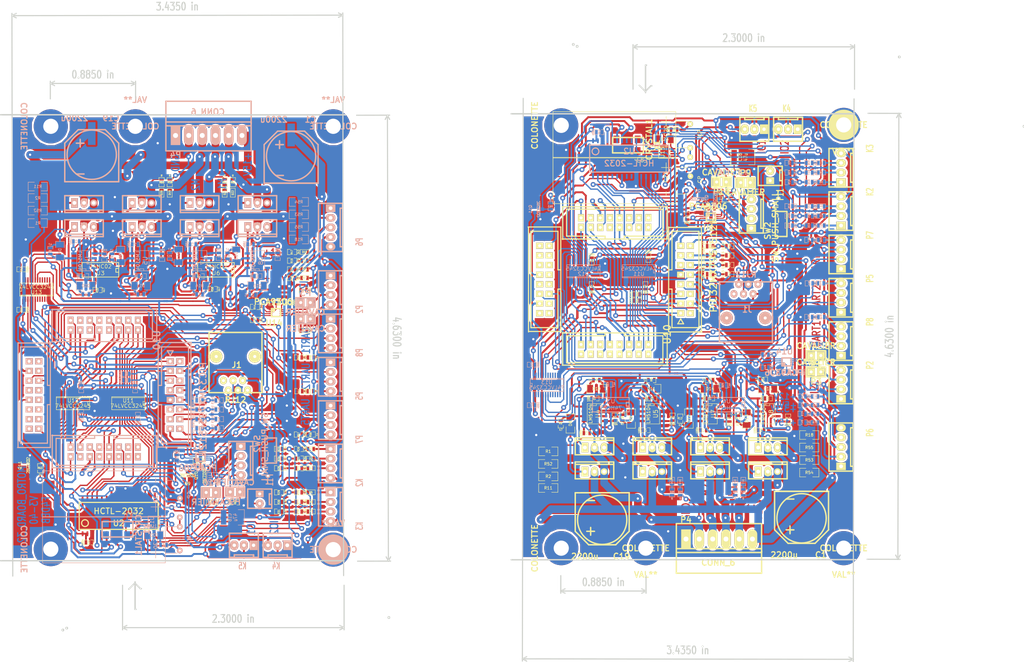
<source format=kicad_pcb>
(kicad_pcb (version 3) (host pcbnew "(2013-jul-07)-stable")
  (title_block (title MOTOR_BOARD) (rev V3-40) (company "CYBERNETISUE EN NORD") (comment 1 F4DEB))
  (layers (15 Dessus signal) (0 Dessous signal) (18 B.Paste user) (19 F.Paste user) (20 B.SilkS user) (21 F.SilkS user) (22 B.Mask user) (23 F.Mask user) (28 Edge.Cuts user))
  (net 0 "")
  (net 1 +12V)
  (net 2 +15V)
  (net 3 +3.3V)
  (net 4 +5VD)
  (net 5 /MOTOR/ADC1)
  (net 6 /MOTOR/ADC2)
  (net 7 /MOTOR/DIR1)
  (net 8 /MOTOR/DIR2)
  (net 9 /MOTOR/M1A)
  (net 10 /MOTOR/M1B)
  (net 11 /MOTOR/M2A)
  (net 12 /MOTOR/M2B)
  (net 13 /MOTOR/MOTOREN)
  (net 14 /MOTOR/PWM1)
  (net 15 /MOTOR/PWM2)
  (net 16 /PIC30F4013/BD0)
  (net 17 /PIC30F4013/BD1)
  (net 18 /PIC30F4013/BD2)
  (net 19 /PIC30F4013/BD3)
  (net 20 /PIC30F4013/BD4)
  (net 21 /PIC30F4013/BD5)
  (net 22 /PIC30F4013/BD6)
  (net 23 /PIC30F4013/BD7)
  (net 24 /PIC30F4013/BOSC)
  (net 25 /PIC30F4013/D0)
  (net 26 /PIC30F4013/D1)
  (net 27 /PIC30F4013/D2)
  (net 28 /PIC30F4013/D3)
  (net 29 /PIC30F4013/D4)
  (net 30 /PIC30F4013/D5)
  (net 31 /PIC30F4013/D6)
  (net 32 /PIC30F4013/D7)
  (net 33 /PIC30F4013/DI1)
  (net 34 /PIC30F4013/DI2)
  (net 35 /PIC30F4013/IO1)
  (net 36 /PIC30F4013/IO2)
  (net 37 /PIC30F4013/OE)
  (net 38 /PIC30F4013/OSC)
  (net 39 /PIC30F4013/PGC)
  (net 40 /PIC30F4013/PGD)
  (net 41 /PIC30F4013/PW1)
  (net 42 /PIC30F4013/PW2)
  (net 43 /PIC30F4013/RF0)
  (net 44 /PIC30F4013/RF1)
  (net 45 /PIC30F4013/RST)
  (net 46 /PIC30F4013/RSTxy)
  (net 47 /PIC30F4013/RX1)
  (net 48 /PIC30F4013/RX2)
  (net 49 /PIC30F4013/RX5)
  (net 50 /PIC30F4013/SCL1)
  (net 51 /PIC30F4013/SCL4)
  (net 52 /PIC30F4013/SCL403V3)
  (net 53 /PIC30F4013/SDA1)
  (net 54 /PIC30F4013/SDA4)
  (net 55 /PIC30F4013/SDA403V3)
  (net 56 /PIC30F4013/SEL1)
  (net 57 /PIC30F4013/SEL2)
  (net 58 /PIC30F4013/TX5)
  (net 59 /PIC30F4013/U1RX)
  (net 60 /PIC30F4013/U1TX)
  (net 61 /PIC30F4013/U2RX)
  (net 62 /PIC30F4013/U2TX)
  (net 63 /PIC30F4013/U5RX)
  (net 64 /PIC30F4013/U5TX)
  (net 65 /PIC30F4013/X/Y)
  (net 66 GND)
  (net 67 N-00000103)
  (net 68 N-0000011)
  (net 69 N-00000121)
  (net 70 N-00000122)
  (net 71 N-00000123)
  (net 72 N-00000124)
  (net 73 N-00000125)
  (net 74 N-00000156)
  (net 75 N-00000157)
  (net 76 N-00000158)
  (net 77 N-00000159)
  (net 78 N-00000160)
  (net 79 N-00000161)
  (net 80 N-00000162)
  (net 81 N-00000163)
  (net 82 N-00000164)
  (net 83 N-00000165)
  (net 84 N-00000166)
  (net 85 N-00000167)
  (net 86 N-00000168)
  (net 87 N-00000169)
  (net 88 N-00000170)
  (net 89 N-00000171)
  (net 90 N-00000172)
  (net 91 N-00000173)
  (net 92 N-00000174)
  (net 93 N-00000175)
  (net 94 N-00000176)
  (net 95 N-00000177)
  (net 96 N-00000178)
  (net 97 N-00000179)
  (net 98 N-0000018)
  (net 99 N-00000180)
  (net 100 N-00000181)
  (net 101 N-00000182)
  (net 102 N-00000183)
  (net 103 N-00000184)
  (net 104 N-00000185)
  (net 105 N-00000186)
  (net 106 N-00000187)
  (net 107 N-00000188)
  (net 108 N-00000189)
  (net 109 N-0000019)
  (net 110 N-00000190)
  (net 111 N-00000191)
  (net 112 N-00000193)
  (net 113 N-00000197)
  (net 114 N-0000020)
  (net 115 N-0000038)
  (net 116 N-0000045)
  (net 117 N-0000046)
  (net 118 N-0000047)
  (net 119 N-0000048)
  (net 120 N-0000049)
  (net 121 N-0000050)
  (net 122 N-0000051)
  (net 123 N-0000052)
  (net 124 N-0000053)
  (net 125 N-0000055)
  (net 126 N-0000056)
  (net 127 N-0000057)
  (net 128 N-0000058)
  (net 129 N-0000059)
  (net 130 N-000006)
  (net 131 N-0000060)
  (net 132 N-0000061)
  (net 133 N-0000062)
  (net 134 N-0000063)
  (net 135 N-0000068)
  (net 136 N-0000069)
  (net 137 N-000007)
  (net 138 N-0000070)
  (net 139 N-0000071)
  (net 140 N-0000078)
  (net 141 N-0000079)
  (net 142 N-000008)
  (net 143 N-0000080)
  (net 144 N-0000081)
  (net 145 N-0000082)
  (net 146 N-0000083)
  (net 147 N-0000084)
  (net 148 N-0000092)
  (module COLONETTE (layer Dessous) (at 121.3485 158.623 180)
    (fp_text reference COLONETTE (at 0 0 180) (layer B.SilkS) (effects (font (size 1.524 1.524) (thickness 0.3048)) (justify mirror)))
    (fp_text value VAL** (at 0 6.985 180) (layer B.SilkS) (effects (font (size 1.524 1.524) (thickness 0.3048)) (justify mirror)))
    (pad 1 thru_hole circle (at 0 0 180) (size 8.99922 8.99922) (drill 4.0005) (layers *.Cu))
  )
  (module COLONETTE (layer Dessous) (at 69.1515 46.99 180)
    (fp_text reference COLONETTE (at 0 0 180) (layer B.SilkS) (effects (font (size 1.524 1.524) (thickness 0.3048)) (justify mirror)))
    (fp_text value VAL** (at 0 6.985 180) (layer B.SilkS) (effects (font (size 1.524 1.524) (thickness 0.3048)) (justify mirror)))
    (pad 1 thru_hole circle (at 0 0 180) (size 8.99922 8.99922) (drill 4.0005) (layers *.Cu))
  )
  (module COLONETTE (layer Dessous) (at 46.863 158.496 270)
    (fp_text reference K9 (at 0 0 270) (layer B.SilkS) (effects (font (size 1.524 1.524) (thickness 0.3048)) (justify mirror)))
    (fp_text value COLONETTE (at 0 6.985 270) (layer B.SilkS) (effects (font (size 1.524 1.524) (thickness 0.3048)) (justify mirror)))
    (pad 1 thru_hole circle (at 0 0 270) (size 8.99922 8.99922) (drill 4.0005) (layers *.Cu))
  )
  (module COLONETTE (layer Dessous) (at 46.863 46.99 270)
    (fp_text reference K8 (at 0 0 270) (layer B.SilkS) (effects (font (size 1.524 1.524) (thickness 0.3048)) (justify mirror)))
    (fp_text value COLONETTE (at 0 6.985 270) (layer B.SilkS) (effects (font (size 1.524 1.524) (thickness 0.3048)) (justify mirror)))
    (pad 1 thru_hole circle (at 0 0 270) (size 8.99922 8.99922) (drill 4.0005) (layers *.Cu))
  )
  (module COLONETTE (layer Dessous) (at 121.3485 46.99 180)
    (fp_text reference COLONETTE (at 0 0 180) (layer B.SilkS) (effects (font (size 1.524 1.524) (thickness 0.3048)) (justify mirror)))
    (fp_text value VAL** (at 0 6.985 180) (layer B.SilkS) (effects (font (size 1.524 1.524) (thickness 0.3048)) (justify mirror)))
    (pad 1 thru_hole circle (at 0 0 180) (size 8.99922 8.99922) (drill 4.0005) (layers *.Cu))
  )
  (module RJ12_E (layer Dessus) (at 95.5675 116.586 180)
    (fp_text reference J1 (at -0.3175 6.6675 180) (layer F.SilkS) (effects (font (size 1.524 1.524) (thickness 0.3048))))
    (fp_text value RJ12 (at 0 -2.54 180) (layer F.SilkS) (effects (font (size 1.524 1.524) (thickness 0.3048))))
    (pad 4 thru_hole oval (at 0.635 2.54 180) (size 1.80086 2) (drill 0.8128) (layers *.Cu *.Mask F.SilkS) (net 40 /PIC30F4013/PGD))
    (pad 2 thru_hole oval (at -1.905 2.54 180) (size 1.80086 2) (drill 0.8128) (layers *.Cu *.Mask F.SilkS) (net 3 +3.3V))
    (pad 6 thru_hole oval (at 3.175 2.54 180) (size 1.80086 2) (drill 0.8128) (layers *.Cu *.Mask F.SilkS))
    (pad 1 thru_hole oval (at -3.175 0 180) (size 1.80086 2) (drill 0.8128) (layers *.Cu *.Mask F.SilkS) (net 45 /PIC30F4013/RST))
    (pad 3 thru_hole oval (at -0.635 0 180) (size 1.80086 2) (drill 0.8128) (layers *.Cu *.Mask F.SilkS) (net 66 GND))
    (pad 5 thru_hole oval (at 1.905 0 180) (size 1.80086 2) (drill 0.8128) (layers *.Cu *.Mask F.SilkS) (net 39 /PIC30F4013/PGC))
    (pad 8 thru_hole circle (at 5.08 8.89 180) (size 3.2512 3.2512) (drill 0.8128) (layers *.Cu *.Mask F.SilkS))
    (pad 7 thru_hole circle (at -5.08 8.89 180) (size 3.2512 3.2512) (drill 0.8128) (layers *.Cu *.Mask F.SilkS))
  )
  (module VSSOP-8 (layer Dessus) (at 106.299 96.139)
    (fp_text reference U14 (at -0.5588 2.7432) (layer F.SilkS) (effects (font (size 1.524 1.524) (thickness 0.3048))))
    (fp_text value PCA9306 (at -0.762 -2.8956) (layer F.SilkS) (effects (font (size 1.524 1.524) (thickness 0.3048))))
    (pad 4 smd rect (at -1.4732 0.762 90) (size 0.24892 1.00076) (layers Dessus F.Paste F.Mask) (net 132 N-0000061))
    (pad 3 smd rect (at -1.4732 0.254 90) (size 0.24892 1.00076) (layers Dessus F.Paste F.Mask) (net 133 N-0000062))
    (pad 2 smd rect (at -1.4732 -0.254 90) (size 0.24892 1.00076) (layers Dessus F.Paste F.Mask) (net 3 +3.3V))
    (pad 1 smd rect (at -1.4732 -0.762 90) (size 0.24892 1.00076) (layers Dessus F.Paste F.Mask) (net 66 GND))
    (pad 5 smd rect (at 1.4224 0.762 90) (size 0.24892 1.00076) (layers Dessus F.Paste F.Mask) (net 53 /PIC30F4013/SDA1))
    (pad 6 smd rect (at 1.4224 0.254 90) (size 0.24892 1.00076) (layers Dessus F.Paste F.Mask) (net 50 /PIC30F4013/SCL1))
    (pad 7 smd rect (at 1.4224 -0.254 90) (size 0.24892 1.00076) (layers Dessus F.Paste F.Mask) (net 136 N-0000069))
    (pad 8 smd rect (at 1.4224 -0.762 90) (size 0.24892 1.00076) (layers Dessus F.Paste F.Mask) (net 136 N-0000069))
  )
  (module VSSOP-8 (layer Dessous) (at 86.36 134.239)
    (fp_text reference U1 (at -0.5588 -2.7432) (layer B.SilkS) (effects (font (size 1.524 1.524) (thickness 0.3048)) (justify mirror)))
    (fp_text value PCA9306 (at -0.762 2.8956) (layer B.SilkS) (effects (font (size 1.524 1.524) (thickness 0.3048)) (justify mirror)))
    (pad 4 smd rect (at -1.4732 -0.762 270) (size 0.24892 1.00076) (layers Dessous B.Paste B.Mask) (net 55 /PIC30F4013/SDA403V3))
    (pad 3 smd rect (at -1.4732 -0.254 270) (size 0.24892 1.00076) (layers Dessous B.Paste B.Mask) (net 52 /PIC30F4013/SCL403V3))
    (pad 2 smd rect (at -1.4732 0.254 270) (size 0.24892 1.00076) (layers Dessous B.Paste B.Mask) (net 3 +3.3V))
    (pad 1 smd rect (at -1.4732 0.762 270) (size 0.24892 1.00076) (layers Dessous B.Paste B.Mask) (net 66 GND))
    (pad 5 smd rect (at 1.4224 -0.762 270) (size 0.24892 1.00076) (layers Dessous B.Paste B.Mask) (net 54 /PIC30F4013/SDA4))
    (pad 6 smd rect (at 1.4224 -0.254 270) (size 0.24892 1.00076) (layers Dessous B.Paste B.Mask) (net 51 /PIC30F4013/SCL4))
    (pad 7 smd rect (at 1.4224 0.254 270) (size 0.24892 1.00076) (layers Dessous B.Paste B.Mask) (net 67 N-00000103))
    (pad 8 smd rect (at 1.4224 0.762 270) (size 0.24892 1.00076) (layers Dessous B.Paste B.Mask) (net 67 N-00000103))
  )
  (module C-10F (layer Dessous) (at 77.0636 149.9108 90)
    (fp_text reference C22 (at 5.08 -2.54 90) (layer B.SilkS) (effects (justify mirror)))
    (fp_text value CP (at 5.715 6.35 90) (layer B.SilkS) (effects (justify mirror)))
    (pad 1 thru_hole circle (at -0.2032 3.81 90) (size 1.5 1.5) (drill 0.6) (layers *.Cu *.Mask B.SilkS) (net 70 N-00000122))
    (pad 2 thru_hole circle (at 4.826 3.8608 90) (size 1.5 1.5) (drill 0.6) (layers *.Cu *.Mask B.SilkS) (net 66 GND))
  )
  (module C-10F (layer Dessous) (at 77.0636 162.1028 90)
    (fp_text reference C20 (at 5.08 -2.54 90) (layer B.SilkS) (effects (justify mirror)))
    (fp_text value CP (at 5.715 6.35 90) (layer B.SilkS) (effects (justify mirror)))
    (pad 1 thru_hole circle (at 3.2512 3.81 90) (size 1.5 1.5) (drill 0.6) (layers *.Cu *.Mask B.SilkS) (net 71 N-00000123))
    (pad 2 thru_hole circle (at 9.525 3.81 90) (size 1.5 1.5) (drill 0.6) (layers *.Cu *.Mask B.SilkS) (net 70 N-00000122))
  )
  (module KK-2 (layer Dessous) (at 101.9556 146.4564 90)
    (fp_text reference K10 (at 4.191 -5.08 90) (layer B.SilkS) (effects (font (size 1.73482 1.08712) (thickness 0.27178)) (justify mirror)))
    (fp_text value CONN_2 hide)
    (pad 1 thru_hole rect (at 2.54 0 90) (size 1.80086 2.10058) (drill 0.8001) (layers *.Cu *.Mask B.SilkS) (net 66 GND))
    (pad 2 thru_hole circle (at 0 0 90) (size 2.10058 2.10058) (drill 0.8001) (layers *.Cu *.Mask B.SilkS) (net 45 /PIC30F4013/RST))
  )
  (module WEIDMULLER-6 (layer Dessous) (at 79.756 49.403)
    (fp_text reference P4 (at 0 5.08) (layer B.SilkS) (effects (font (size 1.524 1.524) (thickness 0.3048)) (justify mirror)))
    (fp_text value CONN_6 (at 8.509 -6.223) (layer B.SilkS) (effects (font (size 1.524 1.524) (thickness 0.3048)) (justify mirror)))
    (pad 1 thru_hole rect (at 0 0) (size 2.54 5.08) (drill 1.30048) (layers *.Cu *.Mask B.SilkS) (net 66 GND))
    (pad 2 thru_hole oval (at 3.4925 0) (size 2.54 5.08) (drill 1.30048) (layers *.Cu *.Mask B.SilkS) (net 9 /MOTOR/M1A))
    (pad 3 thru_hole oval (at 7.0485 0) (size 2.54 5.08) (drill 1.30048) (layers *.Cu *.Mask B.SilkS) (net 10 /MOTOR/M1B))
    (pad 4 thru_hole oval (at 10.541 0) (size 2.54 5.08) (drill 1.30048) (layers *.Cu *.Mask B.SilkS) (net 11 /MOTOR/M2A))
    (pad 5 thru_hole oval (at 14.0335 0) (size 2.54 5.08) (drill 1.30048) (layers *.Cu *.Mask B.SilkS) (net 12 /MOTOR/M2B))
    (pad 6 thru_hole oval (at 17.526 0) (size 2.54 5.08) (drill 1.30048) (layers *.Cu *.Mask B.SilkS) (net 2 +15V))
  )
  (module CAVALIER (layer Dessous) (at 115.316 93.472 180)
    (fp_text reference P3 (at 1.27 2.54 180) (layer B.SilkS) (effects (font (size 1.524 1.524) (thickness 0.3048)) (justify mirror)))
    (fp_text value CAVALIER (at 1.27 -2.54 180) (layer B.SilkS) (effects (font (size 1.524 1.524) (thickness 0.3048)) (justify mirror)))
    (pad 1 thru_hole rect (at 0 0 180) (size 1.99898 1.99898) (drill 0.8001) (layers *.Cu *.Mask B.SilkS) (net 50 /PIC30F4013/SCL1))
    (pad 2 thru_hole rect (at 2.54 0 180) (size 1.99898 1.99898) (drill 0.8001) (layers *.Cu *.Mask B.SilkS) (net 114 N-0000020))
  )
  (module CAVALIER (layer Dessous) (at 115.316 97.79 180)
    (fp_text reference P1 (at 1.27 2.54 180) (layer B.SilkS) (effects (font (size 1.524 1.524) (thickness 0.3048)) (justify mirror)))
    (fp_text value CAVALIER (at 1.27 -2.54 180) (layer B.SilkS) (effects (font (size 1.524 1.524) (thickness 0.3048)) (justify mirror)))
    (pad 1 thru_hole rect (at 0 0 180) (size 1.99898 1.99898) (drill 0.8001) (layers *.Cu *.Mask B.SilkS) (net 53 /PIC30F4013/SDA1))
    (pad 2 thru_hole rect (at 2.54 0 180) (size 1.99898 1.99898) (drill 0.8001) (layers *.Cu *.Mask B.SilkS) (net 115 N-0000038))
  )
  (module CAVALIER (layer Dessous) (at 94.1832 143.4084)
    (fp_text reference P9 (at 1.27 2.54) (layer B.SilkS) (effects (font (size 1.524 1.524) (thickness 0.3048)) (justify mirror)))
    (fp_text value CAVALIER (at 1.27 -2.54) (layer B.SilkS) (effects (font (size 1.524 1.524) (thickness 0.3048)) (justify mirror)))
    (pad 1 thru_hole rect (at 0 0) (size 1.99898 2.54) (drill 0.8001) (layers *.Cu *.Mask B.SilkS) (net 54 /PIC30F4013/SDA4))
    (pad 2 thru_hole rect (at 2.54 0) (size 1.99898 2.54) (drill 0.8001) (layers *.Cu *.Mask B.SilkS) (net 98 N-0000018))
  )
  (module CAVALIER (layer Dessous) (at 90.3732 143.5608 180)
    (fp_text reference P10 (at 1.27 2.54 180) (layer B.SilkS) (effects (font (size 1.524 1.524) (thickness 0.3048)) (justify mirror)))
    (fp_text value CAVALIER (at 1.27 -2.54 180) (layer B.SilkS) (effects (font (size 1.524 1.524) (thickness 0.3048)) (justify mirror)))
    (pad 1 thru_hole rect (at 0 0 180) (size 1.99898 2.54) (drill 0.8001) (layers *.Cu *.Mask B.SilkS) (net 51 /PIC30F4013/SCL4))
    (pad 2 thru_hole rect (at 2.54 0 180) (size 1.99898 2.54) (drill 0.8001) (layers *.Cu *.Mask B.SilkS) (net 109 N-0000019))
  )
  (module SW2 (layer Dessous) (at 104.8512 128.6764 270)
    (fp_text reference SW2 (at 2.032 3.556 270) (layer B.SilkS) (effects (font (size 1.524 1.524) (thickness 0.3048)) (justify mirror)))
    (fp_text value SW_PUSH_SMALL (at 3.048 1.524 270) (layer B.SilkS) (effects (font (size 1.524 1.524) (thickness 0.3048)) (justify mirror)))
    (pad 1 smd rect (at 0 0 270) (size 2.30124 1.30048) (layers Dessous B.Paste B.Mask) (net 45 /PIC30F4013/RST))
    (pad 2 smd rect (at 7.62 0 270) (size 2.30124 1.30048) (layers Dessous B.Paste B.Mask) (net 66 GND))
  )
  (module SOJ32 (layer Dessus) (at 64.77 149.733)
    (fp_text reference U2 (at 0 1.905) (layer F.SilkS) (effects (font (size 1.524 1.524) (thickness 0.254))))
    (fp_text value HCTL-2032 (at 0 -1.27) (layer F.SilkS) (effects (font (size 1.524 1.524) (thickness 0.254))))
    (pad 20 smd rect (at 5.715 -4.699) (size 0.4572 1.27) (layers Dessus F.Paste F.Mask) (net 31 /PIC30F4013/D6))
    (pad 21 smd rect (at 4.445 -4.699) (size 0.4572 1.27) (layers Dessus F.Paste F.Mask) (net 30 /PIC30F4013/D5))
    (pad 22 smd rect (at 3.175 -4.699) (size 0.4572 1.27) (layers Dessus F.Paste F.Mask) (net 29 /PIC30F4013/D4))
    (pad 23 smd rect (at 1.905 -4.699) (size 0.4572 1.27) (layers Dessus F.Paste F.Mask) (net 66 GND))
    (pad 24 smd rect (at 0.635 -4.699) (size 0.4572 1.27) (layers Dessus F.Paste F.Mask))
    (pad 28 smd rect (at -4.445 -4.699) (size 0.4572 1.27) (layers Dessus F.Paste F.Mask))
    (pad 29 smd rect (at -5.715 -4.699) (size 0.4572 1.27) (layers Dessus F.Paste F.Mask) (net 28 /PIC30F4013/D3))
    (pad 30 smd rect (at -6.985 -4.699) (size 0.4572 1.27) (layers Dessus F.Paste F.Mask) (net 27 /PIC30F4013/D2))
    (pad 31 smd rect (at -8.255 -4.699) (size 0.4572 1.27) (layers Dessus F.Paste F.Mask) (net 26 /PIC30F4013/D1))
    (pad 32 smd rect (at -9.525 -4.699) (size 0.4572 1.27) (layers Dessus F.Paste F.Mask) (net 65 /PIC30F4013/X/Y))
    (pad 1 smd rect (at -9.525 4.699) (size 0.4572 1.27) (layers Dessus F.Paste F.Mask) (net 4 +5VD))
    (pad 2 smd rect (at -8.255 4.699) (size 0.4572 1.27) (layers Dessus F.Paste F.Mask) (net 4 +5VD))
    (pad 3 smd rect (at -6.985 4.699) (size 0.4572 1.27) (layers Dessus F.Paste F.Mask) (net 66 GND))
    (pad 4 smd rect (at -5.715 4.699) (size 0.4572 1.27) (layers Dessus F.Paste F.Mask) (net 25 /PIC30F4013/D0))
    (pad 5 smd rect (at -4.445 4.699) (size 0.4572 1.27) (layers Dessus F.Paste F.Mask) (net 24 /PIC30F4013/BOSC))
    (pad 9 smd rect (at 0.635 4.699) (size 0.4572 1.27) (layers Dessus F.Paste F.Mask))
    (pad 10 smd rect (at 1.905 4.699) (size 0.4572 1.27) (layers Dessus F.Paste F.Mask) (net 32 /PIC30F4013/D7))
    (pad 11 smd rect (at 3.175 4.699) (size 0.4572 1.27) (layers Dessus F.Paste F.Mask) (net 46 /PIC30F4013/RSTxy))
    (pad 12 smd rect (at 4.445 4.699) (size 0.4572 1.27) (layers Dessus F.Paste F.Mask) (net 46 /PIC30F4013/RSTxy))
    (pad 13 smd rect (at 5.715 4.699) (size 0.4572 1.27) (layers Dessus F.Paste F.Mask) (net 118 N-0000047))
    (pad 14 smd rect (at 6.985 4.699) (size 0.4572 1.27) (layers Dessus F.Paste F.Mask) (net 141 N-0000079))
    (pad 15 smd rect (at 8.255 4.699) (size 0.4572 1.27) (layers Dessus F.Paste F.Mask) (net 127 N-0000057))
    (pad 16 smd rect (at 9.525 4.699) (size 0.4572 1.27) (layers Dessus F.Paste F.Mask) (net 145 N-0000082))
    (pad 6 smd rect (at -3.175 4.699) (size 0.4572 1.27) (layers Dessus F.Paste F.Mask) (net 56 /PIC30F4013/SEL1))
    (pad 7 smd rect (at -1.905 4.699) (size 0.4572 1.27) (layers Dessus F.Paste F.Mask) (net 37 /PIC30F4013/OE))
    (pad 8 smd rect (at -0.635 4.699) (size 0.4572 1.27) (layers Dessus F.Paste F.Mask))
    (pad 27 smd rect (at -3.175 -4.699) (size 0.4572 1.27) (layers Dessus F.Paste F.Mask))
    (pad 26 smd rect (at -1.905 -4.699) (size 0.4572 1.27) (layers Dessus F.Paste F.Mask) (net 57 /PIC30F4013/SEL2))
    (pad 25 smd rect (at -0.635 -4.699) (size 0.4572 1.27) (layers Dessus F.Paste F.Mask))
    (pad 19 smd rect (at 6.985 -4.699) (size 0.4572 1.27) (layers Dessus F.Paste F.Mask) (net 146 N-0000083))
    (pad 18 smd rect (at 8.255 -4.699) (size 0.4572 1.27) (layers Dessus F.Paste F.Mask) (net 66 GND))
    (pad 17 smd rect (at 9.525 -4.699) (size 0.4572 1.27) (layers Dessus F.Paste F.Mask) (net 128 N-0000058))
  )
  (module C_14x16 (layer Dessous) (at 57.658 48.895 180)
    (fp_text reference C19 (at -5.08 4.064 180) (layer B.SilkS) (effects (font (size 1.524 1.524) (thickness 0.3048)) (justify mirror)))
    (fp_text value 2200u (at 4.572 4.064 180) (layer B.SilkS) (effects (font (size 1.524 1.524) (thickness 0.3048)) (justify mirror)))
    (pad 1 smd rect (at 0 0 180) (size 2 6) (layers Dessous B.Paste B.Mask) (net 2 +15V))
    (pad 2 smd rect (at 0 -11.684 180) (size 2 6) (layers Dessous B.Paste B.Mask) (net 66 GND))
  )
  (module C_14x16 (layer Dessous) (at 110.236 49.276 180)
    (fp_text reference C1 (at -5.08 4.064 180) (layer B.SilkS) (effects (font (size 1.524 1.524) (thickness 0.3048)) (justify mirror)))
    (fp_text value 2200u (at 4.572 4.064 180) (layer B.SilkS) (effects (font (size 1.524 1.524) (thickness 0.3048)) (justify mirror)))
    (pad 1 smd rect (at 0 0 180) (size 2 6) (layers Dessous B.Paste B.Mask) (net 2 +15V))
    (pad 2 smd rect (at 0 -11.684 180) (size 2 6) (layers Dessous B.Paste B.Mask) (net 66 GND))
  )
  (module KK-5 (layer Dessous) (at 120.65 76.2 90)
    (fp_text reference P6 (at -1.27 7.62 90) (layer B.SilkS) (effects (font (size 1.73482 1.08712) (thickness 0.27178)) (justify mirror)))
    (fp_text value CONN_5 hide)
    (pad 5 thru_hole oval (at -2.54 0 90) (size 1.99898 2.54) (drill 1.00076) (layers *.Cu *.Mask B.SilkS) (net 66 GND))
    (pad 1 thru_hole rect (at 7.62 0 90) (size 1.99898 2.54) (drill 1.00076) (layers *.Cu *.Mask B.SilkS) (net 66 GND))
    (pad 2 thru_hole oval (at 5.08 0 90) (size 1.99898 2.54) (drill 1.00076) (layers *.Cu *.Mask B.SilkS) (net 3 +3.3V))
    (pad 3 thru_hole oval (at 2.54 0 90) (size 1.99898 2.54) (drill 1.00076) (layers *.Cu *.Mask B.SilkS) (net 4 +5VD))
    (pad 4 thru_hole oval (at 0 0 90) (size 1.99898 2.54) (drill 1.00076) (layers *.Cu *.Mask B.SilkS) (net 1 +12V))
  )
  (module KK-4 (layer Dessous) (at 120.65 139.7 90)
    (fp_text reference K2 (at -1.27 7.62 90) (layer B.SilkS) (effects (font (size 1.73482 1.08712) (thickness 0.27178)) (justify mirror)))
    (fp_text value CONN_4 hide)
    (pad 1 thru_hole rect (at 7.62 0 90) (size 1.99898 2.54) (drill 1.00076) (layers *.Cu *.Mask B.SilkS) (net 143 N-0000080))
    (pad 2 thru_hole oval (at 5.08 0 90) (size 1.99898 2.54) (drill 1.00076) (layers *.Cu *.Mask B.SilkS) (net 126 N-0000056))
    (pad 3 thru_hole oval (at 2.54 0 90) (size 1.99898 2.54) (drill 1.00076) (layers *.Cu *.Mask B.SilkS) (net 144 N-0000081))
    (pad 4 thru_hole oval (at 0 0 90) (size 1.99898 2.54) (drill 1.00076) (layers *.Cu *.Mask B.SilkS) (net 1 +12V))
  )
  (module KK-4 (layer Dessous) (at 120.65 128.27 90)
    (fp_text reference P7 (at -1.27 7.62 90) (layer B.SilkS) (effects (font (size 1.73482 1.08712) (thickness 0.27178)) (justify mirror)))
    (fp_text value CONN_4 hide)
    (pad 1 thru_hole rect (at 7.62 0 90) (size 1.99898 2.54) (drill 1.00076) (layers *.Cu *.Mask B.SilkS) (net 66 GND))
    (pad 2 thru_hole oval (at 5.08 0 90) (size 1.99898 2.54) (drill 1.00076) (layers *.Cu *.Mask B.SilkS) (net 64 /PIC30F4013/U5TX))
    (pad 3 thru_hole oval (at 2.54 0 90) (size 1.99898 2.54) (drill 1.00076) (layers *.Cu *.Mask B.SilkS) (net 4 +5VD))
    (pad 4 thru_hole oval (at 0 0 90) (size 1.99898 2.54) (drill 1.00076) (layers *.Cu *.Mask B.SilkS) (net 63 /PIC30F4013/U5RX))
  )
  (module KK-4 (layer Dessous) (at 120.65 116.84 90)
    (fp_text reference P5 (at -1.27 7.62 90) (layer B.SilkS) (effects (font (size 1.73482 1.08712) (thickness 0.27178)) (justify mirror)))
    (fp_text value CONN_4 hide)
    (pad 1 thru_hole rect (at 7.62 0 90) (size 1.99898 2.54) (drill 1.00076) (layers *.Cu *.Mask B.SilkS) (net 66 GND))
    (pad 2 thru_hole oval (at 5.08 0 90) (size 1.99898 2.54) (drill 1.00076) (layers *.Cu *.Mask B.SilkS) (net 62 /PIC30F4013/U2TX))
    (pad 3 thru_hole oval (at 2.54 0 90) (size 1.99898 2.54) (drill 1.00076) (layers *.Cu *.Mask B.SilkS) (net 4 +5VD))
    (pad 4 thru_hole oval (at 0 0 90) (size 1.99898 2.54) (drill 1.00076) (layers *.Cu *.Mask B.SilkS) (net 61 /PIC30F4013/U2RX))
  )
  (module KK-4 (layer Dessous) (at 120.65 105.41 90)
    (fp_text reference P8 (at -1.27 7.62 90) (layer B.SilkS) (effects (font (size 1.73482 1.08712) (thickness 0.27178)) (justify mirror)))
    (fp_text value CONN_4 hide)
    (pad 1 thru_hole rect (at 7.62 0 90) (size 1.99898 2.54) (drill 1.00076) (layers *.Cu *.Mask B.SilkS) (net 66 GND))
    (pad 2 thru_hole oval (at 5.08 0 90) (size 1.99898 2.54) (drill 1.00076) (layers *.Cu *.Mask B.SilkS) (net 60 /PIC30F4013/U1TX))
    (pad 3 thru_hole oval (at 2.54 0 90) (size 1.99898 2.54) (drill 1.00076) (layers *.Cu *.Mask B.SilkS) (net 4 +5VD))
    (pad 4 thru_hole oval (at 0 0 90) (size 1.99898 2.54) (drill 1.00076) (layers *.Cu *.Mask B.SilkS) (net 59 /PIC30F4013/U1RX))
  )
  (module KK-4 (layer Dessous) (at 120.65 93.98 90)
    (fp_text reference P2 (at -1.27 7.62 90) (layer B.SilkS) (effects (font (size 1.73482 1.08712) (thickness 0.27178)) (justify mirror)))
    (fp_text value CONN_4 hide)
    (pad 1 thru_hole rect (at 7.62 0 90) (size 1.99898 2.54) (drill 1.00076) (layers *.Cu *.Mask B.SilkS) (net 66 GND))
    (pad 2 thru_hole oval (at 5.08 0 90) (size 1.99898 2.54) (drill 1.00076) (layers *.Cu *.Mask B.SilkS) (net 4 +5VD))
    (pad 3 thru_hole oval (at 2.54 0 90) (size 1.99898 2.54) (drill 1.00076) (layers *.Cu *.Mask B.SilkS) (net 50 /PIC30F4013/SCL1))
    (pad 4 thru_hole oval (at 0 0 90) (size 1.99898 2.54) (drill 1.00076) (layers *.Cu *.Mask B.SilkS) (net 53 /PIC30F4013/SDA1))
  )
  (module KK-4 (layer Dessous) (at 96.9772 138.9888 90)
    (fp_text reference P11 (at -1.27 7.62 90) (layer B.SilkS) (effects (font (size 1.73482 1.08712) (thickness 0.27178)) (justify mirror)))
    (fp_text value CONN_4 hide)
    (pad 1 thru_hole rect (at 7.62 0 90) (size 1.99898 2.54) (drill 1.00076) (layers *.Cu *.Mask B.SilkS) (net 66 GND))
    (pad 2 thru_hole oval (at 5.08 0 90) (size 1.99898 2.54) (drill 1.00076) (layers *.Cu *.Mask B.SilkS) (net 4 +5VD))
    (pad 3 thru_hole oval (at 2.54 0 90) (size 1.99898 2.54) (drill 1.00076) (layers *.Cu *.Mask B.SilkS) (net 51 /PIC30F4013/SCL4))
    (pad 4 thru_hole oval (at 0 0 90) (size 1.99898 2.54) (drill 1.00076) (layers *.Cu *.Mask B.SilkS) (net 54 /PIC30F4013/SDA4))
  )
  (module KK-4 (layer Dessous) (at 120.65 151.13 90)
    (fp_text reference K3 (at -1.27 7.62 90) (layer B.SilkS) (effects (font (size 1.73482 1.08712) (thickness 0.27178)) (justify mirror)))
    (fp_text value CONN_4 hide)
    (pad 1 thru_hole rect (at 7.62 0 90) (size 1.99898 2.54) (drill 1.00076) (layers *.Cu *.Mask B.SilkS) (net 125 N-0000055))
    (pad 2 thru_hole oval (at 5.08 0 90) (size 1.99898 2.54) (drill 1.00076) (layers *.Cu *.Mask B.SilkS) (net 140 N-0000078))
    (pad 3 thru_hole oval (at 2.54 0 90) (size 1.99898 2.54) (drill 1.00076) (layers *.Cu *.Mask B.SilkS) (net 119 N-0000048))
    (pad 4 thru_hole oval (at 0 0 90) (size 1.99898 2.54) (drill 1.00076) (layers *.Cu *.Mask B.SilkS) (net 1 +12V))
  )
  (module KK-3 (layer Dessous) (at 104.14 157.48)
    (fp_text reference K4 (at 2.159 5.461) (layer B.SilkS) (effects (font (size 1.73482 1.08712) (thickness 0.27178)) (justify mirror)))
    (fp_text value CONN_3 hide)
    (pad 1 thru_hole rect (at 5.08 0) (size 2.1 2.54) (drill 1.00076) (layers *.Cu *.Mask B.SilkS) (net 66 GND))
    (pad 2 thru_hole oval (at 2.54 0) (size 2.10058 2.54) (drill 0.89916) (layers *.Cu *.Mask B.SilkS) (net 4 +5VD))
    (pad 3 thru_hole oval (at 0 0) (size 2.10058 2.54) (drill 0.89916) (layers *.Cu *.Mask B.SilkS) (net 36 /PIC30F4013/IO2))
  )
  (module KK-3 (layer Dessous) (at 95.25 157.48)
    (fp_text reference K5 (at 2.159 5.461) (layer B.SilkS) (effects (font (size 1.73482 1.08712) (thickness 0.27178)) (justify mirror)))
    (fp_text value CONN_3 hide)
    (pad 1 thru_hole rect (at 5.08 0) (size 2.1 2.54) (drill 0.89916) (layers *.Cu *.Mask B.SilkS) (net 66 GND))
    (pad 2 thru_hole oval (at 2.54 0) (size 2.10058 2.54) (drill 0.89916) (layers *.Cu *.Mask B.SilkS) (net 4 +5VD))
    (pad 3 thru_hole oval (at 0 0) (size 2.10058 2.54) (drill 0.89916) (layers *.Cu *.Mask B.SilkS) (net 35 /PIC30F4013/IO1))
  )
  (module LFXTAL003000 (layer Dessous) (at 67.0052 154.7876 90)
    (fp_text reference X1 (at 1.524 5.08 90) (layer B.SilkS) (effects (font (size 1.524 1.524) (thickness 0.3048)) (justify mirror)))
    (fp_text value CRYSTAL1 (at 0 3.048 90) (layer B.SilkS) (effects (font (size 1.524 1.524) (thickness 0.3048)) (justify mirror)))
    (pad 1 smd rect (at 0 0 90) (size 2 1.5) (layers Dessous B.Paste B.Mask) (net 73 N-00000125))
    (pad 2 smd rect (at 3.048 0 90) (size 2 1.5) (layers Dessous B.Paste B.Mask) (net 72 N-00000124))
    (pad 3 smd rect (at 0 -5.588 90) (size 2 1.524) (layers Dessous B.Paste B.Mask))
    (pad 4 smd rect (at 3.048 -5.588 90) (size 2 1.524) (layers Dessous B.Paste B.Mask))
  )
  (module SM0603_Capa (layer Dessous) (at 68.2244 149.4028)
    (fp_text reference C23 (at 0 0 270) (layer B.SilkS) (effects (font (size 0.508 0.4572) (thickness 0.1143)) (justify mirror)))
    (fp_text value C (at -1.651 0 270) (layer B.SilkS) (effects (font (size 0.508 0.4572) (thickness 0.1143)) (justify mirror)))
    (pad 1 smd rect (at -0.762 0) (size 0.635 1.143) (layers Dessous B.Paste B.Mask) (net 72 N-00000124))
    (pad 2 smd rect (at 0.762 0) (size 0.635 1.143) (layers Dessous B.Paste B.Mask) (net 66 GND))
  )
  (module SM0603_Resistor (layer Dessous) (at 76.6064 157.3784)
    (fp_text reference R69 (at 0.0635 0.0635 270) (layer B.SilkS) (effects (font (size 0.50038 0.4572) (thickness 0.1143)) (justify mirror)))
    (fp_text value R (at -1.69926 0 270) (layer B.SilkS) (effects (font (size 0.508 0.4572) (thickness 0.1143)) (justify mirror)))
    (pad 1 smd rect (at -0.762 0) (size 0.635 1.143) (layers Dessous B.Paste B.Mask) (net 69 N-00000121))
    (pad 2 smd rect (at 0.762 0) (size 0.635 1.143) (layers Dessous B.Paste B.Mask) (net 71 N-00000123))
  )
  (module SM1206 (layer Dessous) (at 74.0664 154.8384)
    (fp_text reference D23 (at 0 0) (layer B.SilkS) (effects (font (size 0.762 0.762) (thickness 0.127)) (justify mirror)))
    (fp_text value DIODESCH hide)
    (pad 1 smd rect (at -1.651 0) (size 1.524 2.032) (layers Dessous B.Paste B.Mask) (net 4 +5VD))
    (pad 2 smd rect (at 1.651 0) (size 1.524 2.032) (layers Dessous B.Paste B.Mask) (net 69 N-00000121))
  )
  (module SSOP8 (layer Dessous) (at 74.0664 151.3332 90)
    (fp_text reference U15 (at 0 -0.508 90) (layer B.SilkS) (effects (font (size 1.016 1.016) (thickness 0.1524)) (justify mirror)))
    (fp_text value PCF8563 hide)
    (pad 1 smd rect (at -0.9779 -2.2225 90) (size 0.4064 1.27) (layers Dessous B.Paste B.Mask) (net 73 N-00000125))
    (pad 2 smd rect (at -0.3302 -2.2225 90) (size 0.4064 1.27) (layers Dessous B.Paste B.Mask) (net 72 N-00000124))
    (pad 3 smd rect (at 0.3302 -2.2225 90) (size 0.4064 1.27) (layers Dessous B.Paste B.Mask))
    (pad 4 smd rect (at 0.9779 -2.2225 90) (size 0.4064 1.27) (layers Dessous B.Paste B.Mask) (net 66 GND))
    (pad 5 smd rect (at 0.9779 2.2225 90) (size 0.4064 1.27) (layers Dessous B.Paste B.Mask) (net 54 /PIC30F4013/SDA4))
    (pad 6 smd rect (at 0.3302 2.2225 90) (size 0.4064 1.27) (layers Dessous B.Paste B.Mask) (net 51 /PIC30F4013/SCL4))
    (pad 7 smd rect (at -0.3302 2.2225 90) (size 0.4064 1.27) (layers Dessous B.Paste B.Mask))
    (pad 8 smd rect (at -0.9779 2.2225 90) (size 0.4064 1.27) (layers Dessous B.Paste B.Mask) (net 69 N-00000121))
  )
  (module PIC32½64 (layer Dessous) (at 80.899 108.966 270)
    (fp_text reference U10 (at -5.588 6.096 270) (layer B.SilkS) (effects (font (size 1.778 1.778) (thickness 0.3048)) (justify mirror)))
    (fp_text value PIC32MX795F512H (at 12.7 -6.096 270) (layer B.SilkS) (effects (font (size 1.778 1.778) (thickness 0.3048)) (justify mirror)))
    (pad 15 thru_hole rect (at 17.78 2.54254) (size 1.89992 1.6002) (drill 0.8001) (layers *.Cu *.Mask B.SilkS) (net 39 /PIC30F4013/PGC))
    (pad 16 thru_hole rect (at 17.78 0.00254) (size 1.89992 1.6002) (drill 0.8001) (layers *.Cu *.Mask B.SilkS) (net 40 /PIC30F4013/PGD))
    (pad 13 thru_hole rect (at 15.24 2.54254) (size 1.89992 1.6002) (drill 0.8001) (layers *.Cu *.Mask B.SilkS) (net 123 N-0000052))
    (pad 14 thru_hole rect (at 15.24 0.00254) (size 1.89992 1.6002) (drill 0.8001) (layers *.Cu *.Mask B.SilkS) (net 120 N-0000049))
    (pad 11 thru_hole rect (at 12.7 2.54254) (size 1.89992 1.6002) (drill 0.8001) (layers *.Cu *.Mask B.SilkS) (net 121 N-0000050))
    (pad 12 thru_hole rect (at 12.7 0.00254) (size 1.89992 1.6002) (drill 0.8001) (layers *.Cu *.Mask B.SilkS) (net 122 N-0000051))
    (pad 9 thru_hole rect (at 10.16 2.54254) (size 1.89992 1.6002) (drill 0.8001) (layers *.Cu *.Mask B.SilkS) (net 66 GND))
    (pad 10 thru_hole rect (at 10.16 0.00254) (size 1.89992 1.6002) (drill 0.8001) (layers *.Cu *.Mask B.SilkS) (net 3 +3.3V))
    (pad 7 thru_hole rect (at 7.62 2.54254) (size 1.89992 1.6002) (drill 0.8001) (layers *.Cu *.Mask B.SilkS) (net 45 /PIC30F4013/RST))
    (pad 8 thru_hole rect (at 7.62 0.00254) (size 1.89992 1.6002) (drill 0.8001) (layers *.Cu *.Mask B.SilkS) (net 138 N-0000070))
    (pad 5 thru_hole rect (at 5.08 2.54254) (size 1.89992 1.6002) (drill 0.8001) (layers *.Cu *.Mask B.SilkS) (net 55 /PIC30F4013/SDA403V3))
    (pad 6 thru_hole rect (at 5.08 0.00254) (size 1.89992 1.6002) (drill 0.8001) (layers *.Cu *.Mask B.SilkS) (net 52 /PIC30F4013/SCL403V3))
    (pad 3 thru_hole rect (at 2.54 2.54254) (size 1.89992 1.6002) (drill 0.8001) (layers *.Cu *.Mask B.SilkS) (net 23 /PIC30F4013/BD7))
    (pad 4 thru_hole rect (at 2.54 0.00254) (size 1.89992 1.6002) (drill 0.8001) (layers *.Cu *.Mask B.SilkS) (net 139 N-0000071))
    (pad 1 thru_hole rect (at 0 2.54254) (size 1.89992 1.6002) (drill 0.8001) (layers *.Cu *.Mask B.SilkS) (net 21 /PIC30F4013/BD5))
    (pad 2 thru_hole rect (at 0 0.00254) (size 1.89992 1.6002) (drill 0.8001) (layers *.Cu *.Mask B.SilkS) (net 22 /PIC30F4013/BD6))
    (pad 34 thru_hole rect (at 17.78 39.751) (size 1.89992 1.6002) (drill 0.8001) (layers *.Cu *.Mask B.SilkS))
    (pad 33 thru_hole rect (at 17.78 37.211) (size 1.89992 1.6002) (drill 0.8001) (layers *.Cu *.Mask B.SilkS) (net 135 N-0000068))
    (pad 36 thru_hole rect (at 15.24 39.751) (size 1.89992 1.6002) (drill 0.8001) (layers *.Cu *.Mask B.SilkS))
    (pad 35 thru_hole rect (at 15.24 37.211) (size 1.89992 1.6002) (drill 0.8001) (layers *.Cu *.Mask B.SilkS))
    (pad 38 thru_hole rect (at 12.7 39.751) (size 1.89992 1.6002) (drill 0.8001) (layers *.Cu *.Mask B.SilkS))
    (pad 37 thru_hole rect (at 12.7 37.211) (size 1.89992 1.6002) (drill 0.8001) (layers *.Cu *.Mask B.SilkS))
    (pad 40 thru_hole rect (at 10.16 39.751) (size 1.89992 1.6002) (drill 0.8001) (layers *.Cu *.Mask B.SilkS) (net 38 /PIC30F4013/OSC))
    (pad 39 thru_hole rect (at 10.16 37.211) (size 1.89992 1.6002) (drill 0.8001) (layers *.Cu *.Mask B.SilkS))
    (pad 42 thru_hole rect (at 7.62 39.751) (size 1.89992 1.6002) (drill 0.8001) (layers *.Cu *.Mask B.SilkS))
    (pad 41 thru_hole rect (at 7.62 37.211) (size 1.89992 1.6002) (drill 0.8001) (layers *.Cu *.Mask B.SilkS))
    (pad 44 thru_hole rect (at 5.08 39.751) (size 1.89992 1.6002) (drill 0.8001) (layers *.Cu *.Mask B.SilkS) (net 133 N-0000062))
    (pad 43 thru_hole rect (at 5.08 37.211) (size 1.89992 1.6002) (drill 0.8001) (layers *.Cu *.Mask B.SilkS) (net 132 N-0000061))
    (pad 46 thru_hole rect (at 2.54 39.751) (size 1.89992 1.6002) (drill 0.8001) (layers *.Cu *.Mask B.SilkS) (net 41 /PIC30F4013/PW1))
    (pad 45 thru_hole rect (at 2.54 37.211) (size 1.89992 1.6002) (drill 0.8001) (layers *.Cu *.Mask B.SilkS))
    (pad 48 thru_hole rect (at 0 39.751) (size 1.89992 1.6002) (drill 0.8001) (layers *.Cu *.Mask B.SilkS))
    (pad 47 thru_hole rect (at 0 37.211) (size 1.89992 1.6002) (drill 0.8001) (layers *.Cu *.Mask B.SilkS))
    (pad 31 thru_hole rect (at 22.606 28.829) (size 1.6002 1.89992) (drill 0.8001) (layers *.Cu *.Mask B.SilkS) (net 48 /PIC30F4013/RX2))
    (pad 32 thru_hole rect (at 25.146 28.829) (size 1.6002 1.89992) (drill 0.8001) (layers *.Cu *.Mask B.SilkS) (net 134 N-0000063))
    (pad 29 thru_hole rect (at 22.606 26.289) (size 1.6002 1.89992) (drill 0.8001) (layers *.Cu *.Mask B.SilkS) (net 58 /PIC30F4013/TX5))
    (pad 30 thru_hole rect (at 25.146 26.289) (size 1.6002 1.89992) (drill 0.8001) (layers *.Cu *.Mask B.SilkS) (net 5 /MOTOR/ADC1))
    (pad 27 thru_hole rect (at 22.606 23.749) (size 1.6002 1.89992) (drill 0.8001) (layers *.Cu *.Mask B.SilkS) (net 35 /PIC30F4013/IO1))
    (pad 28 thru_hole rect (at 25.146 23.749) (size 1.6002 1.89992) (drill 0.8001) (layers *.Cu *.Mask B.SilkS) (net 36 /PIC30F4013/IO2))
    (pad 25 thru_hole rect (at 22.606 21.209) (size 1.6002 1.89992) (drill 0.8001) (layers *.Cu *.Mask B.SilkS))
    (pad 26 thru_hole rect (at 25.146 21.209) (size 1.6002 1.89992) (drill 0.8001) (layers *.Cu *.Mask B.SilkS))
    (pad 23 thru_hole rect (at 22.606 18.669) (size 1.6002 1.89992) (drill 0.8001) (layers *.Cu *.Mask B.SilkS) (net 6 /MOTOR/ADC2))
    (pad 24 thru_hole rect (at 25.146 18.669) (size 1.6002 1.89992) (drill 0.8001) (layers *.Cu *.Mask B.SilkS) (net 13 /MOTOR/MOTOREN))
    (pad 21 thru_hole rect (at 22.606 16.129) (size 1.6002 1.89992) (drill 0.8001) (layers *.Cu *.Mask B.SilkS) (net 49 /PIC30F4013/RX5))
    (pad 22 thru_hole rect (at 25.146 16.129) (size 1.6002 1.89992) (drill 0.8001) (layers *.Cu *.Mask B.SilkS))
    (pad 19 thru_hole rect (at 22.606 13.589) (size 1.6002 1.89992) (drill 0.8001) (layers *.Cu *.Mask B.SilkS))
    (pad 20 thru_hole rect (at 25.146 13.589) (size 1.6002 1.89992) (drill 0.8001) (layers *.Cu *.Mask B.SilkS))
    (pad 17 thru_hole rect (at 22.606 11.049) (size 1.6002 1.89992) (drill 0.8001) (layers *.Cu *.Mask B.SilkS))
    (pad 18 thru_hole rect (at 25.146 11.049) (size 1.6002 1.89992) (drill 0.8001) (layers *.Cu *.Mask B.SilkS))
    (pad 64 thru_hole rect (at -10.795 11.049) (size 1.6002 1.89992) (drill 0.8001) (layers *.Cu *.Mask B.SilkS) (net 20 /PIC30F4013/BD4))
    (pad 63 thru_hole rect (at -8.255 11.049) (size 1.6002 1.89992) (drill 0.8001) (layers *.Cu *.Mask B.SilkS) (net 19 /PIC30F4013/BD3))
    (pad 62 thru_hole rect (at -10.795 13.589) (size 1.6002 1.89992) (drill 0.8001) (layers *.Cu *.Mask B.SilkS) (net 18 /PIC30F4013/BD2))
    (pad 61 thru_hole rect (at -8.255 13.589) (size 1.6002 1.89992) (drill 0.8001) (layers *.Cu *.Mask B.SilkS) (net 17 /PIC30F4013/BD1))
    (pad 60 thru_hole rect (at -10.795 16.129) (size 1.6002 1.89992) (drill 0.8001) (layers *.Cu *.Mask B.SilkS) (net 16 /PIC30F4013/BD0))
    (pad 59 thru_hole rect (at -8.255 16.129) (size 1.6002 1.89992) (drill 0.8001) (layers *.Cu *.Mask B.SilkS) (net 44 /PIC30F4013/RF1))
    (pad 58 thru_hole rect (at -10.795 18.669) (size 1.6002 1.89992) (drill 0.8001) (layers *.Cu *.Mask B.SilkS) (net 43 /PIC30F4013/RF0))
    (pad 57 thru_hole rect (at -8.255 18.669) (size 1.6002 1.89992) (drill 0.8001) (layers *.Cu *.Mask B.SilkS))
    (pad 56 thru_hole rect (at -10.795 21.209) (size 1.6002 1.89992) (drill 0.8001) (layers *.Cu *.Mask B.SilkS))
    (pad 55 thru_hole rect (at -8.255 21.209) (size 1.6002 1.89992) (drill 0.8001) (layers *.Cu *.Mask B.SilkS) (net 34 /PIC30F4013/DI2))
    (pad 54 thru_hole rect (at -10.795 23.749) (size 1.6002 1.89992) (drill 0.8001) (layers *.Cu *.Mask B.SilkS) (net 33 /PIC30F4013/DI1))
    (pad 53 thru_hole rect (at -8.255 23.749) (size 1.6002 1.89992) (drill 0.8001) (layers *.Cu *.Mask B.SilkS))
    (pad 52 thru_hole rect (at -10.795 26.289) (size 1.6002 1.89992) (drill 0.8001) (layers *.Cu *.Mask B.SilkS))
    (pad 51 thru_hole rect (at -8.255 26.289) (size 1.6002 1.89992) (drill 0.8001) (layers *.Cu *.Mask B.SilkS) (net 124 N-0000053))
    (pad 50 thru_hole rect (at -10.795 28.829) (size 1.6002 1.89992) (drill 0.8001) (layers *.Cu *.Mask B.SilkS) (net 47 /PIC30F4013/RX1))
    (pad 49 thru_hole rect (at -8.255 28.829) (size 1.6002 1.89992) (drill 0.8001) (layers *.Cu *.Mask B.SilkS) (net 42 /PIC30F4013/PW2))
  )
  (module SM0603_Capa (layer Dessous) (at 80.0608 134.4168 270)
    (fp_text reference C2 (at 0 0 540) (layer B.SilkS) (effects (font (size 0.508 0.4572) (thickness 0.1143)) (justify mirror)))
    (fp_text value 100n (at -1.651 0 540) (layer B.SilkS) (effects (font (size 0.508 0.4572) (thickness 0.1143)) (justify mirror)))
    (pad 1 smd rect (at -0.762 0 270) (size 0.635 1.143) (layers Dessous B.Paste B.Mask) (net 3 +3.3V))
    (pad 2 smd rect (at 0.762 0 270) (size 0.635 1.143) (layers Dessous B.Paste B.Mask) (net 66 GND))
  )
  (module SM0603_Resistor (layer Dessous) (at 66.802 112.268)
    (fp_text reference R67 (at 0.0635 0.0635 270) (layer B.SilkS) (effects (font (size 0.50038 0.4572) (thickness 0.1143)) (justify mirror)))
    (fp_text value 2.1k (at -1.69926 0 270) (layer B.SilkS) (effects (font (size 0.508 0.4572) (thickness 0.1143)) (justify mirror)))
    (pad 1 smd rect (at -0.762 0) (size 0.635 1.143) (layers Dessous B.Paste B.Mask) (net 3 +3.3V))
    (pad 2 smd rect (at 0.762 0) (size 0.635 1.143) (layers Dessous B.Paste B.Mask) (net 55 /PIC30F4013/SDA403V3))
  )
  (module SM0603_Resistor (layer Dessous) (at 66.802 113.919)
    (fp_text reference R66 (at 0.0635 0.0635 270) (layer B.SilkS) (effects (font (size 0.50038 0.4572) (thickness 0.1143)) (justify mirror)))
    (fp_text value 2.1k (at -1.69926 0 270) (layer B.SilkS) (effects (font (size 0.508 0.4572) (thickness 0.1143)) (justify mirror)))
    (pad 1 smd rect (at -0.762 0) (size 0.635 1.143) (layers Dessous B.Paste B.Mask) (net 3 +3.3V))
    (pad 2 smd rect (at 0.762 0) (size 0.635 1.143) (layers Dessous B.Paste B.Mask) (net 52 /PIC30F4013/SCL403V3))
  )
  (module SM0603_Resistor (layer Dessous) (at 86.487 136.652)
    (fp_text reference R68 (at 0.0635 0.0635 270) (layer B.SilkS) (effects (font (size 0.50038 0.4572) (thickness 0.1143)) (justify mirror)))
    (fp_text value 220k (at -1.69926 0 270) (layer B.SilkS) (effects (font (size 0.508 0.4572) (thickness 0.1143)) (justify mirror)))
    (pad 1 smd rect (at -0.762 0) (size 0.635 1.143) (layers Dessous B.Paste B.Mask) (net 4 +5VD))
    (pad 2 smd rect (at 0.762 0) (size 0.635 1.143) (layers Dessous B.Paste B.Mask) (net 67 N-00000103))
  )
  (module SM0603_Resistor (layer Dessus) (at 89.1032 146.1516 180)
    (fp_text reference R65 (at 0.0635 -0.0635 270) (layer F.SilkS) (effects (font (size 0.50038 0.4572) (thickness 0.1143))))
    (fp_text value 2.1k (at -1.69926 0 270) (layer F.SilkS) (effects (font (size 0.508 0.4572) (thickness 0.1143))))
    (pad 1 smd rect (at -0.762 0 180) (size 0.635 1.143) (layers Dessus F.Paste F.Mask) (net 4 +5VD))
    (pad 2 smd rect (at 0.762 0 180) (size 0.635 1.143) (layers Dessus F.Paste F.Mask) (net 109 N-0000019))
  )
  (module SM0603_Resistor (layer Dessus) (at 95.4532 146.1516)
    (fp_text reference R64 (at 0.0635 -0.0635 90) (layer F.SilkS) (effects (font (size 0.50038 0.4572) (thickness 0.1143))))
    (fp_text value 2.1k (at -1.69926 0 90) (layer F.SilkS) (effects (font (size 0.508 0.4572) (thickness 0.1143))))
    (pad 1 smd rect (at -0.762 0) (size 0.635 1.143) (layers Dessus F.Paste F.Mask) (net 4 +5VD))
    (pad 2 smd rect (at 0.762 0) (size 0.635 1.143) (layers Dessus F.Paste F.Mask) (net 98 N-0000018))
  )
  (module SSOP8 (layer Dessous) (at 89.535 139.827 90)
    (fp_text reference U9 (at 0 -0.508 90) (layer B.SilkS) (effects (font (size 1.016 1.016) (thickness 0.1524)) (justify mirror)))
    (fp_text value 24C512 hide)
    (pad 1 smd rect (at -0.9779 -2.2225 90) (size 0.4064 1.27) (layers Dessous B.Paste B.Mask) (net 66 GND))
    (pad 2 smd rect (at -0.3302 -2.2225 90) (size 0.4064 1.27) (layers Dessous B.Paste B.Mask) (net 66 GND))
    (pad 3 smd rect (at 0.3302 -2.2225 90) (size 0.4064 1.27) (layers Dessous B.Paste B.Mask) (net 66 GND))
    (pad 4 smd rect (at 0.9779 -2.2225 90) (size 0.4064 1.27) (layers Dessous B.Paste B.Mask) (net 66 GND))
    (pad 5 smd rect (at 0.9779 2.2225 90) (size 0.4064 1.27) (layers Dessous B.Paste B.Mask) (net 54 /PIC30F4013/SDA4))
    (pad 6 smd rect (at 0.3302 2.2225 90) (size 0.4064 1.27) (layers Dessous B.Paste B.Mask) (net 51 /PIC30F4013/SCL4))
    (pad 7 smd rect (at -0.3302 2.2225 90) (size 0.4064 1.27) (layers Dessous B.Paste B.Mask))
    (pad 8 smd rect (at -0.9779 2.2225 90) (size 0.4064 1.27) (layers Dessous B.Paste B.Mask) (net 4 +5VD))
  )
  (module SM0603_Resistor (layer Dessus) (at 44.069 137.16 90)
    (fp_text reference R63 (at 0.0635 -0.0635 180) (layer F.SilkS) (effects (font (size 0.50038 0.4572) (thickness 0.1143))))
    (fp_text value 1k (at -1.69926 0 180) (layer F.SilkS) (effects (font (size 0.508 0.4572) (thickness 0.1143))))
    (pad 1 smd rect (at -0.762 0 90) (size 0.635 1.143) (layers Dessus F.Paste F.Mask) (net 4 +5VD))
    (pad 2 smd rect (at 0.762 0 90) (size 0.635 1.143) (layers Dessus F.Paste F.Mask) (net 24 /PIC30F4013/BOSC))
  )
  (module SOT23GDS (layer Dessus) (at 40.894 136.398 90)
    (fp_text reference Q11 (at 0 -2.159 90) (layer F.SilkS) (effects (font (size 0.762 0.762) (thickness 0.12954))))
    (fp_text value 2N7002 (at 0 0 90) (layer F.SilkS) (effects (font (size 0.762 0.762) (thickness 0.12954))))
    (pad S smd rect (at -0.889 -1.016 90) (size 0.9144 0.9144) (layers Dessus F.Paste F.Mask) (net 66 GND))
    (pad G smd rect (at 0.889 -1.016 90) (size 0.9144 0.9144) (layers Dessus F.Paste F.Mask) (net 38 /PIC30F4013/OSC))
    (pad D smd rect (at 0 1.016 90) (size 0.9144 0.9144) (layers Dessus F.Paste F.Mask) (net 24 /PIC30F4013/BOSC))
  )
  (module SM0603 (layer Dessus) (at 76.073 64.516 270)
    (fp_text reference D20 (at 0 0 270) (layer F.SilkS) (effects (font (size 0.508 0.4572) (thickness 0.1143))))
    (fp_text value LED hide)
    (pad 1 smd rect (at -0.762 0 270) (size 0.635 1.143) (layers Dessus F.Paste F.Mask) (net 110 N-00000190))
    (pad 2 smd rect (at 0.762 0 270) (size 0.635 1.143) (layers Dessus F.Paste F.Mask) (net 66 GND))
  )
  (module SM0603 (layer Dessus) (at 78.232 64.516 270)
    (fp_text reference D19 (at 0 0 270) (layer F.SilkS) (effects (font (size 0.508 0.4572) (thickness 0.1143))))
    (fp_text value LED hide)
    (pad 1 smd rect (at -0.762 0 270) (size 0.635 1.143) (layers Dessus F.Paste F.Mask) (net 106 N-00000187))
    (pad 2 smd rect (at 0.762 0 270) (size 0.635 1.143) (layers Dessus F.Paste F.Mask) (net 66 GND))
  )
  (module SM0603 (layer Dessus) (at 94.869 64.516 270)
    (fp_text reference D22 (at 0 0 270) (layer F.SilkS) (effects (font (size 0.508 0.4572) (thickness 0.1143))))
    (fp_text value LED hide)
    (pad 1 smd rect (at -0.762 0 270) (size 0.635 1.143) (layers Dessus F.Paste F.Mask) (net 108 N-00000189))
    (pad 2 smd rect (at 0.762 0 270) (size 0.635 1.143) (layers Dessus F.Paste F.Mask) (net 66 GND))
  )
  (module SM0603 (layer Dessus) (at 92.71 64.516 270)
    (fp_text reference D21 (at 0 0 270) (layer F.SilkS) (effects (font (size 0.508 0.4572) (thickness 0.1143))))
    (fp_text value LED hide)
    (pad 1 smd rect (at -0.762 0 270) (size 0.635 1.143) (layers Dessus F.Paste F.Mask) (net 107 N-00000188))
    (pad 2 smd rect (at 0.762 0 270) (size 0.635 1.143) (layers Dessus F.Paste F.Mask) (net 66 GND))
  )
  (module SM0603_Resistor (layer Dessus) (at 85.598 135.128 180)
    (fp_text reference R32 (at 0.0635 -0.0635 270) (layer F.SilkS) (effects (font (size 0.50038 0.4572) (thickness 0.1143))))
    (fp_text value 10k (at -1.69926 0 270) (layer F.SilkS) (effects (font (size 0.508 0.4572) (thickness 0.1143))))
    (pad 1 smd rect (at -0.762 0 180) (size 0.635 1.143) (layers Dessus F.Paste F.Mask) (net 111 N-00000191))
    (pad 2 smd rect (at 0.762 0 180) (size 0.635 1.143) (layers Dessus F.Paste F.Mask) (net 4 +5VD))
  )
  (module SM0603_Resistor (layer Dessus) (at 59.182 90.17 180)
    (fp_text reference R33 (at 0.0635 -0.0635 270) (layer F.SilkS) (effects (font (size 0.50038 0.4572) (thickness 0.1143))))
    (fp_text value 4k7 (at -1.69926 0 270) (layer F.SilkS) (effects (font (size 0.508 0.4572) (thickness 0.1143))))
    (pad 1 smd rect (at -0.762 0 180) (size 0.635 1.143) (layers Dessus F.Paste F.Mask) (net 113 N-00000197))
    (pad 2 smd rect (at 0.762 0 180) (size 0.635 1.143) (layers Dessus F.Paste F.Mask) (net 82 N-00000164))
  )
  (module SM0603_Resistor (layer Dessus) (at 89.535 89.916 180)
    (fp_text reference R58 (at 0.0635 -0.0635 270) (layer F.SilkS) (effects (font (size 0.50038 0.4572) (thickness 0.1143))))
    (fp_text value 4k7 (at -1.69926 0 270) (layer F.SilkS) (effects (font (size 0.508 0.4572) (thickness 0.1143))))
    (pad 1 smd rect (at -0.762 0 180) (size 0.635 1.143) (layers Dessus F.Paste F.Mask) (net 113 N-00000197))
    (pad 2 smd rect (at 0.762 0 180) (size 0.635 1.143) (layers Dessus F.Paste F.Mask) (net 112 N-00000193))
  )
  (module SM0603_Resistor (layer Dessus) (at 94.869 61.722 270)
    (fp_text reference R62 (at 0.0635 -0.0635 360) (layer F.SilkS) (effects (font (size 0.50038 0.4572) (thickness 0.1143))))
    (fp_text value R (at -1.69926 0 360) (layer F.SilkS) (effects (font (size 0.508 0.4572) (thickness 0.1143))))
    (pad 1 smd rect (at -0.762 0 270) (size 0.635 1.143) (layers Dessus F.Paste F.Mask) (net 12 /MOTOR/M2B))
    (pad 2 smd rect (at 0.762 0 270) (size 0.635 1.143) (layers Dessus F.Paste F.Mask) (net 108 N-00000189))
  )
  (module SM0603_Resistor (layer Dessus) (at 92.71 61.722 270)
    (fp_text reference R61 (at 0.0635 -0.0635 360) (layer F.SilkS) (effects (font (size 0.50038 0.4572) (thickness 0.1143))))
    (fp_text value R (at -1.69926 0 360) (layer F.SilkS) (effects (font (size 0.508 0.4572) (thickness 0.1143))))
    (pad 1 smd rect (at -0.762 0 270) (size 0.635 1.143) (layers Dessus F.Paste F.Mask) (net 11 /MOTOR/M2A))
    (pad 2 smd rect (at 0.762 0 270) (size 0.635 1.143) (layers Dessus F.Paste F.Mask) (net 107 N-00000188))
  )
  (module SM0603_Resistor (layer Dessus) (at 76.073 61.722 270)
    (fp_text reference R60 (at 0.0635 -0.0635 360) (layer F.SilkS) (effects (font (size 0.50038 0.4572) (thickness 0.1143))))
    (fp_text value R (at -1.69926 0 360) (layer F.SilkS) (effects (font (size 0.508 0.4572) (thickness 0.1143))))
    (pad 1 smd rect (at -0.762 0 270) (size 0.635 1.143) (layers Dessus F.Paste F.Mask) (net 10 /MOTOR/M1B))
    (pad 2 smd rect (at 0.762 0 270) (size 0.635 1.143) (layers Dessus F.Paste F.Mask) (net 110 N-00000190))
  )
  (module SM0603_Resistor (layer Dessus) (at 78.232 61.722 270)
    (fp_text reference R59 (at 0.0635 -0.0635 360) (layer F.SilkS) (effects (font (size 0.50038 0.4572) (thickness 0.1143))))
    (fp_text value R (at -1.69926 0 360) (layer F.SilkS) (effects (font (size 0.508 0.4572) (thickness 0.1143))))
    (pad 1 smd rect (at -0.762 0 270) (size 0.635 1.143) (layers Dessus F.Paste F.Mask) (net 9 /MOTOR/M1A))
    (pad 2 smd rect (at 0.762 0 270) (size 0.635 1.143) (layers Dessus F.Paste F.Mask) (net 106 N-00000187))
  )
  (module SOT23GDS (layer Dessus) (at 82.931 139.065 180)
    (fp_text reference Q9 (at 0 -2.159 180) (layer F.SilkS) (effects (font (size 0.762 0.762) (thickness 0.12954))))
    (fp_text value 2N7002 (at 0 0 180) (layer F.SilkS) (effects (font (size 0.762 0.762) (thickness 0.12954))))
    (pad S smd rect (at -0.889 -1.016 180) (size 0.9144 0.9144) (layers Dessus F.Paste F.Mask) (net 66 GND))
    (pad G smd rect (at 0.889 -1.016 180) (size 0.9144 0.9144) (layers Dessus F.Paste F.Mask) (net 13 /MOTOR/MOTOREN))
    (pad D smd rect (at 0 1.016 180) (size 0.9144 0.9144) (layers Dessus F.Paste F.Mask) (net 111 N-00000191))
  )
  (module SOT23GDS (layer Dessus) (at 87.376 139.065 90)
    (fp_text reference Q10 (at 0 -2.159 90) (layer F.SilkS) (effects (font (size 0.762 0.762) (thickness 0.12954))))
    (fp_text value 2N7002 (at 0 0 90) (layer F.SilkS) (effects (font (size 0.762 0.762) (thickness 0.12954))))
    (pad S smd rect (at -0.889 -1.016 90) (size 0.9144 0.9144) (layers Dessus F.Paste F.Mask) (net 66 GND))
    (pad G smd rect (at 0.889 -1.016 90) (size 0.9144 0.9144) (layers Dessus F.Paste F.Mask) (net 111 N-00000191))
    (pad D smd rect (at 0 1.016 90) (size 0.9144 0.9144) (layers Dessus F.Paste F.Mask) (net 113 N-00000197))
  )
  (module 1pin (layer Dessous) (at 121.3485 158.623 90)
    (fp_text reference 1PIN hide)
    (fp_text value P*** hide)
    (pad 1 thru_hole circle (at 0 0 90) (size 8.001 8.001) (drill 2.99974) (layers *.Cu *.Mask B.SilkS))
  )
  (module SSOP24 (layer Dessus) (at 67.31 120.015 180)
    (fp_text reference U11 (at 0 0.6985 180) (layer F.SilkS) (effects (font (size 1.00076 1.00076) (thickness 0.1397))))
    (fp_text value 74LVCC3245 (at 0 -0.6985 180) (layer F.SilkS) (effects (font (size 1.00076 1.00076) (thickness 0.12954))))
    (pad 1 smd rect (at -3.4925 2.54 180) (size 0.35052 1.39954) (layers Dessus F.Paste F.Mask) (net 3 +3.3V))
    (pad 2 smd rect (at -2.8575 2.54 180) (size 0.35052 1.39954) (layers Dessus F.Paste F.Mask) (net 66 GND))
    (pad 3 smd rect (at -2.2225 2.54 180) (size 0.35052 1.39954) (layers Dessus F.Paste F.Mask) (net 23 /PIC30F4013/BD7))
    (pad 4 smd rect (at -1.5875 2.54 180) (size 0.35052 1.39954) (layers Dessus F.Paste F.Mask) (net 22 /PIC30F4013/BD6))
    (pad 5 smd rect (at -0.9525 2.54 180) (size 0.35052 1.39954) (layers Dessus F.Paste F.Mask) (net 21 /PIC30F4013/BD5))
    (pad 6 smd rect (at -0.3175 2.54 180) (size 0.35052 1.39954) (layers Dessus F.Paste F.Mask) (net 20 /PIC30F4013/BD4))
    (pad 7 smd rect (at 0.3175 2.54 180) (size 0.35052 1.39954) (layers Dessus F.Paste F.Mask) (net 19 /PIC30F4013/BD3))
    (pad 8 smd rect (at 0.9525 2.54 180) (size 0.35052 1.39954) (layers Dessus F.Paste F.Mask) (net 18 /PIC30F4013/BD2))
    (pad 9 smd rect (at 1.5875 2.54 180) (size 0.35052 1.39954) (layers Dessus F.Paste F.Mask) (net 17 /PIC30F4013/BD1))
    (pad 10 smd rect (at 2.2225 2.54 180) (size 0.35052 1.39954) (layers Dessus F.Paste F.Mask) (net 16 /PIC30F4013/BD0))
    (pad 11 smd rect (at 2.8575 2.54 180) (size 0.35052 1.39954) (layers Dessus F.Paste F.Mask) (net 66 GND))
    (pad 12 smd rect (at 3.4925 2.54 180) (size 0.35052 1.39954) (layers Dessus F.Paste F.Mask) (net 66 GND))
    (pad 13 smd rect (at 3.4925 -2.54 180) (size 0.35052 1.39954) (layers Dessus F.Paste F.Mask) (net 66 GND))
    (pad 14 smd rect (at 2.8575 -2.54 180) (size 0.35052 1.39954) (layers Dessus F.Paste F.Mask) (net 25 /PIC30F4013/D0))
    (pad 15 smd rect (at 2.2225 -2.54 180) (size 0.35052 1.39954) (layers Dessus F.Paste F.Mask) (net 26 /PIC30F4013/D1))
    (pad 16 smd rect (at 1.5875 -2.54 180) (size 0.35052 1.39954) (layers Dessus F.Paste F.Mask) (net 27 /PIC30F4013/D2))
    (pad 17 smd rect (at 0.9525 -2.54 180) (size 0.35052 1.39954) (layers Dessus F.Paste F.Mask) (net 28 /PIC30F4013/D3))
    (pad 18 smd rect (at 0.3175 -2.54 180) (size 0.35052 1.39954) (layers Dessus F.Paste F.Mask) (net 29 /PIC30F4013/D4))
    (pad 19 smd rect (at -0.3175 -2.54 180) (size 0.35052 1.39954) (layers Dessus F.Paste F.Mask) (net 30 /PIC30F4013/D5))
    (pad 20 smd rect (at -0.9525 -2.54 180) (size 0.35052 1.39954) (layers Dessus F.Paste F.Mask) (net 31 /PIC30F4013/D6))
    (pad 21 smd rect (at -1.5875 -2.54 180) (size 0.35052 1.39954) (layers Dessus F.Paste F.Mask) (net 32 /PIC30F4013/D7))
    (pad 22 smd rect (at -2.2225 -2.54 180) (size 0.35052 1.39954) (layers Dessus F.Paste F.Mask) (net 66 GND))
    (pad 23 smd rect (at -2.8575 -2.54 180) (size 0.35052 1.39954) (layers Dessus F.Paste F.Mask))
    (pad 24 smd rect (at -3.4925 -2.54 180) (size 0.35052 1.39954) (layers Dessus F.Paste F.Mask) (net 4 +5VD))
  )
  (module SSOP24 (layer Dessus) (at 52.705 120.015 180)
    (fp_text reference U12 (at 0 0.6985 180) (layer F.SilkS) (effects (font (size 1.00076 1.00076) (thickness 0.1397))))
    (fp_text value 74LVCC3245 (at 0 -0.6985 180) (layer F.SilkS) (effects (font (size 1.00076 1.00076) (thickness 0.12954))))
    (pad 1 smd rect (at -3.4925 2.54 180) (size 0.35052 1.39954) (layers Dessus F.Paste F.Mask) (net 3 +3.3V))
    (pad 2 smd rect (at -2.8575 2.54 180) (size 0.35052 1.39954) (layers Dessus F.Paste F.Mask) (net 3 +3.3V))
    (pad 3 smd rect (at -2.2225 2.54 180) (size 0.35052 1.39954) (layers Dessus F.Paste F.Mask) (net 44 /PIC30F4013/RF1))
    (pad 4 smd rect (at -1.5875 2.54 180) (size 0.35052 1.39954) (layers Dessus F.Paste F.Mask) (net 43 /PIC30F4013/RF0))
    (pad 5 smd rect (at -0.9525 2.54 180) (size 0.35052 1.39954) (layers Dessus F.Paste F.Mask) (net 135 N-0000068))
    (pad 6 smd rect (at -0.3175 2.54 180) (size 0.35052 1.39954) (layers Dessus F.Paste F.Mask) (net 139 N-0000071))
    (pad 7 smd rect (at 0.3175 2.54 180) (size 0.35052 1.39954) (layers Dessus F.Paste F.Mask) (net 138 N-0000070))
    (pad 8 smd rect (at 0.9525 2.54 180) (size 0.35052 1.39954) (layers Dessus F.Paste F.Mask) (net 134 N-0000063))
    (pad 9 smd rect (at 1.5875 2.54 180) (size 0.35052 1.39954) (layers Dessus F.Paste F.Mask) (net 124 N-0000053))
    (pad 10 smd rect (at 2.2225 2.54 180) (size 0.35052 1.39954) (layers Dessus F.Paste F.Mask) (net 58 /PIC30F4013/TX5))
    (pad 11 smd rect (at 2.8575 2.54 180) (size 0.35052 1.39954) (layers Dessus F.Paste F.Mask) (net 66 GND))
    (pad 12 smd rect (at 3.4925 2.54 180) (size 0.35052 1.39954) (layers Dessus F.Paste F.Mask) (net 66 GND))
    (pad 13 smd rect (at 3.4925 -2.54 180) (size 0.35052 1.39954) (layers Dessus F.Paste F.Mask) (net 66 GND))
    (pad 14 smd rect (at 2.8575 -2.54 180) (size 0.35052 1.39954) (layers Dessus F.Paste F.Mask) (net 64 /PIC30F4013/U5TX))
    (pad 15 smd rect (at 2.2225 -2.54 180) (size 0.35052 1.39954) (layers Dessus F.Paste F.Mask) (net 60 /PIC30F4013/U1TX))
    (pad 16 smd rect (at 1.5875 -2.54 180) (size 0.35052 1.39954) (layers Dessus F.Paste F.Mask) (net 62 /PIC30F4013/U2TX))
    (pad 17 smd rect (at 0.9525 -2.54 180) (size 0.35052 1.39954) (layers Dessus F.Paste F.Mask) (net 57 /PIC30F4013/SEL2))
    (pad 18 smd rect (at 0.3175 -2.54 180) (size 0.35052 1.39954) (layers Dessus F.Paste F.Mask) (net 56 /PIC30F4013/SEL1))
    (pad 19 smd rect (at -0.3175 -2.54 180) (size 0.35052 1.39954) (layers Dessus F.Paste F.Mask) (net 65 /PIC30F4013/X/Y))
    (pad 20 smd rect (at -0.9525 -2.54 180) (size 0.35052 1.39954) (layers Dessus F.Paste F.Mask) (net 37 /PIC30F4013/OE))
    (pad 21 smd rect (at -1.5875 -2.54 180) (size 0.35052 1.39954) (layers Dessus F.Paste F.Mask) (net 46 /PIC30F4013/RSTxy))
    (pad 22 smd rect (at -2.2225 -2.54 180) (size 0.35052 1.39954) (layers Dessus F.Paste F.Mask) (net 66 GND))
    (pad 23 smd rect (at -2.8575 -2.54 180) (size 0.35052 1.39954) (layers Dessus F.Paste F.Mask))
    (pad 24 smd rect (at -3.4925 -2.54 180) (size 0.35052 1.39954) (layers Dessus F.Paste F.Mask) (net 4 +5VD))
  )
  (module SSOP24 (layer Dessus) (at 43.053 90.043)
    (fp_text reference U13 (at 0 0.6985) (layer F.SilkS) (effects (font (size 1.00076 1.00076) (thickness 0.1397))))
    (fp_text value 74LVCC3245 (at 0 -0.6985) (layer F.SilkS) (effects (font (size 1.00076 1.00076) (thickness 0.12954))))
    (pad 1 smd rect (at -3.4925 2.54) (size 0.35052 1.39954) (layers Dessus F.Paste F.Mask) (net 3 +3.3V))
    (pad 2 smd rect (at -2.8575 2.54) (size 0.35052 1.39954) (layers Dessus F.Paste F.Mask) (net 3 +3.3V))
    (pad 3 smd rect (at -2.2225 2.54) (size 0.35052 1.39954) (layers Dessus F.Paste F.Mask) (net 41 /PIC30F4013/PW1))
    (pad 4 smd rect (at -1.5875 2.54) (size 0.35052 1.39954) (layers Dessus F.Paste F.Mask) (net 42 /PIC30F4013/PW2))
    (pad 5 smd rect (at -0.9525 2.54) (size 0.35052 1.39954) (layers Dessus F.Paste F.Mask) (net 33 /PIC30F4013/DI1))
    (pad 6 smd rect (at -0.3175 2.54) (size 0.35052 1.39954) (layers Dessus F.Paste F.Mask) (net 34 /PIC30F4013/DI2))
    (pad 7 smd rect (at 0.3175 2.54) (size 0.35052 1.39954) (layers Dessus F.Paste F.Mask))
    (pad 8 smd rect (at 0.9525 2.54) (size 0.35052 1.39954) (layers Dessus F.Paste F.Mask))
    (pad 9 smd rect (at 1.5875 2.54) (size 0.35052 1.39954) (layers Dessus F.Paste F.Mask))
    (pad 10 smd rect (at 2.2225 2.54) (size 0.35052 1.39954) (layers Dessus F.Paste F.Mask))
    (pad 11 smd rect (at 2.8575 2.54) (size 0.35052 1.39954) (layers Dessus F.Paste F.Mask) (net 66 GND))
    (pad 12 smd rect (at 3.4925 2.54) (size 0.35052 1.39954) (layers Dessus F.Paste F.Mask) (net 66 GND))
    (pad 13 smd rect (at 3.4925 -2.54) (size 0.35052 1.39954) (layers Dessus F.Paste F.Mask) (net 66 GND))
    (pad 14 smd rect (at 2.8575 -2.54) (size 0.35052 1.39954) (layers Dessus F.Paste F.Mask))
    (pad 15 smd rect (at 2.2225 -2.54) (size 0.35052 1.39954) (layers Dessus F.Paste F.Mask))
    (pad 16 smd rect (at 1.5875 -2.54) (size 0.35052 1.39954) (layers Dessus F.Paste F.Mask))
    (pad 17 smd rect (at 0.9525 -2.54) (size 0.35052 1.39954) (layers Dessus F.Paste F.Mask))
    (pad 18 smd rect (at 0.3175 -2.54) (size 0.35052 1.39954) (layers Dessus F.Paste F.Mask) (net 8 /MOTOR/DIR2))
    (pad 19 smd rect (at -0.3175 -2.54) (size 0.35052 1.39954) (layers Dessus F.Paste F.Mask) (net 7 /MOTOR/DIR1))
    (pad 20 smd rect (at -0.9525 -2.54) (size 0.35052 1.39954) (layers Dessus F.Paste F.Mask) (net 15 /MOTOR/PWM2))
    (pad 21 smd rect (at -1.5875 -2.54) (size 0.35052 1.39954) (layers Dessus F.Paste F.Mask) (net 14 /MOTOR/PWM1))
    (pad 22 smd rect (at -2.2225 -2.54) (size 0.35052 1.39954) (layers Dessus F.Paste F.Mask) (net 66 GND))
    (pad 23 smd rect (at -2.8575 -2.54) (size 0.35052 1.39954) (layers Dessus F.Paste F.Mask))
    (pad 24 smd rect (at -3.4925 -2.54) (size 0.35052 1.39954) (layers Dessus F.Paste F.Mask) (net 4 +5VD))
  )
  (module SO8E (layer Dessous) (at 55.626 82.423 90)
    (fp_text reference U4 (at 0 0.889 90) (layer B.SilkS) (effects (font (size 1.143 1.143) (thickness 0.1524)) (justify mirror)))
    (fp_text value LM5104 (at 0 -1.016 90) (layer B.SilkS) (effects (font (size 0.889 0.889) (thickness 0.1524)) (justify mirror)))
    (pad 8 smd rect (at -1.905 2.667 90) (size 0.59944 1.39954) (layers Dessous B.Paste B.Mask) (net 99 N-00000180))
    (pad 1 smd rect (at -1.905 -2.667 90) (size 0.59944 1.39954) (layers Dessous B.Paste B.Mask) (net 1 +12V))
    (pad 7 smd rect (at -0.635 2.667 90) (size 0.59944 1.39954) (layers Dessous B.Paste B.Mask) (net 66 GND))
    (pad 6 smd rect (at 0.635 2.667 90) (size 0.59944 1.39954) (layers Dessous B.Paste B.Mask) (net 89 N-00000171))
    (pad 5 smd rect (at 1.905 2.667 90) (size 0.59944 1.39954) (layers Dessous B.Paste B.Mask) (net 90 N-00000172))
    (pad 2 smd rect (at -0.635 -2.667 90) (size 0.59944 1.39954) (layers Dessous B.Paste B.Mask) (net 91 N-00000173))
    (pad 3 smd rect (at 0.635 -2.667 90) (size 0.59944 1.39954) (layers Dessous B.Paste B.Mask) (net 97 N-00000179))
    (pad 4 smd rect (at 1.905 -2.667 90) (size 0.59944 1.39954) (layers Dessous B.Paste B.Mask) (net 9 /MOTOR/M1A))
  )
  (module SO8E (layer Dessous) (at 101.346 82.423 90)
    (fp_text reference U8 (at 0 0.889 90) (layer B.SilkS) (effects (font (size 1.143 1.143) (thickness 0.1524)) (justify mirror)))
    (fp_text value LM5104 (at 0 -1.016 90) (layer B.SilkS) (effects (font (size 0.889 0.889) (thickness 0.1524)) (justify mirror)))
    (pad 8 smd rect (at -1.905 2.667 90) (size 0.59944 1.39954) (layers Dessous B.Paste B.Mask) (net 79 N-00000161))
    (pad 1 smd rect (at -1.905 -2.667 90) (size 0.59944 1.39954) (layers Dessous B.Paste B.Mask) (net 1 +12V))
    (pad 7 smd rect (at -0.635 2.667 90) (size 0.59944 1.39954) (layers Dessous B.Paste B.Mask) (net 66 GND))
    (pad 6 smd rect (at 0.635 2.667 90) (size 0.59944 1.39954) (layers Dessous B.Paste B.Mask) (net 104 N-00000185))
    (pad 5 smd rect (at 1.905 2.667 90) (size 0.59944 1.39954) (layers Dessous B.Paste B.Mask) (net 102 N-00000183))
    (pad 2 smd rect (at -0.635 -2.667 90) (size 0.59944 1.39954) (layers Dessous B.Paste B.Mask) (net 101 N-00000182))
    (pad 3 smd rect (at 0.635 -2.667 90) (size 0.59944 1.39954) (layers Dessous B.Paste B.Mask) (net 95 N-00000177))
    (pad 4 smd rect (at 1.905 -2.667 90) (size 0.59944 1.39954) (layers Dessous B.Paste B.Mask) (net 12 /MOTOR/M2B))
  )
  (module SO8E (layer Dessous) (at 86.106 82.423 90)
    (fp_text reference U7 (at 0 0.889 90) (layer B.SilkS) (effects (font (size 1.143 1.143) (thickness 0.1524)) (justify mirror)))
    (fp_text value LM5104 (at 0 -1.016 90) (layer B.SilkS) (effects (font (size 0.889 0.889) (thickness 0.1524)) (justify mirror)))
    (pad 8 smd rect (at -1.905 2.667 90) (size 0.59944 1.39954) (layers Dessous B.Paste B.Mask) (net 96 N-00000178))
    (pad 1 smd rect (at -1.905 -2.667 90) (size 0.59944 1.39954) (layers Dessous B.Paste B.Mask) (net 1 +12V))
    (pad 7 smd rect (at -0.635 2.667 90) (size 0.59944 1.39954) (layers Dessous B.Paste B.Mask) (net 66 GND))
    (pad 6 smd rect (at 0.635 2.667 90) (size 0.59944 1.39954) (layers Dessous B.Paste B.Mask) (net 86 N-00000168))
    (pad 5 smd rect (at 1.905 2.667 90) (size 0.59944 1.39954) (layers Dessous B.Paste B.Mask) (net 100 N-00000181))
    (pad 2 smd rect (at -0.635 -2.667 90) (size 0.59944 1.39954) (layers Dessous B.Paste B.Mask) (net 88 N-00000170))
    (pad 3 smd rect (at 0.635 -2.667 90) (size 0.59944 1.39954) (layers Dessous B.Paste B.Mask) (net 87 N-00000169))
    (pad 4 smd rect (at 1.905 -2.667 90) (size 0.59944 1.39954) (layers Dessous B.Paste B.Mask) (net 11 /MOTOR/M2A))
  )
  (module SO8E (layer Dessous) (at 70.866 82.423 90)
    (fp_text reference U5 (at 0 0.889 90) (layer B.SilkS) (effects (font (size 1.143 1.143) (thickness 0.1524)) (justify mirror)))
    (fp_text value LM5104 (at 0 -1.016 90) (layer B.SilkS) (effects (font (size 0.889 0.889) (thickness 0.1524)) (justify mirror)))
    (pad 8 smd rect (at -1.905 2.667 90) (size 0.59944 1.39954) (layers Dessous B.Paste B.Mask) (net 92 N-00000174))
    (pad 1 smd rect (at -1.905 -2.667 90) (size 0.59944 1.39954) (layers Dessous B.Paste B.Mask) (net 1 +12V))
    (pad 7 smd rect (at -0.635 2.667 90) (size 0.59944 1.39954) (layers Dessous B.Paste B.Mask) (net 66 GND))
    (pad 6 smd rect (at 0.635 2.667 90) (size 0.59944 1.39954) (layers Dessous B.Paste B.Mask) (net 105 N-00000186))
    (pad 5 smd rect (at 1.905 2.667 90) (size 0.59944 1.39954) (layers Dessous B.Paste B.Mask) (net 93 N-00000175))
    (pad 2 smd rect (at -0.635 -2.667 90) (size 0.59944 1.39954) (layers Dessous B.Paste B.Mask) (net 94 N-00000176))
    (pad 3 smd rect (at 0.635 -2.667 90) (size 0.59944 1.39954) (layers Dessous B.Paste B.Mask) (net 76 N-00000158))
    (pad 4 smd rect (at 1.905 -2.667 90) (size 0.59944 1.39954) (layers Dessous B.Paste B.Mask) (net 10 /MOTOR/M1B))
  )
  (module SO14E (layer Dessus) (at 90.424 84.963 180)
    (fp_text reference U6 (at 0 -0.762 180) (layer F.SilkS) (effects (font (size 1.016 1.143) (thickness 0.127))))
    (fp_text value 74HC02 (at 0 1.016 180) (layer F.SilkS) (effects (font (size 1.016 1.016) (thickness 0.127))))
    (pad 1 smd rect (at -3.81 2.794 180) (size 0.508 1.143) (layers Dessus F.Paste F.Mask) (net 81 N-00000163))
    (pad 2 smd rect (at -2.54 2.794 180) (size 0.508 1.143) (layers Dessus F.Paste F.Mask) (net 8 /MOTOR/DIR2))
    (pad 3 smd rect (at -1.27 2.794 180) (size 0.508 1.143) (layers Dessus F.Paste F.Mask) (net 8 /MOTOR/DIR2))
    (pad 4 smd rect (at 0 2.794 180) (size 0.508 1.143) (layers Dessus F.Paste F.Mask) (net 86 N-00000168))
    (pad 5 smd rect (at 1.27 2.794 180) (size 0.508 1.143) (layers Dessus F.Paste F.Mask) (net 81 N-00000163))
    (pad 6 smd rect (at 2.54 2.794 180) (size 0.508 1.143) (layers Dessus F.Paste F.Mask) (net 113 N-00000197))
    (pad 7 smd rect (at 3.81 2.794 180) (size 0.508 1.143) (layers Dessus F.Paste F.Mask) (net 66 GND))
    (pad 8 smd rect (at 3.81 -2.54 180) (size 0.508 1.143) (layers Dessus F.Paste F.Mask) (net 15 /MOTOR/PWM2))
    (pad 9 smd rect (at 2.54 -2.54 180) (size 0.508 1.143) (layers Dessus F.Paste F.Mask) (net 15 /MOTOR/PWM2))
    (pad 10 smd rect (at 1.27 -2.54 180) (size 0.508 1.143) (layers Dessus F.Paste F.Mask) (net 112 N-00000193))
    (pad 11 smd rect (at 0 -2.54 180) (size 0.508 1.143) (layers Dessus F.Paste F.Mask) (net 113 N-00000197))
    (pad 12 smd rect (at -1.27 -2.54 180) (size 0.508 1.143) (layers Dessus F.Paste F.Mask) (net 8 /MOTOR/DIR2))
    (pad 13 smd rect (at -2.54 -2.54 180) (size 0.508 1.143) (layers Dessus F.Paste F.Mask) (net 104 N-00000185))
    (pad 14 smd rect (at -3.81 -2.54 180) (size 0.508 1.143) (layers Dessus F.Paste F.Mask) (net 4 +5VD))
  )
  (module SO14E (layer Dessus) (at 59.944 84.963 180)
    (fp_text reference U3 (at 0 -0.762 180) (layer F.SilkS) (effects (font (size 1.016 1.143) (thickness 0.127))))
    (fp_text value 74HC02 (at 0 1.016 180) (layer F.SilkS) (effects (font (size 1.016 1.016) (thickness 0.127))))
    (pad 1 smd rect (at -3.81 2.794 180) (size 0.508 1.143) (layers Dessus F.Paste F.Mask) (net 103 N-00000184))
    (pad 2 smd rect (at -2.54 2.794 180) (size 0.508 1.143) (layers Dessus F.Paste F.Mask) (net 7 /MOTOR/DIR1))
    (pad 3 smd rect (at -1.27 2.794 180) (size 0.508 1.143) (layers Dessus F.Paste F.Mask) (net 7 /MOTOR/DIR1))
    (pad 4 smd rect (at 0 2.794 180) (size 0.508 1.143) (layers Dessus F.Paste F.Mask) (net 89 N-00000171))
    (pad 5 smd rect (at 1.27 2.794 180) (size 0.508 1.143) (layers Dessus F.Paste F.Mask) (net 103 N-00000184))
    (pad 6 smd rect (at 2.54 2.794 180) (size 0.508 1.143) (layers Dessus F.Paste F.Mask) (net 113 N-00000197))
    (pad 7 smd rect (at 3.81 2.794 180) (size 0.508 1.143) (layers Dessus F.Paste F.Mask) (net 66 GND))
    (pad 8 smd rect (at 3.81 -2.54 180) (size 0.508 1.143) (layers Dessus F.Paste F.Mask) (net 14 /MOTOR/PWM1))
    (pad 9 smd rect (at 2.54 -2.54 180) (size 0.508 1.143) (layers Dessus F.Paste F.Mask) (net 14 /MOTOR/PWM1))
    (pad 10 smd rect (at 1.27 -2.54 180) (size 0.508 1.143) (layers Dessus F.Paste F.Mask) (net 82 N-00000164))
    (pad 11 smd rect (at 0 -2.54 180) (size 0.508 1.143) (layers Dessus F.Paste F.Mask) (net 113 N-00000197))
    (pad 12 smd rect (at -1.27 -2.54 180) (size 0.508 1.143) (layers Dessus F.Paste F.Mask) (net 7 /MOTOR/DIR1))
    (pad 13 smd rect (at -2.54 -2.54 180) (size 0.508 1.143) (layers Dessus F.Paste F.Mask) (net 105 N-00000186))
    (pad 14 smd rect (at -3.81 -2.54 180) (size 0.508 1.143) (layers Dessus F.Paste F.Mask) (net 4 +5VD))
  )
  (module SM1812 (layer Dessous) (at 94.742 150.114)
    (fp_text reference C18 (at -0.74676 0 270) (layer B.SilkS) (effects (font (size 1.016 0.762) (thickness 0.127)) (justify mirror)))
    (fp_text value 47u (at 0.762 0 270) (layer B.SilkS) (effects (font (size 1.016 0.762) (thickness 0.127)) (justify mirror)))
    (pad 1 smd rect (at -2.286 0) (size 1.397 3.81) (layers Dessous B.Paste B.Mask) (net 4 +5VD))
    (pad 2 smd rect (at 2.286 0) (size 1.397 3.81) (layers Dessous B.Paste B.Mask) (net 66 GND))
  )
  (module SM1206 (layer Dessous) (at 70.612 89.027)
    (fp_text reference D11 (at 0 0) (layer B.SilkS) (effects (font (size 0.762 0.762) (thickness 0.127)) (justify mirror)))
    (fp_text value DIODE hide)
    (pad 1 smd rect (at -1.651 0) (size 1.524 2.032) (layers Dessous B.Paste B.Mask) (net 75 N-00000157))
    (pad 2 smd rect (at 1.651 0) (size 1.524 2.032) (layers Dessous B.Paste B.Mask) (net 92 N-00000174))
  )
  (module SM1206 (layer Dessous) (at 65.278 81.153 270)
    (fp_text reference D9 (at 0 0 270) (layer B.SilkS) (effects (font (size 0.762 0.762) (thickness 0.127)) (justify mirror)))
    (fp_text value DIODE hide)
    (pad 1 smd rect (at -1.651 0 270) (size 1.524 2.032) (layers Dessous B.Paste B.Mask) (net 85 N-00000167))
    (pad 2 smd rect (at 1.651 0 270) (size 1.524 2.032) (layers Dessous B.Paste B.Mask) (net 76 N-00000158))
  )
  (module SM1206 (layer Dessous) (at 101.346 89.027)
    (fp_text reference D15 (at 0 0) (layer B.SilkS) (effects (font (size 0.762 0.762) (thickness 0.127)) (justify mirror)))
    (fp_text value DIODE hide)
    (pad 1 smd rect (at -1.651 0) (size 1.524 2.032) (layers Dessous B.Paste B.Mask) (net 84 N-00000166))
    (pad 2 smd rect (at 1.651 0) (size 1.524 2.032) (layers Dessous B.Paste B.Mask) (net 79 N-00000161))
  )
  (module SM1206 (layer Dessous) (at 95.758 81.153 270)
    (fp_text reference D13 (at 0 0 270) (layer B.SilkS) (effects (font (size 0.762 0.762) (thickness 0.127)) (justify mirror)))
    (fp_text value DIODE hide)
    (pad 1 smd rect (at -1.651 0 270) (size 1.524 2.032) (layers Dessous B.Paste B.Mask) (net 74 N-00000156))
    (pad 2 smd rect (at 1.651 0 270) (size 1.524 2.032) (layers Dessous B.Paste B.Mask) (net 95 N-00000177))
  )
  (module SM1206 (layer Dessous) (at 86.106 89.027)
    (fp_text reference D14 (at 0 0) (layer B.SilkS) (effects (font (size 0.762 0.762) (thickness 0.127)) (justify mirror)))
    (fp_text value DIODE hide)
    (pad 1 smd rect (at -1.651 0) (size 1.524 2.032) (layers Dessous B.Paste B.Mask) (net 80 N-00000162))
    (pad 2 smd rect (at 1.651 0) (size 1.524 2.032) (layers Dessous B.Paste B.Mask) (net 96 N-00000178))
  )
  (module SM1206 (layer Dessous) (at 80.518 81.153 270)
    (fp_text reference D12 (at 0 0 270) (layer B.SilkS) (effects (font (size 0.762 0.762) (thickness 0.127)) (justify mirror)))
    (fp_text value DIODE hide)
    (pad 1 smd rect (at -1.651 0 270) (size 1.524 2.032) (layers Dessous B.Paste B.Mask) (net 83 N-00000165))
    (pad 2 smd rect (at 1.651 0 270) (size 1.524 2.032) (layers Dessous B.Paste B.Mask) (net 87 N-00000169))
  )
  (module SM1206 (layer Dessous) (at 56.134 89.027)
    (fp_text reference D10 (at 0 0) (layer B.SilkS) (effects (font (size 0.762 0.762) (thickness 0.127)) (justify mirror)))
    (fp_text value DIODE hide)
    (pad 1 smd rect (at -1.651 0) (size 1.524 2.032) (layers Dessous B.Paste B.Mask) (net 77 N-00000159))
    (pad 2 smd rect (at 1.651 0) (size 1.524 2.032) (layers Dessous B.Paste B.Mask) (net 99 N-00000180))
  )
  (module SM1206 (layer Dessous) (at 49.276 79.883 270)
    (fp_text reference D8 (at 0 0 270) (layer B.SilkS) (effects (font (size 0.762 0.762) (thickness 0.127)) (justify mirror)))
    (fp_text value DIODE hide)
    (pad 1 smd rect (at -1.651 0 270) (size 1.524 2.032) (layers Dessous B.Paste B.Mask) (net 78 N-00000160))
    (pad 2 smd rect (at 1.651 0 270) (size 1.524 2.032) (layers Dessous B.Paste B.Mask) (net 97 N-00000179))
  )
  (module SM1206 (layer Dessous) (at 112.268 76.835)
    (fp_text reference R18 (at 0 0) (layer B.SilkS) (effects (font (size 0.762 0.762) (thickness 0.127)) (justify mirror)))
    (fp_text value 0.068 hide)
    (pad 1 smd rect (at -1.651 0) (size 1.524 2.032) (layers Dessous B.Paste B.Mask) (net 6 /MOTOR/ADC2))
    (pad 2 smd rect (at 1.651 0) (size 1.524 2.032) (layers Dessous B.Paste B.Mask) (net 66 GND))
  )
  (module SM1206 (layer Dessous) (at 43.434 62.865 180)
    (fp_text reference R11 (at 0 0 180) (layer B.SilkS) (effects (font (size 0.762 0.762) (thickness 0.127)) (justify mirror)))
    (fp_text value 0.068 hide)
    (pad 1 smd rect (at -1.651 0 180) (size 1.524 2.032) (layers Dessous B.Paste B.Mask) (net 5 /MOTOR/ADC1))
    (pad 2 smd rect (at 1.651 0 180) (size 1.524 2.032) (layers Dessous B.Paste B.Mask) (net 66 GND))
  )
  (module SM1206 (layer Dessous) (at 112.268 73.533)
    (fp_text reference R55 (at 0 0) (layer B.SilkS) (effects (font (size 0.762 0.762) (thickness 0.127)) (justify mirror)))
    (fp_text value 0.068 hide)
    (pad 1 smd rect (at -1.651 0) (size 1.524 2.032) (layers Dessous B.Paste B.Mask) (net 6 /MOTOR/ADC2))
    (pad 2 smd rect (at 1.651 0) (size 1.524 2.032) (layers Dessous B.Paste B.Mask) (net 66 GND))
  )
  (module SM1206 (layer Dessous) (at 112.268 66.929)
    (fp_text reference R54 (at 0 0) (layer B.SilkS) (effects (font (size 0.762 0.762) (thickness 0.127)) (justify mirror)))
    (fp_text value 0.068 hide)
    (pad 1 smd rect (at -1.651 0) (size 1.524 2.032) (layers Dessous B.Paste B.Mask) (net 6 /MOTOR/ADC2))
    (pad 2 smd rect (at 1.651 0) (size 1.524 2.032) (layers Dessous B.Paste B.Mask) (net 66 GND))
  )
  (module SM1206 (layer Dessous) (at 112.268 70.231)
    (fp_text reference R53 (at 0 0) (layer B.SilkS) (effects (font (size 0.762 0.762) (thickness 0.127)) (justify mirror)))
    (fp_text value 0.068 hide)
    (pad 1 smd rect (at -1.651 0) (size 1.524 2.032) (layers Dessous B.Paste B.Mask) (net 6 /MOTOR/ADC2))
    (pad 2 smd rect (at 1.651 0) (size 1.524 2.032) (layers Dessous B.Paste B.Mask) (net 66 GND))
  )
  (module SM1206 (layer Dessous) (at 43.434 69.215 180)
    (fp_text reference R52 (at 0 0 180) (layer B.SilkS) (effects (font (size 0.762 0.762) (thickness 0.127)) (justify mirror)))
    (fp_text value 0.068 hide)
    (pad 1 smd rect (at -1.651 0 180) (size 1.524 2.032) (layers Dessous B.Paste B.Mask) (net 5 /MOTOR/ADC1))
    (pad 2 smd rect (at 1.651 0 180) (size 1.524 2.032) (layers Dessous B.Paste B.Mask) (net 66 GND))
  )
  (module SM1206 (layer Dessous) (at 43.434 65.913 180)
    (fp_text reference R2 (at 0 0 180) (layer B.SilkS) (effects (font (size 0.762 0.762) (thickness 0.127)) (justify mirror)))
    (fp_text value 0.068 hide)
    (pad 1 smd rect (at -1.651 0 180) (size 1.524 2.032) (layers Dessous B.Paste B.Mask) (net 5 /MOTOR/ADC1))
    (pad 2 smd rect (at 1.651 0 180) (size 1.524 2.032) (layers Dessous B.Paste B.Mask) (net 66 GND))
  )
  (module SM1206 (layer Dessous) (at 43.434 72.517 180)
    (fp_text reference R1 (at 0 0 180) (layer B.SilkS) (effects (font (size 0.762 0.762) (thickness 0.127)) (justify mirror)))
    (fp_text value 0.068 hide)
    (pad 1 smd rect (at -1.651 0 180) (size 1.524 2.032) (layers Dessous B.Paste B.Mask) (net 5 /MOTOR/ADC1))
    (pad 2 smd rect (at 1.651 0 180) (size 1.524 2.032) (layers Dessous B.Paste B.Mask) (net 66 GND))
  )
  (module SM0603_Resistor (layer Dessus) (at 112.268 146.05 180)
    (fp_text reference R27 (at 0.0635 -0.0635 270) (layer F.SilkS) (effects (font (size 0.50038 0.4572) (thickness 0.1143))))
    (fp_text value 1.5k (at -1.69926 0 270) (layer F.SilkS) (effects (font (size 0.508 0.4572) (thickness 0.1143))))
    (pad 1 smd rect (at -0.762 0 180) (size 0.635 1.143) (layers Dessus F.Paste F.Mask) (net 147 N-0000084))
    (pad 2 smd rect (at 0.762 0 180) (size 0.635 1.143) (layers Dessus F.Paste F.Mask) (net 118 N-0000047))
  )
  (module SM0603_Resistor (layer Dessus) (at 107.061 137.16 180)
    (fp_text reference R25 (at 0.0635 -0.0635 270) (layer F.SilkS) (effects (font (size 0.50038 0.4572) (thickness 0.1143))))
    (fp_text value 1.5k (at -1.69926 0 270) (layer F.SilkS) (effects (font (size 0.508 0.4572) (thickness 0.1143))))
    (pad 1 smd rect (at -0.762 0 180) (size 0.635 1.143) (layers Dessus F.Paste F.Mask) (net 128 N-0000058))
    (pad 2 smd rect (at 0.762 0 180) (size 0.635 1.143) (layers Dessus F.Paste F.Mask) (net 66 GND))
  )
  (module SM0603_Resistor (layer Dessus) (at 107.061 134.62 180)
    (fp_text reference R24 (at 0.0635 -0.0635 270) (layer F.SilkS) (effects (font (size 0.50038 0.4572) (thickness 0.1143))))
    (fp_text value 1.5k (at -1.69926 0 270) (layer F.SilkS) (effects (font (size 0.508 0.4572) (thickness 0.1143))))
    (pad 1 smd rect (at -0.762 0 180) (size 0.635 1.143) (layers Dessus F.Paste F.Mask) (net 141 N-0000079))
    (pad 2 smd rect (at 0.762 0 180) (size 0.635 1.143) (layers Dessus F.Paste F.Mask) (net 66 GND))
  )
  (module SM0603_Resistor (layer Dessus) (at 107.061 132.08 180)
    (fp_text reference R23 (at 0.0635 -0.0635 270) (layer F.SilkS) (effects (font (size 0.50038 0.4572) (thickness 0.1143))))
    (fp_text value 1.5k (at -1.69926 0 270) (layer F.SilkS) (effects (font (size 0.508 0.4572) (thickness 0.1143))))
    (pad 1 smd rect (at -0.762 0 180) (size 0.635 1.143) (layers Dessus F.Paste F.Mask) (net 127 N-0000057))
    (pad 2 smd rect (at 0.762 0 180) (size 0.635 1.143) (layers Dessus F.Paste F.Mask) (net 66 GND))
  )
  (module SM0603_Resistor (layer Dessus) (at 107.061 143.51 180)
    (fp_text reference R29 (at 0.0635 -0.0635 270) (layer F.SilkS) (effects (font (size 0.50038 0.4572) (thickness 0.1143))))
    (fp_text value 1.5k (at -1.69926 0 270) (layer F.SilkS) (effects (font (size 0.508 0.4572) (thickness 0.1143))))
    (pad 1 smd rect (at -0.762 0 180) (size 0.635 1.143) (layers Dessus F.Paste F.Mask) (net 145 N-0000082))
    (pad 2 smd rect (at 0.762 0 180) (size 0.635 1.143) (layers Dessus F.Paste F.Mask) (net 66 GND))
  )
  (module SM0603_Resistor (layer Dessus) (at 112.268 143.51 180)
    (fp_text reference R26 (at 0.0635 -0.0635 270) (layer F.SilkS) (effects (font (size 0.50038 0.4572) (thickness 0.1143))))
    (fp_text value 1.5k (at -1.69926 0 270) (layer F.SilkS) (effects (font (size 0.508 0.4572) (thickness 0.1143))))
    (pad 1 smd rect (at -0.762 0 180) (size 0.635 1.143) (layers Dessus F.Paste F.Mask) (net 117 N-0000046))
    (pad 2 smd rect (at 0.762 0 180) (size 0.635 1.143) (layers Dessus F.Paste F.Mask) (net 145 N-0000082))
  )
  (module SM0603_Resistor (layer Dessous) (at 60.96 81.407 270)
    (fp_text reference R7 (at 0.0635 0.0635 540) (layer B.SilkS) (effects (font (size 0.50038 0.4572) (thickness 0.1143)) (justify mirror)))
    (fp_text value 220k (at -1.69926 0 540) (layer B.SilkS) (effects (font (size 0.508 0.4572) (thickness 0.1143)) (justify mirror)))
    (pad 1 smd rect (at -0.762 0 270) (size 0.635 1.143) (layers Dessous B.Paste B.Mask) (net 90 N-00000172))
    (pad 2 smd rect (at 0.762 0 270) (size 0.635 1.143) (layers Dessous B.Paste B.Mask) (net 66 GND))
  )
  (module SM0603_Resistor (layer Dessus) (at 112.268 148.59 180)
    (fp_text reference R28 (at 0.0635 -0.0635 270) (layer F.SilkS) (effects (font (size 0.50038 0.4572) (thickness 0.1143))))
    (fp_text value 1.5k (at -1.69926 0 270) (layer F.SilkS) (effects (font (size 0.508 0.4572) (thickness 0.1143))))
    (pad 1 smd rect (at -0.762 0 180) (size 0.635 1.143) (layers Dessus F.Paste F.Mask) (net 116 N-0000045))
    (pad 2 smd rect (at 0.762 0 180) (size 0.635 1.143) (layers Dessus F.Paste F.Mask) (net 146 N-0000083))
  )
  (module SM0603_Resistor (layer Dessus) (at 107.061 146.05 180)
    (fp_text reference R30 (at 0.0635 -0.0635 270) (layer F.SilkS) (effects (font (size 0.50038 0.4572) (thickness 0.1143))))
    (fp_text value 1.5k (at -1.69926 0 270) (layer F.SilkS) (effects (font (size 0.508 0.4572) (thickness 0.1143))))
    (pad 1 smd rect (at -0.762 0 180) (size 0.635 1.143) (layers Dessus F.Paste F.Mask) (net 118 N-0000047))
    (pad 2 smd rect (at 0.762 0 180) (size 0.635 1.143) (layers Dessus F.Paste F.Mask) (net 66 GND))
  )
  (module SM0603_Resistor (layer Dessus) (at 107.061 148.59 180)
    (fp_text reference R31 (at 0.0635 -0.0635 270) (layer F.SilkS) (effects (font (size 0.50038 0.4572) (thickness 0.1143))))
    (fp_text value 1.5k (at -1.69926 0 270) (layer F.SilkS) (effects (font (size 0.508 0.4572) (thickness 0.1143))))
    (pad 1 smd rect (at -0.762 0 180) (size 0.635 1.143) (layers Dessus F.Paste F.Mask) (net 146 N-0000083))
    (pad 2 smd rect (at 0.762 0 180) (size 0.635 1.143) (layers Dessus F.Paste F.Mask) (net 66 GND))
  )
  (module SM0603_Resistor (layer Dessus) (at 113.538 100.838 180)
    (fp_text reference R3 (at 0.0635 -0.0635 270) (layer F.SilkS) (effects (font (size 0.50038 0.4572) (thickness 0.1143))))
    (fp_text value 1.5k (at -1.69926 0 270) (layer F.SilkS) (effects (font (size 0.508 0.4572) (thickness 0.1143))))
    (pad 1 smd rect (at -0.762 0 180) (size 0.635 1.143) (layers Dessus F.Paste F.Mask) (net 4 +5VD))
    (pad 2 smd rect (at 0.762 0 180) (size 0.635 1.143) (layers Dessus F.Paste F.Mask) (net 115 N-0000038))
  )
  (module SM0603_Resistor (layer Dessus) (at 109.22 93.472 180)
    (fp_text reference R43 (at 0.0635 -0.0635 270) (layer F.SilkS) (effects (font (size 0.50038 0.4572) (thickness 0.1143))))
    (fp_text value 200k (at -1.69926 0 270) (layer F.SilkS) (effects (font (size 0.508 0.4572) (thickness 0.1143))))
    (pad 1 smd rect (at -0.762 0 180) (size 0.635 1.143) (layers Dessus F.Paste F.Mask) (net 4 +5VD))
    (pad 2 smd rect (at 0.762 0 180) (size 0.635 1.143) (layers Dessus F.Paste F.Mask) (net 136 N-0000069))
  )
  (module SM0603_Resistor (layer Dessus) (at 115.443 128.27 180)
    (fp_text reference R56 (at 0.0635 -0.0635 270) (layer F.SilkS) (effects (font (size 0.50038 0.4572) (thickness 0.1143))))
    (fp_text value 1k (at -1.69926 0 270) (layer F.SilkS) (effects (font (size 0.508 0.4572) (thickness 0.1143))))
    (pad 1 smd rect (at -0.762 0 180) (size 0.635 1.143) (layers Dessus F.Paste F.Mask) (net 63 /PIC30F4013/U5RX))
    (pad 2 smd rect (at 0.762 0 180) (size 0.635 1.143) (layers Dessus F.Paste F.Mask) (net 49 /PIC30F4013/RX5))
  )
  (module SM0603_Resistor (layer Dessus) (at 112.268 128.27 180)
    (fp_text reference R57 (at 0.0635 -0.0635 270) (layer F.SilkS) (effects (font (size 0.50038 0.4572) (thickness 0.1143))))
    (fp_text value 1k5 (at -1.69926 0 270) (layer F.SilkS) (effects (font (size 0.508 0.4572) (thickness 0.1143))))
    (pad 1 smd rect (at -0.762 0 180) (size 0.635 1.143) (layers Dessus F.Paste F.Mask) (net 49 /PIC30F4013/RX5))
    (pad 2 smd rect (at 0.762 0 180) (size 0.635 1.143) (layers Dessus F.Paste F.Mask) (net 66 GND))
  )
  (module SM0603_Resistor (layer Dessus) (at 115.443 107.95 180)
    (fp_text reference R48 (at 0.0635 -0.0635 270) (layer F.SilkS) (effects (font (size 0.50038 0.4572) (thickness 0.1143))))
    (fp_text value 1k (at -1.69926 0 270) (layer F.SilkS) (effects (font (size 0.508 0.4572) (thickness 0.1143))))
    (pad 1 smd rect (at -0.762 0 180) (size 0.635 1.143) (layers Dessus F.Paste F.Mask) (net 59 /PIC30F4013/U1RX))
    (pad 2 smd rect (at 0.762 0 180) (size 0.635 1.143) (layers Dessus F.Paste F.Mask) (net 47 /PIC30F4013/RX1))
  )
  (module SM0603_Resistor (layer Dessus) (at 115.316 116.84 180)
    (fp_text reference R49 (at 0.0635 -0.0635 270) (layer F.SilkS) (effects (font (size 0.50038 0.4572) (thickness 0.1143))))
    (fp_text value 1k (at -1.69926 0 270) (layer F.SilkS) (effects (font (size 0.508 0.4572) (thickness 0.1143))))
    (pad 1 smd rect (at -0.762 0 180) (size 0.635 1.143) (layers Dessus F.Paste F.Mask) (net 61 /PIC30F4013/U2RX))
    (pad 2 smd rect (at 0.762 0 180) (size 0.635 1.143) (layers Dessus F.Paste F.Mask) (net 48 /PIC30F4013/RX2))
  )
  (module SM0603_Resistor (layer Dessus) (at 112.395 116.84 180)
    (fp_text reference R51 (at 0.0635 -0.0635 270) (layer F.SilkS) (effects (font (size 0.50038 0.4572) (thickness 0.1143))))
    (fp_text value 1k5 (at -1.69926 0 270) (layer F.SilkS) (effects (font (size 0.508 0.4572) (thickness 0.1143))))
    (pad 1 smd rect (at -0.762 0 180) (size 0.635 1.143) (layers Dessus F.Paste F.Mask) (net 48 /PIC30F4013/RX2))
    (pad 2 smd rect (at 0.762 0 180) (size 0.635 1.143) (layers Dessus F.Paste F.Mask) (net 66 GND))
  )
  (module SM0603_Resistor (layer Dessus) (at 112.268 107.95 180)
    (fp_text reference R50 (at 0.0635 -0.0635 270) (layer F.SilkS) (effects (font (size 0.50038 0.4572) (thickness 0.1143))))
    (fp_text value 1k5 (at -1.69926 0 270) (layer F.SilkS) (effects (font (size 0.508 0.4572) (thickness 0.1143))))
    (pad 1 smd rect (at -0.762 0 180) (size 0.635 1.143) (layers Dessus F.Paste F.Mask) (net 47 /PIC30F4013/RX1))
    (pad 2 smd rect (at 0.762 0 180) (size 0.635 1.143) (layers Dessus F.Paste F.Mask) (net 66 GND))
  )
  (module SM0603_Resistor (layer Dessus) (at 100.711 98.044 180)
    (fp_text reference R45 (at 0.0635 -0.0635 270) (layer F.SilkS) (effects (font (size 0.50038 0.4572) (thickness 0.1143))))
    (fp_text value 2.1k (at -1.69926 0 270) (layer F.SilkS) (effects (font (size 0.508 0.4572) (thickness 0.1143))))
    (pad 1 smd rect (at -0.762 0 180) (size 0.635 1.143) (layers Dessus F.Paste F.Mask) (net 3 +3.3V))
    (pad 2 smd rect (at 0.762 0 180) (size 0.635 1.143) (layers Dessus F.Paste F.Mask) (net 132 N-0000061))
  )
  (module SM0603_Resistor (layer Dessus) (at 100.711 94.615 180)
    (fp_text reference R44 (at 0.0635 -0.0635 270) (layer F.SilkS) (effects (font (size 0.50038 0.4572) (thickness 0.1143))))
    (fp_text value 2.1k (at -1.69926 0 270) (layer F.SilkS) (effects (font (size 0.508 0.4572) (thickness 0.1143))))
    (pad 1 smd rect (at -0.762 0 180) (size 0.635 1.143) (layers Dessus F.Paste F.Mask) (net 3 +3.3V))
    (pad 2 smd rect (at 0.762 0 180) (size 0.635 1.143) (layers Dessus F.Paste F.Mask) (net 133 N-0000062))
  )
  (module SM0603_Resistor (layer Dessus) (at 112.268 137.16 180)
    (fp_text reference R22 (at 0.0635 -0.0635 270) (layer F.SilkS) (effects (font (size 0.50038 0.4572) (thickness 0.1143))))
    (fp_text value 1.5k (at -1.69926 0 270) (layer F.SilkS) (effects (font (size 0.508 0.4572) (thickness 0.1143))))
    (pad 1 smd rect (at -0.762 0 180) (size 0.635 1.143) (layers Dessus F.Paste F.Mask) (net 129 N-0000059))
    (pad 2 smd rect (at 0.762 0 180) (size 0.635 1.143) (layers Dessus F.Paste F.Mask) (net 128 N-0000058))
  )
  (module SM0603_Resistor (layer Dessous) (at 91.186 119.253)
    (fp_text reference R42 (at 0.0635 0.0635 270) (layer B.SilkS) (effects (font (size 0.50038 0.4572) (thickness 0.1143)) (justify mirror)))
    (fp_text value "1k 1%" (at -1.69926 0 270) (layer B.SilkS) (effects (font (size 0.508 0.4572) (thickness 0.1143)) (justify mirror)))
    (pad 1 smd rect (at -0.762 0) (size 0.635 1.143) (layers Dessous B.Paste B.Mask) (net 121 N-0000050))
    (pad 2 smd rect (at 0.762 0) (size 0.635 1.143) (layers Dessous B.Paste B.Mask) (net 66 GND))
  )
  (module SM0603_Resistor (layer Dessous) (at 91.186 121.666)
    (fp_text reference R41 (at 0.0635 0.0635 270) (layer B.SilkS) (effects (font (size 0.50038 0.4572) (thickness 0.1143)) (justify mirror)))
    (fp_text value "1k 1%" (at -1.69926 0 270) (layer B.SilkS) (effects (font (size 0.508 0.4572) (thickness 0.1143)) (justify mirror)))
    (pad 1 smd rect (at -0.762 0) (size 0.635 1.143) (layers Dessous B.Paste B.Mask) (net 122 N-0000051))
    (pad 2 smd rect (at 0.762 0) (size 0.635 1.143) (layers Dessous B.Paste B.Mask) (net 66 GND))
  )
  (module SM0603_Resistor (layer Dessous) (at 91.186 124.206)
    (fp_text reference R40 (at 0.0635 0.0635 270) (layer B.SilkS) (effects (font (size 0.50038 0.4572) (thickness 0.1143)) (justify mirror)))
    (fp_text value "1k 1%" (at -1.69926 0 270) (layer B.SilkS) (effects (font (size 0.508 0.4572) (thickness 0.1143)) (justify mirror)))
    (pad 1 smd rect (at -0.762 0) (size 0.635 1.143) (layers Dessous B.Paste B.Mask) (net 123 N-0000052))
    (pad 2 smd rect (at 0.762 0) (size 0.635 1.143) (layers Dessous B.Paste B.Mask) (net 66 GND))
  )
  (module SM0603_Resistor (layer Dessous) (at 91.186 126.619)
    (fp_text reference R39 (at 0.0635 0.0635 270) (layer B.SilkS) (effects (font (size 0.50038 0.4572) (thickness 0.1143)) (justify mirror)))
    (fp_text value "1k 1%" (at -1.69926 0 270) (layer B.SilkS) (effects (font (size 0.508 0.4572) (thickness 0.1143)) (justify mirror)))
    (pad 1 smd rect (at -0.762 0) (size 0.635 1.143) (layers Dessous B.Paste B.Mask) (net 120 N-0000049))
    (pad 2 smd rect (at 0.762 0) (size 0.635 1.143) (layers Dessous B.Paste B.Mask) (net 66 GND))
  )
  (module SM0603_Resistor (layer Dessous) (at 86.106 119.253)
    (fp_text reference R38 (at 0.0635 0.0635 270) (layer B.SilkS) (effects (font (size 0.50038 0.4572) (thickness 0.1143)) (justify mirror)))
    (fp_text value "10k 1%" (at -1.69926 0 270) (layer B.SilkS) (effects (font (size 0.508 0.4572) (thickness 0.1143)) (justify mirror)))
    (pad 1 smd rect (at -0.762 0) (size 0.635 1.143) (layers Dessous B.Paste B.Mask) (net 3 +3.3V))
    (pad 2 smd rect (at 0.762 0) (size 0.635 1.143) (layers Dessous B.Paste B.Mask) (net 121 N-0000050))
  )
  (module SM0603_Resistor (layer Dessous) (at 86.106 121.666)
    (fp_text reference R37 (at 0.0635 0.0635 270) (layer B.SilkS) (effects (font (size 0.50038 0.4572) (thickness 0.1143)) (justify mirror)))
    (fp_text value "10k 1%" (at -1.69926 0 270) (layer B.SilkS) (effects (font (size 0.508 0.4572) (thickness 0.1143)) (justify mirror)))
    (pad 1 smd rect (at -0.762 0) (size 0.635 1.143) (layers Dessous B.Paste B.Mask) (net 4 +5VD))
    (pad 2 smd rect (at 0.762 0) (size 0.635 1.143) (layers Dessous B.Paste B.Mask) (net 122 N-0000051))
  )
  (module SM0603_Resistor (layer Dessous) (at 86.106 124.206)
    (fp_text reference R36 (at 0.0635 0.0635 270) (layer B.SilkS) (effects (font (size 0.50038 0.4572) (thickness 0.1143)) (justify mirror)))
    (fp_text value "10k 1%" (at -1.69926 0 270) (layer B.SilkS) (effects (font (size 0.508 0.4572) (thickness 0.1143)) (justify mirror)))
    (pad 1 smd rect (at -0.762 0) (size 0.635 1.143) (layers Dessous B.Paste B.Mask) (net 1 +12V))
    (pad 2 smd rect (at 0.762 0) (size 0.635 1.143) (layers Dessous B.Paste B.Mask) (net 123 N-0000052))
  )
  (module SM0603_Resistor (layer Dessous) (at 86.106 126.619)
    (fp_text reference R35 (at 0.0635 0.0635 270) (layer B.SilkS) (effects (font (size 0.50038 0.4572) (thickness 0.1143)) (justify mirror)))
    (fp_text value "10k 1%" (at -1.69926 0 270) (layer B.SilkS) (effects (font (size 0.508 0.4572) (thickness 0.1143)) (justify mirror)))
    (pad 1 smd rect (at -0.762 0) (size 0.635 1.143) (layers Dessous B.Paste B.Mask) (net 2 +15V))
    (pad 2 smd rect (at 0.762 0) (size 0.635 1.143) (layers Dessous B.Paste B.Mask) (net 120 N-0000049))
  )
  (module SM0603_Resistor (layer Dessus) (at 112.268 132.08 180)
    (fp_text reference R20 (at 0.0635 -0.0635 270) (layer F.SilkS) (effects (font (size 0.50038 0.4572) (thickness 0.1143))))
    (fp_text value 1.5k (at -1.69926 0 270) (layer F.SilkS) (effects (font (size 0.508 0.4572) (thickness 0.1143))))
    (pad 1 smd rect (at -0.762 0 180) (size 0.635 1.143) (layers Dessus F.Paste F.Mask) (net 131 N-0000060))
    (pad 2 smd rect (at 0.762 0 180) (size 0.635 1.143) (layers Dessus F.Paste F.Mask) (net 127 N-0000057))
  )
  (module SM0603_Resistor (layer Dessus) (at 112.268 134.62 180)
    (fp_text reference R21 (at 0.0635 -0.0635 270) (layer F.SilkS) (effects (font (size 0.50038 0.4572) (thickness 0.1143))))
    (fp_text value 1.5k (at -1.69926 0 270) (layer F.SilkS) (effects (font (size 0.508 0.4572) (thickness 0.1143))))
    (pad 1 smd rect (at -0.762 0 180) (size 0.635 1.143) (layers Dessus F.Paste F.Mask) (net 148 N-0000092))
    (pad 2 smd rect (at 0.762 0 180) (size 0.635 1.143) (layers Dessus F.Paste F.Mask) (net 141 N-0000079))
  )
  (module SM0603_Resistor (layer Dessous) (at 46.736 79.883 270)
    (fp_text reference R5 (at 0.0635 0.0635 540) (layer B.SilkS) (effects (font (size 0.50038 0.4572) (thickness 0.1143)) (justify mirror)))
    (fp_text value 47 (at -1.69926 0 540) (layer B.SilkS) (effects (font (size 0.508 0.4572) (thickness 0.1143)) (justify mirror)))
    (pad 1 smd rect (at -0.762 0 270) (size 0.635 1.143) (layers Dessous B.Paste B.Mask) (net 78 N-00000160))
    (pad 2 smd rect (at 0.762 0 270) (size 0.635 1.143) (layers Dessous B.Paste B.Mask) (net 97 N-00000179))
  )
  (module SM0603_Resistor (layer Dessus) (at 113.538 90.17 180)
    (fp_text reference R4 (at 0.0635 -0.0635 450) (layer F.SilkS) (effects (font (size 0.50038 0.4572) (thickness 0.1143))))
    (fp_text value 1.5k (at -1.69926 0 270) (layer F.SilkS) (effects (font (size 0.508 0.4572) (thickness 0.1143))))
    (pad 1 smd rect (at -0.762 0 180) (size 0.635 1.143) (layers Dessus F.Paste F.Mask) (net 4 +5VD))
    (pad 2 smd rect (at 0.762 0 180) (size 0.635 1.143) (layers Dessus F.Paste F.Mask) (net 114 N-0000020))
  )
  (module SM0603_Resistor (layer Dessus) (at 110.49 82.423 180)
    (fp_text reference R19 (at 0.0635 -0.0635 270) (layer F.SilkS) (effects (font (size 0.50038 0.4572) (thickness 0.1143))))
    (fp_text value 470 (at -1.69926 0 270) (layer F.SilkS) (effects (font (size 0.508 0.4572) (thickness 0.1143))))
    (pad 1 smd rect (at -0.762 0 180) (size 0.635 1.143) (layers Dessus F.Paste F.Mask) (net 130 N-000006))
    (pad 2 smd rect (at 0.762 0 180) (size 0.635 1.143) (layers Dessus F.Paste F.Mask) (net 66 GND))
  )
  (module SM0603_Resistor (layer Dessus) (at 110.49 84.709 180)
    (fp_text reference R34 (at 0.0635 -0.0635 270) (layer F.SilkS) (effects (font (size 0.50038 0.4572) (thickness 0.1143))))
    (fp_text value 1k (at -1.69926 0 270) (layer F.SilkS) (effects (font (size 0.508 0.4572) (thickness 0.1143))))
    (pad 1 smd rect (at -0.762 0 180) (size 0.635 1.143) (layers Dessus F.Paste F.Mask) (net 137 N-000007))
    (pad 2 smd rect (at 0.762 0 180) (size 0.635 1.143) (layers Dessus F.Paste F.Mask) (net 66 GND))
  )
  (module SM0603_Resistor (layer Dessus) (at 110.49 86.995 180)
    (fp_text reference R46 (at 0.0635 -0.0635 270) (layer F.SilkS) (effects (font (size 0.50038 0.4572) (thickness 0.1143))))
    (fp_text value 3k3 (at -1.69926 0 270) (layer F.SilkS) (effects (font (size 0.508 0.4572) (thickness 0.1143))))
    (pad 1 smd rect (at -0.762 0 180) (size 0.635 1.143) (layers Dessus F.Paste F.Mask) (net 142 N-000008))
    (pad 2 smd rect (at 0.762 0 180) (size 0.635 1.143) (layers Dessus F.Paste F.Mask) (net 66 GND))
  )
  (module SM0603_Resistor (layer Dessus) (at 110.49 80.137 180)
    (fp_text reference R47 (at 0.0635 -0.0635 270) (layer F.SilkS) (effects (font (size 0.50038 0.4572) (thickness 0.1143))))
    (fp_text value 3k3 (at -1.69926 0 270) (layer F.SilkS) (effects (font (size 0.508 0.4572) (thickness 0.1143))))
    (pad 1 smd rect (at -0.762 0 180) (size 0.635 1.143) (layers Dessus F.Paste F.Mask) (net 68 N-0000011))
    (pad 2 smd rect (at 0.762 0 180) (size 0.635 1.143) (layers Dessus F.Paste F.Mask) (net 66 GND))
  )
  (module SM0603_Resistor (layer Dessous) (at 91.186 81.153 270)
    (fp_text reference R14 (at 0.0635 0.0635 540) (layer B.SilkS) (effects (font (size 0.50038 0.4572) (thickness 0.1143)) (justify mirror)))
    (fp_text value 220k (at -1.69926 0 540) (layer B.SilkS) (effects (font (size 0.508 0.4572) (thickness 0.1143)) (justify mirror)))
    (pad 1 smd rect (at -0.762 0 270) (size 0.635 1.143) (layers Dessous B.Paste B.Mask) (net 100 N-00000181))
    (pad 2 smd rect (at 0.762 0 270) (size 0.635 1.143) (layers Dessous B.Paste B.Mask) (net 66 GND))
  )
  (module SM0603_Resistor (layer Dessous) (at 78.232 81.153 270)
    (fp_text reference R12 (at 0.0635 0.0635 540) (layer B.SilkS) (effects (font (size 0.50038 0.4572) (thickness 0.1143)) (justify mirror)))
    (fp_text value 47 (at -1.69926 0 540) (layer B.SilkS) (effects (font (size 0.508 0.4572) (thickness 0.1143)) (justify mirror)))
    (pad 1 smd rect (at -0.762 0 270) (size 0.635 1.143) (layers Dessous B.Paste B.Mask) (net 83 N-00000165))
    (pad 2 smd rect (at 0.762 0 270) (size 0.635 1.143) (layers Dessous B.Paste B.Mask) (net 87 N-00000169))
  )
  (module SM0603_Resistor (layer Dessous) (at 86.106 91.313)
    (fp_text reference R15 (at 0.0635 0.0635 270) (layer B.SilkS) (effects (font (size 0.50038 0.4572) (thickness 0.1143)) (justify mirror)))
    (fp_text value 47 (at -1.69926 0 270) (layer B.SilkS) (effects (font (size 0.508 0.4572) (thickness 0.1143)) (justify mirror)))
    (pad 1 smd rect (at -0.762 0) (size 0.635 1.143) (layers Dessous B.Paste B.Mask) (net 80 N-00000162))
    (pad 2 smd rect (at 0.762 0) (size 0.635 1.143) (layers Dessous B.Paste B.Mask) (net 96 N-00000178))
  )
  (module SM0603_Resistor (layer Dessous) (at 100.076 91.44)
    (fp_text reference R16 (at 0.0635 0.0635 270) (layer B.SilkS) (effects (font (size 0.50038 0.4572) (thickness 0.1143)) (justify mirror)))
    (fp_text value 47 (at -1.69926 0 270) (layer B.SilkS) (effects (font (size 0.508 0.4572) (thickness 0.1143)) (justify mirror)))
    (pad 1 smd rect (at -0.762 0) (size 0.635 1.143) (layers Dessous B.Paste B.Mask) (net 84 N-00000166))
    (pad 2 smd rect (at 0.762 0) (size 0.635 1.143) (layers Dessous B.Paste B.Mask) (net 79 N-00000161))
  )
  (module SM0603_Resistor (layer Dessous) (at 93.472 81.153 270)
    (fp_text reference R13 (at 0.0635 0.0635 540) (layer B.SilkS) (effects (font (size 0.50038 0.4572) (thickness 0.1143)) (justify mirror)))
    (fp_text value 47 (at -1.69926 0 540) (layer B.SilkS) (effects (font (size 0.508 0.4572) (thickness 0.1143)) (justify mirror)))
    (pad 1 smd rect (at -0.762 0 270) (size 0.635 1.143) (layers Dessous B.Paste B.Mask) (net 74 N-00000156))
    (pad 2 smd rect (at 0.762 0 270) (size 0.635 1.143) (layers Dessous B.Paste B.Mask) (net 95 N-00000177))
  )
  (module SM0603_Resistor (layer Dessous) (at 106.68 81.153 270)
    (fp_text reference R17 (at 0.0635 0.0635 540) (layer B.SilkS) (effects (font (size 0.50038 0.4572) (thickness 0.1143)) (justify mirror)))
    (fp_text value 220k (at -1.69926 0 540) (layer B.SilkS) (effects (font (size 0.508 0.4572) (thickness 0.1143)) (justify mirror)))
    (pad 1 smd rect (at -0.762 0 270) (size 0.635 1.143) (layers Dessous B.Paste B.Mask) (net 102 N-00000183))
    (pad 2 smd rect (at 0.762 0 270) (size 0.635 1.143) (layers Dessous B.Paste B.Mask) (net 66 GND))
  )
  (module SM0603_Resistor (layer Dessous) (at 76.2 81.407 270)
    (fp_text reference R10 (at 0.0635 0.0635 540) (layer B.SilkS) (effects (font (size 0.50038 0.4572) (thickness 0.1143)) (justify mirror)))
    (fp_text value 220k (at -1.69926 0 540) (layer B.SilkS) (effects (font (size 0.508 0.4572) (thickness 0.1143)) (justify mirror)))
    (pad 1 smd rect (at -0.762 0 270) (size 0.635 1.143) (layers Dessous B.Paste B.Mask) (net 93 N-00000175))
    (pad 2 smd rect (at 0.762 0 270) (size 0.635 1.143) (layers Dessous B.Paste B.Mask) (net 66 GND))
  )
  (module SM0603_Resistor (layer Dessous) (at 56.134 91.313)
    (fp_text reference R8 (at 0.0635 0.0635 270) (layer B.SilkS) (effects (font (size 0.50038 0.4572) (thickness 0.1143)) (justify mirror)))
    (fp_text value 47 (at -1.69926 0 270) (layer B.SilkS) (effects (font (size 0.508 0.4572) (thickness 0.1143)) (justify mirror)))
    (pad 1 smd rect (at -0.762 0) (size 0.635 1.143) (layers Dessous B.Paste B.Mask) (net 77 N-00000159))
    (pad 2 smd rect (at 0.762 0) (size 0.635 1.143) (layers Dessous B.Paste B.Mask) (net 99 N-00000180))
  )
  (module SM0603_Resistor (layer Dessous) (at 70.612 91.313)
    (fp_text reference R9 (at 0.0635 0.0635 270) (layer B.SilkS) (effects (font (size 0.50038 0.4572) (thickness 0.1143)) (justify mirror)))
    (fp_text value 47 (at -1.69926 0 270) (layer B.SilkS) (effects (font (size 0.508 0.4572) (thickness 0.1143)) (justify mirror)))
    (pad 1 smd rect (at -0.762 0) (size 0.635 1.143) (layers Dessous B.Paste B.Mask) (net 75 N-00000157))
    (pad 2 smd rect (at 0.762 0) (size 0.635 1.143) (layers Dessous B.Paste B.Mask) (net 92 N-00000174))
  )
  (module SM0603_Resistor (layer Dessous) (at 62.992 81.407 270)
    (fp_text reference R6 (at 0.0635 0.0635 540) (layer B.SilkS) (effects (font (size 0.50038 0.4572) (thickness 0.1143)) (justify mirror)))
    (fp_text value 47 (at -1.69926 0 540) (layer B.SilkS) (effects (font (size 0.508 0.4572) (thickness 0.1143)) (justify mirror)))
    (pad 1 smd rect (at -0.762 0 270) (size 0.635 1.143) (layers Dessous B.Paste B.Mask) (net 85 N-00000167))
    (pad 2 smd rect (at 0.762 0 270) (size 0.635 1.143) (layers Dessous B.Paste B.Mask) (net 76 N-00000158))
  )
  (module SM0603_Capa (layer Dessous) (at 69.088 116.078 270)
    (fp_text reference C14 (at 0 0 540) (layer B.SilkS) (effects (font (size 0.508 0.4572) (thickness 0.1143)) (justify mirror)))
    (fp_text value 100n (at -1.651 0 540) (layer B.SilkS) (effects (font (size 0.508 0.4572) (thickness 0.1143)) (justify mirror)))
    (pad 1 smd rect (at -0.762 0 270) (size 0.635 1.143) (layers Dessous B.Paste B.Mask) (net 3 +3.3V))
    (pad 2 smd rect (at 0.762 0 270) (size 0.635 1.143) (layers Dessous B.Paste B.Mask) (net 66 GND))
  )
  (module SM0603_Capa (layer Dessous) (at 54.864 116.078 270)
    (fp_text reference C13 (at 0 0 540) (layer B.SilkS) (effects (font (size 0.508 0.4572) (thickness 0.1143)) (justify mirror)))
    (fp_text value 100n (at -1.651 0 540) (layer B.SilkS) (effects (font (size 0.508 0.4572) (thickness 0.1143)) (justify mirror)))
    (pad 1 smd rect (at -0.762 0 270) (size 0.635 1.143) (layers Dessous B.Paste B.Mask) (net 3 +3.3V))
    (pad 2 smd rect (at 0.762 0 270) (size 0.635 1.143) (layers Dessous B.Paste B.Mask) (net 66 GND))
  )
  (module SM0603_Capa (layer Dessus) (at 105.537 93.599 180)
    (fp_text reference C12 (at 0 0 270) (layer F.SilkS) (effects (font (size 0.508 0.4572) (thickness 0.1143))))
    (fp_text value 100n (at -1.651 0 270) (layer F.SilkS) (effects (font (size 0.508 0.4572) (thickness 0.1143))))
    (pad 1 smd rect (at -0.762 0 180) (size 0.635 1.143) (layers Dessus F.Paste F.Mask) (net 3 +3.3V))
    (pad 2 smd rect (at 0.762 0 180) (size 0.635 1.143) (layers Dessus F.Paste F.Mask) (net 66 GND))
  )
  (module SM0603_Capa (layer Dessus) (at 39.116 95.377 180)
    (fp_text reference C11 (at 0 0 270) (layer F.SilkS) (effects (font (size 0.508 0.4572) (thickness 0.1143))))
    (fp_text value 100n (at -1.651 0 270) (layer F.SilkS) (effects (font (size 0.508 0.4572) (thickness 0.1143))))
    (pad 1 smd rect (at -0.762 0 180) (size 0.635 1.143) (layers Dessus F.Paste F.Mask) (net 3 +3.3V))
    (pad 2 smd rect (at 0.762 0 180) (size 0.635 1.143) (layers Dessus F.Paste F.Mask) (net 66 GND))
  )
  (module SM0603_Capa (layer Dessous) (at 86.106 86.487)
    (fp_text reference C9 (at 0 0 270) (layer B.SilkS) (effects (font (size 0.508 0.4572) (thickness 0.1143)) (justify mirror)))
    (fp_text value 100n (at -1.651 0 270) (layer B.SilkS) (effects (font (size 0.508 0.4572) (thickness 0.1143)) (justify mirror)))
    (pad 1 smd rect (at -0.762 0) (size 0.635 1.143) (layers Dessous B.Paste B.Mask) (net 1 +12V))
    (pad 2 smd rect (at 0.762 0) (size 0.635 1.143) (layers Dessous B.Paste B.Mask) (net 66 GND))
  )
  (module SM0603_Capa (layer Dessous) (at 55.626 86.487)
    (fp_text reference C5 (at 0 0 270) (layer B.SilkS) (effects (font (size 0.508 0.4572) (thickness 0.1143)) (justify mirror)))
    (fp_text value 100n (at -1.651 0 270) (layer B.SilkS) (effects (font (size 0.508 0.4572) (thickness 0.1143)) (justify mirror)))
    (pad 1 smd rect (at -0.762 0) (size 0.635 1.143) (layers Dessous B.Paste B.Mask) (net 1 +12V))
    (pad 2 smd rect (at 0.762 0) (size 0.635 1.143) (layers Dessous B.Paste B.Mask) (net 66 GND))
  )
  (module SM0603_Capa (layer Dessus) (at 39.116 84.709 180)
    (fp_text reference C17 (at 0 0 270) (layer F.SilkS) (effects (font (size 0.508 0.4572) (thickness 0.1143))))
    (fp_text value 100n (at -1.651 0 270) (layer F.SilkS) (effects (font (size 0.508 0.4572) (thickness 0.1143))))
    (pad 1 smd rect (at -0.762 0 180) (size 0.635 1.143) (layers Dessus F.Paste F.Mask) (net 4 +5VD))
    (pad 2 smd rect (at 0.762 0 180) (size 0.635 1.143) (layers Dessus F.Paste F.Mask) (net 66 GND))
  )
  (module SM0603_Capa (layer Dessous) (at 69.088 78.105)
    (fp_text reference C4 (at 0 0 270) (layer B.SilkS) (effects (font (size 0.508 0.4572) (thickness 0.1143)) (justify mirror)))
    (fp_text value 100n (at -1.651 0 270) (layer B.SilkS) (effects (font (size 0.508 0.4572) (thickness 0.1143)) (justify mirror)))
    (pad 1 smd rect (at -0.762 0) (size 0.635 1.143) (layers Dessous B.Paste B.Mask) (net 10 /MOTOR/M1B))
    (pad 2 smd rect (at 0.762 0) (size 0.635 1.143) (layers Dessous B.Paste B.Mask) (net 94 N-00000176))
  )
  (module SM0603_Capa (layer Dessous) (at 84.328 78.105)
    (fp_text reference C7 (at 0 0 270) (layer B.SilkS) (effects (font (size 0.508 0.4572) (thickness 0.1143)) (justify mirror)))
    (fp_text value 100n (at -1.651 0 270) (layer B.SilkS) (effects (font (size 0.508 0.4572) (thickness 0.1143)) (justify mirror)))
    (pad 1 smd rect (at -0.762 0) (size 0.635 1.143) (layers Dessous B.Paste B.Mask) (net 11 /MOTOR/M2A))
    (pad 2 smd rect (at 0.762 0) (size 0.635 1.143) (layers Dessous B.Paste B.Mask) (net 88 N-00000170))
  )
  (module SM0603_Capa (layer Dessous) (at 54.864 122.809 90)
    (fp_text reference C16 (at 0 0 360) (layer B.SilkS) (effects (font (size 0.508 0.4572) (thickness 0.1143)) (justify mirror)))
    (fp_text value 100n (at -1.651 0 360) (layer B.SilkS) (effects (font (size 0.508 0.4572) (thickness 0.1143)) (justify mirror)))
    (pad 1 smd rect (at -0.762 0 90) (size 0.635 1.143) (layers Dessous B.Paste B.Mask) (net 4 +5VD))
    (pad 2 smd rect (at 0.762 0 90) (size 0.635 1.143) (layers Dessous B.Paste B.Mask) (net 66 GND))
  )
  (module SM0603_Capa (layer Dessous) (at 69.85 123.571 90)
    (fp_text reference C15 (at 0 0 360) (layer B.SilkS) (effects (font (size 0.508 0.4572) (thickness 0.1143)) (justify mirror)))
    (fp_text value 100n (at -1.651 0 360) (layer B.SilkS) (effects (font (size 0.508 0.4572) (thickness 0.1143)) (justify mirror)))
    (pad 1 smd rect (at -0.762 0 90) (size 0.635 1.143) (layers Dessous B.Paste B.Mask) (net 4 +5VD))
    (pad 2 smd rect (at 0.762 0 90) (size 0.635 1.143) (layers Dessous B.Paste B.Mask) (net 66 GND))
  )
  (module SM0603_Capa (layer Dessous) (at 53.594 77.343)
    (fp_text reference C3 (at 0 0 270) (layer B.SilkS) (effects (font (size 0.508 0.4572) (thickness 0.1143)) (justify mirror)))
    (fp_text value 100n (at -1.651 0 270) (layer B.SilkS) (effects (font (size 0.508 0.4572) (thickness 0.1143)) (justify mirror)))
    (pad 1 smd rect (at -0.762 0) (size 0.635 1.143) (layers Dessous B.Paste B.Mask) (net 9 /MOTOR/M1A))
    (pad 2 smd rect (at 0.762 0) (size 0.635 1.143) (layers Dessous B.Paste B.Mask) (net 91 N-00000173))
  )
  (module SM0603_Capa (layer Dessous) (at 99.568 78.105)
    (fp_text reference C8 (at 0 0 270) (layer B.SilkS) (effects (font (size 0.508 0.4572) (thickness 0.1143)) (justify mirror)))
    (fp_text value 100n (at -1.651 0 270) (layer B.SilkS) (effects (font (size 0.508 0.4572) (thickness 0.1143)) (justify mirror)))
    (pad 1 smd rect (at -0.762 0) (size 0.635 1.143) (layers Dessous B.Paste B.Mask) (net 12 /MOTOR/M2B))
    (pad 2 smd rect (at 0.762 0) (size 0.635 1.143) (layers Dessous B.Paste B.Mask) (net 101 N-00000182))
  )
  (module SM0603_Capa (layer Dessous) (at 70.866 86.487)
    (fp_text reference C6 (at 0 0 270) (layer B.SilkS) (effects (font (size 0.508 0.4572) (thickness 0.1143)) (justify mirror)))
    (fp_text value 100n (at -1.651 0 270) (layer B.SilkS) (effects (font (size 0.508 0.4572) (thickness 0.1143)) (justify mirror)))
    (pad 1 smd rect (at -0.762 0) (size 0.635 1.143) (layers Dessous B.Paste B.Mask) (net 1 +12V))
    (pad 2 smd rect (at 0.762 0) (size 0.635 1.143) (layers Dessous B.Paste B.Mask) (net 66 GND))
  )
  (module SM0603_Capa (layer Dessous) (at 101.346 86.487)
    (fp_text reference C10 (at 0 0 270) (layer B.SilkS) (effects (font (size 0.508 0.4572) (thickness 0.1143)) (justify mirror)))
    (fp_text value 100n (at -1.651 0 270) (layer B.SilkS) (effects (font (size 0.508 0.4572) (thickness 0.1143)) (justify mirror)))
    (pad 1 smd rect (at -0.762 0) (size 0.635 1.143) (layers Dessous B.Paste B.Mask) (net 1 +12V))
    (pad 2 smd rect (at 0.762 0) (size 0.635 1.143) (layers Dessous B.Paste B.Mask) (net 66 GND))
  )
  (module SM0603_Capa (layer Dessus) (at 56.896 156.718)
    (fp_text reference C21 (at 0 0 90) (layer F.SilkS) (effects (font (size 0.508 0.4572) (thickness 0.1143))))
    (fp_text value 100n (at -1.651 0 90) (layer F.SilkS) (effects (font (size 0.508 0.4572) (thickness 0.1143))))
    (pad 1 smd rect (at -0.762 0) (size 0.635 1.143) (layers Dessus F.Paste F.Mask) (net 4 +5VD))
    (pad 2 smd rect (at 0.762 0) (size 0.635 1.143) (layers Dessus F.Paste F.Mask) (net 66 GND))
  )
  (module SM0603 (layer Dessus) (at 113.792 84.709 180)
    (fp_text reference D16 (at 0 0 180) (layer F.SilkS) (effects (font (size 0.508 0.4572) (thickness 0.1143))))
    (fp_text value VERT hide)
    (pad 1 smd rect (at -0.762 0 180) (size 0.635 1.143) (layers Dessus F.Paste F.Mask) (net 4 +5VD))
    (pad 2 smd rect (at 0.762 0 180) (size 0.635 1.143) (layers Dessus F.Paste F.Mask) (net 137 N-000007))
  )
  (module SM0603 (layer Dessus) (at 113.792 82.423 180)
    (fp_text reference D1 (at 0 0 180) (layer F.SilkS) (effects (font (size 0.508 0.4572) (thickness 0.1143))))
    (fp_text value VERT hide)
    (pad 1 smd rect (at -0.762 0 180) (size 0.635 1.143) (layers Dessus F.Paste F.Mask) (net 3 +3.3V))
    (pad 2 smd rect (at 0.762 0 180) (size 0.635 1.143) (layers Dessus F.Paste F.Mask) (net 130 N-000006))
  )
  (module SM0603 (layer Dessus) (at 113.792 80.137 180)
    (fp_text reference D18 (at 0 0 180) (layer F.SilkS) (effects (font (size 0.508 0.4572) (thickness 0.1143))))
    (fp_text value VERT hide)
    (pad 1 smd rect (at -0.762 0 180) (size 0.635 1.143) (layers Dessus F.Paste F.Mask) (net 2 +15V))
    (pad 2 smd rect (at 0.762 0 180) (size 0.635 1.143) (layers Dessus F.Paste F.Mask) (net 68 N-0000011))
  )
  (module SM0603 (layer Dessus) (at 113.792 86.995 180)
    (fp_text reference D17 (at 0 0 180) (layer F.SilkS) (effects (font (size 0.508 0.4572) (thickness 0.1143))))
    (fp_text value VERT hide)
    (pad 1 smd rect (at -0.762 0 180) (size 0.635 1.143) (layers Dessus F.Paste F.Mask) (net 1 +12V))
    (pad 2 smd rect (at 0.762 0 180) (size 0.635 1.143) (layers Dessus F.Paste F.Mask) (net 142 N-000008))
  )
  (module SM0603 (layer Dessus) (at 115.443 132.08 180)
    (fp_text reference D2 (at 0 0 180) (layer F.SilkS) (effects (font (size 0.508 0.4572) (thickness 0.1143))))
    (fp_text value JAUNE hide)
    (pad 1 smd rect (at -0.762 0 180) (size 0.635 1.143) (layers Dessus F.Paste F.Mask) (net 143 N-0000080))
    (pad 2 smd rect (at 0.762 0 180) (size 0.635 1.143) (layers Dessus F.Paste F.Mask) (net 131 N-0000060))
  )
  (module SM0603 (layer Dessus) (at 115.443 137.16 180)
    (fp_text reference D4 (at 0 0 180) (layer F.SilkS) (effects (font (size 0.508 0.4572) (thickness 0.1143))))
    (fp_text value JAUNE hide)
    (pad 1 smd rect (at -0.762 0 180) (size 0.635 1.143) (layers Dessus F.Paste F.Mask) (net 144 N-0000081))
    (pad 2 smd rect (at 0.762 0 180) (size 0.635 1.143) (layers Dessus F.Paste F.Mask) (net 129 N-0000059))
  )
  (module SM0603 (layer Dessus) (at 115.443 134.62 180)
    (fp_text reference D3 (at 0 0 180) (layer F.SilkS) (effects (font (size 0.508 0.4572) (thickness 0.1143))))
    (fp_text value JAUNE hide)
    (pad 1 smd rect (at -0.762 0 180) (size 0.635 1.143) (layers Dessus F.Paste F.Mask) (net 126 N-0000056))
    (pad 2 smd rect (at 0.762 0 180) (size 0.635 1.143) (layers Dessus F.Paste F.Mask) (net 148 N-0000092))
  )
  (module SM0603 (layer Dessus) (at 115.443 143.51 180)
    (fp_text reference D5 (at 0 0 180) (layer F.SilkS) (effects (font (size 0.508 0.4572) (thickness 0.1143))))
    (fp_text value JAUNE hide)
    (pad 1 smd rect (at -0.762 0 180) (size 0.635 1.143) (layers Dessus F.Paste F.Mask) (net 125 N-0000055))
    (pad 2 smd rect (at 0.762 0 180) (size 0.635 1.143) (layers Dessus F.Paste F.Mask) (net 117 N-0000046))
  )
  (module SM0603 (layer Dessus) (at 115.443 146.05 180)
    (fp_text reference D6 (at 0 0 180) (layer F.SilkS) (effects (font (size 0.508 0.4572) (thickness 0.1143))))
    (fp_text value JAUNE hide)
    (pad 1 smd rect (at -0.762 0 180) (size 0.635 1.143) (layers Dessus F.Paste F.Mask) (net 140 N-0000078))
    (pad 2 smd rect (at 0.762 0 180) (size 0.635 1.143) (layers Dessus F.Paste F.Mask) (net 147 N-0000084))
  )
  (module SM0603 (layer Dessus) (at 115.443 148.59 180)
    (fp_text reference D7 (at 0 0 180) (layer F.SilkS) (effects (font (size 0.508 0.4572) (thickness 0.1143))))
    (fp_text value JAUNE hide)
    (pad 1 smd rect (at -0.762 0 180) (size 0.635 1.143) (layers Dessus F.Paste F.Mask) (net 119 N-0000048))
    (pad 2 smd rect (at 0.762 0 180) (size 0.635 1.143) (layers Dessus F.Paste F.Mask) (net 116 N-0000045))
  )
  (module IRFIZ48V (layer Dessous) (at 86.106 67.183 270)
    (fp_text reference Q5 (at -0.254 0 540) (layer B.SilkS) (effects (font (size 1.524 1.016) (thickness 0.2032)) (justify mirror)))
    (fp_text value MOS_N hide)
    (pad 2 thru_hole circle (at 0 -2.54 270) (size 1.778 1.778) (drill 1.016) (layers *.Cu *.Mask B.SilkS) (net 11 /MOTOR/M2A))
    (pad 3 thru_hole oval (at 0 0 270) (size 2.54 1.778) (drill 1.016) (layers *.Cu *.Mask B.SilkS) (net 2 +15V))
    (pad 1 thru_hole rect (at 0 2.54 270) (size 2.54 1.778) (drill 1.016) (layers *.Cu *.Mask B.SilkS) (net 83 N-00000165))
  )
  (module IRFIZ48V (layer Dessous) (at 55.626 67.183 270)
    (fp_text reference Q1 (at -0.254 0 540) (layer B.SilkS) (effects (font (size 1.524 1.016) (thickness 0.2032)) (justify mirror)))
    (fp_text value MOS_N hide)
    (pad 2 thru_hole circle (at 0 -2.54 270) (size 1.778 1.778) (drill 1.016) (layers *.Cu *.Mask B.SilkS) (net 9 /MOTOR/M1A))
    (pad 3 thru_hole oval (at 0 0 270) (size 2.54 1.778) (drill 1.016) (layers *.Cu *.Mask B.SilkS) (net 2 +15V))
    (pad 1 thru_hole rect (at 0 2.54 270) (size 2.54 1.778) (drill 1.016) (layers *.Cu *.Mask B.SilkS) (net 78 N-00000160))
  )
  (module IRFIZ48V (layer Dessous) (at 86.106 73.533 270)
    (fp_text reference Q7 (at -0.254 0 540) (layer B.SilkS) (effects (font (size 1.524 1.016) (thickness 0.2032)) (justify mirror)))
    (fp_text value MOS_N hide)
    (pad 2 thru_hole oval (at 0 -2.54 270) (size 2.54 1.778) (drill 1.016) (layers *.Cu *.Mask B.SilkS) (net 6 /MOTOR/ADC2))
    (pad 3 thru_hole oval (at 0 0 270) (size 2.54 1.778) (drill 1.016) (layers *.Cu *.Mask B.SilkS) (net 11 /MOTOR/M2A))
    (pad 1 thru_hole rect (at 0 2.54 270) (size 2.54 1.778) (drill 1.016) (layers *.Cu *.Mask B.SilkS) (net 80 N-00000162))
  )
  (module IRFIZ48V (layer Dessous) (at 70.866 73.533 270)
    (fp_text reference Q4 (at -0.254 0 540) (layer B.SilkS) (effects (font (size 1.524 1.016) (thickness 0.2032)) (justify mirror)))
    (fp_text value MOS_N hide)
    (pad 2 thru_hole oval (at 0 -2.54 270) (size 2.54 1.778) (drill 1.016) (layers *.Cu *.Mask B.SilkS) (net 5 /MOTOR/ADC1))
    (pad 3 thru_hole oval (at 0 0 270) (size 2.54 1.778) (drill 1.016) (layers *.Cu *.Mask B.SilkS) (net 10 /MOTOR/M1B))
    (pad 1 thru_hole rect (at 0 2.54 270) (size 2.54 1.778) (drill 1.016) (layers *.Cu *.Mask B.SilkS) (net 75 N-00000157))
  )
  (module IRFIZ48V (layer Dessous) (at 70.866 67.183 270)
    (fp_text reference Q2 (at -0.254 0 540) (layer B.SilkS) (effects (font (size 1.524 1.016) (thickness 0.2032)) (justify mirror)))
    (fp_text value MOS_N hide)
    (pad 2 thru_hole circle (at 0 -2.54 270) (size 1.778 1.778) (drill 1.016) (layers *.Cu *.Mask B.SilkS) (net 10 /MOTOR/M1B))
    (pad 3 thru_hole oval (at 0 0 270) (size 2.54 1.778) (drill 1.016) (layers *.Cu *.Mask B.SilkS) (net 2 +15V))
    (pad 1 thru_hole rect (at 0 2.54 270) (size 2.54 1.778) (drill 1.016) (layers *.Cu *.Mask B.SilkS) (net 85 N-00000167))
  )
  (module IRFIZ48V (layer Dessous) (at 101.346 73.533 270)
    (fp_text reference Q8 (at -0.254 0 540) (layer B.SilkS) (effects (font (size 1.524 1.016) (thickness 0.2032)) (justify mirror)))
    (fp_text value MOS_N hide)
    (pad 2 thru_hole oval (at 0 -2.54 270) (size 2.54 1.778) (drill 1.016) (layers *.Cu *.Mask B.SilkS) (net 6 /MOTOR/ADC2))
    (pad 3 thru_hole oval (at 0 0 270) (size 2.54 1.778) (drill 1.016) (layers *.Cu *.Mask B.SilkS) (net 12 /MOTOR/M2B))
    (pad 1 thru_hole rect (at 0 2.54 270) (size 2.54 1.778) (drill 1.016) (layers *.Cu *.Mask B.SilkS) (net 84 N-00000166))
  )
  (module IRFIZ48V (layer Dessous) (at 101.346 67.183 270)
    (fp_text reference Q6 (at -0.254 0 540) (layer B.SilkS) (effects (font (size 1.524 1.016) (thickness 0.2032)) (justify mirror)))
    (fp_text value MOS_N hide)
    (pad 2 thru_hole circle (at 0 -2.54 270) (size 1.778 1.778) (drill 1.016) (layers *.Cu *.Mask B.SilkS) (net 12 /MOTOR/M2B))
    (pad 3 thru_hole oval (at 0 0 270) (size 2.54 1.778) (drill 1.016) (layers *.Cu *.Mask B.SilkS) (net 2 +15V))
    (pad 1 thru_hole rect (at 0 2.54 270) (size 2.54 1.778) (drill 1.016) (layers *.Cu *.Mask B.SilkS) (net 74 N-00000156))
  )
  (module IRFIZ48V (layer Dessous) (at 55.626 73.533 270)
    (fp_text reference Q3 (at -0.254 0 540) (layer B.SilkS) (effects (font (size 1.524 1.016) (thickness 0.2032)) (justify mirror)))
    (fp_text value MOS_N hide)
    (pad 2 thru_hole oval (at 0 -2.54 270) (size 2.54 1.778) (drill 1.016) (layers *.Cu *.Mask B.SilkS) (net 5 /MOTOR/ADC1))
    (pad 3 thru_hole oval (at 0 0 270) (size 2.54 1.778) (drill 1.016) (layers *.Cu *.Mask B.SilkS) (net 9 /MOTOR/M1A))
    (pad 1 thru_hole rect (at 0 2.54 270) (size 2.54 1.778) (drill 1.016) (layers *.Cu *.Mask B.SilkS) (net 77 N-00000159))
  )
  (module IRFIZ48V (layer Dessus) (at 190.246 131.699 90)
    (fp_text reference Q3 (at -0.254 0 180) (layer F.SilkS) (effects (font (size 1.524 1.016) (thickness 0.2032))))
    (fp_text value MOS_N hide)
    (pad 2 thru_hole oval (at 0 2.54 90) (size 2.54 1.778) (drill 1.016) (layers *.Cu *.Mask F.SilkS) (net 5 /MOTOR/ADC1))
    (pad 3 thru_hole oval (at 0 0 90) (size 2.54 1.778) (drill 1.016) (layers *.Cu *.Mask F.SilkS) (net 9 /MOTOR/M1A))
    (pad 1 thru_hole rect (at 0 -2.54 90) (size 2.54 1.778) (drill 1.016) (layers *.Cu *.Mask F.SilkS) (net 77 N-00000159))
  )
  (module IRFIZ48V (layer Dessus) (at 235.966 138.049 90)
    (fp_text reference Q6 (at -0.254 0 180) (layer F.SilkS) (effects (font (size 1.524 1.016) (thickness 0.2032))))
    (fp_text value MOS_N hide)
    (pad 2 thru_hole circle (at 0 2.54 90) (size 1.778 1.778) (drill 1.016) (layers *.Cu *.Mask F.SilkS) (net 12 /MOTOR/M2B))
    (pad 3 thru_hole oval (at 0 0 90) (size 2.54 1.778) (drill 1.016) (layers *.Cu *.Mask F.SilkS) (net 2 +15V))
    (pad 1 thru_hole rect (at 0 -2.54 90) (size 2.54 1.778) (drill 1.016) (layers *.Cu *.Mask F.SilkS) (net 74 N-00000156))
  )
  (module IRFIZ48V (layer Dessus) (at 235.966 131.699 90)
    (fp_text reference Q8 (at -0.254 0 180) (layer F.SilkS) (effects (font (size 1.524 1.016) (thickness 0.2032))))
    (fp_text value MOS_N hide)
    (pad 2 thru_hole oval (at 0 2.54 90) (size 2.54 1.778) (drill 1.016) (layers *.Cu *.Mask F.SilkS) (net 6 /MOTOR/ADC2))
    (pad 3 thru_hole oval (at 0 0 90) (size 2.54 1.778) (drill 1.016) (layers *.Cu *.Mask F.SilkS) (net 12 /MOTOR/M2B))
    (pad 1 thru_hole rect (at 0 -2.54 90) (size 2.54 1.778) (drill 1.016) (layers *.Cu *.Mask F.SilkS) (net 84 N-00000166))
  )
  (module IRFIZ48V (layer Dessus) (at 205.486 138.049 90)
    (fp_text reference Q2 (at -0.254 0 180) (layer F.SilkS) (effects (font (size 1.524 1.016) (thickness 0.2032))))
    (fp_text value MOS_N hide)
    (pad 2 thru_hole circle (at 0 2.54 90) (size 1.778 1.778) (drill 1.016) (layers *.Cu *.Mask F.SilkS) (net 10 /MOTOR/M1B))
    (pad 3 thru_hole oval (at 0 0 90) (size 2.54 1.778) (drill 1.016) (layers *.Cu *.Mask F.SilkS) (net 2 +15V))
    (pad 1 thru_hole rect (at 0 -2.54 90) (size 2.54 1.778) (drill 1.016) (layers *.Cu *.Mask F.SilkS) (net 85 N-00000167))
  )
  (module IRFIZ48V (layer Dessus) (at 205.486 131.699 90)
    (fp_text reference Q4 (at -0.254 0 180) (layer F.SilkS) (effects (font (size 1.524 1.016) (thickness 0.2032))))
    (fp_text value MOS_N hide)
    (pad 2 thru_hole oval (at 0 2.54 90) (size 2.54 1.778) (drill 1.016) (layers *.Cu *.Mask F.SilkS) (net 5 /MOTOR/ADC1))
    (pad 3 thru_hole oval (at 0 0 90) (size 2.54 1.778) (drill 1.016) (layers *.Cu *.Mask F.SilkS) (net 10 /MOTOR/M1B))
    (pad 1 thru_hole rect (at 0 -2.54 90) (size 2.54 1.778) (drill 1.016) (layers *.Cu *.Mask F.SilkS) (net 75 N-00000157))
  )
  (module IRFIZ48V (layer Dessus) (at 220.726 131.699 90)
    (fp_text reference Q7 (at -0.254 0 180) (layer F.SilkS) (effects (font (size 1.524 1.016) (thickness 0.2032))))
    (fp_text value MOS_N hide)
    (pad 2 thru_hole oval (at 0 2.54 90) (size 2.54 1.778) (drill 1.016) (layers *.Cu *.Mask F.SilkS) (net 6 /MOTOR/ADC2))
    (pad 3 thru_hole oval (at 0 0 90) (size 2.54 1.778) (drill 1.016) (layers *.Cu *.Mask F.SilkS) (net 11 /MOTOR/M2A))
    (pad 1 thru_hole rect (at 0 -2.54 90) (size 2.54 1.778) (drill 1.016) (layers *.Cu *.Mask F.SilkS) (net 80 N-00000162))
  )
  (module IRFIZ48V (layer Dessus) (at 190.246 138.049 90)
    (fp_text reference Q1 (at -0.254 0 180) (layer F.SilkS) (effects (font (size 1.524 1.016) (thickness 0.2032))))
    (fp_text value MOS_N hide)
    (pad 2 thru_hole circle (at 0 2.54 90) (size 1.778 1.778) (drill 1.016) (layers *.Cu *.Mask F.SilkS) (net 9 /MOTOR/M1A))
    (pad 3 thru_hole oval (at 0 0 90) (size 2.54 1.778) (drill 1.016) (layers *.Cu *.Mask F.SilkS) (net 2 +15V))
    (pad 1 thru_hole rect (at 0 -2.54 90) (size 2.54 1.778) (drill 1.016) (layers *.Cu *.Mask F.SilkS) (net 78 N-00000160))
  )
  (module IRFIZ48V (layer Dessus) (at 220.726 138.049 90)
    (fp_text reference Q5 (at -0.254 0 180) (layer F.SilkS) (effects (font (size 1.524 1.016) (thickness 0.2032))))
    (fp_text value MOS_N hide)
    (pad 2 thru_hole circle (at 0 2.54 90) (size 1.778 1.778) (drill 1.016) (layers *.Cu *.Mask F.SilkS) (net 11 /MOTOR/M2A))
    (pad 3 thru_hole oval (at 0 0 90) (size 2.54 1.778) (drill 1.016) (layers *.Cu *.Mask F.SilkS) (net 2 +15V))
    (pad 1 thru_hole rect (at 0 -2.54 90) (size 2.54 1.778) (drill 1.016) (layers *.Cu *.Mask F.SilkS) (net 83 N-00000165))
  )
  (module SM0603 (layer Dessous) (at 250.063 56.642 180)
    (fp_text reference D7 (at 0 0 180) (layer B.SilkS) (effects (font (size 0.508 0.4572) (thickness 0.1143)) (justify mirror)))
    (fp_text value JAUNE hide)
    (pad 1 smd rect (at -0.762 0 180) (size 0.635 1.143) (layers Dessous B.Paste B.Mask) (net 119 N-0000048))
    (pad 2 smd rect (at 0.762 0 180) (size 0.635 1.143) (layers Dessous B.Paste B.Mask) (net 116 N-0000045))
  )
  (module SM0603 (layer Dessous) (at 250.063 59.182 180)
    (fp_text reference D6 (at 0 0 180) (layer B.SilkS) (effects (font (size 0.508 0.4572) (thickness 0.1143)) (justify mirror)))
    (fp_text value JAUNE hide)
    (pad 1 smd rect (at -0.762 0 180) (size 0.635 1.143) (layers Dessous B.Paste B.Mask) (net 140 N-0000078))
    (pad 2 smd rect (at 0.762 0 180) (size 0.635 1.143) (layers Dessous B.Paste B.Mask) (net 147 N-0000084))
  )
  (module SM0603 (layer Dessous) (at 250.063 61.722 180)
    (fp_text reference D5 (at 0 0 180) (layer B.SilkS) (effects (font (size 0.508 0.4572) (thickness 0.1143)) (justify mirror)))
    (fp_text value JAUNE hide)
    (pad 1 smd rect (at -0.762 0 180) (size 0.635 1.143) (layers Dessous B.Paste B.Mask) (net 125 N-0000055))
    (pad 2 smd rect (at 0.762 0 180) (size 0.635 1.143) (layers Dessous B.Paste B.Mask) (net 117 N-0000046))
  )
  (module SM0603 (layer Dessous) (at 250.063 70.612 180)
    (fp_text reference D3 (at 0 0 180) (layer B.SilkS) (effects (font (size 0.508 0.4572) (thickness 0.1143)) (justify mirror)))
    (fp_text value JAUNE hide)
    (pad 1 smd rect (at -0.762 0 180) (size 0.635 1.143) (layers Dessous B.Paste B.Mask) (net 126 N-0000056))
    (pad 2 smd rect (at 0.762 0 180) (size 0.635 1.143) (layers Dessous B.Paste B.Mask) (net 148 N-0000092))
  )
  (module SM0603 (layer Dessous) (at 250.063 68.072 180)
    (fp_text reference D4 (at 0 0 180) (layer B.SilkS) (effects (font (size 0.508 0.4572) (thickness 0.1143)) (justify mirror)))
    (fp_text value JAUNE hide)
    (pad 1 smd rect (at -0.762 0 180) (size 0.635 1.143) (layers Dessous B.Paste B.Mask) (net 144 N-0000081))
    (pad 2 smd rect (at 0.762 0 180) (size 0.635 1.143) (layers Dessous B.Paste B.Mask) (net 129 N-0000059))
  )
  (module SM0603 (layer Dessous) (at 250.063 73.152 180)
    (fp_text reference D2 (at 0 0 180) (layer B.SilkS) (effects (font (size 0.508 0.4572) (thickness 0.1143)) (justify mirror)))
    (fp_text value JAUNE hide)
    (pad 1 smd rect (at -0.762 0 180) (size 0.635 1.143) (layers Dessous B.Paste B.Mask) (net 143 N-0000080))
    (pad 2 smd rect (at 0.762 0 180) (size 0.635 1.143) (layers Dessous B.Paste B.Mask) (net 131 N-0000060))
  )
  (module SM0603 (layer Dessous) (at 248.412 118.237 180)
    (fp_text reference D17 (at 0 0 180) (layer B.SilkS) (effects (font (size 0.508 0.4572) (thickness 0.1143)) (justify mirror)))
    (fp_text value VERT hide)
    (pad 1 smd rect (at -0.762 0 180) (size 0.635 1.143) (layers Dessous B.Paste B.Mask) (net 1 +12V))
    (pad 2 smd rect (at 0.762 0 180) (size 0.635 1.143) (layers Dessous B.Paste B.Mask) (net 142 N-000008))
  )
  (module SM0603 (layer Dessous) (at 248.412 125.095 180)
    (fp_text reference D18 (at 0 0 180) (layer B.SilkS) (effects (font (size 0.508 0.4572) (thickness 0.1143)) (justify mirror)))
    (fp_text value VERT hide)
    (pad 1 smd rect (at -0.762 0 180) (size 0.635 1.143) (layers Dessous B.Paste B.Mask) (net 2 +15V))
    (pad 2 smd rect (at 0.762 0 180) (size 0.635 1.143) (layers Dessous B.Paste B.Mask) (net 68 N-0000011))
  )
  (module SM0603 (layer Dessous) (at 248.412 122.809 180)
    (fp_text reference D1 (at 0 0 180) (layer B.SilkS) (effects (font (size 0.508 0.4572) (thickness 0.1143)) (justify mirror)))
    (fp_text value VERT hide)
    (pad 1 smd rect (at -0.762 0 180) (size 0.635 1.143) (layers Dessous B.Paste B.Mask) (net 3 +3.3V))
    (pad 2 smd rect (at 0.762 0 180) (size 0.635 1.143) (layers Dessous B.Paste B.Mask) (net 130 N-000006))
  )
  (module SM0603 (layer Dessous) (at 248.412 120.523 180)
    (fp_text reference D16 (at 0 0 180) (layer B.SilkS) (effects (font (size 0.508 0.4572) (thickness 0.1143)) (justify mirror)))
    (fp_text value VERT hide)
    (pad 1 smd rect (at -0.762 0 180) (size 0.635 1.143) (layers Dessous B.Paste B.Mask) (net 4 +5VD))
    (pad 2 smd rect (at 0.762 0 180) (size 0.635 1.143) (layers Dessous B.Paste B.Mask) (net 137 N-000007))
  )
  (module SM0603_Capa (layer Dessous) (at 191.516 48.514)
    (fp_text reference C21 (at 0 0 270) (layer B.SilkS) (effects (font (size 0.508 0.4572) (thickness 0.1143)) (justify mirror)))
    (fp_text value 100n (at -1.651 0 270) (layer B.SilkS) (effects (font (size 0.508 0.4572) (thickness 0.1143)) (justify mirror)))
    (pad 1 smd rect (at -0.762 0) (size 0.635 1.143) (layers Dessous B.Paste B.Mask) (net 4 +5VD))
    (pad 2 smd rect (at 0.762 0) (size 0.635 1.143) (layers Dessous B.Paste B.Mask) (net 66 GND))
  )
  (module SM0603_Capa (layer Dessus) (at 235.966 118.745)
    (fp_text reference C10 (at 0 0 90) (layer F.SilkS) (effects (font (size 0.508 0.4572) (thickness 0.1143))))
    (fp_text value 100n (at -1.651 0 90) (layer F.SilkS) (effects (font (size 0.508 0.4572) (thickness 0.1143))))
    (pad 1 smd rect (at -0.762 0) (size 0.635 1.143) (layers Dessus F.Paste F.Mask) (net 1 +12V))
    (pad 2 smd rect (at 0.762 0) (size 0.635 1.143) (layers Dessus F.Paste F.Mask) (net 66 GND))
  )
  (module SM0603_Capa (layer Dessus) (at 205.486 118.745)
    (fp_text reference C6 (at 0 0 90) (layer F.SilkS) (effects (font (size 0.508 0.4572) (thickness 0.1143))))
    (fp_text value 100n (at -1.651 0 90) (layer F.SilkS) (effects (font (size 0.508 0.4572) (thickness 0.1143))))
    (pad 1 smd rect (at -0.762 0) (size 0.635 1.143) (layers Dessus F.Paste F.Mask) (net 1 +12V))
    (pad 2 smd rect (at 0.762 0) (size 0.635 1.143) (layers Dessus F.Paste F.Mask) (net 66 GND))
  )
  (module SM0603_Capa (layer Dessus) (at 234.188 127.127)
    (fp_text reference C8 (at 0 0 90) (layer F.SilkS) (effects (font (size 0.508 0.4572) (thickness 0.1143))))
    (fp_text value 100n (at -1.651 0 90) (layer F.SilkS) (effects (font (size 0.508 0.4572) (thickness 0.1143))))
    (pad 1 smd rect (at -0.762 0) (size 0.635 1.143) (layers Dessus F.Paste F.Mask) (net 12 /MOTOR/M2B))
    (pad 2 smd rect (at 0.762 0) (size 0.635 1.143) (layers Dessus F.Paste F.Mask) (net 101 N-00000182))
  )
  (module SM0603_Capa (layer Dessus) (at 188.214 127.889)
    (fp_text reference C3 (at 0 0 90) (layer F.SilkS) (effects (font (size 0.508 0.4572) (thickness 0.1143))))
    (fp_text value 100n (at -1.651 0 90) (layer F.SilkS) (effects (font (size 0.508 0.4572) (thickness 0.1143))))
    (pad 1 smd rect (at -0.762 0) (size 0.635 1.143) (layers Dessus F.Paste F.Mask) (net 9 /MOTOR/M1A))
    (pad 2 smd rect (at 0.762 0) (size 0.635 1.143) (layers Dessus F.Paste F.Mask) (net 91 N-00000173))
  )
  (module SM0603_Capa (layer Dessus) (at 204.47 81.661 270)
    (fp_text reference C15 (at 0 0 360) (layer F.SilkS) (effects (font (size 0.508 0.4572) (thickness 0.1143))))
    (fp_text value 100n (at -1.651 0 360) (layer F.SilkS) (effects (font (size 0.508 0.4572) (thickness 0.1143))))
    (pad 1 smd rect (at -0.762 0 270) (size 0.635 1.143) (layers Dessus F.Paste F.Mask) (net 4 +5VD))
    (pad 2 smd rect (at 0.762 0 270) (size 0.635 1.143) (layers Dessus F.Paste F.Mask) (net 66 GND))
  )
  (module SM0603_Capa (layer Dessus) (at 189.484 82.423 270)
    (fp_text reference C16 (at 0 0 360) (layer F.SilkS) (effects (font (size 0.508 0.4572) (thickness 0.1143))))
    (fp_text value 100n (at -1.651 0 360) (layer F.SilkS) (effects (font (size 0.508 0.4572) (thickness 0.1143))))
    (pad 1 smd rect (at -0.762 0 270) (size 0.635 1.143) (layers Dessus F.Paste F.Mask) (net 4 +5VD))
    (pad 2 smd rect (at 0.762 0 270) (size 0.635 1.143) (layers Dessus F.Paste F.Mask) (net 66 GND))
  )
  (module SM0603_Capa (layer Dessus) (at 218.948 127.127)
    (fp_text reference C7 (at 0 0 90) (layer F.SilkS) (effects (font (size 0.508 0.4572) (thickness 0.1143))))
    (fp_text value 100n (at -1.651 0 90) (layer F.SilkS) (effects (font (size 0.508 0.4572) (thickness 0.1143))))
    (pad 1 smd rect (at -0.762 0) (size 0.635 1.143) (layers Dessus F.Paste F.Mask) (net 11 /MOTOR/M2A))
    (pad 2 smd rect (at 0.762 0) (size 0.635 1.143) (layers Dessus F.Paste F.Mask) (net 88 N-00000170))
  )
  (module SM0603_Capa (layer Dessus) (at 203.708 127.127)
    (fp_text reference C4 (at 0 0 90) (layer F.SilkS) (effects (font (size 0.508 0.4572) (thickness 0.1143))))
    (fp_text value 100n (at -1.651 0 90) (layer F.SilkS) (effects (font (size 0.508 0.4572) (thickness 0.1143))))
    (pad 1 smd rect (at -0.762 0) (size 0.635 1.143) (layers Dessus F.Paste F.Mask) (net 10 /MOTOR/M1B))
    (pad 2 smd rect (at 0.762 0) (size 0.635 1.143) (layers Dessus F.Paste F.Mask) (net 94 N-00000176))
  )
  (module SM0603_Capa (layer Dessous) (at 173.736 120.523 180)
    (fp_text reference C17 (at 0 0 450) (layer B.SilkS) (effects (font (size 0.508 0.4572) (thickness 0.1143)) (justify mirror)))
    (fp_text value 100n (at -1.651 0 450) (layer B.SilkS) (effects (font (size 0.508 0.4572) (thickness 0.1143)) (justify mirror)))
    (pad 1 smd rect (at -0.762 0 180) (size 0.635 1.143) (layers Dessous B.Paste B.Mask) (net 4 +5VD))
    (pad 2 smd rect (at 0.762 0 180) (size 0.635 1.143) (layers Dessous B.Paste B.Mask) (net 66 GND))
  )
  (module SM0603_Capa (layer Dessus) (at 190.246 118.745)
    (fp_text reference C5 (at 0 0 90) (layer F.SilkS) (effects (font (size 0.508 0.4572) (thickness 0.1143))))
    (fp_text value 100n (at -1.651 0 90) (layer F.SilkS) (effects (font (size 0.508 0.4572) (thickness 0.1143))))
    (pad 1 smd rect (at -0.762 0) (size 0.635 1.143) (layers Dessus F.Paste F.Mask) (net 1 +12V))
    (pad 2 smd rect (at 0.762 0) (size 0.635 1.143) (layers Dessus F.Paste F.Mask) (net 66 GND))
  )
  (module SM0603_Capa (layer Dessus) (at 220.726 118.745)
    (fp_text reference C9 (at 0 0 90) (layer F.SilkS) (effects (font (size 0.508 0.4572) (thickness 0.1143))))
    (fp_text value 100n (at -1.651 0 90) (layer F.SilkS) (effects (font (size 0.508 0.4572) (thickness 0.1143))))
    (pad 1 smd rect (at -0.762 0) (size 0.635 1.143) (layers Dessus F.Paste F.Mask) (net 1 +12V))
    (pad 2 smd rect (at 0.762 0) (size 0.635 1.143) (layers Dessus F.Paste F.Mask) (net 66 GND))
  )
  (module SM0603_Capa (layer Dessous) (at 173.736 109.855 180)
    (fp_text reference C11 (at 0 0 450) (layer B.SilkS) (effects (font (size 0.508 0.4572) (thickness 0.1143)) (justify mirror)))
    (fp_text value 100n (at -1.651 0 450) (layer B.SilkS) (effects (font (size 0.508 0.4572) (thickness 0.1143)) (justify mirror)))
    (pad 1 smd rect (at -0.762 0 180) (size 0.635 1.143) (layers Dessous B.Paste B.Mask) (net 3 +3.3V))
    (pad 2 smd rect (at 0.762 0 180) (size 0.635 1.143) (layers Dessous B.Paste B.Mask) (net 66 GND))
  )
  (module SM0603_Capa (layer Dessous) (at 240.157 111.633 180)
    (fp_text reference C12 (at 0 0 450) (layer B.SilkS) (effects (font (size 0.508 0.4572) (thickness 0.1143)) (justify mirror)))
    (fp_text value 100n (at -1.651 0 450) (layer B.SilkS) (effects (font (size 0.508 0.4572) (thickness 0.1143)) (justify mirror)))
    (pad 1 smd rect (at -0.762 0 180) (size 0.635 1.143) (layers Dessous B.Paste B.Mask) (net 3 +3.3V))
    (pad 2 smd rect (at 0.762 0 180) (size 0.635 1.143) (layers Dessous B.Paste B.Mask) (net 66 GND))
  )
  (module SM0603_Capa (layer Dessus) (at 189.484 89.154 90)
    (fp_text reference C13 (at 0 0 180) (layer F.SilkS) (effects (font (size 0.508 0.4572) (thickness 0.1143))))
    (fp_text value 100n (at -1.651 0 180) (layer F.SilkS) (effects (font (size 0.508 0.4572) (thickness 0.1143))))
    (pad 1 smd rect (at -0.762 0 90) (size 0.635 1.143) (layers Dessus F.Paste F.Mask) (net 3 +3.3V))
    (pad 2 smd rect (at 0.762 0 90) (size 0.635 1.143) (layers Dessus F.Paste F.Mask) (net 66 GND))
  )
  (module SM0603_Capa (layer Dessus) (at 203.708 89.154 90)
    (fp_text reference C14 (at 0 0 180) (layer F.SilkS) (effects (font (size 0.508 0.4572) (thickness 0.1143))))
    (fp_text value 100n (at -1.651 0 180) (layer F.SilkS) (effects (font (size 0.508 0.4572) (thickness 0.1143))))
    (pad 1 smd rect (at -0.762 0 90) (size 0.635 1.143) (layers Dessus F.Paste F.Mask) (net 3 +3.3V))
    (pad 2 smd rect (at 0.762 0 90) (size 0.635 1.143) (layers Dessus F.Paste F.Mask) (net 66 GND))
  )
  (module SM0603_Resistor (layer Dessus) (at 197.612 123.825 90)
    (fp_text reference R6 (at 0.0635 -0.0635 180) (layer F.SilkS) (effects (font (size 0.50038 0.4572) (thickness 0.1143))))
    (fp_text value 47 (at -1.69926 0 180) (layer F.SilkS) (effects (font (size 0.508 0.4572) (thickness 0.1143))))
    (pad 1 smd rect (at -0.762 0 90) (size 0.635 1.143) (layers Dessus F.Paste F.Mask) (net 85 N-00000167))
    (pad 2 smd rect (at 0.762 0 90) (size 0.635 1.143) (layers Dessus F.Paste F.Mask) (net 76 N-00000158))
  )
  (module SM0603_Resistor (layer Dessus) (at 205.232 113.919)
    (fp_text reference R9 (at 0.0635 -0.0635 90) (layer F.SilkS) (effects (font (size 0.50038 0.4572) (thickness 0.1143))))
    (fp_text value 47 (at -1.69926 0 90) (layer F.SilkS) (effects (font (size 0.508 0.4572) (thickness 0.1143))))
    (pad 1 smd rect (at -0.762 0) (size 0.635 1.143) (layers Dessus F.Paste F.Mask) (net 75 N-00000157))
    (pad 2 smd rect (at 0.762 0) (size 0.635 1.143) (layers Dessus F.Paste F.Mask) (net 92 N-00000174))
  )
  (module SM0603_Resistor (layer Dessus) (at 190.754 113.919)
    (fp_text reference R8 (at 0.0635 -0.0635 90) (layer F.SilkS) (effects (font (size 0.50038 0.4572) (thickness 0.1143))))
    (fp_text value 47 (at -1.69926 0 90) (layer F.SilkS) (effects (font (size 0.508 0.4572) (thickness 0.1143))))
    (pad 1 smd rect (at -0.762 0) (size 0.635 1.143) (layers Dessus F.Paste F.Mask) (net 77 N-00000159))
    (pad 2 smd rect (at 0.762 0) (size 0.635 1.143) (layers Dessus F.Paste F.Mask) (net 99 N-00000180))
  )
  (module SM0603_Resistor (layer Dessus) (at 210.82 123.825 90)
    (fp_text reference R10 (at 0.0635 -0.0635 180) (layer F.SilkS) (effects (font (size 0.50038 0.4572) (thickness 0.1143))))
    (fp_text value 220k (at -1.69926 0 180) (layer F.SilkS) (effects (font (size 0.508 0.4572) (thickness 0.1143))))
    (pad 1 smd rect (at -0.762 0 90) (size 0.635 1.143) (layers Dessus F.Paste F.Mask) (net 93 N-00000175))
    (pad 2 smd rect (at 0.762 0 90) (size 0.635 1.143) (layers Dessus F.Paste F.Mask) (net 66 GND))
  )
  (module SM0603_Resistor (layer Dessus) (at 241.3 124.079 90)
    (fp_text reference R17 (at 0.0635 -0.0635 180) (layer F.SilkS) (effects (font (size 0.50038 0.4572) (thickness 0.1143))))
    (fp_text value 220k (at -1.69926 0 180) (layer F.SilkS) (effects (font (size 0.508 0.4572) (thickness 0.1143))))
    (pad 1 smd rect (at -0.762 0 90) (size 0.635 1.143) (layers Dessus F.Paste F.Mask) (net 102 N-00000183))
    (pad 2 smd rect (at 0.762 0 90) (size 0.635 1.143) (layers Dessus F.Paste F.Mask) (net 66 GND))
  )
  (module SM0603_Resistor (layer Dessus) (at 228.092 124.079 90)
    (fp_text reference R13 (at 0.0635 -0.0635 180) (layer F.SilkS) (effects (font (size 0.50038 0.4572) (thickness 0.1143))))
    (fp_text value 47 (at -1.69926 0 180) (layer F.SilkS) (effects (font (size 0.508 0.4572) (thickness 0.1143))))
    (pad 1 smd rect (at -0.762 0 90) (size 0.635 1.143) (layers Dessus F.Paste F.Mask) (net 74 N-00000156))
    (pad 2 smd rect (at 0.762 0 90) (size 0.635 1.143) (layers Dessus F.Paste F.Mask) (net 95 N-00000177))
  )
  (module SM0603_Resistor (layer Dessus) (at 234.696 113.792)
    (fp_text reference R16 (at 0.0635 -0.0635 90) (layer F.SilkS) (effects (font (size 0.50038 0.4572) (thickness 0.1143))))
    (fp_text value 47 (at -1.69926 0 90) (layer F.SilkS) (effects (font (size 0.508 0.4572) (thickness 0.1143))))
    (pad 1 smd rect (at -0.762 0) (size 0.635 1.143) (layers Dessus F.Paste F.Mask) (net 84 N-00000166))
    (pad 2 smd rect (at 0.762 0) (size 0.635 1.143) (layers Dessus F.Paste F.Mask) (net 79 N-00000161))
  )
  (module SM0603_Resistor (layer Dessus) (at 220.726 113.919)
    (fp_text reference R15 (at 0.0635 -0.0635 90) (layer F.SilkS) (effects (font (size 0.50038 0.4572) (thickness 0.1143))))
    (fp_text value 47 (at -1.69926 0 90) (layer F.SilkS) (effects (font (size 0.508 0.4572) (thickness 0.1143))))
    (pad 1 smd rect (at -0.762 0) (size 0.635 1.143) (layers Dessus F.Paste F.Mask) (net 80 N-00000162))
    (pad 2 smd rect (at 0.762 0) (size 0.635 1.143) (layers Dessus F.Paste F.Mask) (net 96 N-00000178))
  )
  (module SM0603_Resistor (layer Dessus) (at 212.852 124.079 90)
    (fp_text reference R12 (at 0.0635 -0.0635 180) (layer F.SilkS) (effects (font (size 0.50038 0.4572) (thickness 0.1143))))
    (fp_text value 47 (at -1.69926 0 180) (layer F.SilkS) (effects (font (size 0.508 0.4572) (thickness 0.1143))))
    (pad 1 smd rect (at -0.762 0 90) (size 0.635 1.143) (layers Dessus F.Paste F.Mask) (net 83 N-00000165))
    (pad 2 smd rect (at 0.762 0 90) (size 0.635 1.143) (layers Dessus F.Paste F.Mask) (net 87 N-00000169))
  )
  (module SM0603_Resistor (layer Dessus) (at 225.806 124.079 90)
    (fp_text reference R14 (at 0.0635 -0.0635 180) (layer F.SilkS) (effects (font (size 0.50038 0.4572) (thickness 0.1143))))
    (fp_text value 220k (at -1.69926 0 180) (layer F.SilkS) (effects (font (size 0.508 0.4572) (thickness 0.1143))))
    (pad 1 smd rect (at -0.762 0 90) (size 0.635 1.143) (layers Dessus F.Paste F.Mask) (net 100 N-00000181))
    (pad 2 smd rect (at 0.762 0 90) (size 0.635 1.143) (layers Dessus F.Paste F.Mask) (net 66 GND))
  )
  (module SM0603_Resistor (layer Dessous) (at 245.11 125.095 180)
    (fp_text reference R47 (at 0.0635 0.0635 450) (layer B.SilkS) (effects (font (size 0.50038 0.4572) (thickness 0.1143)) (justify mirror)))
    (fp_text value 3k3 (at -1.69926 0 450) (layer B.SilkS) (effects (font (size 0.508 0.4572) (thickness 0.1143)) (justify mirror)))
    (pad 1 smd rect (at -0.762 0 180) (size 0.635 1.143) (layers Dessous B.Paste B.Mask) (net 68 N-0000011))
    (pad 2 smd rect (at 0.762 0 180) (size 0.635 1.143) (layers Dessous B.Paste B.Mask) (net 66 GND))
  )
  (module SM0603_Resistor (layer Dessous) (at 245.11 118.237 180)
    (fp_text reference R46 (at 0.0635 0.0635 450) (layer B.SilkS) (effects (font (size 0.50038 0.4572) (thickness 0.1143)) (justify mirror)))
    (fp_text value 3k3 (at -1.69926 0 450) (layer B.SilkS) (effects (font (size 0.508 0.4572) (thickness 0.1143)) (justify mirror)))
    (pad 1 smd rect (at -0.762 0 180) (size 0.635 1.143) (layers Dessous B.Paste B.Mask) (net 142 N-000008))
    (pad 2 smd rect (at 0.762 0 180) (size 0.635 1.143) (layers Dessous B.Paste B.Mask) (net 66 GND))
  )
  (module SM0603_Resistor (layer Dessous) (at 245.11 120.523 180)
    (fp_text reference R34 (at 0.0635 0.0635 450) (layer B.SilkS) (effects (font (size 0.50038 0.4572) (thickness 0.1143)) (justify mirror)))
    (fp_text value 1k (at -1.69926 0 450) (layer B.SilkS) (effects (font (size 0.508 0.4572) (thickness 0.1143)) (justify mirror)))
    (pad 1 smd rect (at -0.762 0 180) (size 0.635 1.143) (layers Dessous B.Paste B.Mask) (net 137 N-000007))
    (pad 2 smd rect (at 0.762 0 180) (size 0.635 1.143) (layers Dessous B.Paste B.Mask) (net 66 GND))
  )
  (module SM0603_Resistor (layer Dessous) (at 245.11 122.809 180)
    (fp_text reference R19 (at 0.0635 0.0635 450) (layer B.SilkS) (effects (font (size 0.50038 0.4572) (thickness 0.1143)) (justify mirror)))
    (fp_text value 470 (at -1.69926 0 450) (layer B.SilkS) (effects (font (size 0.508 0.4572) (thickness 0.1143)) (justify mirror)))
    (pad 1 smd rect (at -0.762 0 180) (size 0.635 1.143) (layers Dessous B.Paste B.Mask) (net 130 N-000006))
    (pad 2 smd rect (at 0.762 0 180) (size 0.635 1.143) (layers Dessous B.Paste B.Mask) (net 66 GND))
  )
  (module SM0603_Resistor (layer Dessous) (at 248.158 115.062 180)
    (fp_text reference R4 (at 0.0635 0.0635 270) (layer B.SilkS) (effects (font (size 0.50038 0.4572) (thickness 0.1143)) (justify mirror)))
    (fp_text value 1.5k (at -1.69926 0 450) (layer B.SilkS) (effects (font (size 0.508 0.4572) (thickness 0.1143)) (justify mirror)))
    (pad 1 smd rect (at -0.762 0 180) (size 0.635 1.143) (layers Dessous B.Paste B.Mask) (net 4 +5VD))
    (pad 2 smd rect (at 0.762 0 180) (size 0.635 1.143) (layers Dessous B.Paste B.Mask) (net 114 N-0000020))
  )
  (module SM0603_Resistor (layer Dessus) (at 181.356 125.349 90)
    (fp_text reference R5 (at 0.0635 -0.0635 180) (layer F.SilkS) (effects (font (size 0.50038 0.4572) (thickness 0.1143))))
    (fp_text value 47 (at -1.69926 0 180) (layer F.SilkS) (effects (font (size 0.508 0.4572) (thickness 0.1143))))
    (pad 1 smd rect (at -0.762 0 90) (size 0.635 1.143) (layers Dessus F.Paste F.Mask) (net 78 N-00000160))
    (pad 2 smd rect (at 0.762 0 90) (size 0.635 1.143) (layers Dessus F.Paste F.Mask) (net 97 N-00000179))
  )
  (module SM0603_Resistor (layer Dessous) (at 246.888 70.612 180)
    (fp_text reference R21 (at 0.0635 0.0635 450) (layer B.SilkS) (effects (font (size 0.50038 0.4572) (thickness 0.1143)) (justify mirror)))
    (fp_text value 1.5k (at -1.69926 0 450) (layer B.SilkS) (effects (font (size 0.508 0.4572) (thickness 0.1143)) (justify mirror)))
    (pad 1 smd rect (at -0.762 0 180) (size 0.635 1.143) (layers Dessous B.Paste B.Mask) (net 148 N-0000092))
    (pad 2 smd rect (at 0.762 0 180) (size 0.635 1.143) (layers Dessous B.Paste B.Mask) (net 141 N-0000079))
  )
  (module SM0603_Resistor (layer Dessous) (at 246.888 73.152 180)
    (fp_text reference R20 (at 0.0635 0.0635 450) (layer B.SilkS) (effects (font (size 0.50038 0.4572) (thickness 0.1143)) (justify mirror)))
    (fp_text value 1.5k (at -1.69926 0 450) (layer B.SilkS) (effects (font (size 0.508 0.4572) (thickness 0.1143)) (justify mirror)))
    (pad 1 smd rect (at -0.762 0 180) (size 0.635 1.143) (layers Dessous B.Paste B.Mask) (net 131 N-0000060))
    (pad 2 smd rect (at 0.762 0 180) (size 0.635 1.143) (layers Dessous B.Paste B.Mask) (net 127 N-0000057))
  )
  (module SM0603_Resistor (layer Dessus) (at 220.726 78.613)
    (fp_text reference R35 (at 0.0635 -0.0635 90) (layer F.SilkS) (effects (font (size 0.50038 0.4572) (thickness 0.1143))))
    (fp_text value "10k 1%" (at -1.69926 0 90) (layer F.SilkS) (effects (font (size 0.508 0.4572) (thickness 0.1143))))
    (pad 1 smd rect (at -0.762 0) (size 0.635 1.143) (layers Dessus F.Paste F.Mask) (net 2 +15V))
    (pad 2 smd rect (at 0.762 0) (size 0.635 1.143) (layers Dessus F.Paste F.Mask) (net 120 N-0000049))
  )
  (module SM0603_Resistor (layer Dessus) (at 220.726 81.026)
    (fp_text reference R36 (at 0.0635 -0.0635 90) (layer F.SilkS) (effects (font (size 0.50038 0.4572) (thickness 0.1143))))
    (fp_text value "10k 1%" (at -1.69926 0 90) (layer F.SilkS) (effects (font (size 0.508 0.4572) (thickness 0.1143))))
    (pad 1 smd rect (at -0.762 0) (size 0.635 1.143) (layers Dessus F.Paste F.Mask) (net 1 +12V))
    (pad 2 smd rect (at 0.762 0) (size 0.635 1.143) (layers Dessus F.Paste F.Mask) (net 123 N-0000052))
  )
  (module SM0603_Resistor (layer Dessus) (at 220.726 83.566)
    (fp_text reference R37 (at 0.0635 -0.0635 90) (layer F.SilkS) (effects (font (size 0.50038 0.4572) (thickness 0.1143))))
    (fp_text value "10k 1%" (at -1.69926 0 90) (layer F.SilkS) (effects (font (size 0.508 0.4572) (thickness 0.1143))))
    (pad 1 smd rect (at -0.762 0) (size 0.635 1.143) (layers Dessus F.Paste F.Mask) (net 4 +5VD))
    (pad 2 smd rect (at 0.762 0) (size 0.635 1.143) (layers Dessus F.Paste F.Mask) (net 122 N-0000051))
  )
  (module SM0603_Resistor (layer Dessus) (at 220.726 85.979)
    (fp_text reference R38 (at 0.0635 -0.0635 90) (layer F.SilkS) (effects (font (size 0.50038 0.4572) (thickness 0.1143))))
    (fp_text value "10k 1%" (at -1.69926 0 90) (layer F.SilkS) (effects (font (size 0.508 0.4572) (thickness 0.1143))))
    (pad 1 smd rect (at -0.762 0) (size 0.635 1.143) (layers Dessus F.Paste F.Mask) (net 3 +3.3V))
    (pad 2 smd rect (at 0.762 0) (size 0.635 1.143) (layers Dessus F.Paste F.Mask) (net 121 N-0000050))
  )
  (module SM0603_Resistor (layer Dessus) (at 225.806 78.613)
    (fp_text reference R39 (at 0.0635 -0.0635 90) (layer F.SilkS) (effects (font (size 0.50038 0.4572) (thickness 0.1143))))
    (fp_text value "1k 1%" (at -1.69926 0 90) (layer F.SilkS) (effects (font (size 0.508 0.4572) (thickness 0.1143))))
    (pad 1 smd rect (at -0.762 0) (size 0.635 1.143) (layers Dessus F.Paste F.Mask) (net 120 N-0000049))
    (pad 2 smd rect (at 0.762 0) (size 0.635 1.143) (layers Dessus F.Paste F.Mask) (net 66 GND))
  )
  (module SM0603_Resistor (layer Dessus) (at 225.806 81.026)
    (fp_text reference R40 (at 0.0635 -0.0635 90) (layer F.SilkS) (effects (font (size 0.50038 0.4572) (thickness 0.1143))))
    (fp_text value "1k 1%" (at -1.69926 0 90) (layer F.SilkS) (effects (font (size 0.508 0.4572) (thickness 0.1143))))
    (pad 1 smd rect (at -0.762 0) (size 0.635 1.143) (layers Dessus F.Paste F.Mask) (net 123 N-0000052))
    (pad 2 smd rect (at 0.762 0) (size 0.635 1.143) (layers Dessus F.Paste F.Mask) (net 66 GND))
  )
  (module SM0603_Resistor (layer Dessus) (at 225.806 83.566)
    (fp_text reference R41 (at 0.0635 -0.0635 90) (layer F.SilkS) (effects (font (size 0.50038 0.4572) (thickness 0.1143))))
    (fp_text value "1k 1%" (at -1.69926 0 90) (layer F.SilkS) (effects (font (size 0.508 0.4572) (thickness 0.1143))))
    (pad 1 smd rect (at -0.762 0) (size 0.635 1.143) (layers Dessus F.Paste F.Mask) (net 122 N-0000051))
    (pad 2 smd rect (at 0.762 0) (size 0.635 1.143) (layers Dessus F.Paste F.Mask) (net 66 GND))
  )
  (module SM0603_Resistor (layer Dessus) (at 225.806 85.979)
    (fp_text reference R42 (at 0.0635 -0.0635 90) (layer F.SilkS) (effects (font (size 0.50038 0.4572) (thickness 0.1143))))
    (fp_text value "1k 1%" (at -1.69926 0 90) (layer F.SilkS) (effects (font (size 0.508 0.4572) (thickness 0.1143))))
    (pad 1 smd rect (at -0.762 0) (size 0.635 1.143) (layers Dessus F.Paste F.Mask) (net 121 N-0000050))
    (pad 2 smd rect (at 0.762 0) (size 0.635 1.143) (layers Dessus F.Paste F.Mask) (net 66 GND))
  )
  (module SM0603_Resistor (layer Dessous) (at 246.888 68.072 180)
    (fp_text reference R22 (at 0.0635 0.0635 450) (layer B.SilkS) (effects (font (size 0.50038 0.4572) (thickness 0.1143)) (justify mirror)))
    (fp_text value 1.5k (at -1.69926 0 450) (layer B.SilkS) (effects (font (size 0.508 0.4572) (thickness 0.1143)) (justify mirror)))
    (pad 1 smd rect (at -0.762 0 180) (size 0.635 1.143) (layers Dessous B.Paste B.Mask) (net 129 N-0000059))
    (pad 2 smd rect (at 0.762 0 180) (size 0.635 1.143) (layers Dessous B.Paste B.Mask) (net 128 N-0000058))
  )
  (module SM0603_Resistor (layer Dessous) (at 235.331 110.617 180)
    (fp_text reference R44 (at 0.0635 0.0635 450) (layer B.SilkS) (effects (font (size 0.50038 0.4572) (thickness 0.1143)) (justify mirror)))
    (fp_text value 2.1k (at -1.69926 0 450) (layer B.SilkS) (effects (font (size 0.508 0.4572) (thickness 0.1143)) (justify mirror)))
    (pad 1 smd rect (at -0.762 0 180) (size 0.635 1.143) (layers Dessous B.Paste B.Mask) (net 3 +3.3V))
    (pad 2 smd rect (at 0.762 0 180) (size 0.635 1.143) (layers Dessous B.Paste B.Mask) (net 133 N-0000062))
  )
  (module SM0603_Resistor (layer Dessous) (at 235.331 107.188 180)
    (fp_text reference R45 (at 0.0635 0.0635 450) (layer B.SilkS) (effects (font (size 0.50038 0.4572) (thickness 0.1143)) (justify mirror)))
    (fp_text value 2.1k (at -1.69926 0 450) (layer B.SilkS) (effects (font (size 0.508 0.4572) (thickness 0.1143)) (justify mirror)))
    (pad 1 smd rect (at -0.762 0 180) (size 0.635 1.143) (layers Dessous B.Paste B.Mask) (net 3 +3.3V))
    (pad 2 smd rect (at 0.762 0 180) (size 0.635 1.143) (layers Dessous B.Paste B.Mask) (net 132 N-0000061))
  )
  (module SM0603_Resistor (layer Dessous) (at 246.888 97.282 180)
    (fp_text reference R50 (at 0.0635 0.0635 450) (layer B.SilkS) (effects (font (size 0.50038 0.4572) (thickness 0.1143)) (justify mirror)))
    (fp_text value 1k5 (at -1.69926 0 450) (layer B.SilkS) (effects (font (size 0.508 0.4572) (thickness 0.1143)) (justify mirror)))
    (pad 1 smd rect (at -0.762 0 180) (size 0.635 1.143) (layers Dessous B.Paste B.Mask) (net 47 /PIC30F4013/RX1))
    (pad 2 smd rect (at 0.762 0 180) (size 0.635 1.143) (layers Dessous B.Paste B.Mask) (net 66 GND))
  )
  (module SM0603_Resistor (layer Dessous) (at 247.015 88.392 180)
    (fp_text reference R51 (at 0.0635 0.0635 450) (layer B.SilkS) (effects (font (size 0.50038 0.4572) (thickness 0.1143)) (justify mirror)))
    (fp_text value 1k5 (at -1.69926 0 450) (layer B.SilkS) (effects (font (size 0.508 0.4572) (thickness 0.1143)) (justify mirror)))
    (pad 1 smd rect (at -0.762 0 180) (size 0.635 1.143) (layers Dessous B.Paste B.Mask) (net 48 /PIC30F4013/RX2))
    (pad 2 smd rect (at 0.762 0 180) (size 0.635 1.143) (layers Dessous B.Paste B.Mask) (net 66 GND))
  )
  (module SM0603_Resistor (layer Dessous) (at 249.936 88.392 180)
    (fp_text reference R49 (at 0.0635 0.0635 450) (layer B.SilkS) (effects (font (size 0.50038 0.4572) (thickness 0.1143)) (justify mirror)))
    (fp_text value 1k (at -1.69926 0 450) (layer B.SilkS) (effects (font (size 0.508 0.4572) (thickness 0.1143)) (justify mirror)))
    (pad 1 smd rect (at -0.762 0 180) (size 0.635 1.143) (layers Dessous B.Paste B.Mask) (net 61 /PIC30F4013/U2RX))
    (pad 2 smd rect (at 0.762 0 180) (size 0.635 1.143) (layers Dessous B.Paste B.Mask) (net 48 /PIC30F4013/RX2))
  )
  (module SM0603_Resistor (layer Dessous) (at 250.063 97.282 180)
    (fp_text reference R48 (at 0.0635 0.0635 450) (layer B.SilkS) (effects (font (size 0.50038 0.4572) (thickness 0.1143)) (justify mirror)))
    (fp_text value 1k (at -1.69926 0 450) (layer B.SilkS) (effects (font (size 0.508 0.4572) (thickness 0.1143)) (justify mirror)))
    (pad 1 smd rect (at -0.762 0 180) (size 0.635 1.143) (layers Dessous B.Paste B.Mask) (net 59 /PIC30F4013/U1RX))
    (pad 2 smd rect (at 0.762 0 180) (size 0.635 1.143) (layers Dessous B.Paste B.Mask) (net 47 /PIC30F4013/RX1))
  )
  (module SM0603_Resistor (layer Dessous) (at 246.888 76.962 180)
    (fp_text reference R57 (at 0.0635 0.0635 450) (layer B.SilkS) (effects (font (size 0.50038 0.4572) (thickness 0.1143)) (justify mirror)))
    (fp_text value 1k5 (at -1.69926 0 450) (layer B.SilkS) (effects (font (size 0.508 0.4572) (thickness 0.1143)) (justify mirror)))
    (pad 1 smd rect (at -0.762 0 180) (size 0.635 1.143) (layers Dessous B.Paste B.Mask) (net 49 /PIC30F4013/RX5))
    (pad 2 smd rect (at 0.762 0 180) (size 0.635 1.143) (layers Dessous B.Paste B.Mask) (net 66 GND))
  )
  (module SM0603_Resistor (layer Dessous) (at 250.063 76.962 180)
    (fp_text reference R56 (at 0.0635 0.0635 450) (layer B.SilkS) (effects (font (size 0.50038 0.4572) (thickness 0.1143)) (justify mirror)))
    (fp_text value 1k (at -1.69926 0 450) (layer B.SilkS) (effects (font (size 0.508 0.4572) (thickness 0.1143)) (justify mirror)))
    (pad 1 smd rect (at -0.762 0 180) (size 0.635 1.143) (layers Dessous B.Paste B.Mask) (net 63 /PIC30F4013/U5RX))
    (pad 2 smd rect (at 0.762 0 180) (size 0.635 1.143) (layers Dessous B.Paste B.Mask) (net 49 /PIC30F4013/RX5))
  )
  (module SM0603_Resistor (layer Dessous) (at 243.84 111.76 180)
    (fp_text reference R43 (at 0.0635 0.0635 450) (layer B.SilkS) (effects (font (size 0.50038 0.4572) (thickness 0.1143)) (justify mirror)))
    (fp_text value 220k (at -1.69926 0 450) (layer B.SilkS) (effects (font (size 0.508 0.4572) (thickness 0.1143)) (justify mirror)))
    (pad 1 smd rect (at -0.762 0 180) (size 0.635 1.143) (layers Dessous B.Paste B.Mask) (net 4 +5VD))
    (pad 2 smd rect (at 0.762 0 180) (size 0.635 1.143) (layers Dessous B.Paste B.Mask) (net 136 N-0000069))
  )
  (module SM0603_Resistor (layer Dessous) (at 248.158 104.394 180)
    (fp_text reference R3 (at 0.0635 0.0635 450) (layer B.SilkS) (effects (font (size 0.50038 0.4572) (thickness 0.1143)) (justify mirror)))
    (fp_text value 1.5k (at -1.69926 0 450) (layer B.SilkS) (effects (font (size 0.508 0.4572) (thickness 0.1143)) (justify mirror)))
    (pad 1 smd rect (at -0.762 0 180) (size 0.635 1.143) (layers Dessous B.Paste B.Mask) (net 4 +5VD))
    (pad 2 smd rect (at 0.762 0 180) (size 0.635 1.143) (layers Dessous B.Paste B.Mask) (net 115 N-0000038))
  )
  (module SM0603_Resistor (layer Dessous) (at 241.681 56.642 180)
    (fp_text reference R31 (at 0.0635 0.0635 450) (layer B.SilkS) (effects (font (size 0.50038 0.4572) (thickness 0.1143)) (justify mirror)))
    (fp_text value 1.5k (at -1.69926 0 450) (layer B.SilkS) (effects (font (size 0.508 0.4572) (thickness 0.1143)) (justify mirror)))
    (pad 1 smd rect (at -0.762 0 180) (size 0.635 1.143) (layers Dessous B.Paste B.Mask) (net 146 N-0000083))
    (pad 2 smd rect (at 0.762 0 180) (size 0.635 1.143) (layers Dessous B.Paste B.Mask) (net 66 GND))
  )
  (module SM0603_Resistor (layer Dessous) (at 241.681 59.182 180)
    (fp_text reference R30 (at 0.0635 0.0635 450) (layer B.SilkS) (effects (font (size 0.50038 0.4572) (thickness 0.1143)) (justify mirror)))
    (fp_text value 1.5k (at -1.69926 0 450) (layer B.SilkS) (effects (font (size 0.508 0.4572) (thickness 0.1143)) (justify mirror)))
    (pad 1 smd rect (at -0.762 0 180) (size 0.635 1.143) (layers Dessous B.Paste B.Mask) (net 118 N-0000047))
    (pad 2 smd rect (at 0.762 0 180) (size 0.635 1.143) (layers Dessous B.Paste B.Mask) (net 66 GND))
  )
  (module SM0603_Resistor (layer Dessous) (at 246.888 56.642 180)
    (fp_text reference R28 (at 0.0635 0.0635 450) (layer B.SilkS) (effects (font (size 0.50038 0.4572) (thickness 0.1143)) (justify mirror)))
    (fp_text value 1.5k (at -1.69926 0 450) (layer B.SilkS) (effects (font (size 0.508 0.4572) (thickness 0.1143)) (justify mirror)))
    (pad 1 smd rect (at -0.762 0 180) (size 0.635 1.143) (layers Dessous B.Paste B.Mask) (net 116 N-0000045))
    (pad 2 smd rect (at 0.762 0 180) (size 0.635 1.143) (layers Dessous B.Paste B.Mask) (net 146 N-0000083))
  )
  (module SM0603_Resistor (layer Dessus) (at 195.58 123.825 90)
    (fp_text reference R7 (at 0.0635 -0.0635 180) (layer F.SilkS) (effects (font (size 0.50038 0.4572) (thickness 0.1143))))
    (fp_text value 220k (at -1.69926 0 180) (layer F.SilkS) (effects (font (size 0.508 0.4572) (thickness 0.1143))))
    (pad 1 smd rect (at -0.762 0 90) (size 0.635 1.143) (layers Dessus F.Paste F.Mask) (net 90 N-00000172))
    (pad 2 smd rect (at 0.762 0 90) (size 0.635 1.143) (layers Dessus F.Paste F.Mask) (net 66 GND))
  )
  (module SM0603_Resistor (layer Dessous) (at 246.888 61.722 180)
    (fp_text reference R26 (at 0.0635 0.0635 450) (layer B.SilkS) (effects (font (size 0.50038 0.4572) (thickness 0.1143)) (justify mirror)))
    (fp_text value 1.5k (at -1.69926 0 450) (layer B.SilkS) (effects (font (size 0.508 0.4572) (thickness 0.1143)) (justify mirror)))
    (pad 1 smd rect (at -0.762 0 180) (size 0.635 1.143) (layers Dessous B.Paste B.Mask) (net 117 N-0000046))
    (pad 2 smd rect (at 0.762 0 180) (size 0.635 1.143) (layers Dessous B.Paste B.Mask) (net 145 N-0000082))
  )
  (module SM0603_Resistor (layer Dessous) (at 241.681 61.722 180)
    (fp_text reference R29 (at 0.0635 0.0635 450) (layer B.SilkS) (effects (font (size 0.50038 0.4572) (thickness 0.1143)) (justify mirror)))
    (fp_text value 1.5k (at -1.69926 0 450) (layer B.SilkS) (effects (font (size 0.508 0.4572) (thickness 0.1143)) (justify mirror)))
    (pad 1 smd rect (at -0.762 0 180) (size 0.635 1.143) (layers Dessous B.Paste B.Mask) (net 145 N-0000082))
    (pad 2 smd rect (at 0.762 0 180) (size 0.635 1.143) (layers Dessous B.Paste B.Mask) (net 66 GND))
  )
  (module SM0603_Resistor (layer Dessous) (at 241.681 73.152 180)
    (fp_text reference R23 (at 0.0635 0.0635 450) (layer B.SilkS) (effects (font (size 0.50038 0.4572) (thickness 0.1143)) (justify mirror)))
    (fp_text value 1.5k (at -1.69926 0 450) (layer B.SilkS) (effects (font (size 0.508 0.4572) (thickness 0.1143)) (justify mirror)))
    (pad 1 smd rect (at -0.762 0 180) (size 0.635 1.143) (layers Dessous B.Paste B.Mask) (net 127 N-0000057))
    (pad 2 smd rect (at 0.762 0 180) (size 0.635 1.143) (layers Dessous B.Paste B.Mask) (net 66 GND))
  )
  (module SM0603_Resistor (layer Dessous) (at 241.681 70.612 180)
    (fp_text reference R24 (at 0.0635 0.0635 450) (layer B.SilkS) (effects (font (size 0.50038 0.4572) (thickness 0.1143)) (justify mirror)))
    (fp_text value 1.5k (at -1.69926 0 450) (layer B.SilkS) (effects (font (size 0.508 0.4572) (thickness 0.1143)) (justify mirror)))
    (pad 1 smd rect (at -0.762 0 180) (size 0.635 1.143) (layers Dessous B.Paste B.Mask) (net 141 N-0000079))
    (pad 2 smd rect (at 0.762 0 180) (size 0.635 1.143) (layers Dessous B.Paste B.Mask) (net 66 GND))
  )
  (module SM0603_Resistor (layer Dessous) (at 241.681 68.072 180)
    (fp_text reference R25 (at 0.0635 0.0635 450) (layer B.SilkS) (effects (font (size 0.50038 0.4572) (thickness 0.1143)) (justify mirror)))
    (fp_text value 1.5k (at -1.69926 0 450) (layer B.SilkS) (effects (font (size 0.508 0.4572) (thickness 0.1143)) (justify mirror)))
    (pad 1 smd rect (at -0.762 0 180) (size 0.635 1.143) (layers Dessous B.Paste B.Mask) (net 128 N-0000058))
    (pad 2 smd rect (at 0.762 0 180) (size 0.635 1.143) (layers Dessous B.Paste B.Mask) (net 66 GND))
  )
  (module SM0603_Resistor (layer Dessous) (at 246.888 59.182 180)
    (fp_text reference R27 (at 0.0635 0.0635 450) (layer B.SilkS) (effects (font (size 0.50038 0.4572) (thickness 0.1143)) (justify mirror)))
    (fp_text value 1.5k (at -1.69926 0 450) (layer B.SilkS) (effects (font (size 0.508 0.4572) (thickness 0.1143)) (justify mirror)))
    (pad 1 smd rect (at -0.762 0 180) (size 0.635 1.143) (layers Dessous B.Paste B.Mask) (net 147 N-0000084))
    (pad 2 smd rect (at 0.762 0 180) (size 0.635 1.143) (layers Dessous B.Paste B.Mask) (net 118 N-0000047))
  )
  (module SM1206 (layer Dessus) (at 178.054 132.715 180)
    (fp_text reference R1 (at 0 0 180) (layer F.SilkS) (effects (font (size 0.762 0.762) (thickness 0.127))))
    (fp_text value 0.068 hide)
    (pad 1 smd rect (at -1.651 0 180) (size 1.524 2.032) (layers Dessus F.Paste F.Mask) (net 5 /MOTOR/ADC1))
    (pad 2 smd rect (at 1.651 0 180) (size 1.524 2.032) (layers Dessus F.Paste F.Mask) (net 66 GND))
  )
  (module SM1206 (layer Dessus) (at 178.054 139.319 180)
    (fp_text reference R2 (at 0 0 180) (layer F.SilkS) (effects (font (size 0.762 0.762) (thickness 0.127))))
    (fp_text value 0.068 hide)
    (pad 1 smd rect (at -1.651 0 180) (size 1.524 2.032) (layers Dessus F.Paste F.Mask) (net 5 /MOTOR/ADC1))
    (pad 2 smd rect (at 1.651 0 180) (size 1.524 2.032) (layers Dessus F.Paste F.Mask) (net 66 GND))
  )
  (module SM1206 (layer Dessus) (at 178.054 136.017 180)
    (fp_text reference R52 (at 0 0 180) (layer F.SilkS) (effects (font (size 0.762 0.762) (thickness 0.127))))
    (fp_text value 0.068 hide)
    (pad 1 smd rect (at -1.651 0 180) (size 1.524 2.032) (layers Dessus F.Paste F.Mask) (net 5 /MOTOR/ADC1))
    (pad 2 smd rect (at 1.651 0 180) (size 1.524 2.032) (layers Dessus F.Paste F.Mask) (net 66 GND))
  )
  (module SM1206 (layer Dessus) (at 246.888 135.001)
    (fp_text reference R53 (at 0 0) (layer F.SilkS) (effects (font (size 0.762 0.762) (thickness 0.127))))
    (fp_text value 0.068 hide)
    (pad 1 smd rect (at -1.651 0) (size 1.524 2.032) (layers Dessus F.Paste F.Mask) (net 6 /MOTOR/ADC2))
    (pad 2 smd rect (at 1.651 0) (size 1.524 2.032) (layers Dessus F.Paste F.Mask) (net 66 GND))
  )
  (module SM1206 (layer Dessus) (at 246.888 138.303)
    (fp_text reference R54 (at 0 0) (layer F.SilkS) (effects (font (size 0.762 0.762) (thickness 0.127))))
    (fp_text value 0.068 hide)
    (pad 1 smd rect (at -1.651 0) (size 1.524 2.032) (layers Dessus F.Paste F.Mask) (net 6 /MOTOR/ADC2))
    (pad 2 smd rect (at 1.651 0) (size 1.524 2.032) (layers Dessus F.Paste F.Mask) (net 66 GND))
  )
  (module SM1206 (layer Dessus) (at 246.888 131.699)
    (fp_text reference R55 (at 0 0) (layer F.SilkS) (effects (font (size 0.762 0.762) (thickness 0.127))))
    (fp_text value 0.068 hide)
    (pad 1 smd rect (at -1.651 0) (size 1.524 2.032) (layers Dessus F.Paste F.Mask) (net 6 /MOTOR/ADC2))
    (pad 2 smd rect (at 1.651 0) (size 1.524 2.032) (layers Dessus F.Paste F.Mask) (net 66 GND))
  )
  (module SM1206 (layer Dessus) (at 178.054 142.367 180)
    (fp_text reference R11 (at 0 0 180) (layer F.SilkS) (effects (font (size 0.762 0.762) (thickness 0.127))))
    (fp_text value 0.068 hide)
    (pad 1 smd rect (at -1.651 0 180) (size 1.524 2.032) (layers Dessus F.Paste F.Mask) (net 5 /MOTOR/ADC1))
    (pad 2 smd rect (at 1.651 0 180) (size 1.524 2.032) (layers Dessus F.Paste F.Mask) (net 66 GND))
  )
  (module SM1206 (layer Dessus) (at 246.888 128.397)
    (fp_text reference R18 (at 0 0) (layer F.SilkS) (effects (font (size 0.762 0.762) (thickness 0.127))))
    (fp_text value 0.068 hide)
    (pad 1 smd rect (at -1.651 0) (size 1.524 2.032) (layers Dessus F.Paste F.Mask) (net 6 /MOTOR/ADC2))
    (pad 2 smd rect (at 1.651 0) (size 1.524 2.032) (layers Dessus F.Paste F.Mask) (net 66 GND))
  )
  (module SM1206 (layer Dessus) (at 183.896 125.349 90)
    (fp_text reference D8 (at 0 0 90) (layer F.SilkS) (effects (font (size 0.762 0.762) (thickness 0.127))))
    (fp_text value DIODE hide)
    (pad 1 smd rect (at -1.651 0 90) (size 1.524 2.032) (layers Dessus F.Paste F.Mask) (net 78 N-00000160))
    (pad 2 smd rect (at 1.651 0 90) (size 1.524 2.032) (layers Dessus F.Paste F.Mask) (net 97 N-00000179))
  )
  (module SM1206 (layer Dessus) (at 190.754 116.205)
    (fp_text reference D10 (at 0 0) (layer F.SilkS) (effects (font (size 0.762 0.762) (thickness 0.127))))
    (fp_text value DIODE hide)
    (pad 1 smd rect (at -1.651 0) (size 1.524 2.032) (layers Dessus F.Paste F.Mask) (net 77 N-00000159))
    (pad 2 smd rect (at 1.651 0) (size 1.524 2.032) (layers Dessus F.Paste F.Mask) (net 99 N-00000180))
  )
  (module SM1206 (layer Dessus) (at 215.138 124.079 90)
    (fp_text reference D12 (at 0 0 90) (layer F.SilkS) (effects (font (size 0.762 0.762) (thickness 0.127))))
    (fp_text value DIODE hide)
    (pad 1 smd rect (at -1.651 0 90) (size 1.524 2.032) (layers Dessus F.Paste F.Mask) (net 83 N-00000165))
    (pad 2 smd rect (at 1.651 0 90) (size 1.524 2.032) (layers Dessus F.Paste F.Mask) (net 87 N-00000169))
  )
  (module SM1206 (layer Dessus) (at 220.726 116.205)
    (fp_text reference D14 (at 0 0) (layer F.SilkS) (effects (font (size 0.762 0.762) (thickness 0.127))))
    (fp_text value DIODE hide)
    (pad 1 smd rect (at -1.651 0) (size 1.524 2.032) (layers Dessus F.Paste F.Mask) (net 80 N-00000162))
    (pad 2 smd rect (at 1.651 0) (size 1.524 2.032) (layers Dessus F.Paste F.Mask) (net 96 N-00000178))
  )
  (module SM1206 (layer Dessus) (at 230.378 124.079 90)
    (fp_text reference D13 (at 0 0 90) (layer F.SilkS) (effects (font (size 0.762 0.762) (thickness 0.127))))
    (fp_text value DIODE hide)
    (pad 1 smd rect (at -1.651 0 90) (size 1.524 2.032) (layers Dessus F.Paste F.Mask) (net 74 N-00000156))
    (pad 2 smd rect (at 1.651 0 90) (size 1.524 2.032) (layers Dessus F.Paste F.Mask) (net 95 N-00000177))
  )
  (module SM1206 (layer Dessus) (at 235.966 116.205)
    (fp_text reference D15 (at 0 0) (layer F.SilkS) (effects (font (size 0.762 0.762) (thickness 0.127))))
    (fp_text value DIODE hide)
    (pad 1 smd rect (at -1.651 0) (size 1.524 2.032) (layers Dessus F.Paste F.Mask) (net 84 N-00000166))
    (pad 2 smd rect (at 1.651 0) (size 1.524 2.032) (layers Dessus F.Paste F.Mask) (net 79 N-00000161))
  )
  (module SM1206 (layer Dessus) (at 199.898 124.079 90)
    (fp_text reference D9 (at 0 0 90) (layer F.SilkS) (effects (font (size 0.762 0.762) (thickness 0.127))))
    (fp_text value DIODE hide)
    (pad 1 smd rect (at -1.651 0 90) (size 1.524 2.032) (layers Dessus F.Paste F.Mask) (net 85 N-00000167))
    (pad 2 smd rect (at 1.651 0 90) (size 1.524 2.032) (layers Dessus F.Paste F.Mask) (net 76 N-00000158))
  )
  (module SM1206 (layer Dessus) (at 205.232 116.205)
    (fp_text reference D11 (at 0 0) (layer F.SilkS) (effects (font (size 0.762 0.762) (thickness 0.127))))
    (fp_text value DIODE hide)
    (pad 1 smd rect (at -1.651 0) (size 1.524 2.032) (layers Dessus F.Paste F.Mask) (net 75 N-00000157))
    (pad 2 smd rect (at 1.651 0) (size 1.524 2.032) (layers Dessus F.Paste F.Mask) (net 92 N-00000174))
  )
  (module SM1812 (layer Dessus) (at 229.362 55.118)
    (fp_text reference C18 (at -0.74676 0 90) (layer F.SilkS) (effects (font (size 1.016 0.762) (thickness 0.127))))
    (fp_text value 47u (at 0.762 0 90) (layer F.SilkS) (effects (font (size 1.016 0.762) (thickness 0.127))))
    (pad 1 smd rect (at -2.286 0) (size 1.397 3.81) (layers Dessus F.Paste F.Mask) (net 4 +5VD))
    (pad 2 smd rect (at 2.286 0) (size 1.397 3.81) (layers Dessus F.Paste F.Mask) (net 66 GND))
  )
  (module SO14E (layer Dessous) (at 194.564 120.269 180)
    (fp_text reference U3 (at 0 0.762 180) (layer B.SilkS) (effects (font (size 1.016 1.143) (thickness 0.127)) (justify mirror)))
    (fp_text value 74HC02 (at 0 -1.016 180) (layer B.SilkS) (effects (font (size 1.016 1.016) (thickness 0.127)) (justify mirror)))
    (pad 1 smd rect (at -3.81 -2.794 180) (size 0.508 1.143) (layers Dessous B.Paste B.Mask) (net 103 N-00000184))
    (pad 2 smd rect (at -2.54 -2.794 180) (size 0.508 1.143) (layers Dessous B.Paste B.Mask) (net 7 /MOTOR/DIR1))
    (pad 3 smd rect (at -1.27 -2.794 180) (size 0.508 1.143) (layers Dessous B.Paste B.Mask) (net 7 /MOTOR/DIR1))
    (pad 4 smd rect (at 0 -2.794 180) (size 0.508 1.143) (layers Dessous B.Paste B.Mask) (net 89 N-00000171))
    (pad 5 smd rect (at 1.27 -2.794 180) (size 0.508 1.143) (layers Dessous B.Paste B.Mask) (net 103 N-00000184))
    (pad 6 smd rect (at 2.54 -2.794 180) (size 0.508 1.143) (layers Dessous B.Paste B.Mask) (net 113 N-00000197))
    (pad 7 smd rect (at 3.81 -2.794 180) (size 0.508 1.143) (layers Dessous B.Paste B.Mask) (net 66 GND))
    (pad 8 smd rect (at 3.81 2.54 180) (size 0.508 1.143) (layers Dessous B.Paste B.Mask) (net 14 /MOTOR/PWM1))
    (pad 9 smd rect (at 2.54 2.54 180) (size 0.508 1.143) (layers Dessous B.Paste B.Mask) (net 14 /MOTOR/PWM1))
    (pad 10 smd rect (at 1.27 2.54 180) (size 0.508 1.143) (layers Dessous B.Paste B.Mask) (net 82 N-00000164))
    (pad 11 smd rect (at 0 2.54 180) (size 0.508 1.143) (layers Dessous B.Paste B.Mask) (net 113 N-00000197))
    (pad 12 smd rect (at -1.27 2.54 180) (size 0.508 1.143) (layers Dessous B.Paste B.Mask) (net 7 /MOTOR/DIR1))
    (pad 13 smd rect (at -2.54 2.54 180) (size 0.508 1.143) (layers Dessous B.Paste B.Mask) (net 105 N-00000186))
    (pad 14 smd rect (at -3.81 2.54 180) (size 0.508 1.143) (layers Dessous B.Paste B.Mask) (net 4 +5VD))
  )
  (module SO14E (layer Dessous) (at 225.044 120.269 180)
    (fp_text reference U6 (at 0 0.762 180) (layer B.SilkS) (effects (font (size 1.016 1.143) (thickness 0.127)) (justify mirror)))
    (fp_text value 74HC02 (at 0 -1.016 180) (layer B.SilkS) (effects (font (size 1.016 1.016) (thickness 0.127)) (justify mirror)))
    (pad 1 smd rect (at -3.81 -2.794 180) (size 0.508 1.143) (layers Dessous B.Paste B.Mask) (net 81 N-00000163))
    (pad 2 smd rect (at -2.54 -2.794 180) (size 0.508 1.143) (layers Dessous B.Paste B.Mask) (net 8 /MOTOR/DIR2))
    (pad 3 smd rect (at -1.27 -2.794 180) (size 0.508 1.143) (layers Dessous B.Paste B.Mask) (net 8 /MOTOR/DIR2))
    (pad 4 smd rect (at 0 -2.794 180) (size 0.508 1.143) (layers Dessous B.Paste B.Mask) (net 86 N-00000168))
    (pad 5 smd rect (at 1.27 -2.794 180) (size 0.508 1.143) (layers Dessous B.Paste B.Mask) (net 81 N-00000163))
    (pad 6 smd rect (at 2.54 -2.794 180) (size 0.508 1.143) (layers Dessous B.Paste B.Mask) (net 113 N-00000197))
    (pad 7 smd rect (at 3.81 -2.794 180) (size 0.508 1.143) (layers Dessous B.Paste B.Mask) (net 66 GND))
    (pad 8 smd rect (at 3.81 2.54 180) (size 0.508 1.143) (layers Dessous B.Paste B.Mask) (net 15 /MOTOR/PWM2))
    (pad 9 smd rect (at 2.54 2.54 180) (size 0.508 1.143) (layers Dessous B.Paste B.Mask) (net 15 /MOTOR/PWM2))
    (pad 10 smd rect (at 1.27 2.54 180) (size 0.508 1.143) (layers Dessous B.Paste B.Mask) (net 112 N-00000193))
    (pad 11 smd rect (at 0 2.54 180) (size 0.508 1.143) (layers Dessous B.Paste B.Mask) (net 113 N-00000197))
    (pad 12 smd rect (at -1.27 2.54 180) (size 0.508 1.143) (layers Dessous B.Paste B.Mask) (net 8 /MOTOR/DIR2))
    (pad 13 smd rect (at -2.54 2.54 180) (size 0.508 1.143) (layers Dessous B.Paste B.Mask) (net 104 N-00000185))
    (pad 14 smd rect (at -3.81 2.54 180) (size 0.508 1.143) (layers Dessous B.Paste B.Mask) (net 4 +5VD))
  )
  (module SO8E (layer Dessus) (at 205.486 122.809 270)
    (fp_text reference U5 (at 0 -0.889 270) (layer F.SilkS) (effects (font (size 1.143 1.143) (thickness 0.1524))))
    (fp_text value LM5104 (at 0 1.016 270) (layer F.SilkS) (effects (font (size 0.889 0.889) (thickness 0.1524))))
    (pad 8 smd rect (at -1.905 -2.667 270) (size 0.59944 1.39954) (layers Dessus F.Paste F.Mask) (net 92 N-00000174))
    (pad 1 smd rect (at -1.905 2.667 270) (size 0.59944 1.39954) (layers Dessus F.Paste F.Mask) (net 1 +12V))
    (pad 7 smd rect (at -0.635 -2.667 270) (size 0.59944 1.39954) (layers Dessus F.Paste F.Mask) (net 66 GND))
    (pad 6 smd rect (at 0.635 -2.667 270) (size 0.59944 1.39954) (layers Dessus F.Paste F.Mask) (net 105 N-00000186))
    (pad 5 smd rect (at 1.905 -2.667 270) (size 0.59944 1.39954) (layers Dessus F.Paste F.Mask) (net 93 N-00000175))
    (pad 2 smd rect (at -0.635 2.667 270) (size 0.59944 1.39954) (layers Dessus F.Paste F.Mask) (net 94 N-00000176))
    (pad 3 smd rect (at 0.635 2.667 270) (size 0.59944 1.39954) (layers Dessus F.Paste F.Mask) (net 76 N-00000158))
    (pad 4 smd rect (at 1.905 2.667 270) (size 0.59944 1.39954) (layers Dessus F.Paste F.Mask) (net 10 /MOTOR/M1B))
  )
  (module SO8E (layer Dessus) (at 220.726 122.809 270)
    (fp_text reference U7 (at 0 -0.889 270) (layer F.SilkS) (effects (font (size 1.143 1.143) (thickness 0.1524))))
    (fp_text value LM5104 (at 0 1.016 270) (layer F.SilkS) (effects (font (size 0.889 0.889) (thickness 0.1524))))
    (pad 8 smd rect (at -1.905 -2.667 270) (size 0.59944 1.39954) (layers Dessus F.Paste F.Mask) (net 96 N-00000178))
    (pad 1 smd rect (at -1.905 2.667 270) (size 0.59944 1.39954) (layers Dessus F.Paste F.Mask) (net 1 +12V))
    (pad 7 smd rect (at -0.635 -2.667 270) (size 0.59944 1.39954) (layers Dessus F.Paste F.Mask) (net 66 GND))
    (pad 6 smd rect (at 0.635 -2.667 270) (size 0.59944 1.39954) (layers Dessus F.Paste F.Mask) (net 86 N-00000168))
    (pad 5 smd rect (at 1.905 -2.667 270) (size 0.59944 1.39954) (layers Dessus F.Paste F.Mask) (net 100 N-00000181))
    (pad 2 smd rect (at -0.635 2.667 270) (size 0.59944 1.39954) (layers Dessus F.Paste F.Mask) (net 88 N-00000170))
    (pad 3 smd rect (at 0.635 2.667 270) (size 0.59944 1.39954) (layers Dessus F.Paste F.Mask) (net 87 N-00000169))
    (pad 4 smd rect (at 1.905 2.667 270) (size 0.59944 1.39954) (layers Dessus F.Paste F.Mask) (net 11 /MOTOR/M2A))
  )
  (module SO8E (layer Dessus) (at 235.966 122.809 270)
    (fp_text reference U8 (at 0 -0.889 270) (layer F.SilkS) (effects (font (size 1.143 1.143) (thickness 0.1524))))
    (fp_text value LM5104 (at 0 1.016 270) (layer F.SilkS) (effects (font (size 0.889 0.889) (thickness 0.1524))))
    (pad 8 smd rect (at -1.905 -2.667 270) (size 0.59944 1.39954) (layers Dessus F.Paste F.Mask) (net 79 N-00000161))
    (pad 1 smd rect (at -1.905 2.667 270) (size 0.59944 1.39954) (layers Dessus F.Paste F.Mask) (net 1 +12V))
    (pad 7 smd rect (at -0.635 -2.667 270) (size 0.59944 1.39954) (layers Dessus F.Paste F.Mask) (net 66 GND))
    (pad 6 smd rect (at 0.635 -2.667 270) (size 0.59944 1.39954) (layers Dessus F.Paste F.Mask) (net 104 N-00000185))
    (pad 5 smd rect (at 1.905 -2.667 270) (size 0.59944 1.39954) (layers Dessus F.Paste F.Mask) (net 102 N-00000183))
    (pad 2 smd rect (at -0.635 2.667 270) (size 0.59944 1.39954) (layers Dessus F.Paste F.Mask) (net 101 N-00000182))
    (pad 3 smd rect (at 0.635 2.667 270) (size 0.59944 1.39954) (layers Dessus F.Paste F.Mask) (net 95 N-00000177))
    (pad 4 smd rect (at 1.905 2.667 270) (size 0.59944 1.39954) (layers Dessus F.Paste F.Mask) (net 12 /MOTOR/M2B))
  )
  (module SO8E (layer Dessus) (at 190.246 122.809 270)
    (fp_text reference U4 (at 0 -0.889 270) (layer F.SilkS) (effects (font (size 1.143 1.143) (thickness 0.1524))))
    (fp_text value LM5104 (at 0 1.016 270) (layer F.SilkS) (effects (font (size 0.889 0.889) (thickness 0.1524))))
    (pad 8 smd rect (at -1.905 -2.667 270) (size 0.59944 1.39954) (layers Dessus F.Paste F.Mask) (net 99 N-00000180))
    (pad 1 smd rect (at -1.905 2.667 270) (size 0.59944 1.39954) (layers Dessus F.Paste F.Mask) (net 1 +12V))
    (pad 7 smd rect (at -0.635 -2.667 270) (size 0.59944 1.39954) (layers Dessus F.Paste F.Mask) (net 66 GND))
    (pad 6 smd rect (at 0.635 -2.667 270) (size 0.59944 1.39954) (layers Dessus F.Paste F.Mask) (net 89 N-00000171))
    (pad 5 smd rect (at 1.905 -2.667 270) (size 0.59944 1.39954) (layers Dessus F.Paste F.Mask) (net 90 N-00000172))
    (pad 2 smd rect (at -0.635 2.667 270) (size 0.59944 1.39954) (layers Dessus F.Paste F.Mask) (net 91 N-00000173))
    (pad 3 smd rect (at 0.635 2.667 270) (size 0.59944 1.39954) (layers Dessus F.Paste F.Mask) (net 97 N-00000179))
    (pad 4 smd rect (at 1.905 2.667 270) (size 0.59944 1.39954) (layers Dessus F.Paste F.Mask) (net 9 /MOTOR/M1A))
  )
  (module SSOP24 (layer Dessous) (at 177.673 115.189)
    (fp_text reference U13 (at 0 -0.6985) (layer B.SilkS) (effects (font (size 1.00076 1.00076) (thickness 0.1397)) (justify mirror)))
    (fp_text value 74LVCC3245 (at 0 0.6985) (layer B.SilkS) (effects (font (size 1.00076 1.00076) (thickness 0.12954)) (justify mirror)))
    (pad 1 smd rect (at -3.4925 -2.54) (size 0.35052 1.39954) (layers Dessous B.Paste B.Mask) (net 3 +3.3V))
    (pad 2 smd rect (at -2.8575 -2.54) (size 0.35052 1.39954) (layers Dessous B.Paste B.Mask) (net 3 +3.3V))
    (pad 3 smd rect (at -2.2225 -2.54) (size 0.35052 1.39954) (layers Dessous B.Paste B.Mask) (net 41 /PIC30F4013/PW1))
    (pad 4 smd rect (at -1.5875 -2.54) (size 0.35052 1.39954) (layers Dessous B.Paste B.Mask) (net 42 /PIC30F4013/PW2))
    (pad 5 smd rect (at -0.9525 -2.54) (size 0.35052 1.39954) (layers Dessous B.Paste B.Mask) (net 33 /PIC30F4013/DI1))
    (pad 6 smd rect (at -0.3175 -2.54) (size 0.35052 1.39954) (layers Dessous B.Paste B.Mask) (net 34 /PIC30F4013/DI2))
    (pad 7 smd rect (at 0.3175 -2.54) (size 0.35052 1.39954) (layers Dessous B.Paste B.Mask))
    (pad 8 smd rect (at 0.9525 -2.54) (size 0.35052 1.39954) (layers Dessous B.Paste B.Mask))
    (pad 9 smd rect (at 1.5875 -2.54) (size 0.35052 1.39954) (layers Dessous B.Paste B.Mask))
    (pad 10 smd rect (at 2.2225 -2.54) (size 0.35052 1.39954) (layers Dessous B.Paste B.Mask))
    (pad 11 smd rect (at 2.8575 -2.54) (size 0.35052 1.39954) (layers Dessous B.Paste B.Mask) (net 66 GND))
    (pad 12 smd rect (at 3.4925 -2.54) (size 0.35052 1.39954) (layers Dessous B.Paste B.Mask) (net 66 GND))
    (pad 13 smd rect (at 3.4925 2.54) (size 0.35052 1.39954) (layers Dessous B.Paste B.Mask) (net 66 GND))
    (pad 14 smd rect (at 2.8575 2.54) (size 0.35052 1.39954) (layers Dessous B.Paste B.Mask))
    (pad 15 smd rect (at 2.2225 2.54) (size 0.35052 1.39954) (layers Dessous B.Paste B.Mask))
    (pad 16 smd rect (at 1.5875 2.54) (size 0.35052 1.39954) (layers Dessous B.Paste B.Mask))
    (pad 17 smd rect (at 0.9525 2.54) (size 0.35052 1.39954) (layers Dessous B.Paste B.Mask))
    (pad 18 smd rect (at 0.3175 2.54) (size 0.35052 1.39954) (layers Dessous B.Paste B.Mask) (net 8 /MOTOR/DIR2))
    (pad 19 smd rect (at -0.3175 2.54) (size 0.35052 1.39954) (layers Dessous B.Paste B.Mask) (net 7 /MOTOR/DIR1))
    (pad 20 smd rect (at -0.9525 2.54) (size 0.35052 1.39954) (layers Dessous B.Paste B.Mask) (net 15 /MOTOR/PWM2))
    (pad 21 smd rect (at -1.5875 2.54) (size 0.35052 1.39954) (layers Dessous B.Paste B.Mask) (net 14 /MOTOR/PWM1))
    (pad 22 smd rect (at -2.2225 2.54) (size 0.35052 1.39954) (layers Dessous B.Paste B.Mask) (net 66 GND))
    (pad 23 smd rect (at -2.8575 2.54) (size 0.35052 1.39954) (layers Dessous B.Paste B.Mask))
    (pad 24 smd rect (at -3.4925 2.54) (size 0.35052 1.39954) (layers Dessous B.Paste B.Mask) (net 4 +5VD))
  )
  (module SSOP24 (layer Dessous) (at 187.325 85.217 180)
    (fp_text reference U12 (at 0 -0.6985 180) (layer B.SilkS) (effects (font (size 1.00076 1.00076) (thickness 0.1397)) (justify mirror)))
    (fp_text value 74LVCC3245 (at 0 0.6985 180) (layer B.SilkS) (effects (font (size 1.00076 1.00076) (thickness 0.12954)) (justify mirror)))
    (pad 1 smd rect (at -3.4925 -2.54 180) (size 0.35052 1.39954) (layers Dessous B.Paste B.Mask) (net 3 +3.3V))
    (pad 2 smd rect (at -2.8575 -2.54 180) (size 0.35052 1.39954) (layers Dessous B.Paste B.Mask) (net 3 +3.3V))
    (pad 3 smd rect (at -2.2225 -2.54 180) (size 0.35052 1.39954) (layers Dessous B.Paste B.Mask) (net 44 /PIC30F4013/RF1))
    (pad 4 smd rect (at -1.5875 -2.54 180) (size 0.35052 1.39954) (layers Dessous B.Paste B.Mask) (net 43 /PIC30F4013/RF0))
    (pad 5 smd rect (at -0.9525 -2.54 180) (size 0.35052 1.39954) (layers Dessous B.Paste B.Mask) (net 135 N-0000068))
    (pad 6 smd rect (at -0.3175 -2.54 180) (size 0.35052 1.39954) (layers Dessous B.Paste B.Mask) (net 139 N-0000071))
    (pad 7 smd rect (at 0.3175 -2.54 180) (size 0.35052 1.39954) (layers Dessous B.Paste B.Mask) (net 138 N-0000070))
    (pad 8 smd rect (at 0.9525 -2.54 180) (size 0.35052 1.39954) (layers Dessous B.Paste B.Mask) (net 134 N-0000063))
    (pad 9 smd rect (at 1.5875 -2.54 180) (size 0.35052 1.39954) (layers Dessous B.Paste B.Mask) (net 124 N-0000053))
    (pad 10 smd rect (at 2.2225 -2.54 180) (size 0.35052 1.39954) (layers Dessous B.Paste B.Mask) (net 58 /PIC30F4013/TX5))
    (pad 11 smd rect (at 2.8575 -2.54 180) (size 0.35052 1.39954) (layers Dessous B.Paste B.Mask) (net 66 GND))
    (pad 12 smd rect (at 3.4925 -2.54 180) (size 0.35052 1.39954) (layers Dessous B.Paste B.Mask) (net 66 GND))
    (pad 13 smd rect (at 3.4925 2.54 180) (size 0.35052 1.39954) (layers Dessous B.Paste B.Mask) (net 66 GND))
    (pad 14 smd rect (at 2.8575 2.54 180) (size 0.35052 1.39954) (layers Dessous B.Paste B.Mask) (net 64 /PIC30F4013/U5TX))
    (pad 15 smd rect (at 2.2225 2.54 180) (size 0.35052 1.39954) (layers Dessous B.Paste B.Mask) (net 60 /PIC30F4013/U1TX))
    (pad 16 smd rect (at 1.5875 2.54 180) (size 0.35052 1.39954) (layers Dessous B.Paste B.Mask) (net 62 /PIC30F4013/U2TX))
    (pad 17 smd rect (at 0.9525 2.54 180) (size 0.35052 1.39954) (layers Dessous B.Paste B.Mask) (net 57 /PIC30F4013/SEL2))
    (pad 18 smd rect (at 0.3175 2.54 180) (size 0.35052 1.39954) (layers Dessous B.Paste B.Mask) (net 56 /PIC30F4013/SEL1))
    (pad 19 smd rect (at -0.3175 2.54 180) (size 0.35052 1.39954) (layers Dessous B.Paste B.Mask) (net 65 /PIC30F4013/X/Y))
    (pad 20 smd rect (at -0.9525 2.54 180) (size 0.35052 1.39954) (layers Dessous B.Paste B.Mask) (net 37 /PIC30F4013/OE))
    (pad 21 smd rect (at -1.5875 2.54 180) (size 0.35052 1.39954) (layers Dessous B.Paste B.Mask) (net 46 /PIC30F4013/RSTxy))
    (pad 22 smd rect (at -2.2225 2.54 180) (size 0.35052 1.39954) (layers Dessous B.Paste B.Mask) (net 66 GND))
    (pad 23 smd rect (at -2.8575 2.54 180) (size 0.35052 1.39954) (layers Dessous B.Paste B.Mask))
    (pad 24 smd rect (at -3.4925 2.54 180) (size 0.35052 1.39954) (layers Dessous B.Paste B.Mask) (net 4 +5VD))
  )
  (module SSOP24 (layer Dessous) (at 201.93 85.217 180)
    (fp_text reference U11 (at 0 -0.6985 180) (layer B.SilkS) (effects (font (size 1.00076 1.00076) (thickness 0.1397)) (justify mirror)))
    (fp_text value 74LVCC3245 (at 0 0.6985 180) (layer B.SilkS) (effects (font (size 1.00076 1.00076) (thickness 0.12954)) (justify mirror)))
    (pad 1 smd rect (at -3.4925 -2.54 180) (size 0.35052 1.39954) (layers Dessous B.Paste B.Mask) (net 3 +3.3V))
    (pad 2 smd rect (at -2.8575 -2.54 180) (size 0.35052 1.39954) (layers Dessous B.Paste B.Mask) (net 66 GND))
    (pad 3 smd rect (at -2.2225 -2.54 180) (size 0.35052 1.39954) (layers Dessous B.Paste B.Mask) (net 23 /PIC30F4013/BD7))
    (pad 4 smd rect (at -1.5875 -2.54 180) (size 0.35052 1.39954) (layers Dessous B.Paste B.Mask) (net 22 /PIC30F4013/BD6))
    (pad 5 smd rect (at -0.9525 -2.54 180) (size 0.35052 1.39954) (layers Dessous B.Paste B.Mask) (net 21 /PIC30F4013/BD5))
    (pad 6 smd rect (at -0.3175 -2.54 180) (size 0.35052 1.39954) (layers Dessous B.Paste B.Mask) (net 20 /PIC30F4013/BD4))
    (pad 7 smd rect (at 0.3175 -2.54 180) (size 0.35052 1.39954) (layers Dessous B.Paste B.Mask) (net 19 /PIC30F4013/BD3))
    (pad 8 smd rect (at 0.9525 -2.54 180) (size 0.35052 1.39954) (layers Dessous B.Paste B.Mask) (net 18 /PIC30F4013/BD2))
    (pad 9 smd rect (at 1.5875 -2.54 180) (size 0.35052 1.39954) (layers Dessous B.Paste B.Mask) (net 17 /PIC30F4013/BD1))
    (pad 10 smd rect (at 2.2225 -2.54 180) (size 0.35052 1.39954) (layers Dessous B.Paste B.Mask) (net 16 /PIC30F4013/BD0))
    (pad 11 smd rect (at 2.8575 -2.54 180) (size 0.35052 1.39954) (layers Dessous B.Paste B.Mask) (net 66 GND))
    (pad 12 smd rect (at 3.4925 -2.54 180) (size 0.35052 1.39954) (layers Dessous B.Paste B.Mask) (net 66 GND))
    (pad 13 smd rect (at 3.4925 2.54 180) (size 0.35052 1.39954) (layers Dessous B.Paste B.Mask) (net 66 GND))
    (pad 14 smd rect (at 2.8575 2.54 180) (size 0.35052 1.39954) (layers Dessous B.Paste B.Mask) (net 25 /PIC30F4013/D0))
    (pad 15 smd rect (at 2.2225 2.54 180) (size 0.35052 1.39954) (layers Dessous B.Paste B.Mask) (net 26 /PIC30F4013/D1))
    (pad 16 smd rect (at 1.5875 2.54 180) (size 0.35052 1.39954) (layers Dessous B.Paste B.Mask) (net 27 /PIC30F4013/D2))
    (pad 17 smd rect (at 0.9525 2.54 180) (size 0.35052 1.39954) (layers Dessous B.Paste B.Mask) (net 28 /PIC30F4013/D3))
    (pad 18 smd rect (at 0.3175 2.54 180) (size 0.35052 1.39954) (layers Dessous B.Paste B.Mask) (net 29 /PIC30F4013/D4))
    (pad 19 smd rect (at -0.3175 2.54 180) (size 0.35052 1.39954) (layers Dessous B.Paste B.Mask) (net 30 /PIC30F4013/D5))
    (pad 20 smd rect (at -0.9525 2.54 180) (size 0.35052 1.39954) (layers Dessous B.Paste B.Mask) (net 31 /PIC30F4013/D6))
    (pad 21 smd rect (at -1.5875 2.54 180) (size 0.35052 1.39954) (layers Dessous B.Paste B.Mask) (net 32 /PIC30F4013/D7))
    (pad 22 smd rect (at -2.2225 2.54 180) (size 0.35052 1.39954) (layers Dessous B.Paste B.Mask) (net 66 GND))
    (pad 23 smd rect (at -2.8575 2.54 180) (size 0.35052 1.39954) (layers Dessous B.Paste B.Mask))
    (pad 24 smd rect (at -3.4925 2.54 180) (size 0.35052 1.39954) (layers Dessous B.Paste B.Mask) (net 4 +5VD))
  )
  (module 1pin (layer Dessus) (at 255.9685 46.609 270)
    (fp_text reference 1PIN hide)
    (fp_text value P*** hide)
    (pad 1 thru_hole circle (at 0 0 270) (size 8.001 8.001) (drill 2.99974) (layers *.Cu *.Mask F.SilkS))
  )
  (module SOT23GDS (layer Dessous) (at 221.996 66.167 270)
    (fp_text reference Q10 (at 0 2.159 270) (layer B.SilkS) (effects (font (size 0.762 0.762) (thickness 0.12954)) (justify mirror)))
    (fp_text value 2N7002 (at 0 0 270) (layer B.SilkS) (effects (font (size 0.762 0.762) (thickness 0.12954)) (justify mirror)))
    (pad S smd rect (at -0.889 1.016 270) (size 0.9144 0.9144) (layers Dessous B.Paste B.Mask) (net 66 GND))
    (pad G smd rect (at 0.889 1.016 270) (size 0.9144 0.9144) (layers Dessous B.Paste B.Mask) (net 111 N-00000191))
    (pad D smd rect (at 0 -1.016 270) (size 0.9144 0.9144) (layers Dessous B.Paste B.Mask) (net 113 N-00000197))
  )
  (module SOT23GDS (layer Dessous) (at 217.551 66.167 180)
    (fp_text reference Q9 (at 0 2.159 180) (layer B.SilkS) (effects (font (size 0.762 0.762) (thickness 0.12954)) (justify mirror)))
    (fp_text value 2N7002 (at 0 0 180) (layer B.SilkS) (effects (font (size 0.762 0.762) (thickness 0.12954)) (justify mirror)))
    (pad S smd rect (at -0.889 1.016 180) (size 0.9144 0.9144) (layers Dessous B.Paste B.Mask) (net 66 GND))
    (pad G smd rect (at 0.889 1.016 180) (size 0.9144 0.9144) (layers Dessous B.Paste B.Mask) (net 13 /MOTOR/MOTOREN))
    (pad D smd rect (at 0 -1.016 180) (size 0.9144 0.9144) (layers Dessous B.Paste B.Mask) (net 111 N-00000191))
  )
  (module SM0603_Resistor (layer Dessous) (at 212.852 143.51 90)
    (fp_text reference R59 (at 0.0635 0.0635 360) (layer B.SilkS) (effects (font (size 0.50038 0.4572) (thickness 0.1143)) (justify mirror)))
    (fp_text value R (at -1.69926 0 360) (layer B.SilkS) (effects (font (size 0.508 0.4572) (thickness 0.1143)) (justify mirror)))
    (pad 1 smd rect (at -0.762 0 90) (size 0.635 1.143) (layers Dessous B.Paste B.Mask) (net 9 /MOTOR/M1A))
    (pad 2 smd rect (at 0.762 0 90) (size 0.635 1.143) (layers Dessous B.Paste B.Mask) (net 106 N-00000187))
  )
  (module SM0603_Resistor (layer Dessous) (at 210.693 143.51 90)
    (fp_text reference R60 (at 0.0635 0.0635 360) (layer B.SilkS) (effects (font (size 0.50038 0.4572) (thickness 0.1143)) (justify mirror)))
    (fp_text value R (at -1.69926 0 360) (layer B.SilkS) (effects (font (size 0.508 0.4572) (thickness 0.1143)) (justify mirror)))
    (pad 1 smd rect (at -0.762 0 90) (size 0.635 1.143) (layers Dessous B.Paste B.Mask) (net 10 /MOTOR/M1B))
    (pad 2 smd rect (at 0.762 0 90) (size 0.635 1.143) (layers Dessous B.Paste B.Mask) (net 110 N-00000190))
  )
  (module SM0603_Resistor (layer Dessous) (at 227.33 143.51 90)
    (fp_text reference R61 (at 0.0635 0.0635 360) (layer B.SilkS) (effects (font (size 0.50038 0.4572) (thickness 0.1143)) (justify mirror)))
    (fp_text value R (at -1.69926 0 360) (layer B.SilkS) (effects (font (size 0.508 0.4572) (thickness 0.1143)) (justify mirror)))
    (pad 1 smd rect (at -0.762 0 90) (size 0.635 1.143) (layers Dessous B.Paste B.Mask) (net 11 /MOTOR/M2A))
    (pad 2 smd rect (at 0.762 0 90) (size 0.635 1.143) (layers Dessous B.Paste B.Mask) (net 107 N-00000188))
  )
  (module SM0603_Resistor (layer Dessous) (at 229.489 143.51 90)
    (fp_text reference R62 (at 0.0635 0.0635 360) (layer B.SilkS) (effects (font (size 0.50038 0.4572) (thickness 0.1143)) (justify mirror)))
    (fp_text value R (at -1.69926 0 360) (layer B.SilkS) (effects (font (size 0.508 0.4572) (thickness 0.1143)) (justify mirror)))
    (pad 1 smd rect (at -0.762 0 90) (size 0.635 1.143) (layers Dessous B.Paste B.Mask) (net 12 /MOTOR/M2B))
    (pad 2 smd rect (at 0.762 0 90) (size 0.635 1.143) (layers Dessous B.Paste B.Mask) (net 108 N-00000189))
  )
  (module SM0603_Resistor (layer Dessous) (at 224.155 115.316 180)
    (fp_text reference R58 (at 0.0635 0.0635 450) (layer B.SilkS) (effects (font (size 0.50038 0.4572) (thickness 0.1143)) (justify mirror)))
    (fp_text value 4k7 (at -1.69926 0 450) (layer B.SilkS) (effects (font (size 0.508 0.4572) (thickness 0.1143)) (justify mirror)))
    (pad 1 smd rect (at -0.762 0 180) (size 0.635 1.143) (layers Dessous B.Paste B.Mask) (net 113 N-00000197))
    (pad 2 smd rect (at 0.762 0 180) (size 0.635 1.143) (layers Dessous B.Paste B.Mask) (net 112 N-00000193))
  )
  (module SM0603_Resistor (layer Dessous) (at 193.802 115.062 180)
    (fp_text reference R33 (at 0.0635 0.0635 450) (layer B.SilkS) (effects (font (size 0.50038 0.4572) (thickness 0.1143)) (justify mirror)))
    (fp_text value 4k7 (at -1.69926 0 450) (layer B.SilkS) (effects (font (size 0.508 0.4572) (thickness 0.1143)) (justify mirror)))
    (pad 1 smd rect (at -0.762 0 180) (size 0.635 1.143) (layers Dessous B.Paste B.Mask) (net 113 N-00000197))
    (pad 2 smd rect (at 0.762 0 180) (size 0.635 1.143) (layers Dessous B.Paste B.Mask) (net 82 N-00000164))
  )
  (module SM0603_Resistor (layer Dessous) (at 220.218 70.104 180)
    (fp_text reference R32 (at 0.0635 0.0635 450) (layer B.SilkS) (effects (font (size 0.50038 0.4572) (thickness 0.1143)) (justify mirror)))
    (fp_text value 10k (at -1.69926 0 450) (layer B.SilkS) (effects (font (size 0.508 0.4572) (thickness 0.1143)) (justify mirror)))
    (pad 1 smd rect (at -0.762 0 180) (size 0.635 1.143) (layers Dessous B.Paste B.Mask) (net 111 N-00000191))
    (pad 2 smd rect (at 0.762 0 180) (size 0.635 1.143) (layers Dessous B.Paste B.Mask) (net 4 +5VD))
  )
  (module SM0603 (layer Dessous) (at 227.33 140.716 90)
    (fp_text reference D21 (at 0 0 90) (layer B.SilkS) (effects (font (size 0.508 0.4572) (thickness 0.1143)) (justify mirror)))
    (fp_text value LED hide)
    (pad 1 smd rect (at -0.762 0 90) (size 0.635 1.143) (layers Dessous B.Paste B.Mask) (net 107 N-00000188))
    (pad 2 smd rect (at 0.762 0 90) (size 0.635 1.143) (layers Dessous B.Paste B.Mask) (net 66 GND))
  )
  (module SM0603 (layer Dessous) (at 229.489 140.716 90)
    (fp_text reference D22 (at 0 0 90) (layer B.SilkS) (effects (font (size 0.508 0.4572) (thickness 0.1143)) (justify mirror)))
    (fp_text value LED hide)
    (pad 1 smd rect (at -0.762 0 90) (size 0.635 1.143) (layers Dessous B.Paste B.Mask) (net 108 N-00000189))
    (pad 2 smd rect (at 0.762 0 90) (size 0.635 1.143) (layers Dessous B.Paste B.Mask) (net 66 GND))
  )
  (module SM0603 (layer Dessous) (at 212.852 140.716 90)
    (fp_text reference D19 (at 0 0 90) (layer B.SilkS) (effects (font (size 0.508 0.4572) (thickness 0.1143)) (justify mirror)))
    (fp_text value LED hide)
    (pad 1 smd rect (at -0.762 0 90) (size 0.635 1.143) (layers Dessous B.Paste B.Mask) (net 106 N-00000187))
    (pad 2 smd rect (at 0.762 0 90) (size 0.635 1.143) (layers Dessous B.Paste B.Mask) (net 66 GND))
  )
  (module SM0603 (layer Dessous) (at 210.693 140.716 90)
    (fp_text reference D20 (at 0 0 90) (layer B.SilkS) (effects (font (size 0.508 0.4572) (thickness 0.1143)) (justify mirror)))
    (fp_text value LED hide)
    (pad 1 smd rect (at -0.762 0 90) (size 0.635 1.143) (layers Dessous B.Paste B.Mask) (net 110 N-00000190))
    (pad 2 smd rect (at 0.762 0 90) (size 0.635 1.143) (layers Dessous B.Paste B.Mask) (net 66 GND))
  )
  (module SOT23GDS (layer Dessous) (at 175.514 68.834 270)
    (fp_text reference Q11 (at 0 2.159 270) (layer B.SilkS) (effects (font (size 0.762 0.762) (thickness 0.12954)) (justify mirror)))
    (fp_text value 2N7002 (at 0 0 270) (layer B.SilkS) (effects (font (size 0.762 0.762) (thickness 0.12954)) (justify mirror)))
    (pad S smd rect (at -0.889 1.016 270) (size 0.9144 0.9144) (layers Dessous B.Paste B.Mask) (net 66 GND))
    (pad G smd rect (at 0.889 1.016 270) (size 0.9144 0.9144) (layers Dessous B.Paste B.Mask) (net 38 /PIC30F4013/OSC))
    (pad D smd rect (at 0 -1.016 270) (size 0.9144 0.9144) (layers Dessous B.Paste B.Mask) (net 24 /PIC30F4013/BOSC))
  )
  (module SM0603_Resistor (layer Dessous) (at 178.689 68.072 270)
    (fp_text reference R63 (at 0.0635 0.0635 540) (layer B.SilkS) (effects (font (size 0.50038 0.4572) (thickness 0.1143)) (justify mirror)))
    (fp_text value 1k (at -1.69926 0 540) (layer B.SilkS) (effects (font (size 0.508 0.4572) (thickness 0.1143)) (justify mirror)))
    (pad 1 smd rect (at -0.762 0 270) (size 0.635 1.143) (layers Dessous B.Paste B.Mask) (net 4 +5VD))
    (pad 2 smd rect (at 0.762 0 270) (size 0.635 1.143) (layers Dessous B.Paste B.Mask) (net 24 /PIC30F4013/BOSC))
  )
  (module SSOP8 (layer Dessus) (at 224.155 65.405 270)
    (fp_text reference U9 (at 0 0.508 270) (layer F.SilkS) (effects (font (size 1.016 1.016) (thickness 0.1524))))
    (fp_text value 24C512 hide)
    (pad 1 smd rect (at -0.9779 2.2225 270) (size 0.4064 1.27) (layers Dessus F.Paste F.Mask) (net 66 GND))
    (pad 2 smd rect (at -0.3302 2.2225 270) (size 0.4064 1.27) (layers Dessus F.Paste F.Mask) (net 66 GND))
    (pad 3 smd rect (at 0.3302 2.2225 270) (size 0.4064 1.27) (layers Dessus F.Paste F.Mask) (net 66 GND))
    (pad 4 smd rect (at 0.9779 2.2225 270) (size 0.4064 1.27) (layers Dessus F.Paste F.Mask) (net 66 GND))
    (pad 5 smd rect (at 0.9779 -2.2225 270) (size 0.4064 1.27) (layers Dessus F.Paste F.Mask) (net 54 /PIC30F4013/SDA4))
    (pad 6 smd rect (at 0.3302 -2.2225 270) (size 0.4064 1.27) (layers Dessus F.Paste F.Mask) (net 51 /PIC30F4013/SCL4))
    (pad 7 smd rect (at -0.3302 -2.2225 270) (size 0.4064 1.27) (layers Dessus F.Paste F.Mask))
    (pad 8 smd rect (at -0.9779 -2.2225 270) (size 0.4064 1.27) (layers Dessus F.Paste F.Mask) (net 4 +5VD))
  )
  (module SM0603_Resistor (layer Dessous) (at 230.0732 59.0804)
    (fp_text reference R64 (at 0.0635 0.0635 270) (layer B.SilkS) (effects (font (size 0.50038 0.4572) (thickness 0.1143)) (justify mirror)))
    (fp_text value 2.1k (at -1.69926 0 270) (layer B.SilkS) (effects (font (size 0.508 0.4572) (thickness 0.1143)) (justify mirror)))
    (pad 1 smd rect (at -0.762 0) (size 0.635 1.143) (layers Dessous B.Paste B.Mask) (net 4 +5VD))
    (pad 2 smd rect (at 0.762 0) (size 0.635 1.143) (layers Dessous B.Paste B.Mask) (net 98 N-0000018))
  )
  (module SM0603_Resistor (layer Dessous) (at 223.7232 59.0804 180)
    (fp_text reference R65 (at 0.0635 0.0635 450) (layer B.SilkS) (effects (font (size 0.50038 0.4572) (thickness 0.1143)) (justify mirror)))
    (fp_text value 2.1k (at -1.69926 0 450) (layer B.SilkS) (effects (font (size 0.508 0.4572) (thickness 0.1143)) (justify mirror)))
    (pad 1 smd rect (at -0.762 0 180) (size 0.635 1.143) (layers Dessous B.Paste B.Mask) (net 4 +5VD))
    (pad 2 smd rect (at 0.762 0 180) (size 0.635 1.143) (layers Dessous B.Paste B.Mask) (net 109 N-0000019))
  )
  (module SM0603_Resistor (layer Dessus) (at 221.107 68.58)
    (fp_text reference R68 (at 0.0635 -0.0635 90) (layer F.SilkS) (effects (font (size 0.50038 0.4572) (thickness 0.1143))))
    (fp_text value 220k (at -1.69926 0 90) (layer F.SilkS) (effects (font (size 0.508 0.4572) (thickness 0.1143))))
    (pad 1 smd rect (at -0.762 0) (size 0.635 1.143) (layers Dessus F.Paste F.Mask) (net 4 +5VD))
    (pad 2 smd rect (at 0.762 0) (size 0.635 1.143) (layers Dessus F.Paste F.Mask) (net 67 N-00000103))
  )
  (module SM0603_Resistor (layer Dessus) (at 201.422 91.313)
    (fp_text reference R66 (at 0.0635 -0.0635 90) (layer F.SilkS) (effects (font (size 0.50038 0.4572) (thickness 0.1143))))
    (fp_text value 2.1k (at -1.69926 0 90) (layer F.SilkS) (effects (font (size 0.508 0.4572) (thickness 0.1143))))
    (pad 1 smd rect (at -0.762 0) (size 0.635 1.143) (layers Dessus F.Paste F.Mask) (net 3 +3.3V))
    (pad 2 smd rect (at 0.762 0) (size 0.635 1.143) (layers Dessus F.Paste F.Mask) (net 52 /PIC30F4013/SCL403V3))
  )
  (module SM0603_Resistor (layer Dessus) (at 201.422 92.964)
    (fp_text reference R67 (at 0.0635 -0.0635 90) (layer F.SilkS) (effects (font (size 0.50038 0.4572) (thickness 0.1143))))
    (fp_text value 2.1k (at -1.69926 0 90) (layer F.SilkS) (effects (font (size 0.508 0.4572) (thickness 0.1143))))
    (pad 1 smd rect (at -0.762 0) (size 0.635 1.143) (layers Dessus F.Paste F.Mask) (net 3 +3.3V))
    (pad 2 smd rect (at 0.762 0) (size 0.635 1.143) (layers Dessus F.Paste F.Mask) (net 55 /PIC30F4013/SDA403V3))
  )
  (module SM0603_Capa (layer Dessus) (at 214.6808 70.8152 90)
    (fp_text reference C2 (at 0 0 180) (layer F.SilkS) (effects (font (size 0.508 0.4572) (thickness 0.1143))))
    (fp_text value 100n (at -1.651 0 180) (layer F.SilkS) (effects (font (size 0.508 0.4572) (thickness 0.1143))))
    (pad 1 smd rect (at -0.762 0 90) (size 0.635 1.143) (layers Dessus F.Paste F.Mask) (net 3 +3.3V))
    (pad 2 smd rect (at 0.762 0 90) (size 0.635 1.143) (layers Dessus F.Paste F.Mask) (net 66 GND))
  )
  (module PIC32½64 (layer Dessus) (at 215.519 96.266 90)
    (fp_text reference U10 (at -5.588 -6.096 90) (layer F.SilkS) (effects (font (size 1.778 1.778) (thickness 0.3048))))
    (fp_text value PIC32MX795F512H (at 12.7 6.096 90) (layer F.SilkS) (effects (font (size 1.778 1.778) (thickness 0.3048))))
    (pad 15 thru_hole rect (at 17.78 -2.54254) (size 1.89992 1.6002) (drill 0.8001) (layers *.Cu *.Mask F.SilkS) (net 39 /PIC30F4013/PGC))
    (pad 16 thru_hole rect (at 17.78 -0.00254) (size 1.89992 1.6002) (drill 0.8001) (layers *.Cu *.Mask F.SilkS) (net 40 /PIC30F4013/PGD))
    (pad 13 thru_hole rect (at 15.24 -2.54254) (size 1.89992 1.6002) (drill 0.8001) (layers *.Cu *.Mask F.SilkS) (net 123 N-0000052))
    (pad 14 thru_hole rect (at 15.24 -0.00254) (size 1.89992 1.6002) (drill 0.8001) (layers *.Cu *.Mask F.SilkS) (net 120 N-0000049))
    (pad 11 thru_hole rect (at 12.7 -2.54254) (size 1.89992 1.6002) (drill 0.8001) (layers *.Cu *.Mask F.SilkS) (net 121 N-0000050))
    (pad 12 thru_hole rect (at 12.7 -0.00254) (size 1.89992 1.6002) (drill 0.8001) (layers *.Cu *.Mask F.SilkS) (net 122 N-0000051))
    (pad 9 thru_hole rect (at 10.16 -2.54254) (size 1.89992 1.6002) (drill 0.8001) (layers *.Cu *.Mask F.SilkS) (net 66 GND))
    (pad 10 thru_hole rect (at 10.16 -0.00254) (size 1.89992 1.6002) (drill 0.8001) (layers *.Cu *.Mask F.SilkS) (net 3 +3.3V))
    (pad 7 thru_hole rect (at 7.62 -2.54254) (size 1.89992 1.6002) (drill 0.8001) (layers *.Cu *.Mask F.SilkS) (net 45 /PIC30F4013/RST))
    (pad 8 thru_hole rect (at 7.62 -0.00254) (size 1.89992 1.6002) (drill 0.8001) (layers *.Cu *.Mask F.SilkS) (net 138 N-0000070))
    (pad 5 thru_hole rect (at 5.08 -2.54254) (size 1.89992 1.6002) (drill 0.8001) (layers *.Cu *.Mask F.SilkS) (net 55 /PIC30F4013/SDA403V3))
    (pad 6 thru_hole rect (at 5.08 -0.00254) (size 1.89992 1.6002) (drill 0.8001) (layers *.Cu *.Mask F.SilkS) (net 52 /PIC30F4013/SCL403V3))
    (pad 3 thru_hole rect (at 2.54 -2.54254) (size 1.89992 1.6002) (drill 0.8001) (layers *.Cu *.Mask F.SilkS) (net 23 /PIC30F4013/BD7))
    (pad 4 thru_hole rect (at 2.54 -0.00254) (size 1.89992 1.6002) (drill 0.8001) (layers *.Cu *.Mask F.SilkS) (net 139 N-0000071))
    (pad 1 thru_hole rect (at 0 -2.54254) (size 1.89992 1.6002) (drill 0.8001) (layers *.Cu *.Mask F.SilkS) (net 21 /PIC30F4013/BD5))
    (pad 2 thru_hole rect (at 0 -0.00254) (size 1.89992 1.6002) (drill 0.8001) (layers *.Cu *.Mask F.SilkS) (net 22 /PIC30F4013/BD6))
    (pad 34 thru_hole rect (at 17.78 -39.751) (size 1.89992 1.6002) (drill 0.8001) (layers *.Cu *.Mask F.SilkS))
    (pad 33 thru_hole rect (at 17.78 -37.211) (size 1.89992 1.6002) (drill 0.8001) (layers *.Cu *.Mask F.SilkS) (net 135 N-0000068))
    (pad 36 thru_hole rect (at 15.24 -39.751) (size 1.89992 1.6002) (drill 0.8001) (layers *.Cu *.Mask F.SilkS))
    (pad 35 thru_hole rect (at 15.24 -37.211) (size 1.89992 1.6002) (drill 0.8001) (layers *.Cu *.Mask F.SilkS))
    (pad 38 thru_hole rect (at 12.7 -39.751) (size 1.89992 1.6002) (drill 0.8001) (layers *.Cu *.Mask F.SilkS))
    (pad 37 thru_hole rect (at 12.7 -37.211) (size 1.89992 1.6002) (drill 0.8001) (layers *.Cu *.Mask F.SilkS))
    (pad 40 thru_hole rect (at 10.16 -39.751) (size 1.89992 1.6002) (drill 0.8001) (layers *.Cu *.Mask F.SilkS) (net 38 /PIC30F4013/OSC))
    (pad 39 thru_hole rect (at 10.16 -37.211) (size 1.89992 1.6002) (drill 0.8001) (layers *.Cu *.Mask F.SilkS))
    (pad 42 thru_hole rect (at 7.62 -39.751) (size 1.89992 1.6002) (drill 0.8001) (layers *.Cu *.Mask F.SilkS))
    (pad 41 thru_hole rect (at 7.62 -37.211) (size 1.89992 1.6002) (drill 0.8001) (layers *.Cu *.Mask F.SilkS))
    (pad 44 thru_hole rect (at 5.08 -39.751) (size 1.89992 1.6002) (drill 0.8001) (layers *.Cu *.Mask F.SilkS) (net 133 N-0000062))
    (pad 43 thru_hole rect (at 5.08 -37.211) (size 1.89992 1.6002) (drill 0.8001) (layers *.Cu *.Mask F.SilkS) (net 132 N-0000061))
    (pad 46 thru_hole rect (at 2.54 -39.751) (size 1.89992 1.6002) (drill 0.8001) (layers *.Cu *.Mask F.SilkS) (net 41 /PIC30F4013/PW1))
    (pad 45 thru_hole rect (at 2.54 -37.211) (size 1.89992 1.6002) (drill 0.8001) (layers *.Cu *.Mask F.SilkS))
    (pad 48 thru_hole rect (at 0 -39.751) (size 1.89992 1.6002) (drill 0.8001) (layers *.Cu *.Mask F.SilkS))
    (pad 47 thru_hole rect (at 0 -37.211) (size 1.89992 1.6002) (drill 0.8001) (layers *.Cu *.Mask F.SilkS))
    (pad 31 thru_hole rect (at 22.606 -28.829) (size 1.6002 1.89992) (drill 0.8001) (layers *.Cu *.Mask F.SilkS) (net 48 /PIC30F4013/RX2))
    (pad 32 thru_hole rect (at 25.146 -28.829) (size 1.6002 1.89992) (drill 0.8001) (layers *.Cu *.Mask F.SilkS) (net 134 N-0000063))
    (pad 29 thru_hole rect (at 22.606 -26.289) (size 1.6002 1.89992) (drill 0.8001) (layers *.Cu *.Mask F.SilkS) (net 58 /PIC30F4013/TX5))
    (pad 30 thru_hole rect (at 25.146 -26.289) (size 1.6002 1.89992) (drill 0.8001) (layers *.Cu *.Mask F.SilkS) (net 5 /MOTOR/ADC1))
    (pad 27 thru_hole rect (at 22.606 -23.749) (size 1.6002 1.89992) (drill 0.8001) (layers *.Cu *.Mask F.SilkS) (net 35 /PIC30F4013/IO1))
    (pad 28 thru_hole rect (at 25.146 -23.749) (size 1.6002 1.89992) (drill 0.8001) (layers *.Cu *.Mask F.SilkS) (net 36 /PIC30F4013/IO2))
    (pad 25 thru_hole rect (at 22.606 -21.209) (size 1.6002 1.89992) (drill 0.8001) (layers *.Cu *.Mask F.SilkS))
    (pad 26 thru_hole rect (at 25.146 -21.209) (size 1.6002 1.89992) (drill 0.8001) (layers *.Cu *.Mask F.SilkS))
    (pad 23 thru_hole rect (at 22.606 -18.669) (size 1.6002 1.89992) (drill 0.8001) (layers *.Cu *.Mask F.SilkS) (net 6 /MOTOR/ADC2))
    (pad 24 thru_hole rect (at 25.146 -18.669) (size 1.6002 1.89992) (drill 0.8001) (layers *.Cu *.Mask F.SilkS) (net 13 /MOTOR/MOTOREN))
    (pad 21 thru_hole rect (at 22.606 -16.129) (size 1.6002 1.89992) (drill 0.8001) (layers *.Cu *.Mask F.SilkS) (net 49 /PIC30F4013/RX5))
    (pad 22 thru_hole rect (at 25.146 -16.129) (size 1.6002 1.89992) (drill 0.8001) (layers *.Cu *.Mask F.SilkS))
    (pad 19 thru_hole rect (at 22.606 -13.589) (size 1.6002 1.89992) (drill 0.8001) (layers *.Cu *.Mask F.SilkS))
    (pad 20 thru_hole rect (at 25.146 -13.589) (size 1.6002 1.89992) (drill 0.8001) (layers *.Cu *.Mask F.SilkS))
    (pad 17 thru_hole rect (at 22.606 -11.049) (size 1.6002 1.89992) (drill 0.8001) (layers *.Cu *.Mask F.SilkS))
    (pad 18 thru_hole rect (at 25.146 -11.049) (size 1.6002 1.89992) (drill 0.8001) (layers *.Cu *.Mask F.SilkS))
    (pad 64 thru_hole rect (at -10.795 -11.049) (size 1.6002 1.89992) (drill 0.8001) (layers *.Cu *.Mask F.SilkS) (net 20 /PIC30F4013/BD4))
    (pad 63 thru_hole rect (at -8.255 -11.049) (size 1.6002 1.89992) (drill 0.8001) (layers *.Cu *.Mask F.SilkS) (net 19 /PIC30F4013/BD3))
    (pad 62 thru_hole rect (at -10.795 -13.589) (size 1.6002 1.89992) (drill 0.8001) (layers *.Cu *.Mask F.SilkS) (net 18 /PIC30F4013/BD2))
    (pad 61 thru_hole rect (at -8.255 -13.589) (size 1.6002 1.89992) (drill 0.8001) (layers *.Cu *.Mask F.SilkS) (net 17 /PIC30F4013/BD1))
    (pad 60 thru_hole rect (at -10.795 -16.129) (size 1.6002 1.89992) (drill 0.8001) (layers *.Cu *.Mask F.SilkS) (net 16 /PIC30F4013/BD0))
    (pad 59 thru_hole rect (at -8.255 -16.129) (size 1.6002 1.89992) (drill 0.8001) (layers *.Cu *.Mask F.SilkS) (net 44 /PIC30F4013/RF1))
    (pad 58 thru_hole rect (at -10.795 -18.669) (size 1.6002 1.89992) (drill 0.8001) (layers *.Cu *.Mask F.SilkS) (net 43 /PIC30F4013/RF0))
    (pad 57 thru_hole rect (at -8.255 -18.669) (size 1.6002 1.89992) (drill 0.8001) (layers *.Cu *.Mask F.SilkS))
    (pad 56 thru_hole rect (at -10.795 -21.209) (size 1.6002 1.89992) (drill 0.8001) (layers *.Cu *.Mask F.SilkS))
    (pad 55 thru_hole rect (at -8.255 -21.209) (size 1.6002 1.89992) (drill 0.8001) (layers *.Cu *.Mask F.SilkS) (net 34 /PIC30F4013/DI2))
    (pad 54 thru_hole rect (at -10.795 -23.749) (size 1.6002 1.89992) (drill 0.8001) (layers *.Cu *.Mask F.SilkS) (net 33 /PIC30F4013/DI1))
    (pad 53 thru_hole rect (at -8.255 -23.749) (size 1.6002 1.89992) (drill 0.8001) (layers *.Cu *.Mask F.SilkS))
    (pad 52 thru_hole rect (at -10.795 -26.289) (size 1.6002 1.89992) (drill 0.8001) (layers *.Cu *.Mask F.SilkS))
    (pad 51 thru_hole rect (at -8.255 -26.289) (size 1.6002 1.89992) (drill 0.8001) (layers *.Cu *.Mask F.SilkS) (net 124 N-0000053))
    (pad 50 thru_hole rect (at -10.795 -28.829) (size 1.6002 1.89992) (drill 0.8001) (layers *.Cu *.Mask F.SilkS) (net 47 /PIC30F4013/RX1))
    (pad 49 thru_hole rect (at -8.255 -28.829) (size 1.6002 1.89992) (drill 0.8001) (layers *.Cu *.Mask F.SilkS) (net 42 /PIC30F4013/PW2))
  )
  (module SSOP8 (layer Dessus) (at 208.6864 53.8988 270)
    (fp_text reference U15 (at 0 0.508 270) (layer F.SilkS) (effects (font (size 1.016 1.016) (thickness 0.1524))))
    (fp_text value PCF8563 hide)
    (pad 1 smd rect (at -0.9779 2.2225 270) (size 0.4064 1.27) (layers Dessus F.Paste F.Mask) (net 73 N-00000125))
    (pad 2 smd rect (at -0.3302 2.2225 270) (size 0.4064 1.27) (layers Dessus F.Paste F.Mask) (net 72 N-00000124))
    (pad 3 smd rect (at 0.3302 2.2225 270) (size 0.4064 1.27) (layers Dessus F.Paste F.Mask))
    (pad 4 smd rect (at 0.9779 2.2225 270) (size 0.4064 1.27) (layers Dessus F.Paste F.Mask) (net 66 GND))
    (pad 5 smd rect (at 0.9779 -2.2225 270) (size 0.4064 1.27) (layers Dessus F.Paste F.Mask) (net 54 /PIC30F4013/SDA4))
    (pad 6 smd rect (at 0.3302 -2.2225 270) (size 0.4064 1.27) (layers Dessus F.Paste F.Mask) (net 51 /PIC30F4013/SCL4))
    (pad 7 smd rect (at -0.3302 -2.2225 270) (size 0.4064 1.27) (layers Dessus F.Paste F.Mask))
    (pad 8 smd rect (at -0.9779 -2.2225 270) (size 0.4064 1.27) (layers Dessus F.Paste F.Mask) (net 69 N-00000121))
  )
  (module SM1206 (layer Dessus) (at 208.6864 50.3936)
    (fp_text reference D23 (at 0 0) (layer F.SilkS) (effects (font (size 0.762 0.762) (thickness 0.127))))
    (fp_text value DIODESCH hide)
    (pad 1 smd rect (at -1.651 0) (size 1.524 2.032) (layers Dessus F.Paste F.Mask) (net 4 +5VD))
    (pad 2 smd rect (at 1.651 0) (size 1.524 2.032) (layers Dessus F.Paste F.Mask) (net 69 N-00000121))
  )
  (module SM0603_Resistor (layer Dessus) (at 211.2264 47.8536)
    (fp_text reference R69 (at 0.0635 -0.0635 90) (layer F.SilkS) (effects (font (size 0.50038 0.4572) (thickness 0.1143))))
    (fp_text value 150 (at -1.69926 0 90) (layer F.SilkS) (effects (font (size 0.508 0.4572) (thickness 0.1143))))
    (pad 1 smd rect (at -0.762 0) (size 0.635 1.143) (layers Dessus F.Paste F.Mask) (net 69 N-00000121))
    (pad 2 smd rect (at 0.762 0) (size 0.635 1.143) (layers Dessus F.Paste F.Mask) (net 71 N-00000123))
  )
  (module SM0603_Capa (layer Dessus) (at 202.8444 55.8292)
    (fp_text reference C23 (at 0 0 90) (layer F.SilkS) (effects (font (size 0.508 0.4572) (thickness 0.1143))))
    (fp_text value C (at -1.651 0 90) (layer F.SilkS) (effects (font (size 0.508 0.4572) (thickness 0.1143))))
    (pad 1 smd rect (at -0.762 0) (size 0.635 1.143) (layers Dessus F.Paste F.Mask) (net 72 N-00000124))
    (pad 2 smd rect (at 0.762 0) (size 0.635 1.143) (layers Dessus F.Paste F.Mask) (net 66 GND))
  )
  (module LFXTAL003000 (layer Dessus) (at 201.6252 50.4444 270)
    (fp_text reference X1 (at 1.524 -5.08 270) (layer F.SilkS) (effects (font (size 1.524 1.524) (thickness 0.3048))))
    (fp_text value CRYSTAL1 (at 0 -3.048 270) (layer F.SilkS) (effects (font (size 1.524 1.524) (thickness 0.3048))))
    (pad 1 smd rect (at 0 0 270) (size 2 1.5) (layers Dessus F.Paste F.Mask) (net 73 N-00000125))
    (pad 2 smd rect (at 3.048 0 270) (size 2 1.5) (layers Dessus F.Paste F.Mask) (net 72 N-00000124))
    (pad 3 smd rect (at 0 5.588 270) (size 2 1.524) (layers Dessus F.Paste F.Mask))
    (pad 4 smd rect (at 3.048 5.588 270) (size 2 1.524) (layers Dessus F.Paste F.Mask))
  )
  (module KK-3 (layer Dessus) (at 229.87 47.752)
    (fp_text reference K5 (at 2.159 -5.461) (layer F.SilkS) (effects (font (size 1.73482 1.08712) (thickness 0.27178))))
    (fp_text value CONN_3 hide)
    (pad 1 thru_hole rect (at 5.08 0) (size 2.1 2.54) (drill 0.89916) (layers *.Cu *.Mask F.SilkS) (net 66 GND))
    (pad 2 thru_hole oval (at 2.54 0) (size 2.10058 2.54) (drill 0.89916) (layers *.Cu *.Mask F.SilkS) (net 4 +5VD))
    (pad 3 thru_hole oval (at 0 0) (size 2.10058 2.54) (drill 0.89916) (layers *.Cu *.Mask F.SilkS) (net 35 /PIC30F4013/IO1))
  )
  (module KK-3 (layer Dessus) (at 238.76 47.752)
    (fp_text reference K4 (at 2.159 -5.461) (layer F.SilkS) (effects (font (size 1.73482 1.08712) (thickness 0.27178))))
    (fp_text value CONN_3 hide)
    (pad 1 thru_hole rect (at 5.08 0) (size 2.1 2.54) (drill 1.00076) (layers *.Cu *.Mask F.SilkS) (net 66 GND))
    (pad 2 thru_hole oval (at 2.54 0) (size 2.10058 2.54) (drill 0.89916) (layers *.Cu *.Mask F.SilkS) (net 4 +5VD))
    (pad 3 thru_hole oval (at 0 0) (size 2.10058 2.54) (drill 0.89916) (layers *.Cu *.Mask F.SilkS) (net 36 /PIC30F4013/IO2))
  )
  (module KK-4 (layer Dessus) (at 255.27 54.102 270)
    (fp_text reference K3 (at -1.27 -7.62 270) (layer F.SilkS) (effects (font (size 1.73482 1.08712) (thickness 0.27178))))
    (fp_text value CONN_4 hide)
    (pad 1 thru_hole rect (at 7.62 0 270) (size 1.99898 2.54) (drill 1.00076) (layers *.Cu *.Mask F.SilkS) (net 125 N-0000055))
    (pad 2 thru_hole oval (at 5.08 0 270) (size 1.99898 2.54) (drill 1.00076) (layers *.Cu *.Mask F.SilkS) (net 140 N-0000078))
    (pad 3 thru_hole oval (at 2.54 0 270) (size 1.99898 2.54) (drill 1.00076) (layers *.Cu *.Mask F.SilkS) (net 119 N-0000048))
    (pad 4 thru_hole oval (at 0 0 270) (size 1.99898 2.54) (drill 1.00076) (layers *.Cu *.Mask F.SilkS) (net 1 +12V))
  )
  (module KK-4 (layer Dessus) (at 231.5972 66.2432 270)
    (fp_text reference P11 (at -1.27 -7.62 270) (layer F.SilkS) (effects (font (size 1.73482 1.08712) (thickness 0.27178))))
    (fp_text value CONN_4 hide)
    (pad 1 thru_hole rect (at 7.62 0 270) (size 1.99898 2.54) (drill 1.00076) (layers *.Cu *.Mask F.SilkS) (net 66 GND))
    (pad 2 thru_hole oval (at 5.08 0 270) (size 1.99898 2.54) (drill 1.00076) (layers *.Cu *.Mask F.SilkS) (net 4 +5VD))
    (pad 3 thru_hole oval (at 2.54 0 270) (size 1.99898 2.54) (drill 1.00076) (layers *.Cu *.Mask F.SilkS) (net 51 /PIC30F4013/SCL4))
    (pad 4 thru_hole oval (at 0 0 270) (size 1.99898 2.54) (drill 1.00076) (layers *.Cu *.Mask F.SilkS) (net 54 /PIC30F4013/SDA4))
  )
  (module KK-4 (layer Dessus) (at 255.27 111.252 270)
    (fp_text reference P2 (at -1.27 -7.62 270) (layer F.SilkS) (effects (font (size 1.73482 1.08712) (thickness 0.27178))))
    (fp_text value CONN_4 hide)
    (pad 1 thru_hole rect (at 7.62 0 270) (size 1.99898 2.54) (drill 1.00076) (layers *.Cu *.Mask F.SilkS) (net 66 GND))
    (pad 2 thru_hole oval (at 5.08 0 270) (size 1.99898 2.54) (drill 1.00076) (layers *.Cu *.Mask F.SilkS) (net 4 +5VD))
    (pad 3 thru_hole oval (at 2.54 0 270) (size 1.99898 2.54) (drill 1.00076) (layers *.Cu *.Mask F.SilkS) (net 50 /PIC30F4013/SCL1))
    (pad 4 thru_hole oval (at 0 0 270) (size 1.99898 2.54) (drill 1.00076) (layers *.Cu *.Mask F.SilkS) (net 53 /PIC30F4013/SDA1))
  )
  (module KK-4 (layer Dessus) (at 255.27 99.822 270)
    (fp_text reference P8 (at -1.27 -7.62 270) (layer F.SilkS) (effects (font (size 1.73482 1.08712) (thickness 0.27178))))
    (fp_text value CONN_4 hide)
    (pad 1 thru_hole rect (at 7.62 0 270) (size 1.99898 2.54) (drill 1.00076) (layers *.Cu *.Mask F.SilkS) (net 66 GND))
    (pad 2 thru_hole oval (at 5.08 0 270) (size 1.99898 2.54) (drill 1.00076) (layers *.Cu *.Mask F.SilkS) (net 60 /PIC30F4013/U1TX))
    (pad 3 thru_hole oval (at 2.54 0 270) (size 1.99898 2.54) (drill 1.00076) (layers *.Cu *.Mask F.SilkS) (net 4 +5VD))
    (pad 4 thru_hole oval (at 0 0 270) (size 1.99898 2.54) (drill 1.00076) (layers *.Cu *.Mask F.SilkS) (net 59 /PIC30F4013/U1RX))
  )
  (module KK-4 (layer Dessus) (at 255.27 88.392 270)
    (fp_text reference P5 (at -1.27 -7.62 270) (layer F.SilkS) (effects (font (size 1.73482 1.08712) (thickness 0.27178))))
    (fp_text value CONN_4 hide)
    (pad 1 thru_hole rect (at 7.62 0 270) (size 1.99898 2.54) (drill 1.00076) (layers *.Cu *.Mask F.SilkS) (net 66 GND))
    (pad 2 thru_hole oval (at 5.08 0 270) (size 1.99898 2.54) (drill 1.00076) (layers *.Cu *.Mask F.SilkS) (net 62 /PIC30F4013/U2TX))
    (pad 3 thru_hole oval (at 2.54 0 270) (size 1.99898 2.54) (drill 1.00076) (layers *.Cu *.Mask F.SilkS) (net 4 +5VD))
    (pad 4 thru_hole oval (at 0 0 270) (size 1.99898 2.54) (drill 1.00076) (layers *.Cu *.Mask F.SilkS) (net 61 /PIC30F4013/U2RX))
  )
  (module KK-4 (layer Dessus) (at 255.27 76.962 270)
    (fp_text reference P7 (at -1.27 -7.62 270) (layer F.SilkS) (effects (font (size 1.73482 1.08712) (thickness 0.27178))))
    (fp_text value CONN_4 hide)
    (pad 1 thru_hole rect (at 7.62 0 270) (size 1.99898 2.54) (drill 1.00076) (layers *.Cu *.Mask F.SilkS) (net 66 GND))
    (pad 2 thru_hole oval (at 5.08 0 270) (size 1.99898 2.54) (drill 1.00076) (layers *.Cu *.Mask F.SilkS) (net 64 /PIC30F4013/U5TX))
    (pad 3 thru_hole oval (at 2.54 0 270) (size 1.99898 2.54) (drill 1.00076) (layers *.Cu *.Mask F.SilkS) (net 4 +5VD))
    (pad 4 thru_hole oval (at 0 0 270) (size 1.99898 2.54) (drill 1.00076) (layers *.Cu *.Mask F.SilkS) (net 63 /PIC30F4013/U5RX))
  )
  (module KK-4 (layer Dessus) (at 255.27 65.532 270)
    (fp_text reference K2 (at -1.27 -7.62 270) (layer F.SilkS) (effects (font (size 1.73482 1.08712) (thickness 0.27178))))
    (fp_text value CONN_4 hide)
    (pad 1 thru_hole rect (at 7.62 0 270) (size 1.99898 2.54) (drill 1.00076) (layers *.Cu *.Mask F.SilkS) (net 143 N-0000080))
    (pad 2 thru_hole oval (at 5.08 0 270) (size 1.99898 2.54) (drill 1.00076) (layers *.Cu *.Mask F.SilkS) (net 126 N-0000056))
    (pad 3 thru_hole oval (at 2.54 0 270) (size 1.99898 2.54) (drill 1.00076) (layers *.Cu *.Mask F.SilkS) (net 144 N-0000081))
    (pad 4 thru_hole oval (at 0 0 270) (size 1.99898 2.54) (drill 1.00076) (layers *.Cu *.Mask F.SilkS) (net 1 +12V))
  )
  (module KK-5 (layer Dessus) (at 255.27 129.032 270)
    (fp_text reference P6 (at -1.27 -7.62 270) (layer F.SilkS) (effects (font (size 1.73482 1.08712) (thickness 0.27178))))
    (fp_text value CONN_5 hide)
    (pad 5 thru_hole oval (at -2.54 0 270) (size 1.99898 2.54) (drill 1.00076) (layers *.Cu *.Mask F.SilkS) (net 66 GND))
    (pad 1 thru_hole rect (at 7.62 0 270) (size 1.99898 2.54) (drill 1.00076) (layers *.Cu *.Mask F.SilkS) (net 66 GND))
    (pad 2 thru_hole oval (at 5.08 0 270) (size 1.99898 2.54) (drill 1.00076) (layers *.Cu *.Mask F.SilkS) (net 3 +3.3V))
    (pad 3 thru_hole oval (at 2.54 0 270) (size 1.99898 2.54) (drill 1.00076) (layers *.Cu *.Mask F.SilkS) (net 4 +5VD))
    (pad 4 thru_hole oval (at 0 0 270) (size 1.99898 2.54) (drill 1.00076) (layers *.Cu *.Mask F.SilkS) (net 1 +12V))
  )
  (module C_14x16 (layer Dessus) (at 244.856 155.956 180)
    (fp_text reference C1 (at -5.08 -4.064 180) (layer F.SilkS) (effects (font (size 1.524 1.524) (thickness 0.3048))))
    (fp_text value 2200u (at 4.572 -4.064 180) (layer F.SilkS) (effects (font (size 1.524 1.524) (thickness 0.3048))))
    (pad 1 smd rect (at 0 0 180) (size 2 6) (layers Dessus F.Paste F.Mask) (net 2 +15V))
    (pad 2 smd rect (at 0 11.684 180) (size 2 6) (layers Dessus F.Paste F.Mask) (net 66 GND))
  )
  (module C_14x16 (layer Dessus) (at 192.278 156.337 180)
    (fp_text reference C19 (at -5.08 -4.064 180) (layer F.SilkS) (effects (font (size 1.524 1.524) (thickness 0.3048))))
    (fp_text value 2200u (at 4.572 -4.064 180) (layer F.SilkS) (effects (font (size 1.524 1.524) (thickness 0.3048))))
    (pad 1 smd rect (at 0 0 180) (size 2 6) (layers Dessus F.Paste F.Mask) (net 2 +15V))
    (pad 2 smd rect (at 0 11.684 180) (size 2 6) (layers Dessus F.Paste F.Mask) (net 66 GND))
  )
  (module SOJ32 (layer Dessous) (at 199.39 55.499)
    (fp_text reference U2 (at 0 -1.905) (layer B.SilkS) (effects (font (size 1.524 1.524) (thickness 0.254)) (justify mirror)))
    (fp_text value HCTL-2032 (at 0 1.27) (layer B.SilkS) (effects (font (size 1.524 1.524) (thickness 0.254)) (justify mirror)))
    (pad 20 smd rect (at 5.715 4.699) (size 0.4572 1.27) (layers Dessous B.Paste B.Mask) (net 31 /PIC30F4013/D6))
    (pad 21 smd rect (at 4.445 4.699) (size 0.4572 1.27) (layers Dessous B.Paste B.Mask) (net 30 /PIC30F4013/D5))
    (pad 22 smd rect (at 3.175 4.699) (size 0.4572 1.27) (layers Dessous B.Paste B.Mask) (net 29 /PIC30F4013/D4))
    (pad 23 smd rect (at 1.905 4.699) (size 0.4572 1.27) (layers Dessous B.Paste B.Mask) (net 66 GND))
    (pad 24 smd rect (at 0.635 4.699) (size 0.4572 1.27) (layers Dessous B.Paste B.Mask))
    (pad 28 smd rect (at -4.445 4.699) (size 0.4572 1.27) (layers Dessous B.Paste B.Mask))
    (pad 29 smd rect (at -5.715 4.699) (size 0.4572 1.27) (layers Dessous B.Paste B.Mask) (net 28 /PIC30F4013/D3))
    (pad 30 smd rect (at -6.985 4.699) (size 0.4572 1.27) (layers Dessous B.Paste B.Mask) (net 27 /PIC30F4013/D2))
    (pad 31 smd rect (at -8.255 4.699) (size 0.4572 1.27) (layers Dessous B.Paste B.Mask) (net 26 /PIC30F4013/D1))
    (pad 32 smd rect (at -9.525 4.699) (size 0.4572 1.27) (layers Dessous B.Paste B.Mask) (net 65 /PIC30F4013/X/Y))
    (pad 1 smd rect (at -9.525 -4.699) (size 0.4572 1.27) (layers Dessous B.Paste B.Mask) (net 4 +5VD))
    (pad 2 smd rect (at -8.255 -4.699) (size 0.4572 1.27) (layers Dessous B.Paste B.Mask) (net 4 +5VD))
    (pad 3 smd rect (at -6.985 -4.699) (size 0.4572 1.27) (layers Dessous B.Paste B.Mask) (net 66 GND))
    (pad 4 smd rect (at -5.715 -4.699) (size 0.4572 1.27) (layers Dessous B.Paste B.Mask) (net 25 /PIC30F4013/D0))
    (pad 5 smd rect (at -4.445 -4.699) (size 0.4572 1.27) (layers Dessous B.Paste B.Mask) (net 24 /PIC30F4013/BOSC))
    (pad 9 smd rect (at 0.635 -4.699) (size 0.4572 1.27) (layers Dessous B.Paste B.Mask))
    (pad 10 smd rect (at 1.905 -4.699) (size 0.4572 1.27) (layers Dessous B.Paste B.Mask) (net 32 /PIC30F4013/D7))
    (pad 11 smd rect (at 3.175 -4.699) (size 0.4572 1.27) (layers Dessous B.Paste B.Mask) (net 46 /PIC30F4013/RSTxy))
    (pad 12 smd rect (at 4.445 -4.699) (size 0.4572 1.27) (layers Dessous B.Paste B.Mask) (net 46 /PIC30F4013/RSTxy))
    (pad 13 smd rect (at 5.715 -4.699) (size 0.4572 1.27) (layers Dessous B.Paste B.Mask) (net 118 N-0000047))
    (pad 14 smd rect (at 6.985 -4.699) (size 0.4572 1.27) (layers Dessous B.Paste B.Mask) (net 141 N-0000079))
    (pad 15 smd rect (at 8.255 -4.699) (size 0.4572 1.27) (layers Dessous B.Paste B.Mask) (net 127 N-0000057))
    (pad 16 smd rect (at 9.525 -4.699) (size 0.4572 1.27) (layers Dessous B.Paste B.Mask) (net 145 N-0000082))
    (pad 6 smd rect (at -3.175 -4.699) (size 0.4572 1.27) (layers Dessous B.Paste B.Mask) (net 56 /PIC30F4013/SEL1))
    (pad 7 smd rect (at -1.905 -4.699) (size 0.4572 1.27) (layers Dessous B.Paste B.Mask) (net 37 /PIC30F4013/OE))
    (pad 8 smd rect (at -0.635 -4.699) (size 0.4572 1.27) (layers Dessous B.Paste B.Mask))
    (pad 27 smd rect (at -3.175 4.699) (size 0.4572 1.27) (layers Dessous B.Paste B.Mask))
    (pad 26 smd rect (at -1.905 4.699) (size 0.4572 1.27) (layers Dessous B.Paste B.Mask) (net 57 /PIC30F4013/SEL2))
    (pad 25 smd rect (at -0.635 4.699) (size 0.4572 1.27) (layers Dessous B.Paste B.Mask))
    (pad 19 smd rect (at 6.985 4.699) (size 0.4572 1.27) (layers Dessous B.Paste B.Mask) (net 146 N-0000083))
    (pad 18 smd rect (at 8.255 4.699) (size 0.4572 1.27) (layers Dessous B.Paste B.Mask) (net 66 GND))
    (pad 17 smd rect (at 9.525 4.699) (size 0.4572 1.27) (layers Dessous B.Paste B.Mask) (net 128 N-0000058))
  )
  (module SW2 (layer Dessus) (at 239.4712 76.5556 90)
    (fp_text reference SW2 (at 2.032 -3.556 90) (layer F.SilkS) (effects (font (size 1.524 1.524) (thickness 0.3048))))
    (fp_text value SW_PUSH_SMALL (at 3.048 -1.524 90) (layer F.SilkS) (effects (font (size 1.524 1.524) (thickness 0.3048))))
    (pad 1 smd rect (at 0 0 90) (size 2.30124 1.30048) (layers Dessus F.Paste F.Mask) (net 45 /PIC30F4013/RST))
    (pad 2 smd rect (at 7.62 0 90) (size 2.30124 1.30048) (layers Dessus F.Paste F.Mask) (net 66 GND))
  )
  (module CAVALIER (layer Dessus) (at 224.9932 61.6712 180)
    (fp_text reference P10 (at 1.27 -2.54 180) (layer F.SilkS) (effects (font (size 1.524 1.524) (thickness 0.3048))))
    (fp_text value CAVALIER (at 1.27 2.54 180) (layer F.SilkS) (effects (font (size 1.524 1.524) (thickness 0.3048))))
    (pad 1 thru_hole rect (at 0 0 180) (size 1.99898 2.54) (drill 0.8001) (layers *.Cu *.Mask F.SilkS) (net 51 /PIC30F4013/SCL4))
    (pad 2 thru_hole rect (at 2.54 0 180) (size 1.99898 2.54) (drill 0.8001) (layers *.Cu *.Mask F.SilkS) (net 109 N-0000019))
  )
  (module CAVALIER (layer Dessus) (at 228.8032 61.8236)
    (fp_text reference P9 (at 1.27 -2.54) (layer F.SilkS) (effects (font (size 1.524 1.524) (thickness 0.3048))))
    (fp_text value CAVALIER (at 1.27 2.54) (layer F.SilkS) (effects (font (size 1.524 1.524) (thickness 0.3048))))
    (pad 1 thru_hole rect (at 0 0) (size 1.99898 2.54) (drill 0.8001) (layers *.Cu *.Mask F.SilkS) (net 54 /PIC30F4013/SDA4))
    (pad 2 thru_hole rect (at 2.54 0) (size 1.99898 2.54) (drill 0.8001) (layers *.Cu *.Mask F.SilkS) (net 98 N-0000018))
  )
  (module CAVALIER (layer Dessus) (at 249.936 107.442 180)
    (fp_text reference P1 (at 1.27 -2.54 180) (layer F.SilkS) (effects (font (size 1.524 1.524) (thickness 0.3048))))
    (fp_text value CAVALIER (at 1.27 2.54 180) (layer F.SilkS) (effects (font (size 1.524 1.524) (thickness 0.3048))))
    (pad 1 thru_hole rect (at 0 0 180) (size 1.99898 1.99898) (drill 0.8001) (layers *.Cu *.Mask F.SilkS) (net 53 /PIC30F4013/SDA1))
    (pad 2 thru_hole rect (at 2.54 0 180) (size 1.99898 1.99898) (drill 0.8001) (layers *.Cu *.Mask F.SilkS) (net 115 N-0000038))
  )
  (module CAVALIER (layer Dessus) (at 249.936 111.76 180)
    (fp_text reference P3 (at 1.27 -2.54 180) (layer F.SilkS) (effects (font (size 1.524 1.524) (thickness 0.3048))))
    (fp_text value CAVALIER (at 1.27 2.54 180) (layer F.SilkS) (effects (font (size 1.524 1.524) (thickness 0.3048))))
    (pad 1 thru_hole rect (at 0 0 180) (size 1.99898 1.99898) (drill 0.8001) (layers *.Cu *.Mask F.SilkS) (net 50 /PIC30F4013/SCL1))
    (pad 2 thru_hole rect (at 2.54 0 180) (size 1.99898 1.99898) (drill 0.8001) (layers *.Cu *.Mask F.SilkS) (net 114 N-0000020))
  )
  (module WEIDMULLER-6 (layer Dessus) (at 214.376 155.829)
    (fp_text reference P4 (at 0 -5.08) (layer F.SilkS) (effects (font (size 1.524 1.524) (thickness 0.3048))))
    (fp_text value CONN_6 (at 8.509 6.223) (layer F.SilkS) (effects (font (size 1.524 1.524) (thickness 0.3048))))
    (pad 1 thru_hole rect (at 0 0) (size 2.54 5.08) (drill 1.30048) (layers *.Cu *.Mask F.SilkS) (net 66 GND))
    (pad 2 thru_hole oval (at 3.4925 0) (size 2.54 5.08) (drill 1.30048) (layers *.Cu *.Mask F.SilkS) (net 9 /MOTOR/M1A))
    (pad 3 thru_hole oval (at 7.0485 0) (size 2.54 5.08) (drill 1.30048) (layers *.Cu *.Mask F.SilkS) (net 10 /MOTOR/M1B))
    (pad 4 thru_hole oval (at 10.541 0) (size 2.54 5.08) (drill 1.30048) (layers *.Cu *.Mask F.SilkS) (net 11 /MOTOR/M2A))
    (pad 5 thru_hole oval (at 14.0335 0) (size 2.54 5.08) (drill 1.30048) (layers *.Cu *.Mask F.SilkS) (net 12 /MOTOR/M2B))
    (pad 6 thru_hole oval (at 17.526 0) (size 2.54 5.08) (drill 1.30048) (layers *.Cu *.Mask F.SilkS) (net 2 +15V))
  )
  (module KK-2 (layer Dessus) (at 236.5756 58.7756 270)
    (fp_text reference K10 (at 4.191 5.08 270) (layer F.SilkS) (effects (font (size 1.73482 1.08712) (thickness 0.27178))))
    (fp_text value CONN_2 hide)
    (pad 1 thru_hole rect (at 2.54 0 270) (size 1.80086 2.10058) (drill 0.8001) (layers *.Cu *.Mask F.SilkS) (net 66 GND))
    (pad 2 thru_hole circle (at 0 0 270) (size 2.10058 2.10058) (drill 0.8001) (layers *.Cu *.Mask F.SilkS) (net 45 /PIC30F4013/RST))
  )
  (module C-10F (layer Dessus) (at 211.6836 43.1292 270)
    (fp_text reference C20 (at 5.08 2.54 270) (layer F.SilkS))
    (fp_text value CP (at 5.715 -6.35 270) (layer F.SilkS))
    (pad 1 thru_hole circle (at 3.2512 -3.81 270) (size 1.5 1.5) (drill 0.6) (layers *.Cu *.Mask F.SilkS) (net 71 N-00000123))
    (pad 2 thru_hole circle (at 9.525 -3.81 270) (size 1.5 1.5) (drill 0.6) (layers *.Cu *.Mask F.SilkS) (net 70 N-00000122))
  )
  (module C-10F (layer Dessus) (at 211.6836 55.3212 270)
    (fp_text reference C22 (at 5.08 2.54 270) (layer F.SilkS))
    (fp_text value CP (at 5.715 -6.35 270) (layer F.SilkS))
    (pad 1 thru_hole circle (at -0.2032 -3.81 270) (size 1.5 1.5) (drill 0.6) (layers *.Cu *.Mask F.SilkS) (net 70 N-00000122))
    (pad 2 thru_hole circle (at 4.826 -3.8608 270) (size 1.5 1.5) (drill 0.6) (layers *.Cu *.Mask F.SilkS) (net 66 GND))
  )
  (module VSSOP-8 (layer Dessus) (at 220.98 70.993)
    (fp_text reference U1 (at -0.5588 2.7432) (layer F.SilkS) (effects (font (size 1.524 1.524) (thickness 0.3048))))
    (fp_text value PCA9306 (at -0.762 -2.8956) (layer F.SilkS) (effects (font (size 1.524 1.524) (thickness 0.3048))))
    (pad 4 smd rect (at -1.4732 0.762 90) (size 0.24892 1.00076) (layers Dessus F.Paste F.Mask) (net 55 /PIC30F4013/SDA403V3))
    (pad 3 smd rect (at -1.4732 0.254 90) (size 0.24892 1.00076) (layers Dessus F.Paste F.Mask) (net 52 /PIC30F4013/SCL403V3))
    (pad 2 smd rect (at -1.4732 -0.254 90) (size 0.24892 1.00076) (layers Dessus F.Paste F.Mask) (net 3 +3.3V))
    (pad 1 smd rect (at -1.4732 -0.762 90) (size 0.24892 1.00076) (layers Dessus F.Paste F.Mask) (net 66 GND))
    (pad 5 smd rect (at 1.4224 0.762 90) (size 0.24892 1.00076) (layers Dessus F.Paste F.Mask) (net 54 /PIC30F4013/SDA4))
    (pad 6 smd rect (at 1.4224 0.254 90) (size 0.24892 1.00076) (layers Dessus F.Paste F.Mask) (net 51 /PIC30F4013/SCL4))
    (pad 7 smd rect (at 1.4224 -0.254 90) (size 0.24892 1.00076) (layers Dessus F.Paste F.Mask) (net 67 N-00000103))
    (pad 8 smd rect (at 1.4224 -0.762 90) (size 0.24892 1.00076) (layers Dessus F.Paste F.Mask) (net 67 N-00000103))
  )
  (module VSSOP-8 (layer Dessous) (at 240.919 109.093)
    (fp_text reference U14 (at -0.5588 -2.7432) (layer B.SilkS) (effects (font (size 1.524 1.524) (thickness 0.3048)) (justify mirror)))
    (fp_text value PCA9306 (at -0.762 2.8956) (layer B.SilkS) (effects (font (size 1.524 1.524) (thickness 0.3048)) (justify mirror)))
    (pad 4 smd rect (at -1.4732 -0.762 270) (size 0.24892 1.00076) (layers Dessous B.Paste B.Mask) (net 132 N-0000061))
    (pad 3 smd rect (at -1.4732 -0.254 270) (size 0.24892 1.00076) (layers Dessous B.Paste B.Mask) (net 133 N-0000062))
    (pad 2 smd rect (at -1.4732 0.254 270) (size 0.24892 1.00076) (layers Dessous B.Paste B.Mask) (net 3 +3.3V))
    (pad 1 smd rect (at -1.4732 0.762 270) (size 0.24892 1.00076) (layers Dessous B.Paste B.Mask) (net 66 GND))
    (pad 5 smd rect (at 1.4224 -0.762 270) (size 0.24892 1.00076) (layers Dessous B.Paste B.Mask) (net 53 /PIC30F4013/SDA1))
    (pad 6 smd rect (at 1.4224 -0.254 270) (size 0.24892 1.00076) (layers Dessous B.Paste B.Mask) (net 50 /PIC30F4013/SCL1))
    (pad 7 smd rect (at 1.4224 0.254 270) (size 0.24892 1.00076) (layers Dessous B.Paste B.Mask) (net 136 N-0000069))
    (pad 8 smd rect (at 1.4224 0.762 270) (size 0.24892 1.00076) (layers Dessous B.Paste B.Mask) (net 136 N-0000069))
  )
  (module RJ12_E (layer Dessous) (at 230.1875 88.646 180)
    (fp_text reference J1 (at -0.3175 -6.6675 180) (layer B.SilkS) (effects (font (size 1.524 1.524) (thickness 0.3048)) (justify mirror)))
    (fp_text value RJ12 (at 0 2.54 180) (layer B.SilkS) (effects (font (size 1.524 1.524) (thickness 0.3048)) (justify mirror)))
    (pad 4 thru_hole oval (at 0.635 -2.54 180) (size 1.80086 2) (drill 0.8128) (layers *.Cu *.Mask B.SilkS) (net 40 /PIC30F4013/PGD))
    (pad 2 thru_hole oval (at -1.905 -2.54 180) (size 1.80086 2) (drill 0.8128) (layers *.Cu *.Mask B.SilkS) (net 3 +3.3V))
    (pad 6 thru_hole oval (at 3.175 -2.54 180) (size 1.80086 2) (drill 0.8128) (layers *.Cu *.Mask B.SilkS))
    (pad 1 thru_hole oval (at -3.175 0 180) (size 1.80086 2) (drill 0.8128) (layers *.Cu *.Mask B.SilkS) (net 45 /PIC30F4013/RST))
    (pad 3 thru_hole oval (at -0.635 0 180) (size 1.80086 2) (drill 0.8128) (layers *.Cu *.Mask B.SilkS) (net 66 GND))
    (pad 5 thru_hole oval (at 1.905 0 180) (size 1.80086 2) (drill 0.8128) (layers *.Cu *.Mask B.SilkS) (net 39 /PIC30F4013/PGC))
    (pad 8 thru_hole circle (at 5.08 -8.89 180) (size 3.2512 3.2512) (drill 0.8128) (layers *.Cu *.Mask B.SilkS))
    (pad 7 thru_hole circle (at -5.08 -8.89 180) (size 3.2512 3.2512) (drill 0.8128) (layers *.Cu *.Mask B.SilkS))
  )
  (module COLONETTE (layer Dessus) (at 255.9685 158.242 180)
    (fp_text reference COLONETTE (at 0 0 180) (layer F.SilkS) (effects (font (size 1.524 1.524) (thickness 0.3048))))
    (fp_text value VAL** (at 0 -6.985 180) (layer F.SilkS) (effects (font (size 1.524 1.524) (thickness 0.3048))))
    (pad 1 thru_hole circle (at 0 0 180) (size 8.99922 8.99922) (drill 4.0005) (layers *.Cu))
  )
  (module COLONETTE (layer Dessus) (at 181.483 158.242 90)
    (fp_text reference K8 (at 0 0 90) (layer F.SilkS) (effects (font (size 1.524 1.524) (thickness 0.3048))))
    (fp_text value COLONETTE (at 0 -6.985 90) (layer F.SilkS) (effects (font (size 1.524 1.524) (thickness 0.3048))))
    (pad 1 thru_hole circle (at 0 0 90) (size 8.99922 8.99922) (drill 4.0005) (layers *.Cu))
  )
  (module COLONETTE (layer Dessus) (at 181.483 46.736 90)
    (fp_text reference K9 (at 0 0 90) (layer F.SilkS) (effects (font (size 1.524 1.524) (thickness 0.3048))))
    (fp_text value COLONETTE (at 0 -6.985 90) (layer F.SilkS) (effects (font (size 1.524 1.524) (thickness 0.3048))))
    (pad 1 thru_hole circle (at 0 0 90) (size 8.99922 8.99922) (drill 4.0005) (layers *.Cu))
  )
  (module COLONETTE (layer Dessus) (at 203.7715 158.242 180)
    (fp_text reference COLONETTE (at 0 0 180) (layer F.SilkS) (effects (font (size 1.524 1.524) (thickness 0.3048))))
    (fp_text value VAL** (at 0 -6.985 180) (layer F.SilkS) (effects (font (size 1.524 1.524) (thickness 0.3048))))
    (pad 1 thru_hole circle (at 0 0 180) (size 8.99922 8.99922) (drill 4.0005) (layers *.Cu))
  )
  (module COLONETTE (layer Dessus) (at 255.9685 46.609 180)
    (fp_text reference COLONETTE (at 0 0 180) (layer F.SilkS) (effects (font (size 1.524 1.524) (thickness 0.3048))))
    (fp_text value VAL** (at 0 -6.985 180) (layer F.SilkS) (effects (font (size 1.524 1.524) (thickness 0.3048))))
    (pad 1 thru_hole circle (at 0 0 180) (size 8.99922 8.99922) (drill 4.0005) (layers *.Cu))
  )
  (gr_text +12V (at 105.918 86.995) (layer Dessus) (effects (font (size 1.6 1.524) (thickness 0.3048))))
  (gr_text +5VD (at 105.918 84.709) (layer Dessus) (effects (font (size 1.6 1.524) (thickness 0.3048))))
  (gr_text "+3.3V\n\n" (at 105.537 82.423) (layer Dessus) (effects (font (size 1.6 1.524) (thickness 0.3048))))
  (gr_text +15V (at 105.918 80.137) (layer Dessus) (effects (font (size 1.6 1.524) (thickness 0.3048))))
  (gr_text IO2 (at 105.791 152.781 90) (layer Dessous) (effects (font (size 2.032 1.524) (thickness 0.3048)) (justify mirror)))
  (gr_text IO1 (at 99.695 152.908 90) (layer Dessous) (effects (font (size 2.032 1.524) (thickness 0.3048)) (justify mirror)))
  (gr_text Y (at 113.665 147.193 90) (layer Dessous) (effects (font (size 2.032 1.524) (thickness 0.3048)) (justify mirror)))
  (gr_text X (at 113.919 136.271 90) (layer Dessous) (effects (font (size 2.032 1.524) (thickness 0.3048)) (justify mirror)))
  (gr_text I2C (at 113.665 89.535 90) (layer Dessous) (effects (font (size 2.032 1.524) (thickness 0.3048)) (justify mirror)))
  (gr_text M2 (at 85.09 62.357 90) (layer Dessous) (effects (font (size 2.032 1.524) (thickness 0.3048)) (justify mirror)))
  (gr_text M1 (at 92.075 62.23 90) (layer Dessous) (effects (font (size 2.032 1.524) (thickness 0.3048)) (justify mirror)))
  (gr_text UART1 (at 114.173 103.505 90) (layer Dessous) (effects (font (size 2.032 1.524) (thickness 0.3048)) (justify mirror)))
  (gr_text UART5 (at 114.046 122.301 90) (layer Dessous) (effects (font (size 2.032 1.524) (thickness 0.3048)) (justify mirror)))
  (gr_text UART2 (at 114.173 112.903 90) (layer Dessous) (effects (font (size 2.032 1.524) (thickness 0.3048)) (justify mirror)))
  (gr_text F4DEB (at 45.593 148.209 90) (layer Dessous) (effects (font (size 2.032 1.524) (thickness 0.3048)) (justify mirror)))
  (gr_text "V3-40\n" (at 42.418 148.209 90) (layer Dessous) (effects (font (size 2.032 1.524) (thickness 0.3048)) (justify mirror)))
  (gr_text MOTRO_BOARD_32 (at 39.243 146.685 90) (layer Dessous) (effects (font (size 2.032 1.524) (thickness 0.3048)) (justify mirror)))
  (gr_text "GND\n" (at 79.756 56.642 90) (layer Dessous) (effects (font (size 2.032 1.524) (thickness 0.3048)) (justify mirror)))
  (gr_text +15V (at 98.806 57.023 90) (layer Dessous) (effects (font (size 2.032 1.524) (thickness 0.3048)) (justify mirror)))
  (dimension 87.249092 (width 0.3048) (layer Edge.Cuts) (gr_text "87,249 mm" (at 80.236985 16.111363 359.9166001) (layer Edge.Cuts) (effects (font (size 2.032 1.524) (thickness 0.3048)))) (feature1 (pts (xy 36.83 165.608) (xy 36.610119 14.549265))) (feature2 (pts (xy 124.079 165.481) (xy 123.859119 14.422265))) (crossbar (pts (xy 123.863851 17.673461) (xy 36.614851 17.800461))) (arrow1a (pts (xy 36.614851 17.800461) (xy 37.742207 18.385241))) (arrow1b (pts (xy 36.614851 17.800461) (xy 37.740499 17.212402))) (arrow2a (pts (xy 123.863851 17.673461) (xy 122.738203 18.26152))) (arrow2b (pts (xy 123.863851 17.673461) (xy 122.736495 17.088681))))
  (dimension 22.479 (width 0.3048) (layer Edge.Cuts) (gr_text "22,479 mm" (at 57.9755 34.0614) (layer Edge.Cuts) (effects (font (size 2.032 1.524) (thickness 0.3048)))) (feature1 (pts (xy 46.736 39.751) (xy 46.736 32.4358))) (feature2 (pts (xy 69.215 39.751) (xy 69.215 32.4358))) (crossbar (pts (xy 69.215 35.687) (xy 46.736 35.687))) (arrow1a (pts (xy 46.736 35.687) (xy 47.862503 36.27342))) (arrow1b (pts (xy 46.736 35.687) (xy 47.862503 35.10058))) (arrow2a (pts (xy 69.215 35.687) (xy 68.088497 36.27342))) (arrow2b (pts (xy 69.215 35.687) (xy 68.088497 35.10058))))
  (gr_line (start 70.485 168.91) (end 70.739 168.91) (angle 90) (layer Edge.Cuts) (width 0.381))
  (gr_line (start 69.088 167.513) (end 70.485 168.91) (angle 90) (layer Edge.Cuts) (width 0.381))
  (gr_line (start 68.961 167.513) (end 67.437 169.037) (angle 90) (layer Edge.Cuts) (width 0.381))
  (gr_line (start 69.088 174.371) (end 69.342 174.371) (angle 90) (layer Edge.Cuts) (width 0.381))
  (gr_line (start 69.088 167.132) (end 69.088 174.371) (angle 90) (layer Edge.Cuts) (width 0.381))
  (gr_line (start 65.913 161.544) (end 124.206 161.544) (angle 90) (layer Edge.Cuts) (width 0.381))
  (gr_line (start 65.913 161.544) (end 33.655 161.544) (angle 90) (layer Edge.Cuts) (width 0.381))
  (gr_line (start 66.04 43.942) (end 33.655 43.942) (angle 90) (layer Edge.Cuts) (width 0.381))
  (dimension 58.42 (width 0.3048) (layer Edge.Cuts) (gr_text "58,420 mm" (at 94.996 180.8226) (layer Edge.Cuts) (effects (font (size 2.032 1.524) (thickness 0.3048)))) (feature1 (pts (xy 65.786 168.021) (xy 65.786 182.4482))) (feature2 (pts (xy 124.206 168.021) (xy 124.206 182.4482))) (crossbar (pts (xy 124.206 179.197) (xy 65.786 179.197))) (arrow1a (pts (xy 65.786 179.197) (xy 66.912503 179.78342))) (arrow1b (pts (xy 65.786 179.197) (xy 66.912503 178.61058))) (arrow2a (pts (xy 124.206 179.197) (xy 123.079497 179.78342))) (arrow2b (pts (xy 124.206 179.197) (xy 123.079497 178.61058))))
  (dimension 117.602274 (width 0.3048) (layer Edge.Cuts) (gr_text "117,602 mm" (at 137.394044 102.848922 89.8762512) (layer Edge.Cuts) (effects (font (size 2.032 1.524) (thickness 0.3048)))) (feature1 (pts (xy 127.762 161.671) (xy 139.14664 161.646411))) (feature2 (pts (xy 127.508 44.069) (xy 138.89264 44.044411))) (crossbar (pts (xy 135.641448 44.051433) (xy 135.895448 161.653433))) (arrow1a (pts (xy 135.895448 161.653433) (xy 136.479434 160.525666))) (arrow1b (pts (xy 135.895448 161.653433) (xy 135.306596 160.528199))) (arrow2a (pts (xy 135.641448 44.051433) (xy 136.2303 45.176667))) (arrow2b (pts (xy 135.641448 44.051433) (xy 135.057462 45.1792))))
  (gr_line (start 124.5235 43.9674) (end 66.2305 43.9674) (angle 90) (layer Edge.Cuts) (width 0.381))
  (gr_line (start 124.5235 43.9674) (end 124.46 43.9674) (angle 90) (layer Edge.Cuts) (width 0.381))
  (target plus (at 50.038 179.832) (size 0.005) (width 0.381) (layer Edge.Cuts))
  (target plus (at 51.054 179.324) (size 0.005) (width 0.381) (layer Edge.Cuts))
  (target plus (at 136.017 176.53) (size 0.005) (width 0.381) (layer Edge.Cuts))
  (gr_text I2C-4 (at 92.456 134.62 90) (layer Dessous) (effects (font (size 2.032 1.524) (thickness 0.3048)) (justify mirror)))
  (gr_text I2C-4 (at 227.076 70.612 90) (layer Dessus) (effects (font (size 2.032 1.524) (thickness 0.3048))))
  (target plus (at 303.53 46.99) (size 0.005) (width 0.381) (layer Edge.Cuts))
  (target plus (at 270.637 28.702) (size 0.005) (width 0.381) (layer Edge.Cuts))
  (target plus (at 185.674 25.908) (size 0.005) (width 0.381) (layer Edge.Cuts))
  (target plus (at 184.658 25.4) (size 0.005) (width 0.381) (layer Edge.Cuts))
  (gr_line (start 259.1435 161.2646) (end 259.08 161.2646) (angle 90) (layer Edge.Cuts) (width 0.381))
  (gr_line (start 259.1435 161.2646) (end 200.8505 161.2646) (angle 90) (layer Edge.Cuts) (width 0.381))
  (dimension 117.602274 (width 0.3048) (layer Edge.Cuts) (gr_text "117,602 mm" (at 272.014044 102.383078 89.8762512) (layer Edge.Cuts) (effects (font (size 2.032 1.524) (thickness 0.3048)))) (feature1 (pts (xy 262.382 43.561) (xy 273.76664 43.585589))) (feature2 (pts (xy 262.128 161.163) (xy 273.51264 161.187589))) (crossbar (pts (xy 270.261448 161.180567) (xy 270.515448 43.578567))) (arrow1a (pts (xy 270.515448 43.578567) (xy 271.099434 44.706334))) (arrow1b (pts (xy 270.515448 43.578567) (xy 269.926596 44.703801))) (arrow2a (pts (xy 270.261448 161.180567) (xy 270.8503 160.055333))) (arrow2b (pts (xy 270.261448 161.180567) (xy 269.677462 160.0528))))
  (dimension 58.42 (width 0.3048) (layer Edge.Cuts) (gr_text "58,420 mm" (at 229.616 24.4094) (layer Edge.Cuts) (effects (font (size 2.032 1.524) (thickness 0.3048)))) (feature1 (pts (xy 200.406 37.211) (xy 200.406 22.7838))) (feature2 (pts (xy 258.826 37.211) (xy 258.826 22.7838))) (crossbar (pts (xy 258.826 26.035) (xy 200.406 26.035))) (arrow1a (pts (xy 200.406 26.035) (xy 201.532503 25.44858))) (arrow1b (pts (xy 200.406 26.035) (xy 201.532503 26.62142))) (arrow2a (pts (xy 258.826 26.035) (xy 257.699497 25.44858))) (arrow2b (pts (xy 258.826 26.035) (xy 257.699497 26.62142))))
  (gr_line (start 200.66 161.29) (end 168.275 161.29) (angle 90) (layer Edge.Cuts) (width 0.381))
  (gr_line (start 200.533 43.688) (end 168.275 43.688) (angle 90) (layer Edge.Cuts) (width 0.381))
  (gr_line (start 200.533 43.688) (end 258.826 43.688) (angle 90) (layer Edge.Cuts) (width 0.381))
  (gr_line (start 203.708 38.1) (end 203.708 30.861) (angle 90) (layer Edge.Cuts) (width 0.381))
  (gr_line (start 203.708 30.861) (end 203.962 30.861) (angle 90) (layer Edge.Cuts) (width 0.381))
  (gr_line (start 203.581 37.719) (end 202.057 36.195) (angle 90) (layer Edge.Cuts) (width 0.381))
  (gr_line (start 203.708 37.719) (end 205.105 36.322) (angle 90) (layer Edge.Cuts) (width 0.381))
  (gr_line (start 205.105 36.322) (end 205.359 36.322) (angle 90) (layer Edge.Cuts) (width 0.381))
  (dimension 22.479 (width 0.3048) (layer Edge.Cuts) (gr_text "22,479 mm" (at 192.5955 171.1706) (layer Edge.Cuts) (effects (font (size 2.032 1.524) (thickness 0.3048)))) (feature1 (pts (xy 181.356 165.481) (xy 181.356 172.7962))) (feature2 (pts (xy 203.835 165.481) (xy 203.835 172.7962))) (crossbar (pts (xy 203.835 169.545) (xy 181.356 169.545))) (arrow1a (pts (xy 181.356 169.545) (xy 182.482503 168.95858))) (arrow1b (pts (xy 181.356 169.545) (xy 182.482503 170.13142))) (arrow2a (pts (xy 203.835 169.545) (xy 202.708497 168.95858))) (arrow2b (pts (xy 203.835 169.545) (xy 202.708497 170.13142))))
  (dimension 87.249092 (width 0.3048) (layer Edge.Cuts) (gr_text "87,249 mm" (at 214.856985 189.120637 359.9166001) (layer Edge.Cuts) (effects (font (size 2.032 1.524) (thickness 0.3048)))) (feature1 (pts (xy 171.45 39.624) (xy 171.230119 190.682735))) (feature2 (pts (xy 258.699 39.751) (xy 258.479119 190.809735))) (crossbar (pts (xy 258.483851 187.558539) (xy 171.234851 187.431539))) (arrow1a (pts (xy 171.234851 187.431539) (xy 172.362207 186.846759))) (arrow1b (pts (xy 171.234851 187.431539) (xy 172.360499 188.019598))) (arrow2a (pts (xy 258.483851 187.558539) (xy 257.358203 186.97048))) (arrow2b (pts (xy 258.483851 187.558539) (xy 257.356495 188.143319))))
  (gr_text +15V (at 233.426 148.209 90) (layer Dessus) (effects (font (size 2.032 1.524) (thickness 0.3048))))
  (gr_text "GND\n" (at 214.376 148.59 90) (layer Dessus) (effects (font (size 2.032 1.524) (thickness 0.3048))))
  (gr_text MOTRO_BOARD_32 (at 173.863 58.547 90) (layer Dessus) (effects (font (size 2.032 1.524) (thickness 0.3048))))
  (gr_text "V3-40\n" (at 177.038 57.023 90) (layer Dessus) (effects (font (size 2.032 1.524) (thickness 0.3048))))
  (gr_text F4DEB (at 180.213 57.023 90) (layer Dessus) (effects (font (size 2.032 1.524) (thickness 0.3048))))
  (gr_text UART2 (at 248.793 92.329 90) (layer Dessus) (effects (font (size 2.032 1.524) (thickness 0.3048))))
  (gr_text UART5 (at 248.666 82.931 90) (layer Dessus) (effects (font (size 2.032 1.524) (thickness 0.3048))))
  (gr_text UART1 (at 248.793 101.727 90) (layer Dessus) (effects (font (size 2.032 1.524) (thickness 0.3048))))
  (gr_text M1 (at 226.695 143.002 90) (layer Dessus) (effects (font (size 2.032 1.524) (thickness 0.3048))))
  (gr_text M2 (at 219.71 142.875 90) (layer Dessus) (effects (font (size 2.032 1.524) (thickness 0.3048))))
  (gr_text I2C (at 248.285 115.697 90) (layer Dessus) (effects (font (size 2.032 1.524) (thickness 0.3048))))
  (gr_text X (at 248.539 68.961 90) (layer Dessus) (effects (font (size 2.032 1.524) (thickness 0.3048))))
  (gr_text Y (at 248.285 58.039 90) (layer Dessus) (effects (font (size 2.032 1.524) (thickness 0.3048))))
  (gr_text IO1 (at 234.315 52.324 90) (layer Dessus) (effects (font (size 2.032 1.524) (thickness 0.3048))))
  (gr_text IO2 (at 240.411 52.451 90) (layer Dessus) (effects (font (size 2.032 1.524) (thickness 0.3048))))
  (gr_text +15V (at 240.538 125.095) (layer Dessous) (effects (font (size 1.6 1.524) (thickness 0.3048)) (justify mirror)))
  (gr_text "+3.3V\n\n" (at 240.157 122.809) (layer Dessous) (effects (font (size 1.6 1.524) (thickness 0.3048)) (justify mirror)))
  (gr_text +5VD (at 240.538 120.523) (layer Dessous) (effects (font (size 1.6 1.524) (thickness 0.3048)) (justify mirror)))
  (gr_text +12V (at 240.538 118.237) (layer Dessous) (effects (font (size 1.6 1.524) (thickness 0.3048)) (justify mirror)))
  (segment (start 116.078 86.741) (end 118.491 84.328) (width 0.50038) (layer Dessus) (net 1))
  (segment (start 118.491 84.328) (end 119.126 83.693) (width 0.50038) (layer Dessus) (net 1))
  (segment (start 119.126 83.693) (end 119.126 82.677) (width 0.50038) (layer Dessus) (net 1))
  (segment (start 118.618 80.137) (end 118.491 80.137) (width 0.50038) (layer Dessus) (net 1))
  (segment (start 118.491 80.264) (end 118.618 80.137) (width 0.50038) (layer Dessus) (net 1))
  (segment (start 118.491 82.042) (end 118.491 80.264) (width 0.50038) (layer Dessus) (net 1))
  (segment (start 119.126 82.677) (end 118.491 82.042) (width 0.50038) (layer Dessus) (net 1))
  (segment (start 100.584 86.487) (end 96.52 86.487) (width 0.50038) (layer Dessous) (net 1))
  (segment (start 96.52 86.487) (end 95.758 87.249) (width 0.50038) (layer Dessous) (net 1))
  (segment (start 95.758 87.249) (end 95.758 93.98) (width 0.50038) (layer Dessous) (net 1))
  (segment (start 95.758 93.98) (end 95.758 90.424) (width 0.50038) (layer Dessous) (net 1))
  (segment (start 114.554 86.995) (end 115.824 86.995) (width 0.50038) (layer Dessus) (net 1))
  (segment (start 115.824 86.995) (end 116.078 86.741) (width 0.50038) (layer Dessus) (net 1))
  (via (at 107.95 140.843) (size 1.30048) (layers Dessus Dessous) (net 1))
  (segment (start 109.093 139.7) (end 107.95 140.843) (width 0.50038) (layer Dessus) (net 1))
  (segment (start 120.65 139.7) (end 109.093 139.7) (width 0.50038) (layer Dessus) (net 1))
  (segment (start 123.063 86.36) (end 123.063 84.836) (width 0.50038) (layer Dessous) (net 1))
  (segment (start 123.063 84.836) (end 120.904 82.677) (width 0.50038) (layer Dessous) (net 1))
  (via (at 119.126 82.677) (size 1.30048) (layers Dessus Dessous) (net 1))
  (segment (start 120.904 82.677) (end 119.126 82.677) (width 0.50038) (layer Dessous) (net 1))
  (via (at 108.585 130.048) (size 1.30048) (layers Dessus Dessous) (net 1))
  (segment (start 115.189 130.048) (end 108.585 130.048) (width 0.50038) (layer Dessus) (net 1))
  (segment (start 115.443 130.302) (end 115.189 130.048) (width 0.50038) (layer Dessus) (net 1))
  (via (at 115.443 130.302) (size 1.30048) (layers Dessus Dessous) (net 1))
  (segment (start 122.174 130.302) (end 115.443 130.302) (width 0.50038) (layer Dessous) (net 1))
  (segment (start 123.063 129.413) (end 122.174 130.302) (width 0.50038) (layer Dessous) (net 1))
  (segment (start 123.063 86.36) (end 123.063 129.413) (width 0.50038) (layer Dessous) (net 1))
  (segment (start 118.491 80.137) (end 118.491 78.613) (width 0.50038) (layer Dessus) (net 1))
  (segment (start 115.824 86.995) (end 116.078 86.741) (width 0.50038) (layer Dessus) (net 1))
  (segment (start 120.65 139.7) (end 121.92 139.7) (width 0.50038) (layer Dessus) (net 1))
  (segment (start 121.793 151.13) (end 120.65 151.13) (width 0.50038) (layer Dessus) (net 1))
  (segment (start 123.19 149.733) (end 121.793 151.13) (width 0.50038) (layer Dessus) (net 1))
  (segment (start 123.19 140.97) (end 123.19 149.733) (width 0.50038) (layer Dessus) (net 1))
  (segment (start 121.92 139.7) (end 123.19 140.97) (width 0.50038) (layer Dessus) (net 1))
  (segment (start 120.65 76.2) (end 119.253 76.2) (width 0.50038) (layer Dessus) (net 1))
  (segment (start 118.491 76.962) (end 118.491 78.613) (width 0.50038) (layer Dessus) (net 1))
  (segment (start 119.253 76.2) (end 118.491 76.962) (width 0.50038) (layer Dessus) (net 1))
  (segment (start 67.564 93.091) (end 67.564 91.313) (width 0.50038) (layer Dessous) (net 1))
  (segment (start 66.04 86.487) (end 68.199 86.487) (width 0.50038) (layer Dessous) (net 1))
  (segment (start 65.278 87.249) (end 66.04 86.487) (width 0.50038) (layer Dessous) (net 1))
  (segment (start 65.278 89.027) (end 65.278 87.249) (width 0.50038) (layer Dessous) (net 1))
  (segment (start 67.564 91.313) (end 65.278 89.027) (width 0.50038) (layer Dessous) (net 1))
  (segment (start 76.454 97.663) (end 75.438 96.647) (width 0.50038) (layer Dessous) (net 1))
  (segment (start 75.438 96.647) (end 75.438 93.091) (width 0.50038) (layer Dessous) (net 1))
  (segment (start 75.438 93.091) (end 75.438 93.218) (width 0.50038) (layer Dessous) (net 1))
  (segment (start 75.438 93.218) (end 75.438 93.091) (width 0.50038) (layer Dessous) (net 1))
  (segment (start 96.52 86.487) (end 95.758 87.249) (width 0.50038) (layer Dessous) (net 1))
  (segment (start 95.758 87.249) (end 95.758 90.424) (width 0.50038) (layer Dessous) (net 1))
  (segment (start 96.012 86.995) (end 96.52 86.487) (width 0.50038) (layer Dessous) (net 1))
  (segment (start 96.012 86.995) (end 96.52 86.487) (width 0.35052) (layer Dessous) (net 1))
  (segment (start 98.806 86.487) (end 96.52 86.487) (width 0.50038) (layer Dessous) (net 1))
  (via (at 76.454 97.663) (size 1.30048) (layers Dessus Dessous) (net 1))
  (segment (start 82.55 86.487) (end 79.756 89.281) (width 0.50038) (layer Dessous) (net 1))
  (segment (start 78.867 93.091) (end 76.708 93.091) (width 0.50038) (layer Dessous) (net 1))
  (segment (start 79.756 92.202) (end 78.867 93.091) (width 0.50038) (layer Dessous) (net 1))
  (segment (start 79.756 89.281) (end 79.756 92.202) (width 0.50038) (layer Dessous) (net 1))
  (segment (start 65.151 93.091) (end 67.564 93.091) (width 0.50038) (layer Dessous) (net 1))
  (segment (start 67.564 93.091) (end 75.438 93.091) (width 0.50038) (layer Dessous) (net 1))
  (segment (start 75.438 93.091) (end 76.708 93.091) (width 0.50038) (layer Dessous) (net 1))
  (segment (start 76.708 93.091) (end 77.597 93.091) (width 0.50038) (layer Dessous) (net 1))
  (segment (start 77.597 93.091) (end 77.47 93.091) (width 0.50038) (layer Dessous) (net 1))
  (segment (start 77.47 93.091) (end 77.597 93.091) (width 0.50038) (layer Dessous) (net 1))
  (segment (start 49.657 90.551) (end 49.657 92.456) (width 0.50038) (layer Dessous) (net 1))
  (segment (start 50.419 84.328) (end 49.657 85.09) (width 0.50038) (layer Dessous) (net 1))
  (segment (start 49.657 85.09) (end 49.657 90.551) (width 0.50038) (layer Dessous) (net 1))
  (segment (start 52.959 84.328) (end 50.419 84.328) (width 0.50038) (layer Dessous) (net 1))
  (segment (start 49.657 92.456) (end 50.292 93.091) (width 0.50038) (layer Dessous) (net 1))
  (segment (start 50.292 93.091) (end 64.262 93.091) (width 0.50038) (layer Dessous) (net 1))
  (segment (start 64.262 93.091) (end 65.278 93.091) (width 0.50038) (layer Dessous) (net 1))
  (segment (start 65.278 93.091) (end 65.151 93.091) (width 0.50038) (layer Dessous) (net 1))
  (segment (start 65.151 93.091) (end 65.278 93.091) (width 0.50038) (layer Dessous) (net 1))
  (segment (start 83.566 86.487) (end 82.55 86.487) (width 0.50038) (layer Dessous) (net 1))
  (segment (start 98.679 84.328) (end 98.679 86.487) (width 0.50038) (layer Dessous) (net 1))
  (segment (start 98.679 86.487) (end 98.806 86.487) (width 0.50038) (layer Dessous) (net 1))
  (segment (start 100.584 86.487) (end 98.806 86.487) (width 0.50038) (layer Dessous) (net 1))
  (segment (start 83.439 84.328) (end 83.439 86.487) (width 0.50038) (layer Dessous) (net 1))
  (segment (start 83.439 86.487) (end 83.566 86.487) (width 0.50038) (layer Dessous) (net 1))
  (segment (start 85.344 86.487) (end 83.566 86.487) (width 0.50038) (layer Dessous) (net 1))
  (segment (start 68.199 84.328) (end 68.199 86.487) (width 0.50038) (layer Dessous) (net 1))
  (segment (start 68.199 86.487) (end 68.072 86.487) (width 0.50038) (layer Dessous) (net 1))
  (segment (start 70.104 86.487) (end 68.072 86.487) (width 0.50038) (layer Dessous) (net 1))
  (segment (start 52.959 84.328) (end 52.959 85.09) (width 0.50038) (layer Dessous) (net 1))
  (segment (start 52.959 85.09) (end 54.356 86.487) (width 0.50038) (layer Dessous) (net 1))
  (segment (start 54.356 86.487) (end 54.864 86.487) (width 0.50038) (layer Dessous) (net 1))
  (via (at 85.471 105.156) (size 1.30048) (layers Dessus Dessous) (net 1))
  (segment (start 83.947 105.156) (end 76.454 97.663) (width 0.35052) (layer Dessus) (net 1))
  (segment (start 85.471 105.156) (end 83.947 105.156) (width 0.35052) (layer Dessus) (net 1))
  (segment (start 87.63 105.41) (end 87.63 107.442) (width 0.50038) (layer Dessous) (net 1))
  (segment (start 87.63 105.41) (end 87.63 105.41) (width 0.50038) (layer Dessous) (net 1))
  (segment (start 95.758 94.742) (end 95.758 93.98) (width 0.50038) (layer Dessous) (net 1))
  (segment (start 87.376 105.156) (end 87.63 105.156) (width 0.35052) (layer Dessous) (net 1))
  (segment (start 87.63 105.156) (end 87.63 105.41) (width 0.35052) (layer Dessous) (net 1))
  (segment (start 85.471 105.156) (end 87.376 105.156) (width 0.35052) (layer Dessous) (net 1))
  (segment (start 95.377 97.409) (end 95.885 96.901) (width 0.35052) (layer Dessous) (net 1))
  (segment (start 95.885 96.901) (end 95.885 94.869) (width 0.35052) (layer Dessous) (net 1))
  (segment (start 95.885 94.869) (end 95.758 94.742) (width 0.35052) (layer Dessous) (net 1))
  (segment (start 87.63 105.156) (end 95.377 97.409) (width 0.35052) (layer Dessous) (net 1))
  (segment (start 84.074 129.286) (end 85.6488 130.8608) (width 0.39878) (layer Dessous) (net 1))
  (segment (start 85.344 124.206) (end 84.455 124.206) (width 0.39878) (layer Dessous) (net 1))
  (segment (start 84.455 124.206) (end 84.074 124.587) (width 0.39878) (layer Dessous) (net 1))
  (segment (start 84.074 124.587) (end 84.074 127.508) (width 0.39878) (layer Dessous) (net 1))
  (segment (start 84.074 127.508) (end 84.074 129.286) (width 0.39878) (layer Dessous) (net 1))
  (via (at 86.741 111.633) (size 1.30048) (layers Dessus Dessous) (net 1))
  (segment (start 87.63 110.744) (end 86.741 111.633) (width 0.35052) (layer Dessous) (net 1))
  (segment (start 87.63 107.442) (end 87.63 110.744) (width 0.35052) (layer Dessous) (net 1))
  (segment (start 85.6488 130.9624) (end 85.6488 130.8608) (width 0.39878) (layer Dessous) (net 1))
  (segment (start 85.6996 130.9116) (end 85.6488 130.9624) (width 0.39878) (layer Dessous) (net 1))
  (segment (start 85.6488 130.9624) (end 85.6996 130.9116) (width 0.39878) (layer Dessous) (net 1))
  (segment (start 89.0016 130.9624) (end 85.6488 130.9624) (width 0.39878) (layer Dessus) (net 1))
  (segment (start 95.6056 124.3584) (end 89.0016 130.9624) (width 0.39878) (layer Dessus) (net 1))
  (segment (start 98.044 124.3584) (end 95.6056 124.3584) (width 0.39878) (layer Dessus) (net 1))
  (segment (start 105.2068 124.3584) (end 98.044 124.3584) (width 0.39878) (layer Dessus) (net 1))
  (via (at 105.2068 124.3584) (size 1.30048) (layers Dessus Dessous) (net 1))
  (via (at 85.6488 130.9624) (size 1.30048) (layers Dessus Dessous) (net 1))
  (via (at 105.41 119.0244) (size 1.30048) (layers Dessus Dessous) (net 1))
  (segment (start 105.2068 119.2276) (end 105.2068 124.0028) (width 0.50038) (layer Dessous) (net 1))
  (segment (start 105.2068 119.2276) (end 105.41 119.0244) (width 0.50038) (layer Dessous) (net 1))
  (segment (start 105.2068 124.0028) (end 105.2068 124.3584) (width 0.39878) (layer Dessous) (net 1))
  (segment (start 107.95 130.683) (end 108.585 130.048) (width 0.50038) (layer Dessous) (net 1))
  (segment (start 107.95 140.843) (end 107.95 130.683) (width 0.50038) (layer Dessous) (net 1))
  (segment (start 106.3244 124.3584) (end 106.9848 125.0188) (width 0.50038) (layer Dessous) (net 1))
  (segment (start 106.9848 125.0188) (end 106.9848 126.5936) (width 0.50038) (layer Dessous) (net 1))
  (segment (start 106.9848 126.5936) (end 108.585 128.1938) (width 0.50038) (layer Dessous) (net 1))
  (segment (start 108.585 128.1938) (end 108.585 130.048) (width 0.50038) (layer Dessous) (net 1))
  (segment (start 105.2068 124.3584) (end 106.3244 124.3584) (width 0.50038) (layer Dessous) (net 1))
  (segment (start 87.503 111.633) (end 88.5952 110.5408) (width 0.35052) (layer Dessus) (net 1))
  (segment (start 88.5952 110.5408) (end 103.632 110.5408) (width 0.35052) (layer Dessus) (net 1))
  (segment (start 103.632 110.5408) (end 105.41 112.3188) (width 0.35052) (layer Dessus) (net 1))
  (segment (start 105.41 112.3188) (end 105.41 119.0244) (width 0.35052) (layer Dessus) (net 1))
  (segment (start 86.741 111.633) (end 87.503 111.633) (width 0.39878) (layer Dessus) (net 1))
  (segment (start 221.361 93.599) (end 222.123 93.599) (width 0.39878) (layer Dessous) (net 1))
  (segment (start 240.03 92.9132) (end 240.03 86.2076) (width 0.35052) (layer Dessous) (net 1))
  (segment (start 238.252 94.6912) (end 240.03 92.9132) (width 0.35052) (layer Dessous) (net 1))
  (segment (start 223.2152 94.6912) (end 238.252 94.6912) (width 0.35052) (layer Dessous) (net 1))
  (segment (start 222.123 93.599) (end 223.2152 94.6912) (width 0.35052) (layer Dessous) (net 1))
  (segment (start 239.8268 80.8736) (end 240.9444 80.8736) (width 0.50038) (layer Dessus) (net 1))
  (segment (start 243.205 77.0382) (end 243.205 75.184) (width 0.50038) (layer Dessus) (net 1))
  (segment (start 241.6048 78.6384) (end 243.205 77.0382) (width 0.50038) (layer Dessus) (net 1))
  (segment (start 241.6048 80.2132) (end 241.6048 78.6384) (width 0.50038) (layer Dessus) (net 1))
  (segment (start 240.9444 80.8736) (end 241.6048 80.2132) (width 0.50038) (layer Dessus) (net 1))
  (segment (start 242.57 64.389) (end 242.57 74.549) (width 0.50038) (layer Dessus) (net 1))
  (segment (start 242.57 74.549) (end 243.205 75.184) (width 0.50038) (layer Dessus) (net 1))
  (segment (start 239.8268 81.2292) (end 239.8268 80.8736) (width 0.39878) (layer Dessus) (net 1))
  (segment (start 239.8268 86.0044) (end 240.03 86.2076) (width 0.50038) (layer Dessus) (net 1))
  (segment (start 239.8268 86.0044) (end 239.8268 81.2292) (width 0.50038) (layer Dessus) (net 1))
  (via (at 240.03 86.2076) (size 1.30048) (layers Dessus Dessous) (net 1))
  (via (at 220.2688 74.2696) (size 1.30048) (layers Dessus Dessous) (net 1))
  (via (at 239.8268 80.8736) (size 1.30048) (layers Dessus Dessous) (net 1))
  (segment (start 239.8268 80.8736) (end 232.664 80.8736) (width 0.39878) (layer Dessous) (net 1))
  (segment (start 232.664 80.8736) (end 230.2256 80.8736) (width 0.39878) (layer Dessous) (net 1))
  (segment (start 230.2256 80.8736) (end 223.6216 74.2696) (width 0.39878) (layer Dessous) (net 1))
  (segment (start 223.6216 74.2696) (end 220.2688 74.2696) (width 0.39878) (layer Dessous) (net 1))
  (segment (start 220.2688 74.2696) (end 220.3196 74.3204) (width 0.39878) (layer Dessus) (net 1))
  (segment (start 220.3196 74.3204) (end 220.2688 74.2696) (width 0.39878) (layer Dessus) (net 1))
  (segment (start 220.2688 74.2696) (end 220.2688 74.3712) (width 0.39878) (layer Dessus) (net 1))
  (segment (start 222.25 97.79) (end 222.25 94.488) (width 0.35052) (layer Dessus) (net 1))
  (segment (start 222.25 94.488) (end 221.361 93.599) (width 0.35052) (layer Dessus) (net 1))
  (via (at 221.361 93.599) (size 1.30048) (layers Dessus Dessous) (net 1))
  (segment (start 218.694 77.724) (end 218.694 75.946) (width 0.39878) (layer Dessus) (net 1))
  (segment (start 218.694 80.645) (end 218.694 77.724) (width 0.39878) (layer Dessus) (net 1))
  (segment (start 219.075 81.026) (end 218.694 80.645) (width 0.39878) (layer Dessus) (net 1))
  (segment (start 219.964 81.026) (end 219.075 81.026) (width 0.39878) (layer Dessus) (net 1))
  (segment (start 218.694 75.946) (end 220.2688 74.3712) (width 0.39878) (layer Dessus) (net 1))
  (segment (start 222.25 100.076) (end 229.997 107.823) (width 0.35052) (layer Dessus) (net 1))
  (segment (start 230.505 110.363) (end 230.378 110.49) (width 0.35052) (layer Dessus) (net 1))
  (segment (start 230.505 108.331) (end 230.505 110.363) (width 0.35052) (layer Dessus) (net 1))
  (segment (start 229.997 107.823) (end 230.505 108.331) (width 0.35052) (layer Dessus) (net 1))
  (segment (start 220.091 100.076) (end 221.996 100.076) (width 0.35052) (layer Dessus) (net 1))
  (segment (start 222.25 100.076) (end 222.25 99.822) (width 0.35052) (layer Dessus) (net 1))
  (segment (start 221.996 100.076) (end 222.25 100.076) (width 0.35052) (layer Dessus) (net 1))
  (segment (start 230.378 110.49) (end 230.378 111.252) (width 0.50038) (layer Dessus) (net 1))
  (segment (start 222.25 99.822) (end 222.25 99.822) (width 0.50038) (layer Dessus) (net 1))
  (segment (start 222.25 99.822) (end 222.25 97.79) (width 0.50038) (layer Dessus) (net 1))
  (segment (start 220.091 100.076) (end 218.567 100.076) (width 0.35052) (layer Dessous) (net 1))
  (segment (start 218.567 100.076) (end 211.074 107.569) (width 0.35052) (layer Dessous) (net 1))
  (via (at 220.091 100.076) (size 1.30048) (layers Dessus Dessous) (net 1))
  (segment (start 188.976 118.745) (end 189.484 118.745) (width 0.50038) (layer Dessus) (net 1))
  (segment (start 187.579 120.142) (end 188.976 118.745) (width 0.50038) (layer Dessus) (net 1))
  (segment (start 187.579 120.904) (end 187.579 120.142) (width 0.50038) (layer Dessus) (net 1))
  (segment (start 204.724 118.745) (end 202.692 118.745) (width 0.50038) (layer Dessus) (net 1))
  (segment (start 202.819 118.745) (end 202.692 118.745) (width 0.50038) (layer Dessus) (net 1))
  (segment (start 202.819 120.904) (end 202.819 118.745) (width 0.50038) (layer Dessus) (net 1))
  (segment (start 219.964 118.745) (end 218.186 118.745) (width 0.50038) (layer Dessus) (net 1))
  (segment (start 218.059 118.745) (end 218.186 118.745) (width 0.50038) (layer Dessus) (net 1))
  (segment (start 218.059 120.904) (end 218.059 118.745) (width 0.50038) (layer Dessus) (net 1))
  (segment (start 235.204 118.745) (end 233.426 118.745) (width 0.50038) (layer Dessus) (net 1))
  (segment (start 233.299 118.745) (end 233.426 118.745) (width 0.50038) (layer Dessus) (net 1))
  (segment (start 233.299 120.904) (end 233.299 118.745) (width 0.50038) (layer Dessus) (net 1))
  (segment (start 218.186 118.745) (end 217.17 118.745) (width 0.50038) (layer Dessus) (net 1))
  (segment (start 199.771 112.141) (end 199.898 112.141) (width 0.50038) (layer Dessus) (net 1))
  (segment (start 199.898 112.141) (end 199.771 112.141) (width 0.50038) (layer Dessus) (net 1))
  (segment (start 198.882 112.141) (end 199.898 112.141) (width 0.50038) (layer Dessus) (net 1))
  (segment (start 184.912 112.141) (end 198.882 112.141) (width 0.50038) (layer Dessus) (net 1))
  (segment (start 184.277 112.776) (end 184.912 112.141) (width 0.50038) (layer Dessus) (net 1))
  (segment (start 187.579 120.904) (end 185.039 120.904) (width 0.50038) (layer Dessus) (net 1))
  (segment (start 184.277 120.142) (end 184.277 114.681) (width 0.50038) (layer Dessus) (net 1))
  (segment (start 185.039 120.904) (end 184.277 120.142) (width 0.50038) (layer Dessus) (net 1))
  (segment (start 184.277 114.681) (end 184.277 112.776) (width 0.50038) (layer Dessus) (net 1))
  (segment (start 212.09 112.141) (end 212.217 112.141) (width 0.50038) (layer Dessus) (net 1))
  (segment (start 212.217 112.141) (end 212.09 112.141) (width 0.50038) (layer Dessus) (net 1))
  (segment (start 211.328 112.141) (end 212.217 112.141) (width 0.50038) (layer Dessus) (net 1))
  (segment (start 210.058 112.141) (end 211.328 112.141) (width 0.50038) (layer Dessus) (net 1))
  (segment (start 202.184 112.141) (end 210.058 112.141) (width 0.50038) (layer Dessus) (net 1))
  (segment (start 199.771 112.141) (end 202.184 112.141) (width 0.50038) (layer Dessus) (net 1))
  (segment (start 214.376 115.951) (end 214.376 113.03) (width 0.50038) (layer Dessus) (net 1))
  (segment (start 214.376 113.03) (end 213.487 112.141) (width 0.50038) (layer Dessus) (net 1))
  (segment (start 213.487 112.141) (end 211.328 112.141) (width 0.50038) (layer Dessus) (net 1))
  (segment (start 217.17 118.745) (end 214.376 115.951) (width 0.50038) (layer Dessus) (net 1))
  (via (at 211.074 107.569) (size 1.30048) (layers Dessus Dessous) (net 1))
  (segment (start 233.426 118.745) (end 231.14 118.745) (width 0.50038) (layer Dessus) (net 1))
  (segment (start 230.632 118.237) (end 231.14 118.745) (width 0.35052) (layer Dessus) (net 1))
  (segment (start 230.632 118.237) (end 231.14 118.745) (width 0.50038) (layer Dessus) (net 1))
  (segment (start 230.378 117.983) (end 230.378 114.808) (width 0.50038) (layer Dessus) (net 1))
  (segment (start 231.14 118.745) (end 230.378 117.983) (width 0.50038) (layer Dessus) (net 1))
  (segment (start 210.058 112.014) (end 210.058 112.141) (width 0.50038) (layer Dessus) (net 1))
  (segment (start 210.058 112.141) (end 210.058 112.014) (width 0.50038) (layer Dessus) (net 1))
  (segment (start 210.058 108.585) (end 210.058 112.141) (width 0.50038) (layer Dessus) (net 1))
  (segment (start 211.074 107.569) (end 210.058 108.585) (width 0.50038) (layer Dessus) (net 1))
  (segment (start 202.184 113.919) (end 199.898 116.205) (width 0.50038) (layer Dessus) (net 1))
  (segment (start 199.898 116.205) (end 199.898 117.983) (width 0.50038) (layer Dessus) (net 1))
  (segment (start 199.898 117.983) (end 200.66 118.745) (width 0.50038) (layer Dessus) (net 1))
  (segment (start 200.66 118.745) (end 202.819 118.745) (width 0.50038) (layer Dessus) (net 1))
  (segment (start 202.184 112.141) (end 202.184 113.919) (width 0.50038) (layer Dessus) (net 1))
  (segment (start 253.873 129.032) (end 253.111 128.27) (width 0.50038) (layer Dessous) (net 1))
  (segment (start 253.111 128.27) (end 253.111 126.619) (width 0.50038) (layer Dessous) (net 1))
  (segment (start 255.27 129.032) (end 253.873 129.032) (width 0.50038) (layer Dessous) (net 1))
  (segment (start 256.54 65.532) (end 257.81 64.262) (width 0.50038) (layer Dessous) (net 1))
  (segment (start 257.81 64.262) (end 257.81 55.499) (width 0.50038) (layer Dessous) (net 1))
  (segment (start 257.81 55.499) (end 256.413 54.102) (width 0.50038) (layer Dessous) (net 1))
  (segment (start 256.413 54.102) (end 255.27 54.102) (width 0.50038) (layer Dessous) (net 1))
  (segment (start 255.27 65.532) (end 256.54 65.532) (width 0.50038) (layer Dessous) (net 1))
  (segment (start 250.444 118.237) (end 250.698 118.491) (width 0.50038) (layer Dessous) (net 1))
  (segment (start 253.111 125.095) (end 253.111 126.619) (width 0.50038) (layer Dessous) (net 1))
  (segment (start 257.683 118.872) (end 257.683 75.819) (width 0.50038) (layer Dessus) (net 1))
  (segment (start 257.683 75.819) (end 256.794 74.93) (width 0.50038) (layer Dessus) (net 1))
  (segment (start 256.794 74.93) (end 250.063 74.93) (width 0.50038) (layer Dessus) (net 1))
  (via (at 250.063 74.93) (size 1.30048) (layers Dessus Dessous) (net 1))
  (segment (start 250.063 74.93) (end 249.809 75.184) (width 0.50038) (layer Dessous) (net 1))
  (segment (start 249.809 75.184) (end 243.205 75.184) (width 0.50038) (layer Dessous) (net 1))
  (via (at 243.205 75.184) (size 1.30048) (layers Dessus Dessous) (net 1))
  (segment (start 255.524 122.555) (end 253.746 122.555) (width 0.50038) (layer Dessus) (net 1))
  (via (at 253.746 122.555) (size 1.30048) (layers Dessus Dessous) (net 1))
  (segment (start 257.683 120.396) (end 255.524 122.555) (width 0.50038) (layer Dessus) (net 1))
  (segment (start 257.683 118.872) (end 257.683 120.396) (width 0.50038) (layer Dessus) (net 1))
  (segment (start 255.27 65.532) (end 243.713 65.532) (width 0.50038) (layer Dessous) (net 1))
  (segment (start 243.713 65.532) (end 242.57 64.389) (width 0.50038) (layer Dessous) (net 1))
  (via (at 242.57 64.389) (size 1.30048) (layers Dessus Dessous) (net 1))
  (segment (start 250.444 118.237) (end 250.698 118.491) (width 0.50038) (layer Dessous) (net 1))
  (segment (start 249.174 118.237) (end 250.444 118.237) (width 0.50038) (layer Dessous) (net 1))
  (segment (start 230.378 111.252) (end 230.378 114.808) (width 0.50038) (layer Dessus) (net 1))
  (segment (start 230.378 117.983) (end 230.378 111.252) (width 0.50038) (layer Dessus) (net 1))
  (segment (start 231.14 118.745) (end 230.378 117.983) (width 0.50038) (layer Dessus) (net 1))
  (segment (start 235.204 118.745) (end 231.14 118.745) (width 0.50038) (layer Dessus) (net 1))
  (segment (start 253.746 122.555) (end 253.111 123.19) (width 0.50038) (layer Dessous) (net 1))
  (segment (start 253.111 123.19) (end 253.111 124.968) (width 0.50038) (layer Dessous) (net 1))
  (segment (start 253.111 124.968) (end 253.238 125.095) (width 0.50038) (layer Dessous) (net 1))
  (segment (start 253.238 125.095) (end 253.111 125.095) (width 0.50038) (layer Dessous) (net 1))
  (segment (start 253.746 121.539) (end 253.746 122.555) (width 0.50038) (layer Dessous) (net 1))
  (segment (start 253.111 120.904) (end 253.746 121.539) (width 0.50038) (layer Dessous) (net 1))
  (segment (start 250.698 118.491) (end 253.111 120.904) (width 0.50038) (layer Dessous) (net 1))
  (segment (start 114.554 80.137) (end 114.554 69.215) (width 0.39878) (layer Dessus) (net 2))
  (segment (start 114.554 69.215) (end 118.3005 65.4685) (width 0.39878) (layer Dessus) (net 2))
  (segment (start 110.998 97.663) (end 110.998 104.267) (width 0.50038) (layer Dessous) (net 2))
  (segment (start 110.998 104.267) (end 111.379 104.648) (width 0.50038) (layer Dessous) (net 2))
  (segment (start 111.379 104.648) (end 111.379 122.682) (width 0.50038) (layer Dessous) (net 2))
  (segment (start 110.998 91.948) (end 110.998 87.249) (width 0.50038) (layer Dessous) (net 2))
  (segment (start 117.729 80.518) (end 117.729 77.978) (width 0.50038) (layer Dessous) (net 2))
  (segment (start 110.998 87.249) (end 117.729 80.518) (width 0.50038) (layer Dessous) (net 2))
  (segment (start 110.998 97.663) (end 110.998 91.948) (width 0.50038) (layer Dessous) (net 2))
  (segment (start 118.872 66.04) (end 118.364 65.532) (width 0.50038) (layer Dessous) (net 2))
  (segment (start 117.729 77.978) (end 117.729 75.311) (width 0.50038) (layer Dessous) (net 2))
  (segment (start 117.729 75.311) (end 118.872 74.168) (width 0.50038) (layer Dessous) (net 2))
  (segment (start 118.872 74.168) (end 118.872 66.04) (width 0.50038) (layer Dessous) (net 2))
  (segment (start 57.658 48.895) (end 56.515 48.895) (width 2) (layer Dessous) (net 2))
  (segment (start 50.927 54.483) (end 41.402 54.483) (width 2) (layer Dessous) (net 2))
  (segment (start 56.515 48.895) (end 50.927 54.483) (width 2) (layer Dessous) (net 2))
  (segment (start 59.944 57.277) (end 44.196 57.277) (width 2) (layer Dessus) (net 2))
  (via (at 41.402 54.483) (size 1.30048) (layers Dessus Dessous) (net 2))
  (segment (start 44.196 57.277) (end 41.402 54.483) (width 2) (layer Dessus) (net 2))
  (segment (start 97.282 49.403) (end 102.235 49.403) (width 2) (layer Dessus) (net 2))
  (segment (start 102.235 49.403) (end 118.3005 65.4685) (width 2) (layer Dessus) (net 2))
  (segment (start 118.3005 65.4685) (end 118.364 65.532) (width 2) (layer Dessus) (net 2))
  (via (at 118.364 65.532) (size 1.30048) (layers Dessus Dessous) (net 2))
  (segment (start 118.237 57.277) (end 110.236 49.276) (width 2) (layer Dessous) (net 2))
  (segment (start 118.364 65.532) (end 118.237 65.405) (width 2) (layer Dessous) (net 2))
  (segment (start 118.237 65.405) (end 118.237 57.277) (width 2) (layer Dessous) (net 2))
  (segment (start 101.346 67.183) (end 101.346 59.817) (width 2) (layer Dessus) (net 2))
  (segment (start 101.346 59.817) (end 98.806 57.277) (width 2) (layer Dessus) (net 2))
  (segment (start 70.866 67.183) (end 70.866 57.277) (width 2) (layer Dessus) (net 2))
  (segment (start 70.866 57.277) (end 70.866 57.785) (width 2) (layer Dessus) (net 2))
  (segment (start 70.866 57.785) (end 70.866 57.277) (width 2) (layer Dessus) (net 2))
  (segment (start 86.106 67.183) (end 86.106 57.277) (width 2) (layer Dessus) (net 2))
  (segment (start 98.806 57.277) (end 86.106 57.277) (width 2) (layer Dessus) (net 2))
  (segment (start 86.106 57.277) (end 71.882 57.277) (width 2) (layer Dessus) (net 2))
  (segment (start 71.882 57.277) (end 70.866 57.277) (width 2) (layer Dessus) (net 2))
  (segment (start 70.866 57.277) (end 59.944 57.277) (width 2) (layer Dessus) (net 2))
  (segment (start 59.944 57.277) (end 55.626 61.595) (width 2) (layer Dessus) (net 2))
  (segment (start 55.626 61.595) (end 55.626 67.183) (width 2) (layer Dessus) (net 2))
  (segment (start 98.806 50.927) (end 97.282 49.403) (width 2) (layer Dessus) (net 2))
  (segment (start 98.806 56.007) (end 98.806 50.927) (width 2) (layer Dessus) (net 2))
  (segment (start 98.806 57.277) (end 98.806 56.007) (width 2) (layer Dessus) (net 2))
  (segment (start 111.252 122.682) (end 111.379 122.682) (width 0.50038) (layer Dessous) (net 2))
  (segment (start 111.379 122.809) (end 111.252 122.682) (width 0.50038) (layer Dessous) (net 2))
  (segment (start 111.3536 122.8344) (end 111.379 122.809) (width 0.50038) (layer Dessus) (net 2))
  (segment (start 108.1532 122.8344) (end 111.3536 122.8344) (width 0.50038) (layer Dessus) (net 2))
  (via (at 111.379 122.809) (size 1.30048) (layers Dessus Dessous) (net 2))
  (segment (start 97.4598 122.809) (end 97.4344 122.7836) (width 0.39878) (layer Dessus) (net 2))
  (via (at 97.4344 122.7836) (size 1.30048) (layers Dessus Dessous) (net 2))
  (segment (start 97.4344 122.7836) (end 93.3196 126.8984) (width 0.39878) (layer Dessous) (net 2))
  (segment (start 93.3196 126.8984) (end 93.3196 127.5588) (width 0.39878) (layer Dessous) (net 2))
  (segment (start 93.3196 127.5588) (end 92.5068 128.3716) (width 0.39878) (layer Dessous) (net 2))
  (segment (start 92.5068 128.3716) (end 85.852 128.3716) (width 0.39878) (layer Dessous) (net 2))
  (segment (start 85.852 128.3716) (end 85.344 127.8636) (width 0.39878) (layer Dessous) (net 2))
  (segment (start 85.344 127.8636) (end 85.344 126.619) (width 0.39878) (layer Dessous) (net 2))
  (segment (start 111.379 122.809) (end 97.4598 122.809) (width 0.39878) (layer Dessus) (net 2))
  (segment (start 245.999 82.423) (end 232.0798 82.423) (width 0.39878) (layer Dessous) (net 2))
  (segment (start 219.964 77.3684) (end 219.964 78.613) (width 0.39878) (layer Dessus) (net 2))
  (segment (start 220.472 76.8604) (end 219.964 77.3684) (width 0.39878) (layer Dessus) (net 2))
  (segment (start 227.1268 76.8604) (end 220.472 76.8604) (width 0.39878) (layer Dessus) (net 2))
  (segment (start 227.9396 77.6732) (end 227.1268 76.8604) (width 0.39878) (layer Dessus) (net 2))
  (segment (start 227.9396 78.3336) (end 227.9396 77.6732) (width 0.39878) (layer Dessus) (net 2))
  (segment (start 232.0544 82.4484) (end 227.9396 78.3336) (width 0.39878) (layer Dessus) (net 2))
  (via (at 232.0544 82.4484) (size 1.30048) (layers Dessus Dessous) (net 2))
  (segment (start 232.0798 82.423) (end 232.0544 82.4484) (width 0.39878) (layer Dessous) (net 2))
  (via (at 245.999 82.423) (size 1.30048) (layers Dessus Dessous) (net 2))
  (segment (start 242.7732 82.3976) (end 245.9736 82.3976) (width 0.50038) (layer Dessous) (net 2))
  (segment (start 245.9736 82.3976) (end 245.999 82.423) (width 0.50038) (layer Dessous) (net 2))
  (segment (start 245.999 82.423) (end 245.872 82.55) (width 0.50038) (layer Dessus) (net 2))
  (segment (start 245.872 82.55) (end 245.999 82.55) (width 0.50038) (layer Dessus) (net 2))
  (segment (start 233.426 147.955) (end 233.426 149.225) (width 2) (layer Dessous) (net 2))
  (segment (start 233.426 149.225) (end 233.426 154.305) (width 2) (layer Dessous) (net 2))
  (segment (start 233.426 154.305) (end 231.902 155.829) (width 2) (layer Dessous) (net 2))
  (segment (start 190.246 143.637) (end 190.246 138.049) (width 2) (layer Dessous) (net 2))
  (segment (start 194.564 147.955) (end 190.246 143.637) (width 2) (layer Dessous) (net 2))
  (segment (start 205.486 147.955) (end 194.564 147.955) (width 2) (layer Dessous) (net 2))
  (segment (start 206.502 147.955) (end 205.486 147.955) (width 2) (layer Dessous) (net 2))
  (segment (start 220.726 147.955) (end 206.502 147.955) (width 2) (layer Dessous) (net 2))
  (segment (start 233.426 147.955) (end 220.726 147.955) (width 2) (layer Dessous) (net 2))
  (segment (start 220.726 138.049) (end 220.726 147.955) (width 2) (layer Dessous) (net 2))
  (segment (start 205.486 147.447) (end 205.486 147.955) (width 2) (layer Dessous) (net 2))
  (segment (start 205.486 147.955) (end 205.486 147.447) (width 2) (layer Dessous) (net 2))
  (segment (start 205.486 138.049) (end 205.486 147.955) (width 2) (layer Dessous) (net 2))
  (segment (start 235.966 145.415) (end 233.426 147.955) (width 2) (layer Dessous) (net 2))
  (segment (start 235.966 138.049) (end 235.966 145.415) (width 2) (layer Dessous) (net 2))
  (segment (start 252.857 139.827) (end 252.857 147.955) (width 2) (layer Dessus) (net 2))
  (segment (start 252.984 139.7) (end 252.857 139.827) (width 2) (layer Dessus) (net 2))
  (segment (start 252.857 147.955) (end 244.856 155.956) (width 2) (layer Dessus) (net 2))
  (via (at 252.984 139.7) (size 1.30048) (layers Dessus Dessous) (net 2))
  (segment (start 252.9205 139.7635) (end 252.984 139.7) (width 2) (layer Dessous) (net 2))
  (segment (start 236.855 155.829) (end 252.9205 139.7635) (width 2) (layer Dessous) (net 2))
  (segment (start 231.902 155.829) (end 236.855 155.829) (width 2) (layer Dessous) (net 2))
  (segment (start 178.816 147.955) (end 176.022 150.749) (width 2) (layer Dessous) (net 2))
  (via (at 176.022 150.749) (size 1.30048) (layers Dessus Dessous) (net 2))
  (segment (start 194.564 147.955) (end 178.816 147.955) (width 2) (layer Dessous) (net 2))
  (segment (start 191.135 156.337) (end 185.547 150.749) (width 2) (layer Dessus) (net 2))
  (segment (start 185.547 150.749) (end 176.022 150.749) (width 2) (layer Dessus) (net 2))
  (segment (start 192.278 156.337) (end 191.135 156.337) (width 2) (layer Dessus) (net 2))
  (segment (start 253.492 131.064) (end 253.492 139.192) (width 0.50038) (layer Dessus) (net 2))
  (segment (start 252.349 129.921) (end 253.492 131.064) (width 0.50038) (layer Dessus) (net 2))
  (segment (start 252.349 127.254) (end 252.349 129.921) (width 0.50038) (layer Dessus) (net 2))
  (segment (start 253.492 139.192) (end 252.984 139.7) (width 0.50038) (layer Dessus) (net 2))
  (segment (start 245.618 107.569) (end 245.618 113.284) (width 0.50038) (layer Dessus) (net 2))
  (segment (start 245.618 117.983) (end 252.349 124.714) (width 0.50038) (layer Dessus) (net 2))
  (segment (start 252.349 124.714) (end 252.349 127.254) (width 0.50038) (layer Dessus) (net 2))
  (segment (start 245.618 113.284) (end 245.618 117.983) (width 0.50038) (layer Dessus) (net 2))
  (segment (start 245.999 100.584) (end 245.999 82.55) (width 0.50038) (layer Dessus) (net 2))
  (segment (start 245.618 100.965) (end 245.999 100.584) (width 0.50038) (layer Dessus) (net 2))
  (segment (start 245.618 107.569) (end 245.618 100.965) (width 0.50038) (layer Dessus) (net 2))
  (segment (start 249.174 136.017) (end 252.9205 139.7635) (width 0.39878) (layer Dessous) (net 2))
  (segment (start 249.174 125.095) (end 249.174 136.017) (width 0.39878) (layer Dessous) (net 2))
  (segment (start 108.458 107.95) (end 108.458 106.045) (width 0.50038) (layer Dessous) (net 3))
  (segment (start 120.65 71.12) (end 116.967 71.12) (width 0.50038) (layer Dessus) (net 3))
  (segment (start 116.332 71.755) (end 116.332 77.343) (width 0.50038) (layer Dessus) (net 3))
  (segment (start 116.967 71.12) (end 116.332 71.755) (width 0.50038) (layer Dessus) (net 3))
  (segment (start 56.1975 117.475) (end 56.515 117.475) (width 0.50038) (layer Dessus) (net 3))
  (via (at 58.166 115.316) (size 1.30048) (layers Dessus Dessous) (net 3))
  (segment (start 58.166 115.824) (end 58.166 115.316) (width 0.50038) (layer Dessus) (net 3))
  (segment (start 56.515 117.475) (end 58.166 115.824) (width 0.50038) (layer Dessus) (net 3))
  (segment (start 57.023 115.316) (end 58.166 115.316) (width 0.50038) (layer Dessous) (net 3))
  (segment (start 58.166 115.316) (end 69.088 115.316) (width 0.50038) (layer Dessous) (net 3))
  (segment (start 57.023 115.316) (end 54.864 115.316) (width 0.50038) (layer Dessous) (net 3))
  (segment (start 108.458 93.345) (end 108.458 106.045) (width 0.50038) (layer Dessous) (net 3))
  (segment (start 85.344 117.221) (end 87.249 117.221) (width 0.50038) (layer Dessous) (net 3))
  (segment (start 89.789 112.903) (end 90.932 111.76) (width 0.50038) (layer Dessous) (net 3))
  (segment (start 90.932 111.76) (end 96.52 111.76) (width 0.50038) (layer Dessous) (net 3))
  (segment (start 96.52 111.76) (end 97.4725 112.7125) (width 0.50038) (layer Dessous) (net 3))
  (segment (start 97.4725 112.7125) (end 97.4725 114.046) (width 0.50038) (layer Dessous) (net 3))
  (segment (start 89.789 114.681) (end 89.789 112.903) (width 0.50038) (layer Dessous) (net 3))
  (segment (start 87.249 117.221) (end 89.789 114.681) (width 0.50038) (layer Dessous) (net 3))
  (segment (start 80.89646 119.126) (end 80.89646 119.12346) (width 0.35052) (layer Dessus) (net 3))
  (segment (start 71.882 117.475) (end 70.8025 117.475) (width 0.35052) (layer Dessus) (net 3))
  (segment (start 72.263 117.856) (end 71.882 117.475) (width 0.35052) (layer Dessus) (net 3))
  (segment (start 79.629 117.856) (end 76.8604 117.856) (width 0.35052) (layer Dessus) (net 3))
  (segment (start 80.89646 119.12346) (end 79.629 117.856) (width 0.35052) (layer Dessus) (net 3))
  (segment (start 108.458 93.345) (end 108.331 93.345) (width 0.39878) (layer Dessous) (net 3))
  (segment (start 108.331 93.345) (end 108.458 93.345) (width 0.39878) (layer Dessous) (net 3))
  (segment (start 102.997 98.044) (end 101.473 98.044) (width 0.39878) (layer Dessus) (net 3))
  (via (at 102.997 98.044) (size 1.30048) (layers Dessus Dessous) (net 3))
  (via (at 102.997 93.345) (size 1.30048) (layers Dessus Dessous) (net 3))
  (segment (start 102.489 94.615) (end 102.489 93.853) (width 0.39878) (layer Dessus) (net 3))
  (segment (start 102.489 93.853) (end 102.997 93.345) (width 0.39878) (layer Dessus) (net 3))
  (segment (start 104.8258 95.885) (end 103.759 95.885) (width 0.25) (layer Dessus) (net 3))
  (segment (start 102.489 94.615) (end 101.473 94.615) (width 0.35052) (layer Dessus) (net 3))
  (segment (start 103.759 95.885) (end 102.489 94.615) (width 0.25) (layer Dessus) (net 3))
  (segment (start 116.332 77.343) (end 116.332 79.121) (width 0.50038) (layer Dessous) (net 3))
  (segment (start 116.332 79.121) (end 108.458 86.995) (width 0.50038) (layer Dessous) (net 3))
  (segment (start 108.458 86.995) (end 108.458 93.345) (width 0.50038) (layer Dessous) (net 3))
  (via (at 116.332 77.343) (size 1.30048) (layers Dessus Dessous) (net 3))
  (segment (start 106.299 93.599) (end 106.299 95.25) (width 0.25) (layer Dessus) (net 3))
  (segment (start 105.664 95.885) (end 104.8258 95.885) (width 0.25) (layer Dessus) (net 3))
  (segment (start 106.299 95.25) (end 105.664 95.885) (width 0.25) (layer Dessus) (net 3))
  (segment (start 80.89646 119.126) (end 83.439 119.126) (width 0.50038) (layer Dessus) (net 3))
  (segment (start 83.439 119.126) (end 85.344 117.221) (width 0.50038) (layer Dessus) (net 3))
  (via (at 85.344 117.221) (size 1.30048) (layers Dessus Dessous) (net 3))
  (segment (start 85.344 117.221) (end 85.344 119.253) (width 0.50038) (layer Dessous) (net 3))
  (segment (start 116.332 77.343) (end 116.332 81.534) (width 0.50038) (layer Dessus) (net 3))
  (segment (start 115.57 82.296) (end 114.427 82.296) (width 0.50038) (layer Dessus) (net 3))
  (segment (start 116.332 81.534) (end 115.57 82.296) (width 0.50038) (layer Dessus) (net 3))
  (segment (start 54.864 115.316) (end 54.864 113.03) (width 0.50038) (layer Dessous) (net 3))
  (segment (start 39.497 100.076) (end 39.497 99.06) (width 0.50038) (layer Dessous) (net 3))
  (segment (start 48.387 108.966) (end 39.497 100.076) (width 0.50038) (layer Dessous) (net 3))
  (segment (start 48.387 110.236) (end 48.387 108.966) (width 0.50038) (layer Dessous) (net 3))
  (segment (start 50.292 112.141) (end 48.387 110.236) (width 0.50038) (layer Dessous) (net 3))
  (segment (start 53.975 112.141) (end 50.292 112.141) (width 0.50038) (layer Dessous) (net 3))
  (segment (start 54.864 113.03) (end 53.975 112.141) (width 0.50038) (layer Dessous) (net 3))
  (via (at 39.497 99.06) (size 1.30048) (layers Dessus Dessous) (net 3))
  (segment (start 39.5605 92.583) (end 39.5605 93.7895) (width 0.50038) (layer Dessus) (net 3))
  (segment (start 39.878 94.107) (end 39.878 95.377) (width 0.50038) (layer Dessus) (net 3))
  (segment (start 39.5605 93.7895) (end 39.878 94.107) (width 0.50038) (layer Dessus) (net 3))
  (segment (start 69.088 115.316) (end 70.739 115.316) (width 0.35052) (layer Dessous) (net 3))
  (segment (start 39.5605 92.583) (end 40.1955 92.583) (width 0.35052) (layer Dessus) (net 3))
  (segment (start 56.1975 117.475) (end 55.5625 117.475) (width 0.35052) (layer Dessus) (net 3))
  (segment (start 70.8025 117.475) (end 70.8025 115.3795) (width 0.35052) (layer Dessus) (net 3))
  (segment (start 70.8025 115.3795) (end 70.739 115.316) (width 0.35052) (layer Dessus) (net 3))
  (via (at 70.739 115.316) (size 1.30048) (layers Dessus Dessous) (net 3))
  (segment (start 57.023 115.316) (end 64.389 115.316) (width 0.35052) (layer Dessous) (net 3))
  (segment (start 66.167 115.316) (end 64.389 115.316) (width 0.35052) (layer Dessous) (net 3))
  (segment (start 70.739 115.316) (end 66.167 115.316) (width 0.35052) (layer Dessous) (net 3))
  (segment (start 108.458 117.094) (end 108.458 107.95) (width 0.39878) (layer Dessous) (net 3))
  (segment (start 66.04 113.919) (end 66.04 112.268) (width 0.35052) (layer Dessous) (net 3))
  (segment (start 66.04 115.316) (end 66.167 115.443) (width 0.35052) (layer Dessous) (net 3))
  (segment (start 66.167 115.443) (end 66.167 115.316) (width 0.35052) (layer Dessous) (net 3))
  (segment (start 66.04 113.919) (end 66.04 115.316) (width 0.35052) (layer Dessous) (net 3))
  (segment (start 108.458 117.094) (end 108.458 86.995) (width 0.50038) (layer Dessous) (net 3))
  (segment (start 101.1428 114.046) (end 101.9048 114.808) (width 0.50038) (layer Dessous) (net 3))
  (segment (start 101.9048 114.808) (end 101.9048 116.7892) (width 0.50038) (layer Dessous) (net 3))
  (segment (start 101.9048 116.7892) (end 102.7176 117.602) (width 0.50038) (layer Dessous) (net 3))
  (segment (start 102.7176 117.602) (end 107.95 117.602) (width 0.50038) (layer Dessous) (net 3))
  (segment (start 107.95 117.602) (end 108.458 117.094) (width 0.50038) (layer Dessous) (net 3))
  (segment (start 97.4725 114.046) (end 101.1428 114.046) (width 0.50038) (layer Dessous) (net 3))
  (segment (start 102.997 93.345) (end 108.458 93.345) (width 0.50038) (layer Dessous) (net 3))
  (segment (start 102.997 98.044) (end 102.997 93.345) (width 0.50038) (layer Dessous) (net 3))
  (segment (start 81.8896 133.9088) (end 81.788 133.9088) (width 0.39878) (layer Dessous) (net 3))
  (segment (start 82.4738 134.493) (end 81.8896 133.9088) (width 0.25) (layer Dessous) (net 3))
  (segment (start 84.8868 134.493) (end 82.4738 134.493) (width 0.25) (layer Dessous) (net 3))
  (segment (start 81.788 133.9088) (end 81.5848 134.112) (width 0.39878) (layer Dessous) (net 3))
  (segment (start 81.1276 133.6548) (end 81.5848 134.112) (width 0.39878) (layer Dessous) (net 3))
  (segment (start 80.0608 133.6548) (end 81.1276 133.6548) (width 0.39878) (layer Dessous) (net 3))
  (segment (start 97.7392 120.2436) (end 96.6724 119.1768) (width 0.39878) (layer Dessus) (net 3))
  (segment (start 96.6724 119.1768) (end 91.4908 119.1768) (width 0.39878) (layer Dessus) (net 3))
  (segment (start 91.4908 119.1768) (end 89.535 117.221) (width 0.39878) (layer Dessus) (net 3))
  (segment (start 89.535 117.221) (end 85.344 117.221) (width 0.39878) (layer Dessus) (net 3))
  (segment (start 95.6564 127.8128) (end 95.6564 127.762) (width 0.39878) (layer Dessous) (net 3))
  (via (at 97.7392 120.65) (size 1.30048) (layers Dessus Dessous) (net 3))
  (segment (start 97.7392 121.158) (end 97.7392 120.65) (width 0.39878) (layer Dessous) (net 3))
  (segment (start 98.7044 122.1232) (end 97.7392 121.158) (width 0.39878) (layer Dessous) (net 3))
  (segment (start 98.7044 124.714) (end 98.7044 122.1232) (width 0.39878) (layer Dessous) (net 3))
  (segment (start 95.6564 127.762) (end 98.7044 124.714) (width 0.39878) (layer Dessous) (net 3))
  (segment (start 87.6808 133.4516) (end 90.0176 133.4516) (width 0.39878) (layer Dessus) (net 3))
  (via (at 81.5848 134.112) (size 1.30048) (layers Dessus Dessous) (net 3))
  (segment (start 81.5848 134.112) (end 82.2452 133.4516) (width 0.39878) (layer Dessus) (net 3))
  (segment (start 82.2452 133.4516) (end 87.6808 133.4516) (width 0.39878) (layer Dessus) (net 3))
  (via (at 95.6564 127.8128) (size 1.30048) (layers Dessus Dessous) (net 3))
  (segment (start 90.0176 133.4516) (end 95.6564 127.8128) (width 0.39878) (layer Dessus) (net 3))
  (segment (start 97.7392 120.65) (end 97.7392 120.2436) (width 0.39878) (layer Dessus) (net 3))
  (segment (start 39.878 96.52) (end 39.497 96.901) (width 0.35052) (layer Dessus) (net 3))
  (segment (start 39.497 96.901) (end 39.497 99.06) (width 0.35052) (layer Dessus) (net 3))
  (segment (start 39.878 95.377) (end 39.878 96.52) (width 0.35052) (layer Dessus) (net 3))
  (segment (start 72.263 117.856) (end 71.882 117.475) (width 0.39878) (layer Dessus) (net 3))
  (segment (start 76.8604 117.856) (end 72.263 117.856) (width 0.39878) (layer Dessus) (net 3))
  (segment (start 211.4804 87.376) (end 206.883 87.376) (width 0.39878) (layer Dessous) (net 3))
  (segment (start 206.883 87.376) (end 206.502 87.757) (width 0.39878) (layer Dessous) (net 3))
  (segment (start 174.498 109.855) (end 174.498 108.712) (width 0.35052) (layer Dessous) (net 3))
  (segment (start 174.117 108.331) (end 174.117 106.172) (width 0.35052) (layer Dessous) (net 3))
  (segment (start 174.498 108.712) (end 174.117 108.331) (width 0.35052) (layer Dessous) (net 3))
  (segment (start 232.3592 84.582) (end 232.3592 84.9884) (width 0.39878) (layer Dessous) (net 3))
  (segment (start 224.6376 71.7804) (end 230.2764 77.4192) (width 0.39878) (layer Dessous) (net 3))
  (via (at 230.2764 77.4192) (size 1.30048) (layers Dessus Dessous) (net 3))
  (segment (start 216.8652 71.7804) (end 222.3008 71.7804) (width 0.39878) (layer Dessous) (net 3))
  (segment (start 216.2048 71.12) (end 216.8652 71.7804) (width 0.39878) (layer Dessous) (net 3))
  (via (at 216.2048 71.12) (size 1.30048) (layers Dessus Dessous) (net 3))
  (segment (start 222.3008 71.7804) (end 224.6376 71.7804) (width 0.39878) (layer Dessous) (net 3))
  (segment (start 230.2764 77.47) (end 233.3244 80.518) (width 0.39878) (layer Dessus) (net 3))
  (segment (start 233.3244 80.518) (end 233.3244 83.1088) (width 0.39878) (layer Dessus) (net 3))
  (segment (start 233.3244 83.1088) (end 232.3592 84.074) (width 0.39878) (layer Dessus) (net 3))
  (segment (start 232.3592 84.074) (end 232.3592 84.582) (width 0.39878) (layer Dessus) (net 3))
  (via (at 232.3592 84.582) (size 1.30048) (layers Dessus Dessous) (net 3))
  (segment (start 230.2764 77.4192) (end 230.2764 77.47) (width 0.39878) (layer Dessus) (net 3))
  (segment (start 224.155 88.011) (end 219.964 88.011) (width 0.39878) (layer Dessous) (net 3))
  (segment (start 226.1108 86.0552) (end 224.155 88.011) (width 0.39878) (layer Dessous) (net 3))
  (segment (start 231.2924 86.0552) (end 226.1108 86.0552) (width 0.39878) (layer Dessous) (net 3))
  (segment (start 232.3592 84.9884) (end 231.2924 86.0552) (width 0.39878) (layer Dessous) (net 3))
  (segment (start 214.6808 71.5772) (end 215.7476 71.5772) (width 0.39878) (layer Dessus) (net 3))
  (segment (start 215.7476 71.5772) (end 216.2048 71.12) (width 0.39878) (layer Dessus) (net 3))
  (segment (start 216.408 71.3232) (end 216.2048 71.12) (width 0.39878) (layer Dessus) (net 3))
  (segment (start 219.5068 70.739) (end 217.0938 70.739) (width 0.25) (layer Dessus) (net 3))
  (segment (start 217.0938 70.739) (end 216.5096 71.3232) (width 0.25) (layer Dessus) (net 3))
  (segment (start 216.5096 71.3232) (end 216.408 71.3232) (width 0.39878) (layer Dessus) (net 3))
  (segment (start 237.617 107.188) (end 237.617 111.887) (width 0.50038) (layer Dessus) (net 3))
  (segment (start 237.617 111.887) (end 243.078 111.887) (width 0.50038) (layer Dessus) (net 3))
  (segment (start 232.0925 91.186) (end 235.7628 91.186) (width 0.50038) (layer Dessus) (net 3))
  (segment (start 242.57 87.63) (end 243.078 88.138) (width 0.50038) (layer Dessus) (net 3))
  (segment (start 237.3376 87.63) (end 242.57 87.63) (width 0.50038) (layer Dessus) (net 3))
  (segment (start 236.5248 88.4428) (end 237.3376 87.63) (width 0.50038) (layer Dessus) (net 3))
  (segment (start 236.5248 90.424) (end 236.5248 88.4428) (width 0.50038) (layer Dessus) (net 3))
  (segment (start 235.7628 91.186) (end 236.5248 90.424) (width 0.50038) (layer Dessus) (net 3))
  (segment (start 243.078 88.138) (end 243.078 118.237) (width 0.50038) (layer Dessus) (net 3))
  (segment (start 200.66 91.313) (end 200.66 89.916) (width 0.35052) (layer Dessus) (net 3))
  (segment (start 200.787 89.789) (end 200.787 89.916) (width 0.35052) (layer Dessus) (net 3))
  (segment (start 200.66 89.916) (end 200.787 89.789) (width 0.35052) (layer Dessus) (net 3))
  (segment (start 200.66 91.313) (end 200.66 92.964) (width 0.35052) (layer Dessus) (net 3))
  (segment (start 243.078 88.138) (end 243.078 97.282) (width 0.39878) (layer Dessus) (net 3))
  (segment (start 205.359 89.916) (end 200.787 89.916) (width 0.35052) (layer Dessus) (net 3))
  (segment (start 200.787 89.916) (end 199.009 89.916) (width 0.35052) (layer Dessus) (net 3))
  (segment (start 191.643 89.916) (end 199.009 89.916) (width 0.35052) (layer Dessus) (net 3))
  (via (at 205.359 89.916) (size 1.30048) (layers Dessus Dessous) (net 3))
  (segment (start 205.4225 89.8525) (end 205.359 89.916) (width 0.35052) (layer Dessous) (net 3))
  (segment (start 205.4225 87.757) (end 205.4225 89.8525) (width 0.35052) (layer Dessous) (net 3))
  (segment (start 190.8175 87.757) (end 190.1825 87.757) (width 0.35052) (layer Dessous) (net 3))
  (segment (start 174.1805 112.649) (end 174.8155 112.649) (width 0.35052) (layer Dessous) (net 3))
  (segment (start 203.708 89.916) (end 205.359 89.916) (width 0.35052) (layer Dessus) (net 3))
  (segment (start 174.1805 111.4425) (end 174.498 111.125) (width 0.50038) (layer Dessous) (net 3))
  (segment (start 174.498 111.125) (end 174.498 109.855) (width 0.50038) (layer Dessous) (net 3))
  (segment (start 174.1805 112.649) (end 174.1805 111.4425) (width 0.50038) (layer Dessous) (net 3))
  (via (at 174.117 106.172) (size 1.30048) (layers Dessus Dessous) (net 3))
  (segment (start 189.484 92.202) (end 188.595 93.091) (width 0.50038) (layer Dessus) (net 3))
  (segment (start 188.595 93.091) (end 184.912 93.091) (width 0.50038) (layer Dessus) (net 3))
  (segment (start 184.912 93.091) (end 183.007 94.996) (width 0.50038) (layer Dessus) (net 3))
  (segment (start 183.007 94.996) (end 183.007 96.266) (width 0.50038) (layer Dessus) (net 3))
  (segment (start 183.007 96.266) (end 174.117 105.156) (width 0.50038) (layer Dessus) (net 3))
  (segment (start 174.117 105.156) (end 174.117 106.172) (width 0.50038) (layer Dessus) (net 3))
  (segment (start 189.484 89.916) (end 189.484 92.202) (width 0.50038) (layer Dessus) (net 3))
  (segment (start 250.952 123.698) (end 250.19 122.936) (width 0.50038) (layer Dessous) (net 3))
  (segment (start 250.19 122.936) (end 249.047 122.936) (width 0.50038) (layer Dessous) (net 3))
  (segment (start 250.952 127.889) (end 250.952 123.698) (width 0.50038) (layer Dessous) (net 3))
  (segment (start 219.964 88.011) (end 219.964 85.979) (width 0.50038) (layer Dessus) (net 3))
  (via (at 219.964 88.011) (size 1.30048) (layers Dessus Dessous) (net 3))
  (segment (start 218.059 86.106) (end 219.964 88.011) (width 0.50038) (layer Dessous) (net 3))
  (segment (start 215.51646 86.106) (end 218.059 86.106) (width 0.50038) (layer Dessous) (net 3))
  (segment (start 240.919 109.982) (end 240.284 109.347) (width 0.25) (layer Dessous) (net 3))
  (segment (start 240.284 109.347) (end 239.4458 109.347) (width 0.25) (layer Dessous) (net 3))
  (segment (start 240.919 111.633) (end 240.919 109.982) (width 0.25) (layer Dessous) (net 3))
  (via (at 250.952 127.889) (size 1.30048) (layers Dessus Dessous) (net 3))
  (segment (start 243.078 118.237) (end 243.078 111.887) (width 0.50038) (layer Dessus) (net 3))
  (segment (start 250.952 126.111) (end 243.078 118.237) (width 0.50038) (layer Dessus) (net 3))
  (segment (start 250.952 127.889) (end 250.952 126.111) (width 0.50038) (layer Dessus) (net 3))
  (segment (start 238.379 109.347) (end 237.109 110.617) (width 0.25) (layer Dessous) (net 3))
  (segment (start 237.109 110.617) (end 236.093 110.617) (width 0.35052) (layer Dessous) (net 3))
  (segment (start 239.4458 109.347) (end 238.379 109.347) (width 0.25) (layer Dessous) (net 3))
  (segment (start 237.109 111.379) (end 237.617 111.887) (width 0.39878) (layer Dessous) (net 3))
  (segment (start 237.109 110.617) (end 237.109 111.379) (width 0.39878) (layer Dessous) (net 3))
  (via (at 237.617 111.887) (size 1.30048) (layers Dessus Dessous) (net 3))
  (via (at 237.617 107.188) (size 1.30048) (layers Dessus Dessous) (net 3))
  (segment (start 237.617 107.188) (end 236.093 107.188) (width 0.39878) (layer Dessous) (net 3))
  (segment (start 242.951 111.887) (end 243.078 111.887) (width 0.39878) (layer Dessus) (net 3))
  (segment (start 243.078 111.887) (end 242.951 111.887) (width 0.39878) (layer Dessus) (net 3))
  (segment (start 215.51646 86.10854) (end 214.249 87.376) (width 0.35052) (layer Dessous) (net 3))
  (segment (start 214.249 87.376) (end 211.4804 87.376) (width 0.35052) (layer Dessous) (net 3))
  (segment (start 206.883 87.376) (end 206.502 87.757) (width 0.35052) (layer Dessous) (net 3))
  (segment (start 206.502 87.757) (end 205.4225 87.757) (width 0.35052) (layer Dessous) (net 3))
  (segment (start 215.51646 86.106) (end 215.51646 86.10854) (width 0.35052) (layer Dessous) (net 3))
  (segment (start 221.869 88.011) (end 224.409 90.551) (width 0.50038) (layer Dessus) (net 3))
  (segment (start 224.409 90.551) (end 224.409 92.329) (width 0.50038) (layer Dessus) (net 3))
  (segment (start 232.0925 92.5195) (end 232.0925 91.186) (width 0.50038) (layer Dessus) (net 3))
  (segment (start 231.14 93.472) (end 232.0925 92.5195) (width 0.50038) (layer Dessus) (net 3))
  (segment (start 225.552 93.472) (end 231.14 93.472) (width 0.50038) (layer Dessus) (net 3))
  (segment (start 224.409 92.329) (end 225.552 93.472) (width 0.50038) (layer Dessus) (net 3))
  (segment (start 219.964 88.011) (end 221.869 88.011) (width 0.50038) (layer Dessus) (net 3))
  (segment (start 243.078 111.887) (end 243.078 99.187) (width 0.50038) (layer Dessus) (net 3))
  (segment (start 191.643 89.916) (end 189.484 89.916) (width 0.50038) (layer Dessus) (net 3))
  (segment (start 192.786 89.916) (end 203.708 89.916) (width 0.50038) (layer Dessus) (net 3))
  (segment (start 191.643 89.916) (end 192.786 89.916) (width 0.50038) (layer Dessus) (net 3))
  (segment (start 191.135 87.757) (end 192.786 89.408) (width 0.50038) (layer Dessous) (net 3))
  (segment (start 192.786 89.408) (end 192.786 89.916) (width 0.50038) (layer Dessous) (net 3))
  (via (at 192.786 89.916) (size 1.30048) (layers Dessus Dessous) (net 3))
  (segment (start 190.8175 87.757) (end 191.135 87.757) (width 0.50038) (layer Dessous) (net 3))
  (segment (start 251.587 134.112) (end 250.952 133.477) (width 0.50038) (layer Dessous) (net 3))
  (segment (start 250.952 133.477) (end 250.952 127.889) (width 0.50038) (layer Dessous) (net 3))
  (segment (start 255.27 134.112) (end 251.587 134.112) (width 0.50038) (layer Dessous) (net 3))
  (segment (start 243.078 97.282) (end 243.078 99.187) (width 0.50038) (layer Dessus) (net 3))
  (segment (start 111.76 160.655) (end 112.776 160.655) (width 0.50038) (layer Dessus) (net 4))
  (segment (start 118.11 150.114) (end 117.983 150.114) (width 0.50038) (layer Dessous) (net 4))
  (segment (start 117.983 150.241) (end 118.11 150.114) (width 0.50038) (layer Dessous) (net 4))
  (segment (start 117.983 152.527) (end 117.983 150.241) (width 0.50038) (layer Dessous) (net 4))
  (segment (start 114.681 155.829) (end 117.983 152.527) (width 0.50038) (layer Dessous) (net 4))
  (via (at 114.681 155.829) (size 1.30048) (layers Dessus Dessous) (net 4))
  (segment (start 114.681 158.75) (end 114.681 155.829) (width 0.50038) (layer Dessus) (net 4))
  (segment (start 112.776 160.655) (end 114.681 158.75) (width 0.50038) (layer Dessus) (net 4))
  (segment (start 97.79 157.48) (end 97.79 160.655) (width 0.50038) (layer Dessus) (net 4))
  (segment (start 106.68 157.48) (end 106.68 160.655) (width 0.50038) (layer Dessus) (net 4))
  (segment (start 106.68 160.655) (end 106.68 160.528) (width 0.50038) (layer Dessus) (net 4))
  (segment (start 106.68 160.528) (end 106.68 160.655) (width 0.50038) (layer Dessus) (net 4))
  (segment (start 111.76 160.655) (end 106.68 160.655) (width 0.50038) (layer Dessus) (net 4))
  (segment (start 106.68 160.655) (end 105.918 160.655) (width 0.50038) (layer Dessus) (net 4))
  (segment (start 116.078 90.17) (end 116.078 84.455) (width 0.50038) (layer Dessous) (net 4))
  (segment (start 117.983 145.161) (end 117.983 135.382) (width 0.50038) (layer Dessous) (net 4))
  (segment (start 117.983 149.606) (end 117.983 145.161) (width 0.50038) (layer Dessous) (net 4))
  (segment (start 117.983 149.606) (end 117.983 150.114) (width 0.50038) (layer Dessous) (net 4))
  (segment (start 117.983 135.382) (end 112.776 130.175) (width 0.50038) (layer Dessous) (net 4))
  (segment (start 112.776 130.175) (end 112.776 128.905) (width 0.50038) (layer Dessous) (net 4))
  (segment (start 112.776 128.905) (end 115.951 125.73) (width 0.50038) (layer Dessous) (net 4))
  (segment (start 115.951 125.73) (end 116.205 125.73) (width 0.50038) (layer Dessous) (net 4))
  (segment (start 108.966 160.655) (end 111.379 160.655) (width 0.50038) (layer Dessus) (net 4))
  (segment (start 120.65 114.3) (end 116.205 114.3) (width 0.50038) (layer Dessus) (net 4))
  (via (at 116.205 114.3) (size 1.30048) (layers Dessus Dessous) (net 4))
  (segment (start 120.65 125.73) (end 116.205 125.73) (width 0.50038) (layer Dessus) (net 4))
  (via (at 116.205 125.73) (size 1.30048) (layers Dessus Dessous) (net 4))
  (segment (start 120.65 102.87) (end 118.745 102.87) (width 0.50038) (layer Dessus) (net 4))
  (via (at 116.205 105.41) (size 1.30048) (layers Dessus Dessous) (net 4))
  (segment (start 118.745 102.87) (end 116.205 105.41) (width 0.50038) (layer Dessus) (net 4))
  (segment (start 120.65 88.9) (end 117.348 88.9) (width 0.50038) (layer Dessus) (net 4))
  (segment (start 117.348 88.9) (end 116.078 90.17) (width 0.50038) (layer Dessus) (net 4))
  (segment (start 120.65 73.66) (end 118.872 73.66) (width 0.50038) (layer Dessus) (net 4))
  (segment (start 118.872 73.66) (end 117.736618 74.795382) (width 0.50038) (layer Dessus) (net 4))
  (segment (start 117.736618 74.795382) (end 117.736618 82.796382) (width 0.50038) (layer Dessus) (net 4))
  (segment (start 117.736618 82.796382) (end 116.078 84.455) (width 0.50038) (layer Dessus) (net 4))
  (segment (start 56.515 154.432) (end 55.245 154.432) (width 0.50038) (layer Dessus) (net 4))
  (segment (start 56.134 156.718) (end 56.134 154.813) (width 0.50038) (layer Dessus) (net 4))
  (segment (start 56.134 154.813) (end 56.515 154.432) (width 0.50038) (layer Dessus) (net 4))
  (segment (start 108.966 160.655) (end 97.79 160.655) (width 0.50038) (layer Dessus) (net 4))
  (segment (start 97.79 160.655) (end 88.519 160.655) (width 0.50038) (layer Dessus) (net 4))
  (segment (start 88.519 160.655) (end 87.63 159.766) (width 0.50038) (layer Dessus) (net 4))
  (segment (start 105.918 160.655) (end 106.045 160.655) (width 0.50038) (layer Dessus) (net 4))
  (segment (start 94.234 94.107) (end 94.234 91.059) (width 0.50038) (layer Dessous) (net 4))
  (segment (start 57.023 124.333) (end 72.771 124.333) (width 0.50038) (layer Dessous) (net 4))
  (segment (start 57.023 124.333) (end 56.896 124.333) (width 0.50038) (layer Dessous) (net 4))
  (segment (start 56.134 123.571) (end 54.864 123.571) (width 0.50038) (layer Dessous) (net 4))
  (segment (start 56.896 124.333) (end 56.134 123.571) (width 0.50038) (layer Dessous) (net 4))
  (segment (start 85.344 121.666) (end 83.439 121.666) (width 0.50038) (layer Dessous) (net 4))
  (segment (start 83.439 121.666) (end 82.169 120.396) (width 0.50038) (layer Dessous) (net 4))
  (segment (start 83.439 121.666) (end 82.931 121.158) (width 0.50038) (layer Dessous) (net 4))
  (segment (start 51.562 152.146) (end 51.562 148.463) (width 0.50038) (layer Dessous) (net 4))
  (segment (start 45.72 136.271) (end 39.116 129.667) (width 0.50038) (layer Dessous) (net 4))
  (segment (start 39.116 129.667) (end 39.116 106.553) (width 0.50038) (layer Dessous) (net 4))
  (segment (start 38.227 103.251) (end 38.227 97.536) (width 0.50038) (layer Dessous) (net 4))
  (segment (start 39.116 104.14) (end 38.227 103.251) (width 0.50038) (layer Dessous) (net 4))
  (segment (start 39.116 106.553) (end 39.116 104.14) (width 0.50038) (layer Dessous) (net 4))
  (segment (start 38.8112 96.9518) (end 38.227 97.536) (width 0.50038) (layer Dessous) (net 4))
  (segment (start 45.72 139.827) (end 45.72 136.271) (width 0.50038) (layer Dessous) (net 4))
  (segment (start 50.038 144.145) (end 45.72 139.827) (width 0.50038) (layer Dessous) (net 4))
  (segment (start 50.038 146.939) (end 50.038 144.145) (width 0.50038) (layer Dessous) (net 4))
  (segment (start 51.562 148.463) (end 50.038 146.939) (width 0.50038) (layer Dessous) (net 4))
  (segment (start 51.562 152.146) (end 51.562 153.035) (width 0.50038) (layer Dessous) (net 4))
  (segment (start 72.4408 159.766) (end 76.4032 159.766) (width 0.50038) (layer Dessous) (net 4))
  (segment (start 65.786 159.766) (end 72.4408 159.766) (width 0.50038) (layer Dessous) (net 4))
  (segment (start 64.897 160.655) (end 65.786 159.766) (width 0.50038) (layer Dessous) (net 4))
  (segment (start 53.975 160.655) (end 64.897 160.655) (width 0.50038) (layer Dessous) (net 4))
  (segment (start 52.324 159.004) (end 53.975 160.655) (width 0.50038) (layer Dessous) (net 4))
  (segment (start 52.324 153.797) (end 52.324 159.004) (width 0.50038) (layer Dessous) (net 4))
  (segment (start 51.562 153.035) (end 52.324 153.797) (width 0.50038) (layer Dessous) (net 4))
  (segment (start 80.645 88.011) (end 80.645 89.789) (width 0.50038) (layer Dessus) (net 4))
  (segment (start 63.754 88.011) (end 65.024 89.281) (width 0.50038) (layer Dessus) (net 4))
  (segment (start 65.024 89.281) (end 68.072 89.281) (width 0.50038) (layer Dessus) (net 4))
  (segment (start 68.072 89.281) (end 73.914 83.439) (width 0.50038) (layer Dessus) (net 4))
  (segment (start 73.914 83.439) (end 73.914 77.47) (width 0.50038) (layer Dessus) (net 4))
  (segment (start 73.914 77.47) (end 75.057 76.327) (width 0.50038) (layer Dessus) (net 4))
  (segment (start 75.057 76.327) (end 76.708 76.327) (width 0.50038) (layer Dessus) (net 4))
  (segment (start 76.708 76.327) (end 80.645 80.264) (width 0.50038) (layer Dessus) (net 4))
  (segment (start 80.645 80.264) (end 80.645 88.011) (width 0.50038) (layer Dessus) (net 4))
  (segment (start 97.536 83.566) (end 94.234 86.868) (width 0.50038) (layer Dessus) (net 4))
  (segment (start 97.536 79.375) (end 97.536 83.566) (width 0.50038) (layer Dessus) (net 4))
  (segment (start 95.758 77.597) (end 97.536 79.375) (width 0.50038) (layer Dessus) (net 4))
  (segment (start 85.979 77.597) (end 95.758 77.597) (width 0.39878) (layer Dessus) (net 4))
  (segment (start 84.709 78.867) (end 85.979 77.597) (width 0.50038) (layer Dessus) (net 4))
  (segment (start 84.709 89.535) (end 84.709 78.867) (width 0.50038) (layer Dessus) (net 4))
  (segment (start 94.234 86.868) (end 94.234 87.503) (width 0.50038) (layer Dessus) (net 4))
  (segment (start 63.754 87.503) (end 63.754 88.011) (width 0.50038) (layer Dessus) (net 4))
  (segment (start 80.645 89.789) (end 81.407 90.551) (width 0.50038) (layer Dessus) (net 4))
  (segment (start 81.407 90.551) (end 83.693 90.551) (width 0.50038) (layer Dessus) (net 4))
  (segment (start 83.693 90.551) (end 84.709 89.535) (width 0.50038) (layer Dessus) (net 4))
  (segment (start 103.251 90.043) (end 100.33 90.043) (width 0.50038) (layer Dessus) (net 4))
  (segment (start 105.029 90.043) (end 105.791 90.043) (width 0.50038) (layer Dessus) (net 4))
  (via (at 94.234 94.107) (size 1.30048) (layers Dessus Dessous) (net 4))
  (segment (start 94.234 87.503) (end 94.234 91.059) (width 0.50038) (layer Dessus) (net 4))
  (via (at 94.234 91.059) (size 1.30048) (layers Dessus Dessous) (net 4))
  (segment (start 105.029 90.043) (end 103.251 90.043) (width 0.50038) (layer Dessus) (net 4))
  (segment (start 106.553 90.805) (end 105.791 90.043) (width 0.50038) (layer Dessus) (net 4))
  (segment (start 109.982 90.805) (end 106.553 90.805) (width 0.50038) (layer Dessus) (net 4))
  (segment (start 100.33 90.043) (end 98.425 91.948) (width 0.50038) (layer Dessus) (net 4))
  (segment (start 98.425 91.948) (end 97.155 91.948) (width 0.50038) (layer Dessus) (net 4))
  (segment (start 97.155 91.948) (end 94.996 94.107) (width 0.50038) (layer Dessus) (net 4))
  (segment (start 94.996 94.107) (end 94.234 94.107) (width 0.50038) (layer Dessus) (net 4))
  (segment (start 55.245 154.432) (end 53.848 154.432) (width 0.39878) (layer Dessus) (net 4))
  (via (at 51.562 152.146) (size 1.30048) (layers Dessus Dessous) (net 4))
  (segment (start 53.848 154.432) (end 51.562 152.146) (width 0.39878) (layer Dessus) (net 4))
  (segment (start 83.439 121.666) (end 82.931 121.158) (width 0.39878) (layer Dessous) (net 4))
  (segment (start 82.931 121.158) (end 82.169 120.396) (width 0.39878) (layer Dessous) (net 4))
  (segment (start 114.3 90.17) (end 114.3 89.281) (width 0.50038) (layer Dessus) (net 4))
  (segment (start 114.3 89.281) (end 113.792 88.773) (width 0.50038) (layer Dessus) (net 4))
  (segment (start 113.792 88.773) (end 111.76 88.773) (width 0.50038) (layer Dessus) (net 4))
  (segment (start 111.76 88.773) (end 111.76 88.9) (width 0.50038) (layer Dessus) (net 4))
  (segment (start 109.982 90.678) (end 109.982 90.805) (width 0.50038) (layer Dessus) (net 4))
  (segment (start 109.982 90.805) (end 109.982 93.472) (width 0.50038) (layer Dessus) (net 4))
  (segment (start 111.76 88.9) (end 109.982 90.678) (width 0.50038) (layer Dessus) (net 4))
  (via (at 116.078 84.455) (size 1.30048) (layers Dessus Dessous) (net 4))
  (segment (start 114.427 84.455) (end 116.078 84.455) (width 0.50038) (layer Dessus) (net 4))
  (segment (start 113.792 88.773) (end 114.3 89.281) (width 0.35052) (layer Dessus) (net 4))
  (segment (start 111.76 88.773) (end 113.792 88.773) (width 0.35052) (layer Dessus) (net 4))
  (segment (start 104.648 160.655) (end 106.045 160.655) (width 0.50038) (layer Dessus) (net 4))
  (segment (start 106.045 160.655) (end 111.379 160.655) (width 0.50038) (layer Dessus) (net 4))
  (segment (start 98.298 160.655) (end 98.298 160.528) (width 0.35052) (layer Dessus) (net 4))
  (segment (start 98.298 160.528) (end 98.298 160.655) (width 0.35052) (layer Dessus) (net 4))
  (segment (start 88.519 160.655) (end 98.298 160.655) (width 0.35052) (layer Dessus) (net 4))
  (segment (start 98.298 160.655) (end 104.648 160.655) (width 0.35052) (layer Dessus) (net 4))
  (segment (start 87.63 159.766) (end 88.519 160.655) (width 0.35052) (layer Dessus) (net 4))
  (via (at 87.63 159.766) (size 1.30048) (layers Dessus Dessous) (net 4))
  (segment (start 39.5605 87.503) (end 39.5605 85.6615) (width 0.35052) (layer Dessus) (net 4))
  (segment (start 39.878 85.344) (end 39.878 84.709) (width 0.35052) (layer Dessus) (net 4))
  (segment (start 39.5605 85.6615) (end 39.878 85.344) (width 0.35052) (layer Dessus) (net 4))
  (segment (start 114.3 100.838) (end 116.205 100.838) (width 0.50038) (layer Dessus) (net 4))
  (segment (start 116.205 100.838) (end 116.205 100.711) (width 0.50038) (layer Dessous) (net 4))
  (via (at 116.205 100.838) (size 1.30048) (layers Dessus Dessous) (net 4))
  (segment (start 116.078 90.17) (end 114.3 90.17) (width 0.50038) (layer Dessus) (net 4))
  (via (at 116.078 90.17) (size 1.30048) (layers Dessus Dessous) (net 4))
  (segment (start 117.602 91.694) (end 116.078 90.17) (width 0.50038) (layer Dessous) (net 4))
  (segment (start 116.205 100.711) (end 117.602 99.314) (width 0.50038) (layer Dessous) (net 4))
  (segment (start 117.602 99.314) (end 117.602 91.694) (width 0.50038) (layer Dessous) (net 4))
  (segment (start 69.85 124.333) (end 72.771 124.333) (width 0.35052) (layer Dessous) (net 4))
  (segment (start 56.134 156.718) (end 56.134 154.432) (width 0.35052) (layer Dessus) (net 4))
  (segment (start 56.134 154.432) (end 56.134 154.559) (width 0.35052) (layer Dessus) (net 4))
  (segment (start 56.134 154.559) (end 56.134 154.432) (width 0.35052) (layer Dessus) (net 4))
  (segment (start 56.1975 122.555) (end 56.1975 123.5075) (width 0.35052) (layer Dessus) (net 4))
  (via (at 57.023 124.333) (size 1.30048) (layers Dessus Dessous) (net 4))
  (segment (start 56.1975 123.5075) (end 57.023 124.333) (width 0.35052) (layer Dessus) (net 4))
  (segment (start 70.993 122.555) (end 72.771 124.333) (width 0.39878) (layer Dessus) (net 4))
  (segment (start 70.8025 122.555) (end 70.993 122.555) (width 0.39878) (layer Dessus) (net 4))
  (via (at 72.771 124.333) (size 1.30048) (layers Dessus Dessous) (net 4))
  (segment (start 55.245 154.432) (end 56.134 154.432) (width 0.35052) (layer Dessus) (net 4))
  (segment (start 56.134 154.432) (end 56.515 154.432) (width 0.35052) (layer Dessus) (net 4))
  (segment (start 116.205 105.41) (end 116.205 100.711) (width 0.50038) (layer Dessous) (net 4))
  (segment (start 116.205 115.57) (end 116.205 114.3) (width 0.50038) (layer Dessous) (net 4))
  (segment (start 116.205 114.3) (end 116.205 105.41) (width 0.50038) (layer Dessous) (net 4))
  (segment (start 116.205 125.73) (end 116.205 115.57) (width 0.50038) (layer Dessous) (net 4))
  (via (at 44.069 140.081) (size 1.30048) (layers Dessus Dessous) (net 4))
  (segment (start 44.069 140.081) (end 44.323 139.827) (width 0.35052) (layer Dessous) (net 4))
  (segment (start 44.323 139.827) (end 45.72 139.827) (width 0.35052) (layer Dessous) (net 4))
  (segment (start 44.069 137.922) (end 44.069 140.081) (width 0.35052) (layer Dessus) (net 4))
  (segment (start 85.725 136.652) (end 81.407 136.652) (width 0.35052) (layer Dessous) (net 4))
  (segment (start 72.771 124.333) (end 74.295 125.857) (width 0.50038) (layer Dessous) (net 4))
  (segment (start 74.295 125.857) (end 74.295 130.8608) (width 0.50038) (layer Dessous) (net 4))
  (segment (start 84.836 136.0932) (end 84.836 135.128) (width 0.50038) (layer Dessus) (net 4))
  (segment (start 84.2772 136.652) (end 84.836 136.0932) (width 0.50038) (layer Dessus) (net 4))
  (via (at 81.407 136.652) (size 1.30048) (layers Dessus Dessous) (net 4))
  (segment (start 81.407 136.652) (end 84.2772 136.652) (width 0.50038) (layer Dessus) (net 4))
  (segment (start 92.456 146.1516) (end 89.8652 146.1516) (width 0.35052) (layer Dessus) (net 4))
  (segment (start 92.456 146.1516) (end 94.6912 146.1516) (width 0.35052) (layer Dessus) (net 4))
  (segment (start 96.4692 133.9088) (end 89.0524 141.3256) (width 0.39878) (layer Dessus) (net 4))
  (segment (start 89.0524 141.3256) (end 85.8012 141.3256) (width 0.39878) (layer Dessus) (net 4))
  (segment (start 85.8012 141.3256) (end 84.582 142.5448) (width 0.39878) (layer Dessus) (net 4))
  (segment (start 84.582 142.5448) (end 84.582 143.4592) (width 0.39878) (layer Dessus) (net 4))
  (via (at 84.582 143.4592) (size 1.30048) (layers Dessus Dessous) (net 4))
  (segment (start 96.9772 133.9088) (end 96.4692 133.9088) (width 0.39878) (layer Dessus) (net 4))
  (segment (start 84.582 139.827) (end 81.407 136.652) (width 0.39878) (layer Dessous) (net 4))
  (segment (start 84.582 143.4592) (end 84.582 139.827) (width 0.39878) (layer Dessous) (net 4))
  (segment (start 79.9592 136.652) (end 79.6036 136.2964) (width 0.50038) (layer Dessous) (net 4))
  (segment (start 79.6036 136.2964) (end 74.9808 136.2964) (width 0.50038) (layer Dessous) (net 4))
  (segment (start 74.9808 136.2964) (end 74.295 135.6106) (width 0.50038) (layer Dessous) (net 4))
  (segment (start 74.295 135.6106) (end 74.295 130.8608) (width 0.50038) (layer Dessous) (net 4))
  (segment (start 81.407 136.652) (end 79.9592 136.652) (width 0.50038) (layer Dessous) (net 4))
  (segment (start 74.93 120.396) (end 74.8792 120.3452) (width 0.35052) (layer Dessous) (net 4))
  (segment (start 75.946 120.396) (end 74.93 120.396) (width 0.35052) (layer Dessous) (net 4))
  (segment (start 76.9112 120.396) (end 75.946 120.396) (width 0.35052) (layer Dessous) (net 4))
  (segment (start 82.169 120.396) (end 76.9112 120.396) (width 0.35052) (layer Dessous) (net 4))
  (segment (start 74.1172 120.396) (end 74.0664 120.4468) (width 0.35052) (layer Dessous) (net 4))
  (via (at 74.0664 120.4468) (size 1.30048) (layers Dessus Dessous) (net 4))
  (segment (start 71.1708 121.5136) (end 70.8025 121.8819) (width 0.35052) (layer Dessus) (net 4))
  (segment (start 70.8025 121.8819) (end 70.8025 122.555) (width 0.35052) (layer Dessus) (net 4))
  (segment (start 75.946 120.396) (end 74.1172 120.396) (width 0.35052) (layer Dessous) (net 4))
  (segment (start 72.4154 159.766) (end 72.4408 159.7406) (width 0.39878) (layer Dessous) (net 4))
  (segment (start 72.4408 159.7406) (end 72.4408 159.6644) (width 0.39878) (layer Dessous) (net 4))
  (segment (start 72.4408 159.6644) (end 72.4408 159.766) (width 0.39878) (layer Dessous) (net 4))
  (segment (start 72.4154 154.8384) (end 72.4154 159.766) (width 0.39878) (layer Dessous) (net 4))
  (segment (start 84.582 159.766) (end 84.0232 160.3248) (width 0.50038) (layer Dessous) (net 4))
  (segment (start 84.0232 160.3248) (end 76.962 160.3248) (width 0.50038) (layer Dessous) (net 4))
  (segment (start 76.962 160.3248) (end 76.4032 159.766) (width 0.50038) (layer Dessous) (net 4))
  (segment (start 87.63 159.766) (end 84.582 159.766) (width 0.50038) (layer Dessous) (net 4))
  (segment (start 89.9668 152.0952) (end 91.948 150.114) (width 0.39878) (layer Dessous) (net 4))
  (segment (start 89.9668 155.194) (end 89.9668 152.0952) (width 0.39878) (layer Dessous) (net 4))
  (segment (start 91.948 150.114) (end 92.456 150.114) (width 0.39878) (layer Dessous) (net 4))
  (via (at 89.9668 155.194) (size 1.30048) (layers Dessus Dessous) (net 4))
  (segment (start 87.63 157.5308) (end 89.9668 155.194) (width 0.39878) (layer Dessus) (net 4))
  (segment (start 87.63 159.766) (end 87.63 157.5308) (width 0.39878) (layer Dessus) (net 4))
  (segment (start 92.456 146.9136) (end 93.218 146.1516) (width 0.35052) (layer Dessous) (net 4))
  (via (at 93.218 146.1516) (size 1.30048) (layers Dessus Dessous) (net 4))
  (segment (start 93.218 146.1516) (end 94.6912 146.1516) (width 0.35052) (layer Dessus) (net 4))
  (segment (start 92.456 150.114) (end 92.456 146.9136) (width 0.35052) (layer Dessous) (net 4))
  (segment (start 72.1868 120.4468) (end 71.1708 121.4628) (width 0.39878) (layer Dessus) (net 4))
  (segment (start 71.1708 121.4628) (end 71.1708 121.5136) (width 0.39878) (layer Dessus) (net 4))
  (segment (start 74.0664 120.4468) (end 72.1868 120.4468) (width 0.39878) (layer Dessus) (net 4))
  (segment (start 74.7776 120.4468) (end 74.8284 120.396) (width 0.39878) (layer Dessous) (net 4))
  (segment (start 74.8284 120.396) (end 76.9112 120.396) (width 0.39878) (layer Dessous) (net 4))
  (segment (start 74.0664 120.4468) (end 74.7776 120.4468) (width 0.39878) (layer Dessous) (net 4))
  (segment (start 84.582 144.9832) (end 84.1248 145.4404) (width 0.35052) (layer Dessous) (net 4))
  (segment (start 84.1248 145.4404) (end 84.1248 153.5684) (width 0.35052) (layer Dessous) (net 4))
  (segment (start 84.1248 153.5684) (end 85.7504 155.194) (width 0.35052) (layer Dessous) (net 4))
  (segment (start 85.7504 155.194) (end 89.9668 155.194) (width 0.35052) (layer Dessous) (net 4))
  (segment (start 84.582 143.4592) (end 84.582 144.9832) (width 0.35052) (layer Dessous) (net 4))
  (segment (start 91.7829 140.8049) (end 92.3036 141.3256) (width 0.35052) (layer Dessous) (net 4))
  (segment (start 92.9132 146.1516) (end 93.218 146.1516) (width 0.35052) (layer Dessus) (net 4))
  (segment (start 92.3036 145.542) (end 92.9132 146.1516) (width 0.35052) (layer Dessus) (net 4))
  (segment (start 92.3036 141.3256) (end 92.3036 145.542) (width 0.35052) (layer Dessus) (net 4))
  (via (at 92.3036 141.3256) (size 1.30048) (layers Dessus Dessous) (net 4))
  (segment (start 91.7829 140.8049) (end 92.3036 141.3256) (width 0.35052) (layer Dessous) (net 4))
  (segment (start 91.7575 140.8049) (end 91.7829 140.8049) (width 0.35052) (layer Dessous) (net 4))
  (segment (start 39.878 82.6008) (end 40.0304 82.4484) (width 0.35052) (layer Dessus) (net 4))
  (via (at 40.0304 82.4484) (size 1.30048) (layers Dessus Dessous) (net 4))
  (segment (start 40.0304 82.4484) (end 39.624 82.8548) (width 0.35052) (layer Dessous) (net 4))
  (segment (start 39.878 82.6008) (end 40.0304 82.4484) (width 0.39878) (layer Dessus) (net 4))
  (segment (start 39.878 84.709) (end 39.878 82.6008) (width 0.39878) (layer Dessus) (net 4))
  (segment (start 39.624 82.8548) (end 40.0304 82.4484) (width 0.39878) (layer Dessous) (net 4))
  (segment (start 39.624 96.139) (end 38.8112 96.9518) (width 0.50038) (layer Dessous) (net 4))
  (segment (start 39.624 84.7852) (end 39.624 96.139) (width 0.50038) (layer Dessous) (net 4))
  (segment (start 39.624 84.7852) (end 39.624 82.8548) (width 0.39878) (layer Dessous) (net 4))
  (segment (start 40.0304 95.7072) (end 38.8112 96.9264) (width 0.39878) (layer Dessous) (net 4))
  (segment (start 38.8112 96.9264) (end 38.8112 96.9518) (width 0.39878) (layer Dessous) (net 4))
  (segment (start 40.0304 82.4484) (end 40.0304 95.7072) (width 0.39878) (layer Dessous) (net 4))
  (segment (start 174.6504 122.7836) (end 174.6504 109.5248) (width 0.39878) (layer Dessus) (net 4))
  (segment (start 173.4312 108.3056) (end 173.4312 108.2802) (width 0.39878) (layer Dessus) (net 4))
  (segment (start 174.6504 109.5248) (end 173.4312 108.3056) (width 0.39878) (layer Dessus) (net 4))
  (segment (start 174.244 120.4468) (end 174.244 122.3772) (width 0.39878) (layer Dessus) (net 4))
  (segment (start 174.244 120.4468) (end 174.244 109.093) (width 0.50038) (layer Dessus) (net 4))
  (segment (start 174.244 109.093) (end 173.4312 108.2802) (width 0.50038) (layer Dessus) (net 4))
  (segment (start 174.244 122.3772) (end 174.6504 122.7836) (width 0.39878) (layer Dessus) (net 4))
  (segment (start 174.498 120.523) (end 174.498 122.6312) (width 0.39878) (layer Dessous) (net 4))
  (segment (start 174.498 122.6312) (end 174.6504 122.7836) (width 0.39878) (layer Dessous) (net 4))
  (segment (start 174.6504 122.7836) (end 174.244 122.3772) (width 0.35052) (layer Dessus) (net 4))
  (via (at 174.6504 122.7836) (size 1.30048) (layers Dessus Dessous) (net 4))
  (segment (start 174.498 122.6312) (end 174.6504 122.7836) (width 0.35052) (layer Dessous) (net 4))
  (segment (start 226.3775 64.4271) (end 226.4029 64.4271) (width 0.35052) (layer Dessus) (net 4))
  (segment (start 226.4029 64.4271) (end 226.9236 63.9064) (width 0.35052) (layer Dessus) (net 4))
  (via (at 226.9236 63.9064) (size 1.30048) (layers Dessus Dessous) (net 4))
  (segment (start 226.9236 63.9064) (end 226.9236 59.69) (width 0.35052) (layer Dessous) (net 4))
  (segment (start 226.9236 59.69) (end 227.5332 59.0804) (width 0.35052) (layer Dessous) (net 4))
  (segment (start 227.5332 59.0804) (end 227.838 59.0804) (width 0.35052) (layer Dessous) (net 4))
  (segment (start 226.4029 64.4271) (end 226.9236 63.9064) (width 0.35052) (layer Dessus) (net 4))
  (segment (start 219.202 61.7728) (end 219.202 60.2488) (width 0.35052) (layer Dessus) (net 4))
  (segment (start 220.3704 50.038) (end 224.5868 50.038) (width 0.35052) (layer Dessus) (net 4))
  (segment (start 218.7448 51.6636) (end 220.3704 50.038) (width 0.35052) (layer Dessus) (net 4))
  (segment (start 218.7448 59.7916) (end 218.7448 51.6636) (width 0.35052) (layer Dessus) (net 4))
  (segment (start 219.202 60.2488) (end 218.7448 59.7916) (width 0.35052) (layer Dessus) (net 4))
  (segment (start 208.6864 84.7852) (end 209.3976 84.7852) (width 0.39878) (layer Dessus) (net 4))
  (segment (start 209.4484 84.836) (end 211.5312 84.836) (width 0.39878) (layer Dessus) (net 4))
  (segment (start 209.3976 84.7852) (end 209.4484 84.836) (width 0.39878) (layer Dessus) (net 4))
  (segment (start 208.6864 84.7852) (end 206.8068 84.7852) (width 0.39878) (layer Dessous) (net 4))
  (segment (start 205.7908 83.7692) (end 205.7908 83.7184) (width 0.39878) (layer Dessous) (net 4))
  (segment (start 206.8068 84.7852) (end 205.7908 83.7692) (width 0.39878) (layer Dessous) (net 4))
  (segment (start 227.076 55.118) (end 227.076 58.3184) (width 0.35052) (layer Dessus) (net 4))
  (segment (start 227.838 59.0804) (end 229.3112 59.0804) (width 0.35052) (layer Dessous) (net 4))
  (via (at 227.838 59.0804) (size 1.30048) (layers Dessus Dessous) (net 4))
  (segment (start 227.076 58.3184) (end 227.838 59.0804) (width 0.35052) (layer Dessus) (net 4))
  (segment (start 222.25 45.466) (end 222.25 47.7012) (width 0.39878) (layer Dessous) (net 4))
  (segment (start 222.25 47.7012) (end 224.5868 50.038) (width 0.39878) (layer Dessous) (net 4))
  (via (at 224.5868 50.038) (size 1.30048) (layers Dessus Dessous) (net 4))
  (segment (start 226.568 55.118) (end 227.076 55.118) (width 0.39878) (layer Dessus) (net 4))
  (segment (start 224.5868 50.038) (end 224.5868 53.1368) (width 0.39878) (layer Dessus) (net 4))
  (segment (start 224.5868 53.1368) (end 226.568 55.118) (width 0.39878) (layer Dessus) (net 4))
  (segment (start 222.25 45.466) (end 219.202 45.466) (width 0.50038) (layer Dessus) (net 4))
  (segment (start 211.582 44.9072) (end 211.0232 45.466) (width 0.50038) (layer Dessus) (net 4))
  (segment (start 218.6432 44.9072) (end 211.582 44.9072) (width 0.50038) (layer Dessus) (net 4))
  (segment (start 219.202 45.466) (end 218.6432 44.9072) (width 0.50038) (layer Dessus) (net 4))
  (segment (start 207.0354 50.3936) (end 207.0354 45.466) (width 0.39878) (layer Dessus) (net 4))
  (segment (start 207.0608 45.5676) (end 207.0608 45.466) (width 0.39878) (layer Dessus) (net 4))
  (segment (start 207.0608 45.4914) (end 207.0608 45.5676) (width 0.39878) (layer Dessus) (net 4))
  (segment (start 207.0354 45.466) (end 207.0608 45.4914) (width 0.39878) (layer Dessus) (net 4))
  (segment (start 210.566 84.836) (end 208.7372 84.836) (width 0.35052) (layer Dessus) (net 4))
  (segment (start 205.4225 83.3501) (end 205.4225 82.677) (width 0.35052) (layer Dessous) (net 4))
  (segment (start 205.7908 83.7184) (end 205.4225 83.3501) (width 0.35052) (layer Dessous) (net 4))
  (via (at 208.6864 84.7852) (size 1.30048) (layers Dessus Dessous) (net 4))
  (segment (start 208.7372 84.836) (end 208.6864 84.7852) (width 0.35052) (layer Dessus) (net 4))
  (segment (start 216.789 84.836) (end 211.5312 84.836) (width 0.35052) (layer Dessus) (net 4))
  (segment (start 211.5312 84.836) (end 210.566 84.836) (width 0.35052) (layer Dessus) (net 4))
  (segment (start 210.566 84.836) (end 209.55 84.836) (width 0.35052) (layer Dessus) (net 4))
  (segment (start 209.55 84.836) (end 209.4992 84.8868) (width 0.35052) (layer Dessus) (net 4))
  (segment (start 216.027 68.58) (end 214.5792 68.58) (width 0.50038) (layer Dessus) (net 4))
  (segment (start 208.915 69.6214) (end 208.915 74.3712) (width 0.50038) (layer Dessus) (net 4))
  (segment (start 209.6008 68.9356) (end 208.915 69.6214) (width 0.50038) (layer Dessus) (net 4))
  (segment (start 214.2236 68.9356) (end 209.6008 68.9356) (width 0.50038) (layer Dessus) (net 4))
  (segment (start 214.5792 68.58) (end 214.2236 68.9356) (width 0.50038) (layer Dessus) (net 4))
  (segment (start 219.202 61.7728) (end 219.202 65.405) (width 0.39878) (layer Dessus) (net 4))
  (segment (start 219.202 65.405) (end 216.027 68.58) (width 0.39878) (layer Dessus) (net 4))
  (segment (start 231.5972 71.3232) (end 231.0892 71.3232) (width 0.39878) (layer Dessous) (net 4))
  (via (at 219.202 61.7728) (size 1.30048) (layers Dessus Dessous) (net 4))
  (segment (start 219.202 62.6872) (end 219.202 61.7728) (width 0.39878) (layer Dessous) (net 4))
  (segment (start 220.4212 63.9064) (end 219.202 62.6872) (width 0.39878) (layer Dessous) (net 4))
  (segment (start 223.6724 63.9064) (end 220.4212 63.9064) (width 0.39878) (layer Dessous) (net 4))
  (segment (start 231.0892 71.3232) (end 223.6724 63.9064) (width 0.39878) (layer Dessous) (net 4))
  (segment (start 227.076 59.0804) (end 229.3112 59.0804) (width 0.35052) (layer Dessous) (net 4))
  (segment (start 227.076 59.0804) (end 224.4852 59.0804) (width 0.35052) (layer Dessous) (net 4))
  (segment (start 216.027 68.58) (end 218.8972 68.58) (width 0.50038) (layer Dessous) (net 4))
  (via (at 216.027 68.58) (size 1.30048) (layers Dessus Dessous) (net 4))
  (segment (start 218.8972 68.58) (end 219.456 69.1388) (width 0.50038) (layer Dessous) (net 4))
  (segment (start 219.456 69.1388) (end 219.456 70.104) (width 0.50038) (layer Dessous) (net 4))
  (segment (start 208.915 79.375) (end 208.915 74.3712) (width 0.50038) (layer Dessus) (net 4))
  (segment (start 207.391 80.899) (end 208.915 79.375) (width 0.50038) (layer Dessus) (net 4))
  (segment (start 220.345 68.58) (end 216.027 68.58) (width 0.35052) (layer Dessus) (net 4))
  (segment (start 178.689 67.31) (end 178.689 65.151) (width 0.35052) (layer Dessous) (net 4))
  (segment (start 178.943 65.405) (end 180.34 65.405) (width 0.35052) (layer Dessus) (net 4))
  (segment (start 178.689 65.151) (end 178.943 65.405) (width 0.35052) (layer Dessus) (net 4))
  (via (at 178.689 65.151) (size 1.30048) (layers Dessus Dessous) (net 4))
  (segment (start 250.825 79.502) (end 250.825 89.662) (width 0.50038) (layer Dessus) (net 4))
  (segment (start 250.825 90.932) (end 250.825 99.822) (width 0.50038) (layer Dessus) (net 4))
  (segment (start 250.825 89.662) (end 250.825 90.932) (width 0.50038) (layer Dessus) (net 4))
  (segment (start 250.825 99.822) (end 250.825 104.521) (width 0.50038) (layer Dessus) (net 4))
  (segment (start 190.754 50.8) (end 191.135 50.8) (width 0.35052) (layer Dessous) (net 4))
  (segment (start 189.865 50.8) (end 190.754 50.8) (width 0.35052) (layer Dessous) (net 4))
  (via (at 207.391 80.899) (size 1.30048) (layers Dessus Dessous) (net 4))
  (segment (start 205.4225 82.677) (end 205.613 82.677) (width 0.39878) (layer Dessous) (net 4))
  (segment (start 205.613 82.677) (end 207.391 80.899) (width 0.39878) (layer Dessous) (net 4))
  (segment (start 190.8175 81.7245) (end 191.643 80.899) (width 0.35052) (layer Dessous) (net 4))
  (via (at 191.643 80.899) (size 1.30048) (layers Dessus Dessous) (net 4))
  (segment (start 190.8175 82.677) (end 190.8175 81.7245) (width 0.35052) (layer Dessous) (net 4))
  (segment (start 190.754 50.673) (end 190.754 50.8) (width 0.35052) (layer Dessous) (net 4))
  (segment (start 190.754 50.8) (end 190.754 50.673) (width 0.35052) (layer Dessous) (net 4))
  (segment (start 190.754 48.514) (end 190.754 50.8) (width 0.35052) (layer Dessous) (net 4))
  (segment (start 204.47 80.899) (end 207.391 80.899) (width 0.35052) (layer Dessus) (net 4))
  (segment (start 252.222 105.918) (end 252.222 113.538) (width 0.50038) (layer Dessus) (net 4))
  (segment (start 250.825 104.521) (end 252.222 105.918) (width 0.50038) (layer Dessus) (net 4))
  (segment (start 252.222 113.538) (end 250.698 115.062) (width 0.50038) (layer Dessus) (net 4))
  (via (at 250.698 115.062) (size 1.30048) (layers Dessus Dessous) (net 4))
  (segment (start 250.698 115.062) (end 248.92 115.062) (width 0.50038) (layer Dessous) (net 4))
  (via (at 250.825 104.394) (size 1.30048) (layers Dessus Dessous) (net 4))
  (segment (start 250.825 104.394) (end 250.825 104.521) (width 0.50038) (layer Dessus) (net 4))
  (segment (start 248.92 104.394) (end 250.825 104.394) (width 0.50038) (layer Dessous) (net 4))
  (segment (start 174.1805 119.5705) (end 174.498 119.888) (width 0.35052) (layer Dessous) (net 4))
  (segment (start 174.498 119.888) (end 174.498 120.523) (width 0.35052) (layer Dessous) (net 4))
  (segment (start 174.1805 117.729) (end 174.1805 119.5705) (width 0.35052) (layer Dessous) (net 4))
  (via (at 222.25 45.466) (size 1.30048) (layers Dessus Dessous) (net 4))
  (segment (start 222.25 45.466) (end 223.139 44.577) (width 0.35052) (layer Dessous) (net 4))
  (segment (start 232.918 44.577) (end 239.268 44.577) (width 0.35052) (layer Dessous) (net 4))
  (segment (start 223.139 44.577) (end 232.918 44.577) (width 0.35052) (layer Dessous) (net 4))
  (segment (start 232.918 44.704) (end 232.918 44.577) (width 0.35052) (layer Dessous) (net 4))
  (segment (start 232.918 44.577) (end 232.918 44.704) (width 0.35052) (layer Dessous) (net 4))
  (segment (start 240.665 44.577) (end 245.999 44.577) (width 0.50038) (layer Dessous) (net 4))
  (segment (start 239.268 44.577) (end 240.665 44.577) (width 0.50038) (layer Dessous) (net 4))
  (segment (start 246.38 116.459) (end 248.412 116.459) (width 0.35052) (layer Dessous) (net 4))
  (segment (start 248.412 116.459) (end 248.92 115.951) (width 0.35052) (layer Dessous) (net 4))
  (segment (start 249.047 120.777) (end 250.698 120.777) (width 0.50038) (layer Dessous) (net 4))
  (via (at 250.698 120.777) (size 1.30048) (layers Dessus Dessous) (net 4))
  (segment (start 246.38 116.332) (end 244.602 114.554) (width 0.50038) (layer Dessous) (net 4))
  (segment (start 244.602 114.427) (end 244.602 111.76) (width 0.50038) (layer Dessous) (net 4))
  (segment (start 244.602 114.554) (end 244.602 114.427) (width 0.50038) (layer Dessous) (net 4))
  (segment (start 246.38 116.459) (end 246.38 116.332) (width 0.50038) (layer Dessous) (net 4))
  (segment (start 248.412 116.459) (end 246.38 116.459) (width 0.50038) (layer Dessous) (net 4))
  (segment (start 248.92 115.951) (end 248.412 116.459) (width 0.50038) (layer Dessous) (net 4))
  (segment (start 248.92 115.062) (end 248.92 115.951) (width 0.50038) (layer Dessous) (net 4))
  (segment (start 217.551 84.074) (end 216.789 84.836) (width 0.39878) (layer Dessus) (net 4))
  (segment (start 218.059 83.566) (end 217.551 84.074) (width 0.39878) (layer Dessus) (net 4))
  (segment (start 188.468 50.8) (end 186.182 53.086) (width 0.39878) (layer Dessous) (net 4))
  (via (at 186.182 53.086) (size 1.30048) (layers Dessus Dessous) (net 4))
  (segment (start 189.865 50.8) (end 188.468 50.8) (width 0.39878) (layer Dessous) (net 4))
  (segment (start 229.616 111.125) (end 228.854 111.125) (width 0.50038) (layer Dessous) (net 4))
  (segment (start 231.775 113.284) (end 229.616 111.125) (width 0.50038) (layer Dessous) (net 4))
  (segment (start 233.045 113.284) (end 231.775 113.284) (width 0.50038) (layer Dessous) (net 4))
  (segment (start 234.95 115.189) (end 233.045 113.284) (width 0.50038) (layer Dessous) (net 4))
  (segment (start 244.602 114.427) (end 241.173 114.427) (width 0.50038) (layer Dessous) (net 4))
  (segment (start 241.173 114.427) (end 240.411 115.189) (width 0.50038) (layer Dessous) (net 4))
  (segment (start 239.649 115.189) (end 237.871 115.189) (width 0.50038) (layer Dessous) (net 4))
  (via (at 228.854 114.173) (size 1.30048) (layers Dessus Dessous) (net 4))
  (segment (start 228.854 117.729) (end 228.854 114.173) (width 0.50038) (layer Dessous) (net 4))
  (via (at 228.854 111.125) (size 1.30048) (layers Dessus Dessous) (net 4))
  (segment (start 239.649 115.189) (end 240.411 115.189) (width 0.50038) (layer Dessous) (net 4))
  (segment (start 237.871 115.189) (end 234.95 115.189) (width 0.50038) (layer Dessous) (net 4))
  (segment (start 218.313 114.681) (end 219.329 115.697) (width 0.50038) (layer Dessous) (net 4))
  (segment (start 216.027 114.681) (end 218.313 114.681) (width 0.50038) (layer Dessous) (net 4))
  (segment (start 215.265 115.443) (end 216.027 114.681) (width 0.50038) (layer Dessous) (net 4))
  (segment (start 198.374 117.729) (end 198.374 117.221) (width 0.50038) (layer Dessous) (net 4))
  (segment (start 228.854 118.364) (end 228.854 117.729) (width 0.50038) (layer Dessous) (net 4))
  (segment (start 219.329 115.697) (end 219.329 126.365) (width 0.50038) (layer Dessous) (net 4))
  (segment (start 219.329 126.365) (end 220.599 127.635) (width 0.50038) (layer Dessous) (net 4))
  (segment (start 220.599 127.635) (end 230.378 127.635) (width 0.39878) (layer Dessous) (net 4))
  (segment (start 230.378 127.635) (end 232.156 125.857) (width 0.50038) (layer Dessous) (net 4))
  (segment (start 232.156 125.857) (end 232.156 121.666) (width 0.50038) (layer Dessous) (net 4))
  (segment (start 232.156 121.666) (end 228.854 118.364) (width 0.50038) (layer Dessous) (net 4))
  (segment (start 215.265 124.968) (end 215.265 117.221) (width 0.50038) (layer Dessous) (net 4))
  (segment (start 211.328 128.905) (end 215.265 124.968) (width 0.50038) (layer Dessous) (net 4))
  (segment (start 209.677 128.905) (end 211.328 128.905) (width 0.50038) (layer Dessous) (net 4))
  (segment (start 208.534 127.762) (end 209.677 128.905) (width 0.50038) (layer Dessous) (net 4))
  (segment (start 208.534 121.793) (end 208.534 127.762) (width 0.50038) (layer Dessous) (net 4))
  (segment (start 202.692 115.951) (end 208.534 121.793) (width 0.50038) (layer Dessous) (net 4))
  (segment (start 199.644 115.951) (end 202.692 115.951) (width 0.50038) (layer Dessous) (net 4))
  (segment (start 198.374 117.221) (end 199.644 115.951) (width 0.50038) (layer Dessous) (net 4))
  (segment (start 215.265 117.221) (end 215.265 115.443) (width 0.50038) (layer Dessous) (net 4))
  (segment (start 186.182 52.197) (end 186.944 51.435) (width 0.50038) (layer Dessus) (net 4))
  (segment (start 186.944 51.435) (end 186.944 46.228) (width 0.50038) (layer Dessus) (net 4))
  (segment (start 186.944 46.228) (end 188.595 44.577) (width 0.50038) (layer Dessus) (net 4))
  (segment (start 188.595 44.577) (end 199.517 44.577) (width 0.50038) (layer Dessus) (net 4))
  (segment (start 199.517 44.577) (end 200.406 45.466) (width 0.50038) (layer Dessus) (net 4))
  (segment (start 200.406 45.466) (end 207.0608 45.466) (width 0.50038) (layer Dessus) (net 4))
  (segment (start 207.0608 45.466) (end 211.0232 45.466) (width 0.50038) (layer Dessus) (net 4))
  (segment (start 186.182 53.086) (end 186.182 52.197) (width 0.50038) (layer Dessus) (net 4))
  (segment (start 186.182 56.769) (end 184.658 58.293) (width 0.50038) (layer Dessus) (net 4))
  (segment (start 184.658 58.293) (end 184.658 61.087) (width 0.50038) (layer Dessus) (net 4))
  (segment (start 184.658 61.087) (end 180.34 65.405) (width 0.50038) (layer Dessus) (net 4))
  (segment (start 180.34 65.405) (end 180.34 68.961) (width 0.50038) (layer Dessus) (net 4))
  (segment (start 173.4312 108.2802) (end 172.847 107.696) (width 0.50038) (layer Dessus) (net 4))
  (segment (start 173.736 98.679) (end 173.736 101.092) (width 0.50038) (layer Dessus) (net 4))
  (segment (start 173.736 101.092) (end 172.847 101.981) (width 0.50038) (layer Dessus) (net 4))
  (segment (start 172.847 101.981) (end 172.847 107.696) (width 0.50038) (layer Dessus) (net 4))
  (segment (start 173.736 75.565) (end 173.736 98.679) (width 0.50038) (layer Dessus) (net 4))
  (segment (start 180.34 68.961) (end 173.736 75.565) (width 0.50038) (layer Dessus) (net 4))
  (segment (start 186.182 53.086) (end 186.182 56.769) (width 0.50038) (layer Dessus) (net 4))
  (segment (start 218.059 83.566) (end 217.551 84.074) (width 0.50038) (layer Dessus) (net 4))
  (segment (start 218.059 83.566) (end 216.789 84.836) (width 0.50038) (layer Dessus) (net 4))
  (segment (start 219.964 83.566) (end 218.059 83.566) (width 0.50038) (layer Dessus) (net 4))
  (segment (start 191.516 80.899) (end 190.754 81.661) (width 0.50038) (layer Dessus) (net 4))
  (segment (start 190.754 81.661) (end 189.484 81.661) (width 0.50038) (layer Dessus) (net 4))
  (segment (start 191.643 80.899) (end 191.516 80.899) (width 0.50038) (layer Dessus) (net 4))
  (segment (start 191.643 80.899) (end 207.391 80.899) (width 0.50038) (layer Dessus) (net 4))
  (segment (start 228.854 111.125) (end 228.854 114.173) (width 0.50038) (layer Dessus) (net 4))
  (segment (start 240.538 44.577) (end 240.665 44.577) (width 0.50038) (layer Dessous) (net 4))
  (segment (start 223.139 44.577) (end 222.25 45.466) (width 0.50038) (layer Dessous) (net 4))
  (segment (start 232.41 44.577) (end 223.139 44.577) (width 0.50038) (layer Dessous) (net 4))
  (segment (start 243.586 44.577) (end 232.41 44.577) (width 0.50038) (layer Dessous) (net 4))
  (segment (start 190.754 50.419) (end 191.135 50.8) (width 0.50038) (layer Dessous) (net 4))
  (segment (start 190.754 48.514) (end 190.754 50.419) (width 0.50038) (layer Dessous) (net 4))
  (segment (start 191.135 50.8) (end 189.865 50.8) (width 0.50038) (layer Dessous) (net 4))
  (segment (start 252.356618 122.435618) (end 250.698 120.777) (width 0.50038) (layer Dessous) (net 4))
  (segment (start 252.356618 130.436618) (end 252.356618 122.435618) (width 0.50038) (layer Dessous) (net 4))
  (segment (start 253.492 131.572) (end 252.356618 130.436618) (width 0.50038) (layer Dessous) (net 4))
  (segment (start 255.27 131.572) (end 253.492 131.572) (width 0.50038) (layer Dessous) (net 4))
  (segment (start 251.968 116.332) (end 250.698 115.062) (width 0.50038) (layer Dessous) (net 4))
  (segment (start 255.27 116.332) (end 251.968 116.332) (width 0.50038) (layer Dessous) (net 4))
  (segment (start 253.365 102.362) (end 250.825 99.822) (width 0.50038) (layer Dessous) (net 4))
  (via (at 250.825 99.822) (size 1.30048) (layers Dessus Dessous) (net 4))
  (segment (start 255.27 102.362) (end 253.365 102.362) (width 0.50038) (layer Dessous) (net 4))
  (via (at 250.825 79.502) (size 1.30048) (layers Dessus Dessous) (net 4))
  (segment (start 255.27 79.502) (end 250.825 79.502) (width 0.50038) (layer Dessous) (net 4))
  (via (at 250.825 90.932) (size 1.30048) (layers Dessus Dessous) (net 4))
  (segment (start 255.27 90.932) (end 250.825 90.932) (width 0.50038) (layer Dessous) (net 4))
  (segment (start 243.586 44.577) (end 245.999 44.577) (width 0.50038) (layer Dessous) (net 4))
  (segment (start 250.571 79.502) (end 250.825 79.502) (width 0.50038) (layer Dessus) (net 4))
  (segment (start 247.396 76.327) (end 250.571 79.502) (width 0.50038) (layer Dessus) (net 4))
  (segment (start 247.396 75.057) (end 247.396 76.327) (width 0.50038) (layer Dessus) (net 4))
  (segment (start 252.603 69.85) (end 247.396 75.057) (width 0.50038) (layer Dessus) (net 4))
  (segment (start 252.603 55.626) (end 252.603 55.118) (width 0.50038) (layer Dessus) (net 4))
  (segment (start 252.603 55.626) (end 252.603 60.071) (width 0.50038) (layer Dessus) (net 4))
  (segment (start 252.603 60.071) (end 252.603 69.85) (width 0.50038) (layer Dessus) (net 4))
  (segment (start 250.698 115.062) (end 250.698 120.777) (width 0.50038) (layer Dessus) (net 4))
  (segment (start 241.3 44.577) (end 240.538 44.577) (width 0.50038) (layer Dessous) (net 4))
  (segment (start 246.38 44.577) (end 241.3 44.577) (width 0.50038) (layer Dessous) (net 4))
  (segment (start 241.3 44.704) (end 241.3 44.577) (width 0.50038) (layer Dessous) (net 4))
  (segment (start 241.3 44.577) (end 241.3 44.704) (width 0.50038) (layer Dessous) (net 4))
  (segment (start 241.3 47.752) (end 241.3 44.577) (width 0.50038) (layer Dessous) (net 4))
  (segment (start 232.41 47.752) (end 232.41 44.577) (width 0.50038) (layer Dessous) (net 4))
  (segment (start 247.396 44.577) (end 249.301 46.482) (width 0.50038) (layer Dessous) (net 4))
  (segment (start 249.301 46.482) (end 249.301 49.403) (width 0.50038) (layer Dessous) (net 4))
  (via (at 249.301 49.403) (size 1.30048) (layers Dessus Dessous) (net 4))
  (segment (start 249.301 49.403) (end 252.603 52.705) (width 0.50038) (layer Dessus) (net 4))
  (segment (start 252.603 52.705) (end 252.603 54.991) (width 0.50038) (layer Dessus) (net 4))
  (segment (start 252.603 54.991) (end 252.73 55.118) (width 0.50038) (layer Dessus) (net 4))
  (segment (start 252.73 55.118) (end 252.603 55.118) (width 0.50038) (layer Dessus) (net 4))
  (segment (start 246.38 44.577) (end 247.396 44.577) (width 0.50038) (layer Dessous) (net 4))
  (segment (start 51.978945 111.160945) (end 51.181 110.363) (width 0.50038) (layer Dessous) (net 5))
  (segment (start 51.181 110.363) (end 51.181 107.823) (width 0.50038) (layer Dessous) (net 5))
  (segment (start 51.181 107.823) (end 42.037 98.679) (width 0.50038) (layer Dessous) (net 5))
  (segment (start 44.2468 100.8888) (end 51.181 107.823) (width 0.50038) (layer Dessous) (net 5))
  (segment (start 42.037 98.679) (end 44.2468 100.8888) (width 0.50038) (layer Dessous) (net 5))
  (segment (start 51.181 110.363) (end 51.978945 111.160945) (width 0.50038) (layer Dessous) (net 5))
  (segment (start 45.085 74.803) (end 45.085 72.517) (width 0.50038) (layer Dessous) (net 5))
  (segment (start 74.93 73.533) (end 73.406 73.533) (width 2) (layer Dessus) (net 5))
  (segment (start 62.992 70.739) (end 77.724 70.739) (width 2) (layer Dessous) (net 5))
  (via (at 77.724 70.739) (size 1.30048) (layers Dessus Dessous) (net 5))
  (segment (start 77.724 70.739) (end 74.93 73.533) (width 2) (layer Dessus) (net 5))
  (segment (start 45.085 65.913) (end 45.085 62.865) (width 2) (layer Dessous) (net 5))
  (segment (start 45.085 69.215) (end 45.085 65.913) (width 2) (layer Dessous) (net 5))
  (segment (start 45.085 70.739) (end 45.085 69.215) (width 2) (layer Dessous) (net 5))
  (segment (start 45.085 72.517) (end 45.085 70.739) (width 2) (layer Dessous) (net 5))
  (segment (start 44.958 70.739) (end 62.992 70.739) (width 2) (layer Dessous) (net 5))
  (segment (start 45.085 70.739) (end 44.958 70.739) (width 2) (layer Dessous) (net 5))
  (segment (start 58.166 73.533) (end 60.198 73.533) (width 2) (layer Dessus) (net 5))
  (via (at 62.992 70.739) (size 1.30048) (layers Dessus Dessous) (net 5))
  (segment (start 60.198 73.533) (end 62.992 70.739) (width 2) (layer Dessus) (net 5))
  (segment (start 53.34 131.4196) (end 53.34 129.9464) (width 0.35052) (layer Dessus) (net 5))
  (segment (start 53.34 132.842) (end 53.34 131.4196) (width 0.35052) (layer Dessus) (net 5))
  (segment (start 54.61 134.112) (end 53.34 132.842) (width 0.35052) (layer Dessus) (net 5))
  (segment (start 59.436 124.5616) (end 59.5376 124.46) (width 0.35052) (layer Dessus) (net 5))
  (segment (start 53.34 131.4196) (end 53.34 130.0988) (width 0.35052) (layer Dessus) (net 5))
  (via (at 61.3156 114.046) (size 1.30048) (layers Dessus Dessous) (net 5))
  (segment (start 50.9905 108.0135) (end 51.054 108.077) (width 0.39878) (layer Dessous) (net 5))
  (segment (start 50.9905 108.0135) (end 50.9905 110.1725) (width 0.39878) (layer Dessous) (net 5))
  (segment (start 50.9905 110.1725) (end 51.943 111.125) (width 0.39878) (layer Dessous) (net 5))
  (segment (start 51.943 111.125) (end 54.991 111.125) (width 0.39878) (layer Dessous) (net 5))
  (segment (start 57.912 114.046) (end 54.991 111.125) (width 0.39878) (layer Dessous) (net 5))
  (segment (start 61.3156 114.046) (end 57.912 114.046) (width 0.39878) (layer Dessous) (net 5))
  (segment (start 59.495476 124.5616) (end 60.9092 123.147876) (width 0.35052) (layer Dessus) (net 5))
  (segment (start 60.9092 123.147876) (end 60.9092 114.4524) (width 0.35052) (layer Dessus) (net 5))
  (segment (start 59.436 124.5616) (end 59.495476 124.5616) (width 0.35052) (layer Dessus) (net 5))
  (segment (start 45.085 74.803) (end 45.085 72.517) (width 0.35052) (layer Dessous) (net 5))
  (segment (start 41.7576 98.3996) (end 41.7576 78.1304) (width 0.35052) (layer Dessous) (net 5))
  (segment (start 41.7576 78.1304) (end 45.085 74.803) (width 0.35052) (layer Dessous) (net 5))
  (segment (start 44.2468 100.8888) (end 41.7576 98.3996) (width 0.35052) (layer Dessous) (net 5))
  (segment (start 53.34 130.048) (end 53.34 130.0988) (width 0.35052) (layer Dessus) (net 5))
  (segment (start 55.4736 127.9144) (end 53.34 130.048) (width 0.35052) (layer Dessus) (net 5))
  (segment (start 56.0832 127.9144) (end 55.4736 127.9144) (width 0.35052) (layer Dessus) (net 5))
  (segment (start 60.9092 123.0884) (end 56.0832 127.9144) (width 0.35052) (layer Dessus) (net 5))
  (segment (start 60.9092 114.4524) (end 60.9092 123.0884) (width 0.35052) (layer Dessus) (net 5))
  (segment (start 61.3156 114.046) (end 60.9092 114.4524) (width 0.39878) (layer Dessus) (net 5))
  (segment (start 195.9356 91.186) (end 195.5292 90.7796) (width 0.39878) (layer Dessous) (net 5))
  (segment (start 195.5292 90.7796) (end 195.5292 82.1436) (width 0.35052) (layer Dessous) (net 5))
  (segment (start 195.5292 82.1436) (end 190.7032 77.3176) (width 0.35052) (layer Dessous) (net 5))
  (segment (start 190.7032 77.3176) (end 190.0936 77.3176) (width 0.35052) (layer Dessous) (net 5))
  (segment (start 190.0936 77.3176) (end 187.96 75.184) (width 0.35052) (layer Dessous) (net 5))
  (segment (start 187.96 75.184) (end 187.96 75.1332) (width 0.35052) (layer Dessous) (net 5))
  (segment (start 178.8668 104.3432) (end 176.3776 106.8324) (width 0.35052) (layer Dessus) (net 5))
  (segment (start 176.3776 127.1016) (end 179.705 130.429) (width 0.35052) (layer Dessus) (net 5))
  (segment (start 176.3776 106.8324) (end 176.3776 127.1016) (width 0.35052) (layer Dessus) (net 5))
  (segment (start 179.705 130.429) (end 179.705 132.715) (width 0.35052) (layer Dessus) (net 5))
  (segment (start 194.056 80.6704) (end 194.115476 80.6704) (width 0.35052) (layer Dessous) (net 5))
  (segment (start 195.5292 82.084124) (end 195.5292 90.7796) (width 0.35052) (layer Dessous) (net 5))
  (segment (start 194.115476 80.6704) (end 195.5292 82.084124) (width 0.35052) (layer Dessous) (net 5))
  (segment (start 195.9356 91.186) (end 192.532 91.186) (width 0.39878) (layer Dessus) (net 5))
  (segment (start 192.532 91.186) (end 189.611 94.107) (width 0.39878) (layer Dessus) (net 5))
  (segment (start 186.563 94.107) (end 189.611 94.107) (width 0.39878) (layer Dessus) (net 5))
  (segment (start 185.6105 95.0595) (end 186.563 94.107) (width 0.39878) (layer Dessus) (net 5))
  (segment (start 185.6105 97.2185) (end 185.6105 95.0595) (width 0.39878) (layer Dessus) (net 5))
  (segment (start 185.6105 97.2185) (end 185.674 97.155) (width 0.39878) (layer Dessus) (net 5))
  (via (at 195.9356 91.186) (size 1.30048) (layers Dessus Dessous) (net 5))
  (segment (start 187.96 73.8124) (end 187.96 75.1332) (width 0.35052) (layer Dessous) (net 5))
  (segment (start 194.056 80.6704) (end 194.1576 80.772) (width 0.35052) (layer Dessous) (net 5))
  (segment (start 189.23 71.12) (end 187.96 72.39) (width 0.35052) (layer Dessous) (net 5))
  (segment (start 187.96 72.39) (end 187.96 73.8124) (width 0.35052) (layer Dessous) (net 5))
  (segment (start 187.96 73.8124) (end 187.96 75.2856) (width 0.35052) (layer Dessous) (net 5))
  (segment (start 194.818 131.699) (end 197.612 134.493) (width 2) (layer Dessous) (net 5))
  (via (at 197.612 134.493) (size 1.30048) (layers Dessus Dessous) (net 5))
  (segment (start 192.786 131.699) (end 194.818 131.699) (width 2) (layer Dessous) (net 5))
  (segment (start 179.705 134.493) (end 179.578 134.493) (width 2) (layer Dessus) (net 5))
  (segment (start 179.578 134.493) (end 197.612 134.493) (width 2) (layer Dessus) (net 5))
  (segment (start 179.705 132.715) (end 179.705 134.493) (width 2) (layer Dessus) (net 5))
  (segment (start 179.705 134.493) (end 179.705 136.017) (width 2) (layer Dessus) (net 5))
  (segment (start 179.705 136.017) (end 179.705 139.319) (width 2) (layer Dessus) (net 5))
  (segment (start 179.705 139.319) (end 179.705 142.367) (width 2) (layer Dessus) (net 5))
  (segment (start 212.344 134.493) (end 209.55 131.699) (width 2) (layer Dessous) (net 5))
  (via (at 212.344 134.493) (size 1.30048) (layers Dessus Dessous) (net 5))
  (segment (start 197.612 134.493) (end 212.344 134.493) (width 2) (layer Dessus) (net 5))
  (segment (start 209.55 131.699) (end 208.026 131.699) (width 2) (layer Dessous) (net 5))
  (segment (start 179.705 130.429) (end 179.705 132.715) (width 0.50038) (layer Dessus) (net 5))
  (segment (start 185.801 94.869) (end 186.598945 94.071055) (width 0.50038) (layer Dessus) (net 5))
  (segment (start 176.657 106.553) (end 178.8668 104.3432) (width 0.50038) (layer Dessus) (net 5))
  (segment (start 178.8668 104.3432) (end 185.801 97.409) (width 0.50038) (layer Dessus) (net 5))
  (segment (start 185.801 97.409) (end 176.657 106.553) (width 0.50038) (layer Dessus) (net 5))
  (segment (start 185.801 94.869) (end 185.801 97.409) (width 0.50038) (layer Dessus) (net 5))
  (segment (start 186.598945 94.071055) (end 185.801 94.869) (width 0.50038) (layer Dessus) (net 5))
  (segment (start 92.329 77.343) (end 92.329 71.882) (width 0.50038) (layer Dessous) (net 6))
  (segment (start 92.329 71.882) (end 93.472 70.739) (width 0.50038) (layer Dessous) (net 6))
  (segment (start 92.71 93.472) (end 92.71 91.059) (width 0.50038) (layer Dessous) (net 6))
  (segment (start 92.71 91.059) (end 92.71 90.297) (width 0.50038) (layer Dessous) (net 6))
  (segment (start 92.71 90.297) (end 94.234 88.773) (width 0.50038) (layer Dessous) (net 6))
  (segment (start 94.234 88.773) (end 94.234 85.979) (width 0.50038) (layer Dessous) (net 6))
  (segment (start 94.234 85.979) (end 92.329 84.074) (width 0.50038) (layer Dessous) (net 6))
  (segment (start 92.329 84.074) (end 92.329 77.343) (width 0.39878) (layer Dessous) (net 6))
  (segment (start 92.329 71.882) (end 93.472 70.739) (width 0.50038) (layer Dessous) (net 6))
  (segment (start 92.71 94.869) (end 92.71 93.472) (width 0.50038) (layer Dessous) (net 6))
  (segment (start 63.754 105.664) (end 73.406 105.664) (width 0.50038) (layer Dessous) (net 6))
  (segment (start 64.135 106.045) (end 63.754 105.664) (width 0.50038) (layer Dessus) (net 6))
  (via (at 63.754 105.664) (size 1.30048) (layers Dessus Dessous) (net 6))
  (segment (start 64.135 114.554) (end 64.135 112.903) (width 0.50038) (layer Dessus) (net 6))
  (segment (start 63.627 115.062) (end 64.135 114.554) (width 0.50038) (layer Dessus) (net 6))
  (segment (start 62.611 116.078) (end 63.627 115.062) (width 0.50038) (layer Dessus) (net 6))
  (segment (start 64.135 112.903) (end 64.135 106.045) (width 0.50038) (layer Dessus) (net 6))
  (segment (start 73.406 105.664) (end 76.581 102.489) (width 0.50038) (layer Dessous) (net 6))
  (segment (start 103.886 73.533) (end 105.41 73.533) (width 2) (layer Dessus) (net 6))
  (segment (start 108.204 70.739) (end 108.966 70.739) (width 2) (layer Dessous) (net 6))
  (via (at 108.204 70.739) (size 1.30048) (layers Dessus Dessous) (net 6))
  (segment (start 105.41 73.533) (end 108.204 70.739) (width 2) (layer Dessus) (net 6))
  (segment (start 88.646 73.533) (end 90.678 73.533) (width 2) (layer Dessus) (net 6))
  (segment (start 90.678 73.533) (end 93.472 70.739) (width 2) (layer Dessus) (net 6))
  (via (at 93.472 70.739) (size 1.30048) (layers Dessus Dessous) (net 6))
  (segment (start 108.966 70.739) (end 110.617 70.739) (width 2) (layer Dessous) (net 6))
  (segment (start 93.472 70.739) (end 108.966 70.739) (width 2) (layer Dessous) (net 6))
  (segment (start 110.617 70.739) (end 109.728 70.739) (width 2) (layer Dessous) (net 6))
  (segment (start 109.728 70.739) (end 110.617 70.739) (width 2) (layer Dessous) (net 6))
  (segment (start 110.617 73.533) (end 110.617 76.835) (width 2) (layer Dessous) (net 6))
  (segment (start 110.617 70.231) (end 110.617 70.739) (width 2) (layer Dessous) (net 6))
  (segment (start 110.617 70.739) (end 110.617 73.533) (width 2) (layer Dessous) (net 6))
  (segment (start 110.617 66.929) (end 110.617 70.231) (width 2) (layer Dessous) (net 6))
  (segment (start 92.71 98.171) (end 89.408 101.473) (width 0.35052) (layer Dessous) (net 6))
  (segment (start 89.408 101.473) (end 77.597 101.473) (width 0.35052) (layer Dessous) (net 6))
  (segment (start 77.597 101.473) (end 76.581 102.489) (width 0.35052) (layer Dessous) (net 6))
  (segment (start 92.71 94.869) (end 92.71 98.171) (width 0.35052) (layer Dessous) (net 6))
  (via (at 59.563 127.254) (size 1.30048) (layers Dessus Dessous) (net 6))
  (via (at 63.373 127.254) (size 1.30048) (layers Dessus Dessous) (net 6))
  (segment (start 62.23 128.397) (end 63.373 127.254) (width 0.35052) (layer Dessus) (net 6))
  (segment (start 62.611 116.078) (end 63.627 115.062) (width 0.35052) (layer Dessus) (net 6))
  (segment (start 62.611 116.1288) (end 62.611 116.078) (width 0.35052) (layer Dessus) (net 6))
  (segment (start 62.611 124.206) (end 59.563 127.254) (width 0.39878) (layer Dessus) (net 6))
  (segment (start 62.611 116.1288) (end 62.611 124.206) (width 0.39878) (layer Dessus) (net 6))
  (segment (start 59.563 127.254) (end 63.373 127.254) (width 0.39878) (layer Dessous) (net 6))
  (segment (start 62.23 128.397) (end 63.373 127.254) (width 0.39878) (layer Dessus) (net 6))
  (segment (start 62.23 131.572) (end 62.23 128.397) (width 0.39878) (layer Dessus) (net 6))
  (segment (start 196.85 73.66) (end 196.85 76.835) (width 0.39878) (layer Dessous) (net 6))
  (segment (start 196.85 76.835) (end 197.993 77.978) (width 0.39878) (layer Dessous) (net 6))
  (segment (start 194.183 77.978) (end 197.993 77.978) (width 0.39878) (layer Dessus) (net 6))
  (segment (start 197.231 89.1032) (end 197.231 81.026) (width 0.39878) (layer Dessous) (net 6))
  (segment (start 197.231 81.026) (end 194.183 77.978) (width 0.39878) (layer Dessous) (net 6))
  (segment (start 197.231 89.1032) (end 197.231 89.154) (width 0.35052) (layer Dessous) (net 6))
  (segment (start 197.231 89.154) (end 198.247 90.17) (width 0.35052) (layer Dessous) (net 6))
  (segment (start 196.85 76.835) (end 197.993 77.978) (width 0.35052) (layer Dessous) (net 6))
  (via (at 197.993 77.978) (size 1.30048) (layers Dessus Dessous) (net 6))
  (via (at 194.183 77.978) (size 1.30048) (layers Dessus Dessous) (net 6))
  (segment (start 227.33 110.363) (end 227.33 107.061) (width 0.35052) (layer Dessus) (net 6))
  (segment (start 212.217 103.759) (end 211.201 102.743) (width 0.35052) (layer Dessus) (net 6))
  (segment (start 224.028 103.759) (end 212.217 103.759) (width 0.35052) (layer Dessus) (net 6))
  (segment (start 227.33 107.061) (end 224.028 103.759) (width 0.35052) (layer Dessus) (net 6))
  (segment (start 245.237 138.303) (end 245.237 135.001) (width 2) (layer Dessus) (net 6))
  (segment (start 245.237 134.493) (end 245.237 131.699) (width 2) (layer Dessus) (net 6))
  (segment (start 245.237 135.001) (end 245.237 134.493) (width 2) (layer Dessus) (net 6))
  (segment (start 245.237 131.699) (end 245.237 128.397) (width 2) (layer Dessus) (net 6))
  (segment (start 244.348 134.493) (end 245.237 134.493) (width 2) (layer Dessus) (net 6))
  (segment (start 245.237 134.493) (end 244.348 134.493) (width 2) (layer Dessus) (net 6))
  (segment (start 228.092 134.493) (end 243.586 134.493) (width 2) (layer Dessus) (net 6))
  (segment (start 243.586 134.493) (end 245.237 134.493) (width 2) (layer Dessus) (net 6))
  (via (at 228.092 134.493) (size 1.30048) (layers Dessus Dessous) (net 6))
  (segment (start 225.298 131.699) (end 228.092 134.493) (width 2) (layer Dessous) (net 6))
  (segment (start 223.266 131.699) (end 225.298 131.699) (width 2) (layer Dessous) (net 6))
  (segment (start 240.03 131.699) (end 242.824 134.493) (width 2) (layer Dessous) (net 6))
  (via (at 242.824 134.493) (size 1.30048) (layers Dessus Dessous) (net 6))
  (segment (start 242.824 134.493) (end 243.586 134.493) (width 2) (layer Dessus) (net 6))
  (segment (start 238.506 131.699) (end 240.03 131.699) (width 2) (layer Dessous) (net 6))
  (segment (start 208.026 99.568) (end 211.201 102.743) (width 0.50038) (layer Dessus) (net 6))
  (segment (start 198.755 92.329) (end 198.755 99.187) (width 0.50038) (layer Dessous) (net 6))
  (segment (start 197.231 89.154) (end 198.247 90.17) (width 0.50038) (layer Dessous) (net 6))
  (segment (start 198.247 90.17) (end 198.755 90.678) (width 0.50038) (layer Dessous) (net 6))
  (segment (start 198.755 90.678) (end 198.755 92.329) (width 0.50038) (layer Dessous) (net 6))
  (via (at 198.374 99.568) (size 1.30048) (layers Dessus Dessous) (net 6))
  (segment (start 198.755 99.187) (end 198.374 99.568) (width 0.50038) (layer Dessous) (net 6))
  (segment (start 198.374 99.568) (end 208.026 99.568) (width 0.50038) (layer Dessus) (net 6))
  (segment (start 227.33 110.363) (end 227.33 111.76) (width 0.50038) (layer Dessus) (net 6))
  (segment (start 226.949 133.35) (end 228.092 134.493) (width 0.50038) (layer Dessus) (net 6))
  (segment (start 226.949 121.158) (end 226.949 127.889) (width 0.39878) (layer Dessus) (net 6))
  (segment (start 228.854 119.253) (end 226.949 121.158) (width 0.50038) (layer Dessus) (net 6))
  (segment (start 228.854 116.459) (end 228.854 119.253) (width 0.50038) (layer Dessus) (net 6))
  (segment (start 227.33 114.935) (end 228.854 116.459) (width 0.50038) (layer Dessus) (net 6))
  (segment (start 227.33 114.173) (end 227.33 114.935) (width 0.50038) (layer Dessus) (net 6))
  (segment (start 227.33 111.76) (end 227.33 114.173) (width 0.50038) (layer Dessus) (net 6))
  (segment (start 226.949 133.35) (end 228.092 134.493) (width 0.50038) (layer Dessus) (net 6))
  (segment (start 226.949 127.889) (end 226.949 133.35) (width 0.50038) (layer Dessus) (net 6))
  (segment (start 61.214 87.503) (end 61.214 85.979) (width 0.50038) (layer Dessus) (net 7))
  (segment (start 61.214 85.979) (end 61.976 85.217) (width 0.50038) (layer Dessus) (net 7))
  (segment (start 61.976 85.217) (end 64.77 85.217) (width 0.50038) (layer Dessus) (net 7))
  (segment (start 65.278 84.709) (end 65.278 83.185) (width 0.50038) (layer Dessus) (net 7))
  (segment (start 64.77 85.217) (end 65.278 84.709) (width 0.50038) (layer Dessus) (net 7))
  (segment (start 62.484 82.169) (end 62.484 80.899) (width 0.50038) (layer Dessus) (net 7))
  (segment (start 65.278 81.153) (end 65.278 83.185) (width 0.50038) (layer Dessus) (net 7))
  (segment (start 64.77 80.645) (end 65.278 81.153) (width 0.50038) (layer Dessus) (net 7))
  (segment (start 62.738 80.645) (end 64.77 80.645) (width 0.50038) (layer Dessus) (net 7))
  (segment (start 62.484 80.899) (end 62.738 80.645) (width 0.50038) (layer Dessus) (net 7))
  (segment (start 62.484 82.169) (end 61.214 82.169) (width 0.35052) (layer Dessus) (net 7))
  (segment (start 52.451 90.297) (end 51.562 90.297) (width 0.35052) (layer Dessus) (net 7))
  (segment (start 53.594 91.44) (end 52.451 90.297) (width 0.35052) (layer Dessus) (net 7))
  (segment (start 60.863478 91.44) (end 53.594 91.44) (width 0.35052) (layer Dessus) (net 7))
  (segment (start 61.214 91.089478) (end 60.863478 91.44) (width 0.35052) (layer Dessus) (net 7))
  (segment (start 61.214 87.503) (end 61.214 91.089478) (width 0.35052) (layer Dessus) (net 7))
  (segment (start 49.179478 84.830922) (end 49.179478 89.057478) (width 0.35052) (layer Dessus) (net 7))
  (segment (start 49.179478 89.057478) (end 50.419 90.297) (width 0.35052) (layer Dessus) (net 7))
  (segment (start 50.419 90.297) (end 51.562 90.297) (width 0.35052) (layer Dessus) (net 7))
  (segment (start 42.7355 87.503) (end 42.7355 85.344) (width 0.35052) (layer Dessus) (net 7))
  (segment (start 42.7355 83.5533) (end 43.4848 82.804) (width 0.35052) (layer Dessus) (net 7))
  (segment (start 43.4848 82.804) (end 48.4124 82.804) (width 0.35052) (layer Dessus) (net 7))
  (segment (start 48.4124 82.804) (end 49.179478 83.571078) (width 0.35052) (layer Dessus) (net 7))
  (segment (start 49.179478 83.571078) (end 49.179478 84.830922) (width 0.35052) (layer Dessus) (net 7))
  (segment (start 42.7355 85.344) (end 42.7355 83.5533) (width 0.35052) (layer Dessus) (net 7))
  (segment (start 177.3555 119.888) (end 177.3555 121.6787) (width 0.35052) (layer Dessous) (net 7))
  (segment (start 183.799478 121.660922) (end 183.799478 120.401078) (width 0.35052) (layer Dessous) (net 7))
  (segment (start 183.0324 122.428) (end 183.799478 121.660922) (width 0.35052) (layer Dessous) (net 7))
  (segment (start 178.1048 122.428) (end 183.0324 122.428) (width 0.35052) (layer Dessous) (net 7))
  (segment (start 177.3555 121.6787) (end 178.1048 122.428) (width 0.35052) (layer Dessous) (net 7))
  (segment (start 177.3555 117.729) (end 177.3555 119.888) (width 0.35052) (layer Dessous) (net 7))
  (segment (start 185.039 114.935) (end 186.182 114.935) (width 0.35052) (layer Dessous) (net 7))
  (segment (start 183.799478 116.174522) (end 185.039 114.935) (width 0.35052) (layer Dessous) (net 7))
  (segment (start 183.799478 120.401078) (end 183.799478 116.174522) (width 0.35052) (layer Dessous) (net 7))
  (segment (start 195.834 117.729) (end 195.834 114.142522) (width 0.35052) (layer Dessous) (net 7))
  (segment (start 195.834 114.142522) (end 195.483478 113.792) (width 0.35052) (layer Dessous) (net 7))
  (segment (start 195.483478 113.792) (end 188.214 113.792) (width 0.35052) (layer Dessous) (net 7))
  (segment (start 188.214 113.792) (end 187.071 114.935) (width 0.35052) (layer Dessous) (net 7))
  (segment (start 187.071 114.935) (end 186.182 114.935) (width 0.35052) (layer Dessous) (net 7))
  (segment (start 197.104 123.063) (end 195.834 123.063) (width 0.35052) (layer Dessous) (net 7))
  (segment (start 197.104 124.333) (end 197.358 124.587) (width 0.50038) (layer Dessous) (net 7))
  (segment (start 197.358 124.587) (end 199.39 124.587) (width 0.50038) (layer Dessous) (net 7))
  (segment (start 199.39 124.587) (end 199.898 124.079) (width 0.50038) (layer Dessous) (net 7))
  (segment (start 199.898 124.079) (end 199.898 122.047) (width 0.50038) (layer Dessous) (net 7))
  (segment (start 197.104 123.063) (end 197.104 124.333) (width 0.50038) (layer Dessous) (net 7))
  (segment (start 199.39 120.015) (end 199.898 120.523) (width 0.50038) (layer Dessous) (net 7))
  (segment (start 199.898 120.523) (end 199.898 122.047) (width 0.50038) (layer Dessous) (net 7))
  (segment (start 196.596 120.015) (end 199.39 120.015) (width 0.50038) (layer Dessous) (net 7))
  (segment (start 195.834 119.253) (end 196.596 120.015) (width 0.50038) (layer Dessous) (net 7))
  (segment (start 195.834 117.729) (end 195.834 119.253) (width 0.50038) (layer Dessous) (net 7))
  (segment (start 91.694 87.503) (end 91.694 85.979) (width 0.50038) (layer Dessus) (net 8))
  (segment (start 91.694 85.979) (end 92.456 85.217) (width 0.50038) (layer Dessus) (net 8))
  (segment (start 92.456 85.217) (end 94.234 85.217) (width 0.50038) (layer Dessus) (net 8))
  (segment (start 94.234 85.217) (end 95.504 83.947) (width 0.50038) (layer Dessus) (net 8))
  (segment (start 95.504 83.947) (end 95.504 81.153) (width 0.50038) (layer Dessus) (net 8))
  (segment (start 95.504 81.153) (end 94.742 80.391) (width 0.50038) (layer Dessus) (net 8))
  (segment (start 94.742 80.391) (end 93.726 80.391) (width 0.50038) (layer Dessus) (net 8))
  (segment (start 92.964 82.169) (end 92.964 81.153) (width 0.50038) (layer Dessus) (net 8))
  (segment (start 92.964 81.153) (end 93.726 80.391) (width 0.50038) (layer Dessus) (net 8))
  (segment (start 92.964 82.169) (end 91.694 82.169) (width 0.35052) (layer Dessus) (net 8))
  (segment (start 43.3705 87.503) (end 43.3705 86.0425) (width 0.35052) (layer Dessus) (net 8))
  (segment (start 47.498 90.6272) (end 47.498 86.233) (width 0.35052) (layer Dessus) (net 8))
  (segment (start 47.498 86.233) (end 46.736 85.471) (width 0.35052) (layer Dessus) (net 8))
  (segment (start 46.736 85.471) (end 43.942 85.471) (width 0.35052) (layer Dessus) (net 8))
  (segment (start 43.942 85.471) (end 43.3705 86.0425) (width 0.35052) (layer Dessus) (net 8))
  (segment (start 91.694 89.408) (end 91.694 87.503) (width 0.39878) (layer Dessus) (net 8))
  (segment (start 91.694 91.5416) (end 89.0016 94.234) (width 0.35052) (layer Dessus) (net 8))
  (segment (start 89.0016 94.234) (end 87.9856 94.234) (width 0.35052) (layer Dessus) (net 8))
  (segment (start 91.694 89.408) (end 91.694 91.5416) (width 0.35052) (layer Dessus) (net 8))
  (segment (start 80.518 93.98) (end 48.9712 93.98) (width 0.35052) (layer Dessus) (net 8))
  (segment (start 48.9712 93.98) (end 47.498 92.5068) (width 0.35052) (layer Dessus) (net 8))
  (segment (start 47.498 92.5068) (end 47.498 90.6272) (width 0.35052) (layer Dessus) (net 8))
  (segment (start 80.772 94.234) (end 80.518 93.98) (width 0.35052) (layer Dessus) (net 8))
  (segment (start 87.9856 94.234) (end 80.772 94.234) (width 0.35052) (layer Dessus) (net 8))
  (segment (start 222.6056 110.998) (end 215.392 110.998) (width 0.35052) (layer Dessous) (net 8))
  (segment (start 215.392 110.998) (end 215.138 111.252) (width 0.35052) (layer Dessous) (net 8))
  (segment (start 182.118 112.7252) (end 182.118 114.6048) (width 0.35052) (layer Dessous) (net 8))
  (segment (start 183.5912 111.252) (end 182.118 112.7252) (width 0.35052) (layer Dessous) (net 8))
  (segment (start 215.138 111.252) (end 183.5912 111.252) (width 0.35052) (layer Dessous) (net 8))
  (segment (start 226.314 115.824) (end 226.314 113.6904) (width 0.35052) (layer Dessous) (net 8))
  (segment (start 223.6216 110.998) (end 222.6056 110.998) (width 0.35052) (layer Dessous) (net 8))
  (segment (start 226.314 113.6904) (end 223.6216 110.998) (width 0.35052) (layer Dessous) (net 8))
  (segment (start 226.314 115.824) (end 226.314 117.729) (width 0.39878) (layer Dessous) (net 8))
  (segment (start 178.562 119.761) (end 177.9905 119.1895) (width 0.35052) (layer Dessous) (net 8))
  (segment (start 181.356 119.761) (end 178.562 119.761) (width 0.35052) (layer Dessous) (net 8))
  (segment (start 182.118 118.999) (end 181.356 119.761) (width 0.35052) (layer Dessous) (net 8))
  (segment (start 182.118 114.6048) (end 182.118 118.999) (width 0.35052) (layer Dessous) (net 8))
  (segment (start 177.9905 117.729) (end 177.9905 119.1895) (width 0.35052) (layer Dessous) (net 8))
  (segment (start 227.584 123.063) (end 226.314 123.063) (width 0.35052) (layer Dessous) (net 8))
  (segment (start 227.584 124.079) (end 228.346 124.841) (width 0.50038) (layer Dessous) (net 8))
  (segment (start 227.584 123.063) (end 227.584 124.079) (width 0.50038) (layer Dessous) (net 8))
  (segment (start 229.362 124.841) (end 228.346 124.841) (width 0.50038) (layer Dessous) (net 8))
  (segment (start 230.124 124.079) (end 229.362 124.841) (width 0.50038) (layer Dessous) (net 8))
  (segment (start 230.124 121.285) (end 230.124 124.079) (width 0.50038) (layer Dessous) (net 8))
  (segment (start 228.854 120.015) (end 230.124 121.285) (width 0.50038) (layer Dessous) (net 8))
  (segment (start 227.076 120.015) (end 228.854 120.015) (width 0.50038) (layer Dessous) (net 8))
  (segment (start 226.314 119.253) (end 227.076 120.015) (width 0.50038) (layer Dessous) (net 8))
  (segment (start 226.314 117.729) (end 226.314 119.253) (width 0.50038) (layer Dessous) (net 8))
  (segment (start 52.832 78.105) (end 52.832 79.375) (width 0.50038) (layer Dessous) (net 9))
  (segment (start 52.832 79.375) (end 52.832 80.391) (width 0.50038) (layer Dessous) (net 9))
  (segment (start 52.832 80.391) (end 52.959 80.518) (width 0.50038) (layer Dessous) (net 9))
  (segment (start 55.626 73.533) (end 55.626 76.073) (width 0.50038) (layer Dessus) (net 9))
  (segment (start 83.2485 49.403) (end 83.2485 53.0225) (width 2) (layer Dessus) (net 9))
  (segment (start 58.166 64.135) (end 58.166 67.183) (width 2) (layer Dessus) (net 9))
  (segment (start 61.976 60.325) (end 58.166 64.135) (width 2) (layer Dessus) (net 9))
  (segment (start 66.802 60.325) (end 61.976 60.325) (width 2) (layer Dessus) (net 9))
  (segment (start 67.056 60.071) (end 66.802 60.325) (width 2) (layer Dessus) (net 9))
  (via (at 67.056 60.071) (size 1.30048) (layers Dessus Dessous) (net 9))
  (segment (start 67.056 58.039) (end 67.056 60.071) (width 2) (layer Dessous) (net 9))
  (segment (start 70.612 54.483) (end 67.056 58.039) (width 2) (layer Dessous) (net 9))
  (via (at 70.612 54.483) (size 1.30048) (layers Dessus Dessous) (net 9))
  (segment (start 81.788 54.483) (end 70.612 54.483) (width 2) (layer Dessus) (net 9))
  (segment (start 83.2485 53.0225) (end 81.8515 54.4195) (width 2) (layer Dessus) (net 9))
  (segment (start 58.166 67.183) (end 58.166 69.723) (width 2) (layer Dessus) (net 9))
  (segment (start 58.166 69.723) (end 55.626 72.263) (width 2) (layer Dessus) (net 9))
  (segment (start 55.626 72.263) (end 55.626 73.533) (width 2) (layer Dessus) (net 9))
  (segment (start 55.626 72.263) (end 55.626 73.533) (width 0.50038) (layer Dessus) (net 9))
  (segment (start 58.166 69.723) (end 55.626 72.263) (width 0.50038) (layer Dessus) (net 9))
  (segment (start 55.626 76.581) (end 52.832 79.375) (width 0.35052) (layer Dessus) (net 9))
  (segment (start 55.626 73.533) (end 55.626 76.581) (width 0.35052) (layer Dessus) (net 9))
  (via (at 52.832 79.375) (size 1.30048) (layers Dessus Dessous) (net 9))
  (segment (start 52.832 79.375) (end 52.832 77.343) (width 0.35052) (layer Dessous) (net 9))
  (segment (start 81.8515 54.4195) (end 81.788 54.483) (width 2) (layer Dessus) (net 9))
  (segment (start 81.8515 54.4195) (end 82.6135 54.4195) (width 0.39878) (layer Dessus) (net 9))
  (segment (start 82.6135 54.4195) (end 83.185 54.991) (width 0.39878) (layer Dessus) (net 9))
  (via (at 83.185 54.991) (size 1.30048) (layers Dessus Dessous) (net 9))
  (segment (start 83.185 54.991) (end 83.185 56.388) (width 0.39878) (layer Dessous) (net 9))
  (segment (start 83.185 56.388) (end 83.185 57.15) (width 0.39878) (layer Dessous) (net 9))
  (segment (start 83.185 57.15) (end 80.391 59.944) (width 0.39878) (layer Dessous) (net 9))
  (segment (start 80.391 59.944) (end 79.756 59.944) (width 0.39878) (layer Dessous) (net 9))
  (via (at 79.756 59.944) (size 1.30048) (layers Dessus Dessous) (net 9))
  (segment (start 79.756 59.944) (end 78.74 60.96) (width 0.39878) (layer Dessus) (net 9))
  (segment (start 78.74 60.96) (end 78.232 60.96) (width 0.39878) (layer Dessus) (net 9))
  (segment (start 213.36 144.272) (end 212.852 144.272) (width 0.39878) (layer Dessous) (net 9))
  (segment (start 214.376 145.288) (end 213.36 144.272) (width 0.39878) (layer Dessous) (net 9))
  (via (at 214.376 145.288) (size 1.30048) (layers Dessus Dessous) (net 9))
  (segment (start 215.011 145.288) (end 214.376 145.288) (width 0.39878) (layer Dessus) (net 9))
  (segment (start 217.805 148.082) (end 215.011 145.288) (width 0.39878) (layer Dessus) (net 9))
  (segment (start 217.805 148.844) (end 217.805 148.082) (width 0.39878) (layer Dessus) (net 9))
  (segment (start 217.805 150.241) (end 217.805 148.844) (width 0.39878) (layer Dessus) (net 9))
  (via (at 217.805 150.241) (size 1.30048) (layers Dessus Dessous) (net 9))
  (segment (start 217.2335 150.8125) (end 217.805 150.241) (width 0.39878) (layer Dessous) (net 9))
  (segment (start 216.4715 150.8125) (end 217.2335 150.8125) (width 0.39878) (layer Dessous) (net 9))
  (segment (start 216.4715 150.8125) (end 216.408 150.749) (width 2) (layer Dessous) (net 9))
  (segment (start 187.452 125.857) (end 187.452 127.889) (width 0.35052) (layer Dessus) (net 9))
  (via (at 187.452 125.857) (size 1.30048) (layers Dessus Dessous) (net 9))
  (segment (start 190.246 131.699) (end 190.246 128.651) (width 0.35052) (layer Dessous) (net 9))
  (segment (start 190.246 128.651) (end 187.452 125.857) (width 0.35052) (layer Dessous) (net 9))
  (segment (start 192.786 135.509) (end 190.246 132.969) (width 0.50038) (layer Dessous) (net 9))
  (segment (start 190.246 132.969) (end 190.246 131.699) (width 0.50038) (layer Dessous) (net 9))
  (segment (start 190.246 132.969) (end 190.246 131.699) (width 2) (layer Dessous) (net 9))
  (segment (start 192.786 135.509) (end 190.246 132.969) (width 2) (layer Dessous) (net 9))
  (segment (start 192.786 138.049) (end 192.786 135.509) (width 2) (layer Dessous) (net 9))
  (segment (start 217.8685 152.2095) (end 216.4715 150.8125) (width 2) (layer Dessous) (net 9))
  (segment (start 216.408 150.749) (end 205.232 150.749) (width 2) (layer Dessous) (net 9))
  (via (at 205.232 150.749) (size 1.30048) (layers Dessus Dessous) (net 9))
  (segment (start 205.232 150.749) (end 201.676 147.193) (width 2) (layer Dessus) (net 9))
  (segment (start 201.676 147.193) (end 201.676 145.161) (width 2) (layer Dessus) (net 9))
  (via (at 201.676 145.161) (size 1.30048) (layers Dessus Dessous) (net 9))
  (segment (start 201.676 145.161) (end 201.422 144.907) (width 2) (layer Dessous) (net 9))
  (segment (start 201.422 144.907) (end 196.596 144.907) (width 2) (layer Dessous) (net 9))
  (segment (start 196.596 144.907) (end 192.786 141.097) (width 2) (layer Dessous) (net 9))
  (segment (start 192.786 141.097) (end 192.786 138.049) (width 2) (layer Dessous) (net 9))
  (segment (start 217.8685 155.829) (end 217.8685 152.2095) (width 2) (layer Dessous) (net 9))
  (segment (start 190.246 131.699) (end 190.246 129.159) (width 0.50038) (layer Dessous) (net 9))
  (segment (start 187.452 124.841) (end 187.579 124.714) (width 0.50038) (layer Dessus) (net 9))
  (segment (start 187.452 125.857) (end 187.452 124.841) (width 0.50038) (layer Dessus) (net 9))
  (segment (start 187.452 127.127) (end 187.452 125.857) (width 0.50038) (layer Dessus) (net 9))
  (segment (start 86.106 54.991) (end 86.106 56.769) (width 2) (layer Dessous) (net 10))
  (segment (start 86.106 56.769) (end 80.391 62.484) (width 2) (layer Dessous) (net 10))
  (segment (start 68.326 78.105) (end 68.326 76.835) (width 0.50038) (layer Dessous) (net 10))
  (segment (start 70.866 76.073) (end 70.866 73.533) (width 0.50038) (layer Dessus) (net 10))
  (via (at 70.866 76.073) (size 1.30048) (layers Dessus Dessous) (net 10))
  (segment (start 69.088 76.073) (end 70.866 76.073) (width 0.50038) (layer Dessous) (net 10))
  (segment (start 68.326 76.835) (end 69.088 76.073) (width 0.50038) (layer Dessous) (net 10))
  (segment (start 68.199 80.518) (end 68.199 78.232) (width 0.50038) (layer Dessous) (net 10))
  (segment (start 68.199 78.232) (end 68.326 78.105) (width 0.50038) (layer Dessous) (net 10))
  (segment (start 73.406 67.183) (end 73.406 62.484) (width 2) (layer Dessus) (net 10))
  (via (at 86.106 54.991) (size 1.30048) (layers Dessus Dessous) (net 10))
  (segment (start 86.106 54.991) (end 86.8045 54.2925) (width 2) (layer Dessus) (net 10))
  (segment (start 86.8045 54.2925) (end 86.8045 49.403) (width 2) (layer Dessus) (net 10))
  (segment (start 73.406 67.183) (end 73.406 69.215) (width 2) (layer Dessus) (net 10))
  (segment (start 73.406 69.215) (end 70.866 71.755) (width 2) (layer Dessus) (net 10))
  (segment (start 70.866 71.755) (end 70.866 73.533) (width 2) (layer Dessus) (net 10))
  (segment (start 80.391 62.484) (end 73.406 62.484) (width 2) (layer Dessous) (net 10))
  (via (at 73.406 62.484) (size 1.30048) (layers Dessus Dessous) (net 10))
  (segment (start 73.406 61.595) (end 74.041 60.96) (width 0.39878) (layer Dessus) (net 10))
  (segment (start 74.041 60.96) (end 76.073 60.96) (width 0.39878) (layer Dessus) (net 10))
  (segment (start 73.406 62.484) (end 73.406 61.595) (width 0.39878) (layer Dessus) (net 10))
  (segment (start 208.026 142.748) (end 208.026 143.637) (width 0.39878) (layer Dessous) (net 10))
  (segment (start 208.661 144.272) (end 210.693 144.272) (width 0.39878) (layer Dessous) (net 10))
  (segment (start 208.026 143.637) (end 208.661 144.272) (width 0.39878) (layer Dessous) (net 10))
  (via (at 208.026 142.748) (size 1.30048) (layers Dessus Dessous) (net 10))
  (segment (start 215.011 142.748) (end 208.026 142.748) (width 2) (layer Dessus) (net 10))
  (segment (start 205.486 133.477) (end 205.486 131.699) (width 2) (layer Dessous) (net 10))
  (segment (start 208.026 136.017) (end 205.486 133.477) (width 2) (layer Dessous) (net 10))
  (segment (start 208.026 138.049) (end 208.026 136.017) (width 2) (layer Dessous) (net 10))
  (segment (start 221.4245 150.9395) (end 221.4245 155.829) (width 2) (layer Dessous) (net 10))
  (segment (start 220.726 150.241) (end 221.4245 150.9395) (width 2) (layer Dessous) (net 10))
  (via (at 220.726 150.241) (size 1.30048) (layers Dessus Dessous) (net 10))
  (segment (start 208.026 138.049) (end 208.026 142.748) (width 2) (layer Dessous) (net 10))
  (segment (start 202.819 127) (end 202.946 127.127) (width 0.50038) (layer Dessus) (net 10))
  (segment (start 202.819 124.714) (end 202.819 127) (width 0.50038) (layer Dessus) (net 10))
  (segment (start 202.946 128.397) (end 203.708 129.159) (width 0.50038) (layer Dessus) (net 10))
  (segment (start 203.708 129.159) (end 205.486 129.159) (width 0.50038) (layer Dessus) (net 10))
  (via (at 205.486 129.159) (size 1.30048) (layers Dessus Dessous) (net 10))
  (segment (start 205.486 129.159) (end 205.486 131.699) (width 0.50038) (layer Dessous) (net 10))
  (segment (start 202.946 127.127) (end 202.946 128.397) (width 0.50038) (layer Dessus) (net 10))
  (segment (start 220.726 148.463) (end 215.011 142.748) (width 2) (layer Dessus) (net 10))
  (segment (start 220.726 150.241) (end 220.726 148.463) (width 2) (layer Dessus) (net 10))
  (segment (start 88.646 64.897) (end 88.646 60.325) (width 2) (layer Dessus) (net 11))
  (segment (start 90.17 58.801) (end 90.17 54.991) (width 2) (layer Dessous) (net 11))
  (segment (start 88.646 60.325) (end 90.17 58.801) (width 2) (layer Dessous) (net 11))
  (via (at 88.646 60.325) (size 1.30048) (layers Dessus Dessous) (net 11))
  (segment (start 83.566 78.105) (end 83.566 77.089) (width 0.50038) (layer Dessous) (net 11))
  (segment (start 86.106 76.327) (end 86.106 73.533) (width 0.50038) (layer Dessus) (net 11))
  (via (at 86.106 76.327) (size 1.30048) (layers Dessus Dessous) (net 11))
  (segment (start 84.328 76.327) (end 86.106 76.327) (width 0.50038) (layer Dessous) (net 11))
  (segment (start 83.566 77.089) (end 84.328 76.327) (width 0.50038) (layer Dessous) (net 11))
  (segment (start 83.439 80.518) (end 83.439 78.232) (width 0.50038) (layer Dessous) (net 11))
  (segment (start 83.439 78.232) (end 83.566 78.105) (width 0.50038) (layer Dessous) (net 11))
  (segment (start 90.297 49.403) (end 90.297 54.864) (width 2) (layer Dessus) (net 11))
  (segment (start 88.646 64.897) (end 88.646 67.183) (width 2) (layer Dessus) (net 11))
  (via (at 90.17 54.991) (size 1.30048) (layers Dessus Dessous) (net 11))
  (segment (start 90.297 54.864) (end 90.17 54.991) (width 2) (layer Dessus) (net 11))
  (segment (start 88.646 67.183) (end 88.646 69.215) (width 2) (layer Dessus) (net 11))
  (segment (start 88.646 69.215) (end 86.106 71.755) (width 2) (layer Dessus) (net 11))
  (segment (start 86.106 71.755) (end 86.106 73.533) (width 2) (layer Dessus) (net 11))
  (segment (start 92.075 60.325) (end 92.71 60.96) (width 0.39878) (layer Dessus) (net 11))
  (segment (start 88.646 60.325) (end 92.075 60.325) (width 0.39878) (layer Dessus) (net 11))
  (segment (start 223.266 144.907) (end 226.695 144.907) (width 0.39878) (layer Dessous) (net 11))
  (segment (start 226.695 144.907) (end 227.33 144.272) (width 0.39878) (layer Dessous) (net 11))
  (segment (start 220.726 133.477) (end 220.726 131.699) (width 2) (layer Dessous) (net 11))
  (segment (start 223.266 136.017) (end 220.726 133.477) (width 2) (layer Dessous) (net 11))
  (segment (start 223.266 138.049) (end 223.266 136.017) (width 2) (layer Dessous) (net 11))
  (segment (start 224.917 150.368) (end 224.79 150.241) (width 2) (layer Dessous) (net 11))
  (via (at 224.79 150.241) (size 1.30048) (layers Dessus Dessous) (net 11))
  (segment (start 223.266 140.335) (end 223.266 138.049) (width 2) (layer Dessous) (net 11))
  (segment (start 224.917 155.829) (end 224.917 150.368) (width 2) (layer Dessous) (net 11))
  (segment (start 218.059 127) (end 218.186 127.127) (width 0.50038) (layer Dessus) (net 11))
  (segment (start 218.059 124.714) (end 218.059 127) (width 0.50038) (layer Dessus) (net 11))
  (segment (start 218.186 128.143) (end 218.948 128.905) (width 0.50038) (layer Dessus) (net 11))
  (segment (start 218.948 128.905) (end 220.726 128.905) (width 0.50038) (layer Dessus) (net 11))
  (via (at 220.726 128.905) (size 1.30048) (layers Dessus Dessous) (net 11))
  (segment (start 220.726 128.905) (end 220.726 131.699) (width 0.50038) (layer Dessous) (net 11))
  (segment (start 218.186 127.127) (end 218.186 128.143) (width 0.50038) (layer Dessus) (net 11))
  (via (at 223.266 144.907) (size 1.30048) (layers Dessus Dessous) (net 11))
  (segment (start 223.266 144.907) (end 224.79 146.431) (width 2) (layer Dessus) (net 11))
  (segment (start 224.79 146.431) (end 224.79 150.241) (width 2) (layer Dessus) (net 11))
  (segment (start 223.266 140.335) (end 223.266 144.907) (width 2) (layer Dessous) (net 11))
  (segment (start 93.726 54.991) (end 93.726 58.293) (width 2) (layer Dessous) (net 12))
  (segment (start 99.06 63.627) (end 103.886 63.627) (width 2) (layer Dessous) (net 12))
  (segment (start 97.663 62.23) (end 99.06 63.627) (width 2) (layer Dessous) (net 12))
  (segment (start 93.726 58.293) (end 97.663 62.23) (width 2) (layer Dessous) (net 12))
  (segment (start 98.679 80.518) (end 98.679 78.232) (width 0.50038) (layer Dessous) (net 12))
  (segment (start 98.679 78.232) (end 98.806 78.105) (width 0.50038) (layer Dessous) (net 12))
  (segment (start 98.806 78.105) (end 98.806 77.089) (width 0.50038) (layer Dessous) (net 12))
  (segment (start 101.346 76.327) (end 101.346 73.533) (width 0.50038) (layer Dessus) (net 12))
  (via (at 101.346 76.327) (size 1.30048) (layers Dessus Dessous) (net 12))
  (segment (start 99.568 76.327) (end 101.346 76.327) (width 0.50038) (layer Dessous) (net 12))
  (segment (start 98.806 77.089) (end 99.568 76.327) (width 0.50038) (layer Dessous) (net 12))
  (segment (start 103.886 67.183) (end 103.886 63.627) (width 2) (layer Dessus) (net 12))
  (via (at 103.886 63.627) (size 1.30048) (layers Dessus Dessous) (net 12))
  (segment (start 93.7895 54.9275) (end 93.7895 49.403) (width 2) (layer Dessus) (net 12))
  (segment (start 93.726 54.991) (end 93.7895 54.9275) (width 2) (layer Dessus) (net 12))
  (via (at 93.726 54.991) (size 1.30048) (layers Dessus Dessous) (net 12))
  (segment (start 103.886 67.183) (end 103.886 69.469) (width 2) (layer Dessus) (net 12))
  (segment (start 101.346 72.009) (end 101.346 73.533) (width 2) (layer Dessus) (net 12))
  (segment (start 103.886 69.469) (end 101.346 72.009) (width 2) (layer Dessus) (net 12))
  (segment (start 97.663 62.357) (end 97.663 62.23) (width 0.39878) (layer Dessous) (net 12))
  (segment (start 97.7265 62.2935) (end 97.663 62.357) (width 0.39878) (layer Dessous) (net 12))
  (segment (start 97.663 62.357) (end 97.7265 62.2935) (width 0.39878) (layer Dessous) (net 12))
  (segment (start 96.266 60.96) (end 97.663 62.357) (width 0.39878) (layer Dessus) (net 12))
  (via (at 97.663 62.357) (size 1.30048) (layers Dessus Dessous) (net 12))
  (segment (start 94.869 60.96) (end 96.266 60.96) (width 0.39878) (layer Dessus) (net 12))
  (segment (start 229.489 144.272) (end 230.886 144.272) (width 0.39878) (layer Dessous) (net 12))
  (via (at 232.283 142.875) (size 1.30048) (layers Dessus Dessous) (net 12))
  (segment (start 230.886 144.272) (end 232.283 142.875) (width 0.39878) (layer Dessous) (net 12))
  (segment (start 232.283 142.875) (end 232.3465 142.9385) (width 0.39878) (layer Dessus) (net 12))
  (segment (start 232.3465 142.9385) (end 232.283 142.875) (width 0.39878) (layer Dessus) (net 12))
  (segment (start 232.283 142.875) (end 232.283 143.002) (width 0.39878) (layer Dessus) (net 12))
  (segment (start 238.506 135.763) (end 235.966 133.223) (width 2) (layer Dessous) (net 12))
  (segment (start 235.966 133.223) (end 235.966 131.699) (width 2) (layer Dessous) (net 12))
  (segment (start 238.506 138.049) (end 238.506 135.763) (width 2) (layer Dessous) (net 12))
  (via (at 228.346 150.241) (size 1.30048) (layers Dessus Dessous) (net 12))
  (segment (start 228.346 150.241) (end 228.4095 150.3045) (width 2) (layer Dessous) (net 12))
  (segment (start 228.4095 150.3045) (end 228.4095 155.829) (width 2) (layer Dessous) (net 12))
  (via (at 238.506 141.605) (size 1.30048) (layers Dessus Dessous) (net 12))
  (segment (start 238.506 138.049) (end 238.506 141.605) (width 2) (layer Dessous) (net 12))
  (segment (start 233.426 128.143) (end 234.188 128.905) (width 0.50038) (layer Dessus) (net 12))
  (segment (start 234.188 128.905) (end 235.966 128.905) (width 0.50038) (layer Dessus) (net 12))
  (via (at 235.966 128.905) (size 1.30048) (layers Dessus Dessous) (net 12))
  (segment (start 235.966 128.905) (end 235.966 131.699) (width 0.50038) (layer Dessous) (net 12))
  (segment (start 233.426 127.127) (end 233.426 128.143) (width 0.50038) (layer Dessus) (net 12))
  (segment (start 233.299 127) (end 233.426 127.127) (width 0.50038) (layer Dessus) (net 12))
  (segment (start 233.299 124.714) (end 233.299 127) (width 0.50038) (layer Dessus) (net 12))
  (segment (start 228.346 146.939) (end 232.283 143.002) (width 2) (layer Dessus) (net 12))
  (segment (start 232.283 143.002) (end 233.68 141.605) (width 2) (layer Dessus) (net 12))
  (segment (start 233.68 141.605) (end 238.506 141.605) (width 2) (layer Dessus) (net 12))
  (segment (start 228.346 150.241) (end 228.346 146.939) (width 2) (layer Dessus) (net 12))
  (segment (start 82.042 141.478) (end 80.518 143.002) (width 0.35052) (layer Dessus) (net 13))
  (via (at 80.518 143.002) (size 1.30048) (layers Dessus Dessous) (net 13))
  (segment (start 80.518 143.002) (end 78.5876 143.002) (width 0.50038) (layer Dessous) (net 13))
  (segment (start 78.5876 143.002) (end 75.8444 140.2588) (width 0.50038) (layer Dessous) (net 13))
  (segment (start 62.23 136.906) (end 62.23 134.112) (width 0.35052) (layer Dessus) (net 13))
  (segment (start 82.042 140.081) (end 82.042 141.478) (width 0.35052) (layer Dessus) (net 13))
  (segment (start 75.8444 140.2588) (end 69.4436 140.2588) (width 0.50038) (layer Dessous) (net 13))
  (segment (start 69.4436 140.2588) (end 68.4784 141.224) (width 0.50038) (layer Dessous) (net 13))
  (segment (start 68.4784 141.224) (end 64.8208 141.224) (width 0.50038) (layer Dessous) (net 13))
  (segment (start 62.23 136.906) (end 62.23 134.112) (width 0.35052) (layer Dessus) (net 13))
  (segment (start 61.8744 141.224) (end 60.198 142.9004) (width 0.35052) (layer Dessous) (net 13))
  (segment (start 60.198 142.9004) (end 55.2704 142.9004) (width 0.35052) (layer Dessous) (net 13))
  (via (at 55.2704 142.9004) (size 1.30048) (layers Dessus Dessous) (net 13))
  (segment (start 55.2704 142.9004) (end 56.2356 142.9004) (width 0.35052) (layer Dessus) (net 13))
  (segment (start 56.2356 142.9004) (end 62.23 136.906) (width 0.35052) (layer Dessus) (net 13))
  (segment (start 64.8208 141.224) (end 61.8744 141.224) (width 0.35052) (layer Dessous) (net 13))
  (segment (start 199.4408 64.008) (end 196.4944 64.008) (width 0.35052) (layer Dessus) (net 13))
  (segment (start 190.8556 62.3316) (end 196.85 68.326) (width 0.35052) (layer Dessous) (net 13))
  (segment (start 189.8904 62.3316) (end 190.8556 62.3316) (width 0.35052) (layer Dessous) (net 13))
  (via (at 189.8904 62.3316) (size 1.30048) (layers Dessus Dessous) (net 13))
  (segment (start 194.818 62.3316) (end 189.8904 62.3316) (width 0.35052) (layer Dessus) (net 13))
  (segment (start 196.4944 64.008) (end 194.818 62.3316) (width 0.35052) (layer Dessus) (net 13))
  (segment (start 196.85 68.326) (end 196.85 71.12) (width 0.35052) (layer Dessous) (net 13))
  (segment (start 203.0984 64.008) (end 199.4408 64.008) (width 0.50038) (layer Dessus) (net 13))
  (segment (start 204.0636 64.9732) (end 203.0984 64.008) (width 0.50038) (layer Dessus) (net 13))
  (segment (start 210.4644 64.9732) (end 204.0636 64.9732) (width 0.50038) (layer Dessus) (net 13))
  (segment (start 216.662 65.151) (end 216.662 63.754) (width 0.35052) (layer Dessous) (net 13))
  (segment (start 196.85 68.326) (end 196.85 71.12) (width 0.35052) (layer Dessous) (net 13))
  (segment (start 213.2076 62.23) (end 210.4644 64.9732) (width 0.50038) (layer Dessus) (net 13))
  (segment (start 215.138 62.23) (end 213.2076 62.23) (width 0.50038) (layer Dessus) (net 13))
  (via (at 215.138 62.23) (size 1.30048) (layers Dessus Dessous) (net 13))
  (segment (start 216.662 63.754) (end 215.138 62.23) (width 0.35052) (layer Dessous) (net 13))
  (segment (start 57.404 87.503) (end 56.134 87.503) (width 0.50038) (layer Dessus) (net 14))
  (segment (start 41.4655 87.503) (end 41.4655 84.4296) (width 0.35052) (layer Dessus) (net 14))
  (segment (start 41.4655 81.7245) (end 42.4688 80.7212) (width 0.35052) (layer Dessus) (net 14))
  (segment (start 42.4688 80.7212) (end 49.3776 80.7212) (width 0.35052) (layer Dessus) (net 14))
  (segment (start 49.3776 80.7212) (end 50.4444 81.788) (width 0.35052) (layer Dessus) (net 14))
  (segment (start 50.4444 81.788) (end 50.4444 86.9696) (width 0.35052) (layer Dessus) (net 14))
  (segment (start 50.4444 86.9696) (end 50.9778 87.503) (width 0.35052) (layer Dessus) (net 14))
  (segment (start 50.9778 87.503) (end 56.134 87.503) (width 0.35052) (layer Dessus) (net 14))
  (segment (start 41.4655 84.4296) (end 41.4655 81.7245) (width 0.35052) (layer Dessus) (net 14))
  (segment (start 176.0855 120.8024) (end 176.0855 123.5075) (width 0.35052) (layer Dessous) (net 14))
  (segment (start 185.5978 117.729) (end 190.754 117.729) (width 0.35052) (layer Dessous) (net 14))
  (segment (start 185.0644 118.2624) (end 185.5978 117.729) (width 0.35052) (layer Dessous) (net 14))
  (segment (start 185.0644 123.444) (end 185.0644 118.2624) (width 0.35052) (layer Dessous) (net 14))
  (segment (start 183.9976 124.5108) (end 185.0644 123.444) (width 0.35052) (layer Dessous) (net 14))
  (segment (start 177.0888 124.5108) (end 183.9976 124.5108) (width 0.35052) (layer Dessous) (net 14))
  (segment (start 176.0855 123.5075) (end 177.0888 124.5108) (width 0.35052) (layer Dessous) (net 14))
  (segment (start 176.0855 117.729) (end 176.0855 120.8024) (width 0.35052) (layer Dessous) (net 14))
  (segment (start 192.024 117.729) (end 190.754 117.729) (width 0.50038) (layer Dessous) (net 14))
  (segment (start 87.884 87.503) (end 86.614 87.503) (width 0.35052) (layer Dessus) (net 15))
  (segment (start 51.562 91.567) (end 51.689 91.694) (width 0.50038) (layer Dessous) (net 15))
  (segment (start 51.562 91.567) (end 51.689 91.694) (width 0.39878) (layer Dessous) (net 15))
  (segment (start 51.562 88.9) (end 51.562 91.567) (width 0.50038) (layer Dessous) (net 15))
  (via (at 51.562 88.9) (size 1.30048) (layers Dessus Dessous) (net 15))
  (via (at 51.689 91.694) (size 1.30048) (layers Dessus Dessous) (net 15))
  (segment (start 62.611 92.329) (end 52.324 92.329) (width 0.35052) (layer Dessus) (net 15))
  (segment (start 85.217 92.329) (end 86.614 90.932) (width 0.35052) (layer Dessus) (net 15))
  (segment (start 62.611 92.329) (end 85.217 92.329) (width 0.35052) (layer Dessus) (net 15))
  (segment (start 86.614 90.932) (end 86.614 87.503) (width 0.35052) (layer Dessus) (net 15))
  (segment (start 52.324 92.329) (end 51.689 91.694) (width 0.35052) (layer Dessus) (net 15))
  (segment (start 49.784 84.4296) (end 49.784 87.884) (width 0.35052) (layer Dessus) (net 15))
  (segment (start 49.784 87.884) (end 50.8 88.9) (width 0.35052) (layer Dessus) (net 15))
  (segment (start 50.8 88.9) (end 51.562 88.9) (width 0.35052) (layer Dessus) (net 15))
  (segment (start 42.1005 87.503) (end 42.1005 85.598) (width 0.35052) (layer Dessus) (net 15))
  (segment (start 42.1005 82.7151) (end 43.0784 81.7372) (width 0.35052) (layer Dessus) (net 15))
  (segment (start 43.0784 81.7372) (end 48.8188 81.7372) (width 0.35052) (layer Dessus) (net 15))
  (segment (start 48.8188 81.7372) (end 49.784 82.7024) (width 0.35052) (layer Dessus) (net 15))
  (segment (start 49.784 82.7024) (end 49.784 84.4296) (width 0.35052) (layer Dessus) (net 15))
  (segment (start 42.1005 85.598) (end 42.1005 82.7151) (width 0.35052) (layer Dessus) (net 15))
  (segment (start 176.7205 119.634) (end 176.7205 122.5169) (width 0.35052) (layer Dessous) (net 15))
  (segment (start 184.404 122.5296) (end 184.404 120.8024) (width 0.35052) (layer Dessous) (net 15))
  (segment (start 183.4388 123.4948) (end 184.404 122.5296) (width 0.35052) (layer Dessous) (net 15))
  (segment (start 177.6984 123.4948) (end 183.4388 123.4948) (width 0.35052) (layer Dessous) (net 15))
  (segment (start 176.7205 122.5169) (end 177.6984 123.4948) (width 0.35052) (layer Dessous) (net 15))
  (segment (start 176.7205 117.729) (end 176.7205 119.634) (width 0.35052) (layer Dessous) (net 15))
  (segment (start 185.42 116.332) (end 186.182 116.332) (width 0.35052) (layer Dessous) (net 15))
  (segment (start 184.404 117.348) (end 185.42 116.332) (width 0.35052) (layer Dessous) (net 15))
  (segment (start 184.404 120.8024) (end 184.404 117.348) (width 0.35052) (layer Dessous) (net 15))
  (segment (start 186.944 112.903) (end 186.309 113.538) (width 0.35052) (layer Dessous) (net 15))
  (segment (start 221.234 114.3) (end 221.234 117.729) (width 0.35052) (layer Dessous) (net 15))
  (segment (start 197.231 112.903) (end 219.837 112.903) (width 0.35052) (layer Dessous) (net 15))
  (segment (start 219.837 112.903) (end 221.234 114.3) (width 0.35052) (layer Dessous) (net 15))
  (segment (start 197.231 112.903) (end 186.944 112.903) (width 0.35052) (layer Dessous) (net 15))
  (via (at 186.309 113.538) (size 1.30048) (layers Dessus Dessous) (net 15))
  (via (at 186.182 116.332) (size 1.30048) (layers Dessus Dessous) (net 15))
  (segment (start 186.182 116.332) (end 186.182 113.665) (width 0.50038) (layer Dessus) (net 15))
  (segment (start 186.182 113.665) (end 186.309 113.538) (width 0.39878) (layer Dessus) (net 15))
  (segment (start 186.182 113.665) (end 186.309 113.538) (width 0.50038) (layer Dessus) (net 15))
  (segment (start 222.504 117.729) (end 221.234 117.729) (width 0.35052) (layer Dessous) (net 15))
  (segment (start 64.77 98.171) (end 66.04 99.441) (width 0.35052) (layer Dessus) (net 16))
  (segment (start 65.0875 104.5845) (end 65.0875 117.475) (width 0.32) (layer Dessus) (net 16))
  (segment (start 66.04 103.632) (end 65.0875 104.5845) (width 0.35052) (layer Dessus) (net 16))
  (segment (start 66.04 99.441) (end 66.04 103.632) (width 0.32) (layer Dessus) (net 16))
  (segment (start 200.66 105.791) (end 200.66 101.6) (width 0.32) (layer Dessous) (net 16))
  (segment (start 200.66 101.6) (end 199.7075 100.6475) (width 0.35052) (layer Dessous) (net 16))
  (segment (start 199.7075 100.6475) (end 199.7075 87.757) (width 0.32) (layer Dessous) (net 16))
  (segment (start 199.39 107.061) (end 200.66 105.791) (width 0.35052) (layer Dessous) (net 16))
  (segment (start 65.7225 117.475) (end 65.7225 105.8545) (width 0.35052) (layer Dessus) (net 17))
  (segment (start 67.31 104.267) (end 67.31 100.711) (width 0.35052) (layer Dessus) (net 17))
  (segment (start 65.7225 105.8545) (end 67.31 104.267) (width 0.35052) (layer Dessus) (net 17))
  (segment (start 200.3425 99.3775) (end 201.93 100.965) (width 0.35052) (layer Dessous) (net 17))
  (segment (start 201.93 100.965) (end 201.93 104.521) (width 0.35052) (layer Dessous) (net 17))
  (segment (start 200.3425 87.757) (end 200.3425 99.3775) (width 0.35052) (layer Dessous) (net 17))
  (segment (start 67.31 98.171) (end 68.58 99.441) (width 0.35052) (layer Dessus) (net 18))
  (segment (start 66.3575 106.9975) (end 66.3575 117.475) (width 0.32) (layer Dessus) (net 18))
  (segment (start 68.58 104.775) (end 66.3575 106.9975) (width 0.35052) (layer Dessus) (net 18))
  (segment (start 68.58 99.441) (end 68.58 104.775) (width 0.32) (layer Dessus) (net 18))
  (segment (start 203.2 105.791) (end 203.2 100.457) (width 0.32) (layer Dessous) (net 18))
  (segment (start 203.2 100.457) (end 200.9775 98.2345) (width 0.35052) (layer Dessous) (net 18))
  (segment (start 200.9775 98.2345) (end 200.9775 87.757) (width 0.32) (layer Dessous) (net 18))
  (segment (start 201.93 107.061) (end 203.2 105.791) (width 0.35052) (layer Dessous) (net 18))
  (segment (start 66.9925 117.475) (end 66.9925 107.8865) (width 0.32) (layer Dessus) (net 19))
  (segment (start 69.85 105.029) (end 69.85 100.711) (width 0.35052) (layer Dessus) (net 19))
  (segment (start 66.9925 107.8865) (end 69.85 105.029) (width 0.35052) (layer Dessus) (net 19))
  (segment (start 201.6125 97.3455) (end 204.47 100.203) (width 0.35052) (layer Dessous) (net 19))
  (segment (start 204.47 100.203) (end 204.47 104.521) (width 0.35052) (layer Dessous) (net 19))
  (segment (start 201.6125 87.757) (end 201.6125 97.3455) (width 0.32) (layer Dessous) (net 19))
  (segment (start 67.6275 109.22) (end 67.6275 108.9025) (width 0.32) (layer Dessus) (net 20))
  (segment (start 67.6275 108.9025) (end 67.945 108.585) (width 0.32) (layer Dessus) (net 20))
  (segment (start 67.6275 117.475) (end 67.6275 109.22) (width 0.32) (layer Dessus) (net 20))
  (segment (start 71.247 105.283) (end 71.247 101.092) (width 0.35052) (layer Dessus) (net 20))
  (segment (start 67.6275 108.9025) (end 67.945 108.585) (width 0.32) (layer Dessus) (net 20))
  (segment (start 67.945 108.585) (end 71.247 105.283) (width 0.35052) (layer Dessus) (net 20))
  (segment (start 69.85 98.171) (end 69.85 98.298) (width 0.35052) (layer Dessus) (net 20))
  (segment (start 71.247 99.695) (end 71.247 101.092) (width 0.35052) (layer Dessus) (net 20))
  (segment (start 69.85 98.298) (end 71.247 99.695) (width 0.35052) (layer Dessus) (net 20))
  (segment (start 204.47 106.934) (end 205.867 105.537) (width 0.35052) (layer Dessous) (net 20))
  (segment (start 205.867 105.537) (end 205.867 104.14) (width 0.35052) (layer Dessous) (net 20))
  (segment (start 204.47 107.061) (end 204.47 106.934) (width 0.35052) (layer Dessous) (net 20))
  (segment (start 202.565 96.647) (end 205.867 99.949) (width 0.35052) (layer Dessous) (net 20))
  (segment (start 202.2475 96.3295) (end 202.565 96.647) (width 0.32) (layer Dessous) (net 20))
  (segment (start 205.867 99.949) (end 205.867 104.14) (width 0.35052) (layer Dessous) (net 20))
  (segment (start 202.2475 87.757) (end 202.2475 96.012) (width 0.32) (layer Dessous) (net 20))
  (segment (start 202.2475 96.3295) (end 202.565 96.647) (width 0.32) (layer Dessous) (net 20))
  (segment (start 202.2475 96.012) (end 202.2475 96.3295) (width 0.32) (layer Dessous) (net 20))
  (segment (start 78.35646 108.966) (end 68.961 108.966) (width 0.35052) (layer Dessus) (net 21))
  (segment (start 68.2625 109.6645) (end 68.2625 117.475) (width 0.32) (layer Dessus) (net 21))
  (segment (start 68.961 108.966) (end 68.2625 109.6645) (width 0.32) (layer Dessus) (net 21))
  (segment (start 203.581 96.266) (end 202.8825 95.5675) (width 0.32) (layer Dessous) (net 21))
  (segment (start 202.8825 95.5675) (end 202.8825 87.757) (width 0.32) (layer Dessous) (net 21))
  (segment (start 212.97646 96.266) (end 203.581 96.266) (width 0.35052) (layer Dessous) (net 21))
  (segment (start 68.8975 117.475) (end 68.8975 110.6805) (width 0.32) (layer Dessus) (net 22))
  (segment (start 79.62646 110.236) (end 80.89646 108.966) (width 0.35052) (layer Dessus) (net 22))
  (segment (start 69.342 110.236) (end 79.62646 110.236) (width 0.32) (layer Dessus) (net 22))
  (segment (start 68.8975 110.6805) (end 69.342 110.236) (width 0.32) (layer Dessus) (net 22))
  (segment (start 203.5175 94.5515) (end 203.962 94.996) (width 0.32) (layer Dessous) (net 22))
  (segment (start 203.962 94.996) (end 214.24646 94.996) (width 0.32) (layer Dessous) (net 22))
  (segment (start 214.24646 94.996) (end 215.51646 96.266) (width 0.35052) (layer Dessous) (net 22))
  (segment (start 203.5175 87.757) (end 203.5175 94.5515) (width 0.32) (layer Dessous) (net 22))
  (segment (start 69.5325 113.411) (end 69.5325 111.8235) (width 0.32) (layer Dessus) (net 23))
  (segment (start 69.5325 117.475) (end 69.5325 113.411) (width 0.32) (layer Dessus) (net 23))
  (segment (start 75.610738 111.506) (end 74.93 110.825262) (width 0.35052) (layer Dessus) (net 23))
  (segment (start 74.93 110.825262) (end 70.022738 110.825262) (width 0.35052) (layer Dessus) (net 23))
  (segment (start 70.022738 110.825262) (end 69.5325 111.3155) (width 0.35052) (layer Dessus) (net 23))
  (segment (start 69.5325 111.3155) (end 69.5325 111.8235) (width 0.35052) (layer Dessus) (net 23))
  (segment (start 78.35646 111.506) (end 75.610738 111.506) (width 0.35052) (layer Dessus) (net 23))
  (segment (start 212.97646 93.726) (end 210.230738 93.726) (width 0.35052) (layer Dessous) (net 23))
  (segment (start 204.1525 93.9165) (end 204.1525 93.4085) (width 0.35052) (layer Dessous) (net 23))
  (segment (start 204.642738 94.406738) (end 204.1525 93.9165) (width 0.35052) (layer Dessous) (net 23))
  (segment (start 209.55 94.406738) (end 204.642738 94.406738) (width 0.35052) (layer Dessous) (net 23))
  (segment (start 210.230738 93.726) (end 209.55 94.406738) (width 0.35052) (layer Dessous) (net 23))
  (segment (start 204.1525 87.757) (end 204.1525 91.821) (width 0.32) (layer Dessous) (net 23))
  (segment (start 204.1525 91.821) (end 204.1525 93.4085) (width 0.32) (layer Dessous) (net 23))
  (segment (start 41.91 136.398) (end 44.069 136.398) (width 0.35052) (layer Dessus) (net 24))
  (segment (start 49.53 153.416) (end 52.959 156.845) (width 0.35052) (layer Dessus) (net 24))
  (segment (start 52.959 156.845) (end 52.959 158.242) (width 0.35052) (layer Dessus) (net 24))
  (segment (start 52.959 158.242) (end 54.356 159.639) (width 0.35052) (layer Dessus) (net 24))
  (segment (start 54.356 159.639) (end 59.817 159.639) (width 0.35052) (layer Dessus) (net 24))
  (segment (start 59.817 159.639) (end 60.325 159.131) (width 0.35052) (layer Dessus) (net 24))
  (segment (start 60.325 159.131) (end 60.325 154.432) (width 0.35052) (layer Dessus) (net 24))
  (segment (start 49.53 151.7904) (end 49.53 153.416) (width 0.35052) (layer Dessus) (net 24))
  (segment (start 47.752 145.796) (end 47.752 146.1008) (width 0.35052) (layer Dessus) (net 24))
  (segment (start 41.91 139.954) (end 47.752 145.796) (width 0.35052) (layer Dessus) (net 24))
  (segment (start 41.91 136.398) (end 41.91 139.954) (width 0.35052) (layer Dessus) (net 24))
  (segment (start 49.53 149.1996) (end 47.752 147.4216) (width 0.39878) (layer Dessus) (net 24))
  (segment (start 47.752 147.4216) (end 47.752 146.1008) (width 0.39878) (layer Dessus) (net 24))
  (segment (start 49.53 151.7904) (end 49.53 149.1996) (width 0.39878) (layer Dessus) (net 24))
  (segment (start 184.15 53.4416) (end 184.15 56.0324) (width 0.39878) (layer Dessous) (net 24))
  (segment (start 182.372 57.8104) (end 182.372 59.1312) (width 0.39878) (layer Dessous) (net 24))
  (segment (start 184.15 56.0324) (end 182.372 57.8104) (width 0.39878) (layer Dessous) (net 24))
  (segment (start 176.53 68.834) (end 176.53 65.278) (width 0.35052) (layer Dessous) (net 24))
  (segment (start 176.53 65.278) (end 182.372 59.436) (width 0.35052) (layer Dessous) (net 24))
  (segment (start 182.372 59.436) (end 182.372 59.1312) (width 0.35052) (layer Dessous) (net 24))
  (segment (start 184.15 53.4416) (end 184.15 51.816) (width 0.35052) (layer Dessous) (net 24))
  (segment (start 194.945 46.101) (end 194.945 50.8) (width 0.35052) (layer Dessous) (net 24))
  (segment (start 194.437 45.593) (end 194.945 46.101) (width 0.35052) (layer Dessous) (net 24))
  (segment (start 188.976 45.593) (end 194.437 45.593) (width 0.35052) (layer Dessous) (net 24))
  (segment (start 187.579 46.99) (end 188.976 45.593) (width 0.35052) (layer Dessous) (net 24))
  (segment (start 187.579 48.387) (end 187.579 46.99) (width 0.35052) (layer Dessous) (net 24))
  (segment (start 184.15 51.816) (end 187.579 48.387) (width 0.35052) (layer Dessous) (net 24))
  (segment (start 176.53 68.834) (end 178.689 68.834) (width 0.35052) (layer Dessous) (net 24))
  (segment (start 59.055 154.432) (end 59.055 157.48) (width 0.50038) (layer Dessus) (net 25))
  (via (at 59.055 157.48) (size 1.30048) (layers Dessus Dessous) (net 25))
  (segment (start 59.055 151.257) (end 52.324 144.526) (width 0.50038) (layer Dessous) (net 25))
  (via (at 52.324 144.526) (size 1.30048) (layers Dessus Dessous) (net 25))
  (segment (start 59.055 157.48) (end 59.055 151.257) (width 0.50038) (layer Dessous) (net 25))
  (segment (start 64.482978 122.555) (end 64.4525 122.555) (width 0.35052) (layer Dessus) (net 25))
  (segment (start 64.482978 123.698) (end 64.482978 122.555) (width 0.32) (layer Dessus) (net 25))
  (segment (start 59.055 157.48) (end 59.055 154.432) (width 0.35052) (layer Dessus) (net 25))
  (segment (start 64.135 124.841) (end 64.482978 124.493022) (width 0.35052) (layer Dessus) (net 25))
  (segment (start 64.482978 124.493022) (end 64.482978 123.698) (width 0.35052) (layer Dessus) (net 25))
  (segment (start 63.754 124.841) (end 64.135 124.841) (width 0.35052) (layer Dessus) (net 25))
  (segment (start 52.324 144.018) (end 54.6608 141.6812) (width 0.35052) (layer Dessus) (net 25))
  (segment (start 54.6608 141.6812) (end 56.388 141.6812) (width 0.35052) (layer Dessus) (net 25))
  (segment (start 52.324 144.526) (end 52.324 144.018) (width 0.35052) (layer Dessus) (net 25))
  (segment (start 56.388 141.6812) (end 60.96 137.1092) (width 0.35052) (layer Dessus) (net 25))
  (segment (start 60.96 128.905) (end 60.96 127.635) (width 0.35052) (layer Dessus) (net 25))
  (segment (start 60.96 127.635) (end 63.754 124.841) (width 0.35052) (layer Dessus) (net 25))
  (segment (start 60.96 130.175) (end 60.96 128.905) (width 0.35052) (layer Dessus) (net 25))
  (segment (start 60.96 130.302) (end 60.96 130.175) (width 0.35052) (layer Dessus) (net 25))
  (segment (start 60.96 135.382) (end 60.96 131.953) (width 0.32) (layer Dessus) (net 25))
  (segment (start 60.96 131.953) (end 60.96 130.302) (width 0.32) (layer Dessus) (net 25))
  (segment (start 60.96 137.1092) (end 60.96 135.382) (width 0.35052) (layer Dessus) (net 25))
  (segment (start 195.58 68.1228) (end 195.58 69.85) (width 0.35052) (layer Dessous) (net 25))
  (segment (start 195.58 73.279) (end 195.58 74.93) (width 0.32) (layer Dessous) (net 25))
  (segment (start 195.58 69.85) (end 195.58 73.279) (width 0.32) (layer Dessous) (net 25))
  (segment (start 195.58 74.93) (end 195.58 75.057) (width 0.35052) (layer Dessous) (net 25))
  (segment (start 195.58 75.057) (end 195.58 76.327) (width 0.35052) (layer Dessous) (net 25))
  (segment (start 195.58 77.597) (end 198.374 80.391) (width 0.35052) (layer Dessous) (net 25))
  (segment (start 195.58 76.327) (end 195.58 77.597) (width 0.35052) (layer Dessous) (net 25))
  (segment (start 191.008 63.5508) (end 195.58 68.1228) (width 0.35052) (layer Dessous) (net 25))
  (segment (start 186.944 60.706) (end 186.944 61.214) (width 0.35052) (layer Dessous) (net 25))
  (segment (start 189.2808 63.5508) (end 191.008 63.5508) (width 0.35052) (layer Dessous) (net 25))
  (segment (start 186.944 61.214) (end 189.2808 63.5508) (width 0.35052) (layer Dessous) (net 25))
  (segment (start 198.374 80.391) (end 198.755 80.391) (width 0.35052) (layer Dessous) (net 25))
  (segment (start 199.102978 80.738978) (end 199.102978 81.534) (width 0.35052) (layer Dessous) (net 25))
  (segment (start 198.755 80.391) (end 199.102978 80.738978) (width 0.35052) (layer Dessous) (net 25))
  (segment (start 193.675 47.752) (end 193.675 50.8) (width 0.35052) (layer Dessous) (net 25))
  (segment (start 199.102978 81.534) (end 199.102978 82.677) (width 0.32) (layer Dessous) (net 25))
  (segment (start 199.102978 82.677) (end 199.0725 82.677) (width 0.35052) (layer Dessous) (net 25))
  (segment (start 193.675 47.752) (end 193.675 53.975) (width 0.50038) (layer Dessus) (net 25))
  (via (at 186.944 60.706) (size 1.30048) (layers Dessus Dessous) (net 25))
  (segment (start 193.675 53.975) (end 186.944 60.706) (width 0.50038) (layer Dessus) (net 25))
  (via (at 193.675 47.752) (size 1.30048) (layers Dessus Dessous) (net 25))
  (segment (start 193.675 50.8) (end 193.675 47.752) (width 0.50038) (layer Dessous) (net 25))
  (segment (start 65.0875 128.0795) (end 63.5 129.667) (width 0.35052) (layer Dessus) (net 26))
  (segment (start 65.0875 126.3904) (end 65.0875 128.0795) (width 0.35052) (layer Dessus) (net 26))
  (segment (start 65.0875 122.555) (end 65.0875 126.3904) (width 0.35052) (layer Dessus) (net 26))
  (segment (start 65.0748 128.0922) (end 65.0748 126.3904) (width 0.39878) (layer Dessus) (net 26))
  (segment (start 65.0748 126.3904) (end 65.0875 126.3904) (width 0.39878) (layer Dessus) (net 26))
  (segment (start 63.5 129.667) (end 65.0748 128.0922) (width 0.39878) (layer Dessus) (net 26))
  (segment (start 56.515 145.034) (end 56.515 143.891) (width 0.35052) (layer Dessus) (net 26))
  (segment (start 63.5 139.192) (end 63.5 135.89) (width 0.35052) (layer Dessus) (net 26))
  (segment (start 62.677044 140.014956) (end 63.5 139.192) (width 0.35052) (layer Dessus) (net 26))
  (segment (start 60.391044 140.014956) (end 62.677044 140.014956) (width 0.35052) (layer Dessus) (net 26))
  (segment (start 56.515 143.891) (end 60.391044 140.014956) (width 0.35052) (layer Dessus) (net 26))
  (segment (start 63.5 130.556) (end 63.5 130.048) (width 0.35052) (layer Dessus) (net 26))
  (segment (start 63.5 130.556) (end 63.5 135.89) (width 0.35052) (layer Dessus) (net 26))
  (segment (start 63.5 130.048) (end 63.5 129.667) (width 0.35052) (layer Dessus) (net 26))
  (segment (start 198.12 75.184) (end 198.12 75.565) (width 0.35052) (layer Dessous) (net 26))
  (segment (start 198.12 74.676) (end 198.12 69.342) (width 0.35052) (layer Dessous) (net 26))
  (segment (start 198.12 74.676) (end 198.12 75.184) (width 0.35052) (layer Dessous) (net 26))
  (segment (start 191.135 61.341) (end 195.011044 65.217044) (width 0.35052) (layer Dessous) (net 26))
  (segment (start 195.011044 65.217044) (end 197.297044 65.217044) (width 0.35052) (layer Dessous) (net 26))
  (segment (start 197.297044 65.217044) (end 198.12 66.04) (width 0.35052) (layer Dessous) (net 26))
  (segment (start 198.12 66.04) (end 198.12 69.342) (width 0.35052) (layer Dessous) (net 26))
  (segment (start 191.135 60.198) (end 191.135 61.341) (width 0.35052) (layer Dessous) (net 26))
  (segment (start 198.12 75.565) (end 199.6948 77.1398) (width 0.39878) (layer Dessous) (net 26))
  (segment (start 199.6948 78.8416) (end 199.7075 78.8416) (width 0.39878) (layer Dessous) (net 26))
  (segment (start 199.6948 77.1398) (end 199.6948 78.8416) (width 0.39878) (layer Dessous) (net 26))
  (segment (start 199.7075 82.677) (end 199.7075 78.8416) (width 0.35052) (layer Dessous) (net 26))
  (segment (start 199.7075 78.8416) (end 199.7075 77.1525) (width 0.35052) (layer Dessous) (net 26))
  (segment (start 199.7075 77.1525) (end 198.12 75.565) (width 0.35052) (layer Dessous) (net 26))
  (segment (start 60.802522 140.619478) (end 64.4144 140.619478) (width 0.35052) (layer Dessus) (net 27))
  (segment (start 57.785 143.637) (end 60.802522 140.619478) (width 0.35052) (layer Dessus) (net 27))
  (segment (start 57.785 145.034) (end 57.785 143.637) (width 0.35052) (layer Dessus) (net 27))
  (segment (start 65.7225 125.8697) (end 68.58 128.7272) (width 0.35052) (layer Dessus) (net 27))
  (segment (start 68.58 128.7272) (end 68.58 139.4968) (width 0.35052) (layer Dessus) (net 27))
  (segment (start 68.58 139.4968) (end 67.457322 140.619478) (width 0.35052) (layer Dessus) (net 27))
  (segment (start 67.457322 140.619478) (end 64.4144 140.619478) (width 0.35052) (layer Dessus) (net 27))
  (segment (start 65.7225 122.555) (end 65.7225 125.8697) (width 0.35052) (layer Dessus) (net 27))
  (segment (start 200.3425 82.677) (end 200.3425 79.3623) (width 0.35052) (layer Dessous) (net 27))
  (segment (start 202.077322 64.612522) (end 199.0344 64.612522) (width 0.35052) (layer Dessous) (net 27))
  (segment (start 203.2 65.7352) (end 202.077322 64.612522) (width 0.35052) (layer Dessous) (net 27))
  (segment (start 203.2 76.5048) (end 203.2 65.7352) (width 0.35052) (layer Dessous) (net 27))
  (segment (start 200.3425 79.3623) (end 203.2 76.5048) (width 0.35052) (layer Dessous) (net 27))
  (segment (start 192.405 60.198) (end 192.405 61.595) (width 0.35052) (layer Dessous) (net 27))
  (segment (start 192.405 61.595) (end 195.422522 64.612522) (width 0.35052) (layer Dessous) (net 27))
  (segment (start 195.422522 64.612522) (end 199.0344 64.612522) (width 0.35052) (layer Dessous) (net 27))
  (segment (start 66.3575 125.3363) (end 66.3575 122.555) (width 0.35052) (layer Dessus) (net 28))
  (segment (start 72.7456 131.7244) (end 66.3575 125.3363) (width 0.35052) (layer Dessus) (net 28))
  (segment (start 72.7456 136.8552) (end 72.7456 131.7244) (width 0.35052) (layer Dessus) (net 28))
  (segment (start 68.3768 141.224) (end 72.7456 136.8552) (width 0.35052) (layer Dessus) (net 28))
  (segment (start 59.055 143.383) (end 61.214 141.224) (width 0.35052) (layer Dessus) (net 28))
  (segment (start 59.055 145.034) (end 59.055 143.383) (width 0.35052) (layer Dessus) (net 28))
  (segment (start 64.008 141.224) (end 64.7192 141.224) (width 0.35052) (layer Dessus) (net 28))
  (segment (start 61.214 141.224) (end 64.008 141.224) (width 0.35052) (layer Dessus) (net 28))
  (segment (start 64.7192 141.224) (end 68.3768 141.224) (width 0.35052) (layer Dessus) (net 28))
  (segment (start 199.3392 64.008) (end 202.9968 64.008) (width 0.35052) (layer Dessous) (net 28))
  (segment (start 195.834 64.008) (end 198.628 64.008) (width 0.35052) (layer Dessous) (net 28))
  (segment (start 198.628 64.008) (end 199.3392 64.008) (width 0.35052) (layer Dessous) (net 28))
  (segment (start 193.675 60.198) (end 193.675 61.849) (width 0.35052) (layer Dessous) (net 28))
  (segment (start 193.675 61.849) (end 195.834 64.008) (width 0.35052) (layer Dessous) (net 28))
  (segment (start 202.9968 64.008) (end 207.3656 68.3768) (width 0.35052) (layer Dessous) (net 28))
  (segment (start 207.3656 68.3768) (end 207.3656 73.5076) (width 0.35052) (layer Dessous) (net 28))
  (segment (start 207.3656 73.5076) (end 200.9775 79.8957) (width 0.35052) (layer Dessous) (net 28))
  (segment (start 200.9775 79.8957) (end 200.9775 82.677) (width 0.35052) (layer Dessous) (net 28))
  (segment (start 67.022978 122.555) (end 66.9925 122.555) (width 0.35052) (layer Dessus) (net 29))
  (segment (start 67.022978 122.555) (end 66.9925 122.555) (width 0.35052) (layer Dessus) (net 29))
  (segment (start 66.9925 125.0569) (end 66.9925 122.555) (width 0.35052) (layer Dessus) (net 29))
  (segment (start 73.4568 131.5212) (end 66.9925 125.0569) (width 0.35052) (layer Dessus) (net 29))
  (segment (start 73.4568 137.16) (end 73.4568 131.5212) (width 0.35052) (layer Dessus) (net 29))
  (segment (start 67.945 142.6718) (end 73.4568 137.16) (width 0.35052) (layer Dessus) (net 29))
  (segment (start 67.945 145.034) (end 67.945 142.6718) (width 0.35052) (layer Dessus) (net 29))
  (segment (start 202.565 60.198) (end 202.565 62.5602) (width 0.35052) (layer Dessous) (net 29))
  (segment (start 202.565 62.5602) (end 208.0768 68.072) (width 0.35052) (layer Dessous) (net 29))
  (segment (start 208.0768 68.072) (end 208.0768 73.7108) (width 0.35052) (layer Dessous) (net 29))
  (segment (start 208.0768 73.7108) (end 201.6125 80.1751) (width 0.35052) (layer Dessous) (net 29))
  (segment (start 201.6125 80.1751) (end 201.6125 82.677) (width 0.35052) (layer Dessous) (net 29))
  (segment (start 201.642978 82.677) (end 201.6125 82.677) (width 0.35052) (layer Dessous) (net 29))
  (segment (start 201.642978 82.677) (end 201.6125 82.677) (width 0.35052) (layer Dessous) (net 29))
  (segment (start 67.6275 124.7267) (end 74.1172 131.2164) (width 0.35052) (layer Dessus) (net 30))
  (segment (start 74.1172 131.2164) (end 74.1172 137.414) (width 0.35052) (layer Dessus) (net 30))
  (segment (start 74.1172 137.414) (end 69.215 142.3162) (width 0.35052) (layer Dessus) (net 30))
  (segment (start 69.215 142.3162) (end 69.215 145.034) (width 0.35052) (layer Dessus) (net 30))
  (segment (start 67.6275 122.555) (end 67.6275 124.7267) (width 0.35052) (layer Dessus) (net 30))
  (segment (start 202.2475 82.677) (end 202.2475 80.5053) (width 0.35052) (layer Dessous) (net 30))
  (segment (start 203.835 62.9158) (end 203.835 60.198) (width 0.35052) (layer Dessous) (net 30))
  (segment (start 208.7372 67.818) (end 203.835 62.9158) (width 0.35052) (layer Dessous) (net 30))
  (segment (start 208.7372 74.0156) (end 208.7372 67.818) (width 0.35052) (layer Dessous) (net 30))
  (segment (start 202.2475 80.5053) (end 208.7372 74.0156) (width 0.35052) (layer Dessous) (net 30))
  (segment (start 70.485 145.034) (end 70.485 142.6464) (width 0.50038) (layer Dessus) (net 31))
  (segment (start 68.2625 122.555) (end 68.2625 124.3965) (width 0.32) (layer Dessus) (net 31))
  (segment (start 70.358 126.492) (end 70.327522 126.492) (width 0.35052) (layer Dessus) (net 31))
  (segment (start 68.2625 124.3965) (end 70.358 126.492) (width 0.35052) (layer Dessus) (net 31))
  (segment (start 70.327522 126.492) (end 68.2625 124.426978) (width 0.35052) (layer Dessus) (net 31))
  (segment (start 68.2625 124.426978) (end 68.232022 124.426978) (width 0.35052) (layer Dessus) (net 31))
  (segment (start 68.232022 124.426978) (end 68.2625 124.426978) (width 0.35052) (layer Dessus) (net 31))
  (segment (start 68.2625 124.333) (end 68.2625 124.426978) (width 0.35052) (layer Dessus) (net 31))
  (segment (start 68.2625 124.333) (end 68.2625 122.555) (width 0.35052) (layer Dessus) (net 31))
  (segment (start 68.2625 124.3965) (end 68.2625 122.555) (width 0.35052) (layer Dessus) (net 31))
  (segment (start 70.485 141.9606) (end 74.8284 137.6172) (width 0.35052) (layer Dessus) (net 31))
  (segment (start 74.8284 137.6172) (end 74.8284 130.9624) (width 0.35052) (layer Dessus) (net 31))
  (segment (start 74.8284 130.9624) (end 68.2625 124.3965) (width 0.35052) (layer Dessus) (net 31))
  (segment (start 70.485 142.6464) (end 70.485 141.9606) (width 0.35052) (layer Dessus) (net 31))
  (segment (start 205.105 62.5856) (end 205.105 63.2714) (width 0.35052) (layer Dessous) (net 31))
  (segment (start 209.4484 74.2696) (end 202.8825 80.8355) (width 0.35052) (layer Dessous) (net 31))
  (segment (start 209.4484 67.6148) (end 209.4484 74.2696) (width 0.35052) (layer Dessous) (net 31))
  (segment (start 205.105 63.2714) (end 209.4484 67.6148) (width 0.35052) (layer Dessous) (net 31))
  (segment (start 202.8825 80.8355) (end 202.8825 82.677) (width 0.35052) (layer Dessous) (net 31))
  (segment (start 202.8825 80.899) (end 202.8825 82.677) (width 0.35052) (layer Dessous) (net 31))
  (segment (start 202.8825 80.899) (end 202.8825 80.805022) (width 0.35052) (layer Dessous) (net 31))
  (segment (start 202.852022 80.805022) (end 202.8825 80.805022) (width 0.35052) (layer Dessous) (net 31))
  (segment (start 202.8825 80.805022) (end 202.852022 80.805022) (width 0.35052) (layer Dessous) (net 31))
  (segment (start 204.947522 78.74) (end 202.8825 80.805022) (width 0.35052) (layer Dessous) (net 31))
  (segment (start 202.8825 80.8355) (end 204.978 78.74) (width 0.35052) (layer Dessous) (net 31))
  (segment (start 204.978 78.74) (end 204.947522 78.74) (width 0.35052) (layer Dessous) (net 31))
  (segment (start 202.8825 82.677) (end 202.8825 80.8355) (width 0.32) (layer Dessous) (net 31))
  (segment (start 205.105 60.198) (end 205.105 62.5856) (width 0.50038) (layer Dessous) (net 31))
  (segment (start 68.8975 124.0155) (end 71.5772 126.6952) (width 0.35052) (layer Dessus) (net 32))
  (segment (start 66.675 152.019) (end 67.437 151.257) (width 0.35052) (layer Dessus) (net 32))
  (segment (start 67.437 151.257) (end 74.549 151.257) (width 0.35052) (layer Dessus) (net 32))
  (segment (start 74.549 151.257) (end 75.692 150.114) (width 0.35052) (layer Dessus) (net 32))
  (segment (start 75.692 150.114) (end 75.692 130.81) (width 0.35052) (layer Dessus) (net 32))
  (segment (start 75.692 130.81) (end 71.5772 126.6952) (width 0.35052) (layer Dessus) (net 32))
  (segment (start 66.675 154.432) (end 66.675 152.019) (width 0.35052) (layer Dessus) (net 32))
  (segment (start 68.8975 122.555) (end 68.8975 124.0155) (width 0.35052) (layer Dessus) (net 32))
  (segment (start 203.5175 82.677) (end 203.5175 81.2165) (width 0.35052) (layer Dessous) (net 32))
  (segment (start 201.295 50.8) (end 201.295 53.213) (width 0.35052) (layer Dessous) (net 32))
  (segment (start 210.312 74.422) (end 206.1972 78.5368) (width 0.35052) (layer Dessous) (net 32))
  (segment (start 210.312 55.118) (end 210.312 74.422) (width 0.35052) (layer Dessous) (net 32))
  (segment (start 209.169 53.975) (end 210.312 55.118) (width 0.35052) (layer Dessous) (net 32))
  (segment (start 202.057 53.975) (end 209.169 53.975) (width 0.35052) (layer Dessous) (net 32))
  (segment (start 201.295 53.213) (end 202.057 53.975) (width 0.35052) (layer Dessous) (net 32))
  (segment (start 203.5175 81.2165) (end 206.1972 78.5368) (width 0.35052) (layer Dessous) (net 32))
  (segment (start 58.42 99.441) (end 58.42 102.235) (width 0.32) (layer Dessus) (net 33))
  (segment (start 57.15 98.171) (end 58.42 99.441) (width 0.50038) (layer Dessus) (net 33))
  (segment (start 58.42 102.235) (end 58.42 102.743) (width 0.50038) (layer Dessus) (net 33))
  (via (at 56.007 106.553) (size 1.30048) (layers Dessus Dessous) (net 33))
  (segment (start 58.42 103.124) (end 58.42 102.743) (width 0.50038) (layer Dessus) (net 33))
  (segment (start 56.007 104.013) (end 56.515 103.505) (width 0.50038) (layer Dessus) (net 33))
  (segment (start 56.515 103.505) (end 58.039 103.505) (width 0.50038) (layer Dessus) (net 33))
  (segment (start 58.039 103.505) (end 58.42 103.124) (width 0.50038) (layer Dessus) (net 33))
  (segment (start 56.007 106.553) (end 56.007 104.013) (width 0.50038) (layer Dessus) (net 33))
  (segment (start 42.1005 96.9137) (end 42.926 97.7392) (width 0.35052) (layer Dessus) (net 33))
  (via (at 42.926 97.7392) (size 1.30048) (layers Dessus Dessous) (net 33))
  (segment (start 42.926 97.7392) (end 51.7398 106.553) (width 0.35052) (layer Dessous) (net 33))
  (segment (start 51.7398 106.553) (end 56.007 106.553) (width 0.35052) (layer Dessous) (net 33))
  (segment (start 42.1005 92.583) (end 42.1005 96.9137) (width 0.35052) (layer Dessus) (net 33))
  (segment (start 176.7205 112.649) (end 176.7205 108.3183) (width 0.35052) (layer Dessous) (net 33))
  (segment (start 186.3598 98.679) (end 190.627 98.679) (width 0.35052) (layer Dessus) (net 33))
  (segment (start 177.546 107.4928) (end 186.3598 98.679) (width 0.35052) (layer Dessus) (net 33))
  (via (at 177.546 107.4928) (size 1.30048) (layers Dessus Dessous) (net 33))
  (segment (start 176.7205 108.3183) (end 177.546 107.4928) (width 0.35052) (layer Dessous) (net 33))
  (segment (start 190.627 98.679) (end 190.627 101.219) (width 0.50038) (layer Dessous) (net 33))
  (segment (start 192.659 101.727) (end 193.04 102.108) (width 0.50038) (layer Dessous) (net 33))
  (segment (start 191.135 101.727) (end 192.659 101.727) (width 0.50038) (layer Dessous) (net 33))
  (segment (start 190.627 101.219) (end 191.135 101.727) (width 0.50038) (layer Dessous) (net 33))
  (segment (start 193.04 102.108) (end 193.04 102.489) (width 0.50038) (layer Dessous) (net 33))
  (via (at 190.627 98.679) (size 1.30048) (layers Dessus Dessous) (net 33))
  (segment (start 193.04 102.997) (end 193.04 102.489) (width 0.50038) (layer Dessous) (net 33))
  (segment (start 191.77 107.061) (end 193.04 105.791) (width 0.50038) (layer Dessous) (net 33))
  (segment (start 193.04 105.791) (end 193.04 102.997) (width 0.32) (layer Dessous) (net 33))
  (segment (start 58.547 105.156) (end 59.69 104.013) (width 0.50038) (layer Dessus) (net 34))
  (segment (start 59.69 104.013) (end 59.69 100.711) (width 0.50038) (layer Dessus) (net 34))
  (via (at 57.658 105.156) (size 1.30048) (layers Dessus Dessous) (net 34))
  (segment (start 57.658 105.156) (end 58.547 105.156) (width 0.50038) (layer Dessus) (net 34))
  (segment (start 42.7355 95.6183) (end 43.2308 96.1136) (width 0.35052) (layer Dessus) (net 34))
  (via (at 43.2308 96.1136) (size 1.30048) (layers Dessus Dessous) (net 34))
  (segment (start 43.2308 96.1136) (end 52.2732 105.156) (width 0.35052) (layer Dessous) (net 34))
  (segment (start 52.2732 105.156) (end 57.658 105.156) (width 0.35052) (layer Dessous) (net 34))
  (segment (start 42.7355 92.583) (end 42.7355 95.6183) (width 0.35052) (layer Dessus) (net 34))
  (segment (start 177.3555 112.649) (end 177.3555 109.6137) (width 0.35052) (layer Dessous) (net 34))
  (segment (start 186.8932 100.076) (end 192.278 100.076) (width 0.35052) (layer Dessus) (net 34))
  (segment (start 177.8508 109.1184) (end 186.8932 100.076) (width 0.35052) (layer Dessus) (net 34))
  (via (at 177.8508 109.1184) (size 1.30048) (layers Dessus Dessous) (net 34))
  (segment (start 177.3555 109.6137) (end 177.8508 109.1184) (width 0.35052) (layer Dessous) (net 34))
  (segment (start 192.278 100.076) (end 193.167 100.076) (width 0.50038) (layer Dessous) (net 34))
  (via (at 192.278 100.076) (size 1.30048) (layers Dessus Dessous) (net 34))
  (segment (start 194.31 101.219) (end 194.31 104.521) (width 0.50038) (layer Dessous) (net 34))
  (segment (start 193.167 100.076) (end 194.31 101.219) (width 0.50038) (layer Dessous) (net 34))
  (segment (start 91.948 157.48) (end 91.44 157.988) (width 0.50038) (layer Dessus) (net 35))
  (segment (start 91.44 157.988) (end 84.582 157.988) (width 0.50038) (layer Dessous) (net 35))
  (via (at 91.44 157.988) (size 1.30048) (layers Dessus Dessous) (net 35))
  (segment (start 84.582 157.988) (end 82.423 155.829) (width 0.50038) (layer Dessous) (net 35))
  (segment (start 82.423 155.829) (end 82.423 141.859) (width 0.50038) (layer Dessous) (net 35))
  (segment (start 82.423 141.859) (end 80.137 139.573) (width 0.50038) (layer Dessous) (net 35))
  (segment (start 78.994 138.43) (end 77.6732 138.43) (width 0.50038) (layer Dessous) (net 35))
  (segment (start 80.137 139.573) (end 78.994 138.43) (width 0.50038) (layer Dessous) (net 35))
  (segment (start 95.25 157.48) (end 91.948 157.48) (width 0.50038) (layer Dessus) (net 35))
  (segment (start 58.42 136.398) (end 58.42 137.414) (width 0.50038) (layer Dessus) (net 35))
  (segment (start 58.42 137.414) (end 57.15 138.684) (width 0.50038) (layer Dessus) (net 35))
  (segment (start 58.42 132.842) (end 57.15 131.572) (width 0.35052) (layer Dessus) (net 35))
  (via (at 57.15 138.684) (size 1.30048) (layers Dessus Dessous) (net 35))
  (segment (start 58.42 136.398) (end 58.42 132.842) (width 0.32) (layer Dessus) (net 35))
  (segment (start 74.0664 138.43) (end 72.5424 136.906) (width 0.35052) (layer Dessous) (net 35))
  (segment (start 72.5424 136.906) (end 58.928 136.906) (width 0.35052) (layer Dessous) (net 35))
  (segment (start 58.928 136.906) (end 57.15 138.684) (width 0.35052) (layer Dessous) (net 35))
  (segment (start 77.6732 138.43) (end 74.0664 138.43) (width 0.35052) (layer Dessous) (net 35))
  (segment (start 212.2932 66.802) (end 208.6864 66.802) (width 0.35052) (layer Dessus) (net 35))
  (segment (start 193.548 68.326) (end 191.77 66.548) (width 0.35052) (layer Dessus) (net 35))
  (segment (start 207.1624 68.326) (end 193.548 68.326) (width 0.35052) (layer Dessus) (net 35))
  (segment (start 208.6864 66.802) (end 207.1624 68.326) (width 0.35052) (layer Dessus) (net 35))
  (segment (start 193.04 68.834) (end 193.04 72.39) (width 0.32) (layer Dessous) (net 35))
  (via (at 191.77 66.548) (size 1.30048) (layers Dessus Dessous) (net 35))
  (segment (start 193.04 72.39) (end 191.77 73.66) (width 0.35052) (layer Dessous) (net 35))
  (segment (start 193.04 67.818) (end 191.77 66.548) (width 0.50038) (layer Dessous) (net 35))
  (segment (start 193.04 68.834) (end 193.04 67.818) (width 0.50038) (layer Dessous) (net 35))
  (segment (start 229.87 47.752) (end 226.568 47.752) (width 0.50038) (layer Dessous) (net 35))
  (segment (start 214.757 65.659) (end 213.614 66.802) (width 0.50038) (layer Dessus) (net 35))
  (segment (start 213.614 66.802) (end 212.2932 66.802) (width 0.50038) (layer Dessus) (net 35))
  (segment (start 217.043 63.373) (end 214.757 65.659) (width 0.50038) (layer Dessus) (net 35))
  (segment (start 217.043 49.403) (end 217.043 63.373) (width 0.50038) (layer Dessus) (net 35))
  (segment (start 219.202 47.244) (end 217.043 49.403) (width 0.50038) (layer Dessus) (net 35))
  (via (at 226.06 47.244) (size 1.30048) (layers Dessus Dessous) (net 35))
  (segment (start 226.06 47.244) (end 219.202 47.244) (width 0.50038) (layer Dessus) (net 35))
  (segment (start 226.568 47.752) (end 226.06 47.244) (width 0.50038) (layer Dessous) (net 35))
  (segment (start 110.236 155.575) (end 101.981 155.575) (width 0.50038) (layer Dessous) (net 36))
  (segment (start 101.981 155.575) (end 107.95 155.575) (width 0.50038) (layer Dessous) (net 36))
  (segment (start 55.118 138.557) (end 55.118 138.303) (width 0.50038) (layer Dessous) (net 36))
  (segment (start 55.118 138.303) (end 56.261 137.16) (width 0.50038) (layer Dessous) (net 36))
  (segment (start 55.118 138.303) (end 56.261 137.16) (width 0.39878) (layer Dessous) (net 36))
  (segment (start 111.887 156.718) (end 111.379 156.718) (width 0.50038) (layer Dessous) (net 36))
  (segment (start 111.379 156.718) (end 110.236 155.575) (width 0.50038) (layer Dessous) (net 36))
  (segment (start 104.14 157.48) (end 104.14 155.956) (width 0.50038) (layer Dessus) (net 36))
  (via (at 111.887 156.718) (size 1.30048) (layers Dessus Dessous) (net 36))
  (segment (start 111.252 156.718) (end 111.887 156.718) (width 0.50038) (layer Dessus) (net 36))
  (segment (start 109.982 155.448) (end 111.252 156.718) (width 0.50038) (layer Dessus) (net 36))
  (segment (start 104.648 155.448) (end 109.982 155.448) (width 0.50038) (layer Dessus) (net 36))
  (segment (start 104.14 155.956) (end 104.648 155.448) (width 0.50038) (layer Dessus) (net 36))
  (segment (start 110.236 155.702) (end 111.125 156.591) (width 0.50038) (layer Dessus) (net 36))
  (via (at 55.118 138.557) (size 1.30048) (layers Dessus Dessous) (net 36))
  (segment (start 107.95 155.575) (end 110.109 155.575) (width 0.50038) (layer Dessous) (net 36))
  (segment (start 110.109 155.575) (end 111.125 156.591) (width 0.50038) (layer Dessous) (net 36))
  (segment (start 111.125 156.591) (end 110.236 155.702) (width 0.39878) (layer Dessus) (net 36))
  (segment (start 84.8868 156.1084) (end 84.8868 156.1338) (width 0.39878) (layer Dessous) (net 36))
  (segment (start 83.2104 154.432) (end 84.8868 156.1084) (width 0.39878) (layer Dessous) (net 36))
  (segment (start 83.2104 141.4272) (end 83.2104 154.432) (width 0.39878) (layer Dessous) (net 36))
  (segment (start 78.9432 137.16) (end 83.2104 141.4272) (width 0.39878) (layer Dessous) (net 36))
  (segment (start 90.424 156.718) (end 87.884 156.718) (width 0.50038) (layer Dessous) (net 36))
  (segment (start 93.726 155.575) (end 101.981 155.575) (width 0.50038) (layer Dessous) (net 36))
  (segment (start 92.583 156.718) (end 93.726 155.575) (width 0.50038) (layer Dessous) (net 36))
  (segment (start 85.471 156.718) (end 84.8868 156.1338) (width 0.50038) (layer Dessous) (net 36))
  (segment (start 87.884 156.718) (end 85.471 156.718) (width 0.50038) (layer Dessous) (net 36))
  (segment (start 90.424 156.718) (end 92.583 156.718) (width 0.50038) (layer Dessous) (net 36))
  (segment (start 73.8632 137.16) (end 77.47 137.16) (width 0.39878) (layer Dessous) (net 36))
  (segment (start 77.47 137.16) (end 78.9432 137.16) (width 0.39878) (layer Dessous) (net 36))
  (segment (start 55.118 137.668) (end 55.118 138.557) (width 0.50038) (layer Dessus) (net 36))
  (segment (start 57.15 134.112) (end 57.15 135.636) (width 0.50038) (layer Dessus) (net 36))
  (segment (start 57.15 135.636) (end 55.118 137.668) (width 0.50038) (layer Dessus) (net 36))
  (segment (start 55.118 138.2776) (end 57.2516 136.144) (width 0.35052) (layer Dessous) (net 36))
  (segment (start 57.2516 136.144) (end 72.8472 136.144) (width 0.35052) (layer Dessous) (net 36))
  (segment (start 72.8472 136.144) (end 73.8632 137.16) (width 0.35052) (layer Dessous) (net 36))
  (segment (start 55.118 138.557) (end 55.118 138.2776) (width 0.35052) (layer Dessous) (net 36))
  (segment (start 189.738 66.675) (end 189.738 66.9544) (width 0.35052) (layer Dessus) (net 36))
  (segment (start 207.4672 69.088) (end 208.4832 68.072) (width 0.35052) (layer Dessus) (net 36))
  (segment (start 191.8716 69.088) (end 207.4672 69.088) (width 0.35052) (layer Dessus) (net 36))
  (segment (start 189.738 66.9544) (end 191.8716 69.088) (width 0.35052) (layer Dessus) (net 36))
  (segment (start 191.77 69.596) (end 189.738 67.564) (width 0.50038) (layer Dessous) (net 36))
  (segment (start 191.77 71.12) (end 191.77 69.596) (width 0.50038) (layer Dessous) (net 36))
  (segment (start 189.738 67.564) (end 189.738 66.675) (width 0.50038) (layer Dessous) (net 36))
  (segment (start 212.09 68.072) (end 213.5632 68.072) (width 0.39878) (layer Dessus) (net 36))
  (segment (start 208.4832 68.072) (end 212.09 68.072) (width 0.39878) (layer Dessus) (net 36))
  (segment (start 225.044 48.514) (end 227.203 48.514) (width 0.50038) (layer Dessus) (net 36))
  (segment (start 222.504 48.514) (end 220.091 48.514) (width 0.50038) (layer Dessus) (net 36))
  (segment (start 220.091 48.514) (end 219.5068 49.0982) (width 0.50038) (layer Dessus) (net 36))
  (segment (start 227.203 48.514) (end 228.346 49.657) (width 0.50038) (layer Dessus) (net 36))
  (segment (start 228.346 49.657) (end 236.601 49.657) (width 0.50038) (layer Dessus) (net 36))
  (segment (start 225.044 48.514) (end 222.504 48.514) (width 0.50038) (layer Dessus) (net 36))
  (segment (start 213.5632 68.072) (end 217.8304 63.8048) (width 0.39878) (layer Dessus) (net 36))
  (segment (start 217.8304 63.8048) (end 217.8304 50.8) (width 0.39878) (layer Dessus) (net 36))
  (segment (start 217.8304 50.8) (end 219.5068 49.1236) (width 0.39878) (layer Dessus) (net 36))
  (segment (start 219.5068 49.1236) (end 219.5068 49.0982) (width 0.39878) (layer Dessus) (net 36))
  (segment (start 245.745 48.641) (end 244.856 49.53) (width 0.39878) (layer Dessous) (net 36))
  (segment (start 244.729 49.657) (end 245.745 48.641) (width 0.50038) (layer Dessus) (net 36))
  (segment (start 242.57 49.657) (end 244.729 49.657) (width 0.50038) (layer Dessus) (net 36))
  (via (at 189.738 66.675) (size 1.30048) (layers Dessus Dessous) (net 36))
  (segment (start 244.856 49.53) (end 245.745 48.641) (width 0.50038) (layer Dessous) (net 36))
  (segment (start 238.76 49.276) (end 239.268 49.784) (width 0.50038) (layer Dessous) (net 36))
  (segment (start 239.268 49.784) (end 244.602 49.784) (width 0.50038) (layer Dessous) (net 36))
  (segment (start 244.602 49.784) (end 245.872 48.514) (width 0.50038) (layer Dessous) (net 36))
  (segment (start 245.872 48.514) (end 246.507 48.514) (width 0.50038) (layer Dessous) (net 36))
  (via (at 246.507 48.514) (size 1.30048) (layers Dessus Dessous) (net 36))
  (segment (start 238.76 47.752) (end 238.76 49.276) (width 0.50038) (layer Dessous) (net 36))
  (segment (start 245.999 48.514) (end 244.856 49.657) (width 0.50038) (layer Dessus) (net 36))
  (segment (start 246.507 48.514) (end 245.999 48.514) (width 0.50038) (layer Dessus) (net 36))
  (segment (start 189.738 66.929) (end 190.881 68.072) (width 0.39878) (layer Dessus) (net 36))
  (segment (start 189.738 66.929) (end 190.881 68.072) (width 0.50038) (layer Dessus) (net 36))
  (segment (start 189.738 66.675) (end 189.738 66.929) (width 0.50038) (layer Dessus) (net 36))
  (segment (start 236.601 49.657) (end 242.57 49.657) (width 0.50038) (layer Dessus) (net 36))
  (segment (start 244.856 49.657) (end 236.601 49.657) (width 0.50038) (layer Dessus) (net 36))
  (segment (start 52.324 146.812) (end 51.181 146.812) (width 0.50038) (layer Dessus) (net 37))
  (segment (start 50.038 145.669) (end 50.038 130.81) (width 0.50038) (layer Dessus) (net 37))
  (segment (start 51.181 146.812) (end 50.038 145.669) (width 0.50038) (layer Dessus) (net 37))
  (segment (start 62.865 154.432) (end 62.865 155.702) (width 0.50038) (layer Dessus) (net 37))
  (segment (start 62.865 155.702) (end 65.024 157.861) (width 0.50038) (layer Dessus) (net 37))
  (segment (start 65.024 157.861) (end 65.278 157.861) (width 0.50038) (layer Dessus) (net 37))
  (via (at 65.278 157.861) (size 1.30048) (layers Dessus Dessous) (net 37))
  (segment (start 65.278 157.861) (end 63.5 159.639) (width 0.50038) (layer Dessous) (net 37))
  (segment (start 63.5 159.639) (end 54.737 159.639) (width 0.50038) (layer Dessous) (net 37))
  (segment (start 54.737 159.639) (end 53.34 158.242) (width 0.50038) (layer Dessous) (net 37))
  (segment (start 53.34 158.242) (end 53.34 147.828) (width 0.50038) (layer Dessous) (net 37))
  (segment (start 53.34 147.828) (end 52.324 146.812) (width 0.50038) (layer Dessous) (net 37))
  (segment (start 53.34 147.828) (end 53.34 150.876) (width 0.39878) (layer Dessous) (net 37))
  (segment (start 52.324 146.812) (end 53.34 147.828) (width 0.39878) (layer Dessous) (net 37))
  (via (at 52.324 146.812) (size 1.30048) (layers Dessus Dessous) (net 37))
  (segment (start 53.34 158.242) (end 53.34 150.876) (width 0.35052) (layer Dessous) (net 37))
  (segment (start 53.6575 126.0475) (end 53.6575 122.555) (width 0.32) (layer Dessus) (net 37))
  (segment (start 50.038 129.667) (end 53.6575 126.0475) (width 0.35052) (layer Dessus) (net 37))
  (segment (start 50.038 130.81) (end 50.038 129.667) (width 0.35052) (layer Dessus) (net 37))
  (segment (start 184.658 74.422) (end 184.658 75.565) (width 0.35052) (layer Dessous) (net 37))
  (segment (start 184.658 75.565) (end 188.2775 79.1845) (width 0.35052) (layer Dessous) (net 37))
  (segment (start 188.2775 79.1845) (end 188.2775 82.677) (width 0.32) (layer Dessous) (net 37))
  (segment (start 187.96 46.99) (end 187.96 54.356) (width 0.35052) (layer Dessus) (net 37))
  (via (at 186.944 58.42) (size 1.30048) (layers Dessus Dessous) (net 37))
  (segment (start 186.944 58.42) (end 187.96 57.404) (width 0.39878) (layer Dessus) (net 37))
  (segment (start 187.96 57.404) (end 187.96 54.356) (width 0.39878) (layer Dessus) (net 37))
  (segment (start 187.96 57.404) (end 186.944 58.42) (width 0.50038) (layer Dessus) (net 37))
  (segment (start 187.96 46.99) (end 187.96 57.404) (width 0.50038) (layer Dessus) (net 37))
  (segment (start 189.357 45.593) (end 187.96 46.99) (width 0.50038) (layer Dessus) (net 37))
  (segment (start 198.12 45.593) (end 189.357 45.593) (width 0.50038) (layer Dessus) (net 37))
  (segment (start 199.898 47.371) (end 198.12 45.593) (width 0.50038) (layer Dessus) (net 37))
  (via (at 199.898 47.371) (size 1.30048) (layers Dessus Dessous) (net 37))
  (segment (start 199.644 47.371) (end 199.898 47.371) (width 0.50038) (layer Dessous) (net 37))
  (segment (start 197.485 49.53) (end 199.644 47.371) (width 0.50038) (layer Dessous) (net 37))
  (segment (start 197.485 50.8) (end 197.485 49.53) (width 0.50038) (layer Dessous) (net 37))
  (segment (start 185.801 58.42) (end 184.658 59.563) (width 0.50038) (layer Dessous) (net 37))
  (segment (start 184.658 59.563) (end 184.658 74.422) (width 0.50038) (layer Dessous) (net 37))
  (segment (start 186.944 58.42) (end 185.801 58.42) (width 0.50038) (layer Dessous) (net 37))
  (segment (start 39.624 119.126) (end 38.862 119.888) (width 0.35052) (layer Dessus) (net 38))
  (segment (start 38.862 119.888) (end 38.862 132.715) (width 0.35052) (layer Dessus) (net 38))
  (segment (start 38.862 132.715) (end 39.878 133.731) (width 0.35052) (layer Dessus) (net 38))
  (segment (start 39.878 133.731) (end 39.878 135.509) (width 0.35052) (layer Dessus) (net 38))
  (segment (start 41.148 119.126) (end 39.624 119.126) (width 0.35052) (layer Dessus) (net 38))
  (segment (start 175.768 86.106) (end 174.244 86.106) (width 0.35052) (layer Dessous) (net 38))
  (segment (start 174.498 71.501) (end 174.498 69.723) (width 0.35052) (layer Dessous) (net 38))
  (segment (start 173.482 72.517) (end 174.498 71.501) (width 0.35052) (layer Dessous) (net 38))
  (segment (start 173.482 85.344) (end 173.482 72.517) (width 0.35052) (layer Dessous) (net 38))
  (segment (start 174.244 86.106) (end 173.482 85.344) (width 0.35052) (layer Dessous) (net 38))
  (segment (start 81.1276 129.54) (end 79.248 129.54) (width 0.50038) (layer Dessus) (net 39))
  (segment (start 79.248 129.54) (end 78.35646 128.64846) (width 0.50038) (layer Dessus) (net 39))
  (segment (start 78.35646 128.64846) (end 78.35646 126.746) (width 0.50038) (layer Dessus) (net 39))
  (segment (start 93.726 120.2944) (end 95.6564 120.2944) (width 0.39878) (layer Dessus) (net 39))
  (segment (start 93.6244 120.396) (end 93.726 120.2944) (width 0.39878) (layer Dessus) (net 39))
  (via (at 93.6244 120.396) (size 1.30048) (layers Dessus Dessous) (net 39))
  (segment (start 93.6625 120.3579) (end 93.6244 120.396) (width 0.39878) (layer Dessous) (net 39))
  (segment (start 93.6625 117.9068) (end 93.6625 116.586) (width 0.50038) (layer Dessous) (net 39))
  (segment (start 93.6625 117.9068) (end 93.6625 120.3579) (width 0.39878) (layer Dessous) (net 39))
  (segment (start 89.0016 129.54) (end 96.1644 122.3772) (width 0.39878) (layer Dessus) (net 39))
  (segment (start 96.1644 122.3772) (end 96.1644 120.8024) (width 0.39878) (layer Dessus) (net 39))
  (segment (start 96.1644 120.8024) (end 95.6564 120.2944) (width 0.39878) (layer Dessus) (net 39))
  (segment (start 81.1276 129.54) (end 89.0016 129.54) (width 0.39878) (layer Dessus) (net 39))
  (segment (start 215.7476 75.692) (end 223.6216 75.692) (width 0.39878) (layer Dessous) (net 39))
  (segment (start 230.7844 84.4296) (end 230.2764 84.9376) (width 0.39878) (layer Dessous) (net 39))
  (segment (start 230.7844 82.8548) (end 230.7844 84.4296) (width 0.39878) (layer Dessous) (net 39))
  (segment (start 223.6216 75.692) (end 230.7844 82.8548) (width 0.39878) (layer Dessous) (net 39))
  (segment (start 228.2825 87.3252) (end 228.2825 84.8741) (width 0.39878) (layer Dessus) (net 39))
  (segment (start 228.2825 87.3252) (end 228.2825 88.646) (width 0.50038) (layer Dessus) (net 39))
  (segment (start 228.2825 84.8741) (end 228.2444 84.836) (width 0.39878) (layer Dessus) (net 39))
  (via (at 228.2444 84.836) (size 1.30048) (layers Dessus Dessous) (net 39))
  (segment (start 228.2444 84.836) (end 228.346 84.9376) (width 0.39878) (layer Dessous) (net 39))
  (segment (start 228.346 84.9376) (end 230.2764 84.9376) (width 0.39878) (layer Dessous) (net 39))
  (segment (start 212.97646 76.58354) (end 212.97646 78.486) (width 0.50038) (layer Dessous) (net 39))
  (segment (start 213.868 75.692) (end 212.97646 76.58354) (width 0.50038) (layer Dessous) (net 39))
  (segment (start 215.7476 75.692) (end 213.868 75.692) (width 0.50038) (layer Dessous) (net 39))
  (segment (start 82.42046 128.27) (end 80.89646 126.746) (width 0.50038) (layer Dessus) (net 40))
  (segment (start 82.42046 128.27) (end 80.89646 126.746) (width 0.39878) (layer Dessus) (net 40))
  (segment (start 88.3412 128.27) (end 82.42046 128.27) (width 0.39878) (layer Dessus) (net 40))
  (segment (start 94.742 121.8692) (end 88.3412 128.27) (width 0.39878) (layer Dessus) (net 40))
  (via (at 94.742 121.8692) (size 1.30048) (layers Dessus Dessous) (net 40))
  (segment (start 94.9325 121.6787) (end 94.742 121.8692) (width 0.39878) (layer Dessous) (net 40))
  (segment (start 94.9325 120.8532) (end 94.9325 121.6787) (width 0.39878) (layer Dessous) (net 40))
  (segment (start 94.9325 120.8532) (end 94.9325 114.046) (width 0.35052) (layer Dessous) (net 40))
  (segment (start 229.5525 84.3788) (end 229.5525 91.186) (width 0.35052) (layer Dessus) (net 40))
  (segment (start 229.5525 84.3788) (end 229.5525 83.5533) (width 0.39878) (layer Dessus) (net 40))
  (segment (start 229.5525 83.5533) (end 229.362 83.3628) (width 0.39878) (layer Dessus) (net 40))
  (via (at 229.362 83.3628) (size 1.30048) (layers Dessus Dessous) (net 40))
  (segment (start 229.362 83.3628) (end 222.9612 76.962) (width 0.39878) (layer Dessous) (net 40))
  (segment (start 222.9612 76.962) (end 217.04046 76.962) (width 0.39878) (layer Dessous) (net 40))
  (segment (start 217.04046 76.962) (end 215.51646 78.486) (width 0.39878) (layer Dessous) (net 40))
  (segment (start 217.04046 76.962) (end 215.51646 78.486) (width 0.50038) (layer Dessous) (net 40))
  (segment (start 41.148 111.506) (end 39.751 111.506) (width 0.50038) (layer Dessus) (net 41))
  (segment (start 39.116 110.871) (end 39.116 107.188) (width 0.50038) (layer Dessus) (net 41))
  (segment (start 39.751 111.506) (end 39.116 110.871) (width 0.50038) (layer Dessus) (net 41))
  (segment (start 41.656 102.362) (end 41.3004 102.0064) (width 0.50038) (layer Dessus) (net 41))
  (segment (start 39.116 107.188) (end 41.656 104.648) (width 0.50038) (layer Dessus) (net 41))
  (segment (start 41.656 104.648) (end 41.656 102.362) (width 0.50038) (layer Dessus) (net 41))
  (segment (start 39.116 107.188) (end 39.116 109.347) (width 0.35052) (layer Dessus) (net 41))
  (segment (start 40.8305 92.583) (end 40.8305 96.3676) (width 0.32) (layer Dessus) (net 41))
  (segment (start 39.624 111.506) (end 39.116 110.998) (width 0.39878) (layer Dessus) (net 41))
  (segment (start 39.624 111.506) (end 41.148 111.506) (width 0.39878) (layer Dessus) (net 41))
  (segment (start 39.116 110.998) (end 39.116 109.347) (width 0.39878) (layer Dessus) (net 41))
  (segment (start 39.116 109.347) (end 39.116 107.188) (width 0.39878) (layer Dessus) (net 41))
  (segment (start 40.8305 101.5365) (end 41.3004 102.0064) (width 0.35052) (layer Dessus) (net 41))
  (segment (start 40.8305 96.3676) (end 40.8305 101.5365) (width 0.35052) (layer Dessus) (net 41))
  (segment (start 175.4505 108.8644) (end 175.4505 103.6955) (width 0.35052) (layer Dessous) (net 41))
  (segment (start 175.4505 103.6955) (end 175.9204 103.2256) (width 0.35052) (layer Dessous) (net 41))
  (segment (start 173.736 95.885) (end 173.736 98.044) (width 0.39878) (layer Dessous) (net 41))
  (segment (start 173.736 94.234) (end 173.736 95.885) (width 0.39878) (layer Dessous) (net 41))
  (segment (start 174.244 93.726) (end 175.768 93.726) (width 0.39878) (layer Dessous) (net 41))
  (segment (start 174.244 93.726) (end 173.736 94.234) (width 0.39878) (layer Dessous) (net 41))
  (segment (start 175.4505 112.649) (end 175.4505 108.8644) (width 0.32) (layer Dessous) (net 41))
  (segment (start 173.736 98.044) (end 173.736 95.885) (width 0.35052) (layer Dessous) (net 41))
  (segment (start 176.276 100.584) (end 176.276 102.87) (width 0.50038) (layer Dessous) (net 41))
  (segment (start 173.736 98.044) (end 176.276 100.584) (width 0.50038) (layer Dessous) (net 41))
  (segment (start 176.276 102.87) (end 175.9204 103.2256) (width 0.50038) (layer Dessous) (net 41))
  (segment (start 174.371 93.726) (end 173.736 94.361) (width 0.50038) (layer Dessous) (net 41))
  (segment (start 173.736 94.361) (end 173.736 98.044) (width 0.50038) (layer Dessous) (net 41))
  (segment (start 175.768 93.726) (end 174.371 93.726) (width 0.50038) (layer Dessous) (net 41))
  (segment (start 44.6405 103.3145) (end 42.164 100.838) (width 0.50038) (layer Dessous) (net 42))
  (segment (start 41.4655 95.5548) (end 41.4655 92.583) (width 0.32) (layer Dessus) (net 42))
  (segment (start 52.07 105.664) (end 49.53 108.204) (width 0.50038) (layer Dessus) (net 42))
  (via (at 49.53 108.204) (size 1.30048) (layers Dessus Dessous) (net 42))
  (segment (start 49.53 108.204) (end 44.6405 103.3145) (width 0.50038) (layer Dessous) (net 42))
  (segment (start 52.07 100.711) (end 52.07 105.664) (width 0.50038) (layer Dessus) (net 42))
  (via (at 42.164 100.838) (size 1.30048) (layers Dessus Dessous) (net 42))
  (segment (start 41.4655 100.1395) (end 42.164 100.838) (width 0.35052) (layer Dessus) (net 42))
  (segment (start 41.4655 95.5548) (end 41.4655 100.1395) (width 0.35052) (layer Dessus) (net 42))
  (segment (start 176.0855 109.6772) (end 176.0855 105.0925) (width 0.35052) (layer Dessous) (net 42))
  (segment (start 176.0855 105.0925) (end 176.784 104.394) (width 0.35052) (layer Dessous) (net 42))
  (via (at 176.784 104.394) (size 1.30048) (layers Dessus Dessous) (net 42))
  (segment (start 186.69 104.521) (end 186.69 99.568) (width 0.50038) (layer Dessous) (net 42))
  (segment (start 184.15 97.028) (end 179.2605 101.9175) (width 0.50038) (layer Dessus) (net 42))
  (via (at 184.15 97.028) (size 1.30048) (layers Dessus Dessous) (net 42))
  (segment (start 186.69 99.568) (end 184.15 97.028) (width 0.50038) (layer Dessous) (net 42))
  (segment (start 176.0855 109.6772) (end 176.0855 112.649) (width 0.32) (layer Dessous) (net 42))
  (segment (start 179.2605 101.9175) (end 176.784 104.394) (width 0.50038) (layer Dessus) (net 42))
  (segment (start 54.2925 115.316) (end 54.2925 115.1255) (width 0.39878) (layer Dessus) (net 43))
  (segment (start 57.658 112.395) (end 58.42 111.633) (width 0.39878) (layer Dessus) (net 43))
  (segment (start 57.023 112.395) (end 57.658 112.395) (width 0.39878) (layer Dessus) (net 43))
  (segment (start 54.2925 115.1255) (end 57.023 112.395) (width 0.39878) (layer Dessus) (net 43))
  (segment (start 54.2925 117.475) (end 54.2925 115.316) (width 0.35052) (layer Dessus) (net 43))
  (segment (start 63.5 99.949) (end 63.5 99.441) (width 0.32) (layer Dessus) (net 43))
  (segment (start 63.5 99.441) (end 62.23 98.171) (width 0.50038) (layer Dessus) (net 43))
  (segment (start 62.484 103.886) (end 63.5 102.87) (width 0.50038) (layer Dessus) (net 43))
  (segment (start 63.5 102.87) (end 63.5 99.949) (width 0.32) (layer Dessus) (net 43))
  (segment (start 58.42 111.633) (end 58.928 111.125) (width 0.50038) (layer Dessus) (net 43))
  (segment (start 58.928 111.125) (end 58.928 107.442) (width 0.50038) (layer Dessus) (net 43))
  (segment (start 58.928 107.442) (end 62.484 103.886) (width 0.50038) (layer Dessus) (net 43))
  (segment (start 193.548 97.79) (end 197.104 101.346) (width 0.50038) (layer Dessous) (net 43))
  (segment (start 193.548 94.107) (end 193.548 97.79) (width 0.50038) (layer Dessous) (net 43))
  (segment (start 193.04 93.599) (end 193.548 94.107) (width 0.50038) (layer Dessous) (net 43))
  (segment (start 198.12 102.362) (end 198.12 105.283) (width 0.32) (layer Dessous) (net 43))
  (segment (start 197.104 101.346) (end 198.12 102.362) (width 0.50038) (layer Dessous) (net 43))
  (segment (start 198.12 105.791) (end 196.85 107.061) (width 0.50038) (layer Dessous) (net 43))
  (segment (start 198.12 105.283) (end 198.12 105.791) (width 0.32) (layer Dessous) (net 43))
  (segment (start 188.9125 87.757) (end 188.9125 89.916) (width 0.35052) (layer Dessous) (net 43))
  (segment (start 188.9125 90.1065) (end 191.643 92.837) (width 0.39878) (layer Dessous) (net 43))
  (segment (start 191.643 92.837) (end 192.278 92.837) (width 0.39878) (layer Dessous) (net 43))
  (segment (start 192.278 92.837) (end 193.04 93.599) (width 0.39878) (layer Dessous) (net 43))
  (segment (start 188.9125 89.916) (end 188.9125 90.1065) (width 0.39878) (layer Dessous) (net 43))
  (segment (start 54.9275 117.475) (end 54.9275 116.0145) (width 0.39878) (layer Dessus) (net 44))
  (segment (start 58.039 113.411) (end 58.801 112.649) (width 0.39878) (layer Dessus) (net 44))
  (segment (start 57.531 113.411) (end 58.039 113.411) (width 0.39878) (layer Dessus) (net 44))
  (segment (start 54.9275 116.0145) (end 57.531 113.411) (width 0.39878) (layer Dessus) (net 44))
  (segment (start 64.77 102.997) (end 64.77 100.711) (width 0.50038) (layer Dessus) (net 44))
  (segment (start 59.817 107.95) (end 64.77 102.997) (width 0.50038) (layer Dessus) (net 44))
  (segment (start 58.801 112.649) (end 59.817 111.633) (width 0.50038) (layer Dessus) (net 44))
  (segment (start 59.817 111.633) (end 59.817 107.95) (width 0.50038) (layer Dessus) (net 44))
  (segment (start 194.437 93.599) (end 194.437 97.282) (width 0.50038) (layer Dessous) (net 44))
  (segment (start 193.421 92.583) (end 194.437 93.599) (width 0.50038) (layer Dessous) (net 44))
  (segment (start 194.437 97.282) (end 199.39 102.235) (width 0.50038) (layer Dessous) (net 44))
  (segment (start 199.39 102.235) (end 199.39 104.521) (width 0.50038) (layer Dessous) (net 44))
  (segment (start 189.5475 89.2175) (end 192.151 91.821) (width 0.39878) (layer Dessous) (net 44))
  (segment (start 192.151 91.821) (end 192.659 91.821) (width 0.39878) (layer Dessous) (net 44))
  (segment (start 192.659 91.821) (end 193.421 92.583) (width 0.39878) (layer Dessous) (net 44))
  (segment (start 189.5475 87.757) (end 189.5475 89.2175) (width 0.39878) (layer Dessous) (net 44))
  (segment (start 78.359 116.586) (end 79.629 115.316) (width 0.35052) (layer Dessus) (net 45))
  (segment (start 79.629 115.316) (end 82.55 115.316) (width 0.35052) (layer Dessus) (net 45))
  (segment (start 82.55 115.316) (end 83.439 114.427) (width 0.35052) (layer Dessus) (net 45))
  (segment (start 83.439 114.427) (end 83.439 113.157) (width 0.35052) (layer Dessus) (net 45))
  (segment (start 83.439 113.157) (end 83.947 112.649) (width 0.35052) (layer Dessus) (net 45))
  (segment (start 83.947 112.649) (end 84.7852 112.649) (width 0.35052) (layer Dessus) (net 45))
  (segment (start 78.35646 116.586) (end 78.359 116.586) (width 0.35052) (layer Dessus) (net 45))
  (segment (start 84.7852 112.649) (end 85.3948 112.649) (width 0.39878) (layer Dessus) (net 45))
  (via (at 102.5652 118.9736) (size 1.30048) (layers Dessus Dessous) (net 45))
  (segment (start 98.7425 116.9797) (end 100.7364 118.9736) (width 0.39878) (layer Dessous) (net 45))
  (segment (start 100.7364 118.9736) (end 102.5652 118.9736) (width 0.39878) (layer Dessous) (net 45))
  (segment (start 98.7425 116.586) (end 98.7425 116.9797) (width 0.39878) (layer Dessous) (net 45))
  (segment (start 102.5652 124.46) (end 102.5652 118.9736) (width 0.50038) (layer Dessous) (net 45))
  (segment (start 104.8512 126.746) (end 102.5652 124.46) (width 0.50038) (layer Dessous) (net 45))
  (segment (start 104.8512 128.6764) (end 104.8512 126.746) (width 0.50038) (layer Dessous) (net 45))
  (segment (start 85.6742 112.649) (end 85.9028 112.8776) (width 0.39878) (layer Dessus) (net 45))
  (segment (start 85.9028 112.8776) (end 87.6808 112.8776) (width 0.35052) (layer Dessus) (net 45))
  (segment (start 87.6808 112.8776) (end 89.2556 111.3028) (width 0.35052) (layer Dessus) (net 45))
  (segment (start 89.2556 111.3028) (end 101.6 111.3028) (width 0.35052) (layer Dessus) (net 45))
  (segment (start 101.6 111.3028) (end 102.5652 112.268) (width 0.39878) (layer Dessus) (net 45))
  (segment (start 102.5652 112.268) (end 102.5652 118.9736) (width 0.39878) (layer Dessus) (net 45))
  (segment (start 85.3948 112.649) (end 85.6742 112.649) (width 0.39878) (layer Dessus) (net 45))
  (segment (start 104.8512 128.9304) (end 102.3112 131.4704) (width 0.39878) (layer Dessous) (net 45))
  (segment (start 102.3112 131.4704) (end 102.3112 137.6172) (width 0.39878) (layer Dessous) (net 45))
  (segment (start 102.3112 137.6172) (end 102.2096 137.7188) (width 0.39878) (layer Dessous) (net 45))
  (via (at 102.2096 137.7188) (size 1.30048) (layers Dessus Dessous) (net 45))
  (segment (start 102.2096 137.7188) (end 99.568 140.3604) (width 0.39878) (layer Dessus) (net 45))
  (segment (start 99.568 140.3604) (end 99.568 145.5928) (width 0.39878) (layer Dessus) (net 45))
  (segment (start 99.568 145.5928) (end 100.4316 146.4564) (width 0.39878) (layer Dessus) (net 45))
  (segment (start 100.4316 146.4564) (end 101.9556 146.4564) (width 0.39878) (layer Dessus) (net 45))
  (segment (start 104.8512 128.6764) (end 104.8512 128.9304) (width 0.39878) (layer Dessous) (net 45))
  (segment (start 239.4712 76.5556) (end 239.4712 76.3016) (width 0.39878) (layer Dessus) (net 45))
  (segment (start 235.0516 58.7756) (end 236.5756 58.7756) (width 0.39878) (layer Dessous) (net 45))
  (segment (start 234.188 59.6392) (end 235.0516 58.7756) (width 0.39878) (layer Dessous) (net 45))
  (segment (start 234.188 64.8716) (end 234.188 59.6392) (width 0.39878) (layer Dessous) (net 45))
  (segment (start 236.8296 67.5132) (end 234.188 64.8716) (width 0.39878) (layer Dessous) (net 45))
  (via (at 236.8296 67.5132) (size 1.30048) (layers Dessus Dessous) (net 45))
  (segment (start 236.9312 67.6148) (end 236.8296 67.5132) (width 0.39878) (layer Dessus) (net 45))
  (segment (start 236.9312 73.7616) (end 236.9312 67.6148) (width 0.39878) (layer Dessus) (net 45))
  (segment (start 239.4712 76.3016) (end 236.9312 73.7616) (width 0.39878) (layer Dessus) (net 45))
  (segment (start 220.0148 92.583) (end 220.2942 92.583) (width 0.39878) (layer Dessous) (net 45))
  (segment (start 237.1852 92.964) (end 237.1852 86.2584) (width 0.39878) (layer Dessous) (net 45))
  (segment (start 236.22 93.9292) (end 237.1852 92.964) (width 0.39878) (layer Dessous) (net 45))
  (segment (start 223.8756 93.9292) (end 236.22 93.9292) (width 0.35052) (layer Dessous) (net 45))
  (segment (start 222.3008 92.3544) (end 223.8756 93.9292) (width 0.35052) (layer Dessous) (net 45))
  (segment (start 220.5228 92.3544) (end 222.3008 92.3544) (width 0.35052) (layer Dessous) (net 45))
  (segment (start 220.2942 92.583) (end 220.5228 92.3544) (width 0.39878) (layer Dessous) (net 45))
  (segment (start 239.4712 76.5556) (end 239.4712 78.486) (width 0.50038) (layer Dessus) (net 45))
  (segment (start 239.4712 78.486) (end 237.1852 80.772) (width 0.50038) (layer Dessus) (net 45))
  (segment (start 237.1852 80.772) (end 237.1852 86.2584) (width 0.50038) (layer Dessus) (net 45))
  (segment (start 233.3625 88.646) (end 233.3625 88.2523) (width 0.39878) (layer Dessus) (net 45))
  (segment (start 235.3564 86.2584) (end 237.1852 86.2584) (width 0.39878) (layer Dessus) (net 45))
  (segment (start 233.3625 88.2523) (end 235.3564 86.2584) (width 0.39878) (layer Dessus) (net 45))
  (via (at 237.1852 86.2584) (size 1.30048) (layers Dessus Dessous) (net 45))
  (segment (start 219.4052 92.583) (end 220.0148 92.583) (width 0.39878) (layer Dessous) (net 45))
  (segment (start 212.97646 88.646) (end 212.979 88.646) (width 0.35052) (layer Dessous) (net 45))
  (segment (start 218.567 92.583) (end 219.4052 92.583) (width 0.35052) (layer Dessous) (net 45))
  (segment (start 218.059 92.075) (end 218.567 92.583) (width 0.35052) (layer Dessous) (net 45))
  (segment (start 218.059 90.805) (end 218.059 92.075) (width 0.35052) (layer Dessous) (net 45))
  (segment (start 217.17 89.916) (end 218.059 90.805) (width 0.35052) (layer Dessous) (net 45))
  (segment (start 214.249 89.916) (end 217.17 89.916) (width 0.35052) (layer Dessous) (net 45))
  (segment (start 212.979 88.646) (end 214.249 89.916) (width 0.35052) (layer Dessous) (net 45))
  (segment (start 69.215 154.432) (end 69.215 153.035) (width 0.50038) (layer Dessus) (net 46))
  (segment (start 69.215 153.035) (end 69.977 152.273) (width 0.50038) (layer Dessus) (net 46))
  (segment (start 69.977 152.273) (end 75.946 152.273) (width 0.50038) (layer Dessus) (net 46))
  (segment (start 75.946 152.273) (end 76.835 151.384) (width 0.50038) (layer Dessus) (net 46))
  (segment (start 76.835 151.384) (end 76.835 130.429) (width 0.50038) (layer Dessus) (net 46))
  (segment (start 76.835 130.429) (end 74.803 128.397) (width 0.50038) (layer Dessus) (net 46))
  (segment (start 67.945 154.432) (end 69.215 154.432) (width 0.50038) (layer Dessus) (net 46))
  (segment (start 68.453 125.984) (end 56.261 125.984) (width 0.50038) (layer Dessous) (net 46))
  (segment (start 69.977 152.273) (end 69.215 153.035) (width 0.35052) (layer Dessus) (net 46))
  (segment (start 75.946 152.273) (end 69.977 152.273) (width 0.35052) (layer Dessus) (net 46))
  (segment (start 56.261 125.984) (end 55.753 125.476) (width 0.50038) (layer Dessous) (net 46))
  (segment (start 54.2925 124.0155) (end 55.753 125.476) (width 0.35052) (layer Dessus) (net 46))
  (via (at 55.753 125.476) (size 1.30048) (layers Dessus Dessous) (net 46))
  (segment (start 54.2925 122.555) (end 54.2925 124.0155) (width 0.32) (layer Dessus) (net 46))
  (segment (start 55.753 125.476) (end 56.261 125.984) (width 0.50038) (layer Dessous) (net 46))
  (segment (start 74.803 128.016) (end 72.898 126.111) (width 0.39878) (layer Dessus) (net 46))
  (via (at 72.898 126.111) (size 1.30048) (layers Dessus Dessous) (net 46))
  (segment (start 72.898 126.111) (end 72.771 125.984) (width 0.39878) (layer Dessous) (net 46))
  (segment (start 72.771 125.984) (end 68.58 125.984) (width 0.39878) (layer Dessous) (net 46))
  (segment (start 68.58 125.984) (end 68.453 125.857) (width 0.39878) (layer Dessous) (net 46))
  (segment (start 68.453 125.857) (end 68.453 125.984) (width 0.39878) (layer Dessous) (net 46))
  (segment (start 74.803 128.397) (end 74.803 128.016) (width 0.39878) (layer Dessus) (net 46))
  (segment (start 209.423 76.835) (end 209.423 77.216) (width 0.39878) (layer Dessous) (net 46))
  (segment (start 203.073 79.375) (end 203.073 79.248) (width 0.39878) (layer Dessus) (net 46))
  (segment (start 203.2 79.248) (end 203.073 79.375) (width 0.39878) (layer Dessus) (net 46))
  (segment (start 207.391 79.248) (end 203.2 79.248) (width 0.39878) (layer Dessus) (net 46))
  (segment (start 207.518 79.121) (end 207.391 79.248) (width 0.39878) (layer Dessus) (net 46))
  (via (at 207.518 79.121) (size 1.30048) (layers Dessus Dessous) (net 46))
  (segment (start 209.423 77.216) (end 207.518 79.121) (width 0.39878) (layer Dessous) (net 46))
  (segment (start 190.373 79.756) (end 190.881 79.248) (width 0.50038) (layer Dessus) (net 46))
  (segment (start 188.9125 82.677) (end 188.9125 81.2165) (width 0.32) (layer Dessous) (net 46))
  (via (at 190.373 79.756) (size 1.30048) (layers Dessus Dessous) (net 46))
  (segment (start 188.9125 81.2165) (end 190.373 79.756) (width 0.35052) (layer Dessous) (net 46))
  (segment (start 190.881 79.248) (end 190.373 79.756) (width 0.50038) (layer Dessus) (net 46))
  (segment (start 210.566 52.959) (end 204.597 52.959) (width 0.35052) (layer Dessous) (net 46))
  (segment (start 204.597 52.959) (end 203.835 52.197) (width 0.35052) (layer Dessous) (net 46))
  (segment (start 203.073 79.248) (end 190.881 79.248) (width 0.50038) (layer Dessus) (net 46))
  (segment (start 202.565 50.8) (end 203.835 50.8) (width 0.50038) (layer Dessous) (net 46))
  (segment (start 211.455 74.803) (end 209.423 76.835) (width 0.50038) (layer Dessous) (net 46))
  (segment (start 211.455 53.848) (end 211.455 74.803) (width 0.50038) (layer Dessous) (net 46))
  (segment (start 210.566 52.959) (end 211.455 53.848) (width 0.50038) (layer Dessous) (net 46))
  (segment (start 204.597 52.959) (end 210.566 52.959) (width 0.50038) (layer Dessous) (net 46))
  (segment (start 203.835 52.197) (end 204.597 52.959) (width 0.50038) (layer Dessous) (net 46))
  (segment (start 203.835 50.8) (end 203.835 52.197) (width 0.50038) (layer Dessous) (net 46))
  (segment (start 114.681 107.95) (end 113.03 107.95) (width 0.50038) (layer Dessus) (net 47))
  (segment (start 85.344 102.997) (end 77.978 102.997) (width 0.35052) (layer Dessous) (net 47))
  (segment (start 85.471 102.87) (end 85.344 102.997) (width 0.35052) (layer Dessous) (net 47))
  (via (at 85.471 102.87) (size 1.30048) (layers Dessus Dessous) (net 47))
  (segment (start 88.138 102.87) (end 85.471 102.87) (width 0.35052) (layer Dessus) (net 47))
  (segment (start 88.265 102.997) (end 88.138 102.87) (width 0.35052) (layer Dessus) (net 47))
  (segment (start 53.213 107.95) (end 53.848 107.95) (width 0.35052) (layer Dessous) (net 47))
  (segment (start 60.071 106.934) (end 63.246 106.934) (width 0.35052) (layer Dessous) (net 47))
  (segment (start 59.182 107.823) (end 60.071 106.934) (width 0.35052) (layer Dessous) (net 47))
  (segment (start 53.975 107.823) (end 59.182 107.823) (width 0.35052) (layer Dessous) (net 47))
  (segment (start 53.848 107.95) (end 53.975 107.823) (width 0.35052) (layer Dessous) (net 47))
  (segment (start 64.389 106.934) (end 74.041 106.934) (width 0.35052) (layer Dessous) (net 47))
  (segment (start 74.041 106.934) (end 77.978 102.997) (width 0.35052) (layer Dessous) (net 47))
  (segment (start 63.246 106.934) (end 64.389 106.934) (width 0.35052) (layer Dessous) (net 47))
  (segment (start 53.34 103.632) (end 53.34 107.823) (width 0.35052) (layer Dessus) (net 47))
  (segment (start 52.07 98.171) (end 53.34 99.441) (width 0.35052) (layer Dessus) (net 47))
  (segment (start 53.34 99.441) (end 53.34 102.362) (width 0.35052) (layer Dessus) (net 47))
  (segment (start 53.34 102.362) (end 53.34 103.632) (width 0.35052) (layer Dessus) (net 47))
  (segment (start 53.34 107.823) (end 53.213 107.95) (width 0.35052) (layer Dessus) (net 47))
  (via (at 53.213 107.95) (size 1.30048) (layers Dessus Dessous) (net 47))
  (segment (start 103.378 102.997) (end 106.553 106.172) (width 0.35052) (layer Dessus) (net 47))
  (segment (start 95.25 102.997) (end 103.378 102.997) (width 0.35052) (layer Dessus) (net 47))
  (segment (start 106.553 106.172) (end 112.395 106.172) (width 0.35052) (layer Dessus) (net 47))
  (segment (start 112.395 106.172) (end 113.03 106.807) (width 0.35052) (layer Dessus) (net 47))
  (segment (start 113.03 106.807) (end 113.03 107.95) (width 0.35052) (layer Dessus) (net 47))
  (segment (start 95.25 102.997) (end 89.789 102.997) (width 0.35052) (layer Dessus) (net 47))
  (segment (start 89.789 102.997) (end 88.265 102.997) (width 0.35052) (layer Dessus) (net 47))
  (segment (start 224.409 102.235) (end 222.885 102.235) (width 0.35052) (layer Dessous) (net 47))
  (segment (start 229.87 102.235) (end 224.409 102.235) (width 0.35052) (layer Dessous) (net 47))
  (segment (start 247.65 98.425) (end 247.65 97.282) (width 0.35052) (layer Dessous) (net 47))
  (segment (start 247.015 99.06) (end 247.65 98.425) (width 0.35052) (layer Dessous) (net 47))
  (segment (start 241.173 99.06) (end 247.015 99.06) (width 0.35052) (layer Dessous) (net 47))
  (segment (start 229.87 102.235) (end 237.998 102.235) (width 0.35052) (layer Dessous) (net 47))
  (segment (start 237.998 102.235) (end 241.173 99.06) (width 0.35052) (layer Dessous) (net 47))
  (via (at 187.833 97.282) (size 1.30048) (layers Dessus Dessous) (net 47))
  (segment (start 187.96 97.409) (end 187.833 97.282) (width 0.35052) (layer Dessous) (net 47))
  (segment (start 187.96 102.87) (end 187.96 101.6) (width 0.35052) (layer Dessous) (net 47))
  (segment (start 187.96 105.791) (end 187.96 102.87) (width 0.35052) (layer Dessous) (net 47))
  (segment (start 186.69 107.061) (end 187.96 105.791) (width 0.35052) (layer Dessous) (net 47))
  (segment (start 187.96 101.6) (end 187.96 97.409) (width 0.35052) (layer Dessous) (net 47))
  (segment (start 197.866 98.298) (end 199.009 98.298) (width 0.35052) (layer Dessus) (net 47))
  (segment (start 208.661 98.298) (end 212.598 102.235) (width 0.35052) (layer Dessus) (net 47))
  (segment (start 199.009 98.298) (end 208.661 98.298) (width 0.35052) (layer Dessus) (net 47))
  (segment (start 188.468 97.282) (end 188.595 97.409) (width 0.35052) (layer Dessus) (net 47))
  (segment (start 188.595 97.409) (end 193.802 97.409) (width 0.35052) (layer Dessus) (net 47))
  (segment (start 193.802 97.409) (end 194.691 98.298) (width 0.35052) (layer Dessus) (net 47))
  (segment (start 194.691 98.298) (end 197.866 98.298) (width 0.35052) (layer Dessus) (net 47))
  (segment (start 187.833 97.282) (end 188.468 97.282) (width 0.35052) (layer Dessus) (net 47))
  (segment (start 222.885 102.235) (end 222.758 102.362) (width 0.35052) (layer Dessous) (net 47))
  (segment (start 222.758 102.362) (end 220.091 102.362) (width 0.35052) (layer Dessous) (net 47))
  (via (at 220.091 102.362) (size 1.30048) (layers Dessus Dessous) (net 47))
  (segment (start 220.091 102.362) (end 219.964 102.235) (width 0.35052) (layer Dessus) (net 47))
  (segment (start 219.964 102.235) (end 212.598 102.235) (width 0.35052) (layer Dessus) (net 47))
  (segment (start 249.301 97.282) (end 247.65 97.282) (width 0.50038) (layer Dessous) (net 47))
  (segment (start 113.157 116.84) (end 114.554 116.84) (width 0.50038) (layer Dessus) (net 48))
  (segment (start 61.214 111.6584) (end 61.214 108.331) (width 0.35052) (layer Dessus) (net 48))
  (segment (start 59.8424 113.03) (end 61.214 111.6584) (width 0.35052) (layer Dessus) (net 48))
  (segment (start 59.8424 123.19) (end 59.8424 113.03) (width 0.35052) (layer Dessus) (net 48))
  (segment (start 56.0324 127) (end 59.8424 123.19) (width 0.35052) (layer Dessus) (net 48))
  (segment (start 54.61 127) (end 54.4576 127) (width 0.35052) (layer Dessus) (net 48))
  (segment (start 88.519 104.267) (end 87.122 104.267) (width 0.35052) (layer Dessus) (net 48))
  (segment (start 79.756 104.013) (end 78.613 104.013) (width 0.35052) (layer Dessous) (net 48))
  (segment (start 86.868 104.013) (end 79.756 104.013) (width 0.35052) (layer Dessous) (net 48))
  (via (at 86.868 104.013) (size 1.30048) (layers Dessus Dessous) (net 48))
  (segment (start 87.122 104.267) (end 86.868 104.013) (width 0.35052) (layer Dessus) (net 48))
  (segment (start 74.295 108.331) (end 78.613 104.013) (width 0.35052) (layer Dessous) (net 48))
  (segment (start 61.214 108.331) (end 74.295 108.331) (width 0.35052) (layer Dessous) (net 48))
  (via (at 61.214 108.331) (size 1.30048) (layers Dessus Dessous) (net 48))
  (segment (start 102.616 104.267) (end 104.013 105.664) (width 0.35052) (layer Dessus) (net 48))
  (segment (start 94.107 104.267) (end 102.616 104.267) (width 0.35052) (layer Dessus) (net 48))
  (segment (start 104.648 106.299) (end 104.013 105.664) (width 0.35052) (layer Dessus) (net 48))
  (segment (start 104.648 106.68) (end 104.648 106.299) (width 0.35052) (layer Dessus) (net 48))
  (segment (start 94.107 104.267) (end 88.519 104.267) (width 0.35052) (layer Dessus) (net 48))
  (segment (start 113.157 113.665) (end 112.522 113.03) (width 0.35052) (layer Dessus) (net 48))
  (segment (start 112.522 113.03) (end 110.109 113.03) (width 0.35052) (layer Dessus) (net 48))
  (segment (start 110.109 113.03) (end 104.648 107.569) (width 0.35052) (layer Dessus) (net 48))
  (segment (start 104.648 107.569) (end 104.648 106.68) (width 0.35052) (layer Dessus) (net 48))
  (segment (start 113.157 116.84) (end 113.157 113.665) (width 0.35052) (layer Dessus) (net 48))
  (segment (start 52.07 128.905) (end 53.975 127) (width 0.35052) (layer Dessus) (net 48))
  (segment (start 53.975 127) (end 54.61 127) (width 0.35052) (layer Dessus) (net 48))
  (segment (start 52.07 131.572) (end 52.07 128.905) (width 0.35052) (layer Dessus) (net 48))
  (segment (start 54.4576 127) (end 56.0324 127) (width 0.35052) (layer Dessus) (net 48))
  (segment (start 189.0776 78.232) (end 190.6524 78.232) (width 0.35052) (layer Dessous) (net 48))
  (segment (start 186.69 73.66) (end 186.69 76.327) (width 0.35052) (layer Dessous) (net 48))
  (segment (start 188.595 78.232) (end 189.23 78.232) (width 0.35052) (layer Dessous) (net 48))
  (segment (start 186.69 76.327) (end 188.595 78.232) (width 0.35052) (layer Dessous) (net 48))
  (segment (start 247.777 88.392) (end 247.777 91.567) (width 0.35052) (layer Dessous) (net 48))
  (segment (start 239.268 97.663) (end 239.268 98.552) (width 0.35052) (layer Dessous) (net 48))
  (segment (start 244.729 92.202) (end 239.268 97.663) (width 0.35052) (layer Dessous) (net 48))
  (segment (start 247.142 92.202) (end 244.729 92.202) (width 0.35052) (layer Dessous) (net 48))
  (segment (start 247.777 91.567) (end 247.142 92.202) (width 0.35052) (layer Dessous) (net 48))
  (segment (start 228.727 100.965) (end 223.139 100.965) (width 0.35052) (layer Dessous) (net 48))
  (segment (start 239.268 98.552) (end 239.268 98.933) (width 0.35052) (layer Dessous) (net 48))
  (segment (start 239.268 98.933) (end 238.633 99.568) (width 0.35052) (layer Dessous) (net 48))
  (segment (start 228.727 100.965) (end 237.236 100.965) (width 0.35052) (layer Dessous) (net 48))
  (segment (start 237.236 100.965) (end 238.633 99.568) (width 0.35052) (layer Dessous) (net 48))
  (via (at 195.834 96.901) (size 1.30048) (layers Dessus Dessous) (net 48))
  (segment (start 195.834 96.901) (end 208.915 96.901) (width 0.35052) (layer Dessus) (net 48))
  (segment (start 208.915 96.901) (end 213.233 101.219) (width 0.35052) (layer Dessus) (net 48))
  (segment (start 221.742 100.965) (end 221.488 101.219) (width 0.35052) (layer Dessous) (net 48))
  (via (at 221.488 101.219) (size 1.30048) (layers Dessus Dessous) (net 48))
  (segment (start 221.488 101.219) (end 214.376 101.219) (width 0.35052) (layer Dessus) (net 48))
  (segment (start 214.376 101.219) (end 213.233 101.219) (width 0.35052) (layer Dessus) (net 48))
  (segment (start 223.139 100.965) (end 221.742 100.965) (width 0.35052) (layer Dessous) (net 48))
  (segment (start 189.23 78.232) (end 189.0776 78.232) (width 0.35052) (layer Dessous) (net 48))
  (segment (start 190.6524 78.232) (end 194.4624 82.042) (width 0.35052) (layer Dessous) (net 48))
  (segment (start 194.4624 82.042) (end 194.4624 92.202) (width 0.35052) (layer Dessous) (net 48))
  (segment (start 194.4624 92.202) (end 195.834 93.5736) (width 0.35052) (layer Dessous) (net 48))
  (segment (start 195.834 93.5736) (end 195.834 96.901) (width 0.35052) (layer Dessous) (net 48))
  (segment (start 247.777 88.392) (end 249.174 88.392) (width 0.50038) (layer Dessous) (net 48))
  (segment (start 113.03 128.27) (end 114.681 128.27) (width 0.50038) (layer Dessus) (net 49))
  (segment (start 79.756 133.35) (end 80.8228 132.2832) (width 0.39878) (layer Dessus) (net 49))
  (segment (start 80.8228 132.2832) (end 89.154 132.2832) (width 0.39878) (layer Dessus) (net 49))
  (segment (start 89.154 132.2832) (end 95.0976 126.3396) (width 0.39878) (layer Dessus) (net 49))
  (segment (start 95.0976 126.3396) (end 112.1664 126.3396) (width 0.39878) (layer Dessus) (net 49))
  (segment (start 112.1664 126.3396) (end 113.03 127.2032) (width 0.39878) (layer Dessus) (net 49))
  (segment (start 113.03 127.2032) (end 113.03 128.27) (width 0.39878) (layer Dessus) (net 49))
  (segment (start 79.756 134.112) (end 79.756 133.35) (width 0.39878) (layer Dessus) (net 49))
  (segment (start 66.04 138.4808) (end 66.04 138.43) (width 0.35052) (layer Dessus) (net 49))
  (segment (start 66.04 132.842) (end 66.04 138.4808) (width 0.35052) (layer Dessus) (net 49))
  (segment (start 64.77 131.572) (end 66.04 132.842) (width 0.35052) (layer Dessus) (net 49))
  (segment (start 66.9036 139.3444) (end 66.04 138.4808) (width 0.35052) (layer Dessous) (net 49))
  (segment (start 66.9036 139.3444) (end 77.9272 139.3444) (width 0.35052) (layer Dessous) (net 49))
  (segment (start 77.9272 139.3444) (end 79.8576 141.2748) (width 0.35052) (layer Dessous) (net 49))
  (via (at 79.8576 141.2748) (size 1.30048) (layers Dessus Dessous) (net 49))
  (segment (start 79.8576 141.2748) (end 79.756 141.1732) (width 0.35052) (layer Dessus) (net 49))
  (segment (start 79.756 141.1732) (end 79.756 134.2136) (width 0.35052) (layer Dessus) (net 49))
  (segment (start 79.756 134.2136) (end 79.8576 134.112) (width 0.35052) (layer Dessus) (net 49))
  (segment (start 79.756 134.112) (end 79.8576 134.112) (width 0.35052) (layer Dessus) (net 49))
  (via (at 66.04 138.4808) (size 1.30048) (layers Dessus Dessous) (net 49))
  (via (at 200.66 66.7512) (size 1.30048) (layers Dessus Dessous) (net 49))
  (segment (start 214.376 71.12) (end 214.4776 71.12) (width 0.35052) (layer Dessous) (net 49))
  (segment (start 214.376 71.0184) (end 214.4776 71.12) (width 0.35052) (layer Dessous) (net 49))
  (segment (start 214.376 64.0588) (end 214.376 71.0184) (width 0.35052) (layer Dessous) (net 49))
  (segment (start 214.4776 63.9572) (end 214.376 64.0588) (width 0.35052) (layer Dessous) (net 49))
  (via (at 214.4776 63.9572) (size 1.30048) (layers Dessus Dessous) (net 49))
  (segment (start 212.5472 65.8876) (end 214.4776 63.9572) (width 0.35052) (layer Dessus) (net 49))
  (segment (start 201.5236 65.8876) (end 212.5472 65.8876) (width 0.35052) (layer Dessus) (net 49))
  (segment (start 201.5236 65.8876) (end 200.66 66.7512) (width 0.35052) (layer Dessus) (net 49))
  (segment (start 199.39 73.66) (end 200.66 72.39) (width 0.35052) (layer Dessous) (net 49))
  (segment (start 200.66 72.39) (end 200.66 66.7512) (width 0.35052) (layer Dessous) (net 49))
  (segment (start 200.66 66.7512) (end 200.66 66.802) (width 0.35052) (layer Dessous) (net 49))
  (segment (start 214.376 71.12) (end 214.376 71.882) (width 0.39878) (layer Dessous) (net 49))
  (segment (start 247.65 78.0288) (end 247.65 76.962) (width 0.39878) (layer Dessous) (net 49))
  (segment (start 246.7864 78.8924) (end 247.65 78.0288) (width 0.39878) (layer Dessous) (net 49))
  (segment (start 229.7176 78.8924) (end 246.7864 78.8924) (width 0.39878) (layer Dessous) (net 49))
  (segment (start 223.774 72.9488) (end 229.7176 78.8924) (width 0.39878) (layer Dessous) (net 49))
  (segment (start 215.4428 72.9488) (end 223.774 72.9488) (width 0.39878) (layer Dessous) (net 49))
  (segment (start 214.376 71.882) (end 215.4428 72.9488) (width 0.39878) (layer Dessous) (net 49))
  (segment (start 247.65 76.962) (end 249.301 76.962) (width 0.50038) (layer Dessous) (net 49))
  (segment (start 120.65 91.44) (end 118.11 91.44) (width 0.50038) (layer Dessus) (net 50))
  (segment (start 116.078 93.472) (end 115.316 93.472) (width 0.50038) (layer Dessus) (net 50))
  (segment (start 118.11 91.44) (end 116.078 93.472) (width 0.50038) (layer Dessus) (net 50))
  (segment (start 107.7214 96.393) (end 108.966 96.393) (width 0.25) (layer Dessus) (net 50))
  (segment (start 115.316 94.234) (end 114.3 95.25) (width 0.35052) (layer Dessus) (net 50))
  (segment (start 114.3 95.25) (end 110.109 95.25) (width 0.35052) (layer Dessus) (net 50))
  (segment (start 115.316 94.234) (end 115.316 93.472) (width 0.35052) (layer Dessus) (net 50))
  (segment (start 108.966 96.393) (end 110.109 95.25) (width 0.25) (layer Dessus) (net 50))
  (segment (start 243.586 108.839) (end 244.729 109.982) (width 0.25) (layer Dessous) (net 50))
  (segment (start 249.936 110.998) (end 249.936 111.76) (width 0.35052) (layer Dessous) (net 50))
  (segment (start 248.92 109.982) (end 244.729 109.982) (width 0.35052) (layer Dessous) (net 50))
  (segment (start 249.936 110.998) (end 248.92 109.982) (width 0.35052) (layer Dessous) (net 50))
  (segment (start 242.3414 108.839) (end 243.586 108.839) (width 0.25) (layer Dessous) (net 50))
  (segment (start 252.73 113.792) (end 250.698 111.76) (width 0.50038) (layer Dessous) (net 50))
  (segment (start 250.698 111.76) (end 249.936 111.76) (width 0.50038) (layer Dessous) (net 50))
  (segment (start 255.27 113.792) (end 252.73 113.792) (width 0.50038) (layer Dessous) (net 50))
  (segment (start 89.8525 134.3025) (end 89.916 134.366) (width 0.25) (layer Dessous) (net 51))
  (segment (start 89.535 133.985) (end 89.8525 134.3025) (width 0.25) (layer Dessous) (net 51))
  (segment (start 87.7824 133.985) (end 89.535 133.985) (width 0.25) (layer Dessous) (net 51))
  (segment (start 89.8525 139.0015) (end 90.3478 139.4968) (width 0.35052) (layer Dessous) (net 51))
  (segment (start 90.3478 139.4968) (end 91.7575 139.4968) (width 0.35052) (layer Dessous) (net 51))
  (segment (start 89.8525 134.3025) (end 89.8525 139.0015) (width 0.35052) (layer Dessous) (net 51))
  (segment (start 90.3478 142.4686) (end 90.3478 139.4968) (width 0.35052) (layer Dessous) (net 51))
  (segment (start 90.3732 142.494) (end 90.3478 142.4686) (width 0.35052) (layer Dessous) (net 51))
  (segment (start 90.3732 143.5608) (end 90.3732 142.494) (width 0.35052) (layer Dessous) (net 51))
  (segment (start 95.4024 136.4488) (end 96.9772 136.4488) (width 0.35052) (layer Dessus) (net 51))
  (segment (start 90.3732 141.478) (end 95.4024 136.4488) (width 0.35052) (layer Dessus) (net 51))
  (segment (start 90.3732 143.5608) (end 90.3732 141.478) (width 0.35052) (layer Dessus) (net 51))
  (segment (start 78.7908 153.4668) (end 78.7908 151.9428) (width 0.35052) (layer Dessus) (net 51))
  (segment (start 79.502 154.178) (end 78.7908 153.4668) (width 0.35052) (layer Dessus) (net 51))
  (segment (start 80.2132 154.178) (end 79.502 154.178) (width 0.35052) (layer Dessus) (net 51))
  (segment (start 77.851 151.003) (end 78.7908 151.9428) (width 0.35052) (layer Dessous) (net 51))
  (via (at 78.7908 151.9428) (size 1.30048) (layers Dessus Dessous) (net 51))
  (segment (start 76.2889 151.003) (end 77.851 151.003) (width 0.35052) (layer Dessous) (net 51))
  (segment (start 81.4832 154.178) (end 85.344 150.3172) (width 0.35052) (layer Dessus) (net 51))
  (segment (start 85.344 150.3172) (end 85.344 150.114) (width 0.35052) (layer Dessus) (net 51))
  (via (at 85.344 150.114) (size 1.30048) (layers Dessus Dessous) (net 51))
  (segment (start 85.344 150.114) (end 90.3732 145.0848) (width 0.35052) (layer Dessous) (net 51))
  (segment (start 90.3732 145.0848) (end 90.3732 143.5608) (width 0.35052) (layer Dessous) (net 51))
  (segment (start 80.2132 154.178) (end 81.4832 154.178) (width 0.35052) (layer Dessus) (net 51))
  (segment (start 214.8332 51.054) (end 216.1032 51.054) (width 0.35052) (layer Dessous) (net 51))
  (segment (start 224.9932 60.1472) (end 224.9932 61.6712) (width 0.35052) (layer Dessus) (net 51))
  (segment (start 219.964 55.118) (end 224.9932 60.1472) (width 0.35052) (layer Dessus) (net 51))
  (via (at 219.964 55.118) (size 1.30048) (layers Dessus Dessous) (net 51))
  (segment (start 219.964 54.9148) (end 219.964 55.118) (width 0.35052) (layer Dessous) (net 51))
  (segment (start 216.1032 51.054) (end 219.964 54.9148) (width 0.35052) (layer Dessous) (net 51))
  (segment (start 210.9089 54.229) (end 212.471 54.229) (width 0.35052) (layer Dessus) (net 51))
  (via (at 213.4108 53.2892) (size 1.30048) (layers Dessus Dessous) (net 51))
  (segment (start 212.471 54.229) (end 213.4108 53.2892) (width 0.35052) (layer Dessus) (net 51))
  (segment (start 214.8332 51.054) (end 214.122 51.054) (width 0.35052) (layer Dessous) (net 51))
  (segment (start 214.122 51.054) (end 213.4108 51.7652) (width 0.35052) (layer Dessous) (net 51))
  (segment (start 213.4108 51.7652) (end 213.4108 53.2892) (width 0.35052) (layer Dessous) (net 51))
  (segment (start 224.9932 61.6712) (end 224.9932 63.754) (width 0.35052) (layer Dessous) (net 51))
  (segment (start 224.9932 63.754) (end 230.0224 68.7832) (width 0.35052) (layer Dessous) (net 51))
  (segment (start 230.0224 68.7832) (end 231.5972 68.7832) (width 0.35052) (layer Dessous) (net 51))
  (segment (start 224.9932 61.6712) (end 224.9932 62.738) (width 0.35052) (layer Dessus) (net 51))
  (segment (start 224.9932 62.738) (end 224.9678 62.7634) (width 0.35052) (layer Dessus) (net 51))
  (segment (start 224.9678 62.7634) (end 224.9678 65.7352) (width 0.35052) (layer Dessus) (net 51))
  (segment (start 224.4725 70.9295) (end 224.4725 66.2305) (width 0.35052) (layer Dessus) (net 51))
  (segment (start 224.9678 65.7352) (end 226.3775 65.7352) (width 0.35052) (layer Dessus) (net 51))
  (segment (start 224.4725 66.2305) (end 224.9678 65.7352) (width 0.35052) (layer Dessus) (net 51))
  (segment (start 222.4024 71.247) (end 224.155 71.247) (width 0.25) (layer Dessus) (net 51))
  (segment (start 224.155 71.247) (end 224.4725 70.9295) (width 0.25) (layer Dessus) (net 51))
  (segment (start 224.4725 70.9295) (end 224.536 70.866) (width 0.25) (layer Dessus) (net 51))
  (segment (start 80.89646 114.04346) (end 79.629 112.776) (width 0.35052) (layer Dessus) (net 52))
  (segment (start 79.629 112.776) (end 75.565 112.776) (width 0.35052) (layer Dessus) (net 52))
  (segment (start 75.565 112.776) (end 74.295 111.506) (width 0.35052) (layer Dessus) (net 52))
  (segment (start 74.295 111.506) (end 72.644 111.506) (width 0.35052) (layer Dessus) (net 52))
  (segment (start 72.644 111.506) (end 71.12 113.03) (width 0.35052) (layer Dessus) (net 52))
  (via (at 71.12 113.03) (size 1.30048) (layers Dessus Dessous) (net 52))
  (segment (start 80.89646 114.046) (end 80.89646 114.04346) (width 0.35052) (layer Dessus) (net 52))
  (segment (start 70.231 113.919) (end 71.12 113.03) (width 0.35052) (layer Dessous) (net 52))
  (segment (start 67.564 113.919) (end 70.231 113.919) (width 0.35052) (layer Dessous) (net 52))
  (segment (start 75.184 129.032) (end 75.184 126.9492) (width 0.39878) (layer Dessous) (net 52))
  (segment (start 77.4192 131.2672) (end 75.184 129.032) (width 0.39878) (layer Dessous) (net 52))
  (segment (start 82.3976 131.2672) (end 77.4192 131.2672) (width 0.39878) (layer Dessous) (net 52))
  (segment (start 82.9437 131.8133) (end 82.3976 131.2672) (width 0.39878) (layer Dessous) (net 52))
  (segment (start 82.9437 133.3627) (end 83.185 133.604) (width 0.35052) (layer Dessous) (net 52))
  (segment (start 83.566 133.985) (end 83.185 133.604) (width 0.25) (layer Dessous) (net 52))
  (segment (start 84.074 133.985) (end 83.566 133.985) (width 0.25) (layer Dessous) (net 52))
  (segment (start 84.8868 133.985) (end 84.074 133.985) (width 0.25) (layer Dessous) (net 52))
  (segment (start 82.9437 133.3627) (end 82.9437 131.8133) (width 0.39878) (layer Dessous) (net 52))
  (segment (start 71.12 113.2332) (end 72.2884 114.4016) (width 0.35052) (layer Dessous) (net 52))
  (segment (start 72.2884 114.4016) (end 72.2884 121.9708) (width 0.35052) (layer Dessous) (net 52))
  (segment (start 72.2884 121.9708) (end 75.184 124.8664) (width 0.35052) (layer Dessous) (net 52))
  (segment (start 75.184 124.8664) (end 75.184 126.9492) (width 0.35052) (layer Dessous) (net 52))
  (segment (start 71.12 113.03) (end 71.12 113.2332) (width 0.35052) (layer Dessous) (net 52))
  (segment (start 205.74 92.202) (end 205.74 91.9988) (width 0.35052) (layer Dessus) (net 52))
  (segment (start 209.804 80.3656) (end 209.804 78.2828) (width 0.35052) (layer Dessus) (net 52))
  (segment (start 206.9084 83.2612) (end 209.804 80.3656) (width 0.35052) (layer Dessus) (net 52))
  (segment (start 206.9084 90.8304) (end 206.9084 83.2612) (width 0.35052) (layer Dessus) (net 52))
  (segment (start 205.74 91.9988) (end 206.9084 90.8304) (width 0.35052) (layer Dessus) (net 52))
  (segment (start 217.5637 71.8693) (end 217.5637 73.4187) (width 0.39878) (layer Dessus) (net 52))
  (segment (start 219.5068 71.247) (end 218.694 71.247) (width 0.25) (layer Dessus) (net 52))
  (segment (start 218.694 71.247) (end 218.186 71.247) (width 0.25) (layer Dessus) (net 52))
  (segment (start 218.186 71.247) (end 217.805 71.628) (width 0.25) (layer Dessus) (net 52))
  (segment (start 217.5637 71.8693) (end 217.805 71.628) (width 0.35052) (layer Dessus) (net 52))
  (segment (start 217.5637 73.4187) (end 217.0176 73.9648) (width 0.39878) (layer Dessus) (net 52))
  (segment (start 217.0176 73.9648) (end 212.0392 73.9648) (width 0.39878) (layer Dessus) (net 52))
  (segment (start 212.0392 73.9648) (end 209.804 76.2) (width 0.39878) (layer Dessus) (net 52))
  (segment (start 209.804 76.2) (end 209.804 78.2828) (width 0.39878) (layer Dessus) (net 52))
  (segment (start 202.184 91.313) (end 204.851 91.313) (width 0.35052) (layer Dessus) (net 52))
  (segment (start 204.851 91.313) (end 205.74 92.202) (width 0.35052) (layer Dessus) (net 52))
  (segment (start 215.51646 91.186) (end 215.51646 91.18854) (width 0.35052) (layer Dessous) (net 52))
  (via (at 205.74 92.202) (size 1.30048) (layers Dessus Dessous) (net 52))
  (segment (start 207.264 93.726) (end 205.74 92.202) (width 0.35052) (layer Dessous) (net 52))
  (segment (start 208.915 93.726) (end 207.264 93.726) (width 0.35052) (layer Dessous) (net 52))
  (segment (start 210.185 92.456) (end 208.915 93.726) (width 0.35052) (layer Dessous) (net 52))
  (segment (start 214.249 92.456) (end 210.185 92.456) (width 0.35052) (layer Dessous) (net 52))
  (segment (start 215.51646 91.18854) (end 214.249 92.456) (width 0.35052) (layer Dessous) (net 52))
  (segment (start 120.65 93.98) (end 119.126 93.98) (width 0.50038) (layer Dessus) (net 53))
  (segment (start 119.126 93.98) (end 115.316 97.79) (width 0.50038) (layer Dessus) (net 53))
  (segment (start 107.7214 96.901) (end 110.109 96.901) (width 0.25) (layer Dessus) (net 53))
  (segment (start 110.109 96.901) (end 109.982 96.901) (width 0.25) (layer Dessus) (net 53))
  (segment (start 109.982 96.901) (end 110.109 96.901) (width 0.25) (layer Dessus) (net 53))
  (segment (start 115.316 97.79) (end 115.316 96.901) (width 0.35052) (layer Dessus) (net 53))
  (segment (start 110.998 96.012) (end 110.109 96.901) (width 0.35052) (layer Dessus) (net 53))
  (segment (start 110.109 96.901) (end 110.109 96.901) (width 0.35052) (layer Dessus) (net 53))
  (segment (start 114.427 96.012) (end 110.998 96.012) (width 0.35052) (layer Dessus) (net 53))
  (segment (start 115.316 96.901) (end 114.427 96.012) (width 0.35052) (layer Dessus) (net 53))
  (segment (start 249.936 108.331) (end 249.047 109.22) (width 0.35052) (layer Dessous) (net 53))
  (segment (start 249.047 109.22) (end 245.618 109.22) (width 0.35052) (layer Dessous) (net 53))
  (segment (start 244.729 108.331) (end 244.729 108.331) (width 0.35052) (layer Dessous) (net 53))
  (segment (start 245.618 109.22) (end 244.729 108.331) (width 0.35052) (layer Dessous) (net 53))
  (segment (start 249.936 107.442) (end 249.936 108.331) (width 0.35052) (layer Dessous) (net 53))
  (segment (start 244.602 108.331) (end 244.729 108.331) (width 0.25) (layer Dessous) (net 53))
  (segment (start 244.729 108.331) (end 244.602 108.331) (width 0.25) (layer Dessous) (net 53))
  (segment (start 242.3414 108.331) (end 244.729 108.331) (width 0.25) (layer Dessous) (net 53))
  (segment (start 253.746 111.252) (end 249.936 107.442) (width 0.50038) (layer Dessous) (net 53))
  (segment (start 255.27 111.252) (end 253.746 111.252) (width 0.50038) (layer Dessous) (net 53))
  (segment (start 90.551 138.43) (end 90.9701 138.8491) (width 0.35052) (layer Dessous) (net 54))
  (segment (start 90.9701 138.8491) (end 91.7575 138.8491) (width 0.35052) (layer Dessous) (net 54))
  (segment (start 87.7824 133.477) (end 90.17 133.477) (width 0.25) (layer Dessous) (net 54))
  (segment (start 90.17 133.477) (end 90.551 133.858) (width 0.25) (layer Dessous) (net 54))
  (segment (start 90.551 133.858) (end 90.551 138.43) (width 0.35052) (layer Dessous) (net 54))
  (segment (start 93.5863 138.8491) (end 94.1832 139.446) (width 0.35052) (layer Dessous) (net 54))
  (segment (start 94.1832 139.446) (end 94.1832 143.4084) (width 0.35052) (layer Dessous) (net 54))
  (segment (start 91.7575 138.8491) (end 93.5863 138.8491) (width 0.35052) (layer Dessous) (net 54))
  (segment (start 94.1832 139.5984) (end 94.7928 138.9888) (width 0.35052) (layer Dessus) (net 54))
  (segment (start 94.7928 138.9888) (end 96.9772 138.9888) (width 0.35052) (layer Dessus) (net 54))
  (segment (start 94.1832 143.4084) (end 94.1832 139.5984) (width 0.35052) (layer Dessus) (net 54))
  (segment (start 88.7476 148.844) (end 88.7476 149.8092) (width 0.35052) (layer Dessous) (net 54))
  (segment (start 88.7476 149.8092) (end 87.376 151.1808) (width 0.35052) (layer Dessous) (net 54))
  (segment (start 94.1832 143.4084) (end 88.7476 148.844) (width 0.35052) (layer Dessous) (net 54))
  (segment (start 77.5716 153.5176) (end 77.5716 152.0444) (width 0.35052) (layer Dessus) (net 54))
  (segment (start 79.000348 154.946348) (end 77.5716 153.5176) (width 0.35052) (layer Dessus) (net 54))
  (segment (start 83.610452 154.946348) (end 79.000348 154.946348) (width 0.35052) (layer Dessus) (net 54))
  (segment (start 87.376 151.1808) (end 83.610452 154.946348) (width 0.35052) (layer Dessus) (net 54))
  (via (at 87.376 151.1808) (size 1.30048) (layers Dessus Dessous) (net 54))
  (segment (start 77.9399 150.3553) (end 78.7908 149.5044) (width 0.35052) (layer Dessous) (net 54))
  (via (at 78.7908 149.5044) (size 1.30048) (layers Dessus Dessous) (net 54))
  (segment (start 78.7908 149.5044) (end 77.5716 150.7236) (width 0.35052) (layer Dessus) (net 54))
  (segment (start 77.5716 150.7236) (end 77.5716 151.9936) (width 0.35052) (layer Dessus) (net 54))
  (segment (start 77.5716 151.9936) (end 77.5208 152.0444) (width 0.35052) (layer Dessus) (net 54))
  (segment (start 77.5208 152.0444) (end 77.5716 152.0444) (width 0.35052) (layer Dessus) (net 54))
  (segment (start 76.2889 150.3553) (end 77.9399 150.3553) (width 0.35052) (layer Dessous) (net 54))
  (segment (start 210.9089 54.8767) (end 212.5599 54.8767) (width 0.35052) (layer Dessus) (net 54))
  (segment (start 212.1408 53.1876) (end 212.1916 53.1876) (width 0.35052) (layer Dessous) (net 54))
  (segment (start 212.1916 53.2384) (end 212.1408 53.1876) (width 0.35052) (layer Dessous) (net 54))
  (segment (start 212.1916 54.5084) (end 212.1916 53.2384) (width 0.35052) (layer Dessous) (net 54))
  (segment (start 213.4108 55.7276) (end 212.1916 54.5084) (width 0.35052) (layer Dessous) (net 54))
  (via (at 213.4108 55.7276) (size 1.30048) (layers Dessus Dessous) (net 54))
  (segment (start 212.5599 54.8767) (end 213.4108 55.7276) (width 0.35052) (layer Dessus) (net 54))
  (via (at 221.996 54.0512) (size 1.30048) (layers Dessus Dessous) (net 54))
  (segment (start 221.996 54.0512) (end 218.230452 50.285652) (width 0.35052) (layer Dessous) (net 54))
  (segment (start 218.230452 50.285652) (end 213.620348 50.285652) (width 0.35052) (layer Dessous) (net 54))
  (segment (start 213.620348 50.285652) (end 212.1916 51.7144) (width 0.35052) (layer Dessous) (net 54))
  (segment (start 212.1916 51.7144) (end 212.1916 53.1876) (width 0.35052) (layer Dessous) (net 54))
  (segment (start 228.8032 61.8236) (end 223.3676 56.388) (width 0.35052) (layer Dessus) (net 54))
  (segment (start 223.3676 55.4228) (end 221.996 54.0512) (width 0.35052) (layer Dessus) (net 54))
  (segment (start 223.3676 56.388) (end 223.3676 55.4228) (width 0.35052) (layer Dessus) (net 54))
  (segment (start 228.8032 61.8236) (end 228.8032 65.6336) (width 0.35052) (layer Dessous) (net 54))
  (segment (start 229.4128 66.2432) (end 231.5972 66.2432) (width 0.35052) (layer Dessous) (net 54))
  (segment (start 228.8032 65.6336) (end 229.4128 66.2432) (width 0.35052) (layer Dessous) (net 54))
  (segment (start 226.3775 66.3829) (end 228.2063 66.3829) (width 0.35052) (layer Dessus) (net 54))
  (segment (start 228.8032 65.786) (end 228.8032 61.8236) (width 0.35052) (layer Dessus) (net 54))
  (segment (start 228.2063 66.3829) (end 228.8032 65.786) (width 0.35052) (layer Dessus) (net 54))
  (segment (start 225.171 71.374) (end 225.171 66.802) (width 0.35052) (layer Dessus) (net 54))
  (segment (start 224.79 71.755) (end 225.171 71.374) (width 0.25) (layer Dessus) (net 54))
  (segment (start 222.4024 71.755) (end 224.79 71.755) (width 0.25) (layer Dessus) (net 54))
  (segment (start 225.5901 66.3829) (end 226.3775 66.3829) (width 0.35052) (layer Dessus) (net 54))
  (segment (start 225.171 66.802) (end 225.5901 66.3829) (width 0.35052) (layer Dessus) (net 54))
  (via (at 73.914 113.03) (size 1.30048) (layers Dessus Dessous) (net 55))
  (segment (start 74.93 114.046) (end 73.914 113.03) (width 0.39878) (layer Dessus) (net 55))
  (segment (start 69.342 112.268) (end 69.723 111.887) (width 0.35052) (layer Dessous) (net 55))
  (segment (start 69.723 111.887) (end 72.771 111.887) (width 0.35052) (layer Dessous) (net 55))
  (segment (start 72.771 111.887) (end 73.914 113.03) (width 0.35052) (layer Dessous) (net 55))
  (segment (start 67.564 112.268) (end 69.342 112.268) (width 0.35052) (layer Dessous) (net 55))
  (segment (start 84.328 133.477) (end 84.8868 133.477) (width 0.25) (layer Dessous) (net 55))
  (segment (start 84.328 133.477) (end 83.82 132.969) (width 0.25) (layer Dessous) (net 55))
  (segment (start 78.1304 130.3528) (end 82.6516 130.3528) (width 0.39878) (layer Dessous) (net 55))
  (segment (start 82.6516 130.3528) (end 83.82 131.5212) (width 0.39878) (layer Dessous) (net 55))
  (segment (start 83.82 131.5212) (end 83.82 132.969) (width 0.39878) (layer Dessous) (net 55))
  (segment (start 76.0476 126.0856) (end 76.0476 128.27) (width 0.35052) (layer Dessous) (net 55))
  (segment (start 76.0476 128.27) (end 78.1304 130.3528) (width 0.35052) (layer Dessous) (net 55))
  (segment (start 76.0476 124.5616) (end 72.9488 121.4628) (width 0.35052) (layer Dessous) (net 55))
  (segment (start 72.9488 121.4628) (end 72.9488 113.9952) (width 0.35052) (layer Dessous) (net 55))
  (segment (start 72.9488 113.9952) (end 73.914 113.03) (width 0.35052) (layer Dessous) (net 55))
  (segment (start 76.0476 126.0856) (end 76.0476 124.5616) (width 0.35052) (layer Dessous) (net 55))
  (segment (start 74.93 114.046) (end 73.914 113.03) (width 0.39878) (layer Dessus) (net 55))
  (segment (start 78.35646 114.046) (end 74.93 114.046) (width 0.39878) (layer Dessus) (net 55))
  (segment (start 212.97646 91.186) (end 209.55 91.186) (width 0.39878) (layer Dessous) (net 55))
  (segment (start 209.55 91.186) (end 208.534 92.202) (width 0.39878) (layer Dessous) (net 55))
  (segment (start 210.6676 79.1464) (end 210.6676 80.6704) (width 0.35052) (layer Dessus) (net 55))
  (segment (start 207.5688 91.2368) (end 208.534 92.202) (width 0.35052) (layer Dessus) (net 55))
  (segment (start 207.5688 83.7692) (end 207.5688 91.2368) (width 0.35052) (layer Dessus) (net 55))
  (segment (start 210.6676 80.6704) (end 207.5688 83.7692) (width 0.35052) (layer Dessus) (net 55))
  (segment (start 210.6676 76.962) (end 212.7504 74.8792) (width 0.35052) (layer Dessus) (net 55))
  (segment (start 210.6676 79.1464) (end 210.6676 76.962) (width 0.35052) (layer Dessus) (net 55))
  (segment (start 218.44 73.7108) (end 218.44 72.263) (width 0.39878) (layer Dessus) (net 55))
  (segment (start 217.2716 74.8792) (end 218.44 73.7108) (width 0.39878) (layer Dessus) (net 55))
  (segment (start 212.7504 74.8792) (end 217.2716 74.8792) (width 0.39878) (layer Dessus) (net 55))
  (segment (start 218.948 71.755) (end 218.44 72.263) (width 0.25) (layer Dessus) (net 55))
  (segment (start 218.948 71.755) (end 219.5068 71.755) (width 0.25) (layer Dessus) (net 55))
  (segment (start 202.184 92.964) (end 203.962 92.964) (width 0.35052) (layer Dessus) (net 55))
  (segment (start 207.391 93.345) (end 208.534 92.202) (width 0.35052) (layer Dessus) (net 55))
  (segment (start 204.343 93.345) (end 207.391 93.345) (width 0.35052) (layer Dessus) (net 55))
  (segment (start 203.962 92.964) (end 204.343 93.345) (width 0.35052) (layer Dessus) (net 55))
  (segment (start 209.55 91.186) (end 208.534 92.202) (width 0.39878) (layer Dessous) (net 55))
  (via (at 208.534 92.202) (size 1.30048) (layers Dessus Dessous) (net 55))
  (segment (start 61.595 154.432) (end 61.595 156.718) (width 0.50038) (layer Dessus) (net 56))
  (segment (start 61.595 156.718) (end 62.865 157.988) (width 0.50038) (layer Dessus) (net 56))
  (segment (start 56.134 158.75) (end 61.833764 158.75) (width 0.50038) (layer Dessous) (net 56))
  (segment (start 61.833764 158.75) (end 62.595764 157.988) (width 0.50038) (layer Dessous) (net 56))
  (segment (start 62.595764 157.988) (end 62.865 157.988) (width 0.50038) (layer Dessous) (net 56))
  (segment (start 48.514 141.986) (end 48.514 145.9992) (width 0.39878) (layer Dessus) (net 56))
  (segment (start 48.514 141.986) (end 48.514 129.794) (width 0.35052) (layer Dessus) (net 56))
  (segment (start 62.103 158.75) (end 60.198 158.75) (width 0.35052) (layer Dessous) (net 56))
  (segment (start 62.865 157.988) (end 62.103 158.75) (width 0.35052) (layer Dessous) (net 56))
  (via (at 62.865 157.988) (size 1.30048) (layers Dessus Dessous) (net 56))
  (segment (start 61.595 156.718) (end 62.865 157.988) (width 0.35052) (layer Dessus) (net 56))
  (segment (start 54.737 157.353) (end 56.134 158.75) (width 0.50038) (layer Dessous) (net 56))
  (segment (start 54.737 157.353) (end 50.419 153.035) (width 0.50038) (layer Dessus) (net 56))
  (via (at 54.737 157.353) (size 1.30048) (layers Dessus Dessous) (net 56))
  (segment (start 56.134 158.75) (end 60.198 158.75) (width 0.35052) (layer Dessous) (net 56))
  (segment (start 52.3875 125.2855) (end 52.3875 122.555) (width 0.32) (layer Dessus) (net 56))
  (segment (start 48.514 129.159) (end 52.3875 125.2855) (width 0.35052) (layer Dessus) (net 56))
  (segment (start 48.514 129.794) (end 48.514 129.159) (width 0.35052) (layer Dessus) (net 56))
  (segment (start 50.419 150.5204) (end 50.419 153.035) (width 0.35052) (layer Dessus) (net 56))
  (segment (start 48.514 146.9644) (end 50.4444 148.8948) (width 0.39878) (layer Dessus) (net 56))
  (segment (start 50.4444 148.8948) (end 50.4444 150.5204) (width 0.39878) (layer Dessus) (net 56))
  (segment (start 50.4444 150.5204) (end 50.419 150.5204) (width 0.39878) (layer Dessus) (net 56))
  (segment (start 48.514 145.9992) (end 48.514 146.9644) (width 0.39878) (layer Dessus) (net 56))
  (segment (start 183.134 59.2328) (end 183.134 58.2676) (width 0.39878) (layer Dessous) (net 56))
  (segment (start 185.0644 54.7116) (end 185.039 54.7116) (width 0.39878) (layer Dessous) (net 56))
  (segment (start 185.0644 56.3372) (end 185.0644 54.7116) (width 0.39878) (layer Dessous) (net 56))
  (segment (start 183.134 58.2676) (end 185.0644 56.3372) (width 0.39878) (layer Dessous) (net 56))
  (segment (start 185.039 54.7116) (end 185.039 52.197) (width 0.35052) (layer Dessous) (net 56))
  (segment (start 183.134 75.438) (end 183.134 76.073) (width 0.35052) (layer Dessous) (net 56))
  (segment (start 183.134 76.073) (end 187.0075 79.9465) (width 0.35052) (layer Dessous) (net 56))
  (segment (start 187.0075 79.9465) (end 187.0075 82.677) (width 0.32) (layer Dessous) (net 56))
  (segment (start 190.754 46.482) (end 194.818 46.482) (width 0.35052) (layer Dessus) (net 56))
  (via (at 189.357 47.879) (size 1.30048) (layers Dessus Dessous) (net 56))
  (segment (start 189.357 47.879) (end 185.039 52.197) (width 0.50038) (layer Dessous) (net 56))
  (segment (start 189.357 47.879) (end 190.754 46.482) (width 0.50038) (layer Dessus) (net 56))
  (segment (start 196.215 48.514) (end 197.485 47.244) (width 0.35052) (layer Dessous) (net 56))
  (via (at 197.485 47.244) (size 1.30048) (layers Dessus Dessous) (net 56))
  (segment (start 197.485 47.244) (end 196.723 46.482) (width 0.35052) (layer Dessus) (net 56))
  (segment (start 196.723 46.482) (end 194.818 46.482) (width 0.35052) (layer Dessus) (net 56))
  (segment (start 183.134 63.246) (end 183.134 75.438) (width 0.35052) (layer Dessous) (net 56))
  (segment (start 183.134 63.246) (end 183.134 59.2328) (width 0.39878) (layer Dessous) (net 56))
  (segment (start 197.215764 47.244) (end 197.485 47.244) (width 0.50038) (layer Dessus) (net 56))
  (segment (start 196.453764 46.482) (end 197.215764 47.244) (width 0.50038) (layer Dessus) (net 56))
  (segment (start 190.754 46.482) (end 196.453764 46.482) (width 0.50038) (layer Dessus) (net 56))
  (segment (start 196.215 48.514) (end 197.485 47.244) (width 0.50038) (layer Dessous) (net 56))
  (segment (start 196.215 50.8) (end 196.215 48.514) (width 0.50038) (layer Dessous) (net 56))
  (segment (start 62.865 145.034) (end 62.865 142.621) (width 0.50038) (layer Dessus) (net 57))
  (segment (start 52.5526 142.621) (end 50.546 142.621) (width 0.50038) (layer Dessous) (net 57))
  (segment (start 50.546 142.621) (end 47.244 139.319) (width 0.50038) (layer Dessous) (net 57))
  (segment (start 47.244 130.937) (end 47.244 129.413) (width 0.35052) (layer Dessus) (net 57))
  (via (at 62.865 142.621) (size 1.30048) (layers Dessus Dessous) (net 57))
  (via (at 47.244 139.319) (size 1.30048) (layers Dessus Dessous) (net 57))
  (segment (start 47.244 139.319) (end 47.244 130.937) (width 0.35052) (layer Dessus) (net 57))
  (segment (start 51.7525 124.9045) (end 51.7525 122.555) (width 0.32) (layer Dessus) (net 57))
  (segment (start 47.244 129.413) (end 51.7525 124.9045) (width 0.35052) (layer Dessus) (net 57))
  (segment (start 62.865 145.034) (end 62.865 142.621) (width 0.35052) (layer Dessus) (net 57))
  (segment (start 62.865 142.7226) (end 61.1124 144.4752) (width 0.35052) (layer Dessous) (net 57))
  (segment (start 61.1124 144.4752) (end 54.4068 144.4752) (width 0.35052) (layer Dessous) (net 57))
  (segment (start 54.4068 144.4752) (end 52.5526 142.621) (width 0.35052) (layer Dessous) (net 57))
  (segment (start 62.865 142.621) (end 62.865 142.7226) (width 0.35052) (layer Dessous) (net 57))
  (segment (start 197.485 62.611) (end 197.485 62.5094) (width 0.35052) (layer Dessus) (net 57))
  (segment (start 189.0268 60.7568) (end 187.1726 62.611) (width 0.35052) (layer Dessus) (net 57))
  (segment (start 195.7324 60.7568) (end 189.0268 60.7568) (width 0.35052) (layer Dessus) (net 57))
  (segment (start 197.485 62.5094) (end 195.7324 60.7568) (width 0.35052) (layer Dessus) (net 57))
  (segment (start 197.485 60.198) (end 197.485 62.611) (width 0.35052) (layer Dessous) (net 57))
  (segment (start 181.864 75.819) (end 186.3725 80.3275) (width 0.35052) (layer Dessous) (net 57))
  (segment (start 186.3725 80.3275) (end 186.3725 82.677) (width 0.32) (layer Dessous) (net 57))
  (segment (start 181.864 65.913) (end 181.864 74.295) (width 0.35052) (layer Dessous) (net 57))
  (via (at 181.864 65.913) (size 1.30048) (layers Dessus Dessous) (net 57))
  (via (at 197.485 62.611) (size 1.30048) (layers Dessus Dessous) (net 57))
  (segment (start 181.864 74.295) (end 181.864 75.819) (width 0.35052) (layer Dessous) (net 57))
  (segment (start 185.166 62.611) (end 181.864 65.913) (width 0.50038) (layer Dessus) (net 57))
  (segment (start 187.1726 62.611) (end 185.166 62.611) (width 0.50038) (layer Dessus) (net 57))
  (segment (start 197.485 60.198) (end 197.485 62.611) (width 0.50038) (layer Dessous) (net 57))
  (segment (start 50.4825 116.3193) (end 49.6316 115.4684) (width 0.35052) (layer Dessus) (net 58))
  (segment (start 49.6316 115.4684) (end 49.6316 111.4552) (width 0.35052) (layer Dessus) (net 58))
  (segment (start 49.6316 111.4552) (end 51.5112 109.5756) (width 0.35052) (layer Dessus) (net 58))
  (segment (start 51.5112 109.5756) (end 52.832 109.5756) (width 0.35052) (layer Dessus) (net 58))
  (segment (start 52.832 109.5756) (end 52.9336 109.6772) (width 0.35052) (layer Dessus) (net 58))
  (via (at 52.9336 109.6772) (size 1.30048) (layers Dessus Dessous) (net 58))
  (segment (start 52.9336 109.6772) (end 53.2384 109.982) (width 0.35052) (layer Dessous) (net 58))
  (segment (start 53.2384 109.982) (end 55.1688 109.982) (width 0.35052) (layer Dessous) (net 58))
  (segment (start 55.1688 109.982) (end 57.5056 112.3188) (width 0.35052) (layer Dessous) (net 58))
  (segment (start 57.5056 112.3188) (end 62.8396 112.3188) (width 0.35052) (layer Dessous) (net 58))
  (via (at 62.8396 112.3188) (size 1.30048) (layers Dessus Dessous) (net 58))
  (segment (start 50.4825 117.475) (end 50.4825 116.3193) (width 0.35052) (layer Dessus) (net 58))
  (segment (start 62.8396 114.554) (end 61.7728 115.6208) (width 0.35052) (layer Dessus) (net 58))
  (segment (start 62.8396 112.3188) (end 62.8396 114.554) (width 0.35052) (layer Dessus) (net 58))
  (segment (start 61.7728 115.6208) (end 62.8396 114.554) (width 0.39878) (layer Dessus) (net 58))
  (segment (start 61.7728 123.2408) (end 61.7728 115.6208) (width 0.35052) (layer Dessus) (net 58))
  (segment (start 54.61 130.4036) (end 61.7728 123.2408) (width 0.35052) (layer Dessus) (net 58))
  (segment (start 54.61 131.572) (end 54.61 130.4036) (width 0.35052) (layer Dessus) (net 58))
  (segment (start 189.23 73.66) (end 189.23 74.8284) (width 0.35052) (layer Dessous) (net 58))
  (segment (start 189.23 74.8284) (end 196.3928 81.9912) (width 0.35052) (layer Dessous) (net 58))
  (segment (start 196.3928 81.9912) (end 196.3928 89.6112) (width 0.35052) (layer Dessous) (net 58))
  (segment (start 196.3928 89.6112) (end 197.4596 90.678) (width 0.39878) (layer Dessous) (net 58))
  (segment (start 197.4596 92.9132) (end 197.4596 90.678) (width 0.35052) (layer Dessous) (net 58))
  (segment (start 197.4596 90.678) (end 196.3928 89.6112) (width 0.35052) (layer Dessous) (net 58))
  (segment (start 185.1025 87.757) (end 185.1025 88.9127) (width 0.35052) (layer Dessous) (net 58))
  (via (at 197.4596 92.9132) (size 1.30048) (layers Dessus Dessous) (net 58))
  (segment (start 192.1256 92.9132) (end 197.4596 92.9132) (width 0.35052) (layer Dessus) (net 58))
  (segment (start 189.7888 95.25) (end 192.1256 92.9132) (width 0.35052) (layer Dessus) (net 58))
  (segment (start 187.8584 95.25) (end 189.7888 95.25) (width 0.35052) (layer Dessus) (net 58))
  (segment (start 187.5536 95.5548) (end 187.8584 95.25) (width 0.35052) (layer Dessus) (net 58))
  (via (at 187.5536 95.5548) (size 1.30048) (layers Dessus Dessous) (net 58))
  (segment (start 187.452 95.6564) (end 187.5536 95.5548) (width 0.35052) (layer Dessous) (net 58))
  (segment (start 186.1312 95.6564) (end 187.452 95.6564) (width 0.35052) (layer Dessous) (net 58))
  (segment (start 184.2516 93.7768) (end 186.1312 95.6564) (width 0.35052) (layer Dessous) (net 58))
  (segment (start 184.2516 89.7636) (end 184.2516 93.7768) (width 0.35052) (layer Dessous) (net 58))
  (segment (start 185.1025 88.9127) (end 184.2516 89.7636) (width 0.35052) (layer Dessous) (net 58))
  (segment (start 116.205 107.95) (end 116.586 107.95) (width 0.50038) (layer Dessus) (net 59))
  (segment (start 119.126 105.41) (end 120.65 105.41) (width 0.50038) (layer Dessus) (net 59))
  (segment (start 116.586 107.95) (end 119.126 105.41) (width 0.50038) (layer Dessus) (net 59))
  (segment (start 251.206 97.282) (end 253.746 99.822) (width 0.50038) (layer Dessous) (net 59))
  (segment (start 253.746 99.822) (end 255.27 99.822) (width 0.50038) (layer Dessous) (net 59))
  (segment (start 250.825 97.282) (end 251.206 97.282) (width 0.50038) (layer Dessous) (net 59))
  (segment (start 47.655478 114.808) (end 47.625 114.808) (width 0.35052) (layer Dessus) (net 60))
  (segment (start 47.244 115.219478) (end 47.655478 114.808) (width 0.35052) (layer Dessus) (net 60))
  (segment (start 47.244 124.5108) (end 47.244 115.219478) (width 0.35052) (layer Dessus) (net 60))
  (segment (start 47.8282 125.095) (end 47.244 124.5108) (width 0.35052) (layer Dessus) (net 60))
  (segment (start 86.614 100.584) (end 83.2612 100.584) (width 0.35052) (layer Dessus) (net 60))
  (segment (start 120.65 100.33) (end 118.999 100.33) (width 0.35052) (layer Dessus) (net 60))
  (segment (start 96.901 100.584) (end 92.456 100.584) (width 0.35052) (layer Dessus) (net 60))
  (segment (start 109.728 102.87) (end 112.268 102.87) (width 0.35052) (layer Dessus) (net 60))
  (segment (start 107.315 102.87) (end 105.029 100.584) (width 0.35052) (layer Dessus) (net 60))
  (segment (start 105.029 100.584) (end 96.901 100.584) (width 0.35052) (layer Dessus) (net 60))
  (segment (start 109.728 102.87) (end 107.315 102.87) (width 0.35052) (layer Dessus) (net 60))
  (segment (start 92.456 100.584) (end 91.44 100.584) (width 0.35052) (layer Dessus) (net 60))
  (segment (start 116.459 102.87) (end 112.268 102.87) (width 0.35052) (layer Dessus) (net 60))
  (segment (start 118.999 100.33) (end 116.459 102.87) (width 0.35052) (layer Dessus) (net 60))
  (segment (start 47.625 114.808) (end 47.625 106.553) (width 0.35052) (layer Dessus) (net 60))
  (segment (start 47.625 106.553) (end 49.657 104.521) (width 0.35052) (layer Dessus) (net 60))
  (segment (start 49.657 104.521) (end 49.657 96.647) (width 0.35052) (layer Dessus) (net 60))
  (segment (start 91.44 100.584) (end 86.614 100.584) (width 0.35052) (layer Dessus) (net 60))
  (segment (start 49.991538 96.312462) (end 49.657 96.647) (width 0.35052) (layer Dessus) (net 60))
  (segment (start 83.2612 100.584) (end 78.2828 95.6056) (width 0.35052) (layer Dessus) (net 60))
  (segment (start 78.2828 95.6056) (end 50.6984 95.6056) (width 0.35052) (layer Dessus) (net 60))
  (segment (start 50.6984 95.6056) (end 49.991538 96.312462) (width 0.35052) (layer Dessus) (net 60))
  (segment (start 50.4825 122.555) (end 50.4825 124.3965) (width 0.35052) (layer Dessus) (net 60))
  (segment (start 50.4825 124.3965) (end 49.784 125.095) (width 0.35052) (layer Dessus) (net 60))
  (segment (start 49.784 125.095) (end 49.4284 125.095) (width 0.35052) (layer Dessus) (net 60))
  (segment (start 49.4284 125.095) (end 47.8282 125.095) (width 0.35052) (layer Dessus) (net 60))
  (segment (start 184.0484 80.137) (end 182.4482 80.137) (width 0.35052) (layer Dessous) (net 60))
  (segment (start 184.404 80.137) (end 184.0484 80.137) (width 0.35052) (layer Dessous) (net 60))
  (segment (start 185.1025 80.8355) (end 184.404 80.137) (width 0.35052) (layer Dessous) (net 60))
  (segment (start 185.1025 82.677) (end 185.1025 80.8355) (width 0.35052) (layer Dessous) (net 60))
  (segment (start 185.3184 109.6264) (end 184.611538 108.919538) (width 0.35052) (layer Dessous) (net 60))
  (segment (start 212.9028 109.6264) (end 185.3184 109.6264) (width 0.35052) (layer Dessous) (net 60))
  (segment (start 217.8812 104.648) (end 212.9028 109.6264) (width 0.35052) (layer Dessous) (net 60))
  (segment (start 184.611538 108.919538) (end 184.277 108.585) (width 0.35052) (layer Dessous) (net 60))
  (segment (start 226.06 104.648) (end 221.234 104.648) (width 0.35052) (layer Dessous) (net 60))
  (segment (start 184.277 100.711) (end 184.277 108.585) (width 0.35052) (layer Dessous) (net 60))
  (segment (start 182.245 98.679) (end 184.277 100.711) (width 0.35052) (layer Dessous) (net 60))
  (segment (start 182.245 90.424) (end 182.245 98.679) (width 0.35052) (layer Dessous) (net 60))
  (segment (start 253.619 104.902) (end 251.079 102.362) (width 0.35052) (layer Dessous) (net 60))
  (segment (start 251.079 102.362) (end 246.888 102.362) (width 0.35052) (layer Dessous) (net 60))
  (segment (start 227.076 104.648) (end 226.06 104.648) (width 0.35052) (layer Dessous) (net 60))
  (segment (start 244.348 102.362) (end 241.935 102.362) (width 0.35052) (layer Dessous) (net 60))
  (segment (start 239.649 104.648) (end 231.521 104.648) (width 0.35052) (layer Dessous) (net 60))
  (segment (start 241.935 102.362) (end 239.649 104.648) (width 0.35052) (layer Dessous) (net 60))
  (segment (start 244.348 102.362) (end 246.888 102.362) (width 0.35052) (layer Dessous) (net 60))
  (segment (start 231.521 104.648) (end 227.076 104.648) (width 0.35052) (layer Dessous) (net 60))
  (segment (start 255.27 104.902) (end 253.619 104.902) (width 0.35052) (layer Dessous) (net 60))
  (segment (start 221.234 104.648) (end 217.8812 104.648) (width 0.35052) (layer Dessous) (net 60))
  (segment (start 182.4482 80.137) (end 181.864 80.7212) (width 0.35052) (layer Dessous) (net 60))
  (segment (start 181.864 80.7212) (end 181.864 90.012522) (width 0.35052) (layer Dessous) (net 60))
  (segment (start 181.864 90.012522) (end 182.275478 90.424) (width 0.35052) (layer Dessous) (net 60))
  (segment (start 182.275478 90.424) (end 182.245 90.424) (width 0.35052) (layer Dessous) (net 60))
  (segment (start 120.65 116.84) (end 116.078 116.84) (width 0.50038) (layer Dessus) (net 61))
  (segment (start 255.27 88.392) (end 250.698 88.392) (width 0.50038) (layer Dessous) (net 61))
  (segment (start 83.5152 99.314) (end 85.4964 99.314) (width 0.35052) (layer Dessus) (net 62))
  (segment (start 78.994 94.7928) (end 83.5152 99.314) (width 0.35052) (layer Dessus) (net 62))
  (segment (start 50.3428 94.7928) (end 78.994 94.7928) (width 0.35052) (layer Dessus) (net 62))
  (segment (start 48.895 96.2406) (end 50.3428 94.7928) (width 0.35052) (layer Dessus) (net 62))
  (segment (start 93.726 99.314) (end 85.4964 99.314) (width 0.35052) (layer Dessus) (net 62))
  (segment (start 93.726 99.314) (end 96.901 99.314) (width 0.35052) (layer Dessus) (net 62))
  (segment (start 106.299 99.314) (end 106.934 99.949) (width 0.35052) (layer Dessus) (net 62))
  (segment (start 96.901 99.314) (end 106.299 99.314) (width 0.35052) (layer Dessus) (net 62))
  (via (at 106.934 99.949) (size 1.30048) (layers Dessus Dessous) (net 62))
  (segment (start 106.934 99.949) (end 106.934 108.077) (width 0.35052) (layer Dessous) (net 62))
  (segment (start 120.65 111.76) (end 117.983 111.76) (width 0.35052) (layer Dessus) (net 62))
  (segment (start 110.617 111.76) (end 106.934 108.077) (width 0.35052) (layer Dessus) (net 62))
  (via (at 106.934 108.077) (size 1.30048) (layers Dessus Dessous) (net 62))
  (segment (start 117.983 111.76) (end 110.617 111.76) (width 0.35052) (layer Dessus) (net 62))
  (segment (start 48.895 103.759) (end 48.895 97.028) (width 0.35052) (layer Dessus) (net 62))
  (segment (start 46.99 105.664) (end 48.895 103.759) (width 0.35052) (layer Dessus) (net 62))
  (segment (start 46.99 114.2492) (end 46.99 105.664) (width 0.35052) (layer Dessus) (net 62))
  (segment (start 51.1175 122.555) (end 51.1175 124.616424) (width 0.35052) (layer Dessus) (net 62))
  (segment (start 49.749924 125.984) (end 49.403 125.984) (width 0.35052) (layer Dessus) (net 62))
  (segment (start 51.1175 124.616424) (end 49.749924 125.984) (width 0.35052) (layer Dessus) (net 62))
  (segment (start 49.403 125.984) (end 49.0728 125.984) (width 0.35052) (layer Dessus) (net 62))
  (segment (start 48.895 97.028) (end 48.895 96.2406) (width 0.35052) (layer Dessus) (net 62))
  (segment (start 46.9392 125.984) (end 46.228 125.2728) (width 0.35052) (layer Dessus) (net 62))
  (segment (start 46.228 125.2728) (end 46.228 115.0112) (width 0.35052) (layer Dessus) (net 62))
  (segment (start 46.228 115.0112) (end 46.99 114.2492) (width 0.35052) (layer Dessus) (net 62))
  (segment (start 49.0728 125.984) (end 46.9392 125.984) (width 0.35052) (layer Dessus) (net 62))
  (segment (start 183.6928 79.248) (end 181.5592 79.248) (width 0.35052) (layer Dessous) (net 62))
  (segment (start 180.848 90.2208) (end 181.61 90.9828) (width 0.35052) (layer Dessous) (net 62))
  (segment (start 180.848 79.9592) (end 180.848 90.2208) (width 0.35052) (layer Dessous) (net 62))
  (segment (start 181.5592 79.248) (end 180.848 79.9592) (width 0.35052) (layer Dessous) (net 62))
  (segment (start 183.515 108.204) (end 183.515 108.9914) (width 0.35052) (layer Dessous) (net 62))
  (segment (start 184.023 79.248) (end 183.6928 79.248) (width 0.35052) (layer Dessous) (net 62))
  (segment (start 185.7375 80.615576) (end 184.369924 79.248) (width 0.35052) (layer Dessous) (net 62))
  (segment (start 184.369924 79.248) (end 184.023 79.248) (width 0.35052) (layer Dessous) (net 62))
  (segment (start 185.7375 82.677) (end 185.7375 80.615576) (width 0.35052) (layer Dessous) (net 62))
  (segment (start 181.61 90.9828) (end 181.61 99.568) (width 0.35052) (layer Dessous) (net 62))
  (segment (start 181.61 99.568) (end 183.515 101.473) (width 0.35052) (layer Dessous) (net 62))
  (segment (start 183.515 101.473) (end 183.515 108.204) (width 0.35052) (layer Dessous) (net 62))
  (segment (start 252.603 93.472) (end 245.237 93.472) (width 0.35052) (layer Dessous) (net 62))
  (via (at 241.554 97.155) (size 1.30048) (layers Dessus Dessous) (net 62))
  (segment (start 245.237 93.472) (end 241.554 97.155) (width 0.35052) (layer Dessous) (net 62))
  (segment (start 255.27 93.472) (end 252.603 93.472) (width 0.35052) (layer Dessous) (net 62))
  (segment (start 241.554 105.283) (end 241.554 97.155) (width 0.35052) (layer Dessus) (net 62))
  (via (at 241.554 105.283) (size 1.30048) (layers Dessus Dessous) (net 62))
  (segment (start 231.521 105.918) (end 240.919 105.918) (width 0.35052) (layer Dessous) (net 62))
  (segment (start 240.919 105.918) (end 241.554 105.283) (width 0.35052) (layer Dessous) (net 62))
  (segment (start 228.346 105.918) (end 231.521 105.918) (width 0.35052) (layer Dessous) (net 62))
  (segment (start 228.346 105.918) (end 220.1164 105.918) (width 0.35052) (layer Dessous) (net 62))
  (segment (start 183.515 108.9914) (end 184.9628 110.4392) (width 0.35052) (layer Dessous) (net 62))
  (segment (start 184.9628 110.4392) (end 213.614 110.4392) (width 0.35052) (layer Dessous) (net 62))
  (segment (start 213.614 110.4392) (end 218.1352 105.918) (width 0.35052) (layer Dessous) (net 62))
  (segment (start 218.1352 105.918) (end 220.1164 105.918) (width 0.35052) (layer Dessous) (net 62))
  (segment (start 116.205 128.27) (end 120.65 128.27) (width 0.50038) (layer Dessus) (net 63))
  (segment (start 250.825 76.962) (end 255.27 76.962) (width 0.50038) (layer Dessous) (net 63))
  (segment (start 49.8475 124.0155) (end 49.403 124.46) (width 0.35052) (layer Dessus) (net 64))
  (segment (start 49.403 124.46) (end 48.768 124.46) (width 0.35052) (layer Dessus) (net 64))
  (segment (start 48.768 124.46) (end 48.26 123.952) (width 0.35052) (layer Dessus) (net 64))
  (segment (start 48.26 123.952) (end 48.26 115.824) (width 0.35052) (layer Dessus) (net 64))
  (segment (start 49.8475 122.555) (end 49.8475 124.0155) (width 0.35052) (layer Dessus) (net 64))
  (segment (start 48.26 115.824) (end 48.26 109.474) (width 0.35052) (layer Dessus) (net 64))
  (segment (start 50.419 98.1456) (end 50.419 105.41) (width 0.35052) (layer Dessus) (net 64))
  (segment (start 50.419 105.41) (end 48.26 107.569) (width 0.35052) (layer Dessus) (net 64))
  (segment (start 48.26 107.569) (end 48.26 109.474) (width 0.35052) (layer Dessus) (net 64))
  (segment (start 105.5116 106.7816) (end 105.537 106.7816) (width 0.35052) (layer Dessous) (net 64))
  (segment (start 105.5116 109.6264) (end 105.5116 106.7816) (width 0.35052) (layer Dessous) (net 64))
  (segment (start 106.9848 111.0996) (end 105.5116 109.6264) (width 0.35052) (layer Dessous) (net 64))
  (segment (start 106.9848 115.9256) (end 106.9848 111.0996) (width 0.35052) (layer Dessous) (net 64))
  (via (at 106.9848 115.9256) (size 1.30048) (layers Dessus Dessous) (net 64))
  (segment (start 114.2492 123.19) (end 106.9848 115.9256) (width 0.35052) (layer Dessus) (net 64))
  (segment (start 90.678 101.6) (end 84.1756 101.6) (width 0.35052) (layer Dessus) (net 64))
  (segment (start 92.837 101.727) (end 90.805 101.727) (width 0.35052) (layer Dessus) (net 64))
  (segment (start 90.805 101.727) (end 90.678 101.6) (width 0.35052) (layer Dessus) (net 64))
  (segment (start 105.537 103.124) (end 105.537 106.7816) (width 0.35052) (layer Dessous) (net 64))
  (via (at 105.537 103.124) (size 1.30048) (layers Dessus Dessous) (net 64))
  (segment (start 105.41 103.124) (end 104.013 101.727) (width 0.35052) (layer Dessus) (net 64))
  (segment (start 104.013 101.727) (end 92.837 101.727) (width 0.35052) (layer Dessus) (net 64))
  (segment (start 105.537 103.124) (end 105.41 103.124) (width 0.35052) (layer Dessus) (net 64))
  (segment (start 120.65 123.19) (end 114.2492 123.19) (width 0.35052) (layer Dessus) (net 64))
  (segment (start 50.419 96.739924) (end 50.791324 96.3676) (width 0.35052) (layer Dessus) (net 64))
  (segment (start 50.791324 96.3676) (end 76.9112 96.3676) (width 0.35052) (layer Dessus) (net 64))
  (segment (start 76.9112 96.3676) (end 82.1436 101.6) (width 0.35052) (layer Dessus) (net 64))
  (segment (start 82.1436 101.6) (end 84.1756 101.6) (width 0.35052) (layer Dessus) (net 64))
  (segment (start 50.419 98.1456) (end 50.419 96.739924) (width 0.35052) (layer Dessus) (net 64))
  (segment (start 185.039 107.0864) (end 185.039 108.492076) (width 0.35052) (layer Dessous) (net 64))
  (segment (start 216.7636 103.632) (end 218.7956 103.632) (width 0.35052) (layer Dessous) (net 64))
  (segment (start 211.5312 108.8644) (end 216.7636 103.632) (width 0.35052) (layer Dessous) (net 64))
  (segment (start 185.411324 108.8644) (end 211.5312 108.8644) (width 0.35052) (layer Dessous) (net 64))
  (segment (start 185.039 108.492076) (end 185.411324 108.8644) (width 0.35052) (layer Dessous) (net 64))
  (segment (start 255.27 82.042) (end 248.8692 82.042) (width 0.35052) (layer Dessous) (net 64))
  (segment (start 240.157 102.108) (end 240.03 102.108) (width 0.35052) (layer Dessous) (net 64))
  (segment (start 238.633 103.505) (end 227.457 103.505) (width 0.35052) (layer Dessous) (net 64))
  (segment (start 240.03 102.108) (end 238.633 103.505) (width 0.35052) (layer Dessous) (net 64))
  (via (at 240.157 102.108) (size 1.30048) (layers Dessus Dessous) (net 64))
  (segment (start 240.157 102.108) (end 240.157 98.4504) (width 0.35052) (layer Dessus) (net 64))
  (segment (start 225.425 103.505) (end 225.298 103.632) (width 0.35052) (layer Dessous) (net 64))
  (segment (start 227.457 103.505) (end 225.425 103.505) (width 0.35052) (layer Dessous) (net 64))
  (segment (start 225.298 103.632) (end 218.7956 103.632) (width 0.35052) (layer Dessous) (net 64))
  (segment (start 248.8692 82.042) (end 241.6048 89.3064) (width 0.35052) (layer Dessous) (net 64))
  (via (at 241.6048 89.3064) (size 1.30048) (layers Dessus Dessous) (net 64))
  (segment (start 241.6048 89.3064) (end 241.6048 94.1324) (width 0.35052) (layer Dessus) (net 64))
  (segment (start 241.6048 94.1324) (end 240.1316 95.6056) (width 0.35052) (layer Dessus) (net 64))
  (segment (start 240.1316 95.6056) (end 240.1316 98.4504) (width 0.35052) (layer Dessus) (net 64))
  (segment (start 240.1316 98.4504) (end 240.157 98.4504) (width 0.35052) (layer Dessus) (net 64))
  (segment (start 182.88 97.663) (end 182.88 95.758) (width 0.35052) (layer Dessous) (net 64))
  (segment (start 185.039 99.822) (end 182.88 97.663) (width 0.35052) (layer Dessous) (net 64))
  (segment (start 185.039 107.0864) (end 185.039 99.822) (width 0.35052) (layer Dessous) (net 64))
  (segment (start 182.88 89.408) (end 182.88 95.758) (width 0.35052) (layer Dessous) (net 64))
  (segment (start 184.4675 82.677) (end 184.4675 81.2165) (width 0.35052) (layer Dessous) (net 64))
  (segment (start 182.88 81.28) (end 182.88 89.408) (width 0.35052) (layer Dessous) (net 64))
  (segment (start 183.388 80.772) (end 182.88 81.28) (width 0.35052) (layer Dessous) (net 64))
  (segment (start 184.023 80.772) (end 183.388 80.772) (width 0.35052) (layer Dessous) (net 64))
  (segment (start 184.4675 81.2165) (end 184.023 80.772) (width 0.35052) (layer Dessous) (net 64))
  (segment (start 55.245 145.034) (end 55.245 147.574) (width 0.50038) (layer Dessus) (net 65))
  (segment (start 49.276 145.0848) (end 49.276 139.7) (width 0.39878) (layer Dessus) (net 65))
  (segment (start 53.0225 125.6665) (end 53.0225 122.555) (width 0.32) (layer Dessus) (net 65))
  (segment (start 49.276 129.413) (end 53.0225 125.6665) (width 0.35052) (layer Dessus) (net 65))
  (segment (start 49.276 139.7) (end 49.276 129.413) (width 0.35052) (layer Dessus) (net 65))
  (segment (start 55.245 147.574) (end 55.245 145.034) (width 0.39878) (layer Dessus) (net 65))
  (segment (start 49.276 146.4564) (end 51.054 148.2344) (width 0.39878) (layer Dessus) (net 65))
  (segment (start 51.054 148.2344) (end 54.5846 148.2344) (width 0.39878) (layer Dessus) (net 65))
  (segment (start 54.5846 148.2344) (end 55.245 147.574) (width 0.39878) (layer Dessus) (net 65))
  (segment (start 49.276 145.0848) (end 49.276 146.4564) (width 0.39878) (layer Dessus) (net 65))
  (segment (start 183.896 60.1472) (end 183.896 58.7756) (width 0.39878) (layer Dessous) (net 65))
  (segment (start 189.2046 56.9976) (end 189.865 57.658) (width 0.39878) (layer Dessous) (net 65))
  (segment (start 185.674 56.9976) (end 189.2046 56.9976) (width 0.39878) (layer Dessous) (net 65))
  (segment (start 183.896 58.7756) (end 185.674 56.9976) (width 0.39878) (layer Dessous) (net 65))
  (segment (start 189.865 57.658) (end 189.865 60.198) (width 0.39878) (layer Dessous) (net 65))
  (segment (start 183.896 65.532) (end 183.896 75.819) (width 0.35052) (layer Dessous) (net 65))
  (segment (start 183.896 75.819) (end 187.6425 79.5655) (width 0.35052) (layer Dessous) (net 65))
  (segment (start 187.6425 79.5655) (end 187.6425 82.677) (width 0.32) (layer Dessous) (net 65))
  (segment (start 183.896 60.1472) (end 183.896 65.532) (width 0.39878) (layer Dessous) (net 65))
  (segment (start 189.865 60.198) (end 189.865 57.658) (width 0.50038) (layer Dessous) (net 65))
  (segment (start 113.284 157.988) (end 113.284 155.321) (width 0.50038) (layer Dessous) (net 66))
  (segment (start 116.586 152.019) (end 116.586 148.971) (width 0.50038) (layer Dessous) (net 66))
  (segment (start 113.284 155.321) (end 116.586 152.019) (width 0.50038) (layer Dessous) (net 66))
  (segment (start 109.728 89.154) (end 107.188 89.154) (width 0.50038) (layer Dessus) (net 66))
  (segment (start 106.934 89.154) (end 106.934 89.027) (width 0.50038) (layer Dessous) (net 66))
  (segment (start 107.061 89.281) (end 106.934 89.154) (width 0.50038) (layer Dessous) (net 66))
  (via (at 107.061 89.281) (size 1.30048) (layers Dessus Dessous) (net 66))
  (segment (start 107.188 89.154) (end 107.061 89.281) (width 0.50038) (layer Dessus) (net 66))
  (segment (start 100.33 157.48) (end 100.33 156.464) (width 0.50038) (layer Dessus) (net 66))
  (segment (start 99.06 155.194) (end 91.821 155.194) (width 0.50038) (layer Dessus) (net 66))
  (segment (start 100.33 156.464) (end 99.06 155.194) (width 0.50038) (layer Dessus) (net 66))
  (segment (start 109.22 157.48) (end 109.22 157.861) (width 0.50038) (layer Dessus) (net 66))
  (segment (start 109.22 157.861) (end 110.109 158.75) (width 0.50038) (layer Dessus) (net 66))
  (segment (start 110.109 158.75) (end 112.522 158.75) (width 0.50038) (layer Dessus) (net 66))
  (segment (start 112.522 158.75) (end 113.284 157.988) (width 0.50038) (layer Dessus) (net 66))
  (segment (start 113.284 156.591) (end 113.284 157.988) (width 0.50038) (layer Dessous) (net 66))
  (via (at 113.284 157.988) (size 1.30048) (layers Dessus Dessous) (net 66))
  (segment (start 113.284 157.988) (end 113.284 157.099) (width 0.50038) (layer Dessous) (net 66))
  (segment (start 113.284 157.099) (end 113.284 156.591) (width 0.50038) (layer Dessous) (net 66))
  (segment (start 109.728 89.154) (end 109.728 107.696) (width 0.50038) (layer Dessous) (net 66))
  (segment (start 109.728 107.696) (end 109.982 107.95) (width 0.50038) (layer Dessous) (net 66))
  (segment (start 116.586 142.748) (end 116.586 136.398) (width 0.50038) (layer Dessous) (net 66))
  (segment (start 116.586 148.971) (end 116.586 142.748) (width 0.50038) (layer Dessous) (net 66))
  (segment (start 116.586 136.398) (end 109.982 129.794) (width 0.50038) (layer Dessous) (net 66))
  (segment (start 109.982 129.794) (end 109.982 128.27) (width 0.50038) (layer Dessous) (net 66))
  (segment (start 109.728 80.137) (end 109.728 77.978) (width 0.50038) (layer Dessus) (net 66))
  (segment (start 113.919 78.994) (end 113.919 76.835) (width 0.50038) (layer Dessous) (net 66))
  (segment (start 113.157 79.756) (end 113.919 78.994) (width 0.50038) (layer Dessous) (net 66))
  (segment (start 109.347 79.756) (end 113.157 79.756) (width 0.50038) (layer Dessous) (net 66))
  (segment (start 108.331 78.74) (end 109.347 79.756) (width 0.50038) (layer Dessous) (net 66))
  (segment (start 108.331 76.581) (end 108.331 78.74) (width 0.50038) (layer Dessous) (net 66))
  (via (at 108.331 76.581) (size 1.30048) (layers Dessus Dessous) (net 66))
  (segment (start 109.728 77.978) (end 108.331 76.581) (width 0.50038) (layer Dessus) (net 66))
  (segment (start 106.299 131.3688) (end 106.299 130.302) (width 0.50038) (layer Dessus) (net 66))
  (segment (start 106.299 132.08) (end 106.299 131.3688) (width 0.50038) (layer Dessus) (net 66))
  (segment (start 106.299 130.302) (end 108.331 128.27) (width 0.50038) (layer Dessus) (net 66))
  (segment (start 108.331 128.27) (end 109.982 128.27) (width 0.50038) (layer Dessus) (net 66))
  (segment (start 106.299 134.62) (end 106.299 132.08) (width 0.50038) (layer Dessus) (net 66))
  (segment (start 106.299 137.16) (end 106.299 134.62) (width 0.50038) (layer Dessus) (net 66))
  (segment (start 106.299 148.59) (end 104.775 148.59) (width 0.50038) (layer Dessus) (net 66))
  (via (at 104.648 148.463) (size 1.30048) (layers Dessus Dessous) (net 66))
  (segment (start 104.775 148.59) (end 104.648 148.463) (width 0.50038) (layer Dessus) (net 66))
  (segment (start 106.299 146.05) (end 106.299 143.51) (width 0.50038) (layer Dessus) (net 66))
  (segment (start 106.299 148.59) (end 106.299 146.05) (width 0.50038) (layer Dessus) (net 66))
  (segment (start 106.172 146.177) (end 106.299 146.05) (width 0.50038) (layer Dessus) (net 66))
  (segment (start 120.65 109.22) (end 123.19 109.22) (width 0.50038) (layer Dessus) (net 66))
  (segment (start 123.19 109.22) (end 123.063 109.22) (width 0.50038) (layer Dessus) (net 66))
  (segment (start 123.063 109.22) (end 123.19 109.22) (width 0.50038) (layer Dessus) (net 66))
  (segment (start 111.633 116.84) (end 109.982 116.84) (width 0.50038) (layer Dessus) (net 66))
  (via (at 109.982 116.84) (size 1.30048) (layers Dessus Dessous) (net 66))
  (segment (start 120.65 97.79) (end 123.19 97.79) (width 0.50038) (layer Dessus) (net 66))
  (segment (start 123.19 97.79) (end 123.063 97.79) (width 0.50038) (layer Dessus) (net 66))
  (segment (start 123.063 97.79) (end 123.19 97.79) (width 0.50038) (layer Dessus) (net 66))
  (segment (start 123.19 100.33) (end 123.19 97.79) (width 0.50038) (layer Dessus) (net 66))
  (segment (start 123.19 97.79) (end 123.19 87.757) (width 0.50038) (layer Dessus) (net 66))
  (segment (start 123.19 110.49) (end 123.19 109.22) (width 0.50038) (layer Dessus) (net 66))
  (segment (start 123.19 109.22) (end 123.19 100.33) (width 0.50038) (layer Dessus) (net 66))
  (segment (start 121.793 86.36) (end 120.65 86.36) (width 0.50038) (layer Dessus) (net 66))
  (segment (start 123.19 87.757) (end 121.793 86.36) (width 0.50038) (layer Dessus) (net 66))
  (segment (start 120.65 78.74) (end 120.65 86.36) (width 0.50038) (layer Dessus) (net 66))
  (segment (start 120.65 68.58) (end 120.65 62.865) (width 0.50038) (layer Dessus) (net 66))
  (segment (start 120.65 62.865) (end 118.237 60.452) (width 0.50038) (layer Dessus) (net 66))
  (segment (start 123.19 110.49) (end 123.063 110.49) (width 0.50038) (layer Dessus) (net 66))
  (segment (start 123.063 110.49) (end 123.19 110.49) (width 0.50038) (layer Dessus) (net 66))
  (segment (start 123.19 110.49) (end 123.19 119.761) (width 0.50038) (layer Dessus) (net 66))
  (segment (start 123.19 119.761) (end 122.301 120.65) (width 0.50038) (layer Dessus) (net 66))
  (segment (start 120.777 68.961) (end 120.777 62.992) (width 0.50038) (layer Dessus) (net 66))
  (segment (start 79.756 46.99) (end 79.756 49.403) (width 0.50038) (layer Dessus) (net 66))
  (segment (start 80.899 45.847) (end 79.756 46.99) (width 0.50038) (layer Dessus) (net 66))
  (segment (start 103.632 45.847) (end 80.899 45.847) (width 0.50038) (layer Dessus) (net 66))
  (segment (start 120.777 62.992) (end 118.237 60.452) (width 0.50038) (layer Dessus) (net 66))
  (segment (start 118.237 60.452) (end 103.632 45.847) (width 0.50038) (layer Dessus) (net 66))
  (segment (start 38.354 80.137) (end 38.354 78.359) (width 0.50038) (layer Dessus) (net 66))
  (segment (start 41.783 75.311) (end 41.783 72.517) (width 0.50038) (layer Dessous) (net 66))
  (segment (start 40.259 76.835) (end 41.783 75.311) (width 0.50038) (layer Dessous) (net 66))
  (via (at 40.259 76.835) (size 1.30048) (layers Dessus Dessous) (net 66))
  (segment (start 39.878 76.835) (end 40.259 76.835) (width 0.50038) (layer Dessus) (net 66))
  (segment (start 38.354 78.359) (end 39.878 76.835) (width 0.50038) (layer Dessus) (net 66))
  (via (at 109.982 107.95) (size 1.30048) (layers Dessus Dessous) (net 66))
  (via (at 109.728 89.154) (size 1.30048) (layers Dessus Dessous) (net 66))
  (segment (start 66.675 145.034) (end 66.675 147.701) (width 0.50038) (layer Dessus) (net 66))
  (segment (start 66.675 145.034) (end 66.675 142.621) (width 0.50038) (layer Dessus) (net 66))
  (segment (start 66.675 142.621) (end 66.548 142.494) (width 0.50038) (layer Dessus) (net 66))
  (segment (start 57.785 154.432) (end 57.785 156.591) (width 0.50038) (layer Dessus) (net 66))
  (segment (start 57.785 156.591) (end 57.658 156.718) (width 0.50038) (layer Dessus) (net 66))
  (segment (start 73.025 145.034) (end 73.025 147.193) (width 0.50038) (layer Dessus) (net 66))
  (segment (start 73.025 147.193) (end 72.517 147.701) (width 0.50038) (layer Dessus) (net 66))
  (segment (start 72.517 147.701) (end 59.182 147.701) (width 0.50038) (layer Dessus) (net 66))
  (segment (start 106.172 148.463) (end 106.172 141.224) (width 0.50038) (layer Dessous) (net 66))
  (segment (start 105.029 148.463) (end 104.648 148.463) (width 0.50038) (layer Dessous) (net 66))
  (segment (start 106.172 148.463) (end 105.029 148.463) (width 0.50038) (layer Dessous) (net 66))
  (segment (start 106.172 141.224) (end 104.013 139.065) (width 0.50038) (layer Dessous) (net 66))
  (segment (start 104.1146 139.1666) (end 104.013 139.065) (width 0.50038) (layer Dessous) (net 66))
  (segment (start 106.172 141.224) (end 104.1146 139.1666) (width 0.50038) (layer Dessous) (net 66))
  (segment (start 104.648 148.463) (end 98.298 148.463) (width 0.50038) (layer Dessous) (net 66))
  (segment (start 97.028 149.733) (end 97.028 150.114) (width 0.50038) (layer Dessous) (net 66))
  (segment (start 98.298 148.463) (end 97.028 149.733) (width 0.50038) (layer Dessous) (net 66))
  (via (at 39.497 102.108) (size 1.30048) (layers Dessus Dessous) (net 66))
  (segment (start 39.497 102.108) (end 47.244 109.855) (width 0.50038) (layer Dessous) (net 66))
  (segment (start 63.246 74.549) (end 61.468 74.549) (width 0.50038) (layer Dessous) (net 66))
  (segment (start 56.896 77.343) (end 56.134 78.105) (width 0.50038) (layer Dessous) (net 66))
  (segment (start 58.674 77.343) (end 56.896 77.343) (width 0.50038) (layer Dessous) (net 66))
  (segment (start 61.468 74.549) (end 58.674 77.343) (width 0.50038) (layer Dessous) (net 66))
  (segment (start 54.864 116.84) (end 53.721 116.84) (width 0.50038) (layer Dessous) (net 66))
  (segment (start 53.467 113.919) (end 52.578 113.03) (width 0.50038) (layer Dessous) (net 66))
  (segment (start 53.467 116.586) (end 53.467 113.919) (width 0.50038) (layer Dessous) (net 66))
  (segment (start 53.721 116.84) (end 53.467 116.586) (width 0.50038) (layer Dessous) (net 66))
  (segment (start 52.578 113.03) (end 48.26 113.03) (width 0.50038) (layer Dessous) (net 66))
  (segment (start 48.26 113.03) (end 47.244 112.014) (width 0.50038) (layer Dessous) (net 66))
  (segment (start 47.244 112.014) (end 47.244 110.998) (width 0.50038) (layer Dessous) (net 66))
  (segment (start 60.706 119.888) (end 60.706 118.491) (width 0.50038) (layer Dessous) (net 66))
  (segment (start 59.055 116.84) (end 54.864 116.84) (width 0.50038) (layer Dessous) (net 66))
  (segment (start 60.706 118.491) (end 59.055 116.84) (width 0.50038) (layer Dessous) (net 66))
  (segment (start 69.088 119.888) (end 60.579 119.888) (width 0.50038) (layer Dessous) (net 66))
  (segment (start 60.579 119.888) (end 58.42 122.047) (width 0.50038) (layer Dessous) (net 66))
  (segment (start 69.088 116.84) (end 69.088 122.047) (width 0.50038) (layer Dessous) (net 66))
  (segment (start 69.088 122.047) (end 69.85 122.809) (width 0.50038) (layer Dessous) (net 66))
  (segment (start 58.42 122.047) (end 54.864 122.047) (width 0.50038) (layer Dessous) (net 66))
  (segment (start 97.028 150.114) (end 97.028 153.162) (width 0.50038) (layer Dessous) (net 66))
  (segment (start 97.028 153.162) (end 96.012 154.178) (width 0.50038) (layer Dessous) (net 66))
  (segment (start 96.012 154.178) (end 92.837 154.178) (width 0.50038) (layer Dessous) (net 66))
  (segment (start 92.837 154.178) (end 91.821 155.194) (width 0.50038) (layer Dessous) (net 66))
  (segment (start 91.948 126.619) (end 91.948 119.253) (width 0.50038) (layer Dessous) (net 66))
  (segment (start 38.354 100.457) (end 38.354 100.965) (width 0.50038) (layer Dessus) (net 66))
  (segment (start 47.244 109.855) (end 47.244 110.998) (width 0.50038) (layer Dessous) (net 66))
  (segment (start 47.244 110.998) (end 47.244 111.252) (width 0.50038) (layer Dessous) (net 66))
  (segment (start 38.354 100.965) (end 39.497 102.108) (width 0.50038) (layer Dessus) (net 66))
  (segment (start 96.012 154.178) (end 97.028 153.162) (width 0.39878) (layer Dessous) (net 66))
  (segment (start 92.837 154.178) (end 96.012 154.178) (width 0.39878) (layer Dessous) (net 66))
  (segment (start 91.821 155.194) (end 92.837 154.178) (width 0.39878) (layer Dessous) (net 66))
  (via (at 91.821 155.194) (size 1.30048) (layers Dessus Dessous) (net 66))
  (segment (start 84.328 91.44) (end 79.502 91.44) (width 0.50038) (layer Dessus) (net 66))
  (segment (start 79.502 91.44) (end 77.597 89.535) (width 0.50038) (layer Dessus) (net 66))
  (segment (start 77.597 89.535) (end 77.597 84.582) (width 0.50038) (layer Dessus) (net 66))
  (segment (start 86.614 82.169) (end 86.614 83.82) (width 0.50038) (layer Dessus) (net 66))
  (segment (start 84.455 91.44) (end 84.328 91.44) (width 0.50038) (layer Dessus) (net 66))
  (segment (start 85.598 90.297) (end 84.455 91.44) (width 0.50038) (layer Dessus) (net 66))
  (segment (start 85.598 84.836) (end 85.598 90.297) (width 0.50038) (layer Dessus) (net 66))
  (segment (start 86.614 83.82) (end 85.598 84.836) (width 0.50038) (layer Dessus) (net 66))
  (segment (start 76.2 82.169) (end 76.2 83.185) (width 0.50038) (layer Dessous) (net 66))
  (segment (start 76.2 83.185) (end 77.597 84.582) (width 0.50038) (layer Dessous) (net 66))
  (via (at 77.597 84.582) (size 1.30048) (layers Dessus Dessous) (net 66))
  (segment (start 71.12 91.059) (end 68.199 91.059) (width 0.50038) (layer Dessus) (net 66))
  (segment (start 60.579 88.9) (end 60.579 83.058) (width 0.50038) (layer Dessous) (net 66))
  (segment (start 62.738 91.059) (end 60.579 88.9) (width 0.50038) (layer Dessous) (net 66))
  (via (at 62.738 91.059) (size 1.30048) (layers Dessus Dessous) (net 66))
  (segment (start 62.738 91.059) (end 68.199 91.059) (width 0.50038) (layer Dessus) (net 66))
  (segment (start 77.597 84.582) (end 71.12 91.059) (width 0.50038) (layer Dessus) (net 66))
  (segment (start 76.073 119.126) (end 76.073 127.254) (width 0.50038) (layer Dessus) (net 66))
  (segment (start 69.088 119.888) (end 60.706 119.888) (width 0.39878) (layer Dessous) (net 66))
  (segment (start 60.706 119.888) (end 60.579 119.888) (width 0.39878) (layer Dessous) (net 66))
  (via (at 58.42 122.047) (size 1.30048) (layers Dessus Dessous) (net 66))
  (segment (start 57.15 120.777) (end 58.42 122.047) (width 0.39878) (layer Dessus) (net 66))
  (segment (start 54.9275 120.777) (end 57.15 120.777) (width 0.39878) (layer Dessus) (net 66))
  (segment (start 60.579 119.888) (end 58.42 122.047) (width 0.39878) (layer Dessous) (net 66))
  (segment (start 66.675 142.621) (end 66.548 142.494) (width 0.39878) (layer Dessus) (net 66))
  (segment (start 79.756 49.403) (end 77.089 49.403) (width 2) (layer Dessus) (net 66))
  (segment (start 74.676 53.594) (end 75.438 53.594) (width 2) (layer Dessous) (net 66))
  (segment (start 75.057 53.975) (end 74.676 53.594) (width 2) (layer Dessous) (net 66))
  (segment (start 75.057 51.435) (end 75.057 53.975) (width 2) (layer Dessous) (net 66))
  (via (at 75.057 51.435) (size 1.30048) (layers Dessus Dessous) (net 66))
  (segment (start 77.089 49.403) (end 75.057 51.435) (width 2) (layer Dessus) (net 66))
  (segment (start 60.452 63.373) (end 57.658 60.579) (width 2) (layer Dessous) (net 66))
  (segment (start 68.961 63.373) (end 60.452 63.373) (width 2) (layer Dessous) (net 66))
  (segment (start 70.612 61.722) (end 68.961 63.373) (width 2) (layer Dessous) (net 66))
  (segment (start 70.612 58.42) (end 70.612 61.722) (width 2) (layer Dessous) (net 66))
  (segment (start 75.438 53.594) (end 70.612 58.42) (width 2) (layer Dessous) (net 66))
  (segment (start 109.728 89.154) (end 109.728 86.995) (width 0.50038) (layer Dessus) (net 66))
  (segment (start 49.2125 120.777) (end 54.9275 120.777) (width 0.39878) (layer Dessus) (net 66))
  (segment (start 54.9275 120.777) (end 54.864 120.777) (width 0.39878) (layer Dessus) (net 66))
  (segment (start 54.864 120.777) (end 54.9275 120.777) (width 0.39878) (layer Dessus) (net 66))
  (segment (start 91.186 81.915) (end 91.186 86.233) (width 0.39878) (layer Dessous) (net 66))
  (segment (start 78.35646 119.126) (end 76.073 119.126) (width 0.50038) (layer Dessus) (net 66))
  (segment (start 76.073 119.126) (end 70.1675 119.126) (width 0.50038) (layer Dessus) (net 66))
  (segment (start 104.8258 95.377) (end 104.8258 93.6498) (width 0.25) (layer Dessus) (net 66))
  (segment (start 104.8258 93.6498) (end 104.775 93.599) (width 0.25) (layer Dessus) (net 66))
  (segment (start 104.775 93.599) (end 104.775 91.44) (width 0.50038) (layer Dessus) (net 66))
  (segment (start 104.775 91.44) (end 104.648 91.313) (width 0.50038) (layer Dessus) (net 66))
  (segment (start 106.934 89.027) (end 106.934 84.709) (width 0.50038) (layer Dessous) (net 66))
  (via (at 104.648 91.313) (size 1.30048) (layers Dessus Dessous) (net 66))
  (segment (start 104.648 91.313) (end 106.934 89.027) (width 0.50038) (layer Dessous) (net 66))
  (segment (start 106.68 84.455) (end 106.68 81.915) (width 0.50038) (layer Dessous) (net 66))
  (segment (start 106.934 84.709) (end 106.68 84.455) (width 0.50038) (layer Dessous) (net 66))
  (segment (start 109.728 84.709) (end 109.728 86.995) (width 0.50038) (layer Dessus) (net 66))
  (segment (start 109.728 82.423) (end 109.728 84.709) (width 0.50038) (layer Dessus) (net 66))
  (segment (start 109.728 80.137) (end 109.728 82.423) (width 0.50038) (layer Dessus) (net 66))
  (segment (start 113.919 72.263) (end 114.554 72.263) (width 2) (layer Dessous) (net 66))
  (segment (start 114.554 72.263) (end 113.919 72.263) (width 2) (layer Dessous) (net 66))
  (segment (start 109.855 84.455) (end 109.855 86.741) (width 0.39878) (layer Dessus) (net 66))
  (segment (start 109.855 82.296) (end 109.855 84.455) (width 0.39878) (layer Dessus) (net 66))
  (segment (start 109.982 80.137) (end 109.982 82.169) (width 0.39878) (layer Dessus) (net 66))
  (segment (start 109.982 82.169) (end 109.855 82.296) (width 0.39878) (layer Dessus) (net 66))
  (segment (start 57.658 60.579) (end 58.674 60.579) (width 0.39878) (layer Dessous) (net 66))
  (segment (start 58.674 60.579) (end 63.754 65.659) (width 0.39878) (layer Dessous) (net 66))
  (segment (start 63.754 65.659) (end 64.77 66.675) (width 0.39878) (layer Dessus) (net 66))
  (segment (start 64.77 66.675) (end 64.77 73.025) (width 0.39878) (layer Dessus) (net 66))
  (segment (start 64.77 73.025) (end 63.246 74.549) (width 0.39878) (layer Dessus) (net 66))
  (segment (start 63.754 65.659) (end 58.674 60.579) (width 0.35052) (layer Dessous) (net 66))
  (via (at 63.754 65.659) (size 1.30048) (layers Dessus Dessous) (net 66))
  (segment (start 64.77 73.025) (end 64.77 66.675) (width 0.35052) (layer Dessus) (net 66))
  (segment (start 63.246 74.549) (end 64.77 73.025) (width 0.35052) (layer Dessus) (net 66))
  (via (at 63.246 74.549) (size 1.30048) (layers Dessus Dessous) (net 66))
  (segment (start 58.293 83.058) (end 55.372 83.058) (width 0.35052) (layer Dessous) (net 66))
  (segment (start 55.372 83.058) (end 55.372 83.185) (width 0.35052) (layer Dessous) (net 66))
  (segment (start 55.372 81.153) (end 55.372 78.867) (width 0.35052) (layer Dessous) (net 66))
  (segment (start 55.372 81.153) (end 55.372 83.185) (width 0.35052) (layer Dessous) (net 66))
  (segment (start 55.372 78.867) (end 56.134 78.105) (width 0.35052) (layer Dessous) (net 66))
  (via (at 56.134 78.105) (size 1.30048) (layers Dessus Dessous) (net 66))
  (segment (start 56.134 78.105) (end 56.134 82.169) (width 0.35052) (layer Dessus) (net 66))
  (segment (start 56.388 84.963) (end 56.388 86.487) (width 0.35052) (layer Dessous) (net 66))
  (segment (start 55.372 83.185) (end 55.372 83.947) (width 0.35052) (layer Dessous) (net 66))
  (segment (start 55.372 83.947) (end 56.388 84.963) (width 0.35052) (layer Dessous) (net 66))
  (segment (start 38.354 84.709) (end 38.354 80.137) (width 0.50038) (layer Dessus) (net 66))
  (segment (start 88.773 83.058) (end 90.043 83.058) (width 0.50038) (layer Dessous) (net 66))
  (segment (start 90.043 83.058) (end 91.186 81.915) (width 0.50038) (layer Dessous) (net 66))
  (segment (start 104.013 83.058) (end 105.537 83.058) (width 0.50038) (layer Dessous) (net 66))
  (segment (start 105.537 83.058) (end 106.68 81.915) (width 0.50038) (layer Dessous) (net 66))
  (segment (start 102.108 86.487) (end 102.108 83.693) (width 0.50038) (layer Dessous) (net 66))
  (segment (start 102.743 83.058) (end 104.013 83.058) (width 0.50038) (layer Dessous) (net 66))
  (segment (start 102.108 83.693) (end 102.743 83.058) (width 0.50038) (layer Dessous) (net 66))
  (segment (start 86.868 86.487) (end 86.868 83.693) (width 0.50038) (layer Dessous) (net 66))
  (segment (start 87.503 83.058) (end 88.773 83.058) (width 0.50038) (layer Dessous) (net 66))
  (segment (start 86.868 83.693) (end 87.503 83.058) (width 0.50038) (layer Dessous) (net 66))
  (segment (start 73.533 83.058) (end 72.263 83.058) (width 0.50038) (layer Dessous) (net 66))
  (segment (start 71.628 83.693) (end 71.628 86.487) (width 0.50038) (layer Dessous) (net 66))
  (segment (start 72.263 83.058) (end 71.628 83.693) (width 0.50038) (layer Dessous) (net 66))
  (segment (start 73.533 83.058) (end 75.311 83.058) (width 0.50038) (layer Dessous) (net 66))
  (segment (start 75.311 83.058) (end 76.2 82.169) (width 0.50038) (layer Dessous) (net 66))
  (segment (start 60.96 82.169) (end 60.96 82.677) (width 0.50038) (layer Dessous) (net 66))
  (segment (start 60.96 82.677) (end 60.579 83.058) (width 0.50038) (layer Dessous) (net 66))
  (segment (start 60.579 83.058) (end 58.293 83.058) (width 0.50038) (layer Dessous) (net 66))
  (segment (start 111.887 60.96) (end 110.236 60.96) (width 2) (layer Dessous) (net 66))
  (segment (start 113.919 66.929) (end 113.919 62.992) (width 2) (layer Dessous) (net 66))
  (segment (start 113.919 62.992) (end 111.887 60.96) (width 2) (layer Dessous) (net 66))
  (segment (start 113.919 70.231) (end 113.919 66.929) (width 2) (layer Dessous) (net 66))
  (segment (start 113.919 73.533) (end 113.919 72.263) (width 2) (layer Dessous) (net 66))
  (segment (start 113.919 72.263) (end 113.919 70.231) (width 2) (layer Dessous) (net 66))
  (segment (start 113.919 76.835) (end 113.919 73.533) (width 2) (layer Dessous) (net 66))
  (segment (start 41.783 62.865) (end 41.783 60.706) (width 2) (layer Dessous) (net 66))
  (segment (start 41.783 60.706) (end 44.45 58.039) (width 2) (layer Dessous) (net 66))
  (segment (start 44.45 58.039) (end 49.784 58.039) (width 2) (layer Dessous) (net 66))
  (segment (start 49.784 58.039) (end 52.324 60.579) (width 2) (layer Dessous) (net 66))
  (segment (start 52.324 60.579) (end 57.658 60.579) (width 2) (layer Dessous) (net 66))
  (segment (start 41.783 69.215) (end 41.783 72.517) (width 2) (layer Dessous) (net 66))
  (segment (start 41.783 65.913) (end 41.783 69.215) (width 2) (layer Dessous) (net 66))
  (segment (start 41.783 62.865) (end 41.783 65.913) (width 2) (layer Dessous) (net 66))
  (segment (start 91.948 121.666) (end 91.948 124.206) (width 0.35052) (layer Dessous) (net 66))
  (segment (start 91.948 119.253) (end 91.948 121.666) (width 0.35052) (layer Dessous) (net 66))
  (segment (start 47.244 111.252) (end 47.244 112.014) (width 0.35052) (layer Dessous) (net 66))
  (segment (start 48.26 113.03) (end 52.07 113.03) (width 0.35052) (layer Dessous) (net 66))
  (segment (start 47.244 112.014) (end 48.26 113.03) (width 0.35052) (layer Dessous) (net 66))
  (segment (start 38.354 95.377) (end 38.354 100.457) (width 0.35052) (layer Dessus) (net 66))
  (segment (start 52.07 113.03) (end 52.578 113.03) (width 0.35052) (layer Dessous) (net 66))
  (segment (start 40.8305 89.535) (end 40.8305 90.17) (width 0.35052) (layer Dessus) (net 66))
  (segment (start 40.894 90.043) (end 40.894 90.17) (width 0.35052) (layer Dessus) (net 66))
  (segment (start 40.894 90.1065) (end 40.894 90.043) (width 0.35052) (layer Dessus) (net 66))
  (segment (start 40.8305 90.17) (end 40.894 90.1065) (width 0.35052) (layer Dessus) (net 66))
  (segment (start 42.164 90.17) (end 40.894 90.17) (width 0.35052) (layer Dessus) (net 66))
  (segment (start 40.894 90.17) (end 38.354 90.17) (width 0.35052) (layer Dessus) (net 66))
  (segment (start 38.354 90.17) (end 38.481 90.17) (width 0.35052) (layer Dessus) (net 66))
  (segment (start 38.481 90.17) (end 38.354 90.17) (width 0.35052) (layer Dessus) (net 66))
  (segment (start 38.354 84.709) (end 38.354 90.17) (width 0.35052) (layer Dessus) (net 66))
  (segment (start 38.354 90.17) (end 38.354 95.377) (width 0.35052) (layer Dessus) (net 66))
  (via (at 109.982 128.27) (size 1.30048) (layers Dessus Dessous) (net 66))
  (segment (start 111.506 107.95) (end 109.982 107.95) (width 0.50038) (layer Dessus) (net 66))
  (segment (start 109.982 107.95) (end 109.982 116.84) (width 0.50038) (layer Dessous) (net 66))
  (segment (start 111.506 128.27) (end 109.982 128.27) (width 0.50038) (layer Dessus) (net 66))
  (segment (start 69.088 116.84) (end 69.088 119.126) (width 0.35052) (layer Dessous) (net 66))
  (segment (start 69.088 119.126) (end 69.088 119.888) (width 0.35052) (layer Dessous) (net 66))
  (segment (start 69.088 119.888) (end 69.088 122.047) (width 0.35052) (layer Dessous) (net 66))
  (segment (start 69.088 122.047) (end 69.85 122.809) (width 0.35052) (layer Dessous) (net 66))
  (segment (start 54.9275 122.555) (end 54.9275 120.777) (width 0.35052) (layer Dessus) (net 66))
  (segment (start 57.785 156.591) (end 57.658 156.718) (width 0.35052) (layer Dessus) (net 66))
  (segment (start 40.8305 87.503) (end 40.8305 89.535) (width 0.35052) (layer Dessus) (net 66))
  (segment (start 42.164 90.17) (end 46.5455 90.17) (width 0.35052) (layer Dessus) (net 66))
  (segment (start 46.5455 87.503) (end 46.5455 90.17) (width 0.35052) (layer Dessus) (net 66))
  (segment (start 46.5455 90.17) (end 46.5455 92.583) (width 0.35052) (layer Dessus) (net 66))
  (segment (start 46.5455 92.583) (end 45.9105 92.583) (width 0.35052) (layer Dessus) (net 66))
  (segment (start 122.301 120.65) (end 120.777 120.65) (width 0.50038) (layer Dessus) (net 66))
  (segment (start 63.754 119.126) (end 70.1675 119.126) (width 0.35052) (layer Dessus) (net 66))
  (segment (start 70.1675 119.126) (end 70.231 119.126) (width 0.35052) (layer Dessus) (net 66))
  (segment (start 70.231 119.126) (end 70.1675 119.126) (width 0.35052) (layer Dessus) (net 66))
  (segment (start 63.8175 119.126) (end 63.754 119.126) (width 0.35052) (layer Dessus) (net 66))
  (segment (start 49.2125 119.126) (end 49.276 119.126) (width 0.35052) (layer Dessus) (net 66))
  (segment (start 49.276 119.126) (end 49.2125 119.126) (width 0.35052) (layer Dessus) (net 66))
  (segment (start 49.8475 117.475) (end 49.2125 117.475) (width 0.35052) (layer Dessus) (net 66))
  (segment (start 49.2125 117.475) (end 49.2125 119.126) (width 0.35052) (layer Dessus) (net 66))
  (segment (start 49.2125 119.126) (end 49.2125 120.777) (width 0.35052) (layer Dessus) (net 66))
  (segment (start 49.2125 120.777) (end 49.2125 122.555) (width 0.35052) (layer Dessus) (net 66))
  (segment (start 70.1675 117.475) (end 70.1675 119.126) (width 0.35052) (layer Dessus) (net 66))
  (segment (start 70.1675 119.126) (end 70.1675 120.0785) (width 0.35052) (layer Dessus) (net 66))
  (segment (start 70.1675 120.0785) (end 69.5325 120.7135) (width 0.35052) (layer Dessus) (net 66))
  (segment (start 69.5325 120.7135) (end 69.5325 120.777) (width 0.35052) (layer Dessus) (net 66))
  (segment (start 69.5325 120.777) (end 69.5325 122.555) (width 0.35052) (layer Dessus) (net 66))
  (segment (start 64.4525 117.475) (end 63.8175 117.475) (width 0.35052) (layer Dessus) (net 66))
  (segment (start 63.8175 117.475) (end 63.8175 119.126) (width 0.35052) (layer Dessus) (net 66))
  (segment (start 63.8175 119.126) (end 63.8175 120.777) (width 0.35052) (layer Dessus) (net 66))
  (segment (start 63.847978 122.555) (end 63.8175 122.555) (width 0.35052) (layer Dessus) (net 66))
  (segment (start 63.8175 122.524522) (end 63.847978 122.555) (width 0.35052) (layer Dessus) (net 66))
  (segment (start 63.8175 120.777) (end 63.8175 122.524522) (width 0.35052) (layer Dessus) (net 66))
  (segment (start 68.834 147.701) (end 59.182 147.701) (width 0.35052) (layer Dessus) (net 66))
  (segment (start 59.182 147.701) (end 58.801 147.701) (width 0.35052) (layer Dessus) (net 66))
  (segment (start 57.785 148.717) (end 57.785 154.432) (width 0.35052) (layer Dessus) (net 66))
  (segment (start 58.801 147.701) (end 57.785 148.717) (width 0.35052) (layer Dessus) (net 66))
  (segment (start 66.675 147.701) (end 68.834 147.701) (width 0.35052) (layer Dessus) (net 66))
  (segment (start 68.834 147.701) (end 72.517 147.701) (width 0.35052) (layer Dessus) (net 66))
  (segment (start 72.517 147.701) (end 73.025 147.193) (width 0.35052) (layer Dessus) (net 66))
  (segment (start 83.947 139.954) (end 83.82 140.081) (width 0.35052) (layer Dessus) (net 66))
  (segment (start 86.36 139.954) (end 83.947 139.954) (width 0.35052) (layer Dessus) (net 66))
  (segment (start 91.313 86.233) (end 91.186 86.233) (width 0.35052) (layer Dessous) (net 66))
  (segment (start 91.186 86.233) (end 91.313 86.233) (width 0.35052) (layer Dessous) (net 66))
  (segment (start 91.186 91.059) (end 91.186 86.233) (width 0.35052) (layer Dessous) (net 66))
  (segment (start 92.71 65.278) (end 94.869 65.278) (width 0.39878) (layer Dessus) (net 66))
  (via (at 93.726 67.564) (size 1.30048) (layers Dessus Dessous) (net 66))
  (segment (start 92.71 65.278) (end 92.71 66.548) (width 0.39878) (layer Dessus) (net 66))
  (segment (start 92.71 66.548) (end 93.726 67.564) (width 0.39878) (layer Dessus) (net 66))
  (segment (start 105.918 65.278) (end 110.236 60.96) (width 0.39878) (layer Dessous) (net 66))
  (segment (start 96.647 65.278) (end 105.918 65.278) (width 0.39878) (layer Dessous) (net 66))
  (segment (start 94.361 67.564) (end 96.647 65.278) (width 0.39878) (layer Dessous) (net 66))
  (segment (start 93.726 67.564) (end 94.361 67.564) (width 0.39878) (layer Dessous) (net 66))
  (segment (start 76.073 65.278) (end 78.232 65.278) (width 0.39878) (layer Dessus) (net 66))
  (via (at 78.232 67.564) (size 1.30048) (layers Dessus Dessous) (net 66))
  (segment (start 78.232 67.564) (end 80.772 65.024) (width 0.39878) (layer Dessous) (net 66))
  (segment (start 80.772 65.024) (end 91.186 65.024) (width 0.39878) (layer Dessous) (net 66))
  (segment (start 91.186 65.024) (end 93.726 67.564) (width 0.39878) (layer Dessous) (net 66))
  (segment (start 78.232 65.278) (end 78.232 67.564) (width 0.39878) (layer Dessus) (net 66))
  (segment (start 100.711 91.313) (end 99.314 92.71) (width 0.50038) (layer Dessus) (net 66))
  (segment (start 104.648 91.313) (end 100.711 91.313) (width 0.50038) (layer Dessus) (net 66))
  (via (at 91.186 94.107) (size 1.30048) (layers Dessus Dessous) (net 66))
  (segment (start 91.186 94.107) (end 92.583 95.504) (width 0.39878) (layer Dessus) (net 66))
  (segment (start 92.583 95.504) (end 93.345 95.504) (width 0.39878) (layer Dessus) (net 66))
  (segment (start 91.186 91.059) (end 91.186 94.107) (width 0.39878) (layer Dessous) (net 66))
  (segment (start 96.52 95.504) (end 99.314 92.71) (width 0.35052) (layer Dessus) (net 66))
  (segment (start 93.345 95.504) (end 96.52 95.504) (width 0.39878) (layer Dessus) (net 66))
  (segment (start 107.95 126.238) (end 107.95 121.793) (width 0.39878) (layer Dessous) (net 66))
  (segment (start 109.1057 120.6373) (end 109.982 119.761) (width 0.39878) (layer Dessous) (net 66))
  (segment (start 107.95 121.793) (end 109.1057 120.6373) (width 0.39878) (layer Dessous) (net 66))
  (segment (start 109.982 119.761) (end 109.982 116.84) (width 0.39878) (layer Dessous) (net 66))
  (segment (start 109.982 128.27) (end 107.95 126.238) (width 0.39878) (layer Dessous) (net 66))
  (segment (start 87.3125 140.8049) (end 87.3125 140.1572) (width 0.35052) (layer Dessous) (net 66))
  (segment (start 87.3125 140.1572) (end 87.3125 139.4968) (width 0.35052) (layer Dessous) (net 66))
  (segment (start 87.3125 139.4968) (end 87.3125 138.8491) (width 0.35052) (layer Dessous) (net 66))
  (segment (start 76.073 127.254) (end 77.260452 128.441452) (width 0.50038) (layer Dessus) (net 66))
  (segment (start 77.260452 128.441452) (end 77.260452 129.457452) (width 0.50038) (layer Dessus) (net 66))
  (segment (start 78.486 135.0264) (end 78.486 130.683) (width 0.50038) (layer Dessus) (net 66))
  (segment (start 78.486 138.049) (end 78.486 135.0264) (width 0.50038) (layer Dessus) (net 66))
  (segment (start 78.486 139.192) (end 78.486 138.049) (width 0.50038) (layer Dessus) (net 66))
  (segment (start 78.486 130.683) (end 77.260452 129.457452) (width 0.50038) (layer Dessus) (net 66))
  (segment (start 78.613 138.049) (end 78.486 138.049) (width 0.35052) (layer Dessus) (net 66))
  (segment (start 78.486 138.049) (end 78.613 138.049) (width 0.35052) (layer Dessus) (net 66))
  (via (at 66.548 142.494) (size 1.30048) (layers Dessus Dessous) (net 66))
  (segment (start 66.548 142.494) (end 68.7832 142.494) (width 0.35052) (layer Dessous) (net 66))
  (segment (start 78.486 144.526) (end 78.486 139.192) (width 0.35052) (layer Dessus) (net 66))
  (segment (start 75.057 141.097) (end 78.486 144.526) (width 0.35052) (layer Dessous) (net 66))
  (via (at 78.486 144.526) (size 1.30048) (layers Dessus Dessous) (net 66))
  (segment (start 68.7832 142.494) (end 68.834 142.494) (width 0.35052) (layer Dessous) (net 66))
  (segment (start 70.231 141.097) (end 72.898 141.097) (width 0.35052) (layer Dessous) (net 66))
  (segment (start 68.834 142.494) (end 70.231 141.097) (width 0.35052) (layer Dessous) (net 66))
  (segment (start 72.898 141.097) (end 75.057 141.097) (width 0.35052) (layer Dessous) (net 66))
  (segment (start 94.742 124.206) (end 96.2025 122.7455) (width 0.39878) (layer Dessous) (net 66))
  (segment (start 96.2025 118.1608) (end 96.2025 116.586) (width 0.39878) (layer Dessous) (net 66))
  (segment (start 96.2025 122.7455) (end 96.2025 118.1608) (width 0.39878) (layer Dessous) (net 66))
  (segment (start 91.948 124.206) (end 94.742 124.206) (width 0.39878) (layer Dessous) (net 66))
  (segment (start 104.8512 138.43) (end 104.1146 139.1666) (width 0.50038) (layer Dessous) (net 66))
  (segment (start 101.854 141.4272) (end 101.854 141.986) (width 0.50038) (layer Dessus) (net 66))
  (segment (start 104.1146 139.1666) (end 101.854 141.4272) (width 0.50038) (layer Dessus) (net 66))
  (via (at 104.1146 139.1666) (size 1.30048) (layers Dessus Dessous) (net 66))
  (segment (start 104.8512 138.43) (end 104.1146 139.1666) (width 0.50038) (layer Dessous) (net 66))
  (segment (start 104.8512 136.2964) (end 104.8512 138.43) (width 0.50038) (layer Dessous) (net 66))
  (segment (start 101.9556 141.3256) (end 104.1146 139.1666) (width 0.39878) (layer Dessus) (net 66))
  (segment (start 101.9556 143.9164) (end 101.9556 141.3256) (width 0.39878) (layer Dessus) (net 66))
  (segment (start 99.9744 142.3416) (end 99.9744 142.1384) (width 0.39878) (layer Dessous) (net 66))
  (segment (start 99.9744 142.1384) (end 100.0252 142.0876) (width 0.39878) (layer Dessous) (net 66))
  (segment (start 100.4824 126.0856) (end 101.0412 125.5268) (width 0.39878) (layer Dessous) (net 66))
  (segment (start 101.0412 122.6312) (end 101.0412 125.5268) (width 0.39878) (layer Dessous) (net 66))
  (segment (start 96.2025 117.0305) (end 99.06 119.888) (width 0.39878) (layer Dessous) (net 66))
  (segment (start 99.06 119.888) (end 100.3808 119.888) (width 0.39878) (layer Dessous) (net 66))
  (segment (start 100.3808 119.888) (end 101.0412 120.5484) (width 0.39878) (layer Dessous) (net 66))
  (segment (start 101.0412 120.5484) (end 101.0412 122.6312) (width 0.39878) (layer Dessous) (net 66))
  (segment (start 96.2025 116.586) (end 96.2025 117.0305) (width 0.39878) (layer Dessous) (net 66))
  (segment (start 99.9744 142.0876) (end 99.9744 141.6304) (width 0.39878) (layer Dessous) (net 66))
  (segment (start 99.9744 141.6304) (end 100.4824 141.1224) (width 0.39878) (layer Dessous) (net 66))
  (segment (start 100.4824 141.1224) (end 100.4824 126.0856) (width 0.39878) (layer Dessous) (net 66))
  (segment (start 100.0252 142.0876) (end 99.9744 142.0876) (width 0.39878) (layer Dessous) (net 66))
  (segment (start 95.3516 147.4724) (end 92.0496 147.4724) (width 0.35052) (layer Dessus) (net 66))
  (via (at 86.7664 147.0152) (size 1.30048) (layers Dessus Dessous) (net 66))
  (segment (start 86.0044 146.2532) (end 86.7664 147.0152) (width 0.35052) (layer Dessous) (net 66))
  (segment (start 86.0044 142.0368) (end 86.0044 142.8496) (width 0.35052) (layer Dessous) (net 66))
  (segment (start 87.3125 140.8049) (end 87.2363 140.8049) (width 0.35052) (layer Dessous) (net 66))
  (segment (start 87.2363 140.8049) (end 86.0044 142.0368) (width 0.35052) (layer Dessous) (net 66))
  (segment (start 86.0044 142.8496) (end 86.0044 146.2532) (width 0.35052) (layer Dessous) (net 66))
  (segment (start 87.2236 147.4724) (end 86.7664 147.0152) (width 0.35052) (layer Dessus) (net 66))
  (segment (start 92.0496 147.4724) (end 87.2236 147.4724) (width 0.35052) (layer Dessus) (net 66))
  (segment (start 97.2312 147.4724) (end 97.7392 146.9644) (width 0.35052) (layer Dessus) (net 66))
  (via (at 97.7392 146.9644) (size 1.30048) (layers Dessus Dessous) (net 66))
  (segment (start 97.7392 146.9644) (end 99.9744 144.7292) (width 0.35052) (layer Dessous) (net 66))
  (segment (start 99.9744 144.7292) (end 99.9744 142.3416) (width 0.35052) (layer Dessous) (net 66))
  (segment (start 95.3516 147.4724) (end 97.2312 147.4724) (width 0.35052) (layer Dessus) (net 66))
  (segment (start 97.7392 149.4028) (end 97.028 150.114) (width 0.35052) (layer Dessous) (net 66))
  (segment (start 97.7392 146.9644) (end 97.7392 149.4028) (width 0.35052) (layer Dessous) (net 66))
  (segment (start 106.0704 131.3688) (end 106.299 131.3688) (width 0.35052) (layer Dessus) (net 66))
  (segment (start 106.299 131.3688) (end 106.0704 131.3688) (width 0.35052) (layer Dessus) (net 66))
  (segment (start 96.9772 131.3688) (end 106.299 131.3688) (width 0.35052) (layer Dessus) (net 66))
  (segment (start 81.8896 143.7132) (end 81.8896 145.669) (width 0.35052) (layer Dessus) (net 66))
  (segment (start 83.82 141.7828) (end 81.8896 143.7132) (width 0.35052) (layer Dessus) (net 66))
  (segment (start 83.82 140.081) (end 83.82 141.7828) (width 0.35052) (layer Dessus) (net 66))
  (segment (start 83.2358 147.0152) (end 81.8896 145.669) (width 0.35052) (layer Dessus) (net 66))
  (segment (start 86.7664 147.0152) (end 83.2358 147.0152) (width 0.35052) (layer Dessus) (net 66))
  (via (at 78.486 135.0264) (size 1.30048) (layers Dessus Dessous) (net 66))
  (segment (start 83.439 135.001) (end 82.8548 135.5852) (width 0.25) (layer Dessous) (net 66))
  (segment (start 82.8548 135.5852) (end 82.3976 135.5852) (width 0.25) (layer Dessous) (net 66))
  (segment (start 84.8868 135.001) (end 83.439 135.001) (width 0.25) (layer Dessous) (net 66))
  (segment (start 82.3976 135.5852) (end 82.042 135.5852) (width 0.39878) (layer Dessous) (net 66))
  (segment (start 79.8576 135.0264) (end 80.3148 135.4836) (width 0.39878) (layer Dessous) (net 66))
  (segment (start 80.3148 135.4836) (end 81.9404 135.4836) (width 0.39878) (layer Dessous) (net 66))
  (segment (start 81.9404 135.4836) (end 82.042 135.5852) (width 0.39878) (layer Dessous) (net 66))
  (segment (start 78.486 135.0264) (end 79.8576 135.0264) (width 0.39878) (layer Dessous) (net 66))
  (segment (start 121.8692 78.74) (end 122.9868 77.6224) (width 0.35052) (layer Dessus) (net 66))
  (segment (start 122.9868 77.6224) (end 122.9868 69.342) (width 0.35052) (layer Dessus) (net 66))
  (segment (start 122.9868 69.342) (end 122.2248 68.58) (width 0.35052) (layer Dessus) (net 66))
  (segment (start 122.2248 68.58) (end 120.65 68.58) (width 0.35052) (layer Dessus) (net 66))
  (segment (start 120.65 78.74) (end 121.8692 78.74) (width 0.35052) (layer Dessus) (net 66))
  (segment (start 39.497 105.0798) (end 37.9984 106.5784) (width 0.39878) (layer Dessus) (net 66))
  (segment (start 37.9984 106.5784) (end 37.9984 136.9568) (width 0.39878) (layer Dessus) (net 66))
  (segment (start 37.9984 136.9568) (end 38.3286 137.287) (width 0.39878) (layer Dessus) (net 66))
  (segment (start 38.3286 137.287) (end 39.878 137.287) (width 0.39878) (layer Dessus) (net 66))
  (segment (start 39.497 102.108) (end 39.497 105.0798) (width 0.39878) (layer Dessus) (net 66))
  (segment (start 104.2924 139.1666) (end 106.299 137.16) (width 0.39878) (layer Dessus) (net 66))
  (segment (start 104.1146 139.1666) (end 104.2924 139.1666) (width 0.39878) (layer Dessus) (net 66))
  (segment (start 113.792 120.65) (end 109.982 116.84) (width 0.39878) (layer Dessus) (net 66))
  (segment (start 120.65 120.65) (end 113.792 120.65) (width 0.39878) (layer Dessus) (net 66))
  (segment (start 48.133 144.3482) (end 45.5676 141.7828) (width 0.39878) (layer Dessous) (net 66))
  (segment (start 45.5676 141.7828) (end 43.5356 141.7828) (width 0.39878) (layer Dessous) (net 66))
  (segment (start 43.5356 141.7828) (end 41.3512 139.5984) (width 0.39878) (layer Dessous) (net 66))
  (segment (start 41.3512 139.5984) (end 41.3512 133.7564) (width 0.39878) (layer Dessous) (net 66))
  (via (at 41.3512 133.7564) (size 1.30048) (layers Dessus Dessous) (net 66))
  (segment (start 48.133 152.019) (end 48.133 149.3266) (width 0.39878) (layer Dessus) (net 66))
  (via (at 48.133 152.019) (size 1.30048) (layers Dessus Dessous) (net 66))
  (segment (start 39.878 137.287) (end 39.878 139.2428) (width 0.39878) (layer Dessus) (net 66))
  (segment (start 46.8376 146.2024) (end 39.878 139.2428) (width 0.39878) (layer Dessus) (net 66))
  (segment (start 46.8376 148.0312) (end 46.8376 146.2024) (width 0.39878) (layer Dessus) (net 66))
  (segment (start 48.133 149.3266) (end 46.8376 148.0312) (width 0.39878) (layer Dessus) (net 66))
  (segment (start 48.133 152.019) (end 48.133 144.3482) (width 0.39878) (layer Dessous) (net 66))
  (segment (start 109.1057 120.6373) (end 109.1184 120.65) (width 0.39878) (layer Dessus) (net 66))
  (via (at 109.1057 120.6373) (size 1.30048) (layers Dessus Dessous) (net 66))
  (segment (start 109.982 125.5268) (end 109.1184 124.6632) (width 0.39878) (layer Dessous) (net 66))
  (via (at 109.1184 124.6632) (size 1.30048) (layers Dessus Dessous) (net 66))
  (segment (start 109.982 128.27) (end 109.982 125.5268) (width 0.39878) (layer Dessous) (net 66))
  (segment (start 69.9389 150.3553) (end 68.9864 149.4028) (width 0.35052) (layer Dessous) (net 66))
  (segment (start 71.8439 150.3553) (end 69.9389 150.3553) (width 0.35052) (layer Dessous) (net 66))
  (segment (start 68.9864 142.6972) (end 68.7832 142.494) (width 0.35052) (layer Dessous) (net 66))
  (segment (start 68.9864 149.4028) (end 68.9864 142.6972) (width 0.35052) (layer Dessous) (net 66))
  (segment (start 81.0768 144.526) (end 81.8896 143.7132) (width 0.50038) (layer Dessus) (net 66))
  (segment (start 78.486 144.526) (end 81.0768 144.526) (width 0.50038) (layer Dessus) (net 66))
  (segment (start 213.106 60.706) (end 215.6968 60.706) (width 0.50038) (layer Dessous) (net 66))
  (segment (start 215.6968 60.706) (end 216.5096 61.5188) (width 0.50038) (layer Dessous) (net 66))
  (segment (start 203.6064 55.8292) (end 203.6064 62.5348) (width 0.35052) (layer Dessus) (net 66))
  (segment (start 203.6064 62.5348) (end 203.4032 62.738) (width 0.35052) (layer Dessus) (net 66))
  (segment (start 206.4639 54.8767) (end 204.5589 54.8767) (width 0.35052) (layer Dessus) (net 66))
  (segment (start 204.5589 54.8767) (end 203.6064 55.8292) (width 0.35052) (layer Dessus) (net 66))
  (segment (start 244.602 76.962) (end 244.602 79.7052) (width 0.39878) (layer Dessus) (net 66))
  (via (at 243.7384 80.5688) (size 1.30048) (layers Dessus Dessous) (net 66))
  (segment (start 244.602 79.7052) (end 243.7384 80.5688) (width 0.39878) (layer Dessus) (net 66))
  (via (at 243.7257 84.5947) (size 1.30048) (layers Dessus Dessous) (net 66))
  (segment (start 243.7257 84.5947) (end 243.7384 84.582) (width 0.39878) (layer Dessous) (net 66))
  (segment (start 182.753 53.213) (end 182.753 60.8838) (width 0.39878) (layer Dessus) (net 66))
  (segment (start 182.753 55.9054) (end 181.4576 57.2008) (width 0.39878) (layer Dessous) (net 66))
  (segment (start 181.4576 57.2008) (end 181.4576 59.0296) (width 0.39878) (layer Dessous) (net 66))
  (segment (start 181.4576 59.0296) (end 174.498 65.9892) (width 0.39878) (layer Dessous) (net 66))
  (segment (start 174.498 67.945) (end 174.498 65.9892) (width 0.39878) (layer Dessous) (net 66))
  (via (at 182.753 53.213) (size 1.30048) (layers Dessus Dessous) (net 66))
  (segment (start 182.753 53.213) (end 182.753 55.9054) (width 0.39878) (layer Dessous) (net 66))
  (via (at 175.9712 71.4756) (size 1.30048) (layers Dessus Dessous) (net 66))
  (segment (start 175.9712 65.6336) (end 175.9712 71.4756) (width 0.39878) (layer Dessus) (net 66))
  (segment (start 178.1556 63.4492) (end 175.9712 65.6336) (width 0.39878) (layer Dessus) (net 66))
  (segment (start 180.1876 63.4492) (end 178.1556 63.4492) (width 0.39878) (layer Dessus) (net 66))
  (segment (start 182.753 60.8838) (end 180.1876 63.4492) (width 0.39878) (layer Dessus) (net 66))
  (segment (start 255.27 84.582) (end 248.412 84.582) (width 0.39878) (layer Dessous) (net 66))
  (segment (start 248.412 84.582) (end 244.602 88.392) (width 0.39878) (layer Dessous) (net 66))
  (segment (start 238.7346 66.0654) (end 238.9124 66.0654) (width 0.39878) (layer Dessous) (net 66))
  (segment (start 238.9124 66.0654) (end 240.919 68.072) (width 0.39878) (layer Dessous) (net 66))
  (segment (start 174.117 103.124) (end 174.117 100.1522) (width 0.39878) (layer Dessous) (net 66))
  (segment (start 172.9486 67.945) (end 174.498 67.945) (width 0.39878) (layer Dessous) (net 66))
  (segment (start 172.6184 68.2752) (end 172.9486 67.945) (width 0.39878) (layer Dessous) (net 66))
  (segment (start 172.6184 98.6536) (end 172.6184 68.2752) (width 0.39878) (layer Dessous) (net 66))
  (segment (start 174.117 100.1522) (end 172.6184 98.6536) (width 0.39878) (layer Dessous) (net 66))
  (segment (start 255.27 126.492) (end 256.4892 126.492) (width 0.35052) (layer Dessous) (net 66))
  (segment (start 256.8448 136.652) (end 255.27 136.652) (width 0.35052) (layer Dessous) (net 66))
  (segment (start 257.6068 135.89) (end 256.8448 136.652) (width 0.35052) (layer Dessous) (net 66))
  (segment (start 257.6068 127.6096) (end 257.6068 135.89) (width 0.35052) (layer Dessous) (net 66))
  (segment (start 256.4892 126.492) (end 257.6068 127.6096) (width 0.35052) (layer Dessous) (net 66))
  (segment (start 213.106 70.2056) (end 214.4776 70.2056) (width 0.39878) (layer Dessus) (net 66))
  (segment (start 216.5604 69.7484) (end 216.662 69.6468) (width 0.39878) (layer Dessus) (net 66))
  (segment (start 214.9348 69.7484) (end 216.5604 69.7484) (width 0.39878) (layer Dessus) (net 66))
  (segment (start 214.4776 70.2056) (end 214.9348 69.7484) (width 0.39878) (layer Dessus) (net 66))
  (segment (start 217.0176 69.6468) (end 216.662 69.6468) (width 0.39878) (layer Dessus) (net 66))
  (segment (start 219.5068 70.231) (end 218.059 70.231) (width 0.25) (layer Dessus) (net 66))
  (segment (start 217.4748 69.6468) (end 217.0176 69.6468) (width 0.25) (layer Dessus) (net 66))
  (segment (start 218.059 70.231) (end 217.4748 69.6468) (width 0.25) (layer Dessus) (net 66))
  (via (at 213.106 70.2056) (size 1.30048) (layers Dessus Dessous) (net 66))
  (segment (start 221.3864 58.2168) (end 217.8558 58.2168) (width 0.35052) (layer Dessous) (net 66))
  (segment (start 217.8558 58.2168) (end 216.5096 59.563) (width 0.35052) (layer Dessous) (net 66))
  (segment (start 218.44 65.151) (end 218.44 63.4492) (width 0.35052) (layer Dessous) (net 66))
  (segment (start 218.44 63.4492) (end 216.5096 61.5188) (width 0.35052) (layer Dessous) (net 66))
  (segment (start 216.5096 61.5188) (end 216.5096 59.563) (width 0.35052) (layer Dessous) (net 66))
  (segment (start 231.5972 73.8632) (end 240.919 73.8632) (width 0.35052) (layer Dessous) (net 66))
  (segment (start 240.919 73.8632) (end 240.6904 73.8632) (width 0.35052) (layer Dessous) (net 66))
  (segment (start 240.6904 73.8632) (end 240.919 73.8632) (width 0.35052) (layer Dessous) (net 66))
  (segment (start 232.3592 58.2676) (end 232.3592 55.8292) (width 0.35052) (layer Dessus) (net 66))
  (segment (start 232.3592 55.8292) (end 231.648 55.118) (width 0.35052) (layer Dessus) (net 66))
  (segment (start 229.9716 57.7596) (end 231.8512 57.7596) (width 0.35052) (layer Dessous) (net 66))
  (segment (start 234.5944 60.5028) (end 234.5944 62.8904) (width 0.35052) (layer Dessus) (net 66))
  (segment (start 232.3592 58.2676) (end 234.5944 60.5028) (width 0.35052) (layer Dessus) (net 66))
  (via (at 232.3592 58.2676) (size 1.30048) (layers Dessus Dessous) (net 66))
  (segment (start 231.8512 57.7596) (end 232.3592 58.2676) (width 0.35052) (layer Dessous) (net 66))
  (segment (start 226.6696 57.7596) (end 221.8436 57.7596) (width 0.35052) (layer Dessous) (net 66))
  (segment (start 221.8436 57.7596) (end 221.3864 58.2168) (width 0.35052) (layer Dessous) (net 66))
  (segment (start 220.6244 62.3824) (end 220.6244 58.9788) (width 0.35052) (layer Dessus) (net 66))
  (segment (start 221.8563 64.4271) (end 220.6244 63.1952) (width 0.35052) (layer Dessus) (net 66))
  (segment (start 221.9325 64.4271) (end 221.8563 64.4271) (width 0.35052) (layer Dessus) (net 66))
  (segment (start 220.6244 63.1952) (end 220.6244 62.3824) (width 0.35052) (layer Dessus) (net 66))
  (segment (start 220.6244 58.9788) (end 221.3864 58.2168) (width 0.35052) (layer Dessus) (net 66))
  (via (at 221.3864 58.2168) (size 1.30048) (layers Dessus Dessous) (net 66))
  (segment (start 229.9716 57.7596) (end 226.6696 57.7596) (width 0.35052) (layer Dessous) (net 66))
  (segment (start 234.6452 63.1444) (end 234.5944 63.1444) (width 0.39878) (layer Dessus) (net 66))
  (segment (start 235.1024 64.1096) (end 235.1024 79.1464) (width 0.39878) (layer Dessus) (net 66))
  (segment (start 234.5944 63.6016) (end 235.1024 64.1096) (width 0.39878) (layer Dessus) (net 66))
  (segment (start 234.5944 63.1444) (end 234.5944 63.6016) (width 0.39878) (layer Dessus) (net 66))
  (segment (start 230.8225 88.646) (end 230.8225 88.2015) (width 0.39878) (layer Dessus) (net 66))
  (segment (start 235.6612 84.6836) (end 235.6612 82.6008) (width 0.39878) (layer Dessus) (net 66))
  (segment (start 235.0008 85.344) (end 235.6612 84.6836) (width 0.39878) (layer Dessus) (net 66))
  (segment (start 233.68 85.344) (end 235.0008 85.344) (width 0.39878) (layer Dessus) (net 66))
  (segment (start 230.8225 88.2015) (end 233.68 85.344) (width 0.39878) (layer Dessus) (net 66))
  (segment (start 235.6612 82.6008) (end 235.6612 79.7052) (width 0.39878) (layer Dessus) (net 66))
  (segment (start 235.1024 79.1464) (end 235.6612 79.7052) (width 0.39878) (layer Dessus) (net 66))
  (segment (start 234.5944 63.0936) (end 234.6452 63.1444) (width 0.39878) (layer Dessus) (net 66))
  (segment (start 234.5944 62.8904) (end 234.5944 63.0936) (width 0.39878) (layer Dessus) (net 66))
  (segment (start 236.5756 61.3156) (end 236.5756 63.9064) (width 0.39878) (layer Dessous) (net 66))
  (segment (start 236.5756 63.9064) (end 238.7346 66.0654) (width 0.39878) (layer Dessous) (net 66))
  (segment (start 239.4712 68.9356) (end 239.4712 66.802) (width 0.50038) (layer Dessus) (net 66))
  (segment (start 239.4712 66.802) (end 238.7346 66.0654) (width 0.50038) (layer Dessus) (net 66))
  (via (at 238.7346 66.0654) (size 1.30048) (layers Dessus Dessous) (net 66))
  (segment (start 238.7346 66.0654) (end 236.474 63.8048) (width 0.50038) (layer Dessous) (net 66))
  (segment (start 236.474 63.8048) (end 236.474 63.246) (width 0.50038) (layer Dessous) (net 66))
  (segment (start 239.4712 66.802) (end 238.7346 66.0654) (width 0.50038) (layer Dessus) (net 66))
  (segment (start 226.568 81.026) (end 229.362 81.026) (width 0.39878) (layer Dessus) (net 66))
  (segment (start 230.8225 82.4865) (end 230.8225 87.0712) (width 0.39878) (layer Dessus) (net 66))
  (segment (start 230.8225 87.0712) (end 230.8225 88.646) (width 0.39878) (layer Dessus) (net 66))
  (segment (start 229.362 81.026) (end 230.8225 82.4865) (width 0.39878) (layer Dessus) (net 66))
  (segment (start 207.518 64.135) (end 209.677 64.135) (width 0.35052) (layer Dessus) (net 66))
  (segment (start 203.454 62.738) (end 204.851 64.135) (width 0.35052) (layer Dessus) (net 66))
  (segment (start 204.851 64.135) (end 207.518 64.135) (width 0.35052) (layer Dessus) (net 66))
  (segment (start 203.4032 62.738) (end 203.454 62.738) (width 0.35052) (layer Dessus) (net 66))
  (via (at 213.106 60.706) (size 1.30048) (layers Dessus Dessous) (net 66))
  (segment (start 209.677 64.135) (end 213.106 60.706) (width 0.35052) (layer Dessus) (net 66))
  (segment (start 213.106 60.706) (end 213.106 66.04) (width 0.35052) (layer Dessous) (net 66))
  (segment (start 201.168 62.738) (end 203.4032 62.738) (width 0.35052) (layer Dessus) (net 66))
  (via (at 201.168 62.738) (size 1.30048) (layers Dessus Dessous) (net 66))
  (segment (start 213.106 67.183) (end 213.233 67.183) (width 0.35052) (layer Dessous) (net 66))
  (segment (start 213.233 67.183) (end 213.106 67.183) (width 0.35052) (layer Dessous) (net 66))
  (segment (start 213.106 74.549) (end 211.880452 75.774548) (width 0.50038) (layer Dessous) (net 66))
  (segment (start 213.106 66.04) (end 213.106 67.183) (width 0.50038) (layer Dessous) (net 66))
  (segment (start 213.106 67.183) (end 213.106 70.2056) (width 0.50038) (layer Dessous) (net 66))
  (segment (start 213.106 70.2056) (end 213.106 74.549) (width 0.50038) (layer Dessous) (net 66))
  (segment (start 211.880452 76.790548) (end 211.880452 75.774548) (width 0.50038) (layer Dessous) (net 66))
  (segment (start 210.693 77.978) (end 211.880452 76.790548) (width 0.50038) (layer Dessous) (net 66))
  (segment (start 221.9325 65.7352) (end 221.9325 66.3829) (width 0.35052) (layer Dessus) (net 66))
  (segment (start 221.9325 65.0748) (end 221.9325 65.7352) (width 0.35052) (layer Dessus) (net 66))
  (segment (start 221.9325 64.4271) (end 221.9325 65.0748) (width 0.35052) (layer Dessus) (net 66))
  (segment (start 244.602 76.962) (end 242.57 78.994) (width 0.39878) (layer Dessus) (net 66))
  (segment (start 244.602 85.471) (end 244.602 88.392) (width 0.39878) (layer Dessus) (net 66))
  (segment (start 242.57 83.439) (end 243.7257 84.5947) (width 0.39878) (layer Dessus) (net 66))
  (segment (start 243.7257 84.5947) (end 244.602 85.471) (width 0.39878) (layer Dessus) (net 66))
  (segment (start 242.57 78.994) (end 242.57 83.439) (width 0.39878) (layer Dessus) (net 66))
  (segment (start 227.965 109.728) (end 231.14 109.728) (width 0.39878) (layer Dessous) (net 66))
  (segment (start 231.14 109.728) (end 233.934 112.522) (width 0.35052) (layer Dessous) (net 66))
  (segment (start 225.806 114.173) (end 225.806 111.125) (width 0.39878) (layer Dessus) (net 66))
  (segment (start 227.203 109.728) (end 227.965 109.728) (width 0.39878) (layer Dessous) (net 66))
  (segment (start 225.806 111.125) (end 227.203 109.728) (width 0.39878) (layer Dessous) (net 66))
  (via (at 225.806 111.125) (size 1.30048) (layers Dessus Dessous) (net 66))
  (segment (start 239.268 113.919) (end 235.331 113.919) (width 0.50038) (layer Dessous) (net 66))
  (segment (start 235.331 113.919) (end 233.934 112.522) (width 0.50038) (layer Dessous) (net 66))
  (segment (start 212.852 139.954) (end 212.852 137.668) (width 0.39878) (layer Dessous) (net 66))
  (segment (start 225.806 140.208) (end 228.346 137.668) (width 0.39878) (layer Dessus) (net 66))
  (segment (start 215.392 140.208) (end 225.806 140.208) (width 0.39878) (layer Dessus) (net 66))
  (segment (start 212.852 137.668) (end 215.392 140.208) (width 0.39878) (layer Dessus) (net 66))
  (via (at 212.852 137.668) (size 1.30048) (layers Dessus Dessous) (net 66))
  (segment (start 210.693 139.954) (end 212.852 139.954) (width 0.39878) (layer Dessous) (net 66))
  (segment (start 228.346 137.668) (end 228.981 137.668) (width 0.39878) (layer Dessus) (net 66))
  (segment (start 228.981 137.668) (end 231.267 139.954) (width 0.39878) (layer Dessus) (net 66))
  (segment (start 231.267 139.954) (end 240.538 139.954) (width 0.39878) (layer Dessus) (net 66))
  (segment (start 240.538 139.954) (end 244.856 144.272) (width 0.39878) (layer Dessus) (net 66))
  (segment (start 227.33 138.684) (end 228.346 137.668) (width 0.39878) (layer Dessous) (net 66))
  (segment (start 227.33 139.954) (end 227.33 138.684) (width 0.39878) (layer Dessous) (net 66))
  (via (at 228.346 137.668) (size 1.30048) (layers Dessus Dessous) (net 66))
  (segment (start 227.33 139.954) (end 229.489 139.954) (width 0.39878) (layer Dessous) (net 66))
  (segment (start 225.806 114.173) (end 225.806 118.999) (width 0.35052) (layer Dessus) (net 66))
  (segment (start 225.806 118.999) (end 225.933 118.999) (width 0.35052) (layer Dessus) (net 66))
  (segment (start 225.933 118.999) (end 225.806 118.999) (width 0.35052) (layer Dessus) (net 66))
  (segment (start 220.98 65.278) (end 218.567 65.278) (width 0.35052) (layer Dessous) (net 66))
  (segment (start 218.567 65.278) (end 218.44 65.151) (width 0.35052) (layer Dessous) (net 66))
  (segment (start 207.137 57.531) (end 207.645 58.039) (width 0.35052) (layer Dessous) (net 66))
  (segment (start 203.454 57.531) (end 207.137 57.531) (width 0.35052) (layer Dessous) (net 66))
  (segment (start 201.295 57.531) (end 203.454 57.531) (width 0.35052) (layer Dessous) (net 66))
  (segment (start 193.421 57.531) (end 192.405 56.515) (width 0.35052) (layer Dessous) (net 66))
  (segment (start 192.405 56.515) (end 192.405 50.8) (width 0.35052) (layer Dessous) (net 66))
  (segment (start 193.802 57.531) (end 193.421 57.531) (width 0.35052) (layer Dessous) (net 66))
  (segment (start 203.454 57.531) (end 193.802 57.531) (width 0.35052) (layer Dessous) (net 66))
  (segment (start 198.4375 84.455) (end 198.4375 82.707478) (width 0.35052) (layer Dessous) (net 66))
  (segment (start 198.4375 82.707478) (end 198.467978 82.677) (width 0.35052) (layer Dessous) (net 66))
  (segment (start 198.467978 82.677) (end 198.4375 82.677) (width 0.35052) (layer Dessous) (net 66))
  (segment (start 198.4375 86.106) (end 198.4375 84.455) (width 0.35052) (layer Dessous) (net 66))
  (segment (start 198.4375 87.757) (end 198.4375 86.106) (width 0.35052) (layer Dessous) (net 66))
  (segment (start 199.0725 87.757) (end 198.4375 87.757) (width 0.35052) (layer Dessous) (net 66))
  (segment (start 204.1525 84.455) (end 204.1525 82.677) (width 0.35052) (layer Dessous) (net 66))
  (segment (start 204.1525 84.5185) (end 204.1525 84.455) (width 0.35052) (layer Dessous) (net 66))
  (segment (start 204.7875 85.1535) (end 204.1525 84.5185) (width 0.35052) (layer Dessous) (net 66))
  (segment (start 204.7875 86.106) (end 204.7875 85.1535) (width 0.35052) (layer Dessous) (net 66))
  (segment (start 204.7875 87.757) (end 204.7875 86.106) (width 0.35052) (layer Dessous) (net 66))
  (segment (start 183.8325 84.455) (end 183.8325 82.677) (width 0.35052) (layer Dessous) (net 66))
  (segment (start 183.8325 86.106) (end 183.8325 84.455) (width 0.35052) (layer Dessous) (net 66))
  (segment (start 183.8325 87.757) (end 183.8325 86.106) (width 0.35052) (layer Dessous) (net 66))
  (segment (start 184.4675 87.757) (end 183.8325 87.757) (width 0.35052) (layer Dessous) (net 66))
  (segment (start 183.896 86.106) (end 183.8325 86.106) (width 0.35052) (layer Dessous) (net 66))
  (segment (start 183.8325 86.106) (end 183.896 86.106) (width 0.35052) (layer Dessous) (net 66))
  (segment (start 198.4375 86.106) (end 198.374 86.106) (width 0.35052) (layer Dessous) (net 66))
  (segment (start 204.851 86.106) (end 204.7875 86.106) (width 0.35052) (layer Dessous) (net 66))
  (segment (start 204.7875 86.106) (end 204.851 86.106) (width 0.35052) (layer Dessous) (net 66))
  (segment (start 198.374 86.106) (end 204.7875 86.106) (width 0.35052) (layer Dessous) (net 66))
  (segment (start 256.921 84.582) (end 255.397 84.582) (width 0.50038) (layer Dessous) (net 66))
  (segment (start 181.1655 112.649) (end 180.5305 112.649) (width 0.35052) (layer Dessous) (net 66))
  (segment (start 181.1655 115.062) (end 181.1655 112.649) (width 0.35052) (layer Dessous) (net 66))
  (segment (start 181.1655 117.729) (end 181.1655 115.062) (width 0.35052) (layer Dessous) (net 66))
  (segment (start 176.784 115.062) (end 181.1655 115.062) (width 0.35052) (layer Dessous) (net 66))
  (segment (start 175.4505 117.729) (end 175.4505 115.697) (width 0.35052) (layer Dessous) (net 66))
  (segment (start 192.405 48.641) (end 192.278 48.514) (width 0.35052) (layer Dessous) (net 66))
  (segment (start 189.5475 82.677) (end 189.5475 84.455) (width 0.35052) (layer Dessous) (net 66))
  (segment (start 203.708 83.185) (end 204.47 82.423) (width 0.35052) (layer Dessus) (net 66))
  (segment (start 203.708 85.344) (end 203.708 83.185) (width 0.35052) (layer Dessus) (net 66))
  (segment (start 203.708 86.106) (end 203.708 85.344) (width 0.35052) (layer Dessus) (net 66))
  (segment (start 203.708 88.392) (end 203.708 86.106) (width 0.35052) (layer Dessus) (net 66))
  (segment (start 246.126 76.962) (end 244.602 76.962) (width 0.50038) (layer Dessous) (net 66))
  (segment (start 244.602 97.282) (end 244.602 88.392) (width 0.50038) (layer Dessus) (net 66))
  (segment (start 246.126 97.282) (end 244.602 97.282) (width 0.50038) (layer Dessous) (net 66))
  (via (at 244.602 76.962) (size 1.30048) (layers Dessus Dessous) (net 66))
  (segment (start 172.974 115.062) (end 172.974 109.855) (width 0.35052) (layer Dessous) (net 66))
  (segment (start 172.974 120.523) (end 172.974 115.062) (width 0.35052) (layer Dessous) (net 66))
  (segment (start 173.101 115.062) (end 172.974 115.062) (width 0.35052) (layer Dessous) (net 66))
  (segment (start 172.974 115.062) (end 173.101 115.062) (width 0.35052) (layer Dessous) (net 66))
  (segment (start 175.514 115.062) (end 172.974 115.062) (width 0.35052) (layer Dessous) (net 66))
  (segment (start 176.784 115.062) (end 175.514 115.062) (width 0.35052) (layer Dessous) (net 66))
  (segment (start 175.4505 115.062) (end 175.514 115.1255) (width 0.35052) (layer Dessous) (net 66))
  (segment (start 175.514 115.1255) (end 175.514 115.189) (width 0.35052) (layer Dessous) (net 66))
  (segment (start 175.514 115.189) (end 175.514 115.062) (width 0.35052) (layer Dessous) (net 66))
  (segment (start 175.4505 115.697) (end 175.4505 115.062) (width 0.35052) (layer Dessous) (net 66))
  (segment (start 186.69 92.202) (end 187.198 92.202) (width 0.35052) (layer Dessus) (net 66))
  (segment (start 172.974 109.855) (end 172.974 104.775) (width 0.35052) (layer Dessous) (net 66))
  (segment (start 181.864 93.218) (end 182.88 92.202) (width 0.35052) (layer Dessus) (net 66))
  (segment (start 182.88 92.202) (end 186.69 92.202) (width 0.35052) (layer Dessus) (net 66))
  (segment (start 181.864 93.98) (end 181.864 93.218) (width 0.35052) (layer Dessus) (net 66))
  (segment (start 226.568 85.979) (end 226.568 83.566) (width 0.35052) (layer Dessus) (net 66))
  (segment (start 226.568 83.566) (end 226.568 81.026) (width 0.35052) (layer Dessus) (net 66))
  (segment (start 176.403 142.367) (end 176.403 139.319) (width 2) (layer Dessus) (net 66))
  (segment (start 176.403 139.319) (end 176.403 136.017) (width 2) (layer Dessus) (net 66))
  (segment (start 176.403 136.017) (end 176.403 132.715) (width 2) (layer Dessus) (net 66))
  (segment (start 186.944 144.653) (end 192.278 144.653) (width 2) (layer Dessus) (net 66))
  (segment (start 184.404 147.193) (end 186.944 144.653) (width 2) (layer Dessus) (net 66))
  (segment (start 179.07 147.193) (end 184.404 147.193) (width 2) (layer Dessus) (net 66))
  (segment (start 176.403 144.526) (end 179.07 147.193) (width 2) (layer Dessus) (net 66))
  (segment (start 176.403 142.367) (end 176.403 144.526) (width 2) (layer Dessus) (net 66))
  (segment (start 248.539 128.397) (end 248.539 131.699) (width 2) (layer Dessus) (net 66))
  (segment (start 248.539 132.969) (end 248.539 135.001) (width 2) (layer Dessus) (net 66))
  (segment (start 248.539 131.699) (end 248.539 132.969) (width 2) (layer Dessus) (net 66))
  (segment (start 248.539 135.001) (end 248.539 138.303) (width 2) (layer Dessus) (net 66))
  (segment (start 248.539 142.24) (end 246.507 144.272) (width 2) (layer Dessus) (net 66))
  (segment (start 248.539 138.303) (end 248.539 142.24) (width 2) (layer Dessus) (net 66))
  (segment (start 246.507 144.272) (end 244.856 144.272) (width 2) (layer Dessus) (net 66))
  (segment (start 195.199 122.174) (end 192.913 122.174) (width 0.50038) (layer Dessus) (net 66))
  (segment (start 195.58 122.555) (end 195.199 122.174) (width 0.50038) (layer Dessus) (net 66))
  (segment (start 195.58 123.063) (end 195.58 122.555) (width 0.50038) (layer Dessus) (net 66))
  (segment (start 209.931 122.174) (end 210.82 123.063) (width 0.50038) (layer Dessus) (net 66))
  (segment (start 208.153 122.174) (end 209.931 122.174) (width 0.50038) (layer Dessus) (net 66))
  (segment (start 206.883 122.174) (end 206.248 121.539) (width 0.50038) (layer Dessus) (net 66))
  (segment (start 206.248 121.539) (end 206.248 118.745) (width 0.50038) (layer Dessus) (net 66))
  (segment (start 208.153 122.174) (end 206.883 122.174) (width 0.50038) (layer Dessus) (net 66))
  (segment (start 221.488 121.539) (end 222.123 122.174) (width 0.50038) (layer Dessus) (net 66))
  (segment (start 222.123 122.174) (end 223.393 122.174) (width 0.50038) (layer Dessus) (net 66))
  (segment (start 221.488 118.745) (end 221.488 121.539) (width 0.50038) (layer Dessus) (net 66))
  (segment (start 236.728 121.539) (end 237.363 122.174) (width 0.50038) (layer Dessus) (net 66))
  (segment (start 237.363 122.174) (end 238.633 122.174) (width 0.50038) (layer Dessus) (net 66))
  (segment (start 236.728 118.745) (end 236.728 121.539) (width 0.50038) (layer Dessus) (net 66))
  (segment (start 240.157 122.174) (end 241.3 123.317) (width 0.50038) (layer Dessus) (net 66))
  (segment (start 238.633 122.174) (end 240.157 122.174) (width 0.50038) (layer Dessus) (net 66))
  (segment (start 224.663 122.174) (end 225.806 123.317) (width 0.50038) (layer Dessus) (net 66))
  (segment (start 223.393 122.174) (end 224.663 122.174) (width 0.50038) (layer Dessus) (net 66))
  (segment (start 172.974 120.523) (end 172.974 125.095) (width 0.50038) (layer Dessous) (net 66))
  (segment (start 189.992 121.285) (end 191.008 120.269) (width 0.35052) (layer Dessus) (net 66))
  (segment (start 189.992 122.047) (end 189.992 121.285) (width 0.35052) (layer Dessus) (net 66))
  (segment (start 191.008 120.269) (end 191.008 118.745) (width 0.35052) (layer Dessus) (net 66))
  (segment (start 190.754 127.127) (end 190.754 123.063) (width 0.35052) (layer Dessous) (net 66))
  (via (at 190.754 127.127) (size 1.30048) (layers Dessus Dessous) (net 66))
  (segment (start 189.992 126.365) (end 190.754 127.127) (width 0.35052) (layer Dessus) (net 66))
  (segment (start 189.992 124.079) (end 189.992 122.047) (width 0.35052) (layer Dessus) (net 66))
  (segment (start 189.992 124.079) (end 189.992 126.365) (width 0.35052) (layer Dessus) (net 66))
  (segment (start 189.992 122.174) (end 189.992 122.047) (width 0.35052) (layer Dessus) (net 66))
  (segment (start 192.913 122.174) (end 189.992 122.174) (width 0.35052) (layer Dessus) (net 66))
  (via (at 197.866 130.683) (size 1.30048) (layers Dessus Dessous) (net 66))
  (segment (start 197.866 130.683) (end 199.39 132.207) (width 0.35052) (layer Dessous) (net 66))
  (segment (start 199.39 132.207) (end 199.39 138.557) (width 0.35052) (layer Dessous) (net 66))
  (via (at 198.374 139.573) (size 1.30048) (layers Dessus Dessous) (net 66))
  (segment (start 198.374 139.573) (end 193.294 144.653) (width 0.35052) (layer Dessus) (net 66))
  (segment (start 199.39 132.207) (end 197.866 130.683) (width 0.39878) (layer Dessous) (net 66))
  (segment (start 199.39 138.557) (end 199.39 132.207) (width 0.39878) (layer Dessous) (net 66))
  (segment (start 198.374 139.573) (end 199.39 138.557) (width 0.39878) (layer Dessous) (net 66))
  (segment (start 193.294 144.653) (end 198.374 139.573) (width 0.39878) (layer Dessus) (net 66))
  (segment (start 192.278 144.653) (end 193.294 144.653) (width 0.39878) (layer Dessus) (net 66))
  (segment (start 244.602 123.063) (end 244.475 122.936) (width 0.39878) (layer Dessous) (net 66))
  (segment (start 244.602 125.095) (end 244.602 123.063) (width 0.39878) (layer Dessous) (net 66))
  (segment (start 244.475 122.936) (end 244.475 120.777) (width 0.39878) (layer Dessous) (net 66))
  (segment (start 244.475 120.777) (end 244.475 118.491) (width 0.39878) (layer Dessous) (net 66))
  (segment (start 249.174 132.969) (end 248.539 132.969) (width 2) (layer Dessus) (net 66))
  (segment (start 248.539 132.969) (end 249.174 132.969) (width 2) (layer Dessus) (net 66))
  (segment (start 244.348 125.095) (end 244.348 122.809) (width 0.50038) (layer Dessous) (net 66))
  (segment (start 244.348 122.809) (end 244.348 120.523) (width 0.50038) (layer Dessous) (net 66))
  (segment (start 244.348 120.523) (end 244.348 118.237) (width 0.50038) (layer Dessous) (net 66))
  (segment (start 241.554 120.523) (end 241.3 120.777) (width 0.50038) (layer Dessus) (net 66))
  (segment (start 241.3 120.777) (end 241.3 123.317) (width 0.50038) (layer Dessus) (net 66))
  (segment (start 239.268 113.919) (end 241.554 116.205) (width 0.50038) (layer Dessus) (net 66))
  (via (at 239.268 113.919) (size 1.30048) (layers Dessus Dessous) (net 66))
  (segment (start 241.554 116.205) (end 241.554 120.523) (width 0.50038) (layer Dessus) (net 66))
  (segment (start 239.395 113.792) (end 239.268 113.919) (width 0.50038) (layer Dessous) (net 66))
  (segment (start 239.395 111.633) (end 239.395 113.792) (width 0.50038) (layer Dessous) (net 66))
  (segment (start 239.4458 111.5822) (end 239.395 111.633) (width 0.25) (layer Dessous) (net 66))
  (segment (start 239.4458 109.855) (end 239.4458 111.5822) (width 0.25) (layer Dessous) (net 66))
  (segment (start 210.693 86.106) (end 204.7875 86.106) (width 0.50038) (layer Dessous) (net 66))
  (segment (start 212.97646 86.106) (end 210.693 86.106) (width 0.50038) (layer Dessous) (net 66))
  (segment (start 225.806 123.317) (end 225.806 118.999) (width 0.39878) (layer Dessus) (net 66))
  (segment (start 189.484 84.455) (end 189.5475 84.455) (width 0.39878) (layer Dessous) (net 66))
  (segment (start 189.5475 84.455) (end 189.484 84.455) (width 0.39878) (layer Dessous) (net 66))
  (segment (start 183.8325 84.455) (end 189.5475 84.455) (width 0.39878) (layer Dessous) (net 66))
  (segment (start 244.348 116.078) (end 244.348 118.237) (width 0.50038) (layer Dessous) (net 66))
  (segment (start 210.058 151.638) (end 205.232 146.812) (width 2) (layer Dessus) (net 66))
  (segment (start 205.232 146.812) (end 205.232 143.51) (width 2) (layer Dessus) (net 66))
  (segment (start 205.232 143.51) (end 203.581 141.859) (width 2) (layer Dessus) (net 66))
  (segment (start 203.581 141.859) (end 195.072 141.859) (width 2) (layer Dessus) (net 66))
  (segment (start 195.072 141.859) (end 192.278 144.653) (width 2) (layer Dessus) (net 66))
  (segment (start 211.709 155.829) (end 209.677 153.797) (width 2) (layer Dessous) (net 66))
  (via (at 209.677 153.797) (size 1.30048) (layers Dessus Dessous) (net 66))
  (segment (start 209.677 153.797) (end 209.677 151.257) (width 2) (layer Dessus) (net 66))
  (segment (start 209.677 151.257) (end 209.296 151.638) (width 2) (layer Dessus) (net 66))
  (segment (start 209.296 151.638) (end 210.058 151.638) (width 2) (layer Dessus) (net 66))
  (segment (start 214.376 155.829) (end 211.709 155.829) (width 2) (layer Dessous) (net 66))
  (segment (start 201.295 62.611) (end 201.168 62.738) (width 0.39878) (layer Dessous) (net 66))
  (segment (start 195.199 85.344) (end 193.04 83.185) (width 0.39878) (layer Dessus) (net 66))
  (segment (start 189.5475 84.455) (end 191.77 84.455) (width 0.39878) (layer Dessous) (net 66))
  (segment (start 191.77 84.455) (end 193.04 83.185) (width 0.39878) (layer Dessous) (net 66))
  (via (at 193.04 83.185) (size 1.30048) (layers Dessus Dessous) (net 66))
  (segment (start 195.326 85.344) (end 195.199 85.344) (width 0.39878) (layer Dessus) (net 66))
  (segment (start 203.708 85.344) (end 195.326 85.344) (width 0.39878) (layer Dessus) (net 66))
  (segment (start 210.693 86.106) (end 210.693 77.978) (width 0.50038) (layer Dessous) (net 66))
  (segment (start 212.217 120.65) (end 205.74 114.173) (width 0.50038) (layer Dessous) (net 66))
  (segment (start 197.358 114.173) (end 202.819 114.173) (width 0.50038) (layer Dessous) (net 66))
  (via (at 197.358 114.173) (size 1.30048) (layers Dessus Dessous) (net 66))
  (segment (start 197.358 114.173) (end 195.199 116.332) (width 0.50038) (layer Dessus) (net 66))
  (segment (start 195.199 116.332) (end 195.199 122.174) (width 0.50038) (layer Dessus) (net 66))
  (segment (start 205.74 114.173) (end 202.819 114.173) (width 0.50038) (layer Dessous) (net 66))
  (via (at 212.217 120.65) (size 1.30048) (layers Dessus Dessous) (net 66))
  (segment (start 210.82 122.047) (end 212.217 120.65) (width 0.50038) (layer Dessus) (net 66))
  (segment (start 210.82 123.063) (end 210.82 122.047) (width 0.50038) (layer Dessus) (net 66))
  (segment (start 221.234 121.412) (end 220.218 120.396) (width 0.50038) (layer Dessous) (net 66))
  (segment (start 220.218 120.396) (end 220.218 114.935) (width 0.50038) (layer Dessous) (net 66))
  (segment (start 220.218 114.935) (end 219.075 113.792) (width 0.50038) (layer Dessous) (net 66))
  (segment (start 219.075 113.792) (end 218.948 113.792) (width 0.50038) (layer Dessous) (net 66))
  (segment (start 221.234 123.063) (end 221.234 121.412) (width 0.50038) (layer Dessous) (net 66))
  (segment (start 212.217 115.697) (end 212.217 120.65) (width 0.50038) (layer Dessous) (net 66))
  (segment (start 214.122 113.792) (end 212.217 115.697) (width 0.50038) (layer Dessous) (net 66))
  (segment (start 218.948 113.792) (end 214.122 113.792) (width 0.50038) (layer Dessous) (net 66))
  (via (at 226.441 50.038) (size 1.30048) (layers Dessus Dessous) (net 66))
  (segment (start 226.441 50.038) (end 227.457 51.054) (width 0.39878) (layer Dessus) (net 66))
  (segment (start 227.457 51.054) (end 230.632 51.054) (width 0.39878) (layer Dessus) (net 66))
  (segment (start 230.632 51.054) (end 231.648 52.07) (width 0.39878) (layer Dessus) (net 66))
  (segment (start 172.974 104.267) (end 174.117 103.124) (width 0.50038) (layer Dessous) (net 66))
  (segment (start 181.864 94.234) (end 181.864 93.98) (width 0.50038) (layer Dessus) (net 66))
  (segment (start 181.864 95.377) (end 181.864 94.234) (width 0.50038) (layer Dessus) (net 66))
  (segment (start 172.974 104.775) (end 172.974 104.267) (width 0.50038) (layer Dessous) (net 66))
  (segment (start 226.568 78.613) (end 226.568 85.979) (width 0.50038) (layer Dessus) (net 66))
  (segment (start 227.457 51.054) (end 226.441 50.038) (width 0.50038) (layer Dessus) (net 66))
  (segment (start 230.632 51.054) (end 227.457 51.054) (width 0.50038) (layer Dessus) (net 66))
  (segment (start 231.648 52.07) (end 230.632 51.054) (width 0.50038) (layer Dessus) (net 66))
  (segment (start 231.648 55.118) (end 231.648 52.07) (width 0.50038) (layer Dessus) (net 66))
  (segment (start 193.04 83.185) (end 189.484 83.185) (width 0.50038) (layer Dessus) (net 66))
  (segment (start 203.708 83.185) (end 204.47 82.423) (width 0.50038) (layer Dessus) (net 66))
  (segment (start 203.708 88.392) (end 203.708 83.185) (width 0.50038) (layer Dessus) (net 66))
  (segment (start 195.199 85.344) (end 193.04 83.185) (width 0.50038) (layer Dessus) (net 66))
  (segment (start 203.708 85.344) (end 195.199 85.344) (width 0.50038) (layer Dessus) (net 66))
  (segment (start 195.326 86.741) (end 193.675 88.392) (width 0.50038) (layer Dessus) (net 66))
  (segment (start 193.675 88.392) (end 189.484 88.392) (width 0.50038) (layer Dessus) (net 66))
  (segment (start 195.326 85.344) (end 195.326 86.741) (width 0.50038) (layer Dessus) (net 66))
  (segment (start 181.864 93.218) (end 181.864 94.234) (width 0.50038) (layer Dessus) (net 66))
  (segment (start 182.88 92.202) (end 181.864 93.218) (width 0.50038) (layer Dessus) (net 66))
  (segment (start 187.198 92.202) (end 182.88 92.202) (width 0.50038) (layer Dessus) (net 66))
  (segment (start 188.341 88.392) (end 188.087 88.646) (width 0.50038) (layer Dessus) (net 66))
  (segment (start 188.087 88.646) (end 188.087 91.313) (width 0.50038) (layer Dessus) (net 66))
  (segment (start 188.087 91.313) (end 187.198 92.202) (width 0.50038) (layer Dessus) (net 66))
  (segment (start 189.484 88.392) (end 188.341 88.392) (width 0.50038) (layer Dessus) (net 66))
  (segment (start 196.088 130.683) (end 193.294 127.889) (width 0.50038) (layer Dessus) (net 66))
  (segment (start 193.294 127.889) (end 191.516 127.889) (width 0.50038) (layer Dessus) (net 66))
  (segment (start 191.516 127.889) (end 190.754 127.127) (width 0.50038) (layer Dessus) (net 66))
  (segment (start 197.866 130.683) (end 196.088 130.683) (width 0.50038) (layer Dessus) (net 66))
  (segment (start 174.117 103.124) (end 181.864 95.377) (width 0.50038) (layer Dessus) (net 66))
  (via (at 174.117 103.124) (size 1.30048) (layers Dessus Dessous) (net 66))
  (segment (start 232.918 56.769) (end 231.648 55.499) (width 0.50038) (layer Dessus) (net 66))
  (segment (start 231.648 55.499) (end 231.648 55.118) (width 0.50038) (layer Dessus) (net 66))
  (segment (start 239.268 56.769) (end 232.918 56.769) (width 0.50038) (layer Dessus) (net 66))
  (segment (start 240.792 64.008) (end 238.7346 66.0654) (width 0.50038) (layer Dessus) (net 66))
  (segment (start 238.7346 66.0654) (end 238.633 66.167) (width 0.50038) (layer Dessus) (net 66))
  (segment (start 240.792 64.008) (end 238.633 66.167) (width 0.50038) (layer Dessus) (net 66))
  (segment (start 240.792 56.769) (end 239.649 56.769) (width 0.50038) (layer Dessus) (net 66))
  (segment (start 239.649 56.769) (end 239.268 56.769) (width 0.50038) (layer Dessus) (net 66))
  (segment (start 240.792 56.769) (end 240.792 64.008) (width 0.50038) (layer Dessus) (net 66))
  (segment (start 207.137 57.531) (end 193.802 57.531) (width 0.50038) (layer Dessous) (net 66))
  (segment (start 207.645 58.039) (end 207.137 57.531) (width 0.50038) (layer Dessous) (net 66))
  (segment (start 207.645 60.198) (end 207.645 58.039) (width 0.50038) (layer Dessous) (net 66))
  (segment (start 192.405 48.641) (end 192.278 48.514) (width 0.50038) (layer Dessous) (net 66))
  (segment (start 192.405 50.8) (end 192.405 48.641) (width 0.50038) (layer Dessous) (net 66))
  (segment (start 201.295 62.611) (end 201.168 62.738) (width 0.50038) (layer Dessous) (net 66))
  (segment (start 201.295 60.198) (end 201.295 62.611) (width 0.50038) (layer Dessous) (net 66))
  (segment (start 201.295 60.198) (end 201.295 57.531) (width 0.50038) (layer Dessous) (net 66))
  (via (at 244.348 116.078) (size 1.30048) (layers Dessus Dessous) (net 66))
  (via (at 244.602 97.282) (size 1.30048) (layers Dessus Dessous) (net 66))
  (segment (start 172.974 126.873) (end 174.498 128.397) (width 0.50038) (layer Dessous) (net 66))
  (segment (start 174.498 128.397) (end 174.879 128.397) (width 0.50038) (layer Dessous) (net 66))
  (via (at 174.879 128.397) (size 1.30048) (layers Dessus Dessous) (net 66))
  (segment (start 174.879 128.397) (end 176.403 129.921) (width 0.50038) (layer Dessus) (net 66))
  (segment (start 176.403 129.921) (end 176.403 132.715) (width 0.50038) (layer Dessus) (net 66))
  (segment (start 172.974 125.095) (end 172.974 126.873) (width 0.50038) (layer Dessous) (net 66))
  (segment (start 252.857 144.78) (end 238.252 159.385) (width 0.50038) (layer Dessous) (net 66))
  (segment (start 255.397 142.24) (end 252.857 144.78) (width 0.50038) (layer Dessous) (net 66))
  (segment (start 238.252 159.385) (end 215.519 159.385) (width 0.50038) (layer Dessous) (net 66))
  (segment (start 215.519 159.385) (end 214.376 158.242) (width 0.50038) (layer Dessous) (net 66))
  (segment (start 214.376 158.242) (end 214.376 155.829) (width 0.50038) (layer Dessous) (net 66))
  (segment (start 255.397 136.271) (end 255.397 142.24) (width 0.50038) (layer Dessous) (net 66))
  (segment (start 257.81 85.471) (end 256.921 84.582) (width 0.50038) (layer Dessous) (net 66))
  (segment (start 257.81 94.742) (end 257.81 85.471) (width 0.50038) (layer Dessous) (net 66))
  (segment (start 257.683 94.742) (end 257.81 94.742) (width 0.50038) (layer Dessous) (net 66))
  (segment (start 257.81 94.742) (end 257.683 94.742) (width 0.50038) (layer Dessous) (net 66))
  (segment (start 255.27 142.367) (end 252.857 144.78) (width 0.50038) (layer Dessous) (net 66))
  (segment (start 255.27 136.652) (end 255.27 142.367) (width 0.50038) (layer Dessous) (net 66))
  (segment (start 255.27 126.492) (end 255.27 118.872) (width 0.50038) (layer Dessous) (net 66))
  (segment (start 257.81 117.475) (end 256.413 118.872) (width 0.50038) (layer Dessous) (net 66))
  (segment (start 256.413 118.872) (end 255.27 118.872) (width 0.50038) (layer Dessous) (net 66))
  (segment (start 257.81 96.012) (end 257.81 104.902) (width 0.50038) (layer Dessous) (net 66))
  (segment (start 257.81 94.742) (end 257.81 96.012) (width 0.50038) (layer Dessous) (net 66))
  (segment (start 257.81 107.442) (end 257.81 117.475) (width 0.50038) (layer Dessous) (net 66))
  (segment (start 257.81 104.902) (end 257.81 107.442) (width 0.50038) (layer Dessous) (net 66))
  (segment (start 257.683 107.442) (end 257.81 107.442) (width 0.50038) (layer Dessous) (net 66))
  (segment (start 257.81 107.442) (end 257.683 107.442) (width 0.50038) (layer Dessous) (net 66))
  (segment (start 255.27 107.442) (end 257.81 107.442) (width 0.50038) (layer Dessous) (net 66))
  (via (at 244.602 88.392) (size 1.30048) (layers Dessus Dessous) (net 66))
  (segment (start 246.253 88.392) (end 244.602 88.392) (width 0.50038) (layer Dessous) (net 66))
  (segment (start 257.683 96.012) (end 257.81 96.012) (width 0.50038) (layer Dessous) (net 66))
  (segment (start 257.81 96.012) (end 257.683 96.012) (width 0.50038) (layer Dessous) (net 66))
  (segment (start 255.27 96.012) (end 257.81 96.012) (width 0.50038) (layer Dessous) (net 66))
  (segment (start 240.792 59.055) (end 240.919 59.182) (width 0.50038) (layer Dessous) (net 66))
  (segment (start 240.919 56.642) (end 240.919 59.182) (width 0.50038) (layer Dessous) (net 66))
  (segment (start 240.919 59.182) (end 240.919 61.722) (width 0.50038) (layer Dessous) (net 66))
  (segment (start 239.395 56.642) (end 239.268 56.769) (width 0.50038) (layer Dessous) (net 66))
  (via (at 239.268 56.769) (size 1.30048) (layers Dessus Dessous) (net 66))
  (segment (start 240.919 56.642) (end 239.395 56.642) (width 0.50038) (layer Dessous) (net 66))
  (segment (start 240.919 68.072) (end 240.919 70.612) (width 0.50038) (layer Dessous) (net 66))
  (segment (start 240.919 70.612) (end 240.919 73.152) (width 0.50038) (layer Dessous) (net 66))
  (segment (start 242.951 76.962) (end 244.602 76.962) (width 0.50038) (layer Dessous) (net 66))
  (segment (start 240.919 74.93) (end 242.951 76.962) (width 0.50038) (layer Dessous) (net 66))
  (segment (start 240.919 73.152) (end 240.919 73.8632) (width 0.50038) (layer Dessous) (net 66))
  (segment (start 240.919 73.8632) (end 240.919 74.93) (width 0.50038) (layer Dessous) (net 66))
  (segment (start 244.348 127.254) (end 242.951 128.651) (width 0.50038) (layer Dessous) (net 66))
  (via (at 242.951 128.651) (size 1.30048) (layers Dessus Dessous) (net 66))
  (segment (start 242.951 128.651) (end 242.951 126.492) (width 0.50038) (layer Dessus) (net 66))
  (segment (start 242.951 126.492) (end 243.967 125.476) (width 0.50038) (layer Dessus) (net 66))
  (segment (start 243.967 125.476) (end 247.777 125.476) (width 0.50038) (layer Dessus) (net 66))
  (segment (start 247.777 125.476) (end 248.539 126.238) (width 0.50038) (layer Dessus) (net 66))
  (segment (start 248.539 126.238) (end 248.539 128.397) (width 0.50038) (layer Dessus) (net 66))
  (segment (start 244.348 125.095) (end 244.348 127.254) (width 0.50038) (layer Dessous) (net 66))
  (segment (start 244.602 75.438) (end 244.602 76.962) (width 0.50038) (layer Dessus) (net 66))
  (segment (start 251.206 68.834) (end 244.602 75.438) (width 0.50038) (layer Dessus) (net 66))
  (segment (start 251.206 56.261) (end 251.206 62.484) (width 0.50038) (layer Dessus) (net 66))
  (segment (start 251.206 62.484) (end 251.206 68.834) (width 0.50038) (layer Dessus) (net 66))
  (segment (start 244.348 97.536) (end 244.602 97.282) (width 0.50038) (layer Dessus) (net 66))
  (segment (start 244.348 116.078) (end 244.348 97.536) (width 0.50038) (layer Dessus) (net 66))
  (segment (start 247.904 48.133) (end 247.904 48.641) (width 0.50038) (layer Dessus) (net 66))
  (segment (start 247.904 47.244) (end 247.904 48.133) (width 0.50038) (layer Dessus) (net 66))
  (via (at 247.904 47.244) (size 1.30048) (layers Dessus Dessous) (net 66))
  (segment (start 247.904 48.641) (end 247.904 47.244) (width 0.50038) (layer Dessus) (net 66))
  (segment (start 247.142 46.482) (end 247.904 47.244) (width 0.50038) (layer Dessous) (net 66))
  (segment (start 244.729 46.482) (end 247.142 46.482) (width 0.50038) (layer Dessous) (net 66))
  (segment (start 243.84 47.371) (end 244.729 46.482) (width 0.50038) (layer Dessous) (net 66))
  (segment (start 243.84 47.752) (end 243.84 47.371) (width 0.50038) (layer Dessous) (net 66))
  (segment (start 234.95 48.768) (end 233.68 50.038) (width 0.50038) (layer Dessous) (net 66))
  (segment (start 233.68 50.038) (end 226.441 50.038) (width 0.50038) (layer Dessous) (net 66))
  (segment (start 234.95 47.752) (end 234.95 48.768) (width 0.50038) (layer Dessous) (net 66))
  (segment (start 241.808 116.078) (end 241.681 115.951) (width 0.50038) (layer Dessous) (net 66))
  (via (at 241.681 115.951) (size 1.30048) (layers Dessus Dessous) (net 66))
  (segment (start 241.681 115.951) (end 241.554 116.078) (width 0.50038) (layer Dessus) (net 66))
  (segment (start 241.554 116.078) (end 241.554 116.205) (width 0.50038) (layer Dessus) (net 66))
  (segment (start 244.348 116.078) (end 241.808 116.078) (width 0.50038) (layer Dessous) (net 66))
  (segment (start 247.904 49.911) (end 251.206 53.213) (width 0.50038) (layer Dessus) (net 66))
  (segment (start 251.206 53.213) (end 251.206 56.261) (width 0.50038) (layer Dessus) (net 66))
  (segment (start 247.904 47.244) (end 247.904 49.911) (width 0.50038) (layer Dessus) (net 66))
  (segment (start 88.9 134.493) (end 89.154 134.747) (width 0.25) (layer Dessous) (net 67))
  (segment (start 88.392 136.652) (end 87.249 136.652) (width 0.35052) (layer Dessous) (net 67))
  (segment (start 89.154 135.001) (end 89.154 134.747) (width 0.35052) (layer Dessous) (net 67))
  (segment (start 89.154 135.89) (end 89.154 135.001) (width 0.35052) (layer Dessous) (net 67))
  (segment (start 88.392 136.652) (end 89.154 135.89) (width 0.35052) (layer Dessous) (net 67))
  (segment (start 87.7824 134.493) (end 88.9 134.493) (width 0.25) (layer Dessous) (net 67))
  (segment (start 87.7824 135.001) (end 89.154 135.001) (width 0.25) (layer Dessous) (net 67))
  (segment (start 222.4024 70.231) (end 223.774 70.231) (width 0.25) (layer Dessus) (net 67))
  (segment (start 222.4024 70.739) (end 223.52 70.739) (width 0.25) (layer Dessus) (net 67))
  (segment (start 223.012 68.58) (end 223.774 69.342) (width 0.35052) (layer Dessus) (net 67))
  (segment (start 223.774 69.342) (end 223.774 70.231) (width 0.35052) (layer Dessus) (net 67))
  (segment (start 223.774 70.231) (end 223.774 70.485) (width 0.35052) (layer Dessus) (net 67))
  (segment (start 223.012 68.58) (end 221.869 68.58) (width 0.35052) (layer Dessus) (net 67))
  (segment (start 223.52 70.739) (end 223.774 70.485) (width 0.25) (layer Dessus) (net 67))
  (segment (start 113.03 80.137) (end 111.252 80.137) (width 0.39878) (layer Dessus) (net 68))
  (segment (start 247.65 125.095) (end 245.872 125.095) (width 0.39878) (layer Dessous) (net 68))
  (segment (start 75.7174 152.8826) (end 76.2889 152.3111) (width 0.2032) (layer Dessous) (net 69))
  (segment (start 76.2762 154.2796) (end 75.7174 154.8384) (width 0.2032) (layer Dessous) (net 69))
  (segment (start 76.2762 154.2796) (end 75.7174 154.8384) (width 0.39878) (layer Dessous) (net 69))
  (segment (start 75.7174 152.8826) (end 76.2889 152.3111) (width 0.35052) (layer Dessous) (net 69))
  (segment (start 75.7174 154.8384) (end 75.7174 152.8826) (width 0.35052) (layer Dessous) (net 69))
  (segment (start 75.7174 157.2514) (end 75.8444 157.3784) (width 0.50038) (layer Dessous) (net 69))
  (segment (start 75.7174 154.8384) (end 75.7174 157.2514) (width 0.50038) (layer Dessous) (net 69))
  (segment (start 210.3374 50.3936) (end 210.3374 47.9806) (width 0.50038) (layer Dessus) (net 69))
  (segment (start 210.3374 47.9806) (end 210.4644 47.8536) (width 0.50038) (layer Dessus) (net 69))
  (segment (start 210.3374 50.3936) (end 210.3374 52.3494) (width 0.35052) (layer Dessus) (net 69))
  (segment (start 210.3374 52.3494) (end 210.9089 52.9209) (width 0.35052) (layer Dessus) (net 69))
  (segment (start 210.8962 50.9524) (end 210.3374 50.3936) (width 0.39878) (layer Dessus) (net 69))
  (segment (start 210.8962 50.9524) (end 210.3374 50.3936) (width 0.2032) (layer Dessus) (net 69))
  (segment (start 210.3374 52.3494) (end 210.9089 52.9209) (width 0.2032) (layer Dessus) (net 69))
  (segment (start 80.8736 152.5778) (end 80.8736 150.1648) (width 0.39878) (layer Dessus) (net 70))
  (segment (start 215.4936 52.6542) (end 215.4936 55.0672) (width 0.39878) (layer Dessous) (net 70))
  (segment (start 79.4004 157.3784) (end 80.8736 158.8516) (width 0.50038) (layer Dessous) (net 71))
  (segment (start 77.3684 157.3784) (end 79.4004 157.3784) (width 0.50038) (layer Dessous) (net 71))
  (segment (start 211.9884 47.8536) (end 214.0204 47.8536) (width 0.50038) (layer Dessus) (net 71))
  (segment (start 214.0204 47.8536) (end 215.4936 46.3804) (width 0.50038) (layer Dessus) (net 71))
  (segment (start 67.0052 149.86) (end 67.4624 149.4028) (width 0.35052) (layer Dessous) (net 72))
  (segment (start 67.0052 151.7396) (end 67.0052 149.86) (width 0.35052) (layer Dessous) (net 72))
  (segment (start 67.0814 151.6634) (end 67.0052 151.7396) (width 0.35052) (layer Dessous) (net 72))
  (segment (start 71.8439 151.6634) (end 67.0814 151.6634) (width 0.35052) (layer Dessous) (net 72))
  (segment (start 206.4639 53.5686) (end 201.7014 53.5686) (width 0.35052) (layer Dessus) (net 72))
  (segment (start 201.7014 53.5686) (end 201.6252 53.4924) (width 0.35052) (layer Dessus) (net 72))
  (segment (start 201.6252 53.4924) (end 201.6252 55.372) (width 0.35052) (layer Dessus) (net 72))
  (segment (start 201.6252 55.372) (end 202.0824 55.8292) (width 0.35052) (layer Dessus) (net 72))
  (segment (start 70.5485 152.3111) (end 68.072 154.7876) (width 0.35052) (layer Dessous) (net 73))
  (segment (start 68.072 154.7876) (end 67.0052 154.7876) (width 0.35052) (layer Dessous) (net 73))
  (segment (start 71.8439 152.3111) (end 70.5485 152.3111) (width 0.35052) (layer Dessous) (net 73))
  (segment (start 206.4639 52.9209) (end 205.1685 52.9209) (width 0.35052) (layer Dessus) (net 73))
  (segment (start 202.692 50.4444) (end 201.6252 50.4444) (width 0.35052) (layer Dessus) (net 73))
  (segment (start 205.1685 52.9209) (end 202.692 50.4444) (width 0.35052) (layer Dessus) (net 73))
  (segment (start 95.758 79.502) (end 94.361 79.502) (width 0.50038) (layer Dessous) (net 74))
  (segment (start 94.361 79.502) (end 93.472 80.391) (width 0.50038) (layer Dessous) (net 74))
  (segment (start 95.758 79.502) (end 95.758 76.073) (width 0.50038) (layer Dessous) (net 74))
  (segment (start 97.282 67.183) (end 98.806 67.183) (width 0.50038) (layer Dessus) (net 74))
  (segment (start 96.012 68.453) (end 97.282 67.183) (width 0.50038) (layer Dessus) (net 74))
  (segment (start 96.012 75.819) (end 96.012 68.453) (width 0.50038) (layer Dessus) (net 74))
  (segment (start 95.758 76.073) (end 96.012 75.819) (width 0.50038) (layer Dessus) (net 74))
  (via (at 95.758 76.073) (size 1.30048) (layers Dessus Dessous) (net 74))
  (via (at 230.378 129.159) (size 1.30048) (layers Dessus Dessous) (net 74))
  (segment (start 230.378 129.159) (end 230.632 129.413) (width 0.50038) (layer Dessous) (net 74))
  (segment (start 230.632 129.413) (end 230.632 136.779) (width 0.50038) (layer Dessous) (net 74))
  (segment (start 230.632 136.779) (end 231.902 138.049) (width 0.50038) (layer Dessous) (net 74))
  (segment (start 231.902 138.049) (end 233.426 138.049) (width 0.50038) (layer Dessous) (net 74))
  (segment (start 230.378 125.73) (end 230.378 129.159) (width 0.50038) (layer Dessus) (net 74))
  (segment (start 228.981 125.73) (end 228.092 124.841) (width 0.50038) (layer Dessus) (net 74))
  (segment (start 230.378 125.73) (end 228.981 125.73) (width 0.50038) (layer Dessus) (net 74))
  (segment (start 68.326 83.185) (end 68.326 84.709) (width 0.50038) (layer Dessus) (net 75))
  (segment (start 68.961 89.027) (end 68.072 89.027) (width 0.50038) (layer Dessous) (net 75))
  (segment (start 68.326 86.233) (end 68.326 84.709) (width 0.50038) (layer Dessus) (net 75))
  (segment (start 66.802 87.757) (end 68.326 86.233) (width 0.50038) (layer Dessus) (net 75))
  (via (at 66.802 87.757) (size 1.30048) (layers Dessus Dessous) (net 75))
  (segment (start 68.072 89.027) (end 66.802 87.757) (width 0.50038) (layer Dessous) (net 75))
  (segment (start 68.326 73.533) (end 68.326 83.185) (width 0.50038) (layer Dessus) (net 75))
  (segment (start 68.961 89.027) (end 68.961 90.424) (width 0.50038) (layer Dessous) (net 75))
  (segment (start 68.961 90.424) (end 69.85 91.313) (width 0.50038) (layer Dessous) (net 75))
  (segment (start 203.581 114.808) (end 204.47 113.919) (width 0.50038) (layer Dessus) (net 75))
  (segment (start 203.581 116.205) (end 203.581 114.808) (width 0.50038) (layer Dessus) (net 75))
  (segment (start 202.946 131.699) (end 202.946 122.047) (width 0.50038) (layer Dessous) (net 75))
  (segment (start 202.692 116.205) (end 201.422 117.475) (width 0.50038) (layer Dessus) (net 75))
  (via (at 201.422 117.475) (size 1.30048) (layers Dessus Dessous) (net 75))
  (segment (start 201.422 117.475) (end 202.946 118.999) (width 0.50038) (layer Dessous) (net 75))
  (segment (start 202.946 118.999) (end 202.946 120.523) (width 0.50038) (layer Dessous) (net 75))
  (segment (start 203.581 116.205) (end 202.692 116.205) (width 0.50038) (layer Dessus) (net 75))
  (segment (start 202.946 122.047) (end 202.946 120.523) (width 0.50038) (layer Dessous) (net 75))
  (segment (start 65.278 82.804) (end 63.627 82.804) (width 0.50038) (layer Dessous) (net 76))
  (segment (start 63.627 82.804) (end 62.992 82.169) (width 0.50038) (layer Dessous) (net 76))
  (segment (start 68.199 81.788) (end 67.183 81.788) (width 0.50038) (layer Dessous) (net 76))
  (segment (start 66.167 82.804) (end 65.278 82.804) (width 0.50038) (layer Dessous) (net 76))
  (segment (start 67.183 81.788) (end 66.167 82.804) (width 0.50038) (layer Dessous) (net 76))
  (segment (start 201.803 123.444) (end 200.787 122.428) (width 0.50038) (layer Dessus) (net 76))
  (segment (start 200.787 122.428) (end 199.898 122.428) (width 0.50038) (layer Dessus) (net 76))
  (segment (start 202.819 123.444) (end 201.803 123.444) (width 0.50038) (layer Dessus) (net 76))
  (segment (start 198.247 122.428) (end 197.612 123.063) (width 0.50038) (layer Dessus) (net 76))
  (segment (start 199.898 122.428) (end 198.247 122.428) (width 0.50038) (layer Dessus) (net 76))
  (segment (start 51.562 86.233) (end 51.562 78.359) (width 0.50038) (layer Dessus) (net 77))
  (segment (start 54.483 89.027) (end 54.356 89.027) (width 0.50038) (layer Dessous) (net 77))
  (via (at 51.562 86.233) (size 1.30048) (layers Dessus Dessous) (net 77))
  (segment (start 54.356 89.027) (end 51.562 86.233) (width 0.50038) (layer Dessous) (net 77))
  (segment (start 54.483 89.027) (end 54.483 90.424) (width 0.50038) (layer Dessous) (net 77))
  (segment (start 54.483 90.424) (end 55.372 91.313) (width 0.50038) (layer Dessous) (net 77))
  (segment (start 51.816 74.803) (end 51.816 74.93) (width 0.35052) (layer Dessus) (net 77))
  (segment (start 51.816 74.93) (end 51.562 75.184) (width 0.35052) (layer Dessus) (net 77))
  (segment (start 51.562 75.184) (end 51.562 78.359) (width 0.35052) (layer Dessus) (net 77))
  (segment (start 53.086 73.533) (end 51.816 74.803) (width 0.35052) (layer Dessus) (net 77))
  (segment (start 187.706 131.699) (end 186.436 130.429) (width 0.35052) (layer Dessous) (net 77))
  (segment (start 186.182 130.048) (end 186.182 126.873) (width 0.35052) (layer Dessous) (net 77))
  (segment (start 186.436 130.302) (end 186.182 130.048) (width 0.35052) (layer Dessous) (net 77))
  (segment (start 186.436 130.429) (end 186.436 130.302) (width 0.35052) (layer Dessous) (net 77))
  (segment (start 189.103 114.808) (end 189.992 113.919) (width 0.50038) (layer Dessus) (net 77))
  (segment (start 189.103 116.205) (end 189.103 114.808) (width 0.50038) (layer Dessus) (net 77))
  (segment (start 188.976 116.205) (end 186.182 118.999) (width 0.50038) (layer Dessus) (net 77))
  (via (at 186.182 118.999) (size 1.30048) (layers Dessus Dessous) (net 77))
  (segment (start 189.103 116.205) (end 188.976 116.205) (width 0.50038) (layer Dessus) (net 77))
  (segment (start 186.182 118.999) (end 186.182 126.873) (width 0.50038) (layer Dessous) (net 77))
  (segment (start 49.276 78.232) (end 47.625 78.232) (width 0.50038) (layer Dessous) (net 78))
  (segment (start 47.625 78.232) (end 46.736 79.121) (width 0.50038) (layer Dessous) (net 78))
  (segment (start 53.086 67.183) (end 50.038 67.183) (width 0.50038) (layer Dessus) (net 78))
  (segment (start 49.276 75.565) (end 49.276 78.232) (width 0.50038) (layer Dessous) (net 78))
  (via (at 49.276 75.565) (size 1.30048) (layers Dessus Dessous) (net 78))
  (segment (start 49.276 67.945) (end 49.276 75.565) (width 0.50038) (layer Dessus) (net 78))
  (segment (start 50.038 67.183) (end 49.276 67.945) (width 0.50038) (layer Dessus) (net 78))
  (segment (start 184.658 138.049) (end 183.896 137.287) (width 0.50038) (layer Dessous) (net 78))
  (segment (start 183.896 137.287) (end 183.896 129.667) (width 0.50038) (layer Dessous) (net 78))
  (via (at 183.896 129.667) (size 1.30048) (layers Dessus Dessous) (net 78))
  (segment (start 183.896 129.667) (end 183.896 127) (width 0.50038) (layer Dessus) (net 78))
  (segment (start 187.706 138.049) (end 184.658 138.049) (width 0.50038) (layer Dessous) (net 78))
  (segment (start 182.245 127) (end 181.356 126.111) (width 0.50038) (layer Dessus) (net 78))
  (segment (start 183.896 127) (end 182.245 127) (width 0.50038) (layer Dessus) (net 78))
  (segment (start 100.838 91.44) (end 101.219 91.44) (width 0.50038) (layer Dessous) (net 79))
  (segment (start 102.997 89.662) (end 102.997 89.027) (width 0.50038) (layer Dessous) (net 79))
  (segment (start 101.219 91.44) (end 102.997 89.662) (width 0.50038) (layer Dessous) (net 79))
  (segment (start 104.013 84.328) (end 104.013 88.011) (width 0.50038) (layer Dessous) (net 79))
  (segment (start 104.013 88.011) (end 102.997 89.027) (width 0.50038) (layer Dessous) (net 79))
  (segment (start 238.633 117.221) (end 237.617 116.205) (width 0.50038) (layer Dessus) (net 79))
  (segment (start 238.633 120.904) (end 238.633 117.221) (width 0.50038) (layer Dessus) (net 79))
  (segment (start 235.839 113.792) (end 237.617 115.57) (width 0.50038) (layer Dessus) (net 79))
  (segment (start 237.617 115.57) (end 237.617 116.205) (width 0.50038) (layer Dessus) (net 79))
  (segment (start 235.458 113.792) (end 235.839 113.792) (width 0.50038) (layer Dessus) (net 79))
  (segment (start 84.455 89.027) (end 84.455 90.424) (width 0.50038) (layer Dessous) (net 80))
  (segment (start 84.455 90.424) (end 85.344 91.313) (width 0.50038) (layer Dessous) (net 80))
  (segment (start 83.566 73.533) (end 83.566 87.757) (width 0.50038) (layer Dessus) (net 80))
  (segment (start 82.296 89.027) (end 84.455 89.027) (width 0.50038) (layer Dessous) (net 80))
  (via (at 82.296 89.027) (size 1.30048) (layers Dessus Dessous) (net 80))
  (segment (start 83.566 87.757) (end 82.296 89.027) (width 0.50038) (layer Dessus) (net 80))
  (segment (start 218.186 117.475) (end 216.916 116.205) (width 0.50038) (layer Dessous) (net 80))
  (via (at 216.916 116.205) (size 1.30048) (layers Dessus Dessous) (net 80))
  (segment (start 216.916 116.205) (end 219.075 116.205) (width 0.50038) (layer Dessus) (net 80))
  (segment (start 218.186 131.699) (end 218.186 117.475) (width 0.50038) (layer Dessous) (net 80))
  (segment (start 219.075 114.808) (end 219.964 113.919) (width 0.50038) (layer Dessus) (net 80))
  (segment (start 219.075 116.205) (end 219.075 114.808) (width 0.50038) (layer Dessus) (net 80))
  (segment (start 94.234 82.169) (end 94.234 83.439) (width 0.35052) (layer Dessus) (net 81))
  (segment (start 89.154 83.439) (end 89.154 82.169) (width 0.35052) (layer Dessus) (net 81))
  (segment (start 89.662 83.947) (end 89.154 83.439) (width 0.35052) (layer Dessus) (net 81))
  (segment (start 93.726 83.947) (end 89.662 83.947) (width 0.35052) (layer Dessus) (net 81))
  (segment (start 94.234 83.439) (end 93.726 83.947) (width 0.35052) (layer Dessus) (net 81))
  (segment (start 228.854 121.793) (end 228.346 121.285) (width 0.35052) (layer Dessous) (net 81))
  (segment (start 228.346 121.285) (end 224.282 121.285) (width 0.35052) (layer Dessous) (net 81))
  (segment (start 224.282 121.285) (end 223.774 121.793) (width 0.35052) (layer Dessous) (net 81))
  (segment (start 223.774 121.793) (end 223.774 123.063) (width 0.35052) (layer Dessous) (net 81))
  (segment (start 228.854 123.063) (end 228.854 121.793) (width 0.35052) (layer Dessous) (net 81))
  (segment (start 58.42 88.773) (end 58.674 88.519) (width 0.35052) (layer Dessus) (net 82))
  (segment (start 58.674 88.519) (end 58.674 87.503) (width 0.35052) (layer Dessus) (net 82))
  (segment (start 58.42 90.17) (end 58.42 88.773) (width 0.35052) (layer Dessus) (net 82))
  (segment (start 193.04 115.062) (end 193.04 116.459) (width 0.35052) (layer Dessous) (net 82))
  (segment (start 193.294 116.713) (end 193.294 117.729) (width 0.35052) (layer Dessous) (net 82))
  (segment (start 193.04 116.459) (end 193.294 116.713) (width 0.35052) (layer Dessous) (net 82))
  (segment (start 80.518 79.502) (end 80.518 76.073) (width 0.50038) (layer Dessous) (net 83))
  (segment (start 81.534 67.183) (end 83.566 67.183) (width 0.50038) (layer Dessus) (net 83))
  (segment (start 80.518 68.199) (end 81.534 67.183) (width 0.50038) (layer Dessus) (net 83))
  (segment (start 80.518 76.073) (end 80.518 68.199) (width 0.50038) (layer Dessus) (net 83))
  (via (at 80.518 76.073) (size 1.30048) (layers Dessus Dessous) (net 83))
  (segment (start 80.518 79.502) (end 79.121 79.502) (width 0.50038) (layer Dessous) (net 83))
  (segment (start 79.121 79.502) (end 78.232 80.391) (width 0.50038) (layer Dessous) (net 83))
  (segment (start 213.741 125.73) (end 212.852 124.841) (width 0.50038) (layer Dessus) (net 83))
  (segment (start 215.138 125.73) (end 213.741 125.73) (width 0.50038) (layer Dessus) (net 83))
  (via (at 215.138 129.159) (size 1.30048) (layers Dessus Dessous) (net 83))
  (segment (start 215.138 129.159) (end 215.138 137.033) (width 0.50038) (layer Dessous) (net 83))
  (segment (start 215.138 137.033) (end 216.154 138.049) (width 0.50038) (layer Dessous) (net 83))
  (segment (start 216.154 138.049) (end 218.186 138.049) (width 0.50038) (layer Dessous) (net 83))
  (segment (start 215.138 125.73) (end 215.138 129.159) (width 0.50038) (layer Dessus) (net 83))
  (segment (start 98.806 79.756) (end 98.806 83.947) (width 0.50038) (layer Dessus) (net 84))
  (segment (start 96.393 89.027) (end 97.282 89.027) (width 0.50038) (layer Dessus) (net 84))
  (segment (start 95.885 88.519) (end 96.393 89.027) (width 0.50038) (layer Dessus) (net 84))
  (segment (start 95.885 86.868) (end 95.885 88.519) (width 0.50038) (layer Dessus) (net 84))
  (segment (start 98.806 83.947) (end 95.885 86.868) (width 0.50038) (layer Dessus) (net 84))
  (segment (start 99.314 91.44) (end 99.314 89.408) (width 0.50038) (layer Dessous) (net 84))
  (segment (start 99.314 89.408) (end 99.695 89.027) (width 0.50038) (layer Dessous) (net 84))
  (segment (start 98.806 73.533) (end 98.806 79.756) (width 0.50038) (layer Dessus) (net 84))
  (segment (start 97.282 89.027) (end 99.695 89.027) (width 0.50038) (layer Dessous) (net 84))
  (via (at 97.282 89.027) (size 1.30048) (layers Dessus Dessous) (net 84))
  (via (at 231.902 116.205) (size 1.30048) (layers Dessus Dessous) (net 84))
  (segment (start 231.902 116.205) (end 234.315 116.205) (width 0.50038) (layer Dessus) (net 84))
  (segment (start 233.426 131.699) (end 233.426 125.476) (width 0.50038) (layer Dessous) (net 84))
  (segment (start 233.934 115.824) (end 234.315 116.205) (width 0.50038) (layer Dessus) (net 84))
  (segment (start 233.934 113.792) (end 233.934 115.824) (width 0.50038) (layer Dessus) (net 84))
  (segment (start 233.426 121.285) (end 230.505 118.364) (width 0.50038) (layer Dessous) (net 84))
  (segment (start 230.505 118.364) (end 230.505 116.713) (width 0.50038) (layer Dessous) (net 84))
  (segment (start 230.505 116.713) (end 231.013 116.205) (width 0.50038) (layer Dessous) (net 84))
  (segment (start 231.013 116.205) (end 231.902 116.205) (width 0.50038) (layer Dessous) (net 84))
  (segment (start 233.426 125.476) (end 233.426 121.285) (width 0.50038) (layer Dessous) (net 84))
  (segment (start 68.326 67.183) (end 68.326 68.199) (width 0.50038) (layer Dessus) (net 85))
  (segment (start 66.294 74.803) (end 65.532 75.565) (width 0.50038) (layer Dessus) (net 85))
  (segment (start 66.294 70.231) (end 66.294 74.803) (width 0.50038) (layer Dessus) (net 85))
  (segment (start 68.326 68.199) (end 66.294 70.231) (width 0.50038) (layer Dessus) (net 85))
  (segment (start 65.278 79.502) (end 64.135 79.502) (width 0.50038) (layer Dessous) (net 85))
  (segment (start 64.135 79.502) (end 62.992 80.645) (width 0.50038) (layer Dessous) (net 85))
  (segment (start 65.278 79.502) (end 65.278 75.819) (width 0.50038) (layer Dessous) (net 85))
  (via (at 65.532 75.565) (size 1.30048) (layers Dessus Dessous) (net 85))
  (segment (start 65.278 75.819) (end 65.532 75.565) (width 0.50038) (layer Dessous) (net 85))
  (segment (start 199.898 129.413) (end 200.152 129.667) (width 0.50038) (layer Dessus) (net 85))
  (via (at 200.152 129.667) (size 1.30048) (layers Dessus Dessous) (net 85))
  (segment (start 199.898 125.73) (end 199.898 129.413) (width 0.50038) (layer Dessus) (net 85))
  (segment (start 198.755 125.73) (end 197.612 124.587) (width 0.50038) (layer Dessus) (net 85))
  (segment (start 199.898 125.73) (end 198.755 125.73) (width 0.50038) (layer Dessus) (net 85))
  (segment (start 202.946 137.033) (end 200.914 135.001) (width 0.50038) (layer Dessous) (net 85))
  (segment (start 200.914 135.001) (end 200.914 130.429) (width 0.50038) (layer Dessous) (net 85))
  (segment (start 200.914 130.429) (end 200.152 129.667) (width 0.50038) (layer Dessous) (net 85))
  (segment (start 202.946 138.049) (end 202.946 137.033) (width 0.50038) (layer Dessous) (net 85))
  (segment (start 90.424 82.169) (end 90.424 79.375) (width 0.39878) (layer Dessus) (net 86))
  (segment (start 87.249 81.788) (end 86.614 81.153) (width 0.50038) (layer Dessous) (net 86))
  (segment (start 86.614 81.153) (end 86.614 79.375) (width 0.50038) (layer Dessous) (net 86))
  (segment (start 86.614 79.375) (end 87.63 78.359) (width 0.50038) (layer Dessous) (net 86))
  (segment (start 87.63 78.359) (end 91.186 78.359) (width 0.50038) (layer Dessous) (net 86))
  (segment (start 87.249 81.788) (end 88.773 81.788) (width 0.50038) (layer Dessous) (net 86))
  (segment (start 91.059 78.359) (end 91.186 78.359) (width 0.39878) (layer Dessous) (net 86))
  (segment (start 91.059 78.74) (end 91.059 78.359) (width 0.39878) (layer Dessous) (net 86))
  (via (at 91.059 78.74) (size 1.30048) (layers Dessus Dessous) (net 86))
  (segment (start 90.424 79.375) (end 91.059 78.74) (width 0.39878) (layer Dessus) (net 86))
  (segment (start 225.044 125.857) (end 225.679 126.492) (width 0.39878) (layer Dessous) (net 86))
  (via (at 225.679 126.492) (size 1.30048) (layers Dessus Dessous) (net 86))
  (segment (start 225.679 126.492) (end 225.679 126.873) (width 0.39878) (layer Dessus) (net 86))
  (segment (start 225.679 126.873) (end 225.806 126.873) (width 0.39878) (layer Dessus) (net 86))
  (segment (start 221.869 123.444) (end 223.393 123.444) (width 0.50038) (layer Dessus) (net 86))
  (segment (start 222.25 126.873) (end 225.806 126.873) (width 0.50038) (layer Dessus) (net 86))
  (segment (start 221.234 125.857) (end 222.25 126.873) (width 0.50038) (layer Dessus) (net 86))
  (segment (start 221.234 124.079) (end 221.234 125.857) (width 0.50038) (layer Dessus) (net 86))
  (segment (start 221.869 123.444) (end 221.234 124.079) (width 0.50038) (layer Dessus) (net 86))
  (segment (start 225.044 123.063) (end 225.044 125.857) (width 0.39878) (layer Dessous) (net 86))
  (segment (start 80.518 82.804) (end 79.121 82.804) (width 0.50038) (layer Dessous) (net 87))
  (segment (start 79.121 82.804) (end 78.232 81.915) (width 0.50038) (layer Dessous) (net 87))
  (segment (start 83.439 81.788) (end 82.169 81.788) (width 0.50038) (layer Dessous) (net 87))
  (segment (start 81.153 82.804) (end 80.518 82.804) (width 0.50038) (layer Dessous) (net 87))
  (segment (start 82.169 81.788) (end 81.153 82.804) (width 0.50038) (layer Dessous) (net 87))
  (segment (start 216.789 123.444) (end 215.773 122.428) (width 0.50038) (layer Dessus) (net 87))
  (segment (start 215.773 122.428) (end 215.138 122.428) (width 0.50038) (layer Dessus) (net 87))
  (segment (start 218.059 123.444) (end 216.789 123.444) (width 0.50038) (layer Dessus) (net 87))
  (segment (start 213.741 122.428) (end 212.852 123.317) (width 0.50038) (layer Dessus) (net 87))
  (segment (start 215.138 122.428) (end 213.741 122.428) (width 0.50038) (layer Dessus) (net 87))
  (segment (start 85.09 78.105) (end 85.598 78.613) (width 0.50038) (layer Dessous) (net 88))
  (segment (start 84.709 83.058) (end 83.439 83.058) (width 0.50038) (layer Dessous) (net 88))
  (segment (start 85.598 82.169) (end 84.709 83.058) (width 0.50038) (layer Dessous) (net 88))
  (segment (start 85.598 78.613) (end 85.598 82.169) (width 0.50038) (layer Dessous) (net 88))
  (segment (start 220.218 126.619) (end 220.218 123.063) (width 0.50038) (layer Dessus) (net 88))
  (segment (start 220.218 123.063) (end 219.329 122.174) (width 0.50038) (layer Dessus) (net 88))
  (segment (start 219.329 122.174) (end 218.059 122.174) (width 0.50038) (layer Dessus) (net 88))
  (segment (start 219.71 127.127) (end 220.218 126.619) (width 0.50038) (layer Dessus) (net 88))
  (segment (start 59.69 78.867) (end 57.658 78.867) (width 0.50038) (layer Dessous) (net 89))
  (segment (start 59.944 82.169) (end 59.944 79.121) (width 0.50038) (layer Dessus) (net 89))
  (segment (start 59.944 79.121) (end 59.69 78.867) (width 0.50038) (layer Dessus) (net 89))
  (via (at 59.69 78.867) (size 1.30048) (layers Dessus Dessous) (net 89))
  (segment (start 57.658 78.867) (end 56.388 80.137) (width 0.39878) (layer Dessous) (net 89))
  (segment (start 56.388 80.137) (end 56.388 81.407) (width 0.39878) (layer Dessous) (net 89))
  (segment (start 56.388 81.407) (end 56.769 81.788) (width 0.39878) (layer Dessous) (net 89))
  (segment (start 56.769 81.788) (end 58.293 81.788) (width 0.39878) (layer Dessous) (net 89))
  (segment (start 58.293 81.788) (end 56.769 81.788) (width 0.35052) (layer Dessous) (net 89))
  (segment (start 56.769 81.788) (end 56.388 81.407) (width 0.35052) (layer Dessous) (net 89))
  (segment (start 56.388 81.407) (end 56.388 80.137) (width 0.35052) (layer Dessous) (net 89))
  (segment (start 56.388 80.137) (end 57.658 78.867) (width 0.35052) (layer Dessous) (net 89))
  (segment (start 191.008 125.095) (end 192.278 126.365) (width 0.35052) (layer Dessus) (net 89))
  (segment (start 191.008 123.825) (end 191.008 125.095) (width 0.35052) (layer Dessus) (net 89))
  (segment (start 191.389 123.444) (end 191.008 123.825) (width 0.35052) (layer Dessus) (net 89))
  (segment (start 192.913 123.444) (end 191.389 123.444) (width 0.35052) (layer Dessus) (net 89))
  (segment (start 191.389 123.444) (end 192.913 123.444) (width 0.39878) (layer Dessus) (net 89))
  (segment (start 191.008 123.825) (end 191.389 123.444) (width 0.39878) (layer Dessus) (net 89))
  (segment (start 191.008 125.095) (end 191.008 123.825) (width 0.39878) (layer Dessus) (net 89))
  (segment (start 192.278 126.365) (end 191.008 125.095) (width 0.39878) (layer Dessus) (net 89))
  (via (at 194.31 126.365) (size 1.30048) (layers Dessus Dessous) (net 89))
  (segment (start 194.564 126.111) (end 194.31 126.365) (width 0.50038) (layer Dessous) (net 89))
  (segment (start 194.564 123.063) (end 194.564 126.111) (width 0.50038) (layer Dessous) (net 89))
  (segment (start 194.31 126.365) (end 192.278 126.365) (width 0.50038) (layer Dessus) (net 89))
  (segment (start 58.293 80.518) (end 60.833 80.518) (width 0.50038) (layer Dessous) (net 90))
  (segment (start 60.833 80.518) (end 60.96 80.645) (width 0.50038) (layer Dessous) (net 90))
  (segment (start 195.453 124.714) (end 195.58 124.587) (width 0.50038) (layer Dessus) (net 90))
  (segment (start 192.913 124.714) (end 195.453 124.714) (width 0.50038) (layer Dessus) (net 90))
  (segment (start 52.959 83.058) (end 54.229 83.058) (width 0.39878) (layer Dessous) (net 91))
  (segment (start 54.229 83.058) (end 54.61 82.677) (width 0.39878) (layer Dessous) (net 91))
  (segment (start 54.61 82.677) (end 54.61 78.359) (width 0.39878) (layer Dessous) (net 91))
  (segment (start 54.61 78.359) (end 54.356 78.105) (width 0.39878) (layer Dessous) (net 91))
  (segment (start 54.61 78.359) (end 54.356 78.105) (width 0.35052) (layer Dessous) (net 91))
  (segment (start 54.61 82.677) (end 54.61 78.359) (width 0.35052) (layer Dessous) (net 91))
  (segment (start 54.229 83.058) (end 54.61 82.677) (width 0.35052) (layer Dessous) (net 91))
  (segment (start 54.356 78.105) (end 54.61 78.359) (width 0.35052) (layer Dessous) (net 91))
  (segment (start 54.356 77.343) (end 54.356 78.105) (width 0.35052) (layer Dessous) (net 91))
  (segment (start 188.976 127.889) (end 188.976 127.127) (width 0.35052) (layer Dessus) (net 91))
  (segment (start 188.976 127.127) (end 189.23 126.873) (width 0.35052) (layer Dessus) (net 91))
  (segment (start 188.849 122.174) (end 189.23 122.555) (width 0.35052) (layer Dessus) (net 91))
  (segment (start 189.23 122.555) (end 189.23 126.873) (width 0.35052) (layer Dessus) (net 91))
  (segment (start 189.23 126.873) (end 188.976 127.127) (width 0.35052) (layer Dessus) (net 91))
  (segment (start 189.23 126.873) (end 188.976 127.127) (width 0.39878) (layer Dessus) (net 91))
  (segment (start 189.23 122.555) (end 189.23 126.873) (width 0.39878) (layer Dessus) (net 91))
  (segment (start 188.849 122.174) (end 189.23 122.555) (width 0.39878) (layer Dessus) (net 91))
  (segment (start 187.579 122.174) (end 188.849 122.174) (width 0.39878) (layer Dessus) (net 91))
  (segment (start 73.533 84.328) (end 73.533 87.757) (width 0.50038) (layer Dessous) (net 92))
  (segment (start 73.533 87.757) (end 72.263 89.027) (width 0.50038) (layer Dessous) (net 92))
  (segment (start 72.263 89.027) (end 72.263 90.424) (width 0.50038) (layer Dessous) (net 92))
  (segment (start 72.263 90.424) (end 71.374 91.313) (width 0.50038) (layer Dessous) (net 92))
  (segment (start 206.883 114.808) (end 205.994 113.919) (width 0.50038) (layer Dessus) (net 92))
  (segment (start 206.883 116.205) (end 206.883 114.808) (width 0.50038) (layer Dessus) (net 92))
  (segment (start 208.153 117.475) (end 206.883 116.205) (width 0.50038) (layer Dessus) (net 92))
  (segment (start 208.153 120.904) (end 208.153 117.475) (width 0.50038) (layer Dessus) (net 92))
  (segment (start 73.533 80.518) (end 76.073 80.518) (width 0.50038) (layer Dessous) (net 93))
  (segment (start 76.073 80.518) (end 76.2 80.645) (width 0.50038) (layer Dessous) (net 93))
  (segment (start 210.693 124.714) (end 210.82 124.587) (width 0.50038) (layer Dessus) (net 93))
  (segment (start 208.153 124.714) (end 210.693 124.714) (width 0.50038) (layer Dessus) (net 93))
  (segment (start 69.85 78.105) (end 70.358 78.613) (width 0.50038) (layer Dessous) (net 94))
  (segment (start 69.977 83.058) (end 68.199 83.058) (width 0.50038) (layer Dessous) (net 94))
  (segment (start 70.358 82.677) (end 69.977 83.058) (width 0.50038) (layer Dessous) (net 94))
  (segment (start 70.358 78.613) (end 70.358 82.677) (width 0.50038) (layer Dessous) (net 94))
  (segment (start 204.978 126.619) (end 204.978 122.555) (width 0.50038) (layer Dessus) (net 94))
  (segment (start 204.978 122.555) (end 204.597 122.174) (width 0.50038) (layer Dessus) (net 94))
  (segment (start 204.597 122.174) (end 202.819 122.174) (width 0.50038) (layer Dessus) (net 94))
  (segment (start 204.47 127.127) (end 204.978 126.619) (width 0.50038) (layer Dessus) (net 94))
  (segment (start 95.758 82.804) (end 94.361 82.804) (width 0.50038) (layer Dessous) (net 95))
  (segment (start 94.361 82.804) (end 93.472 81.915) (width 0.50038) (layer Dessous) (net 95))
  (segment (start 98.679 81.788) (end 97.409 81.788) (width 0.50038) (layer Dessous) (net 95))
  (segment (start 96.393 82.804) (end 95.758 82.804) (width 0.50038) (layer Dessous) (net 95))
  (segment (start 97.409 81.788) (end 96.393 82.804) (width 0.50038) (layer Dessous) (net 95))
  (segment (start 232.029 123.444) (end 231.013 122.428) (width 0.50038) (layer Dessus) (net 95))
  (segment (start 231.013 122.428) (end 230.378 122.428) (width 0.50038) (layer Dessus) (net 95))
  (segment (start 233.299 123.444) (end 232.029 123.444) (width 0.50038) (layer Dessus) (net 95))
  (segment (start 228.981 122.428) (end 228.092 123.317) (width 0.50038) (layer Dessus) (net 95))
  (segment (start 230.378 122.428) (end 228.981 122.428) (width 0.50038) (layer Dessus) (net 95))
  (segment (start 88.773 84.328) (end 88.773 88.011) (width 0.50038) (layer Dessous) (net 96))
  (segment (start 88.773 88.011) (end 87.757 89.027) (width 0.50038) (layer Dessous) (net 96))
  (segment (start 87.757 89.027) (end 87.757 90.424) (width 0.50038) (layer Dessous) (net 96))
  (segment (start 87.757 90.424) (end 86.868 91.313) (width 0.50038) (layer Dessous) (net 96))
  (segment (start 222.377 114.808) (end 221.488 113.919) (width 0.50038) (layer Dessus) (net 96))
  (segment (start 222.377 116.205) (end 222.377 114.808) (width 0.50038) (layer Dessus) (net 96))
  (segment (start 223.393 117.221) (end 222.377 116.205) (width 0.50038) (layer Dessus) (net 96))
  (segment (start 223.393 120.904) (end 223.393 117.221) (width 0.50038) (layer Dessus) (net 96))
  (segment (start 52.959 81.788) (end 49.53 81.788) (width 0.50038) (layer Dessous) (net 97))
  (segment (start 49.53 81.788) (end 49.276 81.534) (width 0.50038) (layer Dessous) (net 97))
  (segment (start 49.276 81.534) (end 47.625 81.534) (width 0.50038) (layer Dessous) (net 97))
  (segment (start 47.625 81.534) (end 46.736 80.645) (width 0.50038) (layer Dessous) (net 97))
  (segment (start 182.245 123.698) (end 181.356 124.587) (width 0.50038) (layer Dessus) (net 97))
  (segment (start 183.896 123.698) (end 182.245 123.698) (width 0.50038) (layer Dessus) (net 97))
  (segment (start 184.15 123.444) (end 183.896 123.698) (width 0.50038) (layer Dessus) (net 97))
  (segment (start 187.579 123.444) (end 184.15 123.444) (width 0.50038) (layer Dessus) (net 97))
  (segment (start 96.7232 145.6436) (end 96.2152 146.1516) (width 0.35052) (layer Dessus) (net 98))
  (segment (start 96.7232 143.4084) (end 96.7232 145.6436) (width 0.35052) (layer Dessus) (net 98))
  (segment (start 231.3432 61.8236) (end 231.3432 59.5884) (width 0.35052) (layer Dessous) (net 98))
  (segment (start 231.3432 59.5884) (end 230.8352 59.0804) (width 0.35052) (layer Dessous) (net 98))
  (segment (start 58.293 84.328) (end 58.293 88.519) (width 0.50038) (layer Dessous) (net 99))
  (segment (start 58.293 88.519) (end 57.785 89.027) (width 0.50038) (layer Dessous) (net 99))
  (segment (start 57.785 89.027) (end 57.785 90.424) (width 0.50038) (layer Dessous) (net 99))
  (segment (start 57.785 90.424) (end 56.896 91.313) (width 0.50038) (layer Dessous) (net 99))
  (segment (start 192.405 114.808) (end 191.516 113.919) (width 0.50038) (layer Dessus) (net 99))
  (segment (start 192.405 116.205) (end 192.405 114.808) (width 0.50038) (layer Dessus) (net 99))
  (segment (start 192.913 116.713) (end 192.405 116.205) (width 0.50038) (layer Dessus) (net 99))
  (segment (start 192.913 120.904) (end 192.913 116.713) (width 0.50038) (layer Dessus) (net 99))
  (segment (start 91.186 80.391) (end 88.9 80.391) (width 0.50038) (layer Dessous) (net 100))
  (segment (start 88.9 80.391) (end 88.773 80.518) (width 0.50038) (layer Dessous) (net 100))
  (segment (start 223.52 124.841) (end 223.393 124.714) (width 0.50038) (layer Dessus) (net 100))
  (segment (start 225.806 124.841) (end 223.52 124.841) (width 0.50038) (layer Dessus) (net 100))
  (segment (start 100.33 78.105) (end 100.33 82.423) (width 0.50038) (layer Dessous) (net 101))
  (segment (start 99.695 83.058) (end 98.679 83.058) (width 0.50038) (layer Dessous) (net 101))
  (segment (start 100.33 82.423) (end 99.695 83.058) (width 0.50038) (layer Dessous) (net 101))
  (segment (start 234.95 122.809) (end 234.315 122.174) (width 0.50038) (layer Dessus) (net 101))
  (segment (start 234.315 122.174) (end 233.299 122.174) (width 0.50038) (layer Dessus) (net 101))
  (segment (start 234.95 127.127) (end 234.95 122.809) (width 0.50038) (layer Dessus) (net 101))
  (segment (start 106.68 80.391) (end 104.14 80.391) (width 0.50038) (layer Dessous) (net 102))
  (segment (start 104.14 80.391) (end 104.013 80.518) (width 0.50038) (layer Dessous) (net 102))
  (segment (start 238.76 124.841) (end 238.633 124.714) (width 0.50038) (layer Dessus) (net 102))
  (segment (start 241.3 124.841) (end 238.76 124.841) (width 0.50038) (layer Dessus) (net 102))
  (segment (start 63.754 82.169) (end 63.754 83.693) (width 0.50038) (layer Dessus) (net 103))
  (segment (start 63.754 83.693) (end 63.246 84.201) (width 0.50038) (layer Dessus) (net 103))
  (segment (start 63.246 84.201) (end 59.182 84.201) (width 0.50038) (layer Dessus) (net 103))
  (segment (start 59.182 84.201) (end 58.674 83.693) (width 0.50038) (layer Dessus) (net 103))
  (segment (start 58.674 83.693) (end 58.674 82.169) (width 0.50038) (layer Dessus) (net 103))
  (segment (start 193.294 121.539) (end 193.294 123.063) (width 0.50038) (layer Dessous) (net 103))
  (segment (start 193.802 121.031) (end 193.294 121.539) (width 0.50038) (layer Dessous) (net 103))
  (segment (start 197.866 121.031) (end 193.802 121.031) (width 0.50038) (layer Dessous) (net 103))
  (segment (start 198.374 121.539) (end 197.866 121.031) (width 0.50038) (layer Dessous) (net 103))
  (segment (start 198.374 123.063) (end 198.374 121.539) (width 0.50038) (layer Dessous) (net 103))
  (segment (start 97.155 90.678) (end 97.79 90.678) (width 0.50038) (layer Dessus) (net 104))
  (segment (start 100.584 78.613) (end 106.68 78.613) (width 0.50038) (layer Dessus) (net 104))
  (segment (start 100.076 79.121) (end 100.584 78.613) (width 0.50038) (layer Dessus) (net 104))
  (segment (start 100.076 88.392) (end 100.076 79.121) (width 0.50038) (layer Dessus) (net 104))
  (segment (start 97.79 90.678) (end 100.076 88.392) (width 0.50038) (layer Dessus) (net 104))
  (segment (start 92.964 90.805) (end 92.964 92.202) (width 0.50038) (layer Dessus) (net 104))
  (segment (start 94.742 92.583) (end 95.758 91.567) (width 0.50038) (layer Dessus) (net 104))
  (segment (start 93.345 92.583) (end 94.742 92.583) (width 0.50038) (layer Dessus) (net 104))
  (segment (start 92.964 92.202) (end 93.345 92.583) (width 0.50038) (layer Dessus) (net 104))
  (segment (start 96.647 90.678) (end 95.758 91.567) (width 0.50038) (layer Dessus) (net 104))
  (segment (start 97.155 90.678) (end 96.647 90.678) (width 0.50038) (layer Dessus) (net 104))
  (segment (start 106.68 78.359) (end 106.68 78.613) (width 0.50038) (layer Dessous) (net 104))
  (via (at 106.68 78.613) (size 1.30048) (layers Dessus Dessous) (net 104))
  (segment (start 104.013 81.788) (end 102.743 81.788) (width 0.50038) (layer Dessous) (net 104))
  (segment (start 102.87 78.359) (end 106.68 78.359) (width 0.50038) (layer Dessous) (net 104))
  (segment (start 102.108 79.121) (end 102.87 78.359) (width 0.50038) (layer Dessous) (net 104))
  (segment (start 102.108 81.153) (end 102.108 79.121) (width 0.50038) (layer Dessous) (net 104))
  (segment (start 102.743 81.788) (end 102.108 81.153) (width 0.50038) (layer Dessous) (net 104))
  (segment (start 92.964 90.805) (end 92.964 87.503) (width 0.50038) (layer Dessus) (net 104))
  (segment (start 227.584 114.427) (end 227.584 117.729) (width 0.50038) (layer Dessous) (net 104))
  (segment (start 237.363 123.444) (end 236.728 124.079) (width 0.50038) (layer Dessus) (net 104))
  (segment (start 236.728 124.079) (end 236.728 126.111) (width 0.50038) (layer Dessus) (net 104))
  (segment (start 236.728 126.111) (end 237.49 126.873) (width 0.50038) (layer Dessus) (net 104))
  (segment (start 237.49 126.873) (end 241.3 126.873) (width 0.50038) (layer Dessus) (net 104))
  (segment (start 238.633 123.444) (end 237.363 123.444) (width 0.50038) (layer Dessus) (net 104))
  (via (at 241.3 126.619) (size 1.30048) (layers Dessus Dessous) (net 104))
  (segment (start 241.3 126.873) (end 241.3 126.619) (width 0.50038) (layer Dessus) (net 104))
  (segment (start 231.775 114.554) (end 231.267 114.554) (width 0.50038) (layer Dessous) (net 104))
  (segment (start 231.267 114.554) (end 230.378 113.665) (width 0.50038) (layer Dessous) (net 104))
  (segment (start 227.584 113.03) (end 227.965 112.649) (width 0.50038) (layer Dessous) (net 104))
  (segment (start 227.965 112.649) (end 229.362 112.649) (width 0.50038) (layer Dessous) (net 104))
  (segment (start 229.362 112.649) (end 230.378 113.665) (width 0.50038) (layer Dessous) (net 104))
  (segment (start 227.584 114.427) (end 227.584 113.03) (width 0.50038) (layer Dessous) (net 104))
  (segment (start 232.41 114.554) (end 234.696 116.84) (width 0.50038) (layer Dessous) (net 104))
  (segment (start 234.696 116.84) (end 234.696 126.111) (width 0.50038) (layer Dessous) (net 104))
  (segment (start 234.696 126.111) (end 235.204 126.619) (width 0.50038) (layer Dessous) (net 104))
  (segment (start 235.204 126.619) (end 241.3 126.619) (width 0.50038) (layer Dessous) (net 104))
  (segment (start 231.775 114.554) (end 232.41 114.554) (width 0.50038) (layer Dessous) (net 104))
  (segment (start 62.484 87.503) (end 62.484 88.519) (width 0.50038) (layer Dessus) (net 105))
  (segment (start 70.866 88.265) (end 75.946 83.185) (width 0.50038) (layer Dessus) (net 105))
  (segment (start 75.946 83.185) (end 75.946 78.105) (width 0.50038) (layer Dessus) (net 105))
  (via (at 75.946 78.105) (size 1.30048) (layers Dessus Dessous) (net 105))
  (segment (start 72.009 81.788) (end 73.533 81.788) (width 0.50038) (layer Dessous) (net 105))
  (segment (start 72.136 78.105) (end 75.946 78.105) (width 0.50038) (layer Dessous) (net 105))
  (segment (start 71.628 78.613) (end 72.136 78.105) (width 0.50038) (layer Dessous) (net 105))
  (segment (start 71.628 81.407) (end 71.628 78.613) (width 0.50038) (layer Dessous) (net 105))
  (segment (start 72.009 81.788) (end 71.628 81.407) (width 0.50038) (layer Dessous) (net 105))
  (segment (start 64.135 90.17) (end 68.961 90.17) (width 0.50038) (layer Dessus) (net 105))
  (segment (start 68.961 90.17) (end 70.866 88.265) (width 0.50038) (layer Dessus) (net 105))
  (segment (start 62.484 88.519) (end 64.135 90.17) (width 0.50038) (layer Dessus) (net 105))
  (segment (start 197.104 116.713) (end 198.755 115.062) (width 0.50038) (layer Dessous) (net 105))
  (segment (start 203.581 115.062) (end 205.486 116.967) (width 0.50038) (layer Dessous) (net 105))
  (segment (start 198.755 115.062) (end 203.581 115.062) (width 0.50038) (layer Dessous) (net 105))
  (segment (start 206.629 123.444) (end 206.248 123.825) (width 0.50038) (layer Dessus) (net 105))
  (segment (start 206.248 123.825) (end 206.248 126.619) (width 0.50038) (layer Dessus) (net 105))
  (segment (start 206.248 126.619) (end 206.756 127.127) (width 0.50038) (layer Dessus) (net 105))
  (segment (start 206.756 127.127) (end 210.566 127.127) (width 0.50038) (layer Dessus) (net 105))
  (segment (start 206.629 123.444) (end 208.153 123.444) (width 0.50038) (layer Dessus) (net 105))
  (via (at 210.566 127.127) (size 1.30048) (layers Dessus Dessous) (net 105))
  (segment (start 210.566 122.047) (end 210.566 127.127) (width 0.50038) (layer Dessous) (net 105))
  (segment (start 205.486 116.967) (end 210.566 122.047) (width 0.50038) (layer Dessous) (net 105))
  (segment (start 197.104 117.729) (end 197.104 116.713) (width 0.50038) (layer Dessous) (net 105))
  (segment (start 78.232 63.754) (end 78.232 62.484) (width 0.39878) (layer Dessus) (net 106))
  (segment (start 212.852 141.478) (end 212.852 142.748) (width 0.39878) (layer Dessous) (net 106))
  (segment (start 92.71 62.484) (end 92.71 63.754) (width 0.39878) (layer Dessus) (net 107))
  (segment (start 227.33 142.748) (end 227.33 141.478) (width 0.39878) (layer Dessous) (net 107))
  (segment (start 94.869 62.484) (end 94.869 63.754) (width 0.39878) (layer Dessus) (net 108))
  (segment (start 229.489 142.748) (end 229.489 141.478) (width 0.39878) (layer Dessous) (net 108))
  (segment (start 87.8332 145.6436) (end 88.3412 146.1516) (width 0.35052) (layer Dessus) (net 109))
  (segment (start 87.8332 143.5608) (end 87.8332 145.6436) (width 0.35052) (layer Dessus) (net 109))
  (segment (start 222.4532 61.6712) (end 222.4532 59.5884) (width 0.35052) (layer Dessous) (net 109))
  (segment (start 222.4532 59.5884) (end 222.9612 59.0804) (width 0.35052) (layer Dessous) (net 109))
  (segment (start 76.073 63.754) (end 76.073 62.484) (width 0.39878) (layer Dessus) (net 110))
  (segment (start 210.693 141.478) (end 210.693 142.748) (width 0.39878) (layer Dessous) (net 110))
  (segment (start 86.233 138.049) (end 86.36 138.176) (width 0.35052) (layer Dessus) (net 111))
  (segment (start 82.931 138.049) (end 86.233 138.049) (width 0.35052) (layer Dessus) (net 111))
  (segment (start 86.36 138.176) (end 86.36 135.128) (width 0.35052) (layer Dessus) (net 111))
  (segment (start 220.98 67.056) (end 220.98 70.104) (width 0.35052) (layer Dessous) (net 111))
  (segment (start 217.551 67.183) (end 220.853 67.183) (width 0.35052) (layer Dessous) (net 111))
  (segment (start 220.853 67.183) (end 220.98 67.056) (width 0.35052) (layer Dessous) (net 111))
  (segment (start 89.154 88.519) (end 88.773 88.9) (width 0.35052) (layer Dessus) (net 112))
  (segment (start 88.773 88.9) (end 88.773 89.916) (width 0.35052) (layer Dessus) (net 112))
  (segment (start 89.154 87.503) (end 89.154 88.519) (width 0.35052) (layer Dessus) (net 112))
  (segment (start 223.774 117.729) (end 223.774 116.713) (width 0.35052) (layer Dessous) (net 112))
  (segment (start 223.393 116.332) (end 223.393 115.316) (width 0.35052) (layer Dessous) (net 112))
  (segment (start 223.774 116.713) (end 223.393 116.332) (width 0.35052) (layer Dessous) (net 112))
  (segment (start 90.424 89.789) (end 90.297 89.916) (width 0.35052) (layer Dessus) (net 113))
  (segment (start 90.424 87.503) (end 90.424 89.789) (width 0.35052) (layer Dessus) (net 113))
  (segment (start 87.884 83.693) (end 90.424 86.233) (width 0.35052) (layer Dessus) (net 113))
  (segment (start 90.424 86.233) (end 90.424 87.503) (width 0.35052) (layer Dessus) (net 113))
  (segment (start 87.884 82.169) (end 87.884 83.693) (width 0.35052) (layer Dessus) (net 113))
  (segment (start 59.944 86.487) (end 57.404 83.947) (width 0.35052) (layer Dessus) (net 113))
  (segment (start 57.404 83.947) (end 57.404 82.169) (width 0.35052) (layer Dessus) (net 113))
  (segment (start 59.944 87.503) (end 59.944 86.487) (width 0.35052) (layer Dessus) (net 113))
  (segment (start 59.944 87.503) (end 59.944 90.17) (width 0.35052) (layer Dessus) (net 113))
  (segment (start 57.404 76.2) (end 57.658 75.946) (width 0.35052) (layer Dessus) (net 113))
  (via (at 57.658 75.946) (size 1.30048) (layers Dessus Dessous) (net 113))
  (segment (start 57.658 75.946) (end 57.531 76.073) (width 0.35052) (layer Dessous) (net 113))
  (segment (start 57.531 76.073) (end 52.324 76.073) (width 0.35052) (layer Dessous) (net 113))
  (segment (start 52.324 76.073) (end 50.419 74.168) (width 0.35052) (layer Dessous) (net 113))
  (segment (start 50.419 74.168) (end 47.879 74.168) (width 0.35052) (layer Dessous) (net 113))
  (segment (start 47.879 74.168) (end 45.339 76.708) (width 0.35052) (layer Dessous) (net 113))
  (segment (start 45.339 76.708) (end 45.339 81.661) (width 0.35052) (layer Dessous) (net 113))
  (segment (start 45.339 81.661) (end 47.498 83.82) (width 0.35052) (layer Dessous) (net 113))
  (segment (start 47.498 83.82) (end 47.498 84.074) (width 0.35052) (layer Dessous) (net 113))
  (via (at 47.498 84.074) (size 1.30048) (layers Dessus Dessous) (net 113))
  (segment (start 47.498 84.074) (end 48.387 84.963) (width 0.35052) (layer Dessus) (net 113))
  (segment (start 57.404 82.169) (end 57.404 76.2) (width 0.35052) (layer Dessus) (net 113))
  (segment (start 48.387 84.963) (end 47.498 84.074) (width 0.39878) (layer Dessus) (net 113))
  (segment (start 90.297 89.916) (end 90.297 90.932) (width 0.35052) (layer Dessus) (net 113))
  (segment (start 88.138 93.091) (end 90.297 90.932) (width 0.39878) (layer Dessus) (net 113))
  (segment (start 84.328 93.091) (end 50.546 93.091) (width 0.39878) (layer Dessus) (net 113))
  (segment (start 48.387 90.932) (end 48.387 84.963) (width 0.39878) (layer Dessus) (net 113))
  (segment (start 50.546 93.091) (end 48.387 90.932) (width 0.39878) (layer Dessus) (net 113))
  (segment (start 84.328 93.091) (end 88.138 93.091) (width 0.39878) (layer Dessus) (net 113))
  (segment (start 103.886 104.521) (end 103.886 101.219) (width 0.39878) (layer Dessous) (net 113))
  (segment (start 98.171 95.504) (end 103.886 101.219) (width 0.39878) (layer Dessous) (net 113))
  (via (at 98.171 95.504) (size 1.30048) (layers Dessus Dessous) (net 113))
  (segment (start 97.426782 96.248218) (end 98.171 95.504) (width 0.39878) (layer Dessus) (net 113))
  (segment (start 90.406218 96.248218) (end 97.426782 96.248218) (width 0.35052) (layer Dessus) (net 113))
  (segment (start 89.789 95.631) (end 90.406218 96.248218) (width 0.39878) (layer Dessus) (net 113))
  (via (at 89.789 95.631) (size 1.30048) (layers Dessus Dessous) (net 113))
  (segment (start 89.789 94.742) (end 89.789 95.631) (width 0.39878) (layer Dessous) (net 113))
  (segment (start 89.789 94.742) (end 88.138 93.091) (width 0.39878) (layer Dessous) (net 113))
  (segment (start 103.886 109.6264) (end 103.886 104.521) (width 0.39878) (layer Dessous) (net 113))
  (segment (start 103.886 116.1288) (end 103.8352 116.1796) (width 0.50038) (layer Dessous) (net 113))
  (via (at 103.8352 116.1796) (size 1.30048) (layers Dessus Dessous) (net 113))
  (segment (start 103.886 109.6264) (end 103.886 116.1288) (width 0.50038) (layer Dessous) (net 113))
  (via (at 88.138 93.091) (size 1.30048) (layers Dessus Dessous) (net 113))
  (segment (start 101.346 120.7516) (end 102.9716 120.7516) (width 0.39878) (layer Dessus) (net 113))
  (segment (start 102.9716 120.7516) (end 103.8352 119.888) (width 0.39878) (layer Dessus) (net 113))
  (segment (start 103.8352 119.888) (end 103.8352 116.1796) (width 0.39878) (layer Dessus) (net 113))
  (via (at 99.822 121.2088) (size 1.30048) (layers Dessus Dessous) (net 113))
  (segment (start 99.822 121.2088) (end 100.2792 120.7516) (width 0.39878) (layer Dessus) (net 113))
  (segment (start 100.2792 120.7516) (end 101.346 120.7516) (width 0.39878) (layer Dessus) (net 113))
  (segment (start 88.392 136.7536) (end 88.392 139.065) (width 0.39878) (layer Dessus) (net 113))
  (segment (start 97.536 127.6096) (end 88.392 136.7536) (width 0.39878) (layer Dessus) (net 113))
  (via (at 98.0948 127.6096) (size 1.30048) (layers Dessus Dessous) (net 113))
  (segment (start 98.0948 127.6096) (end 97.536 127.6096) (width 0.39878) (layer Dessus) (net 113))
  (segment (start 99.822 125.8824) (end 98.0948 127.6096) (width 0.39878) (layer Dessous) (net 113))
  (segment (start 99.822 121.2088) (end 99.822 125.8824) (width 0.39878) (layer Dessous) (net 113))
  (segment (start 234.442 84.0232) (end 234.442 79.3496) (width 0.39878) (layer Dessus) (net 113))
  (segment (start 234.442 79.3496) (end 232.7148 77.6224) (width 0.39878) (layer Dessus) (net 113))
  (segment (start 232.7148 77.6224) (end 232.156 77.6224) (width 0.39878) (layer Dessous) (net 113))
  (via (at 232.7148 77.6224) (size 1.30048) (layers Dessus Dessous) (net 113))
  (segment (start 232.156 77.6224) (end 223.012 68.4784) (width 0.39878) (layer Dessous) (net 113))
  (segment (start 223.012 68.4784) (end 223.012 66.167) (width 0.39878) (layer Dessous) (net 113))
  (segment (start 234.8992 84.4804) (end 235.966 84.4804) (width 0.39878) (layer Dessous) (net 113))
  (segment (start 234.442 84.0232) (end 234.8992 84.4804) (width 0.39878) (layer Dessous) (net 113))
  (via (at 234.442 84.0232) (size 1.30048) (layers Dessus Dessous) (net 113))
  (segment (start 238.4552 85.344) (end 238.4552 89.0524) (width 0.39878) (layer Dessous) (net 113))
  (segment (start 237.5916 84.4804) (end 238.4552 85.344) (width 0.39878) (layer Dessous) (net 113))
  (segment (start 235.966 84.4804) (end 237.5916 84.4804) (width 0.39878) (layer Dessous) (net 113))
  (via (at 222.758 112.141) (size 1.30048) (layers Dessus Dessous) (net 113))
  (segment (start 238.506 95.6056) (end 238.506 89.1032) (width 0.50038) (layer Dessus) (net 113))
  (via (at 238.4552 89.0524) (size 1.30048) (layers Dessus Dessous) (net 113))
  (segment (start 238.506 89.1032) (end 238.4552 89.0524) (width 0.50038) (layer Dessus) (net 113))
  (segment (start 238.506 95.6056) (end 238.506 100.711) (width 0.39878) (layer Dessus) (net 113))
  (segment (start 224.409 110.49) (end 222.758 112.141) (width 0.39878) (layer Dessus) (net 113))
  (segment (start 224.409 110.49) (end 224.409 109.601) (width 0.39878) (layer Dessus) (net 113))
  (via (at 224.409 109.601) (size 1.30048) (layers Dessus Dessous) (net 113))
  (segment (start 224.409 109.601) (end 225.026218 108.983782) (width 0.39878) (layer Dessous) (net 113))
  (segment (start 225.026218 108.983782) (end 232.046782 108.983782) (width 0.35052) (layer Dessous) (net 113))
  (segment (start 232.046782 108.983782) (end 232.791 109.728) (width 0.39878) (layer Dessous) (net 113))
  (via (at 232.791 109.728) (size 1.30048) (layers Dessus Dessous) (net 113))
  (segment (start 232.791 109.728) (end 238.506 104.013) (width 0.39878) (layer Dessus) (net 113))
  (segment (start 238.506 100.711) (end 238.506 104.013) (width 0.39878) (layer Dessus) (net 113))
  (segment (start 218.948 112.141) (end 222.758 112.141) (width 0.39878) (layer Dessous) (net 113))
  (segment (start 185.166 112.141) (end 183.007 114.3) (width 0.39878) (layer Dessous) (net 113))
  (segment (start 183.007 114.3) (end 183.007 120.269) (width 0.39878) (layer Dessous) (net 113))
  (segment (start 218.948 112.141) (end 185.166 112.141) (width 0.39878) (layer Dessous) (net 113))
  (segment (start 222.758 112.141) (end 224.917 114.3) (width 0.39878) (layer Dessous) (net 113))
  (segment (start 224.917 115.316) (end 224.917 114.3) (width 0.35052) (layer Dessous) (net 113))
  (segment (start 183.007 120.269) (end 182.118 121.158) (width 0.39878) (layer Dessous) (net 113))
  (segment (start 192.024 123.063) (end 192.024 129.032) (width 0.35052) (layer Dessous) (net 113))
  (segment (start 182.118 121.158) (end 183.007 120.269) (width 0.35052) (layer Dessous) (net 113))
  (via (at 182.118 121.158) (size 1.30048) (layers Dessus Dessous) (net 113))
  (segment (start 182.118 121.412) (end 182.118 121.158) (width 0.35052) (layer Dessus) (net 113))
  (segment (start 179.959 123.571) (end 182.118 121.412) (width 0.35052) (layer Dessus) (net 113))
  (segment (start 179.959 128.524) (end 179.959 123.571) (width 0.35052) (layer Dessus) (net 113))
  (segment (start 182.499 131.064) (end 179.959 128.524) (width 0.35052) (layer Dessus) (net 113))
  (segment (start 185.039 131.064) (end 182.499 131.064) (width 0.35052) (layer Dessus) (net 113))
  (segment (start 186.944 129.159) (end 185.039 131.064) (width 0.35052) (layer Dessus) (net 113))
  (segment (start 192.151 129.159) (end 186.944 129.159) (width 0.35052) (layer Dessus) (net 113))
  (segment (start 192.278 129.286) (end 192.151 129.159) (width 0.35052) (layer Dessus) (net 113))
  (via (at 192.278 129.286) (size 1.30048) (layers Dessus Dessous) (net 113))
  (segment (start 192.024 129.032) (end 192.278 129.286) (width 0.35052) (layer Dessous) (net 113))
  (segment (start 194.564 117.729) (end 194.564 115.062) (width 0.35052) (layer Dessous) (net 113))
  (segment (start 194.564 117.729) (end 194.564 118.745) (width 0.35052) (layer Dessous) (net 113))
  (segment (start 192.024 121.285) (end 192.024 123.063) (width 0.35052) (layer Dessous) (net 113))
  (segment (start 194.564 118.745) (end 192.024 121.285) (width 0.35052) (layer Dessous) (net 113))
  (segment (start 222.504 123.063) (end 222.504 121.539) (width 0.35052) (layer Dessous) (net 113))
  (segment (start 225.044 118.999) (end 225.044 117.729) (width 0.35052) (layer Dessous) (net 113))
  (segment (start 222.504 121.539) (end 225.044 118.999) (width 0.35052) (layer Dessous) (net 113))
  (segment (start 225.044 117.729) (end 225.044 115.443) (width 0.35052) (layer Dessous) (net 113))
  (segment (start 225.044 115.443) (end 224.917 115.316) (width 0.35052) (layer Dessous) (net 113))
  (segment (start 112.776 93.472) (end 112.776 90.17) (width 0.50038) (layer Dessus) (net 114))
  (segment (start 247.396 111.76) (end 247.396 115.062) (width 0.50038) (layer Dessous) (net 114))
  (segment (start 112.776 97.79) (end 112.776 100.838) (width 0.50038) (layer Dessus) (net 115))
  (segment (start 247.396 107.442) (end 247.396 104.394) (width 0.50038) (layer Dessous) (net 115))
  (segment (start 113.03 148.59) (end 114.681 148.59) (width 0.50038) (layer Dessus) (net 116))
  (segment (start 247.65 56.642) (end 249.301 56.642) (width 0.50038) (layer Dessous) (net 116))
  (segment (start 113.03 143.51) (end 114.681 143.51) (width 0.50038) (layer Dessus) (net 117))
  (segment (start 247.65 61.722) (end 249.301 61.722) (width 0.50038) (layer Dessous) (net 117))
  (segment (start 107.823 146.05) (end 109.728 146.05) (width 0.50038) (layer Dessus) (net 118))
  (segment (start 109.728 146.05) (end 111.506 146.05) (width 0.50038) (layer Dessus) (net 118))
  (segment (start 70.485 154.432) (end 70.485 157.099) (width 0.50038) (layer Dessus) (net 118))
  (segment (start 70.485 157.099) (end 72.136 158.75) (width 0.50038) (layer Dessus) (net 118))
  (segment (start 70.485 157.099) (end 72.136 158.75) (width 0.35052) (layer Dessus) (net 118))
  (segment (start 72.136 158.75) (end 76.708 158.75) (width 0.50038) (layer Dessus) (net 118))
  (segment (start 76.3524 158.75) (end 76.708 158.75) (width 0.35052) (layer Dessus) (net 118))
  (segment (start 72.136 158.75) (end 76.3524 158.75) (width 0.35052) (layer Dessus) (net 118))
  (segment (start 101.219 154.305) (end 99.314 154.305) (width 0.35052) (layer Dessus) (net 118))
  (segment (start 101.219 154.305) (end 111.252 154.305) (width 0.35052) (layer Dessus) (net 118))
  (segment (start 111.252 154.305) (end 111.76 154.813) (width 0.35052) (layer Dessus) (net 118))
  (via (at 111.76 154.813) (size 1.30048) (layers Dessus Dessous) (net 118))
  (via (at 109.728 146.05) (size 1.30048) (layers Dessus Dessous) (net 118))
  (segment (start 109.728 152.781) (end 111.76 154.813) (width 0.35052) (layer Dessous) (net 118))
  (segment (start 109.728 146.05) (end 109.728 152.781) (width 0.35052) (layer Dessous) (net 118))
  (segment (start 99.314 154.305) (end 98.552 153.543) (width 0.35052) (layer Dessus) (net 118))
  (segment (start 98.552 153.543) (end 98.552 153.543) (width 0.50038) (layer Dessus) (net 118))
  (segment (start 89.9922 153.543) (end 91.7448 153.543) (width 0.35052) (layer Dessus) (net 118))
  (segment (start 85.9536 157.5816) (end 89.9922 153.543) (width 0.35052) (layer Dessus) (net 118))
  (segment (start 76.3524 158.75) (end 77.7748 158.75) (width 0.35052) (layer Dessus) (net 118))
  (segment (start 77.7748 158.75) (end 78.9432 157.5816) (width 0.35052) (layer Dessus) (net 118))
  (segment (start 78.9432 157.5816) (end 82.9056 157.5816) (width 0.35052) (layer Dessus) (net 118))
  (segment (start 91.7448 153.543) (end 98.552 153.543) (width 0.35052) (layer Dessus) (net 118))
  (segment (start 82.9056 157.5816) (end 85.9536 157.5816) (width 0.35052) (layer Dessus) (net 118))
  (segment (start 217.5256 47.6504) (end 220.5736 47.6504) (width 0.35052) (layer Dessous) (net 118))
  (segment (start 226.3648 51.689) (end 233.172 51.689) (width 0.35052) (layer Dessous) (net 118))
  (segment (start 213.5632 47.6504) (end 217.5256 47.6504) (width 0.35052) (layer Dessous) (net 118))
  (segment (start 212.3948 46.482) (end 213.5632 47.6504) (width 0.35052) (layer Dessous) (net 118))
  (segment (start 210.9724 46.482) (end 212.3948 46.482) (width 0.35052) (layer Dessous) (net 118))
  (segment (start 220.5736 47.6504) (end 224.6122 51.689) (width 0.35052) (layer Dessous) (net 118))
  (segment (start 224.6122 51.689) (end 226.3648 51.689) (width 0.35052) (layer Dessous) (net 118))
  (segment (start 233.172 51.689) (end 233.172 51.689) (width 0.50038) (layer Dessous) (net 118))
  (segment (start 233.934 50.927) (end 233.172 51.689) (width 0.35052) (layer Dessous) (net 118))
  (segment (start 244.348 59.182) (end 244.348 52.451) (width 0.35052) (layer Dessus) (net 118))
  (segment (start 244.348 52.451) (end 246.38 50.419) (width 0.35052) (layer Dessus) (net 118))
  (via (at 244.348 59.182) (size 1.30048) (layers Dessus Dessous) (net 118))
  (via (at 246.38 50.419) (size 1.30048) (layers Dessus Dessous) (net 118))
  (segment (start 245.872 50.927) (end 246.38 50.419) (width 0.35052) (layer Dessous) (net 118))
  (segment (start 235.839 50.927) (end 245.872 50.927) (width 0.35052) (layer Dessous) (net 118))
  (segment (start 235.839 50.927) (end 233.934 50.927) (width 0.35052) (layer Dessous) (net 118))
  (segment (start 206.756 46.482) (end 210.9724 46.482) (width 0.35052) (layer Dessous) (net 118))
  (segment (start 210.9724 46.482) (end 211.328 46.482) (width 0.35052) (layer Dessous) (net 118))
  (segment (start 206.756 46.482) (end 211.328 46.482) (width 0.50038) (layer Dessous) (net 118))
  (segment (start 205.105 48.133) (end 206.756 46.482) (width 0.35052) (layer Dessous) (net 118))
  (segment (start 205.105 48.133) (end 206.756 46.482) (width 0.50038) (layer Dessous) (net 118))
  (segment (start 205.105 50.8) (end 205.105 48.133) (width 0.50038) (layer Dessous) (net 118))
  (segment (start 244.348 59.182) (end 246.126 59.182) (width 0.50038) (layer Dessous) (net 118))
  (segment (start 242.443 59.182) (end 244.348 59.182) (width 0.50038) (layer Dessous) (net 118))
  (segment (start 116.205 148.59) (end 120.65 148.59) (width 0.50038) (layer Dessus) (net 119))
  (segment (start 250.825 56.642) (end 255.27 56.642) (width 0.50038) (layer Dessous) (net 119))
  (via (at 88.265 126.619) (size 1.30048) (layers Dessus Dessous) (net 120))
  (segment (start 80.89646 124.206) (end 85.852 124.206) (width 0.50038) (layer Dessus) (net 120))
  (segment (start 85.852 124.206) (end 88.265 126.619) (width 0.50038) (layer Dessus) (net 120))
  (segment (start 86.868 126.619) (end 88.265 126.619) (width 0.50038) (layer Dessous) (net 120))
  (segment (start 88.265 126.619) (end 90.424 126.619) (width 0.50038) (layer Dessous) (net 120))
  (segment (start 222.885 78.613) (end 225.044 78.613) (width 0.50038) (layer Dessus) (net 120))
  (segment (start 221.488 78.613) (end 222.885 78.613) (width 0.50038) (layer Dessus) (net 120))
  (segment (start 220.472 81.026) (end 222.885 78.613) (width 0.50038) (layer Dessous) (net 120))
  (segment (start 215.51646 81.026) (end 220.472 81.026) (width 0.50038) (layer Dessous) (net 120))
  (via (at 222.885 78.613) (size 1.30048) (layers Dessus Dessous) (net 120))
  (segment (start 83.185 120.396) (end 79.62646 120.396) (width 0.35052) (layer Dessus) (net 121))
  (segment (start 88.392 119.253) (end 87.249 120.396) (width 0.50038) (layer Dessus) (net 121))
  (segment (start 83.185 120.396) (end 87.249 120.396) (width 0.50038) (layer Dessus) (net 121))
  (via (at 88.392 119.253) (size 1.30048) (layers Dessus Dessous) (net 121))
  (segment (start 79.62646 120.396) (end 78.35646 121.666) (width 0.35052) (layer Dessus) (net 121))
  (segment (start 90.424 119.253) (end 88.392 119.253) (width 0.50038) (layer Dessous) (net 121))
  (segment (start 88.392 119.253) (end 86.868 119.253) (width 0.50038) (layer Dessous) (net 121))
  (segment (start 223.012 85.979) (end 221.488 85.979) (width 0.50038) (layer Dessus) (net 121))
  (segment (start 225.044 85.979) (end 223.012 85.979) (width 0.50038) (layer Dessus) (net 121))
  (segment (start 214.24646 84.836) (end 212.97646 83.566) (width 0.35052) (layer Dessous) (net 121))
  (via (at 223.012 85.979) (size 1.30048) (layers Dessus Dessous) (net 121))
  (segment (start 217.805 84.836) (end 221.869 84.836) (width 0.50038) (layer Dessous) (net 121))
  (segment (start 223.012 85.979) (end 221.869 84.836) (width 0.50038) (layer Dessous) (net 121))
  (segment (start 217.805 84.836) (end 214.24646 84.836) (width 0.35052) (layer Dessous) (net 121))
  (segment (start 86.868 121.666) (end 90.424 121.666) (width 0.50038) (layer Dessous) (net 122))
  (segment (start 80.89646 121.666) (end 88.392 121.666) (width 0.50038) (layer Dessus) (net 122))
  (via (at 88.392 121.666) (size 1.30048) (layers Dessus Dessous) (net 122))
  (segment (start 86.868 121.666) (end 88.392 121.666) (width 0.35052) (layer Dessous) (net 122))
  (segment (start 88.392 121.666) (end 90.424 121.666) (width 0.35052) (layer Dessous) (net 122))
  (segment (start 223.012 83.566) (end 225.044 83.566) (width 0.35052) (layer Dessus) (net 122))
  (segment (start 221.488 83.566) (end 223.012 83.566) (width 0.35052) (layer Dessus) (net 122))
  (via (at 223.012 83.566) (size 1.30048) (layers Dessus Dessous) (net 122))
  (segment (start 215.51646 83.566) (end 223.012 83.566) (width 0.50038) (layer Dessous) (net 122))
  (segment (start 221.488 83.566) (end 225.044 83.566) (width 0.50038) (layer Dessus) (net 122))
  (segment (start 83.312 122.936) (end 79.62646 122.936) (width 0.35052) (layer Dessus) (net 123))
  (segment (start 88.265 124.206) (end 86.995 122.936) (width 0.50038) (layer Dessus) (net 123))
  (segment (start 83.312 122.936) (end 86.995 122.936) (width 0.50038) (layer Dessus) (net 123))
  (via (at 88.265 124.206) (size 1.30048) (layers Dessus Dessous) (net 123))
  (segment (start 79.62646 122.936) (end 78.35646 124.206) (width 0.35052) (layer Dessus) (net 123))
  (segment (start 86.868 124.206) (end 88.265 124.206) (width 0.50038) (layer Dessous) (net 123))
  (segment (start 88.265 124.206) (end 90.424 124.206) (width 0.50038) (layer Dessous) (net 123))
  (segment (start 222.885 81.026) (end 225.044 81.026) (width 0.50038) (layer Dessus) (net 123))
  (segment (start 221.488 81.026) (end 222.885 81.026) (width 0.50038) (layer Dessus) (net 123))
  (segment (start 214.24646 82.296) (end 212.97646 81.026) (width 0.35052) (layer Dessous) (net 123))
  (via (at 222.885 81.026) (size 1.30048) (layers Dessus Dessous) (net 123))
  (segment (start 217.932 82.296) (end 221.615 82.296) (width 0.50038) (layer Dessous) (net 123))
  (segment (start 222.885 81.026) (end 221.615 82.296) (width 0.50038) (layer Dessous) (net 123))
  (segment (start 217.932 82.296) (end 214.24646 82.296) (width 0.35052) (layer Dessous) (net 123))
  (segment (start 50.673 113.665) (end 50.673 112.649) (width 0.50038) (layer Dessus) (net 124))
  (segment (start 51.308 112.014) (end 53.086 112.014) (width 0.50038) (layer Dessus) (net 124))
  (segment (start 50.673 112.649) (end 51.308 112.014) (width 0.50038) (layer Dessus) (net 124))
  (segment (start 54.61 107.823) (end 54.61 110.49) (width 0.50038) (layer Dessus) (net 124))
  (segment (start 54.61 110.49) (end 53.086 112.014) (width 0.39878) (layer Dessus) (net 124))
  (segment (start 54.61 100.711) (end 54.61 107.823) (width 0.50038) (layer Dessus) (net 124))
  (segment (start 51.1175 115.8875) (end 50.673 115.443) (width 0.32) (layer Dessus) (net 124))
  (segment (start 50.673 115.443) (end 50.673 114.681) (width 0.35052) (layer Dessus) (net 124))
  (segment (start 51.1175 117.475) (end 51.1175 115.8875) (width 0.32) (layer Dessus) (net 124))
  (segment (start 50.673 113.665) (end 50.673 114.681) (width 0.39878) (layer Dessus) (net 124))
  (segment (start 185.293 91.567) (end 185.293 90.551) (width 0.39878) (layer Dessous) (net 124))
  (segment (start 185.7375 87.757) (end 185.7375 89.3445) (width 0.32) (layer Dessous) (net 124))
  (segment (start 185.293 89.789) (end 185.293 90.551) (width 0.35052) (layer Dessous) (net 124))
  (segment (start 185.7375 89.3445) (end 185.293 89.789) (width 0.32) (layer Dessous) (net 124))
  (segment (start 189.23 104.521) (end 189.23 97.409) (width 0.50038) (layer Dessous) (net 124))
  (segment (start 189.23 94.742) (end 187.706 93.218) (width 0.39878) (layer Dessous) (net 124))
  (segment (start 189.23 97.409) (end 189.23 94.742) (width 0.50038) (layer Dessous) (net 124))
  (segment (start 185.293 92.583) (end 185.928 93.218) (width 0.50038) (layer Dessous) (net 124))
  (segment (start 185.928 93.218) (end 187.706 93.218) (width 0.50038) (layer Dessous) (net 124))
  (segment (start 185.293 91.567) (end 185.293 92.583) (width 0.50038) (layer Dessous) (net 124))
  (segment (start 116.205 143.51) (end 120.65 143.51) (width 0.50038) (layer Dessus) (net 125))
  (segment (start 250.825 61.722) (end 255.27 61.722) (width 0.50038) (layer Dessous) (net 125))
  (segment (start 120.65 134.62) (end 116.205 134.62) (width 0.50038) (layer Dessus) (net 126))
  (segment (start 255.27 70.612) (end 250.825 70.612) (width 0.50038) (layer Dessous) (net 126))
  (segment (start 107.823 132.08) (end 109.728 132.08) (width 0.50038) (layer Dessus) (net 127))
  (segment (start 109.728 132.08) (end 111.506 132.08) (width 0.50038) (layer Dessus) (net 127))
  (segment (start 90.3478 151.257) (end 91.7956 151.257) (width 0.35052) (layer Dessus) (net 127))
  (segment (start 85.401148 156.203652) (end 90.3478 151.257) (width 0.35052) (layer Dessus) (net 127))
  (segment (start 73.025 156.21) (end 73.025 154.432) (width 0.35052) (layer Dessus) (net 127))
  (segment (start 77.216 156.591) (end 73.406 156.591) (width 0.35052) (layer Dessus) (net 127))
  (segment (start 73.406 156.591) (end 73.025 156.21) (width 0.35052) (layer Dessus) (net 127))
  (segment (start 77.8002 156.591) (end 78.187548 156.203652) (width 0.35052) (layer Dessus) (net 127))
  (segment (start 78.187548 156.203652) (end 80.9752 156.203652) (width 0.35052) (layer Dessus) (net 127))
  (segment (start 77.216 156.591) (end 77.8002 156.591) (width 0.35052) (layer Dessus) (net 127))
  (segment (start 91.7956 151.257) (end 99.568 151.257) (width 0.35052) (layer Dessus) (net 127))
  (segment (start 100.711 151.257) (end 101.219 151.765) (width 0.35052) (layer Dessus) (net 127))
  (segment (start 101.219 151.765) (end 107.95 151.765) (width 0.35052) (layer Dessus) (net 127))
  (segment (start 99.568 151.257) (end 100.711 151.257) (width 0.35052) (layer Dessus) (net 127))
  (via (at 114.554 151.765) (size 1.30048) (layers Dessus Dessous) (net 127))
  (segment (start 107.95 151.765) (end 114.554 151.765) (width 0.35052) (layer Dessus) (net 127))
  (segment (start 115.316 151.003) (end 114.554 151.765) (width 0.35052) (layer Dessous) (net 127))
  (segment (start 115.316 148.971) (end 115.316 151.003) (width 0.35052) (layer Dessous) (net 127))
  (segment (start 115.316 144.653) (end 115.316 148.971) (width 0.35052) (layer Dessous) (net 127))
  (segment (start 111.252 140.589) (end 115.316 144.653) (width 0.35052) (layer Dessous) (net 127))
  (via (at 109.728 132.08) (size 1.30048) (layers Dessus Dessous) (net 127))
  (segment (start 111.252 134.747) (end 111.252 133.604) (width 0.35052) (layer Dessous) (net 127))
  (segment (start 111.252 133.604) (end 109.728 132.08) (width 0.35052) (layer Dessous) (net 127))
  (segment (start 111.252 134.747) (end 111.252 140.589) (width 0.35052) (layer Dessous) (net 127))
  (segment (start 80.9752 156.203652) (end 85.401148 156.203652) (width 0.35052) (layer Dessus) (net 127))
  (segment (start 215.5952 49.028348) (end 220.021148 49.028348) (width 0.35052) (layer Dessous) (net 127))
  (segment (start 245.872 70.485) (end 245.872 64.643) (width 0.35052) (layer Dessus) (net 127))
  (segment (start 245.872 71.628) (end 244.348 73.152) (width 0.35052) (layer Dessus) (net 127))
  (segment (start 245.872 70.485) (end 245.872 71.628) (width 0.35052) (layer Dessus) (net 127))
  (via (at 244.348 73.152) (size 1.30048) (layers Dessus Dessous) (net 127))
  (segment (start 245.872 64.643) (end 249.936 60.579) (width 0.35052) (layer Dessus) (net 127))
  (segment (start 249.936 60.579) (end 249.936 56.261) (width 0.35052) (layer Dessus) (net 127))
  (segment (start 249.936 56.261) (end 249.936 54.229) (width 0.35052) (layer Dessus) (net 127))
  (segment (start 249.936 54.229) (end 249.174 53.467) (width 0.35052) (layer Dessus) (net 127))
  (segment (start 242.57 53.467) (end 249.174 53.467) (width 0.35052) (layer Dessous) (net 127))
  (via (at 249.174 53.467) (size 1.30048) (layers Dessus Dessous) (net 127))
  (segment (start 234.188 53.975) (end 235.331 53.975) (width 0.35052) (layer Dessous) (net 127))
  (segment (start 235.839 53.467) (end 242.57 53.467) (width 0.35052) (layer Dessous) (net 127))
  (segment (start 235.331 53.975) (end 235.839 53.467) (width 0.35052) (layer Dessous) (net 127))
  (segment (start 226.4156 53.975) (end 234.188 53.975) (width 0.35052) (layer Dessous) (net 127))
  (segment (start 211.836 48.641) (end 212.4202 48.641) (width 0.35052) (layer Dessous) (net 127))
  (segment (start 212.807548 49.028348) (end 215.5952 49.028348) (width 0.35052) (layer Dessous) (net 127))
  (segment (start 212.4202 48.641) (end 212.807548 49.028348) (width 0.35052) (layer Dessous) (net 127))
  (segment (start 208.026 48.641) (end 207.645 49.022) (width 0.35052) (layer Dessous) (net 127))
  (segment (start 211.836 48.641) (end 208.026 48.641) (width 0.35052) (layer Dessous) (net 127))
  (segment (start 207.645 49.022) (end 207.645 50.8) (width 0.35052) (layer Dessous) (net 127))
  (segment (start 220.021148 49.028348) (end 224.9678 53.975) (width 0.35052) (layer Dessous) (net 127))
  (segment (start 224.9678 53.975) (end 226.4156 53.975) (width 0.35052) (layer Dessous) (net 127))
  (segment (start 244.348 73.152) (end 246.126 73.152) (width 0.50038) (layer Dessous) (net 127))
  (segment (start 242.443 73.152) (end 244.348 73.152) (width 0.50038) (layer Dessous) (net 127))
  (segment (start 111.506 137.16) (end 107.823 137.16) (width 0.50038) (layer Dessus) (net 128))
  (segment (start 74.3458 142.875) (end 77.4192 145.9484) (width 0.50038) (layer Dessous) (net 128))
  (segment (start 77.4192 145.9484) (end 78.3844 145.9484) (width 0.50038) (layer Dessous) (net 128))
  (segment (start 74.295 142.875) (end 74.295 145.034) (width 0.50038) (layer Dessus) (net 128))
  (via (at 74.295 142.875) (size 1.30048) (layers Dessus Dessous) (net 128))
  (segment (start 74.295 142.875) (end 74.3458 142.875) (width 0.50038) (layer Dessous) (net 128))
  (segment (start 102.7176 148.1836) (end 105.156 145.7452) (width 0.39878) (layer Dessus) (net 128))
  (segment (start 107.823 138.8618) (end 107.823 137.16) (width 0.39878) (layer Dessus) (net 128))
  (segment (start 105.156 141.5288) (end 107.823 138.8618) (width 0.39878) (layer Dessus) (net 128))
  (segment (start 105.156 145.7452) (end 105.156 141.5288) (width 0.39878) (layer Dessus) (net 128))
  (segment (start 100.838 148.1836) (end 85.3948 148.1836) (width 0.39878) (layer Dessus) (net 128))
  (segment (start 100.838 148.1836) (end 102.7176 148.1836) (width 0.39878) (layer Dessus) (net 128))
  (segment (start 85.3948 148.1836) (end 85.1408 148.1836) (width 0.39878) (layer Dessus) (net 128))
  (segment (start 82.9564 148.1836) (end 82.2452 147.4724) (width 0.39878) (layer Dessus) (net 128))
  (segment (start 82.2452 147.4724) (end 81.0768 147.4724) (width 0.39878) (layer Dessus) (net 128))
  (segment (start 81.0768 147.4724) (end 80.5688 146.9644) (width 0.39878) (layer Dessus) (net 128))
  (via (at 80.5688 146.9644) (size 1.30048) (layers Dessus Dessous) (net 128))
  (segment (start 80.5688 146.9644) (end 79.5528 145.9484) (width 0.39878) (layer Dessous) (net 128))
  (segment (start 79.5528 145.9484) (end 78.486 145.9484) (width 0.39878) (layer Dessous) (net 128))
  (segment (start 78.486 145.9484) (end 78.3844 145.8468) (width 0.39878) (layer Dessous) (net 128))
  (segment (start 78.3844 145.8468) (end 78.3844 145.9484) (width 0.39878) (layer Dessous) (net 128))
  (segment (start 85.1408 148.1836) (end 82.9564 148.1836) (width 0.39878) (layer Dessus) (net 128))
  (segment (start 219.7608 57.0484) (end 217.5764 57.0484) (width 0.39878) (layer Dessous) (net 128))
  (segment (start 213.0044 59.3852) (end 213.0044 59.2836) (width 0.39878) (layer Dessus) (net 128))
  (segment (start 213.106 59.2836) (end 213.0044 59.3852) (width 0.39878) (layer Dessus) (net 128))
  (segment (start 214.1728 59.2836) (end 213.106 59.2836) (width 0.39878) (layer Dessus) (net 128))
  (segment (start 215.1888 58.2676) (end 214.1728 59.2836) (width 0.39878) (layer Dessus) (net 128))
  (via (at 215.1888 58.2676) (size 1.30048) (layers Dessus Dessous) (net 128))
  (segment (start 215.6968 57.7596) (end 215.1888 58.2676) (width 0.39878) (layer Dessous) (net 128))
  (segment (start 216.8652 57.7596) (end 215.6968 57.7596) (width 0.39878) (layer Dessous) (net 128))
  (segment (start 217.5764 57.0484) (end 216.8652 57.7596) (width 0.39878) (layer Dessous) (net 128))
  (segment (start 220.0148 57.0484) (end 219.7608 57.0484) (width 0.39878) (layer Dessous) (net 128))
  (segment (start 235.458 57.0484) (end 237.3376 57.0484) (width 0.39878) (layer Dessous) (net 128))
  (segment (start 235.458 57.0484) (end 220.0148 57.0484) (width 0.39878) (layer Dessous) (net 128))
  (segment (start 239.776 59.4868) (end 239.776 63.7032) (width 0.39878) (layer Dessous) (net 128))
  (segment (start 239.776 63.7032) (end 242.443 66.3702) (width 0.39878) (layer Dessous) (net 128))
  (segment (start 242.443 66.3702) (end 242.443 68.072) (width 0.39878) (layer Dessous) (net 128))
  (segment (start 237.3376 57.0484) (end 239.776 59.4868) (width 0.39878) (layer Dessous) (net 128))
  (segment (start 208.915 62.357) (end 208.9658 62.357) (width 0.50038) (layer Dessus) (net 128))
  (via (at 208.915 62.357) (size 1.30048) (layers Dessus Dessous) (net 128))
  (segment (start 208.915 62.357) (end 208.915 60.198) (width 0.50038) (layer Dessous) (net 128))
  (segment (start 212.0392 59.2836) (end 213.0044 59.2836) (width 0.50038) (layer Dessus) (net 128))
  (segment (start 208.9658 62.357) (end 212.0392 59.2836) (width 0.50038) (layer Dessus) (net 128))
  (segment (start 246.126 68.072) (end 242.443 68.072) (width 0.50038) (layer Dessous) (net 128))
  (segment (start 113.03 137.16) (end 114.681 137.16) (width 0.50038) (layer Dessus) (net 129))
  (segment (start 247.65 68.072) (end 249.301 68.072) (width 0.50038) (layer Dessous) (net 129))
  (segment (start 111.252 82.423) (end 113.03 82.423) (width 0.39878) (layer Dessus) (net 130))
  (segment (start 245.872 122.809) (end 247.65 122.809) (width 0.39878) (layer Dessous) (net 130))
  (segment (start 113.03 132.08) (end 114.681 132.08) (width 0.50038) (layer Dessus) (net 131))
  (segment (start 247.65 73.152) (end 249.301 73.152) (width 0.50038) (layer Dessous) (net 131))
  (segment (start 104.8258 96.901) (end 101.981 96.901) (width 0.25) (layer Dessus) (net 132))
  (segment (start 101.981 96.901) (end 101.727 96.647) (width 0.35052) (layer Dessus) (net 132))
  (segment (start 99.949 97.028) (end 99.949 98.044) (width 0.35052) (layer Dessus) (net 132))
  (segment (start 100.33 96.647) (end 101.727 96.647) (width 0.35052) (layer Dessus) (net 132))
  (segment (start 99.949 97.028) (end 100.33 96.647) (width 0.35052) (layer Dessus) (net 132))
  (via (at 45.847 96.139) (size 1.30048) (layers Dessus Dessous) (net 132))
  (segment (start 45.847 96.139) (end 46.609 95.377) (width 0.35052) (layer Dessous) (net 132))
  (segment (start 46.609 95.377) (end 45.847 96.139) (width 0.35052) (layer Dessous) (net 132))
  (segment (start 74.295 101.346) (end 72.771 99.822) (width 0.35052) (layer Dessous) (net 132))
  (segment (start 72.771 99.822) (end 72.771 96.266) (width 0.35052) (layer Dessous) (net 132))
  (segment (start 72.771 96.266) (end 71.882 95.377) (width 0.35052) (layer Dessous) (net 132))
  (segment (start 71.882 95.377) (end 50.6984 95.377) (width 0.35052) (layer Dessous) (net 132))
  (segment (start 76.2 101.346) (end 74.295 101.346) (width 0.35052) (layer Dessous) (net 132))
  (segment (start 79.502 98.044) (end 76.2 101.346) (width 0.35052) (layer Dessous) (net 132))
  (via (at 88.9 98.044) (size 1.30048) (layers Dessus Dessous) (net 132))
  (segment (start 88.9 98.044) (end 81.153 98.044) (width 0.35052) (layer Dessous) (net 132))
  (segment (start 81.153 98.044) (end 79.502 98.044) (width 0.35052) (layer Dessous) (net 132))
  (segment (start 99.949 98.044) (end 88.9 98.044) (width 0.35052) (layer Dessus) (net 132))
  (segment (start 50.6984 95.377) (end 46.609 95.377) (width 0.35052) (layer Dessous) (net 132))
  (segment (start 45.8216 114.046) (end 46.2788 113.5888) (width 0.35052) (layer Dessus) (net 132))
  (segment (start 46.2788 113.5888) (end 46.2788 96.5708) (width 0.35052) (layer Dessus) (net 132))
  (segment (start 46.2788 96.5708) (end 45.847 96.139) (width 0.35052) (layer Dessus) (net 132))
  (segment (start 43.688 114.046) (end 45.8216 114.046) (width 0.35052) (layer Dessus) (net 132))
  (segment (start 178.308 91.186) (end 180.4416 91.186) (width 0.35052) (layer Dessous) (net 132))
  (segment (start 180.8988 108.6612) (end 180.467 109.093) (width 0.35052) (layer Dessous) (net 132))
  (segment (start 180.8988 91.6432) (end 180.8988 108.6612) (width 0.35052) (layer Dessous) (net 132))
  (segment (start 180.4416 91.186) (end 180.8988 91.6432) (width 0.35052) (layer Dessous) (net 132))
  (segment (start 185.3184 109.855) (end 181.229 109.855) (width 0.35052) (layer Dessus) (net 132))
  (segment (start 234.569 107.188) (end 223.52 107.188) (width 0.35052) (layer Dessous) (net 132))
  (segment (start 215.773 107.188) (end 214.122 107.188) (width 0.35052) (layer Dessus) (net 132))
  (segment (start 223.52 107.188) (end 215.773 107.188) (width 0.35052) (layer Dessus) (net 132))
  (via (at 223.52 107.188) (size 1.30048) (layers Dessus Dessous) (net 132))
  (segment (start 214.122 107.188) (end 210.82 103.886) (width 0.35052) (layer Dessus) (net 132))
  (segment (start 210.82 103.886) (end 208.915 103.886) (width 0.35052) (layer Dessus) (net 132))
  (segment (start 206.502 109.855) (end 185.3184 109.855) (width 0.35052) (layer Dessus) (net 132))
  (segment (start 207.391 108.966) (end 206.502 109.855) (width 0.35052) (layer Dessus) (net 132))
  (segment (start 207.391 105.41) (end 207.391 108.966) (width 0.35052) (layer Dessus) (net 132))
  (segment (start 208.915 103.886) (end 207.391 105.41) (width 0.35052) (layer Dessus) (net 132))
  (segment (start 181.229 109.855) (end 180.467 109.093) (width 0.35052) (layer Dessus) (net 132))
  (segment (start 180.467 109.093) (end 181.229 109.855) (width 0.35052) (layer Dessus) (net 132))
  (via (at 180.467 109.093) (size 1.30048) (layers Dessus Dessous) (net 132))
  (segment (start 234.569 108.204) (end 234.95 108.585) (width 0.35052) (layer Dessous) (net 132))
  (segment (start 234.95 108.585) (end 236.347 108.585) (width 0.35052) (layer Dessous) (net 132))
  (segment (start 234.569 108.204) (end 234.569 107.188) (width 0.35052) (layer Dessous) (net 132))
  (segment (start 236.601 108.331) (end 236.347 108.585) (width 0.35052) (layer Dessous) (net 132))
  (segment (start 239.4458 108.331) (end 236.601 108.331) (width 0.25) (layer Dessous) (net 132))
  (segment (start 99.949 94.615) (end 99.949 95.504) (width 0.39878) (layer Dessus) (net 133))
  (segment (start 102.108 95.885) (end 102.235 96.012) (width 0.35052) (layer Dessus) (net 133))
  (segment (start 100.33 95.885) (end 102.108 95.885) (width 0.35052) (layer Dessus) (net 133))
  (segment (start 99.949 95.504) (end 100.33 95.885) (width 0.35052) (layer Dessus) (net 133))
  (segment (start 104.8258 96.393) (end 102.616 96.393) (width 0.25) (layer Dessus) (net 133))
  (segment (start 102.616 96.393) (end 102.235 96.012) (width 0.25) (layer Dessus) (net 133))
  (segment (start 98.552 96.901) (end 99.949 95.504) (width 0.39878) (layer Dessus) (net 133))
  (segment (start 98.552 96.901) (end 99.949 95.504) (width 0.39878) (layer Dessus) (net 133))
  (segment (start 45.6692 94.234) (end 45.2628 94.6404) (width 0.35052) (layer Dessous) (net 133))
  (via (at 45.2628 94.6404) (size 1.30048) (layers Dessus Dessous) (net 133))
  (segment (start 50.546 94.234) (end 45.6692 94.234) (width 0.35052) (layer Dessous) (net 133))
  (segment (start 42.418 112.776) (end 43.688 112.776) (width 0.35052) (layer Dessus) (net 133))
  (segment (start 42.418 112.776) (end 41.148 114.046) (width 0.35052) (layer Dessus) (net 133))
  (segment (start 87.884 96.901) (end 98.552 96.901) (width 0.35052) (layer Dessus) (net 133))
  (segment (start 87.884 96.901) (end 86.995 96.901) (width 0.35052) (layer Dessus) (net 133))
  (segment (start 76.581 99.441) (end 75.692 99.441) (width 0.35052) (layer Dessous) (net 133))
  (segment (start 79.1845 96.8375) (end 76.581 99.441) (width 0.35052) (layer Dessous) (net 133))
  (segment (start 86.9315 96.8375) (end 79.1845 96.8375) (width 0.35052) (layer Dessous) (net 133))
  (segment (start 86.995 96.901) (end 86.9315 96.8375) (width 0.35052) (layer Dessous) (net 133))
  (via (at 86.995 96.901) (size 1.30048) (layers Dessus Dessous) (net 133))
  (segment (start 72.517 94.234) (end 50.546 94.234) (width 0.35052) (layer Dessous) (net 133))
  (segment (start 74.041 95.758) (end 72.517 94.234) (width 0.35052) (layer Dessous) (net 133))
  (segment (start 74.041 98.425) (end 74.041 95.758) (width 0.35052) (layer Dessous) (net 133))
  (segment (start 75.057 99.441) (end 74.041 98.425) (width 0.35052) (layer Dessous) (net 133))
  (segment (start 75.692 99.441) (end 75.057 99.441) (width 0.35052) (layer Dessous) (net 133))
  (segment (start 45.3644 112.4712) (end 45.3644 98.298) (width 0.35052) (layer Dessus) (net 133))
  (segment (start 45.3644 98.298) (end 44.6024 97.536) (width 0.35052) (layer Dessus) (net 133))
  (segment (start 44.6024 97.536) (end 44.6024 95.3008) (width 0.35052) (layer Dessus) (net 133))
  (segment (start 44.6024 95.3008) (end 45.2628 94.6404) (width 0.35052) (layer Dessus) (net 133))
  (segment (start 45.0596 112.776) (end 45.3644 112.4712) (width 0.35052) (layer Dessus) (net 133))
  (segment (start 43.688 112.776) (end 45.0596 112.776) (width 0.35052) (layer Dessus) (net 133))
  (segment (start 178.308 92.456) (end 179.6796 92.456) (width 0.35052) (layer Dessous) (net 133))
  (segment (start 179.6796 92.456) (end 179.9844 92.7608) (width 0.35052) (layer Dessous) (net 133))
  (segment (start 179.2224 109.9312) (end 179.8828 110.5916) (width 0.35052) (layer Dessous) (net 133))
  (segment (start 179.2224 107.696) (end 179.2224 109.9312) (width 0.35052) (layer Dessous) (net 133))
  (segment (start 179.9844 106.934) (end 179.2224 107.696) (width 0.35052) (layer Dessous) (net 133))
  (segment (start 179.9844 92.7608) (end 179.9844 106.934) (width 0.35052) (layer Dessous) (net 133))
  (segment (start 210.312 105.791) (end 209.677 105.791) (width 0.35052) (layer Dessus) (net 133))
  (segment (start 209.677 105.791) (end 208.661 106.807) (width 0.35052) (layer Dessus) (net 133))
  (segment (start 208.661 106.807) (end 208.661 109.474) (width 0.35052) (layer Dessus) (net 133))
  (segment (start 208.661 109.474) (end 207.137 110.998) (width 0.35052) (layer Dessus) (net 133))
  (segment (start 207.137 110.998) (end 185.166 110.998) (width 0.35052) (layer Dessus) (net 133))
  (via (at 221.615 108.331) (size 1.30048) (layers Dessus Dessous) (net 133))
  (segment (start 221.615 108.331) (end 221.5515 108.3945) (width 0.35052) (layer Dessus) (net 133))
  (segment (start 221.5515 108.3945) (end 213.8045 108.3945) (width 0.35052) (layer Dessus) (net 133))
  (segment (start 213.8045 108.3945) (end 211.201 105.791) (width 0.35052) (layer Dessus) (net 133))
  (segment (start 211.201 105.791) (end 210.312 105.791) (width 0.35052) (layer Dessus) (net 133))
  (segment (start 222.504 108.331) (end 221.615 108.331) (width 0.35052) (layer Dessous) (net 133))
  (segment (start 222.504 108.331) (end 233.172 108.331) (width 0.35052) (layer Dessous) (net 133))
  (segment (start 177.038 92.456) (end 175.768 91.186) (width 0.35052) (layer Dessous) (net 133))
  (segment (start 177.038 92.456) (end 178.308 92.456) (width 0.35052) (layer Dessous) (net 133))
  (segment (start 185.166 110.998) (end 180.2892 110.998) (width 0.35052) (layer Dessus) (net 133))
  (via (at 179.8828 110.5916) (size 1.30048) (layers Dessus Dessous) (net 133))
  (segment (start 180.2892 110.998) (end 179.8828 110.5916) (width 0.35052) (layer Dessus) (net 133))
  (segment (start 233.172 108.331) (end 234.569 109.728) (width 0.39878) (layer Dessous) (net 133))
  (segment (start 233.172 108.331) (end 234.569 109.728) (width 0.39878) (layer Dessous) (net 133))
  (segment (start 237.236 108.839) (end 236.855 109.22) (width 0.25) (layer Dessous) (net 133))
  (segment (start 239.4458 108.839) (end 237.236 108.839) (width 0.25) (layer Dessous) (net 133))
  (segment (start 234.569 109.728) (end 234.95 109.347) (width 0.35052) (layer Dessous) (net 133))
  (segment (start 234.95 109.347) (end 236.728 109.347) (width 0.35052) (layer Dessous) (net 133))
  (segment (start 236.728 109.347) (end 236.855 109.22) (width 0.35052) (layer Dessous) (net 133))
  (segment (start 234.569 110.617) (end 234.569 109.728) (width 0.39878) (layer Dessous) (net 133))
  (segment (start 52.07 138.557) (end 50.927 138.557) (width 0.50038) (layer Dessous) (net 134))
  (segment (start 50.165 116.205) (end 51.816 114.554) (width 0.50038) (layer Dessous) (net 134))
  (segment (start 50.165 137.795) (end 50.165 116.205) (width 0.50038) (layer Dessous) (net 134))
  (segment (start 50.927 138.557) (end 50.165 137.795) (width 0.50038) (layer Dessous) (net 134))
  (segment (start 50.419 115.951) (end 51.816 114.554) (width 0.50038) (layer Dessous) (net 134))
  (segment (start 52.07 134.112) (end 52.07 138.557) (width 0.35052) (layer Dessus) (net 134))
  (segment (start 51.7525 114.6175) (end 51.7525 117.475) (width 0.32) (layer Dessus) (net 134))
  (via (at 51.816 114.554) (size 1.30048) (layers Dessus Dessous) (net 134))
  (segment (start 51.816 114.554) (end 51.7525 114.6175) (width 0.35052) (layer Dessus) (net 134))
  (segment (start 50.419 115.951) (end 51.816 114.554) (width 0.35052) (layer Dessous) (net 134))
  (via (at 52.07 138.557) (size 1.30048) (layers Dessus Dessous) (net 134))
  (via (at 186.69 66.675) (size 1.30048) (layers Dessus Dessous) (net 134))
  (segment (start 185.039 89.281) (end 186.436 90.678) (width 0.35052) (layer Dessus) (net 134))
  (segment (start 186.436 90.678) (end 186.3725 90.6145) (width 0.35052) (layer Dessous) (net 134))
  (via (at 186.436 90.678) (size 1.30048) (layers Dessus Dessous) (net 134))
  (segment (start 186.3725 90.6145) (end 186.3725 87.757) (width 0.32) (layer Dessous) (net 134))
  (segment (start 186.69 71.12) (end 186.69 66.675) (width 0.35052) (layer Dessous) (net 134))
  (segment (start 185.039 89.281) (end 186.436 90.678) (width 0.50038) (layer Dessus) (net 134))
  (segment (start 185.547 66.675) (end 184.785 67.437) (width 0.50038) (layer Dessus) (net 134))
  (segment (start 184.785 67.437) (end 184.785 89.027) (width 0.50038) (layer Dessus) (net 134))
  (segment (start 184.785 89.027) (end 186.436 90.678) (width 0.50038) (layer Dessus) (net 134))
  (segment (start 186.69 66.675) (end 185.547 66.675) (width 0.50038) (layer Dessus) (net 134))
  (segment (start 45.466 133.604) (end 45.466 128.524) (width 0.39878) (layer Dessus) (net 135))
  (segment (start 45.466 128.524) (end 43.688 126.746) (width 0.39878) (layer Dessus) (net 135))
  (segment (start 53.34 128.778) (end 53.34 138.938) (width 0.32) (layer Dessous) (net 135))
  (segment (start 58.547 118.872) (end 54.991 118.872) (width 0.50038) (layer Dessous) (net 135))
  (segment (start 53.34 120.523) (end 53.34 128.778) (width 0.50038) (layer Dessous) (net 135))
  (segment (start 54.991 118.872) (end 53.34 120.523) (width 0.50038) (layer Dessous) (net 135))
  (segment (start 53.34 138.938) (end 53.34 139.954) (width 0.50038) (layer Dessous) (net 135))
  (via (at 45.466 133.604) (size 1.30048) (layers Dessus Dessous) (net 135))
  (segment (start 45.466 133.604) (end 49.149 137.287) (width 0.50038) (layer Dessous) (net 135))
  (segment (start 49.149 137.287) (end 49.149 137.668) (width 0.50038) (layer Dessous) (net 135))
  (segment (start 53.34 139.954) (end 52.451 140.843) (width 0.50038) (layer Dessous) (net 135))
  (segment (start 52.451 140.843) (end 50.673 140.843) (width 0.50038) (layer Dessous) (net 135))
  (segment (start 50.673 140.843) (end 49.149 139.319) (width 0.50038) (layer Dessous) (net 135))
  (segment (start 49.149 139.319) (end 49.149 137.668) (width 0.50038) (layer Dessous) (net 135))
  (segment (start 53.6575 118.6815) (end 53.6575 117.475) (width 0.39878) (layer Dessus) (net 135))
  (segment (start 54.229 119.253) (end 53.6575 118.6815) (width 0.39878) (layer Dessus) (net 135))
  (segment (start 58.166 119.253) (end 54.229 119.253) (width 0.39878) (layer Dessus) (net 135))
  (segment (start 58.547 118.872) (end 58.166 119.253) (width 0.39878) (layer Dessus) (net 135))
  (via (at 58.547 118.872) (size 1.30048) (layers Dessus Dessous) (net 135))
  (via (at 193.167 86.36) (size 1.30048) (layers Dessus Dessous) (net 135))
  (segment (start 193.167 86.36) (end 192.786 85.979) (width 0.39878) (layer Dessous) (net 135))
  (segment (start 192.786 85.979) (end 188.849 85.979) (width 0.39878) (layer Dessous) (net 135))
  (segment (start 188.849 85.979) (end 188.2775 86.5505) (width 0.39878) (layer Dessous) (net 135))
  (segment (start 188.2775 86.5505) (end 188.2775 87.757) (width 0.39878) (layer Dessous) (net 135))
  (segment (start 183.769 65.913) (end 183.769 67.564) (width 0.50038) (layer Dessus) (net 135))
  (segment (start 185.293 64.389) (end 183.769 65.913) (width 0.50038) (layer Dessus) (net 135))
  (segment (start 187.071 64.389) (end 185.293 64.389) (width 0.50038) (layer Dessus) (net 135))
  (segment (start 187.96 65.278) (end 187.071 64.389) (width 0.50038) (layer Dessus) (net 135))
  (segment (start 183.769 67.945) (end 183.769 67.564) (width 0.50038) (layer Dessus) (net 135))
  (segment (start 180.086 71.628) (end 183.769 67.945) (width 0.50038) (layer Dessus) (net 135))
  (via (at 180.086 71.628) (size 1.30048) (layers Dessus Dessous) (net 135))
  (segment (start 187.96 66.294) (end 187.96 65.278) (width 0.50038) (layer Dessus) (net 135))
  (segment (start 189.611 86.36) (end 187.96 84.709) (width 0.50038) (layer Dessus) (net 135))
  (segment (start 187.96 84.709) (end 187.96 76.454) (width 0.50038) (layer Dessus) (net 135))
  (segment (start 193.167 86.36) (end 189.611 86.36) (width 0.50038) (layer Dessus) (net 135))
  (segment (start 187.96 76.454) (end 187.96 66.294) (width 0.32) (layer Dessus) (net 135))
  (segment (start 180.086 76.708) (end 178.308 78.486) (width 0.39878) (layer Dessous) (net 135))
  (segment (start 180.086 71.628) (end 180.086 76.708) (width 0.39878) (layer Dessous) (net 135))
  (segment (start 107.7214 95.377) (end 107.7214 94.2086) (width 0.3) (layer Dessus) (net 136))
  (segment (start 107.7214 94.2086) (end 108.458 93.472) (width 0.3) (layer Dessus) (net 136))
  (segment (start 107.7214 95.885) (end 107.7214 95.377) (width 0.25) (layer Dessus) (net 136))
  (segment (start 242.3414 109.347) (end 242.3414 109.855) (width 0.25) (layer Dessous) (net 136))
  (segment (start 242.3414 111.0234) (end 243.078 111.76) (width 0.3) (layer Dessous) (net 136))
  (segment (start 242.3414 109.855) (end 242.3414 111.0234) (width 0.3) (layer Dessous) (net 136))
  (segment (start 113.03 84.709) (end 111.252 84.709) (width 0.39878) (layer Dessus) (net 137))
  (segment (start 247.65 120.523) (end 245.872 120.523) (width 0.39878) (layer Dessous) (net 137))
  (segment (start 83.058 106.553) (end 85.852 106.553) (width 0.50038) (layer Dessous) (net 138))
  (segment (start 84.201 112.141) (end 84.201 113.03) (width 0.50038) (layer Dessous) (net 138))
  (segment (start 86.36 109.982) (end 84.201 112.141) (width 0.50038) (layer Dessous) (net 138))
  (segment (start 86.36 107.061) (end 86.36 109.982) (width 0.50038) (layer Dessous) (net 138))
  (segment (start 85.852 106.553) (end 86.36 107.061) (width 0.50038) (layer Dessous) (net 138))
  (segment (start 56.134 109.093) (end 56.642 109.093) (width 0.50038) (layer Dessous) (net 138))
  (segment (start 56.769 108.966) (end 58.928 108.966) (width 0.50038) (layer Dessous) (net 138))
  (segment (start 56.642 109.093) (end 56.769 108.966) (width 0.50038) (layer Dessous) (net 138))
  (segment (start 58.928 108.966) (end 59.817 109.855) (width 0.50038) (layer Dessous) (net 138))
  (segment (start 77.47 106.553) (end 83.058 106.553) (width 0.50038) (layer Dessous) (net 138))
  (segment (start 74.168 109.855) (end 77.47 106.553) (width 0.50038) (layer Dessous) (net 138))
  (segment (start 59.817 109.855) (end 74.168 109.855) (width 0.50038) (layer Dessous) (net 138))
  (segment (start 84.201 113.03) (end 84.201 113.284) (width 0.50038) (layer Dessous) (net 138))
  (segment (start 84.201 113.284) (end 85.09 114.173) (width 0.50038) (layer Dessous) (net 138))
  (via (at 85.09 114.173) (size 1.30048) (layers Dessus Dessous) (net 138))
  (segment (start 85.09 114.173) (end 82.677 116.586) (width 0.50038) (layer Dessus) (net 138))
  (segment (start 82.677 116.586) (end 80.89646 116.586) (width 0.50038) (layer Dessus) (net 138))
  (segment (start 52.3875 115.8875) (end 52.959 115.316) (width 0.35052) (layer Dessus) (net 138))
  (segment (start 52.959 115.316) (end 52.959 113.538) (width 0.35052) (layer Dessus) (net 138))
  (segment (start 52.959 113.538) (end 56.134 110.363) (width 0.39878) (layer Dessus) (net 138))
  (segment (start 56.134 110.363) (end 56.134 109.093) (width 0.50038) (layer Dessus) (net 138))
  (via (at 56.134 109.093) (size 1.30048) (layers Dessus Dessous) (net 138))
  (segment (start 52.3875 117.475) (end 52.3875 115.8875) (width 0.32) (layer Dessus) (net 138))
  (segment (start 187.0075 87.757) (end 187.0075 89.3445) (width 0.32) (layer Dessous) (net 138))
  (via (at 190.754 96.139) (size 1.30048) (layers Dessus Dessous) (net 138))
  (segment (start 190.754 94.869) (end 190.754 96.139) (width 0.50038) (layer Dessous) (net 138))
  (segment (start 187.579 91.694) (end 190.754 94.869) (width 0.39878) (layer Dessous) (net 138))
  (segment (start 187.579 89.916) (end 187.579 91.694) (width 0.35052) (layer Dessous) (net 138))
  (segment (start 187.0075 89.3445) (end 187.579 89.916) (width 0.35052) (layer Dessous) (net 138))
  (segment (start 217.297 88.646) (end 215.51646 88.646) (width 0.50038) (layer Dessous) (net 138))
  (segment (start 219.71 91.059) (end 217.297 88.646) (width 0.50038) (layer Dessous) (net 138))
  (via (at 219.71 91.059) (size 1.30048) (layers Dessus Dessous) (net 138))
  (segment (start 218.821 91.948) (end 219.71 91.059) (width 0.50038) (layer Dessus) (net 138))
  (segment (start 218.821 92.202) (end 218.821 91.948) (width 0.50038) (layer Dessus) (net 138))
  (segment (start 194.437 95.377) (end 208.788 95.377) (width 0.50038) (layer Dessus) (net 138))
  (segment (start 208.788 95.377) (end 212.09 98.679) (width 0.50038) (layer Dessus) (net 138))
  (segment (start 212.09 98.679) (end 217.678 98.679) (width 0.50038) (layer Dessus) (net 138))
  (segment (start 193.548 96.266) (end 194.437 95.377) (width 0.50038) (layer Dessus) (net 138))
  (segment (start 191.262 96.139) (end 191.389 96.266) (width 0.50038) (layer Dessus) (net 138))
  (segment (start 191.389 96.266) (end 193.548 96.266) (width 0.50038) (layer Dessus) (net 138))
  (segment (start 190.754 96.139) (end 191.262 96.139) (width 0.50038) (layer Dessus) (net 138))
  (segment (start 220.472 98.679) (end 220.98 98.171) (width 0.50038) (layer Dessus) (net 138))
  (segment (start 220.98 98.171) (end 220.98 95.25) (width 0.50038) (layer Dessus) (net 138))
  (segment (start 220.98 95.25) (end 218.821 93.091) (width 0.50038) (layer Dessus) (net 138))
  (segment (start 218.821 93.091) (end 218.821 92.202) (width 0.50038) (layer Dessus) (net 138))
  (segment (start 217.678 98.679) (end 220.472 98.679) (width 0.50038) (layer Dessus) (net 138))
  (segment (start 81.407 110.363) (end 83.439 110.363) (width 0.32) (layer Dessous) (net 139))
  (segment (start 82.296 111.506) (end 80.89646 111.506) (width 0.50038) (layer Dessus) (net 139))
  (segment (start 85.09 108.712) (end 82.296 111.506) (width 0.50038) (layer Dessus) (net 139))
  (via (at 85.09 108.712) (size 1.30048) (layers Dessus Dessous) (net 139))
  (segment (start 83.439 110.363) (end 85.09 108.712) (width 0.50038) (layer Dessous) (net 139))
  (segment (start 53.594 115.443) (end 53.594 114.173) (width 0.39878) (layer Dessus) (net 139))
  (segment (start 53.594 114.173) (end 57.531 110.236) (width 0.39878) (layer Dessus) (net 139))
  (segment (start 57.531 110.236) (end 57.531 110.363) (width 0.50038) (layer Dessous) (net 139))
  (via (at 57.531 110.236) (size 1.30048) (layers Dessus Dessous) (net 139))
  (segment (start 76.835 110.363) (end 81.407 110.363) (width 0.32) (layer Dessous) (net 139))
  (segment (start 57.531 110.363) (end 58.166 110.998) (width 0.50038) (layer Dessous) (net 139))
  (segment (start 58.166 110.998) (end 76.2 110.998) (width 0.50038) (layer Dessous) (net 139))
  (segment (start 76.2 110.998) (end 76.835 110.363) (width 0.50038) (layer Dessous) (net 139))
  (segment (start 53.0225 117.475) (end 53.0225 116.3955) (width 0.32) (layer Dessus) (net 139))
  (segment (start 53.594 115.824) (end 53.594 115.443) (width 0.35052) (layer Dessus) (net 139))
  (segment (start 53.0225 116.3955) (end 53.594 115.824) (width 0.35052) (layer Dessus) (net 139))
  (segment (start 187.6425 88.8365) (end 188.214 89.408) (width 0.35052) (layer Dessous) (net 139))
  (segment (start 188.214 89.408) (end 188.214 89.789) (width 0.35052) (layer Dessous) (net 139))
  (segment (start 187.6425 87.757) (end 187.6425 88.8365) (width 0.32) (layer Dessous) (net 139))
  (segment (start 210.82 94.234) (end 211.455 94.869) (width 0.50038) (layer Dessus) (net 139))
  (segment (start 192.786 94.234) (end 210.82 94.234) (width 0.50038) (layer Dessus) (net 139))
  (segment (start 192.151 94.869) (end 192.786 94.234) (width 0.50038) (layer Dessus) (net 139))
  (segment (start 211.455 94.869) (end 216.027 94.869) (width 0.32) (layer Dessus) (net 139))
  (via (at 192.151 94.996) (size 1.30048) (layers Dessus Dessous) (net 139))
  (segment (start 192.151 94.996) (end 192.151 94.869) (width 0.50038) (layer Dessus) (net 139))
  (segment (start 188.214 91.059) (end 192.151 94.996) (width 0.39878) (layer Dessous) (net 139))
  (segment (start 188.214 89.789) (end 188.214 91.059) (width 0.39878) (layer Dessous) (net 139))
  (segment (start 218.059 94.869) (end 219.71 96.52) (width 0.50038) (layer Dessus) (net 139))
  (via (at 219.71 96.52) (size 1.30048) (layers Dessus Dessous) (net 139))
  (segment (start 219.71 96.52) (end 216.916 93.726) (width 0.50038) (layer Dessous) (net 139))
  (segment (start 216.916 93.726) (end 215.51646 93.726) (width 0.50038) (layer Dessous) (net 139))
  (segment (start 216.027 94.869) (end 218.059 94.869) (width 0.32) (layer Dessus) (net 139))
  (segment (start 116.205 146.05) (end 120.65 146.05) (width 0.50038) (layer Dessus) (net 140))
  (segment (start 250.825 59.182) (end 255.27 59.182) (width 0.50038) (layer Dessous) (net 140))
  (segment (start 107.823 134.62) (end 109.728 134.62) (width 0.50038) (layer Dessus) (net 141))
  (segment (start 109.728 134.62) (end 111.506 134.62) (width 0.50038) (layer Dessus) (net 141))
  (segment (start 71.755 156.591) (end 71.755 154.432) (width 0.50038) (layer Dessus) (net 141))
  (segment (start 71.755 156.591) (end 71.755 154.432) (width 0.35052) (layer Dessus) (net 141))
  (segment (start 72.771 157.607) (end 71.755 156.591) (width 0.50038) (layer Dessus) (net 141))
  (segment (start 71.755 156.591) (end 72.771 157.607) (width 0.35052) (layer Dessus) (net 141))
  (segment (start 90.17 152.4) (end 91.7956 152.4) (width 0.35052) (layer Dessus) (net 141))
  (segment (start 85.6996 156.8704) (end 90.17 152.4) (width 0.35052) (layer Dessus) (net 141))
  (segment (start 82.4484 156.8704) (end 82.1944 156.8704) (width 0.35052) (layer Dessus) (net 141))
  (segment (start 91.7956 152.4) (end 92.9132 152.4) (width 0.35052) (layer Dessus) (net 141))
  (segment (start 76.962 157.607) (end 77.7494 157.607) (width 0.35052) (layer Dessus) (net 141))
  (segment (start 78.486 156.8704) (end 82.1944 156.8704) (width 0.35052) (layer Dessus) (net 141))
  (segment (start 77.7494 157.607) (end 78.486 156.8704) (width 0.35052) (layer Dessus) (net 141))
  (segment (start 92.9132 152.4) (end 99.695 152.4) (width 0.35052) (layer Dessus) (net 141))
  (segment (start 100.33 153.035) (end 113.03 153.035) (width 0.35052) (layer Dessus) (net 141))
  (segment (start 99.695 152.4) (end 100.33 153.035) (width 0.35052) (layer Dessus) (net 141))
  (segment (start 76.962 157.607) (end 72.771 157.607) (width 0.35052) (layer Dessus) (net 141))
  (via (at 113.03 153.035) (size 1.30048) (layers Dessus Dessous) (net 141))
  (segment (start 111.506 151.511) (end 113.03 153.035) (width 0.35052) (layer Dessous) (net 141))
  (segment (start 111.506 142.748) (end 111.506 151.511) (width 0.35052) (layer Dessous) (net 141))
  (segment (start 109.728 140.97) (end 111.506 142.748) (width 0.35052) (layer Dessous) (net 141))
  (segment (start 109.728 134.62) (end 109.728 140.97) (width 0.35052) (layer Dessous) (net 141))
  (via (at 109.728 134.62) (size 1.30048) (layers Dessus Dessous) (net 141))
  (segment (start 82.4484 156.8704) (end 85.6996 156.8704) (width 0.35052) (layer Dessus) (net 141))
  (segment (start 217.0684 48.3616) (end 220.3196 48.3616) (width 0.35052) (layer Dessous) (net 141))
  (via (at 244.348 70.612) (size 1.30048) (layers Dessus Dessous) (net 141))
  (segment (start 244.348 70.612) (end 244.348 64.262) (width 0.35052) (layer Dessus) (net 141))
  (segment (start 244.348 64.262) (end 246.126 62.484) (width 0.35052) (layer Dessus) (net 141))
  (segment (start 246.126 62.484) (end 246.126 53.721) (width 0.35052) (layer Dessus) (net 141))
  (segment (start 246.126 53.721) (end 247.65 52.197) (width 0.35052) (layer Dessus) (net 141))
  (via (at 247.65 52.197) (size 1.30048) (layers Dessus Dessous) (net 141))
  (segment (start 211.582 47.625) (end 207.391 47.625) (width 0.35052) (layer Dessous) (net 141))
  (segment (start 234.315 52.832) (end 234.95 52.197) (width 0.35052) (layer Dessous) (net 141))
  (segment (start 234.95 52.197) (end 247.65 52.197) (width 0.35052) (layer Dessous) (net 141))
  (segment (start 227.5332 52.832) (end 234.315 52.832) (width 0.35052) (layer Dessous) (net 141))
  (segment (start 212.3694 47.625) (end 213.106 48.3616) (width 0.35052) (layer Dessous) (net 141))
  (segment (start 213.106 48.3616) (end 216.8144 48.3616) (width 0.35052) (layer Dessous) (net 141))
  (segment (start 211.582 47.625) (end 212.3694 47.625) (width 0.35052) (layer Dessous) (net 141))
  (segment (start 226.4156 52.832) (end 227.5332 52.832) (width 0.35052) (layer Dessous) (net 141))
  (segment (start 217.0684 48.3616) (end 216.8144 48.3616) (width 0.35052) (layer Dessous) (net 141))
  (segment (start 220.3196 48.3616) (end 224.79 52.832) (width 0.35052) (layer Dessous) (net 141))
  (segment (start 224.79 52.832) (end 226.4156 52.832) (width 0.35052) (layer Dessous) (net 141))
  (segment (start 206.375 48.641) (end 207.391 47.625) (width 0.35052) (layer Dessous) (net 141))
  (segment (start 207.391 47.625) (end 206.375 48.641) (width 0.50038) (layer Dessous) (net 141))
  (segment (start 206.375 48.641) (end 206.375 50.8) (width 0.35052) (layer Dessous) (net 141))
  (segment (start 206.375 48.641) (end 206.375 50.8) (width 0.50038) (layer Dessous) (net 141))
  (segment (start 244.348 70.612) (end 246.126 70.612) (width 0.50038) (layer Dessous) (net 141))
  (segment (start 242.443 70.612) (end 244.348 70.612) (width 0.50038) (layer Dessous) (net 141))
  (segment (start 111.252 86.995) (end 113.03 86.995) (width 0.39878) (layer Dessus) (net 142))
  (segment (start 245.872 118.237) (end 247.65 118.237) (width 0.39878) (layer Dessous) (net 142))
  (segment (start 120.65 132.08) (end 116.205 132.08) (width 0.50038) (layer Dessus) (net 143))
  (segment (start 255.27 73.152) (end 250.825 73.152) (width 0.50038) (layer Dessous) (net 143))
  (segment (start 120.65 137.16) (end 116.205 137.16) (width 0.50038) (layer Dessus) (net 144))
  (segment (start 255.27 68.072) (end 250.825 68.072) (width 0.50038) (layer Dessous) (net 144))
  (segment (start 74.295 154.432) (end 74.295 154.94) (width 0.39878) (layer Dessus) (net 145))
  (segment (start 74.295 154.94) (end 74.93 155.575) (width 0.39878) (layer Dessus) (net 145))
  (segment (start 107.823 143.51) (end 109.728 143.51) (width 0.50038) (layer Dessus) (net 145))
  (segment (start 109.728 143.51) (end 111.506 143.51) (width 0.50038) (layer Dessus) (net 145))
  (segment (start 74.93 155.575) (end 74.295 154.94) (width 0.50038) (layer Dessus) (net 145))
  (segment (start 74.93 155.575) (end 81.4324 155.575) (width 0.39878) (layer Dessus) (net 145))
  (segment (start 101.981 150.114) (end 92.5068 150.114) (width 0.50038) (layer Dessus) (net 145))
  (segment (start 107.569 150.114) (end 108.331 149.352) (width 0.50038) (layer Dessous) (net 145))
  (segment (start 101.981 150.114) (end 107.569 150.114) (width 0.50038) (layer Dessous) (net 145))
  (segment (start 108.331 149.098) (end 108.331 149.352) (width 0.50038) (layer Dessous) (net 145))
  (segment (start 108.331 144.907) (end 108.331 147.574) (width 0.50038) (layer Dessous) (net 145))
  (segment (start 108.331 144.907) (end 109.728 143.51) (width 0.50038) (layer Dessous) (net 145))
  (segment (start 108.331 149.098) (end 108.331 147.574) (width 0.50038) (layer Dessous) (net 145))
  (via (at 109.728 143.51) (size 1.30048) (layers Dessus Dessous) (net 145))
  (via (at 101.981 150.114) (size 1.30048) (layers Dessus Dessous) (net 145))
  (segment (start 81.3308 155.575) (end 81.4324 155.575) (width 0.35052) (layer Dessus) (net 145))
  (segment (start 85.1154 155.575) (end 90.5764 150.114) (width 0.35052) (layer Dessus) (net 145))
  (segment (start 90.5764 150.114) (end 92.5068 150.114) (width 0.35052) (layer Dessus) (net 145))
  (segment (start 81.3308 155.575) (end 85.1154 155.575) (width 0.35052) (layer Dessus) (net 145))
  (segment (start 215.9508 49.657) (end 219.7354 49.657) (width 0.35052) (layer Dessous) (net 145))
  (segment (start 225.1964 55.118) (end 227.1268 55.118) (width 0.35052) (layer Dessous) (net 145))
  (segment (start 219.7354 49.657) (end 225.1964 55.118) (width 0.35052) (layer Dessous) (net 145))
  (segment (start 215.9508 49.657) (end 216.0524 49.657) (width 0.35052) (layer Dessous) (net 145))
  (via (at 236.601 55.118) (size 1.30048) (layers Dessus Dessous) (net 145))
  (via (at 244.348 61.722) (size 1.30048) (layers Dessus Dessous) (net 145))
  (segment (start 242.951 56.134) (end 242.951 57.658) (width 0.50038) (layer Dessus) (net 145))
  (segment (start 242.951 60.325) (end 244.348 61.722) (width 0.50038) (layer Dessus) (net 145))
  (segment (start 242.951 60.325) (end 242.951 57.658) (width 0.50038) (layer Dessus) (net 145))
  (segment (start 242.951 56.134) (end 242.951 55.88) (width 0.50038) (layer Dessus) (net 145))
  (segment (start 236.601 55.118) (end 242.189 55.118) (width 0.50038) (layer Dessus) (net 145))
  (segment (start 242.189 55.118) (end 242.951 55.88) (width 0.50038) (layer Dessus) (net 145))
  (segment (start 236.601 55.118) (end 227.1268 55.118) (width 0.50038) (layer Dessous) (net 145))
  (segment (start 209.55 49.657) (end 216.0524 49.657) (width 0.39878) (layer Dessous) (net 145))
  (segment (start 209.55 49.657) (end 208.915 50.292) (width 0.50038) (layer Dessous) (net 145))
  (segment (start 244.348 61.722) (end 246.126 61.722) (width 0.50038) (layer Dessous) (net 145))
  (segment (start 242.443 61.722) (end 244.348 61.722) (width 0.50038) (layer Dessous) (net 145))
  (segment (start 208.915 50.292) (end 209.55 49.657) (width 0.39878) (layer Dessous) (net 145))
  (segment (start 208.915 50.8) (end 208.915 50.292) (width 0.39878) (layer Dessous) (net 145))
  (segment (start 107.188 150.495) (end 107.823 149.86) (width 0.50038) (layer Dessus) (net 146))
  (segment (start 105.8164 150.495) (end 107.188 150.495) (width 0.50038) (layer Dessus) (net 146))
  (segment (start 107.823 149.86) (end 107.823 148.59) (width 0.50038) (layer Dessus) (net 146))
  (segment (start 107.823 148.59) (end 111.506 148.59) (width 0.50038) (layer Dessus) (net 146))
  (segment (start 107.823 148.59) (end 107.823 149.86) (width 0.50038) (layer Dessus) (net 146))
  (segment (start 104.521 150.495) (end 102.9208 148.8948) (width 0.39878) (layer Dessus) (net 146))
  (segment (start 102.9208 148.8948) (end 84.2772 148.8948) (width 0.39878) (layer Dessus) (net 146))
  (segment (start 105.8164 150.495) (end 104.521 150.495) (width 0.39878) (layer Dessus) (net 146))
  (segment (start 84.2772 148.8948) (end 83.9724 148.8948) (width 0.39878) (layer Dessus) (net 146))
  (segment (start 76.9112 147.5232) (end 71.882 142.494) (width 0.39878) (layer Dessous) (net 146))
  (segment (start 78.74 147.5232) (end 76.9112 147.5232) (width 0.39878) (layer Dessous) (net 146))
  (via (at 78.74 147.5232) (size 1.30048) (layers Dessus Dessous) (net 146))
  (segment (start 71.755 145.034) (end 71.755 142.494) (width 0.35052) (layer Dessus) (net 146))
  (via (at 71.755 142.494) (size 1.30048) (layers Dessus Dessous) (net 146))
  (segment (start 71.882 142.494) (end 71.755 142.494) (width 0.39878) (layer Dessous) (net 146))
  (segment (start 82.1944 148.8948) (end 81.6864 148.3868) (width 0.39878) (layer Dessus) (net 146))
  (segment (start 81.6864 148.3868) (end 79.6036 148.3868) (width 0.39878) (layer Dessus) (net 146))
  (segment (start 79.6036 148.3868) (end 78.74 147.5232) (width 0.39878) (layer Dessus) (net 146))
  (segment (start 83.9724 148.8948) (end 82.1944 148.8948) (width 0.39878) (layer Dessus) (net 146))
  (segment (start 218.5924 56.3372) (end 216.8144 56.3372) (width 0.39878) (layer Dessous) (net 146))
  (segment (start 214.2236 56.8452) (end 213.36 57.7088) (width 0.39878) (layer Dessous) (net 146))
  (segment (start 216.3064 56.8452) (end 214.2236 56.8452) (width 0.39878) (layer Dessous) (net 146))
  (segment (start 216.8144 56.3372) (end 216.3064 56.8452) (width 0.39878) (layer Dessous) (net 146))
  (segment (start 206.502 62.738) (end 206.375 62.738) (width 0.39878) (layer Dessus) (net 146))
  (via (at 206.375 62.738) (size 1.30048) (layers Dessus Dessous) (net 146))
  (segment (start 206.375 60.198) (end 206.375 62.738) (width 0.35052) (layer Dessous) (net 146))
  (via (at 213.36 57.7088) (size 1.30048) (layers Dessus Dessous) (net 146))
  (segment (start 213.36 57.7088) (end 211.5312 57.7088) (width 0.39878) (layer Dessus) (net 146))
  (segment (start 211.5312 57.7088) (end 206.502 62.738) (width 0.39878) (layer Dessus) (net 146))
  (segment (start 218.8972 56.3372) (end 218.5924 56.3372) (width 0.39878) (layer Dessous) (net 146))
  (segment (start 240.4364 54.737) (end 239.141 54.737) (width 0.39878) (layer Dessous) (net 146))
  (segment (start 237.5408 56.3372) (end 218.8972 56.3372) (width 0.39878) (layer Dessous) (net 146))
  (segment (start 239.141 54.737) (end 237.5408 56.3372) (width 0.39878) (layer Dessous) (net 146))
  (segment (start 242.443 56.642) (end 242.443 55.372) (width 0.50038) (layer Dessous) (net 146))
  (segment (start 242.443 56.642) (end 246.126 56.642) (width 0.50038) (layer Dessous) (net 146))
  (segment (start 242.443 55.372) (end 242.443 56.642) (width 0.50038) (layer Dessous) (net 146))
  (segment (start 240.4364 54.737) (end 241.808 54.737) (width 0.50038) (layer Dessous) (net 146))
  (segment (start 241.808 54.737) (end 242.443 55.372) (width 0.50038) (layer Dessous) (net 146))
  (segment (start 113.03 146.05) (end 114.681 146.05) (width 0.50038) (layer Dessus) (net 147))
  (segment (start 247.65 59.182) (end 249.301 59.182) (width 0.50038) (layer Dessous) (net 147))
  (segment (start 113.03 134.62) (end 114.173 134.62) (width 0.50038) (layer Dessus) (net 148))
  (segment (start 114.173 134.62) (end 114.681 134.62) (width 0.50038) (layer Dessus) (net 148))
  (segment (start 248.793 70.612) (end 249.301 70.612) (width 0.50038) (layer Dessous) (net 148))
  (segment (start 247.65 70.612) (end 248.793 70.612) (width 0.50038) (layer Dessous) (net 148))
  (zone (net 66) (net_name GND) (layer Dessus) (connect_pads yes (clearance 0.508)) (min_thickness 0.254) (fill (arc_segments 16) (thermal_gap 0.508) (thermal_bridge_width 0.508))
    (polygon (pts (xy 171.323 161.29) (xy 171.45 43.688) (xy 258.699 43.688) (xy 258.572 161.29)))
  )
  (zone (net 66) (net_name GND) (layer Dessous) (connect_pads yes (clearance 0.508)) (min_thickness 0.254) (fill (arc_segments 16) (thermal_gap 0.508) (thermal_bridge_width 0.508))
    (polygon (pts (xy 171.323 161.29) (xy 171.45 43.688) (xy 258.699 43.688) (xy 258.572 161.29)))
  )
  (zone (net 66) (net_name GND) (layer Dessous) (connect_pads yes (clearance 0.508)) (min_thickness 0.254) (fill (arc_segments 16) (thermal_gap 0.508) (thermal_bridge_width 0.508))
    (polygon (pts (xy 36.703 43.942) (xy 36.83 161.544) (xy 124.079 161.544) (xy 123.952 43.942)))
  )
  (zone (net 66) (net_name GND) (layer Dessus) (connect_pads yes (clearance 0.508)) (min_thickness 0.254) (fill (arc_segments 16) (thermal_gap 0.508) (thermal_bridge_width 0.508))
    (polygon (pts (xy 36.703 43.942) (xy 36.83 161.544) (xy 124.079 161.544) (xy 123.952 43.942)))
  )
)
</source>
